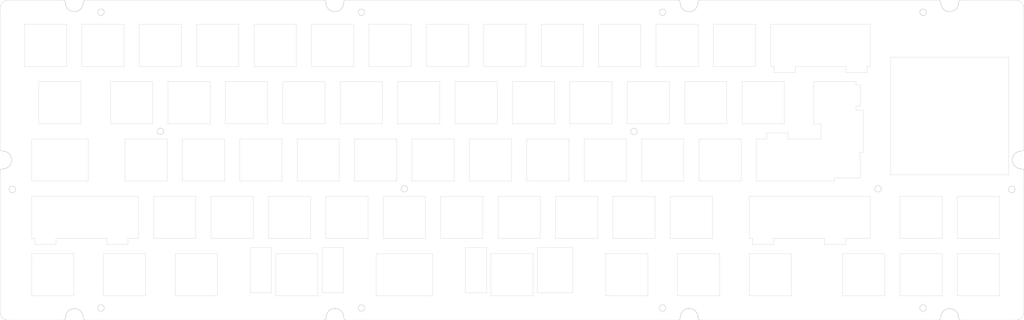
<source format=kicad_pcb>
(kicad_pcb (version 20211014) (generator pcbnew)
  (layers (0 "F.Cu" signal) (31 "B.Cu" signal) (34 "B.Paste" user) (35 "F.Paste" user) (36 "B.SilkS" user "B.Silkscreen") (37 "F.SilkS" user "F.Silkscreen") (38 "B.Mask" user) (39 "F.Mask" user) (44 "Edge.Cuts" user))
  (net 0 "")
  (gr_line (start 185.16972 204.714893) (end 185.16972 204.714893) (layer "Edge.Cuts") (width 0.099999))
  (gr_line (start 463.842957 246.391929) (end 463.842957 260.39212) (layer "Edge.Cuts") (width 0.099999))
  (gr_line (start 358.787308 265.491058) (end 358.813645 265.465202) (layer "Edge.Cuts") (width 0.099999))
  (gr_line (start 153.829136 162.643604) (end 153.820223 162.612215) (layer "Edge.Cuts") (width 0.099999))
  (gr_line (start 437.580048 265.040916) (end 437.580048 265.040916) (layer "Edge.Cuts") (width 0.099999))
  (gr_line (start 470.374604 218.127464) (end 470.339478 218.118152) (layer "Edge.Cuts") (width 0.099999))
  (gr_line (start 439.495942 165.811824) (end 439.513001 165.861952) (layer "Edge.Cuts") (width 0.099999))
  (gr_line (start 253.123848 165.762719) (end 253.142968 165.811824) (layer "Edge.Cuts") (width 0.099999))
  (gr_line (start 423.774689 225.885177) (end 423.723023 225.897064) (layer "Edge.Cuts") (width 0.099999))
  (gr_line (start 246.180138 266.991188) (end 246.186837 267.026321) (layer "Edge.Cuts") (width 0.099999))
  (gr_line (start 359.80629 264.827957) (end 359.80629 264.827957) (layer "Edge.Cuts") (width 0.099999))
  (gr_line (start 439.553986 264.498802) (end 439.553986 264.498802) (layer "Edge.Cuts") (width 0.099999))
  (gr_line (start 166.740662 264.387703) (end 166.740662 264.387703) (layer "Edge.Cuts") (width 0.099999))
  (gr_line (start 351.11998 165.53376) (end 351.11998 165.53376) (layer "Edge.Cuts") (width 0.099999))
  (gr_line (start 243.647973 165.960144) (end 243.647973 165.960144) (layer "Edge.Cuts") (width 0.099999))
  (gr_line (start 244.715081 264.994423) (end 244.715081 264.994423) (layer "Edge.Cuts") (width 0.099999))
  (gr_line (start 419.892914 186.191997) (end 412.892823 186.191997) (layer "Edge.Cuts") (width 0.099999))
  (gr_line (start 467.730469 226.129097) (end 467.730469 226.129097) (layer "Edge.Cuts") (width 0.099999))
  (gr_line (start 246.804906 162.150871) (end 246.771803 162.155077) (layer "Edge.Cuts") (width 0.099999))
  (gr_line (start 153.904088 267.457237) (end 153.904088 267.457237) (layer "Edge.Cuts") (width 0.099999))
  (gr_line (start 252.891289 165.41288) (end 252.891289 165.41288) (layer "Edge.Cuts") (width 0.099999))
  (gr_line (start 445.590516 165.431984) (end 445.590516 165.431984) (layer "Edge.Cuts") (width 0.099999))
  (gr_line (start 469.637177 217.853099) (end 469.606171 217.83604) (layer "Edge.Cuts") (width 0.099999))
  (gr_line (start 449.988282 266.377304) (end 449.988282 266.377304) (layer "Edge.Cuts") (width 0.099999))
  (gr_line (start 446.488678 165.869695) (end 446.45459 165.859888) (layer "Edge.Cuts") (width 0.099999))
  (gr_line (start 468.2211 216.151401) (end 468.2211 216.151401) (layer "Edge.Cuts") (width 0.099999))
  (gr_line (start 154.430232 164.76896) (end 154.430232 164.76896) (layer "Edge.Cuts") (width 0.099999))
  (gr_line (start 135.932536 214.444507) (end 135.942872 214.478092) (layer "Edge.Cuts") (width 0.099999))
  (gr_line (start 469.669159 212.65652) (end 469.669159 212.65652) (layer "Edge.Cuts") (width 0.099999))
  (gr_line (start 358.371949 164.680064) (end 358.351792 164.650096) (layer "Edge.Cuts") (width 0.099999))
  (gr_line (start 444.485505 266.747284) (end 444.485505 266.747284) (layer "Edge.Cuts") (width 0.099999))
  (gr_line (start 252.547799 263.449783) (end 252.595864 263.470962) (layer "Edge.Cuts") (width 0.099999))
  (gr_line (start 341.500657 206.042972) (end 341.488785 205.991802) (layer "Edge.Cuts") (width 0.099999))
  (gr_line (start 468.996369 217.390091) (end 468.996369 217.390091) (layer "Edge.Cuts") (width 0.099999))
  (gr_line (start 155.557288 165.705872) (end 155.524199 165.689856) (layer "Edge.Cuts") (width 0.099999))
  (gr_line (start 362.370514 265.047126) (end 362.40152 265.06623) (layer "Edge.Cuts") (width 0.099999))
  (gr_line (start 252.995163 165.533808) (end 252.995163 165.533808) (layer "Edge.Cuts") (width 0.099999))
  (gr_line (start 351.388169 167.072159) (end 351.345292 167.041679) (layer "Edge.Cuts") (width 0.099999))
  (gr_line (start 155.091048 265.207351) (end 155.091048 265.207351) (layer "Edge.Cuts") (width 0.099999))
  (gr_line (start 363.179337 265.76239) (end 363.201554 265.791313) (layer "Edge.Cuts") (width 0.099999))
  (gr_line (start 352.497803 263.494743) (end 352.542771 263.52111) (layer "Edge.Cuts") (width 0.099999))
  (gr_line (start 444.249598 268.148763) (end 444.265511 268.12063) (layer "Edge.Cuts") (width 0.099999))
  (gr_line (start 422.427063 224.840793) (end 422.429108 224.78601) (layer "Edge.Cuts") (width 0.099999))
  (gr_line (start 361.701966 165.85008) (end 361.667862 165.859904) (layer "Edge.Cuts") (width 0.099999))
  (gr_line (start 352.781525 263.718002) (end 352.815629 263.756759) (layer "Edge.Cuts") (width 0.099999))
  (gr_line (start 359.184876 165.494) (end 359.154892 165.47384) (layer "Edge.Cuts") (width 0.099999))
  (gr_line (start 468.960968 225.22681) (end 468.951661 225.28004) (layer "Edge.Cuts") (width 0.099999))
  (gr_line (start 159.773349 162.774874) (end 159.772488 162.808912) (layer "Edge.Cuts") (width 0.099999))
  (gr_line (start 470.304261 212.416252) (end 470.304261 212.416252) (layer "Edge.Cuts") (width 0.099999))
  (gr_line (start 471.056996 267.783307) (end 471.148884 267.6957) (layer "Edge.Cuts") (width 0.099999))
  (gr_line (start 155.429127 165.640768) (end 155.429127 165.640768) (layer "Edge.Cuts") (width 0.099999))
  (gr_line (start 132.618091 212.251664) (end 132.648194 212.26328) (layer "Edge.Cuts") (width 0.099999))
  (gr_line (start 246.382916 162.364164) (end 246.362127 162.388165) (layer "Edge.Cuts") (width 0.099999))
  (gr_line (start 159.732184 163.342224) (end 159.732184 163.342224) (layer "Edge.Cuts") (width 0.099999))
  (gr_line (start 364.043145 162.277226) (end 364.017468 162.297228) (layer "Edge.Cuts") (width 0.099999))
  (gr_line (start 135.13776 217.390586) (end 135.11192 217.415386) (layer "Edge.Cuts") (width 0.099999))
  (gr_line (start 357.939209 267.312019) (end 357.939209 267.312019) (layer "Edge.Cuts") (width 0.099999))
  (gr_line (start 471.681575 218.374406) (end 471.655895 218.354403) (layer "Edge.Cuts") (width 0.099999))
  (gr_line (start 135.73668 216.582393) (end 135.720664 216.614425) (layer "Edge.Cuts") (width 0.099999))
  (gr_line (start 251.964264 165.109024) (end 252.018006 165.102816) (layer "Edge.Cuts") (width 0.099999))
  (gr_line (start 134.49696 212.673595) (end 134.527968 212.690651) (layer "Edge.Cuts") (width 0.099999))
  (gr_line (start 241.867692 165.640768) (end 241.867692 165.640768) (layer "Edge.Cuts") (width 0.099999))
  (gr_line (start 351.46991 263.494773) (end 351.516907 263.470993) (layer "Edge.Cuts") (width 0.099999))
  (gr_line (start 134.400848 217.902187) (end 134.368816 217.91716) (layer "Edge.Cuts") (width 0.099999))
  (gr_line (start 157.315337 165.943071) (end 157.315337 165.943071) (layer "Edge.Cuts") (width 0.099999))
  (gr_line (start 468.11615 214.829448) (end 468.11615 214.829448) (layer "Edge.Cuts") (width 0.099999))
  (gr_line (start 470.40918 212.391449) (end 470.40918 212.391449) (layer "Edge.Cuts") (width 0.099999))
  (gr_line (start 468.005921 226.134796) (end 468.005921 226.134796) (layer "Edge.Cuts") (width 0.099999))
  (gr_line (start 251.23407 166.77816) (end 251.20617 166.733711) (layer "Edge.Cuts") (width 0.099999))
  (gr_line (start 363.737992 163.306048) (end 363.734894 163.342224) (layer "Edge.Cuts") (width 0.099999))
  (gr_line (start 439.554352 166.285167) (end 439.554352 166.285167) (layer "Edge.Cuts") (width 0.099999))
  (gr_line (start 245.630791 164.768976) (end 245.608567 164.797904) (layer "Edge.Cuts") (width 0.099999))
  (gr_line (start 357.900651 163.414064) (end 357.896012 163.377888) (layer "Edge.Cuts") (width 0.099999))
  (gr_line (start 343.055146 204.829082) (end 343.055146 204.829082) (layer "Edge.Cuts") (width 0.099999))
  (gr_line (start 359.03125 265.272949) (end 359.03125 265.272949) (layer "Edge.Cuts") (width 0.099999))
  (gr_line (start 450.238343 267.457237) (end 450.23938 267.493942) (layer "Edge.Cuts") (width 0.099999))
  (gr_line (start 241.412934 265.318962) (end 241.412934 265.318962) (layer "Edge.Cuts") (width 0.099999))
  (gr_line (start 251.757035 167.187919) (end 251.70897 167.168799) (layer "Edge.Cuts") (width 0.099999))
  (gr_line (start 471.398197 267.407859) (end 471.471964 267.304126) (layer "Edge.Cuts") (width 0.099999))
  (gr_line (start 159.037112 265.623382) (end 159.060889 265.651283) (layer "Edge.Cuts") (width 0.099999))
  (gr_line (start 252.995179 166.816911) (end 252.995179 166.816911) (layer "Edge.Cuts") (width 0.099999))
  (gr_line (start 444.569306 164.108048) (end 444.569306 164.108048) (layer "Edge.Cuts") (width 0.099999))
  (gr_line (start 424.399964 225.443866) (end 424.399964 225.443866) (layer "Edge.Cuts") (width 0.099999))
  (gr_line (start 471.920386 265.960975) (end 471.923829 265.824821) (layer "Edge.Cuts") (width 0.099999))
  (gr_line (start 350.910157 166.121823) (end 350.914292 166.06912) (layer "Edge.Cuts") (width 0.099999))
  (gr_line (start 164.901288 165.412832) (end 164.940041 165.376144) (layer "Edge.Cuts") (width 0.099999))
  (gr_line (start 467.132599 225.825241) (end 467.097443 225.788024) (layer "Edge.Cuts") (width 0.099999))
  (gr_line (start 439.201569 263.645141) (end 439.201569 263.645141) (layer "Edge.Cuts") (width 0.099999))
  (gr_line (start 157.766951 165.826816) (end 157.733368 165.839216) (layer "Edge.Cuts") (width 0.099999))
  (gr_line (start 246.061913 259.392181) (end 246.061913 259.392181) (layer "Edge.Cuts") (width 0.099999))
  (gr_line (start 253.049607 265.002166) (end 253.021706 265.046096) (layer "Edge.Cuts") (width 0.099999))
  (gr_line (start 361.632721 165.869711) (end 361.599122 165.880048) (layer "Edge.Cuts") (width 0.099999))
  (gr_line (start 133.1508 212.328376) (end 133.186984 212.328376) (layer "Edge.Cuts") (width 0.099999))
  (gr_line (start 244.535752 165.689872) (end 244.535752 165.689872) (layer "Edge.Cuts") (width 0.099999))
  (gr_line (start 445.011567 265.734481) (end 445.033783 265.70607) (layer "Edge.Cuts") (width 0.099999))
  (gr_line (start 135.164952 224.951896) (end 135.164952 224.951896) (layer "Edge.Cuts") (width 0.099999))
  (gr_line (start 446.488678 165.869695) (end 446.488678 165.869695) (layer "Edge.Cuts") (width 0.099999))
  (gr_line (start 358.257584 266.216117) (end 358.257584 266.216117) (layer "Edge.Cuts") (width 0.099999))
  (gr_line (start 156.660664 246.391929) (end 156.660664 260.39212) (layer "Edge.Cuts") (width 0.099999))
  (gr_line (start 240.402695 163.767008) (end 240.402695 163.767008) (layer "Edge.Cuts") (width 0.099999))
  (gr_line (start 470.269196 218.101112) (end 470.235596 218.092331) (layer "Edge.Cuts") (width 0.099999))
  (gr_line (start 135.215792 217.313594) (end 135.215792 217.313594) (layer "Edge.Cuts") (width 0.099999))
  (gr_line (start 253.204613 264.498802) (end 253.204613 264.498802) (layer "Edge.Cuts") (width 0.099999))
  (gr_line (start 240.357735 163.556176) (end 240.351525 163.52104) (layer "Edge.Cuts") (width 0.099999))
  (gr_line (start 378.118058 208.291931) (end 378.118058 208.291931) (layer "Edge.Cuts") (width 0.099999))
  (gr_line (start 136.039 215.517353) (end 136.035896 215.553531) (layer "Edge.Cuts") (width 0.099999))
  (gr_line (start 468.92688 224.748809) (end 468.940857 224.799961) (layer "Edge.Cuts") (width 0.099999))
  (gr_line (start 157.934392 165.763776) (end 157.90132 165.7772) (layer "Edge.Cuts") (width 0.099999))
  (gr_line (start 469.022187 217.414379) (end 468.996369 217.390091) (layer "Edge.Cuts") (width 0.099999))
  (gr_line (start 467.948761 223.986057) (end 468.001954 223.9902) (layer "Edge.Cuts") (width 0.099999))
  (gr_line (start 165.504551 263.376884) (end 165.504551 263.376884) (layer "Edge.Cuts") (width 0.099999))
  (gr_line (start 468.15802 224.017067) (end 468.208649 224.031017) (layer "Edge.Cuts") (width 0.099999))
  (gr_line (start 137.230968 225.48212) (end 137.230968 225.48212) (layer "Edge.Cuts") (width 0.099999))
  (gr_line (start 184.697926 204.938156) (end 184.697926 204.938156) (layer "Edge.Cuts") (width 0.099999))
  (gr_line (start 468.843415 217.233512) (end 468.819123 217.206123) (layer "Edge.Cuts") (width 0.099999))
  (gr_line (start 352.708619 265.240951) (end 352.669877 265.275062) (layer "Edge.Cuts") (width 0.099999))
  (gr_line (start 358.088593 266.610321) (end 358.088593 266.610321) (layer "Edge.Cuts") (width 0.099999))
  (gr_line (start 444.410096 163.52104) (end 444.410096 163.52104) (layer "Edge.Cuts") (width 0.099999))
  (gr_line (start 342.18274 206.794841) (end 342.18274 206.794841) (layer "Edge.Cuts") (width 0.099999))
  (gr_line (start 439.239838 263.680786) (end 439.274964 263.718002) (layer "Edge.Cuts") (width 0.099999))
  (gr_line (start 153.924231 267.204055) (end 153.928889 267.168914) (layer "Edge.Cuts") (width 0.099999))
  (gr_line (start 154.517031 164.88368) (end 154.517031 164.88368) (layer "Edge.Cuts") (width 0.099999))
  (gr_line (start 342.959031 204.784122) (end 342.959031 204.784122) (layer "Edge.Cuts") (width 0.099999))
  (gr_line (start 357.240525 268.470642) (end 357.240525 268.470642) (layer "Edge.Cuts") (width 0.099999))
  (gr_line (start 245.749627 164.589136) (end 245.749627 164.589136) (layer "Edge.Cuts") (width 0.099999))
  (gr_line (start 158.699193 165.2992) (end 158.671288 165.321936) (layer "Edge.Cuts") (width 0.099999))
  (gr_line (start 156.26204 264.687927) (end 156.297177 264.681205) (layer "Edge.Cuts") (width 0.099999))
  (gr_line (start 160.206654 268.420287) (end 160.236758 268.431905) (layer "Edge.Cuts") (width 0.099999))
  (gr_line (start 468.819123 217.206123) (end 468.819123 217.206123) (layer "Edge.Cuts") (width 0.099999))
  (gr_line (start 341.595734 206.287914) (end 341.595734 206.287914) (layer "Edge.Cuts") (width 0.099999))
  (gr_line (start 154.356232 265.998039) (end 154.356232 265.998039) (layer "Edge.Cuts") (width 0.099999))
  (gr_line (start 444.283656 162.526266) (end 444.269154 162.49742) (layer "Edge.Cuts") (width 0.099999))
  (gr_line (start 240.45385 266.851158) (end 240.463143 266.816017) (layer "Edge.Cuts") (width 0.099999))
  (gr_line (start 155.517895 264.944244) (end 155.517895 264.944244) (layer "Edge.Cuts") (width 0.099999))
  (gr_line (start 359.095978 165.431984) (end 359.095978 165.431984) (layer "Edge.Cuts") (width 0.099999))
  (gr_line (start 265.43599 225.432041) (end 265.407563 225.389144) (layer "Edge.Cuts") (width 0.099999))
  (gr_line (start 154.374823 265.968055) (end 154.374823 265.968055) (layer "Edge.Cuts") (width 0.099999))
  (gr_line (start 450.304431 268.032186) (end 450.316048 268.062287) (layer "Edge.Cuts") (width 0.099999))
  (gr_line (start 153.883 163.269872) (end 153.881447 163.233184) (layer "Edge.Cuts") (width 0.099999))
  (gr_line (start 352.039948 263.366066) (end 352.094742 263.370193) (layer "Edge.Cuts") (width 0.099999))
  (gr_line (start 357.934769 163.626976) (end 357.934769 163.626976) (layer "Edge.Cuts") (width 0.099999))
  (gr_line (start 448.933564 265.124145) (end 448.963532 265.14431) (layer "Edge.Cuts") (width 0.099999))
  (gr_line (start 363.382447 266.059028) (end 363.400528 266.090034) (layer "Edge.Cuts") (width 0.099999))
  (gr_line (start 246.362127 162.388165) (end 246.34249 162.413152) (layer "Edge.Cuts") (width 0.099999))
  (gr_line (start 185.793961 204.775882) (end 185.842022 204.797065) (layer "Edge.Cuts") (width 0.099999))
  (gr_line (start 245.018967 265.186164) (end 245.047913 265.207351) (layer "Edge.Cuts") (width 0.099999))
  (gr_line (start 468.001954 223.9902) (end 468.001954 223.9902) (layer "Edge.Cuts") (width 0.099999))
  (gr_line (start 358.0085 266.886291) (end 358.016236 266.851158) (layer "Edge.Cuts") (width 0.099999))
  (gr_line (start 165.15572 263.492088) (end 165.15572 263.492088) (layer "Edge.Cuts") (width 0.099999))
  (gr_line (start 132.528267 218.320394) (end 132.50143 218.337599) (layer "Edge.Cuts") (width 0.099999))
  (gr_line (start 354.592789 241.342102) (end 354.592789 227.341926) (layer "Edge.Cuts") (width 0.099999))
  (gr_line (start 253.142968 165.811824) (end 253.160027 165.861952) (layer "Edge.Cuts") (width 0.099999))
  (gr_line (start 468.336274 214.074524) (end 468.336274 214.074524) (layer "Edge.Cuts") (width 0.099999))
  (gr_line (start 466.822571 224.956039) (end 466.828797 224.90385) (layer "Edge.Cuts") (width 0.099999))
  (gr_line (start 357.93042 267.457237) (end 357.931443 267.421074) (layer "Edge.Cuts") (width 0.099999))
  (gr_line (start 468.907715 225.43404) (end 468.907715 225.43404) (layer "Edge.Cuts") (width 0.099999))
  (gr_line (start 468.79535 217.179256) (end 468.772065 217.151355) (layer "Edge.Cuts") (width 0.099999))
  (gr_line (start 351.089997 166.772959) (end 351.061066 166.729024) (layer "Edge.Cuts") (width 0.099999))
  (gr_line (start 363.325577 265.968055) (end 363.325577 265.968055) (layer "Edge.Cuts") (width 0.099999))
  (gr_line (start 424.018647 223.893047) (end 424.018647 223.893047) (layer "Edge.Cuts") (width 0.099999))
  (gr_line (start 353.040909 264.225975) (end 353.040909 264.225975) (layer "Edge.Cuts") (width 0.099999))
  (gr_line (start 450.241364 163.160832) (end 450.240326 163.197008) (layer "Edge.Cuts") (width 0.099999))
  (gr_line (start 448.158417 264.758194) (end 448.192536 264.76802) (layer "Edge.Cuts") (width 0.099999))
  (gr_line (start 184.777993 206.666187) (end 184.777993 206.666187) (layer "Edge.Cuts") (width 0.099999))
  (gr_line (start 358.893265 265.390289) (end 358.920655 265.366005) (layer "Edge.Cuts") (width 0.099999))
  (gr_line (start 243.824715 165.930176) (end 243.789574 165.936879) (layer "Edge.Cuts") (width 0.099999))
  (gr_line (start 133.440696 212.346473) (end 133.476864 212.35062) (layer "Edge.Cuts") (width 0.099999))
  (gr_line (start 132.705948 218.245456) (end 132.674559 218.25437) (layer "Edge.Cuts") (width 0.099999))
  (gr_line (start 450.206177 163.52104) (end 450.200531 163.556176) (layer "Edge.Cuts") (width 0.099999))
  (gr_line (start 362.522477 265.14431) (end 362.522477 265.14431) (layer "Edge.Cuts") (width 0.099999))
  (gr_line (start 240.145943 268.276886) (end 240.145943 268.276886) (layer "Edge.Cuts") (width 0.099999))
  (gr_line (start 444.529938 266.610321) (end 444.540772 266.57727) (layer "Edge.Cuts") (width 0.099999))
  (gr_line (start 159.772007 267.530098) (end 159.772007 267.530098) (layer "Edge.Cuts") (width 0.099999))
  (gr_line (start 437.398682 264.442993) (end 437.399689 264.389778) (layer "Edge.Cuts") (width 0.099999))
  (gr_line (start 239.792338 162.16828) (end 239.760336 162.160894) (layer "Edge.Cuts") (width 0.099999))
  (gr_line (start 469.512116 217.782299) (end 469.512116 217.782299) (layer "Edge.Cuts") (width 0.099999))
  (gr_line (start 422.707093 224.115768) (end 422.707093 224.115768) (layer "Edge.Cuts") (width 0.099999))
  (gr_line (start 468.97052 217.36425) (end 468.944153 217.33945) (layer "Edge.Cuts") (width 0.099999))
  (gr_line (start 357.851803 162.77611) (end 357.849379 162.743531) (layer "Edge.Cuts") (width 0.099999))
  (gr_line (start 136.041576 215.045497) (end 136.041576 215.045497) (layer "Edge.Cuts") (width 0.099999))
  (gr_line (start 422.432709 224.950874) (end 422.429108 224.897129) (layer "Edge.Cuts") (width 0.099999))
  (gr_line (start 158.641272 265.251251) (end 158.669177 265.272949) (layer "Edge.Cuts") (width 0.099999))
  (gr_line (start 241.100823 265.623382) (end 241.125115 265.595985) (layer "Edge.Cuts") (width 0.099999))
  (gr_line (start 471.893343 266.227754) (end 471.910169 266.095342) (layer "Edge.Cuts") (width 0.099999))
  (gr_line (start 471.830011 218.546462) (end 471.812712 218.519092) (layer "Edge.Cuts") (width 0.099999))
  (gr_line (start 469.963166 212.52425) (end 469.963166 212.52425) (layer "Edge.Cuts") (width 0.099999))
  (gr_line (start 243.5038 165.976176) (end 243.5038 165.976176) (layer "Edge.Cuts") (width 0.099999))
  (gr_line (start 381.872757 241.342102) (end 381.872757 241.342102) (layer "Edge.Cuts") (width 0.099999))
  (gr_line (start 350.907639 264.498802) (end 350.905549 264.442993) (layer "Edge.Cuts") (width 0.099999))
  (gr_line (start 343.625107 205.779914) (end 343.625107 205.779914) (layer "Edge.Cuts") (width 0.099999))
  (gr_line (start 359.657197 165.749791) (end 359.657197 165.749791) (layer "Edge.Cuts") (width 0.099999))
  (gr_line (start 246.236969 267.570419) (end 246.236969 267.570419) (layer "Edge.Cuts") (width 0.099999))
  (gr_line (start 357.552019 268.39271) (end 357.580153 268.376798) (layer "Edge.Cuts") (width 0.099999))
  (gr_line (start 165.021882 263.575828) (end 165.021882 263.575828) (layer "Edge.Cuts") (width 0.099999))
  (gr_line (start 444.396637 267.168914) (end 444.401795 267.13327) (layer "Edge.Cuts") (width 0.099999))
  (gr_line (start 447.268616 264.631095) (end 447.30478 264.631095) (layer "Edge.Cuts") (width 0.099999))
  (gr_line (start 240.393914 163.731872) (end 240.393914 163.731872) (layer "Edge.Cuts") (width 0.099999))
  (gr_line (start 155.486887 264.960273) (end 155.517895 264.944244) (layer "Edge.Cuts") (width 0.099999))
  (gr_line (start 450.23938 267.530098) (end 450.240387 267.566291) (layer "Edge.Cuts") (width 0.099999))
  (gr_line (start 342.710892 206.845996) (end 342.710892 206.845996) (layer "Edge.Cuts") (width 0.099999))
  (gr_line (start 363.642899 163.835728) (end 363.642899 163.835728) (layer "Edge.Cuts") (width 0.099999))
  (gr_line (start 132.328755 266.611609) (end 132.370352 266.734545) (layer "Edge.Cuts") (width 0.099999))
  (gr_line (start 438.317902 263.376884) (end 438.317902 263.376884) (layer "Edge.Cuts") (width 0.099999))
  (gr_line (start 358.81691 165.20304) (end 358.790024 165.177728) (layer "Edge.Cuts") (width 0.099999))
  (gr_line (start 251.180329 165.660928) (end 251.20617 165.615968) (layer "Edge.Cuts") (width 0.099999))
  (gr_line (start 362.530838 165.432016) (end 362.530838 165.432016) (layer "Edge.Cuts") (width 0.099999))
  (gr_line (start 444.517548 266.64392) (end 444.517548 266.64392) (layer "Edge.Cuts") (width 0.099999))
  (gr_line (start 166.347207 165.341056) (end 166.347207 165.341056) (layer "Edge.Cuts") (width 0.099999))
  (gr_line (start 192.38025 170.191951) (end 192.38025 170.191951) (layer "Edge.Cuts") (width 0.099999))
  (gr_line (start 443.750989 162.150676) (end 443.718411 162.148253) (layer "Edge.Cuts") (width 0.099999))
  (gr_line (start 363.382447 266.059028) (end 363.382447 266.059028) (layer "Edge.Cuts") (width 0.099999))
  (gr_line (start 418.598877 212.767112) (end 417.512116 212.767112) (layer "Edge.Cuts") (width 0.099999))
  (gr_line (start 466.923829 225.53017) (end 466.901612 225.483146) (layer "Edge.Cuts") (width 0.099999))
  (gr_line (start 164.738713 264.996978) (end 164.738713 264.996978) (layer "Edge.Cuts") (width 0.099999))
  (gr_line (start 448.903565 265.103988) (end 448.903565 265.103988) (layer "Edge.Cuts") (width 0.099999))
  (gr_line (start 439.274964 263.718002) (end 439.308564 263.756759) (layer "Edge.Cuts") (width 0.099999))
  (gr_line (start 361.388779 165.930176) (end 361.353653 165.936879) (layer "Edge.Cuts") (width 0.099999))
  (gr_line (start 242.923958 165.968927) (end 242.923958 165.968927) (layer "Edge.Cuts") (width 0.099999))
  (gr_line (start 159.585944 164.007792) (end 159.575097 164.040864) (layer "Edge.Cuts") (width 0.099999))
  (gr_line (start 439.526948 165.91208) (end 439.539338 165.963759) (layer "Edge.Cuts") (width 0.099999))
  (gr_line (start 135.736696 213.944313) (end 135.736696 213.944313) (layer "Edge.Cuts") (width 0.099999))
  (gr_line (start 361.632721 165.869711) (end 361.632721 165.869711) (layer "Edge.Cuts") (width 0.099999))
  (gr_line (start 363.726639 163.414064) (end 363.72197 163.4492) (layer "Edge.Cuts") (width 0.099999))
  (gr_line (start 363.364365 266.029045) (end 363.364365 266.029045) (layer "Edge.Cuts") (width 0.099999))
  (gr_line (start 469.830414 217.947128) (end 469.830414 217.947128) (layer "Edge.Cuts") (width 0.099999))
  (gr_line (start 467.581666 224.031032) (end 467.581666 224.031032) (layer "Edge.Cuts") (width 0.099999))
  (gr_line (start 351.714859 263.399185) (end 351.766541 263.386802) (layer "Edge.Cuts") (width 0.099999))
  (gr_line (start 159.75804 267.275863) (end 159.762185 267.312019) (layer "Edge.Cuts") (width 0.099999))
  (gr_line (start 330.780045 184.192125) (end 330.780045 184.192125) (layer "Edge.Cuts") (width 0.099999))
  (gr_line (start 154.787304 165.177728) (end 154.760935 165.152912) (layer "Edge.Cuts") (width 0.099999))
  (gr_line (start 164.829976 166.858736) (end 164.829976 166.858736) (layer "Edge.Cuts") (width 0.099999))
  (gr_line (start 437.923676 263.517944) (end 437.969635 263.492088) (layer "Edge.Cuts") (width 0.099999))
  (gr_line (start 158.752888 265.342231) (end 158.780264 265.366005) (layer "Edge.Cuts") (width 0.099999))
  (gr_line (start 412.748902 241.342102) (end 412.748902 243.341972) (layer "Edge.Cuts") (width 0.099999))
  (gr_line (start 134.560016 217.818458) (end 134.527976 217.836555) (layer "Edge.Cuts") (width 0.099999))
  (gr_line (start 252.769867 165.309024) (end 252.812233 165.341056) (layer "Edge.Cuts") (width 0.099999))
  (gr_line (start 159.355959 266.059028) (end 159.355959 266.059028) (layer "Edge.Cuts") (width 0.099999))
  (gr_line (start 335.542801 227.341926) (end 349.542984 227.341926) (layer "Edge.Cuts") (width 0.099999))
  (gr_line (start 240.711174 266.184082) (end 240.728234 266.153076) (layer "Edge.Cuts") (width 0.099999))
  (gr_line (start 136.882664 225.927066) (end 136.839776 225.957031) (layer "Edge.Cuts") (width 0.099999))
  (gr_line (start 165.400666 265.488983) (end 165.349511 265.475029) (layer "Edge.Cuts") (width 0.099999))
  (gr_line (start 278.105195 189.241949) (end 278.105195 189.241949) (layer "Edge.Cuts") (width 0.099999))
  (gr_line (start 241.886826 264.994384) (end 241.886826 264.994384) (layer "Edge.Cuts") (width 0.099999))
  (gr_line (start 445.706543 265.103988) (end 445.736542 265.085365) (layer "Edge.Cuts") (width 0.099999))
  (gr_line (start 444.457612 266.851158) (end 444.466919 266.816017) (layer "Edge.Cuts") (width 0.099999))
  (gr_line (start 450.399585 162.415363) (end 450.380922 162.441914) (layer "Edge.Cuts") (width 0.099999))
  (gr_line (start 363.611893 163.940112) (end 363.601044 163.974208) (layer "Edge.Cuts") (width 0.099999))
  (gr_line (start 135.42972 213.459579) (end 135.42972 213.459579) (layer "Edge.Cuts") (width 0.099999))
  (gr_line (start 468.44748 216.677467) (end 468.43042 216.645435) (layer "Edge.Cuts") (width 0.099999))
  (gr_line (start 251.050103 166.175104) (end 251.050103 166.175104) (layer "Edge.Cuts") (width 0.099999))
  (gr_line (start 359.41829 265.010933) (end 359.449296 264.994384) (layer "Edge.Cuts") (width 0.099999))
  (gr_line (start 166.740983 166.230911) (end 166.73684 166.285167) (layer "Edge.Cuts") (width 0.099999))
  (gr_line (start 422.492646 224.469738) (end 422.51175 224.421161) (layer "Edge.Cuts") (width 0.099999))
  (gr_line (start 471.23643 163.014288) (end 471.148823 162.9224) (layer "Edge.Cuts") (width 0.099999))
  (gr_line (start 135.720672 213.913307) (end 135.736696 213.944313) (layer "Edge.Cuts") (width 0.099999))
  (gr_line (start 252.498711 263.430168) (end 252.547799 263.449783) (layer "Edge.Cuts") (width 0.099999))
  (gr_line (start 343.105713 206.701805) (end 343.105713 206.701805) (layer "Edge.Cuts") (width 0.099999))
  (gr_line (start 136.011608 215.73233) (end 136.00592 215.768505) (layer "Edge.Cuts") (width 0.099999))
  (gr_line (start 133.829816 218.110424) (end 133.79468 218.119209) (layer "Edge.Cuts") (width 0.099999))
  (gr_line (start 135.968 224.018089) (end 135.968 224.018089) (layer "Edge.Cuts") (width 0.099999))
  (gr_line (start 137.069736 225.747737) (end 137.069736 225.747737) (layer "Edge.Cuts") (width 0.099999))
  (gr_line (start 468.098084 215.553512) (end 468.095002 215.517337) (layer "Edge.Cuts") (width 0.099999))
  (gr_line (start 136.607752 226.07484) (end 136.557624 226.091896) (layer "Edge.Cuts") (width 0.099999))
  (gr_line (start 251.295739 265.128791) (end 251.295739 265.128791) (layer "Edge.Cuts") (width 0.099999))
  (gr_line (start 240.502938 266.678039) (end 240.513802 266.64392) (layer "Edge.Cuts") (width 0.099999))
  (gr_line (start 241.125115 265.595985) (end 241.125115 265.595985) (layer "Edge.Cuts") (width 0.099999))
  (gr_line (start 438.317933 265.50914) (end 438.317933 265.50914) (layer "Edge.Cuts") (width 0.099999))
  (gr_line (start 164.939721 265.241973) (end 164.939721 265.241973) (layer "Edge.Cuts") (width 0.099999))
  (gr_line (start 153.973448 163.802144) (end 153.964152 163.767008) (layer "Edge.Cuts") (width 0.099999))
  (gr_line (start 358.371949 164.680064) (end 358.371949 164.680064) (layer "Edge.Cuts") (width 0.099999))
  (gr_line (start 468.089264 215.081131) (end 468.089264 215.081131) (layer "Edge.Cuts") (width 0.099999))
  (gr_line (start 360.359253 264.674995) (end 360.394379 264.669303) (layer "Edge.Cuts") (width 0.099999))
  (gr_line (start 134.527976 217.836555) (end 134.527976 217.836555) (layer "Edge.Cuts") (width 0.099999))
  (gr_line (start 468.620911 225.860874) (end 468.580597 225.894985) (layer "Edge.Cuts") (width 0.099999))
  (gr_line (start 136.557608 224.033096) (end 136.607736 224.050151) (layer "Edge.Cuts") (width 0.099999))
  (gr_line (start 132.984894 162.922386) (end 132.897287 163.014273) (layer "Edge.Cuts") (width 0.099999))
  (gr_line (start 244.599846 165.65784) (end 244.568841 165.673856) (layer "Edge.Cuts") (width 0.099999))
  (gr_line (start 155.583016 264.912178) (end 155.583016 264.912178) (layer "Edge.Cuts") (width 0.099999))
  (gr_line (start 230.480248 184.192125) (end 230.480248 184.192125) (layer "Edge.Cuts") (width 0.099999))
  (gr_line (start 240.537049 266.57727) (end 240.537049 266.57727) (layer "Edge.Cuts") (width 0.099999))
  (gr_line (start 266.488694 223.762825) (end 266.540879 223.772121) (layer "Edge.Cuts") (width 0.099999))
  (gr_line (start 253.099732 264.911216) (end 253.075959 264.957206) (layer "Edge.Cuts") (width 0.099999))
  (gr_line (start 449.305481 165.203072) (end 449.278595 165.227872) (layer "Edge.Cuts") (width 0.099999))
  (gr_line (start 253.204987 166.121872) (end 253.206009 166.175104) (layer "Edge.Cuts") (width 0.099999))
  (gr_line (start 445.392579 165.275904) (end 445.392579 165.275904) (layer "Edge.Cuts") (width 0.099999))
  (gr_line (start 470.69339 218.180187) (end 470.69339 218.180187) (layer "Edge.Cuts") (width 0.099999))
  (gr_line (start 422.427063 224.840793) (end 422.427063 224.840793) (layer "Edge.Cuts") (width 0.099999))
  (gr_line (start 241.147835 165.10072) (end 241.147835 165.10072) (layer "Edge.Cuts") (width 0.099999))
  (gr_line (start 444.314849 268.001537) (end 444.323493 267.970394) (layer "Edge.Cuts") (width 0.099999))
  (gr_line (start 266.015809 223.797962) (end 266.015809 223.797962) (layer "Edge.Cuts") (width 0.099999))
  (gr_line (start 448.594422 165.689872) (end 448.594422 165.689872) (layer "Edge.Cuts") (width 0.099999))
  (gr_line (start 444.101161 268.32083) (end 444.125915 268.299506) (layer "Edge.Cuts") (width 0.099999))
  (gr_line (start 184.324807 205.989257) (end 184.324807 205.989257) (layer "Edge.Cuts") (width 0.099999))
  (gr_line (start 359.481324 264.977333) (end 359.481324 264.977333) (layer "Edge.Cuts") (width 0.099999))
  (gr_line (start 468.447419 213.849208) (end 468.463959 213.818203) (layer "Edge.Cuts") (width 0.099999))
  (gr_line (start 471.604431 163.532123) (end 471.540723 163.421324) (layer "Edge.Cuts") (width 0.099999))
  (gr_line (start 159.550295 164.108048) (end 159.536343 164.14216) (layer "Edge.Cuts") (width 0.099999))
  (gr_line (start 386.635956 208.291946) (end 386.635956 206.29206) (layer "Edge.Cuts") (width 0.099999))
  (gr_line (start 470.307873 268.262721) (end 470.425074 268.209736) (layer "Edge.Cuts") (width 0.099999))
  (gr_line (start 166.736519 264.553077) (end 166.736519 264.553077) (layer "Edge.Cuts") (width 0.099999))
  (gr_line (start 245.165703 165.275936) (end 245.165703 165.275936) (layer "Edge.Cuts") (width 0.099999))
  (gr_line (start 156.511128 264.649139) (end 156.546792 264.645011) (layer "Edge.Cuts") (width 0.099999))
  (gr_line (start 447.159607 264.634162) (end 447.159607 264.634162) (layer "Edge.Cuts") (width 0.099999))
  (gr_line (start 239.678216 268.470642) (end 239.711014 268.469829) (layer "Edge.Cuts") (width 0.099999))
  (gr_line (start 423.235718 223.79692) (end 423.235718 223.79692) (layer "Edge.Cuts") (width 0.099999))
  (gr_line (start 359.368882 165.607184) (end 359.337876 165.589088) (layer "Edge.Cuts") (width 0.099999))
  (gr_line (start 266.275757 223.753002) (end 266.275757 223.753002) (layer "Edge.Cuts") (width 0.099999))
  (gr_line (start 466.829804 225.226825) (end 466.822571 225.17308) (layer "Edge.Cuts") (width 0.099999))
  (gr_line (start 361.579316 264.718902) (end 361.579316 264.718902) (layer "Edge.Cuts") (width 0.099999))
  (gr_line (start 422.439942 225.00513) (end 422.432709 224.950874) (layer "Edge.Cuts") (width 0.099999))
  (gr_line (start 359.337876 165.589088) (end 359.30687 165.570992) (layer "Edge.Cuts") (width 0.099999))
  (gr_line (start 266.741898 223.833095) (end 266.741898 223.833095) (layer "Edge.Cuts") (width 0.099999))
  (gr_line (start 165.983593 265.472976) (end 165.932953 265.48693) (layer "Edge.Cuts") (width 0.099999))
  (gr_line (start 468.944153 217.33945) (end 468.944153 217.33945) (layer "Edge.Cuts") (width 0.099999))
  (gr_line (start 362.46251 265.103988) (end 362.492493 265.124145) (layer "Edge.Cuts") (width 0.099999))
  (gr_line (start 246.068985 163.870864) (end 246.068985 163.870864) (layer "Edge.Cuts") (width 0.099999))
  (gr_line (start 136.454784 226.118759) (end 136.402072 226.128059) (layer "Edge.Cuts") (width 0.099999))
  (gr_line (start 265.687668 223.96281) (end 265.731598 223.9318) (layer "Edge.Cuts") (width 0.099999))
  (gr_line (start 358.074799 164.108048) (end 358.074799 164.108048) (layer "Edge.Cuts") (width 0.099999))
  (gr_line (start 242.568932 165.906895) (end 242.533799 165.899152) (layer "Edge.Cuts") (width 0.099999))
  (gr_line (start 438.265717 263.38565) (end 438.317902 263.376884) (layer "Edge.Cuts") (width 0.099999))
  (gr_line (start 445.797516 265.047096) (end 445.828522 265.029014) (layer "Edge.Cuts") (width 0.099999))
  (gr_line (start 252.991684 263.798103) (end 252.991684 263.798103) (layer "Edge.Cuts") (width 0.099999))
  (gr_line (start 164.713208 165.667072) (end 164.739033 165.622112) (layer "Edge.Cuts") (width 0.099999))
  (gr_line (start 253.205643 264.442993) (end 253.205643 264.442993) (layer "Edge.Cuts") (width 0.099999))
  (gr_line (start 359.003342 265.296211) (end 359.003342 265.296211) (layer "Edge.Cuts") (width 0.099999))
  (gr_line (start 136.011608 215.73233) (end 136.011608 215.73233) (layer "Edge.Cuts") (width 0.099999))
  (gr_line (start 156.33284 264.674995) (end 156.33284 264.674995) (layer "Edge.Cuts") (width 0.099999))
  (gr_line (start 184.821927 206.694091) (end 184.821927 206.694091) (layer "Edge.Cuts") (width 0.099999))
  (gr_line (start 225.718132 208.291931) (end 225.718132 208.291931) (layer "Edge.Cuts") (width 0.099999))
  (gr_line (start 362.163926 165.65784) (end 362.132905 165.673856) (layer "Edge.Cuts") (width 0.099999))
  (gr_line (start 184.828152 204.847194) (end 184.828152 204.847194) (layer "Edge.Cuts") (width 0.099999))
  (gr_line (start 265.495957 224.145736) (end 265.495957 224.145736) (layer "Edge.Cuts") (width 0.099999))
  (gr_line (start 438.941987 165.2) (end 438.941987 165.2) (layer "Edge.Cuts") (width 0.099999))
  (gr_line (start 159.928114 268.202684) (end 159.948117 268.228362) (layer "Edge.Cuts") (width 0.099999))
  (gr_line (start 244.554886 264.912216) (end 244.554886 264.912216) (layer "Edge.Cuts") (width 0.099999))
  (gr_line (start 363.345749 265.998039) (end 363.345749 265.998039) (layer "Edge.Cuts") (width 0.099999))
  (gr_line (start 343.542954 205.368042) (end 343.562088 205.417129) (layer "Edge.Cuts") (width 0.099999))
  (gr_line (start 155.33508 165.589088) (end 155.304072 165.570992) (layer "Edge.Cuts") (width 0.099999))
  (gr_line (start 467.524811 226.075866) (end 467.475739 226.056217) (layer "Edge.Cuts") (width 0.099999))
  (gr_line (start 252.345749 263.386741) (end 252.397942 263.399154) (layer "Edge.Cuts") (width 0.099999))
  (gr_line (start 359.740174 264.854324) (end 359.773224 264.840881) (layer "Edge.Cuts") (width 0.099999))
  (gr_line (start 165.880761 263.386741) (end 165.932969 263.399154) (layer "Edge.Cuts") (width 0.099999))
  (gr_line (start 359.925904 165.850064) (end 359.925904 165.850064) (layer "Edge.Cuts") (width 0.099999))
  (gr_line (start 197.430069 184.192125) (end 197.430069 170.191951) (layer "Edge.Cuts") (width 0.099999))
  (gr_line (start 133.864952 212.425544) (end 133.898544 212.43433) (layer "Edge.Cuts") (width 0.099999))
  (gr_line (start 444.582184 164.14216) (end 444.569306 164.108048) (layer "Edge.Cuts") (width 0.099999))
  (gr_line (start 363.705933 163.556176) (end 363.6987 163.59184) (layer "Edge.Cuts") (width 0.099999))
  (gr_line (start 240.314843 163.124144) (end 240.314843 163.087968) (layer "Edge.Cuts") (width 0.099999))
  (gr_line (start 185.381062 204.694236) (end 185.434807 204.694748) (layer "Edge.Cuts") (width 0.099999))
  (gr_line (start 159.085175 265.678161) (end 159.085175 265.678161) (layer "Edge.Cuts") (width 0.099999))
  (gr_line (start 352.815629 263.756759) (end 352.847657 263.798103) (layer "Edge.Cuts") (width 0.099999))
  (gr_line (start 201.905175 203.242122) (end 201.905175 203.242122) (layer "Edge.Cuts") (width 0.099999))
  (gr_line (start 468.482087 216.739482) (end 468.482087 216.739482) (layer "Edge.Cuts") (width 0.099999))
  (gr_line (start 243.84124 264.681205) (end 243.84124 264.681205) (layer "Edge.Cuts") (width 0.099999))
  (gr_line (start 154.028073 266.713173) (end 154.028073 266.713173) (layer "Edge.Cuts") (width 0.099999))
  (gr_line (start 157.457432 165.915184) (end 157.457432 165.915184) (layer "Edge.Cuts") (width 0.099999))
  (gr_line (start 265.378632 224.32196) (end 265.404999 224.275978) (layer "Edge.Cuts") (width 0.099999))
  (gr_line (start 184.547047 205.08905) (end 184.547047 205.08905) (layer "Edge.Cuts") (width 0.099999))
  (gr_line (start 251.807847 265.472976) (end 251.807847 265.472976) (layer "Edge.Cuts") (width 0.099999))
  (gr_line (start 446.450684 264.758194) (end 446.450684 264.758194) (layer "Edge.Cuts") (width 0.099999))
  (gr_line (start 449.025422 165.432016) (end 449.025422 165.432016) (layer "Edge.Cuts") (width 0.099999))
  (gr_line (start 357.984879 163.835728) (end 357.976075 163.802144) (layer "Edge.Cuts") (width 0.099999))
  (gr_line (start 357.88921 267.938812) (end 357.894789 267.906845) (layer "Edge.Cuts") (width 0.099999))
  (gr_line (start 364.01854 268.276886) (end 364.01854 268.276886) (layer "Edge.Cuts") (width 0.099999))
  (gr_line (start 166.693959 166.495999) (end 166.693959 166.495999) (layer "Edge.Cuts") (width 0.099999))
  (gr_line (start 241.097703 165.04904) (end 241.097703 165.04904) (layer "Edge.Cuts") (width 0.099999))
  (gr_line (start 244.103753 165.859904) (end 244.068619 165.869711) (layer "Edge.Cuts") (width 0.099999))
  (gr_line (start 444.419892 267.026321) (end 444.419892 267.026321) (layer "Edge.Cuts") (width 0.099999))
  (gr_line (start 134.918632 212.947483) (end 134.946544 212.970218) (layer "Edge.Cuts") (width 0.099999))
  (gr_line (start 437.714905 265.204757) (end 437.677704 265.16703) (layer "Edge.Cuts") (width 0.099999))
  (gr_line (start 240.321557 163.269872) (end 240.320008 163.233184) (layer "Edge.Cuts") (width 0.099999))
  (gr_line (start 164.865113 166.899039) (end 164.865113 166.899039) (layer "Edge.Cuts") (width 0.099999))
  (gr_line (start 362.559754 165.410832) (end 362.559754 165.410832) (layer "Edge.Cuts") (width 0.099999))
  (gr_line (start 133.689784 212.385242) (end 133.72492 212.392475) (layer "Edge.Cuts") (width 0.099999))
  (gr_line (start 357.994706 163.870864) (end 357.994706 163.870864) (layer "Edge.Cuts") (width 0.099999))
  (gr_line (start 158.440279 165.494032) (end 158.440279 165.494032) (layer "Edge.Cuts") (width 0.099999))
  (gr_line (start 469.963166 212.52425) (end 469.996247 212.511322) (layer "Edge.Cuts") (width 0.099999))
  (gr_line (start 341.679978 205.139148) (end 341.713044 205.096778) (layer "Edge.Cuts") (width 0.099999))
  (gr_line (start 470.757247 162.599321) (end 470.649896 162.530501) (layer "Edge.Cuts") (width 0.099999))
  (gr_line (start 265.333664 224.417049) (end 265.354859 224.368984) (layer "Edge.Cuts") (width 0.099999))
  (gr_line (start 450.229462 163.342224) (end 450.229462 163.342224) (layer "Edge.Cuts") (width 0.099999))
  (gr_line (start 252.995179 166.816911) (end 252.962105 166.858768) (layer "Edge.Cuts") (width 0.099999))
  (gr_line (start 351.613556 263.430198) (end 351.663697 263.413139) (layer "Edge.Cuts") (width 0.099999))
  (gr_line (start 156.190728 264.702903) (end 156.190728 264.702903) (layer "Edge.Cuts") (width 0.099999))
  (gr_line (start 133.259856 218.195194) (end 133.259856 218.195194) (layer "Edge.Cuts") (width 0.099999))
  (gr_line (start 446.148865 264.868278) (end 446.181427 264.854324) (layer "Edge.Cuts") (width 0.099999))
  (gr_line (start 343.518601 206.248092) (end 343.494828 206.294075) (layer "Edge.Cuts") (width 0.099999))
  (gr_line (start 449.877686 266.153076) (end 449.894745 266.184082) (layer "Edge.Cuts") (width 0.099999))
  (gr_line (start 164.829655 265.126197) (end 164.796586 265.084854) (layer "Edge.Cuts") (width 0.099999))
  (gr_line (start 251.084214 165.905871) (end 251.084214 165.905871) (layer "Edge.Cuts") (width 0.099999))
  (gr_line (start 449.196442 165.2992) (end 449.168519 165.321936) (layer "Edge.Cuts") (width 0.099999))
  (gr_line (start 157.162823 264.649139) (end 157.162823 264.649139) (layer "Edge.Cuts") (width 0.099999))
  (gr_line (start 132.770523 218.232253) (end 132.73795 218.23807) (layer "Edge.Cuts") (width 0.099999))
  (gr_line (start 447.486664 264.636215) (end 447.522309 264.639312) (layer "Edge.Cuts") (width 0.099999))
  (gr_line (start 449.859589 266.121048) (end 449.859589 266.121048) (layer "Edge.Cuts") (width 0.099999))
  (gr_line (start 402.217957 203.242107) (end 402.217957 189.241949) (layer "Edge.Cuts") (width 0.099999))
  (gr_line (start 166.178216 167.122815) (end 166.178216 167.122815) (layer "Edge.Cuts") (width 0.099999))
  (gr_line (start 165.022198 167.041679) (end 164.980855 167.00912) (layer "Edge.Cuts") (width 0.099999))
  (gr_line (start 351.526154 167.149679) (end 351.479126 167.125903) (layer "Edge.Cuts") (width 0.099999))
  (gr_line (start 244.988999 265.164978) (end 245.018967 265.186164) (layer "Edge.Cuts") (width 0.099999))
  (gr_line (start 156.810969 165.987007) (end 156.774279 165.987007) (layer "Edge.Cuts") (width 0.099999))
  (gr_line (start 445.080811 265.651283) (end 445.080811 265.651283) (layer "Edge.Cuts") (width 0.099999))
  (gr_line (start 444.269154 162.49742) (end 444.253242 162.469285) (layer "Edge.Cuts") (width 0.099999))
  (gr_line (start 135.315008 213.320571) (end 135.338776 213.34745) (layer "Edge.Cuts") (width 0.099999))
  (gr_line (start 352.306962 165.145216) (end 352.357102 165.16176) (layer "Edge.Cuts") (width 0.099999))
  (gr_line (start 359.941163 264.778869) (end 359.975281 264.76802) (layer "Edge.Cuts") (width 0.099999))
  (gr_line (start 359.17537 265.164978) (end 359.205353 265.14431) (layer "Edge.Cuts") (width 0.099999))
  (gr_line (start 245.162117 265.296211) (end 245.162117 265.296211) (layer "Edge.Cuts") (width 0.099999))
  (gr_line (start 362.245453 264.977363) (end 362.245453 264.977363) (layer "Edge.Cuts") (width 0.099999))
  (gr_line (start 364.388583 268.463392) (end 364.420881 268.467405) (layer "Edge.Cuts") (width 0.099999))
  (gr_line (start 363.062027 164.940016) (end 363.037751 164.966896) (layer "Edge.Cuts") (width 0.099999))
  (gr_line (start 239.711014 268.469829) (end 239.743591 268.467405) (layer "Edge.Cuts") (width 0.099999))
  (gr_line (start 343.518601 206.248092) (end 343.518601 206.248092) (layer "Edge.Cuts") (width 0.099999))
  (gr_line (start 251.40271 265.240951) (end 251.366021 265.204757) (layer "Edge.Cuts") (width 0.099999))
  (gr_line (start 439.31308 166.860848) (end 439.278962 166.900111) (layer "Edge.Cuts") (width 0.099999))
  (gr_line (start 245.907784 266.216117) (end 245.923798 266.248146) (layer "Edge.Cuts") (width 0.099999))
  (gr_line (start 450.648627 162.210858) (end 450.619783 162.225359) (layer "Edge.Cuts") (width 0.099999))
  (gr_line (start 243.806107 264.674995) (end 243.806107 264.674995) (layer "Edge.Cuts") (width 0.099999))
  (gr_line (start 184.61887 205.009994) (end 184.61887 205.009994) (layer "Edge.Cuts") (width 0.099999))
  (gr_line (start 363.275956 164.650112) (end 363.255799 164.68008) (layer "Edge.Cuts") (width 0.099999))
  (gr_line (start 361.751404 264.76802) (end 361.785523 264.778869) (layer "Edge.Cuts") (width 0.099999))
  (gr_line (start 246.455994 268.276886) (end 246.479762 268.299506) (layer "Edge.Cuts") (width 0.099999))
  (gr_line (start 447.086731 264.639312) (end 447.086731 264.639312) (layer "Edge.Cuts") (width 0.099999))
  (gr_line (start 437.883149 165.278016) (end 437.928101 165.250112) (layer "Edge.Cuts") (width 0.099999))
  (gr_line (start 471.454678 212.273432) (end 471.485329 212.263293) (layer "Edge.Cuts") (width 0.099999))
  (gr_line (start 358.151658 266.443443) (end 358.151658 266.443443) (layer "Edge.Cuts") (width 0.099999))
  (gr_line (start 448.876587 165.532768) (end 448.876587 165.532768) (layer "Edge.Cuts") (width 0.099999))
  (gr_line (start 241.388619 165.321904) (end 241.361748 165.299168) (layer "Edge.Cuts") (width 0.099999))
  (gr_line (start 359.840394 264.815025) (end 359.873459 264.803154) (layer "Edge.Cuts") (width 0.099999))
  (gr_line (start 135.057656 213.063224) (end 135.085048 213.087513) (layer "Edge.Cuts") (width 0.099999))
  (gr_line (start 245.400811 165.049056) (end 245.376519 165.074896) (layer "Edge.Cuts") (width 0.099999))
  (gr_line (start 185.488022 204.69889) (end 185.488022 204.69889) (layer "Edge.Cuts") (width 0.099999))
  (gr_line (start 352.708619 265.240951) (end 352.708619 265.240951) (layer "Edge.Cuts") (width 0.099999))
  (gr_line (start 245.299531 165.152928) (end 245.272667 165.177744) (layer "Edge.Cuts") (width 0.099999))
  (gr_line (start 439.513001 165.861952) (end 439.526948 165.91208) (layer "Edge.Cuts") (width 0.099999))
  (gr_line (start 411.742798 260.39212) (end 411.742798 260.39212) (layer "Edge.Cuts") (width 0.099999))
  (gr_line (start 165.556744 263.370163) (end 165.556744 263.370163) (layer "Edge.Cuts") (width 0.099999))
  (gr_line (start 468.910859 224.699192) (end 468.910859 224.699192) (layer "Edge.Cuts") (width 0.099999))
  (gr_line (start 186.2482 205.129882) (end 186.2482 205.129882) (layer "Edge.Cuts") (width 0.099999))
  (gr_line (start 245.272667 165.177744) (end 245.246827 165.203072) (layer "Edge.Cuts") (width 0.099999))
  (gr_line (start 153.907176 267.384887) (end 153.909752 267.348182) (layer "Edge.Cuts") (width 0.099999))
  (gr_line (start 353.065064 166.175119) (end 353.063019 166.230928) (layer "Edge.Cuts") (width 0.099999))
  (gr_line (start 154.264231 266.153076) (end 154.2818 266.121048) (layer "Edge.Cuts") (width 0.099999))
  (gr_line (start 438.167878 165.144176) (end 438.217988 165.130208) (layer "Edge.Cuts") (width 0.099999))
  (gr_line (start 364.263243 268.431905) (end 364.293892 268.442048) (layer "Edge.Cuts") (width 0.099999))
  (gr_line (start 350.991272 166.587951) (end 350.991272 166.587951) (layer "Edge.Cuts") (width 0.099999))
  (gr_line (start 192.38025 170.191951) (end 192.38025 184.192125) (layer "Edge.Cuts") (width 0.099999))
  (gr_line (start 341.649994 205.182045) (end 341.649994 205.182045) (layer "Edge.Cuts") (width 0.099999))
  (gr_line (start 357.92804 163.59184) (end 357.921845 163.556176) (layer "Edge.Cuts") (width 0.099999))
  (gr_line (start 134.527976 217.836555) (end 134.496968 217.853611) (layer "Edge.Cuts") (width 0.099999))
  (gr_line (start 156.66524 165.983919) (end 156.629063 165.981855) (layer "Edge.Cuts") (width 0.099999))
  (gr_line (start 468.819062 213.320041) (end 468.819062 213.320041) (layer "Edge.Cuts") (width 0.099999))
  (gr_line (start 468.967682 225.173065) (end 468.960968 225.22681) (layer "Edge.Cuts") (width 0.099999))
  (gr_line (start 447.450501 264.634162) (end 447.486664 264.636215) (layer "Edge.Cuts") (width 0.099999))
  (gr_line (start 424.517762 224.469753) (end 424.517762 224.469753) (layer "Edge.Cuts") (width 0.099999))
  (gr_line (start 133.483818 162.530489) (end 133.376468 162.599309) (layer "Edge.Cuts") (width 0.099999))
  (gr_line (start 265.606019 224.029995) (end 265.606019 224.029995) (layer "Edge.Cuts") (width 0.099999))
  (gr_line (start 166.611977 263.928855) (end 166.63575 263.975891) (layer "Edge.Cuts") (width 0.099999))
  (gr_line (start 246.078804 163.835728) (end 246.068985 163.870864) (layer "Edge.Cuts") (width 0.099999))
  (gr_line (start 468.128022 214.758136) (end 468.134217 214.723003) (layer "Edge.Cuts") (width 0.099999))
  (gr_line (start 437.719361 166.93784) (end 437.719361 166.93784) (layer "Edge.Cuts") (width 0.099999))
  (gr_line (start 358.763657 165.152912) (end 358.763657 165.152912) (layer "Edge.Cuts") (width 0.099999))
  (gr_line (start 244.746087 265.010963) (end 244.746087 265.010963) (layer "Edge.Cuts") (width 0.099999))
  (gr_line (start 154.415127 265.908081) (end 154.415127 265.908081) (layer "Edge.Cuts") (width 0.099999))
  (gr_line (start 353.030991 165.905887) (end 353.043412 165.95808) (layer "Edge.Cuts") (width 0.099999))
  (gr_line (start 156.956185 165.983919) (end 156.920008 165.984943) (layer "Edge.Cuts") (width 0.099999))
  (gr_line (start 251.808198 165.1452) (end 251.859368 165.130736) (layer "Edge.Cuts") (width 0.099999))
  (gr_line (start 439.48993 264.814071) (end 439.470795 264.863159) (layer "Edge.Cuts") (width 0.099999))
  (gr_line (start 446.054596 165.705872) (end 446.054596 165.705872) (layer "Edge.Cuts") (width 0.099999))
  (gr_line (start 166.425961 263.680786) (end 166.461625 263.718002) (layer "Edge.Cuts") (width 0.099999))
  (gr_line (start 449.962281 164.305984) (end 449.946259 164.338016) (layer "Edge.Cuts") (width 0.099999))
  (gr_line (start 446.803376 165.943071) (end 446.76825 165.936863) (layer "Edge.Cuts") (width 0.099999))
  (gr_line (start 135.968008 226.106872) (end 135.968008 226.106872) (layer "Edge.Cuts") (width 0.099999))
  (gr_line (start 468.618927 224.264072) (end 468.618927 224.264072) (layer "Edge.Cuts") (width 0.099999))
  (gr_line (start 159.743031 163.197008) (end 159.740967 163.233184) (layer "Edge.Cuts") (width 0.099999))
  (gr_line (start 469.79834 212.594524) (end 469.79834 212.594524) (layer "Edge.Cuts") (width 0.099999))
  (gr_line (start 361.853226 264.803192) (end 361.853226 264.803192) (layer "Edge.Cuts") (width 0.099999))
  (gr_line (start 135.678104 225.984935) (end 135.678104 225.984935) (layer "Edge.Cuts") (width 0.099999))
  (gr_line (start 468.321351 216.419097) (end 468.307404 216.386554) (layer "Edge.Cuts") (width 0.099999))
  (gr_line (start 350.929291 166.386911) (end 350.929291 166.386911) (layer "Edge.Cuts") (width 0.099999))
  (gr_line (start 357.87793 163.047648) (end 357.87793 163.047648) (layer "Edge.Cuts") (width 0.099999))
  (gr_line (start 266.64267 223.797962) (end 266.692811 223.813976) (layer "Edge.Cuts") (width 0.099999))
  (gr_line (start 186.393914 206.143226) (end 186.374791 206.191803) (layer "Edge.Cuts") (width 0.099999))
  (gr_line (start 244.900101 265.103988) (end 244.930069 265.124145) (layer "Edge.Cuts") (width 0.099999))
  (gr_line (start 241.251206 265.465202) (end 241.251206 265.465202) (layer "Edge.Cuts") (width 0.099999))
  (gr_line (start 230.76796 208.291931) (end 244.768136 208.291931) (layer "Edge.Cuts") (width 0.099999))
  (gr_line (start 468.106873 224.005176) (end 468.106873 224.005176) (layer "Edge.Cuts") (width 0.099999))
  (gr_line (start 143.747848 241.342102) (end 142.661096 241.342102) (layer "Edge.Cuts") (width 0.099999))
  (gr_line (start 467.03183 225.707927) (end 467.001832 225.666072) (layer "Edge.Cuts") (width 0.099999))
  (gr_line (start 132.643825 218.264769) (end 132.613787 218.276613) (layer "Edge.Cuts") (width 0.099999))
  (gr_line (start 444.862732 265.938064) (end 444.882905 265.908081) (layer "Edge.Cuts") (width 0.099999))
  (gr_line (start 251.072327 166.393168) (end 251.061989 166.338912) (layer "Edge.Cuts") (width 0.099999))
  (gr_line (start 251.061638 264.606834) (end 251.055947 264.553077) (layer "Edge.Cuts") (width 0.099999))
  (gr_line (start 364.356616 268.457813) (end 364.388583 268.463392) (layer "Edge.Cuts") (width 0.099999))
  (gr_line (start 265.462891 224.188121) (end 265.462891 224.188121) (layer "Edge.Cuts") (width 0.099999))
  (gr_line (start 351.388169 165.277952) (end 351.433136 165.250048) (layer "Edge.Cuts") (width 0.099999))
  (gr_line (start 468.730011 224.378791) (end 468.730011 224.378791) (layer "Edge.Cuts") (width 0.099999))
  (gr_line (start 251.083863 264.173782) (end 251.083863 264.173782) (layer "Edge.Cuts") (width 0.099999))
  (gr_line (start 341.514603 206.094123) (end 341.500657 206.042972) (layer "Edge.Cuts") (width 0.099999))
  (gr_line (start 133.898544 212.43433) (end 133.898544 212.43433) (layer "Edge.Cuts") (width 0.099999))
  (gr_line (start 240.313813 163.047648) (end 240.313813 163.047648) (layer "Edge.Cuts") (width 0.099999))
  (gr_line (start 265.726899 225.72401) (end 265.726899 225.72401) (layer "Edge.Cuts") (width 0.099999))
  (gr_line (start 424.22995 225.639209) (end 424.22995 225.639209) (layer "Edge.Cuts") (width 0.099999))
  (gr_line (start 350.954667 264.763923) (end 350.939698 264.712753) (layer "Edge.Cuts") (width 0.099999))
  (gr_line (start 359.356278 265.047096) (end 359.387284 265.029014) (layer "Edge.Cuts") (width 0.099999))
  (gr_line (start 363.853116 162.497419) (end 363.838611 162.526264) (layer "Edge.Cuts") (width 0.099999))
  (gr_line (start 362.067826 165.705888) (end 362.067826 165.705888) (layer "Edge.Cuts") (width 0.099999))
  (gr_line (start 132.773545 212.294761) (end 132.805846 212.298773) (layer "Edge.Cuts") (width 0.099999))
  (gr_line (start 363.828042 267.874547) (end 363.83205 267.906845) (layer "Edge.Cuts") (width 0.099999))
  (gr_line (start 243.859849 165.922927) (end 243.824715 165.930176) (layer "Edge.Cuts") (width 0.099999))
  (gr_line (start 245.453049 265.569107) (end 245.476822 265.595985) (layer "Edge.Cuts") (width 0.099999))
  (gr_line (start 469.701203 212.640506) (end 469.701203 212.640506) (layer "Edge.Cuts") (width 0.099999))
  (gr_line (start 448.815613 165.571008) (end 448.784577 165.589104) (layer "Edge.Cuts") (width 0.099999))
  (gr_line (start 186.143815 205.009994) (end 186.181031 205.048236) (layer "Edge.Cuts") (width 0.099999))
  (gr_line (start 353.063019 166.119824) (end 353.063019 166.119824) (layer "Edge.Cuts") (width 0.099999))
  (gr_line (start 135.68656 213.849243) (end 135.68656 213.849243) (layer "Edge.Cuts") (width 0.099999))
  (gr_line (start 156.086855 264.72821) (end 156.121993 264.718902) (layer "Edge.Cuts") (width 0.099999))
  (gr_line (start 439.035706 263.52111) (end 439.035706 263.52111) (layer "Edge.Cuts") (width 0.099999))
  (gr_line (start 422.610932 225.443866) (end 422.583008 225.399944) (layer "Edge.Cuts") (width 0.099999))
  (gr_line (start 360.45192 165.964799) (end 360.45192 165.964799) (layer "Edge.Cuts") (width 0.099999))
  (gr_line (start 358.542954 164.912096) (end 358.5197 164.88368) (layer "Edge.Cuts") (width 0.099999))
  (gr_line (start 439.557953 166.121872) (end 439.557953 166.121872) (layer "Edge.Cuts") (width 0.099999))
  (gr_line (start 357.256524 162.150676) (end 357.223947 162.148253) (layer "Edge.Cuts") (width 0.099999))
  (gr_line (start 467.78891 223.990219) (end 467.78891 223.990219) (layer "Edge.Cuts") (width 0.099999))
  (gr_line (start 353.016022 165.854735) (end 353.016022 165.854735) (layer "Edge.Cuts") (width 0.099999))
  (gr_line (start 166.707592 264.173782) (end 166.71999 264.225975) (layer "Edge.Cuts") (width 0.099999))
  (gr_line (start 159.495017 164.240864) (end 159.495017 164.240864) (layer "Edge.Cuts") (width 0.099999))
  (gr_line (start 245.425606 165.022192) (end 245.400811 165.049056) (layer "Edge.Cuts") (width 0.099999))
  (gr_line (start 471.629281 212.1909) (end 471.655834 212.17224) (layer "Edge.Cuts") (width 0.099999))
  (gr_line (start 132.417727 266.854696) (end 132.470712 266.971895) (layer "Edge.Cuts") (width 0.099999))
  (gr_line (start 165.453175 167.232879) (end 165.400982 167.220991) (layer "Edge.Cuts") (width 0.099999))
  (gr_line (start 449.841523 266.090034) (end 449.859589 266.121048) (layer "Edge.Cuts") (width 0.099999))
  (gr_line (start 439.542634 264.606834) (end 439.533844 264.660049) (layer "Edge.Cuts") (width 0.099999))
  (gr_line (start 359.857682 165.826799) (end 359.857682 165.826799) (layer "Edge.Cuts") (width 0.099999))
  (gr_line (start 165.932953 265.48693) (end 165.932953 265.48693) (layer "Edge.Cuts") (width 0.099999))
  (gr_line (start 240.319722 267.970394) (end 240.326843 267.938812) (layer "Edge.Cuts") (width 0.099999))
  (gr_line (start 438.217988 165.130208) (end 438.217988 165.130208) (layer "Edge.Cuts") (width 0.099999))
  (gr_line (start 135.315008 213.320571) (end 135.315008 213.320571) (layer "Edge.Cuts") (width 0.099999))
  (gr_line (start 251.061989 166.010768) (end 251.072327 165.958063) (layer "Edge.Cuts") (width 0.099999))
  (gr_line (start 241.74263 165.570992) (end 241.74263 165.570992) (layer "Edge.Cuts") (width 0.099999))
  (gr_line (start 359.975281 264.76802) (end 360.009385 264.758194) (layer "Edge.Cuts") (width 0.099999))
  (gr_line (start 133.376468 162.599309) (end 133.272735 162.673075) (layer "Edge.Cuts") (width 0.099999))
  (gr_line (start 245.838021 266.090034) (end 245.856118 266.121048) (layer "Edge.Cuts") (width 0.099999))
  (gr_line (start 362.964875 165.049056) (end 362.964875 165.049056) (layer "Edge.Cuts") (width 0.099999))
  (gr_line (start 445.132599 165.022176) (end 445.108307 164.994784) (layer "Edge.Cuts") (width 0.099999))
  (gr_line (start 353.040909 264.225975) (end 353.049714 264.27919) (layer "Edge.Cuts") (width 0.099999))
  (gr_line (start 132.339553 212.034087) (end 132.359556 212.059765) (layer "Edge.Cuts") (width 0.099999))
  (gr_line (start 244.051049 264.72821) (end 244.086182 264.738037) (layer "Edge.Cuts") (width 0.099999))
  (gr_line (start 445.989502 165.67384) (end 445.989502 165.67384) (layer "Edge.Cuts") (width 0.099999))
  (gr_line (start 230.76796 222.292106) (end 230.76796 222.292106) (layer "Edge.Cuts") (width 0.099999))
  (gr_line (start 246.211083 163.047648) (end 246.184731 163.047648) (layer "Edge.Cuts") (width 0.099999))
  (gr_line (start 450.419589 162.389686) (end 450.399585 162.415363) (layer "Edge.Cuts") (width 0.099999))
  (gr_line (start 340.304978 203.242122) (end 340.304978 203.242122) (layer "Edge.Cuts") (width 0.099999))
  (gr_line (start 246.024537 164.007792) (end 246.013688 164.040864) (layer "Edge.Cuts") (width 0.099999))
  (gr_line (start 165.927079 165.13024) (end 165.927079 165.13024) (layer "Edge.Cuts") (width 0.099999))
  (gr_line (start 471.662861 163.646206) (end 471.604431 163.532123) (layer "Edge.Cuts") (width 0.099999))
  (gr_line (start 186.066807 206.604187) (end 186.066807 206.604187) (layer "Edge.Cuts") (width 0.099999))
  (gr_line (start 246.221978 267.275863) (end 246.221978 267.275863) (layer "Edge.Cuts") (width 0.099999))
  (gr_line (start 467.841614 223.986072) (end 467.841614 223.986072) (layer "Edge.Cuts") (width 0.099999))
  (gr_line (start 362.370514 265.047126) (end 362.370514 265.047126) (layer "Edge.Cuts") (width 0.099999))
  (gr_line (start 445.334504 265.390289) (end 445.334504 265.390289) (layer "Edge.Cuts") (width 0.099999))
  (gr_line (start 387.929993 184.192125) (end 387.929993 184.192125) (layer "Edge.Cuts") (width 0.099999))
  (gr_line (start 359.088593 265.229042) (end 359.088593 265.229042) (layer "Edge.Cuts") (width 0.099999))
  (gr_line (start 437.403077 166.175104) (end 437.404114 166.121872) (layer "Edge.Cuts") (width 0.099999))
  (gr_line (start 241.417557 165.345168) (end 241.417557 165.345168) (layer "Edge.Cuts") (width 0.099999))
  (gr_line (start 245.988884 164.108048) (end 245.988884 164.108048) (layer "Edge.Cuts") (width 0.099999))
  (gr_line (start 361.853226 264.803192) (end 361.887345 264.815063) (layer "Edge.Cuts") (width 0.099999))
  (gr_line (start 154.455945 265.849174) (end 154.455945 265.849174) (layer "Edge.Cuts") (width 0.099999))
  (gr_line (start 357.634072 268.340835) (end 357.659749 268.32083) (layer "Edge.Cuts") (width 0.099999))
  (gr_line (start 135.224896 225.433033) (end 135.224896 225.433033) (layer "Edge.Cuts") (width 0.099999))
  (gr_line (start 357.946442 267.240211) (end 357.946442 267.240211) (layer "Edge.Cuts") (width 0.099999))
  (gr_line (start 178.38007 184.192125) (end 178.38007 184.192125) (layer "Edge.Cuts") (width 0.099999))
  (gr_line (start 469.421143 217.725448) (end 469.391144 217.705307) (layer "Edge.Cuts") (width 0.099999))
  (gr_line (start 444.80481 266.029045) (end 444.80481 266.029045) (layer "Edge.Cuts") (width 0.099999))
  (gr_line (start 444.373383 163.087968) (end 444.372376 163.051792) (layer "Edge.Cuts") (width 0.099999))
  (gr_line (start 469.830384 212.579528) (end 469.863434 212.565067) (layer "Edge.Cuts") (width 0.099999))
  (gr_line (start 266.933075 225.72401) (end 266.888627 225.751911) (layer "Edge.Cuts") (width 0.099999))
  (gr_line (start 156.164999 165.915168) (end 156.130375 165.906895) (layer "Edge.Cuts") (width 0.099999))
  (gr_line (start 251.23407 165.572048) (end 251.264039 165.530191) (layer "Edge.Cuts") (width 0.099999))
  (gr_line (start 132.735581 163.210226) (end 132.661815 163.313959) (layer "Edge.Cuts") (width 0.099999))
  (gr_line (start 155.360808 265.029014) (end 155.391816 265.010933) (layer "Edge.Cuts") (width 0.099999))
  (gr_line (start 137.035624 224.338008) (end 137.06972 224.376762) (layer "Edge.Cuts") (width 0.099999))
  (gr_line (start 252.072922 263.366134) (end 252.072922 263.366134) (layer "Edge.Cuts") (width 0.099999))
  (gr_line (start 447.162476 165.983919) (end 447.162476 165.983919) (layer "Edge.Cuts") (width 0.099999))
  (gr_line (start 178.38007 170.191951) (end 192.38025 170.191951) (layer "Edge.Cuts") (width 0.099999))
  (gr_line (start 468.215729 226.092922) (end 468.215729 226.092922) (layer "Edge.Cuts") (width 0.099999))
  (gr_line (start 184.368729 206.143226) (end 184.368729 206.143226) (layer "Edge.Cuts") (width 0.099999))
  (gr_line (start 266.749619 225.823223) (end 266.701035 225.841816) (layer "Edge.Cuts") (width 0.099999))
  (gr_line (start 178.093049 241.342102) (end 174.624009 241.342102) (layer "Edge.Cuts") (width 0.099999))
  (gr_line (start 447.950684 264.702903) (end 447.985291 264.711158) (layer "Edge.Cuts") (width 0.099999))
  (gr_line (start 132.837218 218.225493) (end 132.803626 218.228047) (layer "Edge.Cuts") (width 0.099999))
  (gr_line (start 241.251206 265.465202) (end 241.278069 265.440406) (layer "Edge.Cuts") (width 0.099999))
  (gr_line (start 468.869538 224.602039) (end 468.891755 224.650089) (layer "Edge.Cuts") (width 0.099999))
  (gr_line (start 240.31588 163.160832) (end 240.314843 163.124144) (layer "Edge.Cuts") (width 0.099999))
  (gr_line (start 292.680085 184.192125) (end 292.680085 184.192125) (layer "Edge.Cuts") (width 0.099999))
  (gr_line (start 439.239838 263.680786) (end 439.239838 263.680786) (layer "Edge.Cuts") (width 0.099999))
  (gr_line (start 134.860744 212.904586) (end 134.860744 212.904586) (layer "Edge.Cuts") (width 0.099999))
  (gr_line (start 159.585944 164.007792) (end 159.585944 164.007792) (layer "Edge.Cuts") (width 0.099999))
  (gr_line (start 352.905549 263.883895) (end 352.931916 263.928855) (layer "Edge.Cuts") (width 0.099999))
  (gr_line (start 184.517033 206.417114) (end 184.517033 206.417114) (layer "Edge.Cuts") (width 0.099999))
  (gr_line (start 357.901993 267.570419) (end 357.92833 267.570419) (layer "Edge.Cuts") (width 0.099999))
  (gr_line (start 357.92833 267.570419) (end 357.92833 267.570419) (layer "Edge.Cuts") (width 0.099999))
  (gr_line (start 343.008118 204.804794) (end 343.055146 204.829082) (layer "Edge.Cuts") (width 0.099999))
  (gr_line (start 158.887272 165.127088) (end 158.86092 165.152928) (layer "Edge.Cuts") (width 0.099999))
  (gr_line (start 447.381623 165.985983) (end 447.381623 165.985983) (layer "Edge.Cuts") (width 0.099999))
  (gr_line (start 265.822022 223.878055) (end 265.86905 223.854793) (layer "Edge.Cuts") (width 0.099999))
  (gr_line (start 137.186008 225.576168) (end 137.159656 225.622154) (layer "Edge.Cuts") (width 0.099999))
  (gr_line (start 157.350983 165.936879) (end 157.350983 165.936879) (layer "Edge.Cuts") (width 0.099999))
  (gr_line (start 186.460042 205.772201) (end 186.460042 205.772201) (layer "Edge.Cuts") (width 0.099999))
  (gr_line (start 362.887345 265.440406) (end 362.913712 265.465202) (layer "Edge.Cuts") (width 0.099999))
  (gr_line (start 158.55708 165.410832) (end 158.55708 165.410832) (layer "Edge.Cuts") (width 0.099999))
  (gr_line (start 185.492169 206.845005) (end 185.436871 206.849132) (layer "Edge.Cuts") (width 0.099999))
  (gr_line (start 363.661484 266.678039) (end 363.672333 266.713173) (layer "Edge.Cuts") (width 0.099999))
  (gr_line (start 357.966767 163.767008) (end 357.966767 163.767008) (layer "Edge.Cuts") (width 0.099999))
  (gr_line (start 444.376496 163.197008) (end 444.374421 163.160832) (layer "Edge.Cuts") (width 0.099999))
  (gr_line (start 155.654456 165.749791) (end 155.654456 165.749791) (layer "Edge.Cuts") (width 0.099999))
  (gr_line (start 242.603562 165.915168) (end 242.568932 165.906895) (layer "Edge.Cuts") (width 0.099999))
  (gr_line (start 241.468743 265.272949) (end 241.497162 265.251251) (layer "Edge.Cuts") (width 0.099999))
  (gr_line (start 450.829484 268.463392) (end 450.861783 268.467405) (layer "Edge.Cuts") (width 0.099999))
  (gr_line (start 342.966706 206.774154) (end 342.917618 206.792762) (layer "Edge.Cuts") (width 0.099999))
  (gr_line (start 360.488083 165.968927) (end 360.488083 165.968927) (layer "Edge.Cuts") (width 0.099999))
  (gr_line (start 448.872559 265.085365) (end 448.872559 265.085365) (layer "Edge.Cuts") (width 0.099999))
  (gr_line (start 450.463532 162.341168) (end 450.463532 162.341168) (layer "Edge.Cuts") (width 0.099999))
  (gr_line (start 265.770844 225.751911) (end 265.770844 225.751911) (layer "Edge.Cuts") (width 0.099999))
  (gr_line (start 469.273316 217.622123) (end 469.244385 217.601448) (layer "Edge.Cuts") (width 0.099999))
  (gr_line (start 251.055947 264.553077) (end 251.050789 264.498802) (layer "Edge.Cuts") (width 0.099999))
  (gr_line (start 352.931885 264.957206) (end 352.931885 264.957206) (layer "Edge.Cuts") (width 0.099999))
  (gr_line (start 341.992554 206.705963) (end 341.948624 206.677021) (layer "Edge.Cuts") (width 0.099999))
  (gr_line (start 448.530365 165.72088) (end 448.497284 165.734832) (layer "Edge.Cuts") (width 0.099999))
  (gr_line (start 137.131744 225.66505) (end 137.131744 225.66505) (layer "Edge.Cuts") (width 0.099999))
  (gr_line (start 449.459473 165.049056) (end 449.435181 165.074896) (layer "Edge.Cuts") (width 0.099999))
  (gr_line (start 136.237736 223.984008) (end 136.293032 223.986072) (layer "Edge.Cuts") (width 0.099999))
  (gr_line (start 164.739033 165.622112) (end 164.766938 165.577168) (layer "Edge.Cuts") (width 0.099999))
  (gr_line (start 437.683198 166.900111) (end 437.649079 166.860848) (layer "Edge.Cuts") (width 0.099999))
  (gr_line (start 450.240387 267.566291) (end 450.240387 267.566291) (layer "Edge.Cuts") (width 0.099999))
  (gr_line (start 350.941163 165.912031) (end 350.941163 165.912031) (layer "Edge.Cuts") (width 0.099999))
  (gr_line (start 136.557624 226.091896) (end 136.506984 226.106872) (layer "Edge.Cuts") (width 0.099999))
  (gr_line (start 186.064744 204.938156) (end 186.10505 204.972778) (layer "Edge.Cuts") (width 0.099999))
  (gr_line (start 360.097992 165.899152) (end 360.063889 165.889855) (layer "Edge.Cuts") (width 0.099999))
  (gr_line (start 135.752712 213.977386) (end 135.768728 214.009433) (layer "Edge.Cuts") (width 0.099999))
  (gr_line (start 184.61884 206.533897) (end 184.583176 206.497211) (layer "Edge.Cuts") (width 0.099999))
  (gr_line (start 424.190705 224.008792) (end 424.190705 224.008792) (layer "Edge.Cuts") (width 0.099999))
  (gr_line (start 449.601593 164.883696) (end 449.579377 164.912112) (layer "Edge.Cuts") (width 0.099999))
  (gr_line (start 244.99569 165.410832) (end 244.99569 165.410832) (layer "Edge.Cuts") (width 0.099999))
  (gr_line (start 357.896012 163.377888) (end 357.892914 163.342224) (layer "Edge.Cuts") (width 0.099999))
  (gr_line (start 360.573197 264.645011) (end 360.573197 264.645011) (layer "Edge.Cuts") (width 0.099999))
  (gr_line (start 449.168519 165.321936) (end 449.168519 165.321936) (layer "Edge.Cuts") (width 0.099999))
  (gr_line (start 343.521775 205.31998) (end 343.542954 205.368042) (layer "Edge.Cuts") (width 0.099999))
  (gr_line (start 467.895844 226.140983) (end 467.839539 226.139961) (layer "Edge.Cuts") (width 0.099999))
  (gr_line (start 246.078804 163.835728) (end 246.078804 163.835728) (layer "Edge.Cuts") (width 0.099999))
  (gr_line (start 240.978837 164.912096) (end 240.978837 164.912096) (layer "Edge.Cuts") (width 0.099999))
  (gr_line (start 166.611977 264.957206) (end 166.585625 265.002166) (layer "Edge.Cuts") (width 0.099999))
  (gr_line (start 438.265717 263.38565) (end 438.265717 263.38565) (layer "Edge.Cuts") (width 0.099999))
  (gr_line (start 470.910401 218.196201) (end 470.910401 218.196201) (layer "Edge.Cuts") (width 0.099999))
  (gr_line (start 137.31004 225.173095) (end 137.31004 225.173095) (layer "Edge.Cuts") (width 0.099999))
  (gr_line (start 134.368808 212.609531) (end 134.40084 212.625545) (layer "Edge.Cuts") (width 0.099999))
  (gr_line (start 363.7995 267.570419) (end 363.7995 267.570419) (layer "Edge.Cuts") (width 0.099999))
  (gr_line (start 362.724534 265.296211) (end 362.724534 265.296211) (layer "Edge.Cuts") (width 0.099999))
  (gr_line (start 135.81264 216.420105) (end 135.81264 216.420105) (layer "Edge.Cuts") (width 0.099999))
  (gr_line (start 438.371064 167.247871) (end 438.371064 167.247871) (layer "Edge.Cuts") (width 0.099999))
  (gr_line (start 243.575623 165.968927) (end 243.575623 165.968927) (layer "Edge.Cuts") (width 0.099999))
  (gr_line (start 184.61887 205.009994) (end 184.658135 204.972778) (layer "Edge.Cuts") (width 0.099999))
  (gr_line (start 438.587983 165.101808) (end 438.640168 165.109056) (layer "Edge.Cuts") (width 0.099999))
  (gr_line (start 135.516032 213.575355) (end 135.536704 213.605323) (layer "Edge.Cuts") (width 0.099999))
  (gr_line (start 246.211083 162.808912) (end 246.211083 163.047648) (layer "Edge.Cuts") (width 0.099999))
  (gr_line (start 165.401001 165.130144) (end 165.45319 165.117744) (layer "Edge.Cuts") (width 0.099999))
  (gr_line (start 135.614736 213.725212) (end 135.614736 213.725212) (layer "Edge.Cuts") (width 0.099999))
  (gr_line (start 448.84256 265.06623) (end 448.84256 265.06623) (layer "Edge.Cuts") (width 0.099999))
  (gr_line (start 164.829655 263.759826) (end 164.864792 263.718994) (layer "Edge.Cuts") (width 0.099999))
  (gr_line (start 447.702637 264.657905) (end 447.738282 264.663093) (layer "Edge.Cuts") (width 0.099999))
  (gr_line (start 467.434937 224.087883) (end 467.482483 224.067207) (layer "Edge.Cuts") (width 0.099999))
  (gr_line (start 450.091645 266.64392) (end 450.091645 266.64392) (layer "Edge.Cuts") (width 0.099999))
  (gr_line (start 165.718808 167.252015) (end 165.718808 167.252015) (layer "Edge.Cuts") (width 0.099999))
  (gr_line (start 135.591808 224.197929) (end 135.591808 224.197929) (layer "Edge.Cuts") (width 0.099999))
  (gr_line (start 251.366356 166.93784) (end 251.330185 166.900111) (layer "Edge.Cuts") (width 0.099999))
  (gr_line (start 343.145066 204.882827) (end 343.187958 204.913818) (layer "Edge.Cuts") (width 0.099999))
  (gr_line (start 265.256669 224.940055) (end 265.256669 224.940055) (layer "Edge.Cuts") (width 0.099999))
  (gr_line (start 253.19516 166.333744) (end 253.19516 166.333744) (layer "Edge.Cuts") (width 0.099999))
  (gr_line (start 251.807831 263.413139) (end 251.858986 263.399185) (layer "Edge.Cuts") (width 0.099999))
  (gr_line (start 469.302247 217.644344) (end 469.273316 217.622123) (layer "Edge.Cuts") (width 0.099999))
  (gr_line (start 159.909454 268.176133) (end 159.928114 268.202684) (layer "Edge.Cuts") (width 0.099999))
  (gr_line (start 363.615479 266.543159) (end 363.627381 266.57727) (layer "Edge.Cuts") (width 0.099999))
  (gr_line (start 342.334671 206.837738) (end 342.284043 206.825851) (layer "Edge.Cuts") (width 0.099999))
  (gr_line (start 166.425961 265.204757) (end 166.425961 265.204757) (layer "Edge.Cuts") (width 0.099999))
  (gr_line (start 468.211274 216.11729) (end 468.201447 216.082153) (layer "Edge.Cuts") (width 0.099999))
  (gr_line (start 470.947052 212.328376) (end 470.983246 212.328376) (layer "Edge.Cuts") (width 0.099999))
  (gr_line (start 468.35022 214.04145) (end 468.35022 214.04145) (layer "Edge.Cuts") (width 0.099999))
  (gr_line (start 166.130871 263.470962) (end 166.130871 263.470962) (layer "Edge.Cuts") (width 0.099999))
  (gr_line (start 243.734795 264.663093) (end 243.769928 264.669303) (layer "Edge.Cuts") (width 0.099999))
  (gr_line (start 165.774106 167.247871) (end 165.774106 167.247871) (layer "Edge.Cuts") (width 0.099999))
  (gr_line (start 446.697449 165.922911) (end 446.662323 165.915168) (layer "Edge.Cuts") (width 0.099999))
  (gr_line (start 468.244355 216.219097) (end 468.231965 216.185512) (layer "Edge.Cuts") (width 0.099999))
  (gr_line (start 159.410231 266.153076) (end 159.427289 266.184082) (layer "Edge.Cuts") (width 0.099999))
  (gr_line (start 470.187721 268.310094) (end 470.307873 268.262721) (layer "Edge.Cuts") (width 0.099999))
  (gr_line (start 448.594422 165.689872) (end 448.562378 165.705888) (layer "Edge.Cuts") (width 0.099999))
  (gr_line (start 359.873459 264.803154) (end 359.873459 264.803154) (layer "Edge.Cuts") (width 0.099999))
  (gr_line (start 157.421256 165.922927) (end 157.421256 165.922927) (layer "Edge.Cuts") (width 0.099999))
  (gr_line (start 165.349511 265.475029) (end 165.299897 265.457969) (layer "Edge.Cuts") (width 0.099999))
  (gr_line (start 243.301209 264.631095) (end 243.337899 264.631095) (layer "Edge.Cuts") (width 0.099999))
  (gr_line (start 178.093049 241.342102) (end 178.093049 241.342102) (layer "Edge.Cuts") (width 0.099999))
  (gr_line (start 469.680863 162.177942) (end 469.548449 162.161116) (layer "Edge.Cuts") (width 0.099999))
  (gr_line (start 265.407563 225.389144) (end 265.38173 225.343162) (layer "Edge.Cuts") (width 0.099999))
  (gr_line (start 245.891259 266.184082) (end 245.891259 266.184082) (layer "Edge.Cuts") (width 0.099999))
  (gr_line (start 241.030022 265.70607) (end 241.052758 265.678161) (layer "Edge.Cuts") (width 0.099999))
  (gr_line (start 158.643384 165.3452) (end 158.614968 165.366896) (layer "Edge.Cuts") (width 0.099999))
  (gr_line (start 184.336697 206.040924) (end 184.336697 206.040924) (layer "Edge.Cuts") (width 0.099999))
  (gr_line (start 449.973298 266.345268) (end 449.988282 266.377304) (layer "Edge.Cuts") (width 0.099999))
  (gr_line (start 357.950577 267.204055) (end 357.955216 267.168914) (layer "Edge.Cuts") (width 0.099999))
  (gr_line (start 184.429738 205.264236) (end 184.429738 205.264236) (layer "Edge.Cuts") (width 0.099999))
  (gr_line (start 352.451828 263.470962) (end 352.451828 263.470962) (layer "Edge.Cuts") (width 0.099999))
  (gr_line (start 444.38733 163.342224) (end 444.38321 163.306048) (layer "Edge.Cuts") (width 0.099999))
  (gr_line (start 245.047913 265.207351) (end 245.047913 265.207351) (layer "Edge.Cuts") (width 0.099999))
  (gr_line (start 363.660981 163.767008) (end 363.651658 163.802144) (layer "Edge.Cuts") (width 0.099999))
  (gr_line (start 349.542984 227.341926) (end 349.542984 227.341926) (layer "Edge.Cuts") (width 0.099999))
  (gr_line (start 243.249543 165.987007) (end 243.212853 165.987007) (layer "Edge.Cuts") (width 0.099999))
  (gr_line (start 154.062184 266.610321) (end 154.062184 266.610321) (layer "Edge.Cuts") (width 0.099999))
  (gr_line (start 135.029752 213.039451) (end 135.029752 213.039451) (layer "Edge.Cuts") (width 0.099999))
  (gr_line (start 165.504872 165.10896) (end 165.557065 165.101728) (layer "Edge.Cuts") (width 0.099999))
  (gr_line (start 134.400848 217.902187) (end 134.400848 217.902187) (layer "Edge.Cuts") (width 0.099999))
  (gr_line (start 444.42923 163.626976) (end 444.422516 163.59184) (layer "Edge.Cuts") (width 0.099999))
  (gr_line (start 468.960968 225.22681) (end 468.960968 225.22681) (layer "Edge.Cuts") (width 0.099999))
  (gr_line (start 267.302002 225.297145) (end 267.27771 225.343143) (layer "Edge.Cuts") (width 0.099999))
  (gr_line (start 363.727631 266.921424) (end 363.727631 266.921424) (layer "Edge.Cuts") (width 0.099999))
  (gr_line (start 245.377083 265.491058) (end 245.402901 265.517425) (layer "Edge.Cuts") (width 0.099999))
  (gr_line (start 165.109734 263.517944) (end 165.15572 263.492088) (layer "Edge.Cuts") (width 0.099999))
  (gr_line (start 166.261944 165.278032) (end 166.261944 165.278032) (layer "Edge.Cuts") (width 0.099999))
  (gr_line (start 363.111634 265.678161) (end 363.111634 265.678161) (layer "Edge.Cuts") (width 0.099999))
  (gr_line (start 471.655834 212.17224) (end 471.681514 212.152238) (layer "Edge.Cuts") (width 0.099999))
  (gr_line (start 351.302933 165.341008) (end 351.345292 165.30896) (layer "Edge.Cuts") (width 0.099999))
  (gr_line (start 161.42388 222.292106) (end 142.661192 222.292106) (layer "Edge.Cuts") (width 0.099999))
  (gr_line (start 361.613419 264.72821) (end 361.64856 264.738037) (layer "Edge.Cuts") (width 0.099999))
  (gr_line (start 265.822022 223.878055) (end 265.822022 223.878055) (layer "Edge.Cuts") (width 0.099999))
  (gr_line (start 362.610322 265.207351) (end 362.610322 265.207351) (layer "Edge.Cuts") (width 0.099999))
  (gr_line (start 243.999894 165.889872) (end 243.96476 165.899168) (layer "Edge.Cuts") (width 0.099999))
  (gr_line (start 450.243439 163.087968) (end 450.243439 163.124144) (layer "Edge.Cuts") (width 0.099999))
  (gr_line (start 468.944092 213.18724) (end 468.970459 213.161403) (layer "Edge.Cuts") (width 0.099999))
  (gr_line (start 135.552016 224.231002) (end 135.552016 224.231002) (layer "Edge.Cuts") (width 0.099999))
  (gr_line (start 132.209944 164.793264) (end 132.209944 164.793264) (layer "Edge.Cuts") (width 0.099999))
  (gr_line (start 446.835633 264.669303) (end 446.871796 264.663093) (layer "Edge.Cuts") (width 0.099999))
  (gr_line (start 266.43953 225.902263) (end 266.43953 225.902263) (layer "Edge.Cuts") (width 0.099999))
  (gr_line (start 251.155686 263.975891) (end 251.179978 263.928855) (layer "Edge.Cuts") (width 0.099999))
  (gr_line (start 241.702843 265.103988) (end 241.702843 265.103988) (layer "Edge.Cuts") (width 0.099999))
  (gr_line (start 165.98391 167.204975) (end 165.98391 167.204975) (layer "Edge.Cuts") (width 0.099999))
  (gr_line (start 358.547532 265.76239) (end 358.547532 265.76239) (layer "Edge.Cuts") (width 0.099999))
  (gr_line (start 447.56247 165.976176) (end 447.56247 165.976176) (layer "Edge.Cuts") (width 0.099999))
  (gr_line (start 157.690968 264.758194) (end 157.690968 264.758194) (layer "Edge.Cuts") (width 0.099999))
  (gr_line (start 343.100113 204.854923) (end 343.100113 204.854923) (layer "Edge.Cuts") (width 0.099999))
  (gr_line (start 155.006903 165.366864) (end 154.979001 165.345168) (layer "Edge.Cuts") (width 0.099999))
  (gr_line (start 447.738282 264.663093) (end 447.738282 264.663093) (layer "Edge.Cuts") (width 0.099999))
  (gr_line (start 240.502938 266.678039) (end 240.502938 266.678039) (layer "Edge.Cuts") (width 0.099999))
  (gr_line (start 423.669831 223.775226) (end 423.723053 223.785049) (layer "Edge.Cuts") (width 0.099999))
  (gr_line (start 153.920104 267.240211) (end 153.920104 267.240211) (layer "Edge.Cuts") (width 0.099999))
  (gr_line (start 448.09375 165.880048) (end 448.058594 165.889872) (layer "Edge.Cuts") (width 0.099999))
  (gr_line (start 252.127717 265.521011) (end 252.127717 265.521011) (layer "Edge.Cuts") (width 0.099999))
  (gr_line (start 343.380692 205.096748) (end 343.41272 205.139114) (layer "Edge.Cuts") (width 0.099999))
  (gr_line (start 469.996247 212.511322) (end 469.996247 212.511322) (layer "Edge.Cuts") (width 0.099999))
  (gr_line (start 361.803788 165.814928) (end 361.803788 165.814928) (layer "Edge.Cuts") (width 0.099999))
  (gr_line (start 137.31004 225.173095) (end 137.3028 225.226841) (layer "Edge.Cuts") (width 0.099999))
  (gr_line (start 353.063019 166.230928) (end 353.058899 166.285184) (layer "Edge.Cuts") (width 0.099999))
  (gr_line (start 137.294024 225.280071) (end 137.282136 225.331752) (layer "Edge.Cuts") (width 0.099999))
  (gr_line (start 266.273652 225.90588) (end 266.21991 225.902263) (layer "Edge.Cuts") (width 0.099999))
  (gr_line (start 363.622742 163.904976) (end 363.611893 163.940112) (layer "Edge.Cuts") (width 0.099999))
  (gr_line (start 242.815941 165.954975) (end 242.780808 165.948767) (layer "Edge.Cuts") (width 0.099999))
  (gr_line (start 251.963883 263.376983) (end 251.963883 263.376983) (layer "Edge.Cuts") (width 0.099999))
  (gr_line (start 470.166352 218.07217) (end 470.166352 218.07217) (layer "Edge.Cuts") (width 0.099999))
  (gr_line (start 136.454784 226.118759) (end 136.454784 226.118759) (layer "Edge.Cuts") (width 0.099999))
  (gr_line (start 240.31588 163.160832) (end 240.31588 163.160832) (layer "Edge.Cuts") (width 0.099999))
  (gr_line (start 469.049073 217.439193) (end 469.022187 217.414379) (layer "Edge.Cuts") (width 0.099999))
  (gr_line (start 245.453049 265.569107) (end 245.453049 265.569107) (layer "Edge.Cuts") (width 0.099999))
  (gr_line (start 165.110054 165.250048) (end 165.110054 165.250048) (layer "Edge.Cuts") (width 0.099999))
  (gr_line (start 165.400982 167.220991) (end 165.400982 167.220991) (layer "Edge.Cuts") (width 0.099999))
  (gr_line (start 438.944764 263.470962) (end 438.944764 263.470962) (layer "Edge.Cuts") (width 0.099999))
  (gr_line (start 243.446938 264.634162) (end 243.483109 264.636215) (layer "Edge.Cuts") (width 0.099999))
  (gr_line (start 159.1922 164.768976) (end 159.1922 164.768976) (layer "Edge.Cuts") (width 0.099999))
  (gr_line (start 438.990723 265.390838) (end 438.944764 265.415123) (layer "Edge.Cuts") (width 0.099999))
  (gr_line (start 132.287683 211.952032) (end 132.303595 211.980167) (layer "Edge.Cuts") (width 0.099999))
  (gr_line (start 265.432908 224.231018) (end 265.462891 224.188121) (layer "Edge.Cuts") (width 0.099999))
  (gr_line (start 136.704888 224.090984) (end 136.751912 224.114235) (layer "Edge.Cuts") (width 0.099999))
  (gr_line (start 469.896515 217.975032) (end 469.896515 217.975032) (layer "Edge.Cuts") (width 0.099999))
  (gr_line (start 137.302792 224.89817) (end 137.310032 224.951912) (layer "Edge.Cuts") (width 0.099999))
  (gr_line (start 165.349831 167.207039) (end 165.349831 167.207039) (layer "Edge.Cuts") (width 0.099999))
  (gr_line (start 135.207848 225.382904) (end 135.192856 225.331737) (layer "Edge.Cuts") (width 0.099999))
  (gr_line (start 363.668717 163.731872) (end 363.668717 163.731872) (layer "Edge.Cuts") (width 0.099999))
  (gr_line (start 135.512736 225.86092) (end 135.475016 225.825271) (layer "Edge.Cuts") (width 0.099999))
  (gr_line (start 267.40178 224.940055) (end 267.40178 224.940055) (layer "Edge.Cuts") (width 0.099999))
  (gr_line (start 439.493927 166.546127) (end 439.475312 166.594703) (layer "Edge.Cuts") (width 0.099999))
  (gr_line (start 350.941163 165.912031) (end 350.955124 165.861904) (layer "Edge.Cuts") (width 0.099999))
  (gr_line (start 446.946473 165.964799) (end 446.946473 165.964799) (layer "Edge.Cuts") (width 0.099999))
  (gr_line (start 166.707913 166.444831) (end 166.693959 166.495999) (layer "Edge.Cuts") (width 0.099999))
  (gr_line (start 265.726899 225.72401) (end 265.68454 225.694042) (layer "Edge.Cuts") (width 0.099999))
  (gr_line (start 267.395569 224.669769) (end 267.395569 224.669769) (layer "Edge.Cuts") (width 0.099999))
  (gr_line (start 185.540726 204.706123) (end 185.540726 204.706123) (layer "Edge.Cuts") (width 0.099999))
  (gr_line (start 142.661096 227.341926) (end 178.093049 227.341926) (layer "Edge.Cuts") (width 0.099999))
  (gr_line (start 135.73668 216.582393) (end 135.73668 216.582393) (layer "Edge.Cuts") (width 0.099999))
  (gr_line (start 363.7995 267.566291) (end 363.7995 267.570419) (layer "Edge.Cuts") (width 0.099999))
  (gr_line (start 357.824024 162.616525) (end 357.813882 162.585873) (layer "Edge.Cuts") (width 0.099999))
  (gr_line (start 467.341889 224.138008) (end 467.341889 224.138008) (layer "Edge.Cuts") (width 0.099999))
  (gr_line (start 244.016938 264.718902) (end 244.016938 264.718902) (layer "Edge.Cuts") (width 0.099999))
  (gr_line (start 253.204987 166.228848) (end 253.204987 166.228848) (layer "Edge.Cuts") (width 0.099999))
  (gr_line (start 466.865448 225.382904) (end 466.850464 225.331737) (layer "Edge.Cuts") (width 0.099999))
  (gr_line (start 252.287179 165.109056) (end 252.287179 165.109056) (layer "Edge.Cuts") (width 0.099999))
  (gr_line (start 160.176469 162.199436) (end 160.14717 162.212683) (layer "Edge.Cuts") (width 0.099999))
  (gr_line (start 251.757706 263.430198) (end 251.757706 263.430198) (layer "Edge.Cuts") (width 0.099999))
  (gr_line (start 164.668248 166.587951) (end 164.649128 166.538848) (layer "Edge.Cuts") (width 0.099999))
  (gr_line (start 450.240387 267.570419) (end 450.265717 267.570419) (layer "Edge.Cuts") (width 0.099999))
  (gr_line (start 186.376854 205.35881) (end 186.395977 205.407898) (layer "Edge.Cuts") (width 0.099999))
  (gr_line (start 446.62378 264.711158) (end 446.658417 264.702903) (layer "Edge.Cuts") (width 0.099999))
  (gr_line (start 469.451111 217.744056) (end 469.451111 217.744056) (layer "Edge.Cuts") (width 0.099999))
  (gr_line (start 350.919983 166.333695) (end 350.914292 166.282015) (layer "Edge.Cuts") (width 0.099999))
  (gr_line (start 388.872834 243.341972) (end 388.872834 243.341972) (layer "Edge.Cuts") (width 0.099999))
  (gr_line (start 352.546219 167.096975) (end 352.546219 167.096975) (layer "Edge.Cuts") (width 0.099999))
  (gr_line (start 352.094666 265.515861) (end 352.094666 265.515861) (layer "Edge.Cuts") (width 0.099999))
  (gr_line (start 469.830414 217.947128) (end 469.798371 217.932155) (layer "Edge.Cuts") (width 0.099999))
  (gr_line (start 135.438832 224.337978) (end 135.438832 224.337978) (layer "Edge.Cuts") (width 0.099999))
  (gr_line (start 159.740967 163.233184) (end 159.738392 163.269872) (layer "Edge.Cuts") (width 0.099999))
  (gr_line (start 357.921845 163.556176) (end 357.921845 163.556176) (layer "Edge.Cuts") (width 0.099999))
  (gr_line (start 153.95884 266.991188) (end 153.95884 266.991188) (layer "Edge.Cuts") (width 0.099999))
  (gr_line (start 164.617798 264.706039) (end 164.617798 264.706039) (layer "Edge.Cuts") (width 0.099999))
  (gr_line (start 164.829655 263.759826) (end 164.829655 263.759826) (layer "Edge.Cuts") (width 0.099999))
  (gr_line (start 363.672333 266.713173) (end 363.682679 266.747284) (layer "Edge.Cuts") (width 0.099999))
  (gr_line (start 446.314728 264.803154) (end 446.348847 264.791252) (layer "Edge.Cuts") (width 0.099999))
  (gr_line (start 342.809678 204.735035) (end 342.859787 204.748989) (layer "Edge.Cuts") (width 0.099999))
  (gr_line (start 468.095002 215.517337) (end 468.092408 215.481163) (layer "Edge.Cuts") (width 0.099999))
  (gr_line (start 243.118775 264.636215) (end 243.118775 264.636215) (layer "Edge.Cuts") (width 0.099999))
  (gr_line (start 157.342152 264.674995) (end 157.377287 264.681205) (layer "Edge.Cuts") (width 0.099999))
  (gr_line (start 240.962838 265.791313) (end 240.985062 265.76239) (layer "Edge.Cuts") (width 0.099999))
  (gr_line (start 447.268616 264.631095) (end 447.268616 264.631095) (layer "Edge.Cuts") (width 0.099999))
  (gr_line (start 132.735438 267.407859) (end 132.813984 267.50781) (layer "Edge.Cuts") (width 0.099999))
  (gr_line (start 446.874665 165.954975) (end 446.839539 165.948767) (layer "Edge.Cuts") (width 0.099999))
  (gr_line (start 359.657197 165.749791) (end 359.625168 165.734816) (layer "Edge.Cuts") (width 0.099999))
  (gr_line (start 358.61522 265.678161) (end 358.61522 265.678161) (layer "Edge.Cuts") (width 0.099999))
  (gr_line (start 439.167328 167.007072) (end 439.167328 167.007072) (layer "Edge.Cuts") (width 0.099999))
  (gr_line (start 467.03183 225.707927) (end 467.03183 225.707927) (layer "Edge.Cuts") (width 0.099999))
  (gr_line (start 242.014985 264.928215) (end 242.047013 264.912178) (layer "Edge.Cuts") (width 0.099999))
  (gr_line (start 155.004744 265.272949) (end 155.033175 265.251251) (layer "Edge.Cuts") (width 0.099999))
  (gr_line (start 437.533326 166.688768) (end 437.509034 166.642768) (layer "Edge.Cuts") (width 0.099999))
  (gr_line (start 358.258774 164.497152) (end 358.240693 164.46512) (layer "Edge.Cuts") (width 0.099999))
  (gr_line (start 450.020142 164.17472) (end 450.006196 164.207792) (layer "Edge.Cuts") (width 0.099999))
  (gr_line (start 430.792786 241.342102) (end 430.792786 241.342102) (layer "Edge.Cuts") (width 0.099999))
  (gr_line (start 133.654648 212.378521) (end 133.654648 212.378521) (layer "Edge.Cuts") (width 0.099999))
  (gr_line (start 444.966614 265.791313) (end 444.966614 265.791313) (layer "Edge.Cuts") (width 0.099999))
  (gr_line (start 443.681977 268.470642) (end 443.714774 268.469829) (layer "Edge.Cuts") (width 0.099999))
  (gr_line (start 242.159668 165.777184) (end 242.125557 165.76376) (layer "Edge.Cuts") (width 0.099999))
  (gr_line (start 444.343445 267.570419) (end 444.343445 267.570419) (layer "Edge.Cuts") (width 0.099999))
  (gr_line (start 186.30711 205.21825) (end 186.332936 205.264236) (layer "Edge.Cuts") (width 0.099999))
  (gr_line (start 156.956185 165.983919) (end 156.956185 165.983919) (layer "Edge.Cuts") (width 0.099999))
  (gr_line (start 363.684754 163.662112) (end 363.678025 163.696736) (layer "Edge.Cuts") (width 0.099999))
  (gr_line (start 154.613047 265.651283) (end 154.636824 265.623382) (layer "Edge.Cuts") (width 0.099999))
  (gr_line (start 245.822503 164.46512) (end 245.804932 164.497152) (layer "Edge.Cuts") (width 0.099999))
  (gr_line (start 159.299128 265.968055) (end 159.299128 265.968055) (layer "Edge.Cuts") (width 0.099999))
  (gr_line (start 153.812256 268.091786) (end 153.825326 268.062287) (layer "Edge.Cuts") (width 0.099999))
  (gr_line (start 468.32129 214.106556) (end 468.32129 214.106556) (layer "Edge.Cuts") (width 0.099999))
  (gr_line (start 470.947052 212.328376) (end 470.947052 212.328376) (layer "Edge.Cuts") (width 0.099999))
  (gr_line (start 266.382767 223.753002) (end 266.43599 223.757145) (layer "Edge.Cuts") (width 0.099999))
  (gr_line (start 363.589646 266.47599) (end 363.589646 266.47599) (layer "Edge.Cuts") (width 0.099999))
  (gr_line (start 242.17775 264.854324) (end 242.210824 264.840881) (layer "Edge.Cuts") (width 0.099999))
  (gr_line (start 469.331147 212.861164) (end 469.361145 212.841529) (layer "Edge.Cuts") (width 0.099999))
  (gr_line (start 447.558472 264.641906) (end 447.558472 264.641906) (layer "Edge.Cuts") (width 0.099999))
  (gr_line (start 362.020142 264.868309) (end 362.05217 264.883285) (layer "Edge.Cuts") (width 0.099999))
  (gr_line (start 471.804878 266.611609) (end 471.840531 266.486054) (layer "Edge.Cuts") (width 0.099999))
  (gr_line (start 469.76529 217.91716) (end 469.76529 217.91716) (layer "Edge.Cuts") (width 0.099999))
  (gr_line (start 445.504212 165.366864) (end 445.476288 165.345168) (layer "Edge.Cuts") (width 0.099999))
  (gr_line (start 153.770126 162.493623) (end 153.754199 162.465923) (layer "Edge.Cuts") (width 0.099999))
  (gr_line (start 166.49572 263.756759) (end 166.49572 263.756759) (layer "Edge.Cuts") (width 0.099999))
  (gr_line (start 159.082104 164.912112) (end 159.082104 164.912112) (layer "Edge.Cuts") (width 0.099999))
  (gr_line (start 468.694855 224.339) (end 468.694855 224.339) (layer "Edge.Cuts") (width 0.099999))
  (gr_line (start 240.694649 164.497152) (end 240.694649 164.497152) (layer "Edge.Cuts") (width 0.099999))
  (gr_line (start 267.406922 224.776233) (end 267.40799 224.829979) (layer "Edge.Cuts") (width 0.099999))
  (gr_line (start 251.233719 263.839988) (end 251.263688 263.798133) (layer "Edge.Cuts") (width 0.099999))
  (gr_line (start 444.654511 164.305984) (end 444.639527 164.272896) (layer "Edge.Cuts") (width 0.099999))
  (gr_line (start 182.855175 203.242122) (end 168.855 203.242122) (layer "Edge.Cuts") (width 0.099999))
  (gr_line (start 362.617615 165.366896) (end 362.617615 165.366896) (layer "Edge.Cuts") (width 0.099999))
  (gr_line (start 351.035248 165.668112) (end 351.035248 165.668112) (layer "Edge.Cuts") (width 0.099999))
  (gr_line (start 239.80786 268.457813) (end 239.839445 268.450691) (layer "Edge.Cuts") (width 0.099999))
  (gr_line (start 363.013962 164.9948) (end 362.989686 165.022192) (layer "Edge.Cuts") (width 0.099999))
  (gr_line (start 154.948935 265.318962) (end 154.97684 265.296211) (layer "Edge.Cuts") (width 0.099999))
  (gr_line (start 240.474022 164.007792) (end 240.474022 164.007792) (layer "Edge.Cuts") (width 0.099999))
  (gr_line (start 159.772473 163.047648) (end 159.772473 163.047648) (layer "Edge.Cuts") (width 0.099999))
  (gr_line (start 351.388169 165.277952) (end 351.388169 165.277952) (layer "Edge.Cuts") (width 0.099999))
  (gr_line (start 438.481019 165.097168) (end 438.535279 165.098192) (layer "Edge.Cuts") (width 0.099999))
  (gr_line (start 470.874268 218.195163) (end 470.874268 218.195163) (layer "Edge.Cuts") (width 0.099999))
  (gr_line (start 468.79535 217.179256) (end 468.79535 217.179256) (layer "Edge.Cuts") (width 0.099999))
  (gr_line (start 357.65886 162.341168) (end 357.65886 162.341168) (layer "Edge.Cuts") (width 0.099999))
  (gr_line (start 439.274964 263.718002) (end 439.274964 263.718002) (layer "Edge.Cuts") (width 0.099999))
  (gr_line (start 159.291913 164.620144) (end 159.291913 164.620144) (layer "Edge.Cuts") (width 0.099999))
  (gr_line (start 165.7738 263.370193) (end 165.827546 263.376915) (layer "Edge.Cuts") (width 0.099999))
  (gr_line (start 362.471924 165.473872) (end 362.442994 165.494032) (layer "Edge.Cuts") (width 0.099999))
  (gr_line (start 467.735688 223.995895) (end 467.78891 223.990219) (layer "Edge.Cuts") (width 0.099999))
  (gr_line (start 192.38025 184.192125) (end 178.38007 184.192125) (layer "Edge.Cuts") (width 0.099999))
  (gr_line (start 265.357956 225.297161) (end 265.357956 225.297161) (layer "Edge.Cuts") (width 0.099999))
  (gr_line (start 244.205544 165.826816) (end 244.205544 165.826816) (layer "Edge.Cuts") (width 0.099999))
  (gr_line (start 155.847096 264.803154) (end 155.881207 264.791252) (layer "Edge.Cuts") (width 0.099999))
  (gr_line (start 166.558041 166.77816) (end 166.558041 166.77816) (layer "Edge.Cuts") (width 0.099999))
  (gr_line (start 423.616089 223.767994) (end 423.669831 223.775226) (layer "Edge.Cuts") (width 0.099999))
  (gr_line (start 159.992056 268.276886) (end 159.992056 268.276886) (layer "Edge.Cuts") (width 0.099999))
  (gr_line (start 184.305176 205.826988) (end 184.303113 205.77222) (layer "Edge.Cuts") (width 0.099999))
  (gr_line (start 352.454255 167.147103) (end 352.454255 167.147103) (layer "Edge.Cuts") (width 0.099999))
  (gr_line (start 165.823224 165.109056) (end 165.823224 165.109056) (layer "Edge.Cuts") (width 0.099999))
  (gr_line (start 335.255188 189.241949) (end 335.255188 189.241949) (layer "Edge.Cuts") (width 0.099999))
  (gr_line (start 351.258515 265.240951) (end 351.258515 265.240951) (layer "Edge.Cuts") (width 0.099999))
  (gr_line (start 468.164551 226.106872) (end 468.112885 226.118759) (layer "Edge.Cuts") (width 0.099999))
  (gr_line (start 358.893265 265.390289) (end 358.893265 265.390289) (layer "Edge.Cuts") (width 0.099999))
  (gr_line (start 137.10176 224.417064) (end 137.131728 224.459961) (layer "Edge.Cuts") (width 0.099999))
  (gr_line (start 423.134919 223.82793) (end 423.134919 223.82793) (layer "Edge.Cuts") (width 0.099999))
  (gr_line (start 245.839562 164.434112) (end 245.822503 164.46512) (layer "Edge.Cuts") (width 0.099999))
  (gr_line (start 244.306839 165.790112) (end 244.306839 165.790112) (layer "Edge.Cuts") (width 0.099999))
  (gr_line (start 252.588997 167.149695) (end 252.588997 167.149695) (layer "Edge.Cuts") (width 0.099999))
  (gr_line (start 449.33133 165.177744) (end 449.305481 165.203072) (layer "Edge.Cuts") (width 0.099999))
  (gr_line (start 359.723862 165.777184) (end 359.689744 165.76376) (layer "Edge.Cuts") (width 0.099999))
  (gr_line (start 360.415757 165.960144) (end 360.380112 165.954975) (layer "Edge.Cuts") (width 0.099999))
  (gr_line (start 360.308808 165.943071) (end 360.273682 165.936863) (layer "Edge.Cuts") (width 0.099999))
  (gr_line (start 358.313004 164.58912) (end 358.313004 164.58912) (layer "Edge.Cuts") (width 0.099999))
  (gr_line (start 153.902024 267.493942) (end 153.904088 267.457237) (layer "Edge.Cuts") (width 0.099999))
  (gr_line (start 468.952759 224.851127) (end 468.961518 224.903831) (layer "Edge.Cuts") (width 0.099999))
  (gr_line (start 471.023591 218.198265) (end 471.019471 218.198265) (layer "Edge.Cuts") (width 0.099999))
  (gr_line (start 159.213383 164.740032) (end 159.213383 164.740032) (layer "Edge.Cuts") (width 0.099999))
  (gr_line (start 437.525818 263.935028) (end 437.551636 263.889045) (layer "Edge.Cuts") (width 0.099999))
  (gr_line (start 244.137848 165.85008) (end 244.137848 165.85008) (layer "Edge.Cuts") (width 0.099999))
  (gr_line (start 449.079285 265.229042) (end 449.108704 265.251251) (layer "Edge.Cuts") (width 0.099999))
  (gr_line (start 265.776047 223.903896) (end 265.822022 223.878055) (layer "Edge.Cuts") (width 0.099999))
  (gr_line (start 351.035828 263.928855) (end 351.035828 263.928855) (layer "Edge.Cuts") (width 0.099999))
  (gr_line (start 362.784012 165.227872) (end 362.756623 165.25216) (layer "Edge.Cuts") (width 0.099999))
  (gr_line (start 361.819626 264.791282) (end 361.853226 264.803192) (layer "Edge.Cuts") (width 0.099999))
  (gr_line (start 156.910103 264.632118) (end 156.910103 264.632118) (layer "Edge.Cuts") (width 0.099999))
  (gr_line (start 439.542634 264.606834) (end 439.542634 264.606834) (layer "Edge.Cuts") (width 0.099999))
  (gr_line (start 159.609192 163.940112) (end 159.609192 163.940112) (layer "Edge.Cuts") (width 0.099999))
  (gr_line (start 159.505831 266.345268) (end 159.505831 266.345268) (layer "Edge.Cuts") (width 0.099999))
  (gr_line (start 363.285264 265.908081) (end 363.30542 265.938064) (layer "Edge.Cuts") (width 0.099999))
  (gr_line (start 137.294008 224.844936) (end 137.294008 224.844936) (layer "Edge.Cuts") (width 0.099999))
  (gr_line (start 470.063447 212.487564) (end 470.063447 212.487564) (layer "Edge.Cuts") (width 0.099999))
  (gr_line (start 135.932536 214.444507) (end 135.932536 214.444507) (layer "Edge.Cuts") (width 0.099999))
  (gr_line (start 242.327607 165.8392) (end 242.293496 165.826799) (layer "Edge.Cuts") (width 0.099999))
  (gr_line (start 137.266632 225.382904) (end 137.266632 225.382904) (layer "Edge.Cuts") (width 0.099999))
  (gr_line (start 154.328969 164.620128) (end 154.31036 164.58912) (layer "Edge.Cuts") (width 0.099999))
  (gr_line (start 185.16972 204.714893) (end 185.221913 204.706108) (layer "Edge.Cuts") (width 0.099999))
  (gr_line (start 469.811158 162.20121) (end 469.680863 162.177942) (layer "Edge.Cuts") (width 0.099999))
  (gr_line (start 437.480805 264.855896) (end 437.480805 264.855896) (layer "Edge.Cuts") (width 0.099999))
  (gr_line (start 358.504654 265.820243) (end 358.504654 265.820243) (layer "Edge.Cuts") (width 0.099999))
  (gr_line (start 242.345192 264.791252) (end 242.378777 264.778869) (layer "Edge.Cuts") (width 0.099999))
  (gr_line (start 133.512008 212.355274) (end 133.547672 212.360443) (layer "Edge.Cuts") (width 0.099999))
  (gr_line (start 446.082734 264.897201) (end 446.082734 264.897201) (layer "Edge.Cuts") (width 0.099999))
  (gr_line (start 240.384102 267.240211) (end 240.384102 267.240211) (layer "Edge.Cuts") (width 0.099999))
  (gr_line (start 468.944092 213.18724) (end 468.944092 213.18724) (layer "Edge.Cuts") (width 0.099999))
  (gr_line (start 342.334733 204.723163) (end 342.334733 204.723163) (layer "Edge.Cuts") (width 0.099999))
  (gr_line (start 449.051362 265.207351) (end 449.051362 265.207351) (layer "Edge.Cuts") (width 0.099999))
  (gr_line (start 184.307766 205.66526) (end 184.314999 205.613052) (layer "Edge.Cuts") (width 0.099999))
  (gr_line (start 251.613877 167.122815) (end 251.613877 167.122815) (layer "Edge.Cuts") (width 0.099999))
  (gr_line (start 446.697449 165.922911) (end 446.697449 165.922911) (layer "Edge.Cuts") (width 0.099999))
  (gr_line (start 165.156041 167.125903) (end 165.110054 167.100063) (layer "Edge.Cuts") (width 0.099999))
  (gr_line (start 164.829976 165.491904) (end 164.829976 165.491904) (layer "Edge.Cuts") (width 0.099999))
  (gr_line (start 242.293496 165.826799) (end 242.293496 165.826799) (layer "Edge.Cuts") (width 0.099999))
  (gr_line (start 253.172585 264.173782) (end 253.172585 264.173782) (layer "Edge.Cuts") (width 0.099999))
  (gr_line (start 446.910309 165.960144) (end 446.910309 165.960144) (layer "Edge.Cuts") (width 0.099999))
  (gr_line (start 468.293915 214.17321) (end 468.293915 214.17321) (layer "Edge.Cuts") (width 0.099999))
  (gr_line (start 135.384768 213.403259) (end 135.408024 213.431163) (layer "Edge.Cuts") (width 0.099999))
  (gr_line (start 283.15503 189.241949) (end 297.155213 189.241949) (layer "Edge.Cuts") (width 0.099999))
  (gr_line (start 444.792939 260.39212) (end 444.792939 260.39212) (layer "Edge.Cuts") (width 0.099999))
  (gr_line (start 159.746119 163.051792) (end 159.746119 163.087968) (layer "Edge.Cuts") (width 0.099999))
  (gr_line (start 350.911759 264.332916) (end 350.911759 264.332916) (layer "Edge.Cuts") (width 0.099999))
  (gr_line (start 352.909012 166.733711) (end 352.881104 166.77816) (layer "Edge.Cuts") (width 0.099999))
  (gr_line (start 159.802226 162.612215) (end 159.793312 162.643604) (layer "Edge.Cuts") (width 0.099999))
  (gr_line (start 438.694642 263.386741) (end 438.746827 263.399154) (layer "Edge.Cuts") (width 0.099999))
  (gr_line (start 134.194539 162.230747) (end 134.068985 162.2664) (layer "Edge.Cuts") (width 0.099999))
  (gr_line (start 241.200043 265.517425) (end 241.224839 265.491058) (layer "Edge.Cuts") (width 0.099999))
  (gr_line (start 444.698884 266.216117) (end 444.714936 266.184082) (layer "Edge.Cuts") (width 0.099999))
  (gr_line (start 265.333664 224.417049) (end 265.333664 224.417049) (layer "Edge.Cuts") (width 0.099999))
  (gr_line (start 363.767441 267.13327) (end 363.772629 267.168914) (layer "Edge.Cuts") (width 0.099999))
  (gr_line (start 351.089524 265.046096) (end 351.089524 265.046096) (layer "Edge.Cuts") (width 0.099999))
  (gr_line (start 134.322545 162.201204) (end 134.194539 162.230747) (layer "Edge.Cuts") (width 0.099999))
  (gr_line (start 155.517895 264.944244) (end 155.550969 264.928215) (layer "Edge.Cuts") (width 0.099999))
  (gr_line (start 423.394898 223.767978) (end 423.449677 223.763832) (layer "Edge.Cuts") (width 0.099999))
  (gr_line (start 342.284043 206.825851) (end 342.23288 206.811901) (layer "Edge.Cuts") (width 0.099999))
  (gr_line (start 243.896027 165.915184) (end 243.859849 165.922927) (layer "Edge.Cuts") (width 0.099999))
  (gr_line (start 342.705811 204.713852) (end 342.757996 204.723163) (layer "Edge.Cuts") (width 0.099999))
  (gr_line (start 446.318635 165.814912) (end 446.318635 165.814912) (layer "Edge.Cuts") (width 0.099999))
  (gr_line (start 251.329834 263.718032) (end 251.366005 263.680824) (layer "Edge.Cuts") (width 0.099999))
  (gr_line (start 352.980332 165.756032) (end 352.998963 165.80512) (layer "Edge.Cuts") (width 0.099999))
  (gr_line (start 360.523728 165.973072) (end 360.488083 165.968927) (layer "Edge.Cuts") (width 0.099999))
  (gr_line (start 468.365204 214.009403) (end 468.365204 214.009403) (layer "Edge.Cuts") (width 0.099999))
  (gr_line (start 160.298554 268.450691) (end 160.330139 268.457813) (layer "Edge.Cuts") (width 0.099999))
  (gr_line (start 363.50235 266.280181) (end 363.50235 266.280181) (layer "Edge.Cuts") (width 0.099999))
  (gr_line (start 350.910157 166.228799) (end 350.908082 166.175056) (layer "Edge.Cuts") (width 0.099999))
  (gr_line (start 204.285653 260.39212) (end 204.285653 260.39212) (layer "Edge.Cuts") (width 0.099999))
  (gr_line (start 444.253242 162.469285) (end 444.235943 162.441914) (layer "Edge.Cuts") (width 0.099999))
  (gr_line (start 154.072152 164.108048) (end 154.072152 164.108048) (layer "Edge.Cuts") (width 0.099999))
  (gr_line (start 186.066807 206.604187) (end 186.02599 206.636219) (layer "Edge.Cuts") (width 0.099999))
  (gr_line (start 450.113312 266.713173) (end 450.123658 266.747284) (layer "Edge.Cuts") (width 0.099999))
  (gr_line (start 166.349991 263.61103) (end 166.349991 263.61103) (layer "Edge.Cuts") (width 0.099999))
  (gr_line (start 353.049714 264.606834) (end 353.049714 264.606834) (layer "Edge.Cuts") (width 0.099999))
  (gr_line (start 359.068116 208.291931) (end 359.068116 222.292106) (layer "Edge.Cuts") (width 0.099999))
  (gr_line (start 132.223238 218.752783) (end 132.217421 218.785356) (layer "Edge.Cuts") (width 0.099999))
  (gr_line (start 133.72492 218.135227) (end 133.689784 218.142456) (layer "Edge.Cuts") (width 0.099999))
  (gr_line (start 165.156041 167.125903) (end 165.156041 167.125903) (layer "Edge.Cuts") (width 0.099999))
  (gr_line (start 165.504536 265.50914) (end 165.452855 265.499832) (layer "Edge.Cuts") (width 0.099999))
  (gr_line (start 156.438776 264.657905) (end 156.474951 264.653267) (layer "Edge.Cuts") (width 0.099999))
  (gr_line (start 466.837555 224.851146) (end 466.837555 224.851146) (layer "Edge.Cuts") (width 0.099999))
  (gr_line (start 166.267113 167.069071) (end 166.223176 167.096975) (layer "Edge.Cuts") (width 0.099999))
  (gr_line (start 244.631882 165.640784) (end 244.631882 165.640784) (layer "Edge.Cuts") (width 0.099999))
  (gr_line (start 439.201569 263.645141) (end 439.239838 263.680786) (layer "Edge.Cuts") (width 0.099999))
  (gr_line (start 133.547672 212.360443) (end 133.58384 212.365593) (layer "Edge.Cuts") (width 0.099999))
  (gr_line (start 424.570984 224.676986) (end 424.570984 224.676986) (layer "Edge.Cuts") (width 0.099999))
  (gr_line (start 135.192848 224.792728) (end 135.192848 224.792728) (layer "Edge.Cuts") (width 0.099999))
  (gr_line (start 446.420472 165.850064) (end 446.420472 165.850064) (layer "Edge.Cuts") (width 0.099999))
  (gr_line (start 423.504975 223.762825) (end 423.560791 223.763847) (layer "Edge.Cuts") (width 0.099999))
  (gr_line (start 244.599846 165.65784) (end 244.599846 165.65784) (layer "Edge.Cuts") (width 0.099999))
  (gr_line (start 351.089997 165.577168) (end 351.11998 165.53376) (layer "Edge.Cuts") (width 0.099999))
  (gr_line (start 164.591256 166.282015) (end 164.591256 166.282015) (layer "Edge.Cuts") (width 0.099999))
  (gr_line (start 360.718415 264.634162) (end 360.718415 264.634162) (layer "Edge.Cuts") (width 0.099999))
  (gr_line (start 357.957993 163.731872) (end 357.957993 163.731872) (layer "Edge.Cuts") (width 0.099999))
  (gr_line (start 251.366021 265.204757) (end 251.366021 265.204757) (layer "Edge.Cuts") (width 0.099999))
  (gr_line (start 471.76322 163.883557) (end 471.715846 163.763406) (layer "Edge.Cuts") (width 0.099999))
  (gr_line (start 242.515702 264.738037) (end 242.515702 264.738037) (layer "Edge.Cuts") (width 0.099999))
  (gr_line (start 185.067929 204.740203) (end 185.11908 204.725738) (layer "Edge.Cuts") (width 0.099999))
  (gr_line (start 469.512085 212.744396) (end 469.543091 212.726299) (layer "Edge.Cuts") (width 0.099999))
  (gr_line (start 363.015503 265.569107) (end 363.039277 265.595985) (layer "Edge.Cuts") (width 0.099999))
  (gr_line (start 240.332421 267.906845) (end 240.336432 267.874547) (layer "Edge.Cuts") (width 0.099999))
  (gr_line (start 241.173653 165.127072) (end 241.173653 165.127072) (layer "Edge.Cuts") (width 0.099999))
  (gr_line (start 412.748902 243.341972) (end 412.748902 243.341972) (layer "Edge.Cuts") (width 0.099999))
  (gr_line (start 363.755539 267.061973) (end 363.755539 267.061973) (layer "Edge.Cuts") (width 0.099999))
  (gr_line (start 330.493012 227.341926) (end 330.493012 227.341926) (layer "Edge.Cuts") (width 0.099999))
  (gr_line (start 444.592988 266.443443) (end 444.592988 266.443443) (layer "Edge.Cuts") (width 0.099999))
  (gr_line (start 438.265748 265.499832) (end 438.265748 265.499832) (layer "Edge.Cuts") (width 0.099999))
  (gr_line (start 268.580246 170.191951) (end 268.580246 170.191951) (layer "Edge.Cuts") (width 0.099999))
  (gr_line (start 439.165223 165.341056) (end 439.165223 165.341056) (layer "Edge.Cuts") (width 0.099999))
  (gr_line (start 342.656617 206.852714) (end 342.601838 206.856857) (layer "Edge.Cuts") (width 0.099999))
  (gr_line (start 363.775177 162.808896) (end 363.775208 163.047648) (layer "Edge.Cuts") (width 0.099999))
  (gr_line (start 166.707913 166.444831) (end 166.707913 166.444831) (layer "Edge.Cuts") (width 0.099999))
  (gr_line (start 450.225342 163.377888) (end 450.225342 163.377888) (layer "Edge.Cuts") (width 0.099999))
  (gr_line (start 155.648137 264.883255) (end 155.681208 264.868278) (layer "Edge.Cuts") (width 0.099999))
  (gr_line (start 362.150376 264.928245) (end 362.182419 264.944274) (layer "Edge.Cuts") (width 0.099999))
  (gr_line (start 159.701191 266.921424) (end 159.701191 266.921424) (layer "Edge.Cuts") (width 0.099999))
  (gr_line (start 240.420777 163.835728) (end 240.420777 163.835728) (layer "Edge.Cuts") (width 0.099999))
  (gr_line (start 439.553986 264.387703) (end 439.555542 264.442993) (layer "Edge.Cuts") (width 0.099999))
  (gr_line (start 154.062184 266.610321) (end 154.073033 266.57727) (layer "Edge.Cuts") (width 0.099999))
  (gr_line (start 240.745797 266.121048) (end 240.745797 266.121048) (layer "Edge.Cuts") (width 0.099999))
  (gr_line (start 252.182282 165.098192) (end 252.182282 165.098192) (layer "Edge.Cuts") (width 0.099999))
  (gr_line (start 364.117905 222.292106) (end 364.117905 208.291931) (layer "Edge.Cuts") (width 0.099999))
  (gr_line (start 468.110993 215.661529) (end 468.110993 215.661529) (layer "Edge.Cuts") (width 0.099999))
  (gr_line (start 136.047784 215.154552) (end 136.047784 215.154552) (layer "Edge.Cuts") (width 0.099999))
  (gr_line (start 450.343623 268.12063) (end 450.359535 268.148763) (layer "Edge.Cuts") (width 0.099999))
  (gr_line (start 243.26503 264.631095) (end 243.26503 264.631095) (layer "Edge.Cuts") (width 0.099999))
  (gr_line (start 133.58384 212.365593) (end 133.58384 212.365593) (layer "Edge.Cuts") (width 0.099999))
  (gr_line (start 240.69516 266.216117) (end 240.711174 266.184082) (layer "Edge.Cuts") (width 0.099999))
  (gr_line (start 159.728056 163.377888) (end 159.723927 163.414064) (layer "Edge.Cuts") (width 0.099999))
  (gr_line (start 468.128083 215.767467) (end 468.128083 215.767467) (layer "Edge.Cuts") (width 0.099999))
  (gr_line (start 135.512736 224.264072) (end 135.552016 224.231002) (layer "Edge.Cuts") (width 0.099999))
  (gr_line (start 240.285076 162.741282) (end 240.280869 162.708179) (layer "Edge.Cuts") (width 0.099999))
  (gr_line (start 468.102204 214.93745) (end 468.102204 214.93745) (layer "Edge.Cuts") (width 0.099999))
  (gr_line (start 362.352021 165.551888) (end 362.352021 165.551888) (layer "Edge.Cuts") (width 0.099999))
  (gr_line (start 468.087189 215.117305) (end 468.087189 215.117305) (layer "Edge.Cuts") (width 0.099999))
  (gr_line (start 342.859787 204.748989) (end 342.859787 204.748989) (layer "Edge.Cuts") (width 0.099999))
  (gr_line (start 253.193764 264.606834) (end 253.184983 264.660049) (layer "Edge.Cuts") (width 0.099999))
  (gr_line (start 467.21167 224.228954) (end 467.21167 224.228954) (layer "Edge.Cuts") (width 0.099999))
  (gr_line (start 439.533844 264.660049) (end 439.533844 264.660049) (layer "Edge.Cuts") (width 0.099999))
  (gr_line (start 447.558472 264.641906) (end 447.594635 264.645011) (layer "Edge.Cuts") (width 0.099999))
  (gr_line (start 157.801064 165.814928) (end 157.766951 165.826816) (layer "Edge.Cuts") (width 0.099999))
  (gr_line (start 470.657227 218.17604) (end 470.622101 218.171386) (layer "Edge.Cuts") (width 0.099999))
  (gr_line (start 439.274964 265.168052) (end 439.274964 265.168052) (layer "Edge.Cuts") (width 0.099999))
  (gr_line (start 363.650635 266.64392) (end 363.661484 266.678039) (layer "Edge.Cuts") (width 0.099999))
  (gr_line (start 240.366021 267.530098) (end 240.366021 267.493942) (layer "Edge.Cuts") (width 0.099999))
  (gr_line (start 166.611977 263.928855) (end 166.611977 263.928855) (layer "Edge.Cuts") (width 0.099999))
  (gr_line (start 135.678104 224.140041) (end 135.724096 224.1142) (layer "Edge.Cuts") (width 0.099999))
  (gr_line (start 357.896012 163.377888) (end 357.896012 163.377888) (layer "Edge.Cuts") (width 0.099999))
  (gr_line (start 359.354966 203.242122) (end 359.354966 203.242122) (layer "Edge.Cuts") (width 0.099999))
  (gr_line (start 184.69479 206.604187) (end 184.656041 206.570076) (layer "Edge.Cuts") (width 0.099999))
  (gr_line (start 240.985062 265.76239) (end 241.007798 265.734481) (layer "Edge.Cuts") (width 0.099999))
  (gr_line (start 252.962105 166.858768) (end 252.92801 166.899071) (layer "Edge.Cuts") (width 0.099999))
  (gr_line (start 135.577008 216.862472) (end 135.577008 216.862472) (layer "Edge.Cuts") (width 0.099999))
  (gr_line (start 396.016846 186.191997) (end 389.016755 186.191997) (layer "Edge.Cuts") (width 0.099999))
  (gr_line (start 468.759919 225.707912) (end 468.759919 225.707912) (layer "Edge.Cuts") (width 0.099999))
  (gr_line (start 447.308228 165.987007) (end 447.271546 165.987007) (layer "Edge.Cuts") (width 0.099999))
  (gr_line (start 242.145195 264.868278) (end 242.17775 264.854324) (layer "Edge.Cuts") (width 0.099999))
  (gr_line (start 422.511719 225.260936) (end 422.511719 225.260936) (layer "Edge.Cuts") (width 0.099999))
  (gr_line (start 154.31036 164.58912) (end 154.292281 164.559152) (layer "Edge.Cuts") (width 0.099999))
  (gr_line (start 184.549065 206.457931) (end 184.517033 206.417114) (layer "Edge.Cuts") (width 0.099999))
  (gr_line (start 437.468201 166.546127) (end 437.452179 166.495999) (layer "Edge.Cuts") (width 0.099999))
  (gr_line (start 352.542771 263.52111) (end 352.586701 263.549011) (layer "Edge.Cuts") (width 0.099999))
  (gr_line (start 358.19455 266.345268) (end 358.19455 266.345268) (layer "Edge.Cuts") (width 0.099999))
  (gr_line (start 252.291497 263.376915) (end 252.345749 263.386741) (layer "Edge.Cuts") (width 0.099999))
  (gr_line (start 445.444581 265.296211) (end 445.472504 265.272949) (layer "Edge.Cuts") (width 0.099999))
  (gr_line (start 253.121941 264.022903) (end 253.121941 264.022903) (layer "Edge.Cuts") (width 0.099999))
  (gr_line (start 424.498658 224.421177) (end 424.498658 224.421177) (layer "Edge.Cuts") (width 0.099999))
  (gr_line (start 245.542923 164.883696) (end 245.542923 164.883696) (layer "Edge.Cuts") (width 0.099999))
  (gr_line (start 352.708649 263.645141) (end 352.746903 263.680786) (layer "Edge.Cuts") (width 0.099999))
  (gr_line (start 246.184731 163.124144) (end 246.184731 163.124144) (layer "Edge.Cuts") (width 0.099999))
  (gr_line (start 351.345292 167.041679) (end 351.345292 167.041679) (layer "Edge.Cuts") (width 0.099999))
  (gr_line (start 362.020142 264.868309) (end 362.020142 264.868309) (layer "Edge.Cuts") (width 0.099999))
  (gr_line (start 155.03636 165.389088) (end 155.006903 165.366864) (layer "Edge.Cuts") (width 0.099999))
  (gr_line (start 450.591649 162.241269) (end 450.56428 162.258565) (layer "Edge.Cuts") (width 0.099999))
  (gr_line (start 358.638062 165.022176) (end 358.61377 164.994784) (layer "Edge.Cuts") (width 0.099999))
  (gr_line (start 132.240288 266.227754) (end 132.263556 266.358047) (layer "Edge.Cuts") (width 0.099999))
  (gr_line (start 135.516024 216.951355) (end 135.494832 216.981323) (layer "Edge.Cuts") (width 0.099999))
  (gr_line (start 252.182282 165.098192) (end 252.234986 165.101808) (layer "Edge.Cuts") (width 0.099999))
  (gr_line (start 246.184731 163.124144) (end 246.182663 163.160832) (layer "Edge.Cuts") (width 0.099999))
  (gr_line (start 363.711625 163.52104) (end 363.711625 163.52104) (layer "Edge.Cuts") (width 0.099999))
  (gr_line (start 362.806702 265.366005) (end 362.833588 265.390289) (layer "Edge.Cuts") (width 0.099999))
  (gr_line (start 445.76651 265.06623) (end 445.797516 265.047096) (layer "Edge.Cuts") (width 0.099999))
  (gr_line (start 439.513001 165.861952) (end 439.513001 165.861952) (layer "Edge.Cuts") (width 0.099999))
  (gr_line (start 438.845368 165.160208) (end 438.845368 165.160208) (layer "Edge.Cuts") (width 0.099999))
  (gr_line (start 135.922728 216.117275) (end 135.912904 216.151386) (layer "Edge.Cuts") (width 0.099999))
  (gr_line (start 351.775254 167.232879) (end 351.724076 167.220991) (layer "Edge.Cuts") (width 0.099999))
  (gr_line (start 439.470795 264.863159) (end 439.448578 264.911216) (layer "Edge.Cuts") (width 0.099999))
  (gr_line (start 159.383912 164.46512) (end 159.383912 164.46512) (layer "Edge.Cuts") (width 0.099999))
  (gr_line (start 363.730774 163.377888) (end 363.726639 163.414064) (layer "Edge.Cuts") (width 0.099999))
  (gr_line (start 253.049607 265.002166) (end 253.049607 265.002166) (layer "Edge.Cuts") (width 0.099999))
  (gr_line (start 241.440842 265.296211) (end 241.468743 265.272949) (layer "Edge.Cuts") (width 0.099999))
  (gr_line (start 447.777497 165.948767) (end 447.741303 165.954975) (layer "Edge.Cuts") (width 0.099999))
  (gr_line (start 437.617035 166.820016) (end 437.587067 166.77816) (layer "Edge.Cuts") (width 0.099999))
  (gr_line (start 243.981797 264.711158) (end 243.981797 264.711158) (layer "Edge.Cuts") (width 0.099999))
  (gr_line (start 159.60092 266.57727) (end 159.60092 266.57727) (layer "Edge.Cuts") (width 0.099999))
  (gr_line (start 351.061066 166.729024) (end 351.061066 166.729024) (layer "Edge.Cuts") (width 0.099999))
  (gr_line (start 467.632843 224.017082) (end 467.632843 224.017082) (layer "Edge.Cuts") (width 0.099999))
  (gr_line (start 251.660569 265.415092) (end 251.613541 265.390808) (layer "Edge.Cuts") (width 0.099999))
  (gr_line (start 468.281067 216.320392) (end 468.281067 216.320392) (layer "Edge.Cuts") (width 0.099999))
  (gr_line (start 444.927399 164.76896) (end 444.927399 164.76896) (layer "Edge.Cuts") (width 0.099999))
  (gr_line (start 469.543091 212.726299) (end 469.574097 212.708217) (layer "Edge.Cuts") (width 0.099999))
  (gr_line (start 240.336548 163.414064) (end 240.336548 163.414064) (layer "Edge.Cuts") (width 0.099999))
  (gr_line (start 360.63173 165.981855) (end 360.596085 165.978751) (layer "Edge.Cuts") (width 0.099999))
  (gr_line (start 136.046752 215.118377) (end 136.046752 215.118377) (layer "Edge.Cuts") (width 0.099999))
  (gr_line (start 468.639191 213.545353) (end 468.66037 213.51641) (layer "Edge.Cuts") (width 0.099999))
  (gr_line (start 240.513802 266.64392) (end 240.5262 266.610321) (layer "Edge.Cuts") (width 0.099999))
  (gr_line (start 242.112122 264.883255) (end 242.145195 264.868278) (layer "Edge.Cuts") (width 0.099999))
  (gr_line (start 153.681944 268.276886) (end 153.704563 268.253114) (layer "Edge.Cuts") (width 0.099999))
  (gr_line (start 445.472504 265.272949) (end 445.472504 265.272949) (layer "Edge.Cuts") (width 0.099999))
  (gr_line (start 341.862824 206.613979) (end 341.862824 206.613979) (layer "Edge.Cuts") (width 0.099999))
  (gr_line (start 155.713768 264.854324) (end 155.713768 264.854324) (layer "Edge.Cuts") (width 0.099999))
  (gr_line (start 468.639191 213.545353) (end 468.639191 213.545353) (layer "Edge.Cuts") (width 0.099999))
  (gr_line (start 156.226904 264.69516) (end 156.26204 264.687927) (layer "Edge.Cuts") (width 0.099999))
  (gr_line (start 468.106324 214.901275) (end 468.110962 214.865097) (layer "Edge.Cuts") (width 0.099999))
  (gr_line (start 184.515015 205.129882) (end 184.515015 205.129882) (layer "Edge.Cuts") (width 0.099999))
  (gr_line (start 245.324875 265.440406) (end 245.351243 265.465202) (layer "Edge.Cuts") (width 0.099999))
  (gr_line (start 156.629063 165.981855) (end 156.629063 165.981855) (layer "Edge.Cuts") (width 0.099999))
  (gr_line (start 134.335728 212.594539) (end 134.335728 212.594539) (layer "Edge.Cuts") (width 0.099999))
  (gr_line (start 351.987061 165.097168) (end 352.04184 165.098192) (layer "Edge.Cuts") (width 0.099999))
  (gr_line (start 251.366005 263.680824) (end 251.366005 263.680824) (layer "Edge.Cuts") (width 0.099999))
  (gr_line (start 471.923829 218.886089) (end 471.923021 218.853287) (layer "Edge.Cuts") (width 0.099999))
  (gr_line (start 251.050103 166.175104) (end 251.05114 166.119807) (layer "Edge.Cuts") (width 0.099999))
  (gr_line (start 137.185992 224.548839) (end 137.208728 224.594825) (layer "Edge.Cuts") (width 0.099999))
  (gr_line (start 342.133683 204.784137) (end 342.133683 204.784137) (layer "Edge.Cuts") (width 0.099999))
  (gr_line (start 468.557007 213.664203) (end 468.557007 213.664203) (layer "Edge.Cuts") (width 0.099999))
  (gr_line (start 361.904053 165.7772) (end 361.870957 165.790112) (layer "Edge.Cuts") (width 0.099999))
  (gr_line (start 450.211365 163.484864) (end 450.211365 163.484864) (layer "Edge.Cuts") (width 0.099999))
  (gr_line (start 154.588761 265.678161) (end 154.613047 265.651283) (layer "Edge.Cuts") (width 0.099999))
  (gr_line (start 470.62204 212.354217) (end 470.657166 212.35009) (layer "Edge.Cuts") (width 0.099999))
  (gr_line (start 134.303696 217.947128) (end 134.303696 217.947128) (layer "Edge.Cuts") (width 0.099999))
  (gr_line (start 351.775254 165.117744) (end 351.775254 165.117744) (layer "Edge.Cuts") (width 0.099999))
  (gr_line (start 356.973526 260.39212) (end 356.973526 246.391929) (layer "Edge.Cuts") (width 0.099999))
  (gr_line (start 352.256302 165.130752) (end 352.306962 165.145216) (layer "Edge.Cuts") (width 0.099999))
  (gr_line (start 240.889977 164.797888) (end 240.86879 164.76896) (layer "Edge.Cuts") (width 0.099999))
  (gr_line (start 159.196808 265.820243) (end 159.196808 265.820243) (layer "Edge.Cuts") (width 0.099999))
  (gr_line (start 245.571915 265.70607) (end 245.595162 265.734481) (layer "Edge.Cuts") (width 0.099999))
  (gr_line (start 466.969849 224.509048) (end 466.969849 224.509048) (layer "Edge.Cuts") (width 0.099999))
  (gr_line (start 244.489769 264.883285) (end 244.522843 264.897239) (layer "Edge.Cuts") (width 0.099999))
  (gr_line (start 137.294024 225.280071) (end 137.294024 225.280071) (layer "Edge.Cuts") (width 0.099999))
  (gr_line (start 438.062012 167.168815) (end 438.062012 167.168815) (layer "Edge.Cuts") (width 0.099999))
  (gr_line (start 244.768136 208.291931) (end 244.768136 222.292106) (layer "Edge.Cuts") (width 0.099999))
  (gr_line (start 468.336335 216.452171) (end 468.321351 216.419097) (layer "Edge.Cuts") (width 0.099999))
  (gr_line (start 135.595616 213.695243) (end 135.595616 213.695243) (layer "Edge.Cuts") (width 0.099999))
  (gr_line (start 447.594635 264.645011) (end 447.594635 264.645011) (layer "Edge.Cuts") (width 0.099999))
  (gr_line (start 350.941163 166.438079) (end 350.941163 166.438079) (layer "Edge.Cuts") (width 0.099999))
  (gr_line (start 343.380692 205.096748) (end 343.380692 205.096748) (layer "Edge.Cuts") (width 0.099999))
  (gr_line (start 240.95559 164.88368) (end 240.95559 164.88368) (layer "Edge.Cuts") (width 0.099999))
  (gr_line (start 159.772007 267.530098) (end 159.773032 267.566291) (layer "Edge.Cuts") (width 0.099999))
  (gr_line (start 273.343049 241.342102) (end 259.342873 241.342102) (layer "Edge.Cuts") (width 0.099999))
  (gr_line (start 438.641938 265.50914) (end 438.587677 265.515861) (layer "Edge.Cuts") (width 0.099999))
  (gr_line (start 466.816864 225.062999) (end 466.81897 225.008743) (layer "Edge.Cuts") (width 0.099999))
  (gr_line (start 469.41408 162.150899) (end 469.277924 162.147456) (layer "Edge.Cuts") (width 0.099999))
  (gr_line (start 450.072358 164.040864) (end 450.059449 164.074976) (layer "Edge.Cuts") (width 0.099999))
  (gr_line (start 358.663285 265.623382) (end 358.663285 265.623382) (layer "Edge.Cuts") (width 0.099999))
  (gr_line (start 439.539338 165.963759) (end 439.548157 166.015951) (layer "Edge.Cuts") (width 0.099999))
  (gr_line (start 251.613877 165.226848) (end 251.660904 165.203072) (layer "Edge.Cuts") (width 0.099999))
  (gr_line (start 251.568581 263.521141) (end 251.613526 263.494773) (layer "Edge.Cuts") (width 0.099999))
  (gr_line (start 136.047784 215.372123) (end 136.046752 215.40934) (layer "Edge.Cuts") (width 0.099999))
  (gr_line (start 159.299128 265.968055) (end 159.319272 265.998039) (layer "Edge.Cuts") (width 0.099999))
  (gr_line (start 136.027624 215.62537) (end 136.022976 215.661544) (layer "Edge.Cuts") (width 0.099999))
  (gr_line (start 136.922976 225.895015) (end 136.922976 225.895015) (layer "Edge.Cuts") (width 0.099999))
  (gr_line (start 184.517033 206.417114) (end 184.487065 206.374733) (layer "Edge.Cuts") (width 0.099999))
  (gr_line (start 444.383729 267.275863) (end 444.387848 267.240211) (layer "Edge.Cuts") (width 0.099999))
  (gr_line (start 363.575699 266.443443) (end 363.575699 266.443443) (layer "Edge.Cuts") (width 0.099999))
  (gr_line (start 164.980534 265.277107) (end 164.980534 265.277107) (layer "Edge.Cuts") (width 0.099999))
  (gr_line (start 446.314728 264.803154) (end 446.314728 264.803154) (layer "Edge.Cuts") (width 0.099999))
  (gr_line (start 282.868149 208.291931) (end 282.868149 222.292106) (layer "Edge.Cuts") (width 0.099999))
  (gr_line (start 267.402802 224.722999) (end 267.402802 224.722999) (layer "Edge.Cuts") (width 0.099999))
  (gr_line (start 422.819733 224.008792) (end 422.819733 224.008792) (layer "Edge.Cuts") (width 0.099999))
  (gr_line (start 352.253907 263.399154) (end 352.30452 263.413108) (layer "Edge.Cuts") (width 0.099999))
  (gr_line (start 423.972626 225.812824) (end 423.972626 225.812824) (layer "Edge.Cuts") (width 0.099999))
  (gr_line (start 166.657258 166.594703) (end 166.636071 166.642768) (layer "Edge.Cuts") (width 0.099999))
  (gr_line (start 241.531769 165.431984) (end 241.531769 165.431984) (layer "Edge.Cuts") (width 0.099999))
  (gr_line (start 352.451798 265.415123) (end 352.451798 265.415123) (layer "Edge.Cuts") (width 0.099999))
  (gr_line (start 342.23288 206.811901) (end 342.23288 206.811901) (layer "Edge.Cuts") (width 0.099999))
  (gr_line (start 357.838606 268.091786) (end 357.851679 268.062287) (layer "Edge.Cuts") (width 0.099999))
  (gr_line (start 165.717289 165.098192) (end 165.769993 165.101808) (layer "Edge.Cuts") (width 0.099999))
  (gr_line (start 266.170838 223.762825) (end 266.170838 223.762825) (layer "Edge.Cuts") (width 0.099999))
  (gr_line (start 422.819733 224.008792) (end 422.860047 223.97676) (layer "Edge.Cuts") (width 0.099999))
  (gr_line (start 352.931916 263.928855) (end 352.931916 263.928855) (layer "Edge.Cuts") (width 0.099999))
  (gr_line (start 468.540802 225.927032) (end 468.540802 225.927032) (layer "Edge.Cuts") (width 0.099999))
  (gr_line (start 243.859849 165.922927) (end 243.859849 165.922927) (layer "Edge.Cuts") (width 0.099999))
  (gr_line (start 423.134888 225.854168) (end 423.134888 225.854168) (layer "Edge.Cuts") (width 0.099999))
  (gr_line (start 468.96875 224.956024) (end 468.96875 224.956024) (layer "Edge.Cuts") (width 0.099999))
  (gr_line (start 159.738392 163.269872) (end 159.738392 163.269872) (layer "Edge.Cuts") (width 0.099999))
  (gr_line (start 341.679947 206.421756) (end 341.679947 206.421756) (layer "Edge.Cuts") (width 0.099999))
  (gr_line (start 133.405064 218.184345) (end 133.405064 218.184345) (layer "Edge.Cuts") (width 0.099999))
  (gr_line (start 154.451416 164.797888) (end 154.430232 164.76896) (layer "Edge.Cuts") (width 0.099999))
  (gr_line (start 446.835633 264.669303) (end 446.835633 264.669303) (layer "Edge.Cuts") (width 0.099999))
  (gr_line (start 155.713768 264.854324) (end 155.74684 264.840881) (layer "Edge.Cuts") (width 0.099999))
  (gr_line (start 470.131226 218.061321) (end 470.097107 218.050472) (layer "Edge.Cuts") (width 0.099999))
  (gr_line (start 240.86879 164.76896) (end 240.847611 164.740016) (layer "Edge.Cuts") (width 0.099999))
  (gr_line (start 361.117417 264.641906) (end 361.117417 264.641906) (layer "Edge.Cuts") (width 0.099999))
  (gr_line (start 447.122376 264.636215) (end 447.122376 264.636215) (layer "Edge.Cuts") (width 0.099999))
  (gr_line (start 439.201569 265.240951) (end 439.162842 265.275062) (layer "Edge.Cuts") (width 0.099999))
  (gr_line (start 405.74881 243.341972) (end 405.74881 243.341972) (layer "Edge.Cuts") (width 0.099999))
  (gr_line (start 437.408234 166.069167) (end 437.408234 166.069167) (layer "Edge.Cuts") (width 0.099999))
  (gr_line (start 135.408024 217.095531) (end 135.38476 217.124473) (layer "Edge.Cuts") (width 0.099999))
  (gr_line (start 246.10463 163.731872) (end 246.10463 163.731872) (layer "Edge.Cuts") (width 0.099999))
  (gr_line (start 352.977906 264.022903) (end 352.977906 264.022903) (layer "Edge.Cuts") (width 0.099999))
  (gr_line (start 243.118775 264.636215) (end 243.155991 264.634162) (layer "Edge.Cuts") (width 0.099999))
  (gr_line (start 136.3478 223.990219) (end 136.402056 223.996921) (layer "Edge.Cuts") (width 0.099999))
  (gr_line (start 470.479432 212.377498) (end 470.479432 212.377498) (layer "Edge.Cuts") (width 0.099999))
  (gr_line (start 158.611817 265.229042) (end 158.641272 265.251251) (layer "Edge.Cuts") (width 0.099999))
  (gr_line (start 242.278008 264.815025) (end 242.311081 264.803154) (layer "Edge.Cuts") (width 0.099999))
  (gr_line (start 135.797656 216.452152) (end 135.797656 216.452152) (layer "Edge.Cuts") (width 0.099999))
  (gr_line (start 357.978516 267.026321) (end 357.978516 267.026321) (layer "Edge.Cuts") (width 0.099999))
  (gr_line (start 342.492844 204.703003) (end 342.547181 204.70198) (layer "Edge.Cuts") (width 0.099999))
  (gr_line (start 156.121993 264.718902) (end 156.156104 264.711158) (layer "Edge.Cuts") (width 0.099999))
  (gr_line (start 157.029047 165.978751) (end 157.029047 165.978751) (layer "Edge.Cuts") (width 0.099999))
  (gr_line (start 252.962105 166.858768) (end 252.962105 166.858768) (layer "Edge.Cuts") (width 0.099999))
  (gr_line (start 468.086152 215.154522) (end 468.086152 215.154522) (layer "Edge.Cuts") (width 0.099999))
  (gr_line (start 133.1508 212.328376) (end 133.1508 212.328376) (layer "Edge.Cuts") (width 0.099999))
  (gr_line (start 246.731347 268.442048) (end 246.762492 268.450691) (layer "Edge.Cuts") (width 0.099999))
  (gr_line (start 132.426508 218.396467) (end 132.403536 218.418369) (layer "Edge.Cuts") (width 0.099999))
  (gr_line (start 358.112366 266.543159) (end 358.112366 266.543159) (layer "Edge.Cuts") (width 0.099999))
  (gr_line (start 342.43956 206.852714) (end 342.387894 206.847034) (layer "Edge.Cuts") (width 0.099999))
  (gr_line (start 246.120202 266.747284) (end 246.120202 266.747284) (layer "Edge.Cuts") (width 0.099999))
  (gr_line (start 185.221913 204.706108) (end 185.275143 204.698875) (layer "Edge.Cuts") (width 0.099999))
  (gr_line (start 157.412951 264.687927) (end 157.412951 264.687927) (layer "Edge.Cuts") (width 0.099999))
  (gr_line (start 360.863633 264.631095) (end 360.863633 264.631095) (layer "Edge.Cuts") (width 0.099999))
  (gr_line (start 360.849808 165.987007) (end 360.813614 165.987007) (layer "Edge.Cuts") (width 0.099999))
  (gr_line (start 471.629343 218.335742) (end 471.601972 218.318445) (layer "Edge.Cuts") (width 0.099999))
  (gr_line (start 254.29303 227.341926) (end 254.29303 227.341926) (layer "Edge.Cuts") (width 0.099999))
  (gr_line (start 245.984772 266.377304) (end 245.999238 266.410385) (layer "Edge.Cuts") (width 0.099999))
  (gr_line (start 358.240525 266.248146) (end 358.240525 266.248146) (layer "Edge.Cuts") (width 0.099999))
  (gr_line (start 438.990723 265.390838) (end 438.990723 265.390838) (layer "Edge.Cuts") (width 0.099999))
  (gr_line (start 153.883 163.269872) (end 153.883 163.269872) (layer "Edge.Cuts") (width 0.099999))
  (gr_line (start 468.365265 216.517273) (end 468.350281 216.485241) (layer "Edge.Cuts") (width 0.099999))
  (gr_line (start 266.796616 225.801002) (end 266.749619 225.823223) (layer "Edge.Cuts") (width 0.099999))
  (gr_line (start 351.302933 165.341008) (end 351.302933 165.341008) (layer "Edge.Cuts") (width 0.099999))
  (gr_line (start 357.936112 267.348182) (end 357.936112 267.348182) (layer "Edge.Cuts") (width 0.099999))
  (gr_line (start 444.556366 164.074976) (end 444.556366 164.074976) (layer "Edge.Cuts") (width 0.099999))
  (gr_line (start 351.433136 165.250048) (end 351.479126 165.223696) (layer "Edge.Cuts") (width 0.099999))
  (gr_line (start 363.403595 164.434112) (end 363.386536 164.46512) (layer "Edge.Cuts") (width 0.099999))
  (gr_line (start 446.76825 165.936863) (end 446.732605 165.93016) (layer "Edge.Cuts") (width 0.099999))
  (gr_line (start 159.085175 265.678161) (end 159.107913 265.70607) (layer "Edge.Cuts") (width 0.099999))
  (gr_line (start 437.525788 264.950965) (end 437.503022 264.903953) (layer "Edge.Cuts") (width 0.099999))
  (gr_line (start 446.51941 264.738037) (end 446.554535 264.72821) (layer "Edge.Cuts") (width 0.099999))
  (gr_line (start 470.131165 212.465339) (end 470.131165 212.465339) (layer "Edge.Cuts") (width 0.099999))
  (gr_line (start 185.935048 204.847194) (end 185.979992 204.875099) (layer "Edge.Cuts") (width 0.099999))
  (gr_line (start 245.974938 164.14216) (end 245.96151 164.17472) (layer "Edge.Cuts") (width 0.099999))
  (gr_line (start 437.445679 264.757202) (end 437.431733 264.706039) (layer "Edge.Cuts") (width 0.099999))
  (gr_line (start 136.048824 215.190219) (end 136.049856 215.227417) (layer "Edge.Cuts") (width 0.099999))
  (gr_line (start 448.876587 165.532768) (end 448.846619 165.551888) (layer "Edge.Cuts") (width 0.099999))
  (gr_line (start 185.221913 204.706108) (end 185.221913 204.706108) (layer "Edge.Cuts") (width 0.099999))
  (gr_line (start 164.796586 263.801681) (end 164.796586 263.801681) (layer "Edge.Cuts") (width 0.099999))
  (gr_line (start 252.927994 165.45216) (end 252.96209 165.491952) (layer "Edge.Cuts") (width 0.099999))
  (gr_line (start 154.97684 265.296211) (end 155.004744 265.272949) (layer "Edge.Cuts") (width 0.099999))
  (gr_line (start 450.833574 162.154697) (end 450.801606 162.160272) (layer "Edge.Cuts") (width 0.099999))
  (gr_line (start 352.58667 265.337074) (end 352.58667 265.337074) (layer "Edge.Cuts") (width 0.099999))
  (gr_line (start 166.172024 165.223776) (end 166.216984 165.250128) (layer "Edge.Cuts") (width 0.099999))
  (gr_line (start 361.736084 165.839216) (end 361.701966 165.85008) (layer "Edge.Cuts") (width 0.099999))
  (gr_line (start 132.709991 212.282063) (end 132.741575 212.289184) (layer "Edge.Cuts") (width 0.099999))
  (gr_line (start 251.32985 265.168052) (end 251.32985 265.168052) (layer "Edge.Cuts") (width 0.099999))
  (gr_line (start 155.492167 165.67384) (end 155.492167 165.67384) (layer "Edge.Cuts") (width 0.099999))
  (gr_line (start 155.622408 165.734816) (end 155.622408 165.734816) (layer "Edge.Cuts") (width 0.099999))
  (gr_line (start 353.016022 166.495999) (end 353.016022 166.495999) (layer "Edge.Cuts") (width 0.099999))
  (gr_line (start 343.60286 205.997978) (end 343.60286 205.997978) (layer "Edge.Cuts") (width 0.099999))
  (gr_line (start 265.31662 225.200008) (end 265.31662 225.200008) (layer "Edge.Cuts") (width 0.099999))
  (gr_line (start 244.457718 264.868309) (end 244.489769 264.883285) (layer "Edge.Cuts") (width 0.099999))
  (gr_line (start 468.759919 225.707912) (end 468.727875 225.748745) (layer "Edge.Cuts") (width 0.099999))
  (gr_line (start 444.416291 163.556176) (end 444.416291 163.556176) (layer "Edge.Cuts") (width 0.099999))
  (gr_line (start 352.54274 265.364982) (end 352.497773 265.390838) (layer "Edge.Cuts") (width 0.099999))
  (gr_line (start 135.633856 213.756218) (end 135.651944 213.787227) (layer "Edge.Cuts") (width 0.099999))
  (gr_line (start 343.624085 205.726684) (end 343.625107 205.779914) (layer "Edge.Cuts") (width 0.099999))
  (gr_line (start 246.214219 267.204055) (end 246.218873 267.240211) (layer "Edge.Cuts") (width 0.099999))
  (gr_line (start 155.062119 265.229042) (end 155.062119 265.229042) (layer "Edge.Cuts") (width 0.099999))
  (gr_line (start 252.287209 167.241679) (end 252.235016 167.247871) (layer "Edge.Cuts") (width 0.099999))
  (gr_line (start 135.00288 217.511512) (end 134.974968 217.534248) (layer "Edge.Cuts") (width 0.099999))
  (gr_line (start 251.910683 265.498802) (end 251.910683 265.498802) (layer "Edge.Cuts") (width 0.099999))
  (gr_line (start 166.693638 264.1221) (end 166.707592 264.173782) (layer "Edge.Cuts") (width 0.099999))
  (gr_line (start 190.285992 246.391929) (end 204.285653 246.391929) (layer "Edge.Cuts") (width 0.099999))
  (gr_line (start 159.011303 164.9948) (end 159.011303 164.9948) (layer "Edge.Cuts") (width 0.099999))
  (gr_line (start 166.707592 264.173782) (end 166.707592 264.173782) (layer "Edge.Cuts") (width 0.099999))
  (gr_line (start 166.075898 165.178816) (end 166.075898 165.178816) (layer "Edge.Cuts") (width 0.099999))
  (gr_line (start 136.796872 224.140071) (end 136.796872 224.140071) (layer "Edge.Cuts") (width 0.099999))
  (gr_line (start 360.078125 264.738037) (end 360.113266 264.72821) (layer "Edge.Cuts") (width 0.099999))
  (gr_line (start 467.677765 226.118759) (end 467.62558 226.106872) (layer "Edge.Cuts") (width 0.099999))
  (gr_line (start 153.972807 266.921424) (end 153.982104 266.886291) (layer "Edge.Cuts") (width 0.099999))
  (gr_line (start 253.193764 264.606834) (end 253.193764 264.606834) (layer "Edge.Cuts") (width 0.099999))
  (gr_line (start 471.903846 211.8018) (end 471.910969 211.770216) (layer "Edge.Cuts") (width 0.099999))
  (gr_line (start 361.937104 165.763776) (end 361.937104 165.763776) (layer "Edge.Cuts") (width 0.099999))
  (gr_line (start 468.281067 216.320392) (end 468.268128 216.286281) (layer "Edge.Cuts") (width 0.099999))
  (gr_line (start 156.4854 165.968927) (end 156.4854 165.968927) (layer "Edge.Cuts") (width 0.099999))
  (gr_line (start 445.181153 165.07488) (end 445.156373 165.04904) (layer "Edge.Cuts") (width 0.099999))
  (gr_line (start 363.775991 162.776097) (end 363.775177 162.808896) (layer "Edge.Cuts") (width 0.099999))
  (gr_line (start 254.580071 184.192125) (end 254.580071 184.192125) (layer "Edge.Cuts") (width 0.099999))
  (gr_line (start 448.906586 165.514175) (end 448.876587 165.532768) (layer "Edge.Cuts") (width 0.099999))
  (gr_line (start 438.212403 167.218943) (end 438.212403 167.218943) (layer "Edge.Cuts") (width 0.099999))
  (gr_line (start 444.079126 162.277226) (end 444.052577 162.258565) (layer "Edge.Cuts") (width 0.099999))
  (gr_line (start 352.497803 263.494743) (end 352.497803 263.494743) (layer "Edge.Cuts") (width 0.099999))
  (gr_line (start 267.359894 225.149879) (end 267.359894 225.149879) (layer "Edge.Cuts") (width 0.099999))
  (gr_line (start 444.882905 265.908081) (end 444.882905 265.908081) (layer "Edge.Cuts") (width 0.099999))
  (gr_line (start 466.838593 225.280056) (end 466.838593 225.280056) (layer "Edge.Cuts") (width 0.099999))
  (gr_line (start 437.425324 166.393168) (end 437.414979 166.338912) (layer "Edge.Cuts") (width 0.099999))
  (gr_line (start 158.379321 165.532768) (end 158.349335 165.551888) (layer "Edge.Cuts") (width 0.099999))
  (gr_line (start 134.270616 212.565593) (end 134.303688 212.579547) (layer "Edge.Cuts") (width 0.099999))
  (gr_line (start 184.308793 205.881771) (end 184.305176 205.826988) (layer "Edge.Cuts") (width 0.099999))
  (gr_line (start 437.71933 165.412896) (end 437.71933 165.412896) (layer "Edge.Cuts") (width 0.099999))
  (gr_line (start 360.202897 165.922911) (end 360.167756 165.915168) (layer "Edge.Cuts") (width 0.099999))
  (gr_line (start 132.648194 212.26328) (end 132.678846 212.273421) (layer "Edge.Cuts") (width 0.099999))
  (gr_line (start 242.210824 264.840881) (end 242.243897 264.827957) (layer "Edge.Cuts") (width 0.099999))
  (gr_line (start 358.898057 165.275904) (end 358.870667 165.252128) (layer "Edge.Cuts") (width 0.099999))
  (gr_line (start 468.772065 217.151355) (end 468.749329 217.123451) (layer "Edge.Cuts") (width 0.099999))
  (gr_line (start 136.3478 223.990219) (end 136.3478 223.990219) (layer "Edge.Cuts") (width 0.099999))
  (gr_line (start 439.400025 263.883895) (end 439.400025 263.883895) (layer "Edge.Cuts") (width 0.099999))
  (gr_line (start 467.381684 226.010746) (end 467.336731 225.984905) (layer "Edge.Cuts") (width 0.099999))
  (gr_line (start 252.96209 165.491952) (end 252.995163 165.533808) (layer "Edge.Cuts") (width 0.099999))
  (gr_line (start 164.667927 264.030136) (end 164.667927 264.030136) (layer "Edge.Cuts") (width 0.099999))
  (gr_line (start 466.943512 224.555034) (end 466.943512 224.555034) (layer "Edge.Cuts") (width 0.099999))
  (gr_line (start 447.56247 165.976176) (end 447.526307 165.978751) (layer "Edge.Cuts") (width 0.099999))
  (gr_line (start 310.498826 259.392181) (end 310.498826 259.392181) (layer "Edge.Cuts") (width 0.099999))
  (gr_line (start 362.501908 165.4532) (end 362.501908 165.4532) (layer "Edge.Cuts") (width 0.099999))
  (gr_line (start 424.303895 224.115768) (end 424.336945 224.155033) (layer "Edge.Cuts") (width 0.099999))
  (gr_line (start 159.107913 265.70607) (end 159.131176 265.734481) (layer "Edge.Cuts") (width 0.099999))
  (gr_line (start 249.817963 208.291931) (end 263.818131 208.291931) (layer "Edge.Cuts") (width 0.099999))
  (gr_line (start 468.171998 215.978298) (end 468.171998 215.978298) (layer "Edge.Cuts") (width 0.099999))
  (gr_line (start 158.287337 165.589104) (end 158.256327 165.6072) (layer "Edge.Cuts") (width 0.099999))
  (gr_line (start 437.719361 166.93784) (end 437.683198 166.900111) (layer "Edge.Cuts") (width 0.099999))
  (gr_line (start 165.109734 263.517944) (end 165.109734 263.517944) (layer "Edge.Cuts") (width 0.099999))
  (gr_line (start 357.607522 268.359498) (end 357.634072 268.340835) (layer "Edge.Cuts") (width 0.099999))
  (gr_line (start 251.483147 167.039104) (end 251.483147 167.039104) (layer "Edge.Cuts") (width 0.099999))
  (gr_line (start 468.951661 225.28004) (end 468.951661 225.28004) (layer "Edge.Cuts") (width 0.099999))
  (gr_line (start 437.404114 166.121872) (end 437.408234 166.069167) (layer "Edge.Cuts") (width 0.099999))
  (gr_line (start 164.766938 166.772959) (end 164.739033 166.729024) (layer "Edge.Cuts") (width 0.099999))
  (gr_line (start 244.290825 264.803192) (end 244.324921 264.815063) (layer "Edge.Cuts") (width 0.099999))
  (gr_line (start 184.921158 204.79705) (end 184.968712 204.775867) (layer "Edge.Cuts") (width 0.099999))
  (gr_line (start 134.464928 217.870155) (end 134.464928 217.870155) (layer "Edge.Cuts") (width 0.099999))
  (gr_line (start 361.175889 165.964799) (end 361.175889 165.964799) (layer "Edge.Cuts") (width 0.099999))
  (gr_line (start 343.441102 206.382953) (end 343.441102 206.382953) (layer "Edge.Cuts") (width 0.099999))
  (gr_line (start 468.098053 214.973114) (end 468.098053 214.973114) (layer "Edge.Cuts") (width 0.099999))
  (gr_line (start 240.712746 164.528144) (end 240.712746 164.528144) (layer "Edge.Cuts") (width 0.099999))
  (gr_line (start 142.661192 208.291931) (end 161.42388 208.291931) (layer "Edge.Cuts") (width 0.099999))
  (gr_line (start 154.787207 265.465202) (end 154.787207 265.465202) (layer "Edge.Cuts") (width 0.099999))
  (gr_line (start 387.929993 184.192125) (end 387.929993 170.191951) (layer "Edge.Cuts") (width 0.099999))
  (gr_line (start 444.377533 267.348182) (end 444.377533 267.348182) (layer "Edge.Cuts") (width 0.099999))
  (gr_line (start 341.488785 205.991802) (end 341.488785 205.991802) (layer "Edge.Cuts") (width 0.099999))
  (gr_line (start 158.554984 265.186164) (end 158.554984 265.186164) (layer "Edge.Cuts") (width 0.099999))
  (gr_line (start 246.120202 266.747284) (end 246.130021 266.782417) (layer "Edge.Cuts") (width 0.099999))
  (gr_line (start 241.930726 165.67384) (end 241.898697 165.657824) (layer "Edge.Cuts") (width 0.099999))
  (gr_line (start 363.194794 164.768976) (end 363.194794 164.768976) (layer "Edge.Cuts") (width 0.099999))
  (gr_line (start 240.288491 163.047648) (end 240.288491 162.808912) (layer "Edge.Cuts") (width 0.099999))
  (gr_line (start 240.678101 266.248146) (end 240.678101 266.248146) (layer "Edge.Cuts") (width 0.099999))
  (gr_line (start 449.274598 265.390289) (end 449.274598 265.390289) (layer "Edge.Cuts") (width 0.099999))
  (gr_line (start 245.639077 265.791313) (end 245.639077 265.791313) (layer "Edge.Cuts") (width 0.099999))
  (gr_line (start 359.891785 165.8392) (end 359.857682 165.826799) (layer "Edge.Cuts") (width 0.099999))
  (gr_line (start 243.155991 264.634162) (end 243.19217 264.63314) (layer "Edge.Cuts") (width 0.099999))
  (gr_line (start 135.2406 217.287242) (end 135.2406 217.287242) (layer "Edge.Cuts") (width 0.099999))
  (gr_line (start 358.026734 163.974208) (end 358.026734 163.974208) (layer "Edge.Cuts") (width 0.099999))
  (gr_line (start 246.73923 162.160894) (end 246.707229 162.16828) (layer "Edge.Cuts") (width 0.099999))
  (gr_line (start 342.599885 204.703003) (end 342.599885 204.703003) (layer "Edge.Cuts") (width 0.099999))
  (gr_line (start 154.188408 164.370048) (end 154.172392 164.338016) (layer "Edge.Cuts") (width 0.099999))
  (gr_line (start 449.435181 165.074896) (end 449.435181 165.074896) (layer "Edge.Cuts") (width 0.099999))
  (gr_line (start 352.201645 265.498802) (end 352.148942 265.50914) (layer "Edge.Cuts") (width 0.099999))
  (gr_line (start 362.990708 265.543281) (end 363.015503 265.569107) (layer "Edge.Cuts") (width 0.099999))
  (gr_line (start 159.811161 267.938812) (end 159.81828 267.970394) (layer "Edge.Cuts") (width 0.099999))
  (gr_line (start 387.929993 170.191951) (end 420.980164 170.191951) (layer "Edge.Cuts") (width 0.099999))
  (gr_line (start 444.749543 266.121048) (end 444.749543 266.121048) (layer "Edge.Cuts") (width 0.099999))
  (gr_line (start 450.056489 266.543159) (end 450.06836 266.57727) (layer "Edge.Cuts") (width 0.099999))
  (gr_line (start 246.210091 267.168914) (end 246.210091 267.168914) (layer "Edge.Cuts") (width 0.099999))
  (gr_line (start 160.206506 162.187593) (end 160.176469 162.199436) (layer "Edge.Cuts") (width 0.099999))
  (gr_line (start 358.686646 165.07488) (end 358.686646 165.07488) (layer "Edge.Cuts") (width 0.099999))
  (gr_line (start 364.403887 162.148266) (end 364.371305 162.150687) (layer "Edge.Cuts") (width 0.099999))
  (gr_line (start 439.477356 165.762719) (end 439.477356 165.762719) (layer "Edge.Cuts") (width 0.099999))
  (gr_line (start 359.039155 165.389088) (end 359.039155 165.389088) (layer "Edge.Cuts") (width 0.099999))
  (gr_line (start 252.925591 265.168052) (end 252.925591 265.168052) (layer "Edge.Cuts") (width 0.099999))
  (gr_line (start 422.672944 225.527065) (end 422.672944 225.527065) (layer "Edge.Cuts") (width 0.099999))
  (gr_line (start 469.421113 212.801242) (end 469.421113 212.801242) (layer "Edge.Cuts") (width 0.099999))
  (gr_line (start 136.022976 214.865131) (end 136.022976 214.865131) (layer "Edge.Cuts") (width 0.099999))
  (gr_line (start 164.864792 265.16703) (end 164.829655 265.126197) (layer "Edge.Cuts") (width 0.099999))
  (gr_line (start 246.235947 267.493942) (end 246.235947 267.493942) (layer "Edge.Cuts") (width 0.099999))
  (gr_line (start 135.8266 216.387546) (end 135.8266 216.387546) (layer "Edge.Cuts") (width 0.099999))
  (gr_line (start 251.859017 265.48693) (end 251.807847 265.472976) (layer "Edge.Cuts") (width 0.099999))
  (gr_line (start 245.549172 265.678161) (end 245.571915 265.70607) (layer "Edge.Cuts") (width 0.099999))
  (gr_line (start 468.46402 216.708473) (end 468.44748 216.677467) (layer "Edge.Cuts") (width 0.099999))
  (gr_line (start 251.179978 264.957206) (end 251.179978 264.957206) (layer "Edge.Cuts") (width 0.099999))
  (gr_line (start 352.931916 263.928855) (end 352.955689 263.975891) (layer "Edge.Cuts") (width 0.099999))
  (gr_line (start 241.049637 164.994784) (end 241.025864 164.96688) (layer "Edge.Cuts") (width 0.099999))
  (gr_line (start 469.574128 217.818473) (end 469.543122 217.800376) (layer "Edge.Cuts") (width 0.099999))
  (gr_line (start 242.902756 264.657905) (end 242.902756 264.657905) (layer "Edge.Cuts") (width 0.099999))
  (gr_line (start 293.622864 259.392181) (end 293.622864 259.392181) (layer "Edge.Cuts") (width 0.099999))
  (gr_line (start 251.083863 264.712753) (end 251.071976 264.660049) (layer "Edge.Cuts") (width 0.099999))
  (gr_line (start 164.865113 166.899039) (end 164.829976 166.858736) (layer "Edge.Cuts") (width 0.099999))
  (gr_line (start 438.111084 167.187935) (end 438.111084 167.187935) (layer "Edge.Cuts") (width 0.099999))
  (gr_line (start 352.497773 265.390838) (end 352.451798 265.415123) (layer "Edge.Cuts") (width 0.099999))
  (gr_line (start 362.339509 265.029045) (end 362.370514 265.047126) (layer "Edge.Cuts") (width 0.099999))
  (gr_line (start 245.749627 164.589136) (end 245.730507 164.620144) (layer "Edge.Cuts") (width 0.099999))
  (gr_line (start 326.01793 222.292106) (end 326.01793 208.291931) (layer "Edge.Cuts") (width 0.099999))
  (gr_line (start 450.270589 162.776097) (end 450.269776 162.808896) (layer "Edge.Cuts") (width 0.099999))
  (gr_line (start 132.475496 218.356041) (end 132.450509 218.375677) (layer "Edge.Cuts") (width 0.099999))
  (gr_line (start 133.945909 268.310094) (end 134.068845 268.351691) (layer "Edge.Cuts") (width 0.099999))
  (gr_line (start 156.025992 165.880032) (end 156.025992 165.880032) (layer "Edge.Cuts") (width 0.099999))
  (gr_line (start 244.966744 165.432016) (end 244.937813 165.4532) (layer "Edge.Cuts") (width 0.099999))
  (gr_line (start 252.339913 167.232895) (end 252.287209 167.241679) (layer "Edge.Cuts") (width 0.099999))
  (gr_line (start 153.893336 163.377888) (end 153.890233 163.342224) (layer "Edge.Cuts") (width 0.099999))
  (gr_line (start 353.05217 166.010784) (end 353.05217 166.010784) (layer "Edge.Cuts") (width 0.099999))
  (gr_line (start 361.388779 165.930176) (end 361.388779 165.930176) (layer "Edge.Cuts") (width 0.099999))
  (gr_line (start 363.511597 164.207792) (end 363.511597 164.207792) (layer "Edge.Cuts") (width 0.099999))
  (gr_line (start 133.476864 212.35062) (end 133.512008 212.355274) (layer "Edge.Cuts") (width 0.099999))
  (gr_line (start 135.244016 225.482135) (end 135.244016 225.482135) (layer "Edge.Cuts") (width 0.099999))
  (gr_line (start 439.506989 264.1221) (end 439.506989 264.1221) (layer "Edge.Cuts") (width 0.099999))
  (gr_line (start 363.7995 267.566291) (end 363.7995 267.566291) (layer "Edge.Cuts") (width 0.099999))
  (gr_line (start 469.996308 218.014297) (end 469.996308 218.014297) (layer "Edge.Cuts") (width 0.099999))
  (gr_line (start 164.68892 166.636015) (end 164.68892 166.636015) (layer "Edge.Cuts") (width 0.099999))
  (gr_line (start 357.955216 267.168914) (end 357.960404 267.13327) (layer "Edge.Cuts") (width 0.099999))
  (gr_line (start 265.916596 223.833095) (end 265.965683 223.813976) (layer "Edge.Cuts") (width 0.099999))
  (gr_line (start 466.947602 225.577194) (end 466.947602 225.577194) (layer "Edge.Cuts") (width 0.099999))
  (gr_line (start 246.645106 162.187593) (end 246.615069 162.199436) (layer "Edge.Cuts") (width 0.099999))
  (gr_line (start 158.727095 165.275936) (end 158.699193 165.2992) (layer "Edge.Cuts") (width 0.099999))
  (gr_line (start 361.904053 165.7772) (end 361.904053 165.7772) (layer "Edge.Cuts") (width 0.099999))
  (gr_line (start 422.461121 224.572055) (end 422.476105 224.519867) (layer "Edge.Cuts") (width 0.099999))
  (gr_line (start 363.775208 163.047648) (end 363.748887 163.047648) (layer "Edge.Cuts") (width 0.099999))
  (gr_line (start 266.843659 225.778267) (end 266.843659 225.778267) (layer "Edge.Cuts") (width 0.099999))
  (gr_line (start 243.19217 264.63314) (end 243.19217 264.63314) (layer "Edge.Cuts") (width 0.099999))
  (gr_line (start 450.225464 267.275863) (end 450.229584 267.312019) (layer "Edge.Cuts") (width 0.099999))
  (gr_line (start 422.991791 223.893047) (end 422.991791 223.893047) (layer "Edge.Cuts") (width 0.099999))
  (gr_line (start 275.723694 260.39212) (end 256.960999 260.39212) (layer "Edge.Cuts") (width 0.099999))
  (gr_line (start 468.155976 215.909576) (end 468.148224 215.873401) (layer "Edge.Cuts") (width 0.099999))
  (gr_line (start 439.348176 165.533808) (end 439.348176 165.533808) (layer "Edge.Cuts") (width 0.099999))
  (gr_line (start 135.20784 224.742088) (end 135.20784 224.742088) (layer "Edge.Cuts") (width 0.099999))
  (gr_line (start 265.687668 223.96281) (end 265.687668 223.96281) (layer "Edge.Cuts") (width 0.099999))
  (gr_line (start 424.498627 225.260936) (end 424.498627 225.260936) (layer "Edge.Cuts") (width 0.099999))
  (gr_line (start 244.489769 264.883285) (end 244.489769 264.883285) (layer "Edge.Cuts") (width 0.099999))
  (gr_line (start 164.901288 165.412832) (end 164.901288 165.412832) (layer "Edge.Cuts") (width 0.099999))
  (gr_line (start 439.542634 264.27919) (end 439.549866 264.332916) (layer "Edge.Cuts") (width 0.099999))
  (gr_line (start 450.217713 267.204055) (end 450.217713 267.204055) (layer "Edge.Cuts") (width 0.099999))
  (gr_line (start 243.37407 264.632118) (end 243.409722 264.63314) (layer "Edge.Cuts") (width 0.099999))
  (gr_line (start 450.241364 163.160832) (end 450.241364 163.160832) (layer "Edge.Cuts") (width 0.099999))
  (gr_line (start 363.215989 164.740032) (end 363.215989 164.740032) (layer "Edge.Cuts") (width 0.099999))
  (gr_line (start 240.385643 163.696736) (end 240.385643 163.696736) (layer "Edge.Cuts") (width 0.099999))
  (gr_line (start 439.281006 165.45216) (end 439.315125 165.491952) (layer "Edge.Cuts") (width 0.099999))
  (gr_line (start 154.220952 164.434112) (end 154.204424 164.40208) (layer "Edge.Cuts") (width 0.099999))
  (gr_line (start 135.42972 213.459579) (end 135.451944 213.488521) (layer "Edge.Cuts") (width 0.099999))
  (gr_line (start 444.685517 164.370048) (end 444.685517 164.370048) (layer "Edge.Cuts") (width 0.099999))
  (gr_line (start 240.192728 162.465923) (end 240.175523 162.439086) (layer "Edge.Cuts") (width 0.099999))
  (gr_line (start 446.97876 264.649139) (end 447.014405 264.645011) (layer "Edge.Cuts") (width 0.099999))
  (gr_line (start 135.373728 225.707962) (end 135.373728 225.707962) (layer "Edge.Cuts") (width 0.099999))
  (gr_line (start 343.625107 205.779914) (end 343.624085 205.835723) (layer "Edge.Cuts") (width 0.099999))
  (gr_line (start 443.935082 268.420287) (end 443.964581 268.407214) (layer "Edge.Cuts") (width 0.099999))
  (gr_line (start 358.016236 266.851158) (end 358.016236 266.851158) (layer "Edge.Cuts") (width 0.099999))
  (gr_line (start 245.595162 265.734481) (end 245.595162 265.734481) (layer "Edge.Cuts") (width 0.099999))
  (gr_line (start 136.011608 214.79433) (end 136.017808 214.830505) (layer "Edge.Cuts") (width 0.099999))
  (gr_line (start 240.446106 266.886291) (end 240.446106 266.886291) (layer "Edge.Cuts") (width 0.099999))
  (gr_line (start 136.01968 224.006202) (end 136.01968 224.006202) (layer "Edge.Cuts") (width 0.099999))
  (gr_line (start 363.734894 163.342224) (end 363.730774 163.377888) (layer "Edge.Cuts") (width 0.099999))
  (gr_line (start 153.633426 268.32083) (end 153.658176 268.299506) (layer "Edge.Cuts") (width 0.099999))
  (gr_line (start 246.165162 266.921424) (end 246.165162 266.921424) (layer "Edge.Cuts") (width 0.099999))
  (gr_line (start 447.777497 165.948767) (end 447.777497 165.948767) (layer "Edge.Cuts") (width 0.099999))
  (gr_line (start 449.301484 265.415092) (end 449.32837 265.440406) (layer "Edge.Cuts") (width 0.099999))
  (gr_line (start 159.152873 265.76239) (end 159.152873 265.76239) (layer "Edge.Cuts") (width 0.099999))
  (gr_line (start 222.18586 244.392051) (end 222.18586 244.392051) (layer "Edge.Cuts") (width 0.099999))
  (gr_line (start 335.255188 203.242122) (end 335.255188 203.242122) (layer "Edge.Cuts") (width 0.099999))
  (gr_line (start 467.839539 226.139961) (end 467.78476 226.134796) (layer "Edge.Cuts") (width 0.099999))
  (gr_line (start 361.189225 264.649139) (end 361.189225 264.649139) (layer "Edge.Cuts") (width 0.099999))
  (gr_line (start 449.911286 266.216117) (end 449.911286 266.216117) (layer "Edge.Cuts") (width 0.099999))
  (gr_line (start 357.960404 267.13327) (end 357.960404 267.13327) (layer "Edge.Cuts") (width 0.099999))
  (gr_line (start 361.683182 264.748375) (end 361.683182 264.748375) (layer "Edge.Cuts") (width 0.099999))
  (gr_line (start 135.985768 214.653259) (end 135.993008 214.688392) (layer "Edge.Cuts") (width 0.099999))
  (gr_line (start 444.923737 265.849174) (end 444.923737 265.849174) (layer "Edge.Cuts") (width 0.099999))
  (gr_line (start 245.219956 165.227872) (end 245.192566 165.25216) (layer "Edge.Cuts") (width 0.099999))
  (gr_line (start 251.135018 264.022903) (end 251.135018 264.022903) (layer "Edge.Cuts") (width 0.099999))
  (gr_line (start 363.223252 265.820243) (end 363.223252 265.820243) (layer "Edge.Cuts") (width 0.099999))
  (gr_line (start 134.91864 217.579208) (end 134.91864 217.579208) (layer "Edge.Cuts") (width 0.099999))
  (gr_line (start 154.204424 164.40208) (end 154.188408 164.370048) (layer "Edge.Cuts") (width 0.099999))
  (gr_line (start 449.620362 265.76239) (end 449.620362 265.76239) (layer "Edge.Cuts") (width 0.099999))
  (gr_line (start 252.235016 167.247871) (end 252.235016 167.247871) (layer "Edge.Cuts") (width 0.099999))
  (gr_line (start 341.469651 205.726715) (end 341.469651 205.726715) (layer "Edge.Cuts") (width 0.099999))
  (gr_line (start 364.203642 268.407214) (end 364.233141 268.420287) (layer "Edge.Cuts") (width 0.099999))
  (gr_line (start 439.378174 165.577216) (end 439.407074 165.62216) (layer "Edge.Cuts") (width 0.099999))
  (gr_line (start 185.894726 206.719932) (end 185.848744 206.74422) (layer "Edge.Cuts") (width 0.099999))
  (gr_line (start 424.15094 223.97676) (end 424.15094 223.97676) (layer "Edge.Cuts") (width 0.099999))
  (gr_line (start 445.014222 164.88368) (end 444.992524 164.855776) (layer "Edge.Cuts") (width 0.099999))
  (gr_line (start 467.063843 225.74876) (end 467.063843 225.74876) (layer "Edge.Cuts") (width 0.099999))
  (gr_line (start 468.134278 215.803131) (end 468.128083 215.767467) (layer "Edge.Cuts") (width 0.099999))
  (gr_line (start 449.931275 164.370048) (end 449.914216 164.40208) (layer "Edge.Cuts") (width 0.099999))
  (gr_line (start 156.728184 264.63314) (end 156.728184 264.63314) (layer "Edge.Cuts") (width 0.099999))
  (gr_line (start 159.233016 164.710048) (end 159.233016 164.710048) (layer "Edge.Cuts") (width 0.099999))
  (gr_line (start 156.55724 165.976176) (end 156.521063 165.973072) (layer "Edge.Cuts") (width 0.099999))
  (gr_line (start 364.069695 162.258565) (end 364.043145 162.277226) (layer "Edge.Cuts") (width 0.099999))
  (gr_line (start 185.270966 206.845005) (end 185.216713 206.837772) (layer "Edge.Cuts") (width 0.099999))
  (gr_line (start 468.362519 226.035034) (end 468.362519 226.035034) (layer "Edge.Cuts") (width 0.099999))
  (gr_line (start 449.556611 164.940016) (end 449.556611 164.940016) (layer "Edge.Cuts") (width 0.099999))
  (gr_line (start 155.787257 165.803024) (end 155.787257 165.803024) (layer "Edge.Cuts") (width 0.099999))
  (gr_line (start 132.381634 218.441341) (end 132.360844 218.465342) (layer "Edge.Cuts") (width 0.099999))
  (gr_line (start 157.065224 165.976176) (end 157.029047 165.978751) (layer "Edge.Cuts") (width 0.099999))
  (gr_line (start 252.018006 165.102816) (end 252.073304 165.09816) (layer "Edge.Cuts") (width 0.099999))
  (gr_line (start 159.258824 265.908081) (end 159.278967 265.938064) (layer "Edge.Cuts") (width 0.099999))
  (gr_line (start 450.243439 163.047648) (end 450.243439 163.047648) (layer "Edge.Cuts") (width 0.099999))
  (gr_line (start 264.105011 203.242122) (end 264.105011 203.242122) (layer "Edge.Cuts") (width 0.099999))
  (gr_line (start 252.128022 165.097168) (end 252.182282 165.098192) (layer "Edge.Cuts") (width 0.099999))
  (gr_line (start 470.960993 267.866466) (end 471.056996 267.783307) (layer "Edge.Cuts") (width 0.099999))
  (gr_line (start 450.282605 162.679251) (end 450.277026 162.71122) (layer "Edge.Cuts") (width 0.099999))
  (gr_line (start 251.402695 263.645172) (end 251.402695 263.645172) (layer "Edge.Cuts") (width 0.099999))
  (gr_line (start 132.341208 218.490329) (end 132.322766 218.516263) (layer "Edge.Cuts") (width 0.099999))
  (gr_line (start 157.622231 264.738037) (end 157.656855 264.748375) (layer "Edge.Cuts") (width 0.099999))
  (gr_line (start 135.634696 224.167945) (end 135.678104 224.140041) (layer "Edge.Cuts") (width 0.099999))
  (gr_line (start 447.381623 165.985983) (end 447.344391 165.987007) (layer "Edge.Cuts") (width 0.099999))
  (gr_line (start 136.704904 226.034023) (end 136.65684 226.056247) (layer "Edge.Cuts") (width 0.099999))
  (gr_line (start 134.070624 212.488586) (end 134.070624 212.488586) (layer "Edge.Cuts") (width 0.099999))
  (gr_line (start 251.568581 263.521141) (end 251.568581 263.521141) (layer "Edge.Cuts") (width 0.099999))
  (gr_line (start 246.099 266.678039) (end 246.109864 266.713173) (layer "Edge.Cuts") (width 0.099999))
  (gr_line (start 358.920655 265.366005) (end 358.920655 265.366005) (layer "Edge.Cuts") (width 0.099999))
  (gr_line (start 450.644538 268.407214) (end 450.674038 268.420287) (layer "Edge.Cuts") (width 0.099999))
  (gr_line (start 360.754609 264.63314) (end 360.754609 264.63314) (layer "Edge.Cuts") (width 0.099999))
  (gr_line (start 357.191147 162.14744) (end 357.191147 162.14744) (layer "Edge.Cuts") (width 0.099999))
  (gr_line (start 445.2818 265.440406) (end 445.2818 265.440406) (layer "Edge.Cuts") (width 0.099999))
  (gr_line (start 469.733277 217.901146) (end 469.733277 217.901146) (layer "Edge.Cuts") (width 0.099999))
  (gr_line (start 251.330185 165.45008) (end 251.366356 165.412864) (layer "Edge.Cuts") (width 0.099999))
  (gr_line (start 245.722794 265.908081) (end 245.722794 265.908081) (layer "Edge.Cuts") (width 0.099999))
  (gr_line (start 341.82306 206.579868) (end 341.82306 206.579868) (layer "Edge.Cuts") (width 0.099999))
  (gr_line (start 439.165223 165.341056) (end 439.205018 165.376192) (layer "Edge.Cuts") (width 0.099999))
  (gr_line (start 133.40504 212.342346) (end 133.440696 212.346473) (layer "Edge.Cuts") (width 0.099999))
  (gr_line (start 265.284058 224.566936) (end 265.298005 224.51577) (layer "Edge.Cuts") (width 0.099999))
  (gr_line (start 251.859368 165.130736) (end 251.911034 165.118848) (layer "Edge.Cuts") (width 0.099999))
  (gr_line (start 165.769993 165.101808) (end 165.823224 165.109056) (layer "Edge.Cuts") (width 0.099999))
  (gr_line (start 246.141846 163.556176) (end 246.134598 163.59184) (layer "Edge.Cuts") (width 0.099999))
  (gr_line (start 363.063569 265.623382) (end 363.063569 265.623382) (layer "Edge.Cuts") (width 0.099999))
  (gr_line (start 186.426983 205.509178) (end 186.438855 205.560859) (layer "Edge.Cuts") (width 0.099999))
  (gr_line (start 153.222542 162.148317) (end 153.188504 162.147456) (layer "Edge.Cuts") (width 0.099999))
  (gr_line (start 165.504551 263.376884) (end 165.556744 263.370163) (layer "Edge.Cuts") (width 0.099999))
  (gr_line (start 363.727631 266.921424) (end 363.735383 266.956054) (layer "Edge.Cuts") (width 0.099999))
  (gr_line (start 154.43476 265.878097) (end 154.43476 265.878097) (layer "Edge.Cuts") (width 0.099999))
  (gr_line (start 352.354645 265.455925) (end 352.354645 265.455925) (layer "Edge.Cuts") (width 0.099999))
  (gr_line (start 468.618927 224.264072) (end 468.657685 224.299736) (layer "Edge.Cuts") (width 0.099999))
  (gr_line (start 251.568932 165.2532) (end 251.568932 165.2532) (layer "Edge.Cuts") (width 0.099999))
  (gr_line (start 240.377892 163.662112) (end 240.370667 163.626976) (layer "Edge.Cuts") (width 0.099999))
  (gr_line (start 444.886567 164.710032) (end 444.886567 164.710032) (layer "Edge.Cuts") (width 0.099999))
  (gr_line (start 135.797656 216.452152) (end 135.783704 216.485225) (layer "Edge.Cuts") (width 0.099999))
  (gr_line (start 357.873442 268.001537) (end 357.882086 267.970394) (layer "Edge.Cuts") (width 0.099999))
  (gr_line (start 132.293245 164.132031) (end 132.2637 164.260038) (layer "Edge.Cuts") (width 0.099999))
  (gr_line (start 444.436463 163.662112) (end 444.42923 163.626976) (layer "Edge.Cuts") (width 0.099999))
  (gr_line (start 186.302968 206.33081) (end 186.275063 206.374733) (layer "Edge.Cuts") (width 0.099999))
  (gr_line (start 244.777092 265.029045) (end 244.777092 265.029045) (layer "Edge.Cuts") (width 0.099999))
  (gr_line (start 417.598938 197.328796) (end 416.21814 197.328796) (layer "Edge.Cuts") (width 0.099999))
  (gr_line (start 166.676583 264.071991) (end 166.676583 264.071991) (layer "Edge.Cuts") (width 0.099999))
  (gr_line (start 362.93953 265.491058) (end 362.93953 265.491058) (layer "Edge.Cuts") (width 0.099999))
  (gr_line (start 154.017735 266.747284) (end 154.028073 266.713173) (layer "Edge.Cuts") (width 0.099999))
  (gr_line (start 358.044175 266.747284) (end 358.054505 266.713173) (layer "Edge.Cuts") (width 0.099999))
  (gr_line (start 134.860744 212.904586) (end 134.889688 212.925258) (layer "Edge.Cuts") (width 0.099999))
  (gr_line (start 159.729096 267.061973) (end 159.729096 267.061973) (layer "Edge.Cuts") (width 0.099999))
  (gr_line (start 449.898194 164.434112) (end 449.881135 164.46512) (layer "Edge.Cuts") (width 0.099999))
  (gr_line (start 446.214509 264.840881) (end 446.247559 264.827957) (layer "Edge.Cuts") (width 0.099999))
  (gr_line (start 363.129715 164.855792) (end 363.129715 164.855792) (layer "Edge.Cuts") (width 0.099999))
  (gr_line (start 240.933899 164.855776) (end 240.911675 164.826832) (layer "Edge.Cuts") (width 0.099999))
  (gr_line (start 165.609974 263.366035) (end 165.66372 263.365043) (layer "Edge.Cuts") (width 0.099999))
  (gr_line (start 352.497773 265.390838) (end 352.497773 265.390838) (layer "Edge.Cuts") (width 0.099999))
  (gr_line (start 449.575409 265.70607) (end 449.575409 265.70607) (layer "Edge.Cuts") (width 0.099999))
  (gr_line (start 252.852036 166.975023) (end 252.812249 167.009135) (layer "Edge.Cuts") (width 0.099999))
  (gr_line (start 134.335736 217.932155) (end 134.303696 217.947128) (layer "Edge.Cuts") (width 0.099999))
  (gr_line (start 240.408906 267.061973) (end 240.408906 267.061973) (layer "Edge.Cuts") (width 0.099999))
  (gr_line (start 133.11052 218.199321) (end 133.11052 218.224632) (layer "Edge.Cuts") (width 0.099999))
  (gr_line (start 468.140931 214.687355) (end 468.140931 214.687355) (layer "Edge.Cuts") (width 0.099999))
  (gr_line (start 246.373388 268.176133) (end 246.39205 268.202684) (layer "Edge.Cuts") (width 0.099999))
  (gr_line (start 185.111817 206.816059) (end 185.111817 206.816059) (layer "Edge.Cuts") (width 0.099999))
  (gr_line (start 448.365571 165.790112) (end 448.331482 165.80304) (layer "Edge.Cuts") (width 0.099999))
  (gr_line (start 184.515015 205.129882) (end 184.547047 205.08905) (layer "Edge.Cuts") (width 0.099999))
  (gr_line (start 134.1378 212.512363) (end 134.1378 212.512363) (layer "Edge.Cuts") (width 0.099999))
  (gr_line (start 245.939812 266.280181) (end 245.954804 266.31221) (layer "Edge.Cuts") (width 0.099999))
  (gr_line (start 471.544931 212.238608) (end 471.573776 212.224107) (layer "Edge.Cuts") (width 0.099999))
  (gr_line (start 446.942597 264.653267) (end 446.97876 264.649139) (layer "Edge.Cuts") (width 0.099999))
  (gr_line (start 353.058899 166.285184) (end 353.05217 166.338927) (layer "Edge.Cuts") (width 0.099999))
  (gr_line (start 360.813614 165.987007) (end 360.813614 165.987007) (layer "Edge.Cuts") (width 0.099999))
  (gr_line (start 438.113801 265.457969) (end 438.064728 265.438835) (layer "Edge.Cuts") (width 0.099999))
  (gr_line (start 253.049576 263.883895) (end 253.049576 263.883895) (layer "Edge.Cuts") (width 0.099999))
  (gr_line (start 352.58667 265.337074) (end 352.54274 265.364982) (layer "Edge.Cuts") (width 0.099999))
  (gr_line (start 468.967682 225.173065) (end 468.967682 225.173065) (layer "Edge.Cuts") (width 0.099999))
  (gr_line (start 240.351525 163.52104) (end 240.345849 163.484864) (layer "Edge.Cuts") (width 0.099999))
  (gr_line (start 445.338318 165.22784) (end 445.311432 165.20304) (layer "Edge.Cuts") (width 0.099999))
  (gr_line (start 363.968949 162.341168) (end 363.946327 162.364936) (layer "Edge.Cuts") (width 0.099999))
  (gr_line (start 469.187531 212.969162) (end 469.215424 212.947467) (layer "Edge.Cuts") (width 0.099999))
  (gr_line (start 166.736519 264.553077) (end 166.729817 264.606834) (layer "Edge.Cuts") (width 0.099999))
  (gr_line (start 335.255188 203.242122) (end 321.25499 203.242122) (layer "Edge.Cuts") (width 0.099999))
  (gr_line (start 444.927399 164.76896) (end 444.90622 164.740016) (layer "Edge.Cuts") (width 0.099999))
  (gr_line (start 417.512116 221.292186) (end 417.512116 221.292186) (layer "Edge.Cuts") (width 0.099999))
  (gr_line (start 135.405768 225.747753) (end 135.373728 225.707962) (layer "Edge.Cuts") (width 0.099999))
  (gr_line (start 246.184731 163.047648) (end 246.184731 163.051792) (layer "Edge.Cuts") (width 0.099999))
  (gr_line (start 185.650822 206.816059) (end 185.650822 206.816059) (layer "Edge.Cuts") (width 0.099999))
  (gr_line (start 166.695 165.861952) (end 166.695 165.861952) (layer "Edge.Cuts") (width 0.099999))
  (gr_line (start 157.38612 165.930176) (end 157.38612 165.930176) (layer "Edge.Cuts") (width 0.099999))
  (gr_line (start 352.306962 167.204975) (end 352.306962 167.204975) (layer "Edge.Cuts") (width 0.099999))
  (gr_line (start 417.598938 214.204761) (end 417.598938 214.204761) (layer "Edge.Cuts") (width 0.099999))
  (gr_line (start 253.078888 165.66816) (end 253.078888 165.66816) (layer "Edge.Cuts") (width 0.099999))
  (gr_line (start 155.589337 165.720864) (end 155.589337 165.720864) (layer "Edge.Cuts") (width 0.099999))
  (gr_line (start 446.662323 165.915168) (end 446.662323 165.915168) (layer "Edge.Cuts") (width 0.099999))
  (gr_line (start 424.108002 225.734794) (end 424.064606 225.76321) (layer "Edge.Cuts") (width 0.099999))
  (gr_line (start 342.232911 204.749004) (end 342.284073 204.73505) (layer "Edge.Cuts") (width 0.099999))
  (gr_line (start 439.040192 167.096975) (end 438.99524 167.122815) (layer "Edge.Cuts") (width 0.099999))
  (gr_line (start 245.903641 164.305984) (end 245.887627 164.338016) (layer "Edge.Cuts") (width 0.099999))
  (gr_line (start 351.880143 165.101728) (end 351.880143 165.101728) (layer "Edge.Cuts") (width 0.099999))
  (gr_line (start 157.834136 165.80304) (end 157.801064 165.814928) (layer "Edge.Cuts") (width 0.099999))
  (gr_line (start 186.064744 204.938156) (end 186.064744 204.938156) (layer "Edge.Cuts") (width 0.099999))
  (gr_line (start 358.5197 164.88368) (end 358.498002 164.855776) (layer "Edge.Cuts") (width 0.099999))
  (gr_line (start 445.365204 165.252128) (end 445.365204 165.252128) (layer "Edge.Cuts") (width 0.099999))
  (gr_line (start 443.78329 162.154688) (end 443.750989 162.150676) (layer "Edge.Cuts") (width 0.099999))
  (gr_line (start 216.480073 170.191951) (end 230.480248 170.191951) (layer "Edge.Cuts") (width 0.099999))
  (gr_line (start 448.461274 264.868309) (end 448.461274 264.868309) (layer "Edge.Cuts") (width 0.099999))
  (gr_line (start 153.875672 267.809173) (end 153.875672 267.809173) (layer "Edge.Cuts") (width 0.099999))
  (gr_line (start 135.552016 225.895034) (end 135.512736 225.86092) (layer "Edge.Cuts") (width 0.099999))
  (gr_line (start 251.295723 263.75679) (end 251.329834 263.718032) (layer "Edge.Cuts") (width 0.099999))
  (gr_line (start 159.175095 265.791313) (end 159.196808 265.820243) (layer "Edge.Cuts") (width 0.099999))
  (gr_line (start 159.708935 163.52104) (end 159.703255 163.556176) (layer "Edge.Cuts") (width 0.099999))
  (gr_line (start 445.056519 265.678161) (end 445.056519 265.678161) (layer "Edge.Cuts") (width 0.099999))
  (gr_line (start 136.031752 215.589195) (end 136.027624 215.62537) (layer "Edge.Cuts") (width 0.099999))
  (gr_line (start 468.215729 226.092922) (end 468.164551 226.106872) (layer "Edge.Cuts") (width 0.099999))
  (gr_line (start 241.440842 265.296211) (end 241.440842 265.296211) (layer "Edge.Cuts") (width 0.099999))
  (gr_line (start 240.363945 163.59184) (end 240.363945 163.59184) (layer "Edge.Cuts") (width 0.099999))
  (gr_line (start 351.82692 165.10896) (end 351.82692 165.10896) (layer "Edge.Cuts") (width 0.099999))
  (gr_line (start 357.965577 267.097107) (end 357.971283 267.061973) (layer "Edge.Cuts") (width 0.099999))
  (gr_line (start 240.595963 164.305984) (end 240.595963 164.305984) (layer "Edge.Cuts") (width 0.099999))
  (gr_line (start 468.820954 224.509033) (end 468.846802 224.555015) (layer "Edge.Cuts") (width 0.099999))
  (gr_line (start 132.213243 265.960975) (end 132.223462 266.095342) (layer "Edge.Cuts") (width 0.099999))
  (gr_line (start 444.701539 164.40208) (end 444.701539 164.40208) (layer "Edge.Cuts") (width 0.099999))
  (gr_line (start 135.338776 217.179241) (end 135.315008 217.206634) (layer "Edge.Cuts") (width 0.099999))
  (gr_line (start 246.615069 162.199436) (end 246.585769 162.212683) (layer "Edge.Cuts") (width 0.099999))
  (gr_line (start 360.133133 165.906895) (end 360.133133 165.906895) (layer "Edge.Cuts") (width 0.099999))
  (gr_line (start 437.551636 263.889045) (end 437.551636 263.889045) (layer "Edge.Cuts") (width 0.099999))
  (gr_line (start 164.738713 263.889045) (end 164.738713 263.889045) (layer "Edge.Cuts") (width 0.099999))
  (gr_line (start 358.712372 265.569107) (end 358.712372 265.569107) (layer "Edge.Cuts") (width 0.099999))
  (gr_line (start 136.04468 215.081161) (end 136.04468 215.081161) (layer "Edge.Cuts") (width 0.099999))
  (gr_line (start 341.783829 205.018234) (end 341.82309 204.981018) (layer "Edge.Cuts") (width 0.099999))
  (gr_line (start 362.085267 264.897239) (end 362.117295 264.912216) (layer "Edge.Cuts") (width 0.099999))
  (gr_line (start 184.583176 206.497211) (end 184.549065 206.457931) (layer "Edge.Cuts") (width 0.099999))
  (gr_line (start 158.496056 265.14431) (end 158.496056 265.14431) (layer "Edge.Cuts") (width 0.099999))
  (gr_line (start 252.72593 165.278032) (end 252.769867 165.309024) (layer "Edge.Cuts") (width 0.099999))
  (gr_line (start 158.313128 265.029045) (end 158.344136 265.047126) (layer "Edge.Cuts") (width 0.099999))
  (gr_line (start 352.354645 265.455925) (end 352.30449 265.472976) (layer "Edge.Cuts") (width 0.099999))
  (gr_line (start 159.012824 265.595985) (end 159.037112 265.623382) (layer "Edge.Cuts") (width 0.099999))
  (gr_line (start 446.416565 264.76802) (end 446.450684 264.758194) (layer "Edge.Cuts") (width 0.099999))
  (gr_line (start 444.383729 267.275863) (end 444.383729 267.275863) (layer "Edge.Cuts") (width 0.099999))
  (gr_line (start 468.128022 214.758136) (end 468.128022 214.758136) (layer "Edge.Cuts") (width 0.099999))
  (gr_line (start 235.530076 170.191951) (end 249.530251 170.191951) (layer "Edge.Cuts") (width 0.099999))
  (gr_line (start 242.112122 264.883255) (end 242.112122 264.883255) (layer "Edge.Cuts") (width 0.099999))
  (gr_line (start 362.756623 165.25216) (end 362.729737 165.275936) (layer "Edge.Cuts") (width 0.099999))
  (gr_line (start 143.747848 243.341972) (end 143.747848 241.342102) (layer "Edge.Cuts") (width 0.099999))
  (gr_line (start 341.514603 205.466777) (end 341.531662 205.417163) (layer "Edge.Cuts") (width 0.099999))
  (gr_line (start 388.872834 241.342102) (end 388.872834 241.342102) (layer "Edge.Cuts") (width 0.099999))
  (gr_line (start 132.470856 163.64619) (end 132.417871 163.76339) (layer "Edge.Cuts") (width 0.099999))
  (gr_line (start 306.967957 208.291931) (end 320.96814 208.291931) (layer "Edge.Cuts") (width 0.099999))
  (gr_line (start 449.750397 164.68008) (end 449.750397 164.68008) (layer "Edge.Cuts") (width 0.099999))
  (gr_line (start 252.682023 167.10008) (end 252.682023 167.10008) (layer "Edge.Cuts") (width 0.099999))
  (gr_line (start 352.712113 166.972975) (end 352.673356 167.007072) (layer "Edge.Cuts") (width 0.099999))
  (gr_line (start 165.932969 263.399154) (end 165.932969 263.399154) (layer "Edge.Cuts") (width 0.099999))
  (gr_line (start 185.216713 206.837772) (end 185.216713 206.837772) (layer "Edge.Cuts") (width 0.099999))
  (gr_line (start 246.58411 268.376798) (end 246.612245 268.39271) (layer "Edge.Cuts") (width 0.099999))
  (gr_line (start 137.313656 225.007209) (end 137.313656 225.007209) (layer "Edge.Cuts") (width 0.099999))
  (gr_line (start 446.658417 264.702903) (end 446.694581 264.69516) (layer "Edge.Cuts") (width 0.099999))
  (gr_line (start 467.336731 225.984905) (end 467.292786 225.957) (layer "Edge.Cuts") (width 0.099999))
  (gr_line (start 466.822571 225.17308) (end 466.81897 225.117786) (layer "Edge.Cuts") (width 0.099999))
  (gr_line (start 242.378777 264.778869) (end 242.412873 264.76802) (layer "Edge.Cuts") (width 0.099999))
  (gr_line (start 466.822571 224.956039) (end 466.822571 224.956039) (layer "Edge.Cuts") (width 0.099999))
  (gr_line (start 444.992524 164.855776) (end 444.992524 164.855776) (layer "Edge.Cuts") (width 0.099999))
  (gr_line (start 253.160042 166.488768) (end 253.142983 166.538879) (layer "Edge.Cuts") (width 0.099999))
  (gr_line (start 471.885115 218.66305) (end 471.873497 218.632946) (layer "Edge.Cuts") (width 0.099999))
  (gr_line (start 242.959626 165.973072) (end 242.959626 165.973072) (layer "Edge.Cuts") (width 0.099999))
  (gr_line (start 240.366021 267.570419) (end 240.366021 267.570419) (layer "Edge.Cuts") (width 0.099999))
  (gr_line (start 135.215792 217.313594) (end 135.189952 217.339435) (layer "Edge.Cuts") (width 0.099999))
  (gr_line (start 361.189225 264.649139) (end 361.225388 264.653267) (layer "Edge.Cuts") (width 0.099999))
  (gr_line (start 154.814072 265.440406) (end 154.839913 265.415092) (layer "Edge.Cuts") (width 0.099999))
  (gr_line (start 444.426606 266.991188) (end 444.426606 266.991188) (layer "Edge.Cuts") (width 0.099999))
  (gr_line (start 166.131192 167.147103) (end 166.131192 167.147103) (layer "Edge.Cuts") (width 0.099999))
  (gr_line (start 184.307766 205.66526) (end 184.307766 205.66526) (layer "Edge.Cuts") (width 0.099999))
  (gr_line (start 360.936524 264.632118) (end 360.936524 264.632118) (layer "Edge.Cuts") (width 0.099999))
  (gr_line (start 253.121956 264.863159) (end 253.099732 264.911216) (layer "Edge.Cuts") (width 0.099999))
  (gr_line (start 135.37372 224.417049) (end 135.40576 224.376743) (layer "Edge.Cuts") (width 0.099999))
  (gr_line (start 333.161011 246.391929) (end 347.16066 246.391929) (layer "Edge.Cuts") (width 0.099999))
  (gr_line (start 352.403763 263.449783) (end 352.403763 263.449783) (layer "Edge.Cuts") (width 0.099999))
  (gr_line (start 153.875271 163.051792) (end 153.875271 163.047648) (layer "Edge.Cuts") (width 0.099999))
  (gr_line (start 133.689784 212.385242) (end 133.689784 212.385242) (layer "Edge.Cuts") (width 0.099999))
  (gr_line (start 405.74881 243.341972) (end 405.74881 241.342102) (layer "Edge.Cuts") (width 0.099999))
  (gr_line (start 133.864952 212.425544) (end 133.864952 212.425544) (layer "Edge.Cuts") (width 0.099999))
  (gr_line (start 158.496056 265.14431) (end 158.525 265.164978) (layer "Edge.Cuts") (width 0.099999))
  (gr_line (start 363.467698 164.305984) (end 363.467698 164.305984) (layer "Edge.Cuts") (width 0.099999))
  (gr_line (start 363.345749 265.998039) (end 363.364365 266.029045) (layer "Edge.Cuts") (width 0.099999))
  (gr_line (start 422.448731 224.623737) (end 422.461121 224.572055) (layer "Edge.Cuts") (width 0.099999))
  (gr_line (start 358.240693 164.46512) (end 358.223633 164.434112) (layer "Edge.Cuts") (width 0.099999))
  (gr_line (start 363.577775 164.040864) (end 363.577775 164.040864) (layer "Edge.Cuts") (width 0.099999))
  (gr_line (start 470.444367 218.141403) (end 470.444367 218.141403) (layer "Edge.Cuts") (width 0.099999))
  (gr_line (start 444.347046 163.047648) (end 444.347046 163.047648) (layer "Edge.Cuts") (width 0.099999))
  (gr_line (start 155.557288 165.705872) (end 155.557288 165.705872) (layer "Edge.Cuts") (width 0.099999))
  (gr_line (start 153.902024 267.566291) (end 153.902024 267.566291) (layer "Edge.Cuts") (width 0.099999))
  (gr_line (start 265.530579 224.105945) (end 265.530579 224.105945) (layer "Edge.Cuts") (width 0.099999))
  (gr_line (start 185.216713 206.837772) (end 185.16401 206.827945) (layer "Edge.Cuts") (width 0.099999))
  (gr_line (start 422.945801 223.918888) (end 422.991791 223.893047) (layer "Edge.Cuts") (width 0.099999))
  (gr_line (start 225.718132 208.291931) (end 225.718132 222.292106) (layer "Edge.Cuts") (width 0.099999))
  (gr_line (start 468.134217 214.723003) (end 468.140931 214.687355) (layer "Edge.Cuts") (width 0.099999))
  (gr_line (start 253.200852 166.282064) (end 253.19516 166.333744) (layer "Edge.Cuts") (width 0.099999))
  (gr_line (start 253.173989 166.438111) (end 253.173989 166.438111) (layer "Edge.Cuts") (width 0.099999))
  (gr_line (start 246.312609 268.062287) (end 246.325679 268.091786) (layer "Edge.Cuts") (width 0.099999))
  (gr_line (start 185.848744 206.74422) (end 185.848744 206.74422) (layer "Edge.Cuts") (width 0.099999))
  (gr_line (start 350.971726 264.071991) (end 350.971726 264.071991) (layer "Edge.Cuts") (width 0.099999))
  (gr_line (start 468.089264 215.081131) (end 468.092377 215.045467) (layer "Edge.Cuts") (width 0.099999))
  (gr_line (start 159.772007 267.493942) (end 159.772007 267.530098) (layer "Edge.Cuts") (width 0.099999))
  (gr_line (start 164.712887 264.950965) (end 164.712887 264.950965) (layer "Edge.Cuts") (width 0.099999))
  (gr_line (start 361.009385 264.634162) (end 361.045578 264.636215) (layer "Edge.Cuts") (width 0.099999))
  (gr_line (start 363.741105 163.269872) (end 363.741105 163.269872) (layer "Edge.Cuts") (width 0.099999))
  (gr_line (start 358.401261 265.968055) (end 358.401261 265.968055) (layer "Edge.Cuts") (width 0.099999))
  (gr_line (start 245.351243 265.465202) (end 245.377083 265.491058) (layer "Edge.Cuts") (width 0.099999))
  (gr_line (start 437.647004 165.491968) (end 437.647004 165.491968) (layer "Edge.Cuts") (width 0.099999))
  (gr_line (start 450.208436 267.13327) (end 450.208436 267.13327) (layer "Edge.Cuts") (width 0.099999))
  (gr_line (start 361.117417 264.641906) (end 361.15358 264.645011) (layer "Edge.Cuts") (width 0.099999))
  (gr_line (start 241.681641 165.532752) (end 241.650635 165.514144) (layer "Edge.Cuts") (width 0.099999))
  (gr_line (start 468.084107 215.299224) (end 468.084107 215.26305) (layer "Edge.Cuts") (width 0.099999))
  (gr_line (start 135.11192 217.415386) (end 135.085048 217.439163) (layer "Edge.Cuts") (width 0.099999))
  (gr_line (start 156.546792 264.645011) (end 156.582968 264.641906) (layer "Edge.Cuts") (width 0.099999))
  (gr_line (start 132.871256 218.224632) (end 132.837218 218.225493) (layer "Edge.Cuts") (width 0.099999))
  (gr_line (start 136.751928 226.010776) (end 136.704904 226.034023) (layer "Edge.Cuts") (width 0.099999))
  (gr_line (start 468.843628 225.577175) (end 468.817811 225.622135) (layer "Edge.Cuts") (width 0.099999))
  (gr_line (start 373.355149 189.241949) (end 373.355149 189.241949) (layer "Edge.Cuts") (width 0.099999))
  (gr_line (start 240.962838 265.791313) (end 240.962838 265.791313) (layer "Edge.Cuts") (width 0.099999))
  (gr_line (start 448.937592 165.494032) (end 448.906586 165.514175) (layer "Edge.Cuts") (width 0.099999))
  (gr_line (start 242.690888 264.69516) (end 242.690888 264.69516) (layer "Edge.Cuts") (width 0.099999))
  (gr_line (start 246.179574 163.233184) (end 246.177002 163.269872) (layer "Edge.Cuts") (width 0.099999))
  (gr_line (start 363.798478 267.493942) (end 363.798478 267.530098) (layer "Edge.Cuts") (width 0.099999))
  (gr_line (start 412.748902 243.341972) (end 405.74881 243.341972) (layer "Edge.Cuts") (width 0.099999))
  (gr_line (start 447.054444 165.976176) (end 447.018281 165.973072) (layer "Edge.Cuts") (width 0.099999))
  (gr_line (start 448.023468 165.899168) (end 448.023468 165.899168) (layer "Edge.Cuts") (width 0.099999))
  (gr_line (start 353.049714 264.606834) (end 353.040909 264.660049) (layer "Edge.Cuts") (width 0.099999))
  (gr_line (start 245.918618 164.272896) (end 245.903641 164.305984) (layer "Edge.Cuts") (width 0.099999))
  (gr_line (start 360.790253 264.632118) (end 360.827469 264.631095) (layer "Edge.Cuts") (width 0.099999))
  (gr_line (start 240.223263 162.522143) (end 240.208655 162.493623) (layer "Edge.Cuts") (width 0.099999))
  (gr_line (start 360.148392 264.718902) (end 360.182511 264.711158) (layer "Edge.Cuts") (width 0.099999))
  (gr_line (start 244.756936 165.571008) (end 244.72593 165.589104) (layer "Edge.Cuts") (width 0.099999))
  (gr_line (start 357.789192 162.526266) (end 357.774688 162.49742) (layer "Edge.Cuts") (width 0.099999))
  (gr_line (start 438.016663 263.467796) (end 438.064728 263.447128) (layer "Edge.Cuts") (width 0.099999))
  (gr_line (start 240.288491 162.808912) (end 240.288491 162.808912) (layer "Edge.Cuts") (width 0.099999))
  (gr_line (start 352.54274 265.364982) (end 352.54274 265.364982) (layer "Edge.Cuts") (width 0.099999))
  (gr_line (start 437.835816 263.575828) (end 437.835816 263.575828) (layer "Edge.Cuts") (width 0.099999))
  (gr_line (start 253.172585 264.173782) (end 253.184983 264.225975) (layer "Edge.Cuts") (width 0.099999))
  (gr_line (start 450.58756 268.376798) (end 450.615694 268.39271) (layer "Edge.Cuts") (width 0.099999))
  (gr_line (start 422.860016 225.704826) (end 422.819703 225.672794) (layer "Edge.Cuts") (width 0.099999))
  (gr_line (start 424.336915 225.527065) (end 424.336915 225.527065) (layer "Edge.Cuts") (width 0.099999))
  (gr_line (start 244.683045 264.977363) (end 244.715081 264.994423) (layer "Edge.Cuts") (width 0.099999))
  (gr_line (start 156.993384 165.981855) (end 156.956185 165.983919) (layer "Edge.Cuts") (width 0.099999))
  (gr_line (start 449.823426 266.059028) (end 449.841523 266.090034) (layer "Edge.Cuts") (width 0.099999))
  (gr_line (start 136.017808 215.697193) (end 136.017808 215.697193) (layer "Edge.Cuts") (width 0.099999))
  (gr_line (start 136.454768 224.006233) (end 136.454768 224.006233) (layer "Edge.Cuts") (width 0.099999))
  (gr_line (start 246.923722 268.470642) (end 357.240525 268.470642) (layer "Edge.Cuts") (width 0.099999))
  (gr_line (start 469.391114 212.821388) (end 469.421113 212.801242) (layer "Edge.Cuts") (width 0.099999))
  (gr_line (start 439.525971 166.444831) (end 439.510987 166.495999) (layer "Edge.Cuts") (width 0.099999))
  (gr_line (start 469.331177 217.665531) (end 469.302247 217.644344) (layer "Edge.Cuts") (width 0.099999))
  (gr_line (start 242.079049 264.897201) (end 242.112122 264.883255) (layer "Edge.Cuts") (width 0.099999))
  (gr_line (start 360.273682 165.936863) (end 360.273682 165.936863) (layer "Edge.Cuts") (width 0.099999))
  (gr_line (start 343.559952 206.15094) (end 343.559952 206.15094) (layer "Edge.Cuts") (width 0.099999))
  (gr_line (start 245.350678 165.100736) (end 245.350678 165.100736) (layer "Edge.Cuts") (width 0.099999))
  (gr_line (start 342.492844 204.703003) (end 342.492844 204.703003) (layer "Edge.Cuts") (width 0.099999))
  (gr_line (start 265.253052 224.776233) (end 265.253052 224.776233) (layer "Edge.Cuts") (width 0.099999))
  (gr_line (start 444.369812 267.570419) (end 444.369812 267.570419) (layer "Edge.Cuts") (width 0.099999))
  (gr_line (start 438.847596 265.455925) (end 438.847596 265.455925) (layer "Edge.Cuts") (width 0.099999))
  (gr_line (start 326.01793 222.292106) (end 326.01793 222.292106) (layer "Edge.Cuts") (width 0.099999))
  (gr_line (start 166.177895 265.390838) (end 166.177895 265.390838) (layer "Edge.Cuts") (width 0.099999))
  (gr_line (start 438.370606 263.370163) (end 438.370606 263.370163) (layer "Edge.Cuts") (width 0.099999))
  (gr_line (start 135.724096 226.010776) (end 135.724096 226.010776) (layer "Edge.Cuts") (width 0.099999))
  (gr_line (start 362.751404 265.318962) (end 362.779313 265.342231) (layer "Edge.Cuts") (width 0.099999))
  (gr_line (start 251.072327 165.958063) (end 251.072327 165.958063) (layer "Edge.Cuts") (width 0.099999))
  (gr_line (start 470.838105 218.193096) (end 470.838105 218.193096) (layer "Edge.Cuts") (width 0.099999))
  (gr_line (start 471.763281 266.734545) (end 471.804878 266.611609) (layer "Edge.Cuts") (width 0.099999))
  (gr_line (start 244.694916 165.6072) (end 244.694916 165.6072) (layer "Edge.Cuts") (width 0.099999))
  (gr_line (start 352.959153 166.642768) (end 352.959153 166.642768) (layer "Edge.Cuts") (width 0.099999))
  (gr_line (start 445.011567 265.734481) (end 445.011567 265.734481) (layer "Edge.Cuts") (width 0.099999))
  (gr_line (start 470.166291 212.45449) (end 470.166291 212.45449) (layer "Edge.Cuts") (width 0.099999))
  (gr_line (start 352.097168 167.247855) (end 352.097168 167.247855) (layer "Edge.Cuts") (width 0.099999))
  (gr_line (start 361.474411 264.69516) (end 361.474411 264.69516) (layer "Edge.Cuts") (width 0.099999))
  (gr_line (start 361.081238 264.639312) (end 361.081238 264.639312) (layer "Edge.Cuts") (width 0.099999))
  (gr_line (start 287.63028 170.191951) (end 287.63028 184.192125) (layer "Edge.Cuts") (width 0.099999))
  (gr_line (start 437.503052 263.982071) (end 437.525818 263.935028) (layer "Edge.Cuts") (width 0.099999))
  (gr_line (start 468.996308 213.136089) (end 468.996308 213.136089) (layer "Edge.Cuts") (width 0.099999))
  (gr_line (start 185.701993 206.802108) (end 185.701993 206.802108) (layer "Edge.Cuts") (width 0.099999))
  (gr_line (start 438.944764 265.415123) (end 438.896698 265.436821) (layer "Edge.Cuts") (width 0.099999))
  (gr_line (start 241.762795 265.06623) (end 241.793801 265.047096) (layer "Edge.Cuts") (width 0.099999))
  (gr_line (start 134.49696 212.673595) (end 134.49696 212.673595) (layer "Edge.Cuts") (width 0.099999))
  (gr_line (start 363.76175 267.097107) (end 363.767441 267.13327) (layer "Edge.Cuts") (width 0.099999))
  (gr_line (start 446.386353 165.8392) (end 446.352234 165.826799) (layer "Edge.Cuts") (width 0.099999))
  (gr_line (start 154.787304 165.177728) (end 154.787304 165.177728) (layer "Edge.Cuts") (width 0.099999))
  (gr_line (start 215.185769 259.392181) (end 215.185769 259.392181) (layer "Edge.Cuts") (width 0.099999))
  (gr_line (start 420.97992 227.341926) (end 420.97992 227.341926) (layer "Edge.Cuts") (width 0.099999))
  (gr_line (start 252.183495 263.366066) (end 252.237755 263.370193) (layer "Edge.Cuts") (width 0.099999))
  (gr_line (start 246.235947 267.530098) (end 246.235947 267.530098) (layer "Edge.Cuts") (width 0.099999))
  (gr_line (start 357.523175 268.407214) (end 357.552019 268.39271) (layer "Edge.Cuts") (width 0.099999))
  (gr_line (start 206.955002 203.242122) (end 206.955002 203.242122) (layer "Edge.Cuts") (width 0.099999))
  (gr_line (start 243.912041 264.69516) (end 243.912041 264.69516) (layer "Edge.Cuts") (width 0.099999))
  (gr_line (start 343.410614 206.424812) (end 343.37909 206.466156) (layer "Edge.Cuts") (width 0.099999))
  (gr_line (start 135.1636 213.162441) (end 135.1636 213.162441) (layer "Edge.Cuts") (width 0.099999))
  (gr_line (start 422.461091 225.111065) (end 422.448731 225.057834) (layer "Edge.Cuts") (width 0.099999))
  (gr_line (start 266.21991 225.902263) (end 266.16565 225.895034) (layer "Edge.Cuts") (width 0.099999))
  (gr_line (start 265.643708 225.66201) (end 265.643708 225.66201) (layer "Edge.Cuts") (width 0.099999))
  (gr_line (start 343.105713 206.701805) (end 343.060746 206.728157) (layer "Edge.Cuts") (width 0.099999))
  (gr_line (start 159.723927 163.414064) (end 159.719271 163.4492) (layer "Edge.Cuts") (width 0.099999))
  (gr_line (start 450.298372 162.616521) (end 450.289728 162.647666) (layer "Edge.Cuts") (width 0.099999))
  (gr_line (start 154.099017 164.17472) (end 154.099017 164.17472) (layer "Edge.Cuts") (width 0.099999))
  (gr_line (start 240.384102 267.240211) (end 240.38823 267.204055) (layer "Edge.Cuts") (width 0.099999))
  (gr_line (start 153.503793 162.22729) (end 153.475273 162.212683) (layer "Edge.Cuts") (width 0.099999))
  (gr_line (start 251.071976 264.225975) (end 251.083863 264.173782) (layer "Edge.Cuts") (width 0.099999))
  (gr_line (start 155.178904 265.14431) (end 155.178904 265.14431) (layer "Edge.Cuts") (width 0.099999))
  (gr_line (start 358.331635 164.620128) (end 358.331635 164.620128) (layer "Edge.Cuts") (width 0.099999))
  (gr_line (start 351.153077 166.858736) (end 351.11998 166.816879) (layer "Edge.Cuts") (width 0.099999))
  (gr_line (start 243.031975 165.978751) (end 242.995797 165.976176) (layer "Edge.Cuts") (width 0.099999))
  (gr_line (start 359.325257 265.06623) (end 359.356278 265.047096) (layer "Edge.Cuts") (width 0.099999))
  (gr_line (start 444.372864 267.421074) (end 444.374939 267.384887) (layer "Edge.Cuts") (width 0.099999))
  (gr_line (start 251.757035 165.161744) (end 251.808198 165.1452) (layer "Edge.Cuts") (width 0.099999))
  (gr_line (start 470.765198 218.187416) (end 470.765198 218.187416) (layer "Edge.Cuts") (width 0.099999))
  (gr_line (start 246.184731 163.087968) (end 246.184731 163.124144) (layer "Edge.Cuts") (width 0.099999))
  (gr_line (start 297.155213 189.241949) (end 297.155213 203.242122) (layer "Edge.Cuts") (width 0.099999))
  (gr_line (start 445.258179 165.152912) (end 445.258179 165.152912) (layer "Edge.Cuts") (width 0.099999))
  (gr_line (start 135.085048 213.087513) (end 135.11192 213.112331) (layer "Edge.Cuts") (width 0.099999))
  (gr_line (start 197.430069 184.192125) (end 197.430069 184.192125) (layer "Edge.Cuts") (width 0.099999))
  (gr_line (start 411.742798 246.391929) (end 425.742951 246.391929) (layer "Edge.Cuts") (width 0.099999))
  (gr_line (start 363.552948 164.108048) (end 363.538987 164.14216) (layer "Edge.Cuts") (width 0.099999))
  (gr_line (start 439.448578 264.911216) (end 439.424805 264.957206) (layer "Edge.Cuts") (width 0.099999))
  (gr_line (start 358.392106 164.710032) (end 358.371949 164.680064) (layer "Edge.Cuts") (width 0.099999))
  (gr_line (start 153.886103 163.306048) (end 153.886103 163.306048) (layer "Edge.Cuts") (width 0.099999))
  (gr_line (start 134.682992 212.782634) (end 134.71296 212.801242) (layer "Edge.Cuts") (width 0.099999))
  (gr_line (start 358.294922 164.559152) (end 358.276841 164.528144) (layer "Edge.Cuts") (width 0.099999))
  (gr_line (start 445.084534 164.96688) (end 445.084534 164.96688) (layer "Edge.Cuts") (width 0.099999))
  (gr_line (start 135.215792 213.213611) (end 135.2406 213.24049) (layer "Edge.Cuts") (width 0.099999))
  (gr_line (start 449.022461 265.186164) (end 449.022461 265.186164) (layer "Edge.Cuts") (width 0.099999))
  (gr_line (start 133.654648 218.149177) (end 133.654648 218.149177) (layer "Edge.Cuts") (width 0.099999))
  (gr_line (start 363.368973 164.497152) (end 363.368973 164.497152) (layer "Edge.Cuts") (width 0.099999))
  (gr_line (start 362.779313 265.342231) (end 362.779313 265.342231) (layer "Edge.Cuts") (width 0.099999))
  (gr_line (start 353.016022 165.854735) (end 353.030991 165.905887) (layer "Edge.Cuts") (width 0.099999))
  (gr_line (start 422.779938 224.042903) (end 422.779938 224.042903) (layer "Edge.Cuts") (width 0.099999))
  (gr_line (start 358.290665 266.153076) (end 358.290665 266.153076) (layer "Edge.Cuts") (width 0.099999))
  (gr_line (start 363.30542 265.938064) (end 363.30542 265.938064) (layer "Edge.Cuts") (width 0.099999))
  (gr_line (start 358.661835 165.04904) (end 358.661835 165.04904) (layer "Edge.Cuts") (width 0.099999))
  (gr_line (start 470.550293 218.161048) (end 470.550293 218.161048) (layer "Edge.Cuts") (width 0.099999))
  (gr_line (start 469.701203 212.640506) (end 469.733246 212.624488) (layer "Edge.Cuts") (width 0.099999))
  (gr_line (start 347.16066 260.39212) (end 333.161011 260.39212) (layer "Edge.Cuts") (width 0.099999))
  (gr_line (start 335.542801 241.342102) (end 335.542801 241.342102) (layer "Edge.Cuts") (width 0.099999))
  (gr_line (start 437.793976 263.608917) (end 437.835816 263.575828) (layer "Edge.Cuts") (width 0.099999))
  (gr_line (start 266.384751 225.90588) (end 266.384751 225.90588) (layer "Edge.Cuts") (width 0.099999))
  (gr_line (start 156.546792 264.645011) (end 156.546792 264.645011) (layer "Edge.Cuts") (width 0.099999))
  (gr_line (start 241.732811 265.085365) (end 241.732811 265.085365) (layer "Edge.Cuts") (width 0.099999))
  (gr_line (start 439.123383 165.309024) (end 439.123383 165.309024) (layer "Edge.Cuts") (width 0.099999))
  (gr_line (start 134.651992 217.764186) (end 134.651992 217.764186) (layer "Edge.Cuts") (width 0.099999))
  (gr_line (start 417.598938 197.328796) (end 417.598938 197.328796) (layer "Edge.Cuts") (width 0.099999))
  (gr_line (start 252.686837 265.364982) (end 252.641877 265.390838) (layer "Edge.Cuts") (width 0.099999))
  (gr_line (start 136.072904 223.996891) (end 136.126656 223.990184) (layer "Edge.Cuts") (width 0.099999))
  (gr_line (start 363.470292 266.216117) (end 363.470292 266.216117) (layer "Edge.Cuts") (width 0.099999))
  (gr_line (start 351.011506 264.911216) (end 350.99083 264.863159) (layer "Edge.Cuts") (width 0.099999))
  (gr_line (start 159.319272 265.998039) (end 159.337864 266.029045) (layer "Edge.Cuts") (width 0.099999))
  (gr_line (start 134.802872 212.861179) (end 134.831816 212.882362) (layer "Edge.Cuts") (width 0.099999))
  (gr_line (start 154.685912 265.569107) (end 154.7102 265.543281) (layer "Edge.Cuts") (width 0.099999))
  (gr_line (start 342.547059 206.858924) (end 342.492783 206.856857) (layer "Edge.Cuts") (width 0.099999))
  (gr_line (start 448.054535 264.72821) (end 448.089692 264.738037) (layer "Edge.Cuts") (width 0.099999))
  (gr_line (start 444.343445 267.570419) (end 444.369812 267.570419) (layer "Edge.Cuts") (width 0.099999))
  (gr_line (start 444.373383 163.124144) (end 444.373383 163.124144) (layer "Edge.Cuts") (width 0.099999))
  (gr_line (start 136.402056 223.996921) (end 136.402056 223.996921) (layer "Edge.Cuts") (width 0.099999))
  (gr_line (start 164.738713 264.996978) (end 164.712887 264.950965) (layer "Edge.Cuts") (width 0.099999))
  (gr_line (start 466.847138 181.082237) (end 466.847138 220.186824) (layer "Edge.Cuts") (width 0.099999))
  (gr_line (start 160.11865 162.22729) (end 160.090951 162.243217) (layer "Edge.Cuts") (width 0.099999))
  (gr_line (start 240.549958 266.543159) (end 240.561844 266.510101) (layer "Edge.Cuts") (width 0.099999))
  (gr_line (start 135.969744 215.944187) (end 135.961992 215.97932) (layer "Edge.Cuts") (width 0.099999))
  (gr_line (start 358.920655 265.366005) (end 358.947541 265.342231) (layer "Edge.Cuts") (width 0.099999))
  (gr_line (start 439.12201 263.578994) (end 439.162842 263.61103) (layer "Edge.Cuts") (width 0.099999))
  (gr_line (start 471.392025 218.237442) (end 471.360059 218.231865) (layer "Edge.Cuts") (width 0.099999))
  (gr_line (start 448.398652 165.7772) (end 448.365571 165.790112) (layer "Edge.Cuts") (width 0.099999))
  (gr_line (start 450.266525 267.841972) (end 450.268944 267.874547) (layer "Edge.Cuts") (width 0.099999))
  (gr_line (start 164.618119 165.912031) (end 164.632073 165.861904) (layer "Edge.Cuts") (width 0.099999))
  (gr_line (start 444.440552 266.921424) (end 444.440552 266.921424) (layer "Edge.Cuts") (width 0.099999))
  (gr_line (start 358.592499 265.70607) (end 358.61522 265.678161) (layer "Edge.Cuts") (width 0.099999))
  (gr_line (start 343.498002 205.272956) (end 343.498002 205.272956) (layer "Edge.Cuts") (width 0.099999))
  (gr_line (start 467.171875 224.264087) (end 467.171875 224.264087) (layer "Edge.Cuts") (width 0.099999))
  (gr_line (start 158.808217 165.203072) (end 158.781352 165.227872) (layer "Edge.Cuts") (width 0.099999))
  (gr_line (start 437.530213 165.667136) (end 437.530213 165.667136) (layer "Edge.Cuts") (width 0.099999))
  (gr_line (start 350.914292 166.06912) (end 350.919983 166.015904) (layer "Edge.Cuts") (width 0.099999))
  (gr_line (start 136.049856 215.263595) (end 136.049856 215.300281) (layer "Edge.Cuts") (width 0.099999))
  (gr_line (start 361.987595 264.854354) (end 361.987595 264.854354) (layer "Edge.Cuts") (width 0.099999))
  (gr_line (start 202.192856 241.342102) (end 202.192856 241.342102) (layer "Edge.Cuts") (width 0.099999))
  (gr_line (start 438.069214 165.1788) (end 438.118287 165.160192) (layer "Edge.Cuts") (width 0.099999))
  (gr_line (start 352.30452 263.413108) (end 352.354676 263.430168) (layer "Edge.Cuts") (width 0.099999))
  (gr_line (start 351.983567 265.521011) (end 351.928788 265.519989) (layer "Edge.Cuts") (width 0.099999))
  (gr_line (start 439.553986 264.498802) (end 439.549866 264.553077) (layer "Edge.Cuts") (width 0.099999))
  (gr_line (start 386.635956 208.291946) (end 386.635956 208.291946) (layer "Edge.Cuts") (width 0.099999))
  (gr_line (start 252.595894 265.415123) (end 252.595894 265.415123) (layer "Edge.Cuts") (width 0.099999))
  (gr_line (start 239.901242 268.431905) (end 239.931345 268.420287) (layer "Edge.Cuts") (width 0.099999))
  (gr_line (start 437.450135 165.861952) (end 437.450135 165.861952) (layer "Edge.Cuts") (width 0.099999))
  (gr_line (start 445.037476 164.912096) (end 445.037476 164.912096) (layer "Edge.Cuts") (width 0.099999))
  (gr_line (start 444.318481 162.616525) (end 444.308342 162.585873) (layer "Edge.Cuts") (width 0.099999))
  (gr_line (start 252.85273 265.240951) (end 252.85273 265.240951) (layer "Edge.Cuts") (width 0.099999))
  (gr_line (start 164.596936 166.333695) (end 164.591256 166.282015) (layer "Edge.Cuts") (width 0.099999))
  (gr_line (start 471.601911 212.208197) (end 471.629281 212.1909) (layer "Edge.Cuts") (width 0.099999))
  (gr_line (start 468.893525 217.286216) (end 468.893525 217.286216) (layer "Edge.Cuts") (width 0.099999))
  (gr_line (start 251.441994 265.275062) (end 251.441994 265.275062) (layer "Edge.Cuts") (width 0.099999))
  (gr_line (start 166.350312 167.007072) (end 166.308968 167.039104) (layer "Edge.Cuts") (width 0.099999))
  (gr_line (start 343.618897 205.891018) (end 343.618897 205.891018) (layer "Edge.Cuts") (width 0.099999))
  (gr_line (start 444.369812 267.530098) (end 444.369812 267.530098) (layer "Edge.Cuts") (width 0.099999))
  (gr_line (start 157.127177 264.645011) (end 157.127177 264.645011) (layer "Edge.Cuts") (width 0.099999))
  (gr_line (start 445.89441 165.623712) (end 445.89441 165.623712) (layer "Edge.Cuts") (width 0.099999))
  (gr_line (start 242.923958 165.968927) (end 242.887787 165.964799) (layer "Edge.Cuts") (width 0.099999))
  (gr_line (start 244.715081 264.994423) (end 244.746087 265.010963) (layer "Edge.Cuts") (width 0.099999))
  (gr_line (start 358.223633 164.434112) (end 358.223633 164.434112) (layer "Edge.Cuts") (width 0.099999))
  (gr_line (start 273.343049 227.341926) (end 273.343049 227.341926) (layer "Edge.Cuts") (width 0.099999))
  (gr_line (start 242.446984 264.758194) (end 242.446984 264.758194) (layer "Edge.Cuts") (width 0.099999))
  (gr_line (start 137.10176 224.417064) (end 137.10176 224.417064) (layer "Edge.Cuts") (width 0.099999))
  (gr_line (start 423.560761 225.917736) (end 423.560761 225.917736) (layer "Edge.Cuts") (width 0.099999))
  (gr_line (start 240.492089 266.713173) (end 240.502938 266.678039) (layer "Edge.Cuts") (width 0.099999))
  (gr_line (start 239.996857 162.260422) (end 239.97002 162.243217) (layer "Edge.Cuts") (width 0.099999))
  (gr_line (start 450.172638 163.696736) (end 450.1633 163.731872) (layer "Edge.Cuts") (width 0.099999))
  (gr_line (start 245.933609 164.240864) (end 245.918618 164.272896) (layer "Edge.Cuts") (width 0.099999))
  (gr_line (start 251.156037 165.707952) (end 251.156037 165.707952) (layer "Edge.Cuts") (width 0.099999))
  (gr_line (start 343.192017 206.643932) (end 343.149643 206.6739) (layer "Edge.Cuts") (width 0.099999))
  (gr_line (start 266.843659 225.778267) (end 266.796616 225.801002) (layer "Edge.Cuts") (width 0.099999))
  (gr_line (start 463.842957 246.391929) (end 463.842957 246.391929) (layer "Edge.Cuts") (width 0.099999))
  (gr_line (start 351.221802 265.204757) (end 351.185654 265.168052) (layer "Edge.Cuts") (width 0.099999))
  (gr_line (start 364.183543 162.197788) (end 364.154042 162.210858) (layer "Edge.Cuts") (width 0.099999))
  (gr_line (start 437.756073 166.972975) (end 437.719361 166.93784) (layer "Edge.Cuts") (width 0.099999))
  (gr_line (start 360.182511 264.711158) (end 360.182511 264.711158) (layer "Edge.Cuts") (width 0.099999))
  (gr_line (start 468.772004 213.375339) (end 468.795289 213.347435) (layer "Edge.Cuts") (width 0.099999))
  (gr_line (start 449.842774 227.341926) (end 463.842957 227.341926) (layer "Edge.Cuts") (width 0.099999))
  (gr_line (start 358.223633 164.434112) (end 358.207093 164.40208) (layer "Edge.Cuts") (width 0.099999))
  (gr_line (start 351.185654 265.168052) (end 351.185654 265.168052) (layer "Edge.Cuts") (width 0.099999))
  (gr_line (start 469.15915 217.534267) (end 469.15915 217.534267) (layer "Edge.Cuts") (width 0.099999))
  (gr_line (start 135.373728 225.707962) (end 135.342728 225.665065) (layer "Edge.Cuts") (width 0.099999))
  (gr_line (start 358.076203 266.64392) (end 358.076203 266.64392) (layer "Edge.Cuts") (width 0.099999))
  (gr_line (start 422.991761 225.789047) (end 422.945771 225.76321) (layer "Edge.Cuts") (width 0.099999))
  (gr_line (start 135.865872 216.287288) (end 135.865872 216.287288) (layer "Edge.Cuts") (width 0.099999))
  (gr_line (start 153.37544 268.450691) (end 153.406586 268.442048) (layer "Edge.Cuts") (width 0.099999))
  (gr_line (start 157.733368 165.839216) (end 157.733368 165.839216) (layer "Edge.Cuts") (width 0.099999))
  (gr_line (start 133.654648 218.149177) (end 133.618984 218.155384) (layer "Edge.Cuts") (width 0.099999))
  (gr_line (start 158.583912 265.207351) (end 158.583912 265.207351) (layer "Edge.Cuts") (width 0.099999))
  (gr_line (start 469.798371 217.932155) (end 469.76529 217.91716) (layer "Edge.Cuts") (width 0.099999))
  (gr_line (start 154.127432 164.240864) (end 154.127432 164.240864) (layer "Edge.Cuts") (width 0.099999))
  (gr_line (start 136.237752 226.140968) (end 136.181944 226.138908) (layer "Edge.Cuts") (width 0.099999))
  (gr_line (start 352.039887 265.519989) (end 352.039887 265.519989) (layer "Edge.Cuts") (width 0.099999))
  (gr_line (start 159.366343 164.497152) (end 159.348248 164.52816) (layer "Edge.Cuts") (width 0.099999))
  (gr_line (start 422.432709 224.730712) (end 422.432709 224.730712) (layer "Edge.Cuts") (width 0.099999))
  (gr_line (start 240.549958 266.543159) (end 240.549958 266.543159) (layer "Edge.Cuts") (width 0.099999))
  (gr_line (start 448.493287 264.883285) (end 448.493287 264.883285) (layer "Edge.Cuts") (width 0.099999))
  (gr_line (start 252.073304 165.09816) (end 252.128022 165.097168) (layer "Edge.Cuts") (width 0.099999))
  (gr_line (start 159.535288 266.410385) (end 159.549241 266.443443) (layer "Edge.Cuts") (width 0.099999))
  (gr_line (start 444.807465 164.58912) (end 444.789399 164.559152) (layer "Edge.Cuts") (width 0.099999))
  (gr_line (start 240.31794 163.197008) (end 240.31588 163.160832) (layer "Edge.Cuts") (width 0.099999))
  (gr_line (start 437.403809 264.337074) (end 437.403809 264.337074) (layer "Edge.Cuts") (width 0.099999))
  (gr_line (start 360.609391 264.641906) (end 360.645554 264.639312) (layer "Edge.Cuts") (width 0.099999))
  (gr_line (start 439.244324 166.93784) (end 439.244324 166.93784) (layer "Edge.Cuts") (width 0.099999))
  (gr_line (start 444.826081 164.620128) (end 444.807465 164.58912) (layer "Edge.Cuts") (width 0.099999))
  (gr_line (start 133.25984 212.331482) (end 133.296008 212.333545) (layer "Edge.Cuts") (width 0.099999))
  (gr_line (start 351.11998 166.816879) (end 351.089997 166.772959) (layer "Edge.Cuts") (width 0.099999))
  (gr_line (start 360.996048 165.981855) (end 360.996048 165.981855) (layer "Edge.Cuts") (width 0.099999))
  (gr_line (start 240.368088 267.457237) (end 240.369111 267.421074) (layer "Edge.Cuts") (width 0.099999))
  (gr_line (start 159.649001 163.802144) (end 159.649001 163.802144) (layer "Edge.Cuts") (width 0.099999))
  (gr_line (start 363.837626 267.938812) (end 363.844746 267.970394) (layer "Edge.Cuts") (width 0.099999))
  (gr_line (start 349.542984 241.342102) (end 335.542801 241.342102) (layer "Edge.Cuts") (width 0.099999))
  (gr_line (start 468.795289 213.347435) (end 468.819062 213.320041) (layer "Edge.Cuts") (width 0.099999))
  (gr_line (start 153.973448 163.802144) (end 153.973448 163.802144) (layer "Edge.Cuts") (width 0.099999))
  (gr_line (start 158.727095 165.275936) (end 158.727095 165.275936) (layer "Edge.Cuts") (width 0.099999))
  (gr_line (start 362.833588 265.390289) (end 362.860459 265.415092) (layer "Edge.Cuts") (width 0.099999))
  (gr_line (start 158.614968 165.366896) (end 158.586024 165.38912) (layer "Edge.Cuts") (width 0.099999))
  (gr_line (start 134.335728 212.594539) (end 134.368808 212.609531) (layer "Edge.Cuts") (width 0.099999))
  (gr_line (start 158.752888 265.342231) (end 158.752888 265.342231) (layer "Edge.Cuts") (width 0.099999))
  (gr_line (start 363.746796 163.160832) (end 363.745774 163.197008) (layer "Edge.Cuts") (width 0.099999))
  (gr_line (start 449.689393 164.768976) (end 449.689393 164.768976) (layer "Edge.Cuts") (width 0.099999))
  (gr_line (start 134.591008 212.726299) (end 134.622016 212.744396) (layer "Edge.Cuts") (width 0.099999))
  (gr_line (start 344.780243 170.191951) (end 344.780243 184.192125) (layer "Edge.Cuts") (width 0.099999))
  (gr_line (start 468.128083 215.767467) (end 468.122376 215.73233) (layer "Edge.Cuts") (width 0.099999))
  (gr_line (start 166.659863 165.762719) (end 166.659863 165.762719) (layer "Edge.Cuts") (width 0.099999))
  (gr_line (start 444.945923 265.820243) (end 444.945923 265.820243) (layer "Edge.Cuts") (width 0.099999))
  (gr_line (start 252.448617 265.472976) (end 252.448617 265.472976) (layer "Edge.Cuts") (width 0.099999))
  (gr_line (start 253.103188 166.636047) (end 253.103188 166.636047) (layer "Edge.Cuts") (width 0.099999))
  (gr_line (start 471.870014 164.260054) (end 471.84047 164.132047) (layer "Edge.Cuts") (width 0.099999))
  (gr_line (start 352.85112 165.530208) (end 352.85112 165.530208) (layer "Edge.Cuts") (width 0.099999))
  (gr_line (start 211.717957 222.292106) (end 211.717957 208.291931) (layer "Edge.Cuts") (width 0.099999))
  (gr_line (start 363.325577 265.968055) (end 363.345749 265.998039) (layer "Edge.Cuts") (width 0.099999))
  (gr_line (start 251.263688 265.087959) (end 251.263688 265.087959) (layer "Edge.Cuts") (width 0.099999))
  (gr_line (start 470.444306 212.38422) (end 470.479432 212.377498) (layer "Edge.Cuts") (width 0.099999))
  (gr_line (start 155.74684 264.840881) (end 155.74684 264.840881) (layer "Edge.Cuts") (width 0.099999))
  (gr_line (start 358.099442 266.57727) (end 358.099442 266.57727) (layer "Edge.Cuts") (width 0.099999))
  (gr_line (start 352.406189 167.168799) (end 352.357102 167.187919) (layer "Edge.Cuts") (width 0.099999))
  (gr_line (start 463.842957 227.341926) (end 463.842957 241.342102) (layer "Edge.Cuts") (width 0.099999))
  (gr_line (start 154.566023 265.70607) (end 154.588761 265.678161) (layer "Edge.Cuts") (width 0.099999))
  (gr_line (start 164.712887 263.935028) (end 164.712887 263.935028) (layer "Edge.Cuts") (width 0.099999))
  (gr_line (start 245.400811 165.049056) (end 245.400811 165.049056) (layer "Edge.Cuts") (width 0.099999))
  (gr_line (start 244.154923 264.758194) (end 244.189019 264.76802) (layer "Edge.Cuts") (width 0.099999))
  (gr_line (start 136.557624 226.091896) (end 136.557624 226.091896) (layer "Edge.Cuts") (width 0.099999))
  (gr_line (start 252.927994 165.45216) (end 252.927994 165.45216) (layer "Edge.Cuts") (width 0.099999))
  (gr_line (start 136.041576 215.481178) (end 136.039 215.517353) (layer "Edge.Cuts") (width 0.099999))
  (gr_line (start 135.552016 225.895034) (end 135.552016 225.895034) (layer "Edge.Cuts") (width 0.099999))
  (gr_line (start 157.173224 165.964799) (end 157.173224 165.964799) (layer "Edge.Cuts") (width 0.099999))
  (gr_line (start 449.32837 265.440406) (end 449.354706 265.465202) (layer "Edge.Cuts") (width 0.099999))
  (gr_line (start 241.898697 165.657824) (end 241.898697 165.657824) (layer "Edge.Cuts") (width 0.099999))
  (gr_line (start 467.574402 226.092922) (end 467.524811 226.075866) (layer "Edge.Cuts") (width 0.099999))
  (gr_line (start 244.768136 222.292106) (end 230.76796 222.292106) (layer "Edge.Cuts") (width 0.099999))
  (gr_line (start 160.399891 162.148317) (end 160.366301 162.150871) (layer "Edge.Cuts") (width 0.099999))
  (gr_line (start 450.193299 163.59184) (end 450.193299 163.59184) (layer "Edge.Cuts") (width 0.099999))
  (gr_line (start 444.265511 268.12063) (end 444.280015 268.091786) (layer "Edge.Cuts") (width 0.099999))
  (gr_line (start 243.467621 165.978751) (end 243.467621 165.978751) (layer "Edge.Cuts") (width 0.099999))
  (gr_line (start 444.372864 267.421074) (end 444.372864 267.421074) (layer "Edge.Cuts") (width 0.099999))
  (gr_line (start 252.959656 263.756759) (end 252.959656 263.756759) (layer "Edge.Cuts") (width 0.099999))
  (gr_line (start 153.27958 268.467405) (end 153.311883 268.463392) (layer "Edge.Cuts") (width 0.099999))
  (gr_line (start 351.011979 165.715136) (end 351.011979 165.715136) (layer "Edge.Cuts") (width 0.099999))
  (gr_line (start 241.962761 165.689856) (end 241.962761 165.689856) (layer "Edge.Cuts") (width 0.099999))
  (gr_line (start 422.819703 225.672794) (end 422.779908 225.639209) (layer "Edge.Cuts") (width 0.099999))
  (gr_line (start 153.754199 162.465923) (end 153.736994 162.439086) (layer "Edge.Cuts") (width 0.099999))
  (gr_line (start 242.654709 264.702903) (end 242.690888 264.69516) (layer "Edge.Cuts") (width 0.099999))
  (gr_line (start 353.065064 166.175119) (end 353.065064 166.175119) (layer "Edge.Cuts") (width 0.099999))
  (gr_line (start 449.766602 265.968055) (end 449.766602 265.968055) (layer "Edge.Cuts") (width 0.099999))
  (gr_line (start 444.149689 268.276886) (end 444.149689 268.276886) (layer "Edge.Cuts") (width 0.099999))
  (gr_line (start 363.974597 268.228362) (end 363.99592 268.253114) (layer "Edge.Cuts") (width 0.099999))
  (gr_line (start 251.055947 264.332916) (end 251.055947 264.332916) (layer "Edge.Cuts") (width 0.099999))
  (gr_line (start 449.770539 164.650112) (end 449.750397 164.68008) (layer "Edge.Cuts") (width 0.099999))
  (gr_line (start 448.431702 165.763776) (end 448.398652 165.7772) (layer "Edge.Cuts") (width 0.099999))
  (gr_line (start 246.182663 163.160832) (end 246.181641 163.197008) (layer "Edge.Cuts") (width 0.099999))
  (gr_line (start 154.735096 165.127072) (end 154.735096 165.127072) (layer "Edge.Cuts") (width 0.099999))
  (gr_line (start 165.977192 165.144192) (end 165.977192 165.144192) (layer "Edge.Cuts") (width 0.099999))
  (gr_line (start 446.416565 264.76802) (end 446.416565 264.76802) (layer "Edge.Cuts") (width 0.099999))
  (gr_line (start 253.184983 264.225975) (end 253.193764 264.27919) (layer "Edge.Cuts") (width 0.099999))
  (gr_line (start 363.946327 162.364936) (end 363.925001 162.389686) (layer "Edge.Cuts") (width 0.099999))
  (gr_line (start 253.025147 165.577216) (end 253.053048 165.62216) (layer "Edge.Cuts") (width 0.099999))
  (gr_line (start 471.916548 211.738246) (end 471.920561 211.705946) (layer "Edge.Cuts") (width 0.099999))
  (gr_line (start 449.842774 241.342102) (end 449.842774 227.341926) (layer "Edge.Cuts") (width 0.099999))
  (gr_line (start 470.586396 212.359386) (end 470.586396 212.359386) (layer "Edge.Cuts") (width 0.099999))
  (gr_line (start 158.611817 265.229042) (end 158.611817 265.229042) (layer "Edge.Cuts") (width 0.099999))
  (gr_line (start 245.681977 265.849174) (end 245.703156 265.878097) (layer "Edge.Cuts") (width 0.099999))
  (gr_line (start 242.243897 264.827957) (end 242.243897 264.827957) (layer "Edge.Cuts") (width 0.099999))
  (gr_line (start 423.92511 223.848106) (end 423.972657 223.868778) (layer "Edge.Cuts") (width 0.099999))
  (gr_line (start 364.01854 268.276886) (end 364.042311 268.299506) (layer "Edge.Cuts") (width 0.099999))
  (gr_line (start 164.864792 263.718994) (end 164.900967 263.680755) (layer "Edge.Cuts") (width 0.099999))
  (gr_line (start 389.016755 186.191997) (end 389.016755 186.191997) (layer "Edge.Cuts") (width 0.099999))
  (gr_line (start 358.592499 265.70607) (end 358.592499 265.70607) (layer "Edge.Cuts") (width 0.099999))
  (gr_line (start 135.866712 224.050136) (end 135.866712 224.050136) (layer "Edge.Cuts") (width 0.099999))
  (gr_line (start 265.68454 225.694042) (end 265.643708 225.66201) (layer "Edge.Cuts") (width 0.099999))
  (gr_line (start 439.402985 166.733711) (end 439.402985 166.733711) (layer "Edge.Cuts") (width 0.099999))
  (gr_line (start 444.372376 163.047648) (end 444.347046 163.047648) (layer "Edge.Cuts") (width 0.099999))
  (gr_line (start 134.802888 217.665496) (end 134.772904 217.685146) (layer "Edge.Cuts") (width 0.099999))
  (gr_line (start 444.380097 163.269872) (end 444.378571 163.233184) (layer "Edge.Cuts") (width 0.099999))
  (gr_line (start 449.894745 266.184082) (end 449.911286 266.216117) (layer "Edge.Cuts") (width 0.099999))
  (gr_line (start 266.384751 225.90588) (end 266.329987 225.907943) (layer "Edge.Cuts") (width 0.099999))
  (gr_line (start 246.013688 164.040864) (end 246.013688 164.040864) (layer "Edge.Cuts") (width 0.099999))
  (gr_line (start 252.636025 167.125919) (end 252.588997 167.149695) (layer "Edge.Cuts") (width 0.099999))
  (gr_line (start 447.702637 264.657905) (end 447.702637 264.657905) (layer "Edge.Cuts") (width 0.099999))
  (gr_line (start 345.067917 222.292106) (end 345.067917 208.291931) (layer "Edge.Cuts") (width 0.099999))
  (gr_line (start 352.094666 265.515861) (end 352.039887 265.519989) (layer "Edge.Cuts") (width 0.099999))
  (gr_line (start 240.366021 267.566291) (end 240.366021 267.566291) (layer "Edge.Cuts") (width 0.099999))
  (gr_line (start 155.550969 264.928215) (end 155.550969 264.928215) (layer "Edge.Cuts") (width 0.099999))
  (gr_line (start 444.422516 163.59184) (end 444.422516 163.59184) (layer "Edge.Cuts") (width 0.099999))
  (gr_line (start 156.801064 264.631095) (end 156.837241 264.631095) (layer "Edge.Cuts") (width 0.099999))
  (gr_line (start 362.382004 165.532768) (end 362.382004 165.532768) (layer "Edge.Cuts") (width 0.099999))
  (gr_line (start 245.055001 203.242122) (end 245.055001 203.242122) (layer "Edge.Cuts") (width 0.099999))
  (gr_line (start 197.143029 241.342102) (end 197.143029 241.342102) (layer "Edge.Cuts") (width 0.099999))
  (gr_line (start 351.388169 167.072159) (end 351.388169 167.072159) (layer "Edge.Cuts") (width 0.099999))
  (gr_line (start 439.378174 165.577216) (end 439.378174 165.577216) (layer "Edge.Cuts") (width 0.099999))
  (gr_line (start 157.492056 165.906911) (end 157.457432 165.915184) (layer "Edge.Cuts") (width 0.099999))
  (gr_line (start 449.808259 164.589136) (end 449.789124 164.620144) (layer "Edge.Cuts") (width 0.099999))
  (gr_line (start 132.273181 211.923187) (end 132.287683 211.952032) (layer "Edge.Cuts") (width 0.099999))
  (gr_line (start 444.666871 266.280181) (end 444.681824 266.248146) (layer "Edge.Cuts") (width 0.099999))
  (gr_line (start 343.472138 205.22697) (end 343.472138 205.22697) (layer "Edge.Cuts") (width 0.099999))
  (gr_line (start 251.05114 166.119807) (end 251.056298 166.065023) (layer "Edge.Cuts") (width 0.099999))
  (gr_line (start 153.879384 163.197008) (end 153.879384 163.197008) (layer "Edge.Cuts") (width 0.099999))
  (gr_line (start 166.557721 263.839958) (end 166.557721 263.839958) (layer "Edge.Cuts") (width 0.099999))
  (gr_line (start 240.537575 164.17472) (end 240.537575 164.17472) (layer "Edge.Cuts") (width 0.099999))
  (gr_line (start 424.577698 224.730728) (end 424.581849 224.786026) (layer "Edge.Cuts") (width 0.099999))
  (gr_line (start 448.020417 264.718902) (end 448.020417 264.718902) (layer "Edge.Cuts") (width 0.099999))
  (gr_line (start 133.594616 162.466782) (end 133.483818 162.530489) (layer "Edge.Cuts") (width 0.099999))
  (gr_line (start 424.15091 225.704826) (end 424.15091 225.704826) (layer "Edge.Cuts") (width 0.099999))
  (gr_line (start 246.11393 163.696736) (end 246.11393 163.696736) (layer "Edge.Cuts") (width 0.099999))
  (gr_line (start 166.63575 264.911216) (end 166.611977 264.957206) (layer "Edge.Cuts") (width 0.099999))
  (gr_line (start 449.508545 164.9948) (end 449.484284 165.022192) (layer "Edge.Cuts") (width 0.099999))
  (gr_line (start 359.088593 265.229042) (end 359.117524 265.207351) (layer "Edge.Cuts") (width 0.099999))
  (gr_line (start 438.990723 263.494743) (end 439.035706 263.52111) (layer "Edge.Cuts") (width 0.099999))
  (gr_line (start 437.409302 166.285167) (end 437.409302 166.285167) (layer "Edge.Cuts") (width 0.099999))
  (gr_line (start 134.946552 217.557499) (end 134.91864 217.579208) (layer "Edge.Cuts") (width 0.099999))
  (gr_line (start 444.129552 162.31855) (end 444.104803 162.297228) (layer "Edge.Cuts") (width 0.099999))
  (gr_line (start 343.593079 205.517913) (end 343.593079 205.517913) (layer "Edge.Cuts") (width 0.099999))
  (gr_line (start 252.682007 165.250128) (end 252.72593 165.278032) (layer "Edge.Cuts") (width 0.099999))
  (gr_line (start 362.258988 165.6072) (end 362.227982 165.623728) (layer "Edge.Cuts") (width 0.099999))
  (gr_line (start 361.751404 264.76802) (end 361.751404 264.76802) (layer "Edge.Cuts") (width 0.099999))
  (gr_line (start 133.223688 218.197258) (end 133.187 218.19828) (layer "Edge.Cuts") (width 0.099999))
  (gr_line (start 159.480025 164.272896) (end 159.480025 164.272896) (layer "Edge.Cuts") (width 0.099999))
  (gr_line (start 438.99524 167.122815) (end 438.94925 167.147103) (layer "Edge.Cuts") (width 0.099999))
  (gr_line (start 468.519318 216.801498) (end 468.500184 216.770488) (layer "Edge.Cuts") (width 0.099999))
  (gr_line (start 342.917618 206.792762) (end 342.917618 206.792762) (layer "Edge.Cuts") (width 0.099999))
  (gr_line (start 241.702843 265.103988) (end 241.732811 265.085365) (layer "Edge.Cuts") (width 0.099999))
  (gr_line (start 252.017624 263.370262) (end 252.017624 263.370262) (layer "Edge.Cuts") (width 0.099999))
  (gr_line (start 240.781991 266.059028) (end 240.781991 266.059028) (layer "Edge.Cuts") (width 0.099999))
  (gr_line (start 185.0178 204.756748) (end 185.067929 204.740203) (layer "Edge.Cuts") (width 0.099999))
  (gr_line (start 358.015885 163.940112) (end 358.015885 163.940112) (layer "Edge.Cuts") (width 0.099999))
  (gr_line (start 402.217957 203.242107) (end 402.217957 203.242107) (layer "Edge.Cuts") (width 0.099999))
  (gr_line (start 357.530746 162.241268) (end 357.502613 162.225358) (layer "Edge.Cuts") (width 0.099999))
  (gr_line (start 449.710572 164.740032) (end 449.689393 164.768976) (layer "Edge.Cuts") (width 0.099999))
  (gr_line (start 471.01941 212.327339) (end 471.02353 212.327339) (layer "Edge.Cuts") (width 0.099999))
  (gr_line (start 241.855813 265.010933) (end 241.855813 265.010933) (layer "Edge.Cuts") (width 0.099999))
  (gr_line (start 439.553986 264.387703) (end 439.553986 264.387703) (layer "Edge.Cuts") (width 0.099999))
  (gr_line (start 450.047547 164.108048) (end 450.03357 164.14216) (layer "Edge.Cuts") (width 0.099999))
  (gr_line (start 468.940857 224.799961) (end 468.952759 224.851127) (layer "Edge.Cuts") (width 0.099999))
  (gr_line (start 249.530251 170.191951) (end 249.530251 170.191951) (layer "Edge.Cuts") (width 0.099999))
  (gr_line (start 246.204918 267.13327) (end 246.210091 267.168914) (layer "Edge.Cuts") (width 0.099999))
  (gr_line (start 246.612245 268.39271) (end 246.64109 268.407214) (layer "Edge.Cuts") (width 0.099999))
  (gr_line (start 448.784577 165.589104) (end 448.784577 165.589104) (layer "Edge.Cuts") (width 0.099999))
  (gr_line (start 444.823945 265.998039) (end 444.823945 265.998039) (layer "Edge.Cuts") (width 0.099999))
  (gr_line (start 164.940041 165.376144) (end 164.980855 165.341008) (layer "Edge.Cuts") (width 0.099999))
  (gr_line (start 242.259911 165.814912) (end 242.259911 165.814912) (layer "Edge.Cuts") (width 0.099999))
  (gr_line (start 265.298005 224.51577) (end 265.298005 224.51577) (layer "Edge.Cuts") (width 0.099999))
  (gr_line (start 251.613541 265.390808) (end 251.613541 265.390808) (layer "Edge.Cuts") (width 0.099999))
  (gr_line (start 437.503052 263.982071) (end 437.503052 263.982071) (layer "Edge.Cuts") (width 0.099999))
  (gr_line (start 468.409546 226.010746) (end 468.362519 226.035034) (layer "Edge.Cuts") (width 0.099999))
  (gr_line (start 438.645447 167.241168) (end 438.591187 167.247871) (layer "Edge.Cuts") (width 0.099999))
  (gr_line (start 361.081238 264.639312) (end 361.117417 264.641906) (layer "Edge.Cuts") (width 0.099999))
  (gr_line (start 358.050004 164.040864) (end 358.050004 164.040864) (layer "Edge.Cuts") (width 0.099999))
  (gr_line (start 370.97371 260.39212) (end 356.973526 260.39212) (layer "Edge.Cuts") (width 0.099999))
  (gr_line (start 245.018967 265.186164) (end 245.018967 265.186164) (layer "Edge.Cuts") (width 0.099999))
  (gr_line (start 351.297806 265.275062) (end 351.297806 265.275062) (layer "Edge.Cuts") (width 0.099999))
  (gr_line (start 165.109734 265.368049) (end 165.109734 265.368049) (layer "Edge.Cuts") (width 0.099999))
  (gr_line (start 450.200531 163.556176) (end 450.193299 163.59184) (layer "Edge.Cuts") (width 0.099999))
  (gr_line (start 132.213215 218.818459) (end 132.210661 218.852051) (layer "Edge.Cuts") (width 0.099999))
  (gr_line (start 439.123383 165.309024) (end 439.165223 165.341056) (layer "Edge.Cuts") (width 0.099999))
  (gr_line (start 468.868195 217.260379) (end 468.868195 217.260379) (layer "Edge.Cuts") (width 0.099999))
  (gr_line (start 468.557007 213.664203) (end 468.577179 213.634235) (layer "Edge.Cuts") (width 0.099999))
  (gr_line (start 439.554352 166.069167) (end 439.554352 166.069167) (layer "Edge.Cuts") (width 0.099999))
  (gr_line (start 153.932105 163.626976) (end 153.925383 163.59184) (layer "Edge.Cuts") (width 0.099999))
  (gr_line (start 351.089997 165.577168) (end 351.089997 165.577168) (layer "Edge.Cuts") (width 0.099999))
  (gr_line (start 360.63173 165.981855) (end 360.63173 165.981855) (layer "Edge.Cuts") (width 0.099999))
  (gr_line (start 133.223688 218.197258) (end 133.223688 218.197258) (layer "Edge.Cuts") (width 0.099999))
  (gr_line (start 448.718537 264.994423) (end 448.718537 264.994423) (layer "Edge.Cuts") (width 0.099999))
  (gr_line (start 252.017624 263.370262) (end 252.072922 263.366134) (layer "Edge.Cuts") (width 0.099999))
  (gr_line (start 134.270624 217.961593) (end 134.237552 217.975547) (layer "Edge.Cuts") (width 0.099999))
  (gr_line (start 445.801392 165.570992) (end 445.801392 165.570992) (layer "Edge.Cuts") (width 0.099999))
  (gr_line (start 470.801331 212.335083) (end 470.838044 212.33353) (layer "Edge.Cuts") (width 0.099999))
  (gr_line (start 246.173897 163.306048) (end 246.170792 163.342224) (layer "Edge.Cuts") (width 0.099999))
  (gr_line (start 135.29072 213.293193) (end 135.315008 213.320571) (layer "Edge.Cuts") (width 0.099999))
  (gr_line (start 424.549805 225.11108) (end 424.534821 225.162231) (layer "Edge.Cuts") (width 0.099999))
  (gr_line (start 363.797455 267.457237) (end 363.797455 267.457237) (layer "Edge.Cuts") (width 0.099999))
  (gr_line (start 267.359894 225.149879) (end 267.342835 225.199993) (layer "Edge.Cuts") (width 0.099999))
  (gr_line (start 448.966523 165.473872) (end 448.966523 165.473872) (layer "Edge.Cuts") (width 0.099999))
  (gr_line (start 159.059369 164.940016) (end 159.059369 164.940016) (layer "Edge.Cuts") (width 0.099999))
  (gr_line (start 240.37996 267.275863) (end 240.37996 267.275863) (layer "Edge.Cuts") (width 0.099999))
  (gr_line (start 244.257241 264.791282) (end 244.290825 264.803192) (layer "Edge.Cuts") (width 0.099999))
  (gr_line (start 239.69466 162.150871) (end 239.661068 162.148317) (layer "Edge.Cuts") (width 0.099999))
  (gr_line (start 153.809824 162.581481) (end 153.79798 162.551443) (layer "Edge.Cuts") (width 0.099999))
  (gr_line (start 157.66516 165.859904) (end 157.66516 165.859904) (layer "Edge.Cuts") (width 0.099999))
  (gr_line (start 241.867692 165.640768) (end 241.835656 165.623712) (layer "Edge.Cuts") (width 0.099999))
  (gr_line (start 363.741105 163.269872) (end 363.737992 163.306048) (layer "Edge.Cuts") (width 0.099999))
  (gr_line (start 357.885682 163.269872) (end 357.88414 163.233184) (layer "Edge.Cuts") (width 0.099999))
  (gr_line (start 361.10405 165.973072) (end 361.067856 165.976176) (layer "Edge.Cuts") (width 0.099999))
  (gr_line (start 135.922728 214.40937) (end 135.932536 214.444507) (layer "Edge.Cuts") (width 0.099999))
  (gr_line (start 165.718503 263.366066) (end 165.7738 263.370193) (layer "Edge.Cuts") (width 0.099999))
  (gr_line (start 351.297806 263.611061) (end 351.338639 263.579025) (layer "Edge.Cuts") (width 0.099999))
  (gr_line (start 468.110962 214.865097) (end 468.110962 214.865097) (layer "Edge.Cuts") (width 0.099999))
  (gr_line (start 265.566712 225.59225) (end 265.531571 225.555034) (layer "Edge.Cuts") (width 0.099999))
  (gr_line (start 165.933274 167.218943) (end 165.933274 167.218943) (layer "Edge.Cuts") (width 0.099999))
  (gr_line (start 157.656855 264.748375) (end 157.656855 264.748375) (layer "Edge.Cuts") (width 0.099999))
  (gr_line (start 158.912089 165.100736) (end 158.887272 165.127088) (layer "Edge.Cuts") (width 0.099999))
  (gr_line (start 154.866776 265.390289) (end 154.866776 265.390289) (layer "Edge.Cuts") (width 0.099999))
  (gr_line (start 437.974091 165.22376) (end 438.021149 165.199984) (layer "Edge.Cuts") (width 0.099999))
  (gr_line (start 251.757721 265.455925) (end 251.708634 265.43679) (layer "Edge.Cuts") (width 0.099999))
  (gr_line (start 154.280247 184.192125) (end 140.280072 184.192125) (layer "Edge.Cuts") (width 0.099999))
  (gr_line (start 341.82306 206.579868) (end 341.783799 206.543178) (layer "Edge.Cuts") (width 0.099999))
  (gr_line (start 360.344971 165.948767) (end 360.308808 165.943071) (layer "Edge.Cuts") (width 0.099999))
  (gr_line (start 154.047352 164.040864) (end 154.047352 164.040864) (layer "Edge.Cuts") (width 0.099999))
  (gr_line (start 244.239655 165.814928) (end 244.205544 165.826816) (layer "Edge.Cuts") (width 0.099999))
  (gr_line (start 470.479493 218.14812) (end 470.444367 218.141403) (layer "Edge.Cuts") (width 0.099999))
  (gr_line (start 253.157609 264.763923) (end 253.157609 264.763923) (layer "Edge.Cuts") (width 0.099999))
  (gr_line (start 241.35817 265.366005) (end 241.35817 265.366005) (layer "Edge.Cuts") (width 0.099999))
  (gr_line (start 251.20617 165.615968) (end 251.20617 165.615968) (layer "Edge.Cuts") (width 0.099999))
  (gr_line (start 252.812233 165.341056) (end 252.812233 165.341056) (layer "Edge.Cuts") (width 0.099999))
  (gr_line (start 468.08722 215.408283) (end 468.08722 215.408283) (layer "Edge.Cuts") (width 0.099999))
  (gr_line (start 165.065815 263.545845) (end 165.109734 263.517944) (layer "Edge.Cuts") (width 0.099999))
  (gr_line (start 341.747635 206.503913) (end 341.747635 206.503913) (layer "Edge.Cuts") (width 0.099999))
  (gr_line (start 134.40084 212.625545) (end 134.40084 212.625545) (layer "Edge.Cuts") (width 0.099999))
  (gr_line (start 446.420472 165.850064) (end 446.386353 165.8392) (layer "Edge.Cuts") (width 0.099999))
  (gr_line (start 155.615048 264.897201) (end 155.615048 264.897201) (layer "Edge.Cuts") (width 0.099999))
  (gr_line (start 343.23285 206.6119) (end 343.23285 206.6119) (layer "Edge.Cuts") (width 0.099999))
  (gr_line (start 267.162003 225.515224) (end 267.127884 225.555015) (layer "Edge.Cuts") (width 0.099999))
  (gr_line (start 242.210824 264.840881) (end 242.210824 264.840881) (layer "Edge.Cuts") (width 0.099999))
  (gr_line (start 132.984751 267.6957) (end 133.076639 267.783307) (layer "Edge.Cuts") (width 0.099999))
  (gr_line (start 153.875657 267.570419) (end 153.902024 267.570419) (layer "Edge.Cuts") (width 0.099999))
  (gr_line (start 363.904995 162.415363) (end 363.88633 162.441914) (layer "Edge.Cuts") (width 0.099999))
  (gr_line (start 166.527752 265.087959) (end 166.527752 265.087959) (layer "Edge.Cuts") (width 0.099999))
  (gr_line (start 165.664025 167.253039) (end 165.664025 167.253039) (layer "Edge.Cuts") (width 0.099999))
  (gr_line (start 468.918244 213.213081) (end 468.944092 213.18724) (layer "Edge.Cuts") (width 0.099999))
  (gr_line (start 362.588685 165.38912) (end 362.559754 165.410832) (layer "Edge.Cuts") (width 0.099999))
  (gr_line (start 450.202729 267.097107) (end 450.208436 267.13327) (layer "Edge.Cuts") (width 0.099999))
  (gr_line (start 358.351792 164.650096) (end 358.331635 164.620128) (layer "Edge.Cuts") (width 0.099999))
  (gr_line (start 438.212403 167.218943) (end 438.161225 167.204991) (layer "Edge.Cuts") (width 0.099999))
  (gr_line (start 241.07705 265.651283) (end 241.100823 265.623382) (layer "Edge.Cuts") (width 0.099999))
  (gr_line (start 363.26561 265.878097) (end 363.26561 265.878097) (layer "Edge.Cuts") (width 0.099999))
  (gr_line (start 352.85112 166.820016) (end 352.819092 166.860848) (layer "Edge.Cuts") (width 0.099999))
  (gr_line (start 154.072152 164.108048) (end 154.059241 164.074976) (layer "Edge.Cuts") (width 0.099999))
  (gr_line (start 468.500123 213.756187) (end 468.519257 213.725177) (layer "Edge.Cuts") (width 0.099999))
  (gr_line (start 363.588624 164.007792) (end 363.577775 164.040864) (layer "Edge.Cuts") (width 0.099999))
  (gr_line (start 135.78372 214.041465) (end 135.78372 214.041465) (layer "Edge.Cuts") (width 0.099999))
  (gr_line (start 471.319651 267.50781) (end 471.398197 267.407859) (layer "Edge.Cuts") (width 0.099999))
  (gr_line (start 467.475739 226.056217) (end 467.427674 226.035034) (layer "Edge.Cuts") (width 0.099999))
  (gr_line (start 361.870957 165.790112) (end 361.870957 165.790112) (layer "Edge.Cuts") (width 0.099999))
  (gr_line (start 240.267666 162.643604) (end 240.258752 162.612215) (layer "Edge.Cuts") (width 0.099999))
  (gr_line (start 444.369812 267.530098) (end 444.369812 267.493942) (layer "Edge.Cuts") (width 0.099999))
  (gr_line (start 392.405121 189.241949) (end 392.405121 203.242122) (layer "Edge.Cuts") (width 0.099999))
  (gr_line (start 252.491845 167.189999) (end 252.442231 167.207056) (layer "Edge.Cuts") (width 0.099999))
  (gr_line (start 363.223252 265.820243) (end 363.244431 265.849174) (layer "Edge.Cuts") (width 0.099999))
  (gr_line (start 135.78372 214.041465) (end 135.797672 214.074539) (layer "Edge.Cuts") (width 0.099999))
  (gr_line (start 450.080262 266.610321) (end 450.091645 266.64392) (layer "Edge.Cuts") (width 0.099999))
  (gr_line (start 469.302216 212.882347) (end 469.302216 212.882347) (layer "Edge.Cuts") (width 0.099999))
  (gr_line (start 362.989686 165.022192) (end 362.964875 165.049056) (layer "Edge.Cuts") (width 0.099999))
  (gr_line (start 244.205544 165.826816) (end 244.171959 165.839216) (layer "Edge.Cuts") (width 0.099999))
  (gr_line (start 136.882648 224.197959) (end 136.92296 224.231033) (layer "Edge.Cuts") (width 0.099999))
  (gr_line (start 252.234986 165.101808) (end 252.287179 165.109056) (layer "Edge.Cuts") (width 0.099999))
  (gr_line (start 197.430069 170.191951) (end 211.430245 170.191951) (layer "Edge.Cuts") (width 0.099999))
  (gr_line (start 469.929047 212.537162) (end 469.963166 212.52425) (layer "Edge.Cuts") (width 0.099999))
  (gr_line (start 134.831832 217.644313) (end 134.831832 217.644313) (layer "Edge.Cuts") (width 0.099999))
  (gr_line (start 449.192444 265.318962) (end 449.220337 265.342231) (layer "Edge.Cuts") (width 0.099999))
  (gr_line (start 158.256327 165.6072) (end 158.225319 165.623728) (layer "Edge.Cuts") (width 0.099999))
  (gr_line (start 438.94925 167.147103) (end 438.94925 167.147103) (layer "Edge.Cuts") (width 0.099999))
  (gr_line (start 155.397095 165.623712) (end 155.366087 165.607184) (layer "Edge.Cuts") (width 0.099999))
  (gr_line (start 358.175019 164.338016) (end 358.16005 164.305984) (layer "Edge.Cuts") (width 0.099999))
  (gr_line (start 350.919983 166.015904) (end 350.919983 166.015904) (layer "Edge.Cuts") (width 0.099999))
  (gr_line (start 242.709496 165.936863) (end 242.709496 165.936863) (layer "Edge.Cuts") (width 0.099999))
  (gr_line (start 173.330246 170.191951) (end 173.330246 184.192125) (layer "Edge.Cuts") (width 0.099999))
  (gr_line (start 157.725064 264.76802) (end 157.725064 264.76802) (layer "Edge.Cuts") (width 0.099999))
  (gr_line (start 211.717957 208.291931) (end 225.718132 208.291931) (layer "Edge.Cuts") (width 0.099999))
  (gr_line (start 158.251112 264.994423) (end 158.251112 264.994423) (layer "Edge.Cuts") (width 0.099999))
  (gr_line (start 184.658135 204.972778) (end 184.697926 204.938156) (layer "Edge.Cuts") (width 0.099999))
  (gr_line (start 158.123991 264.928245) (end 158.123991 264.928245) (layer "Edge.Cuts") (width 0.099999))
  (gr_line (start 424.581849 224.786026) (end 424.583924 224.840808) (layer "Edge.Cuts") (width 0.099999))
  (gr_line (start 469.543122 217.800376) (end 469.512116 217.782299) (layer "Edge.Cuts") (width 0.099999))
  (gr_line (start 246.700696 268.431905) (end 246.731347 268.442048) (layer "Edge.Cuts") (width 0.099999))
  (gr_line (start 341.649964 206.37886) (end 341.622071 206.3339) (layer "Edge.Cuts") (width 0.099999))
  (gr_line (start 450.04358 266.510101) (end 450.04358 266.510101) (layer "Edge.Cuts") (width 0.099999))
  (gr_line (start 246.166649 163.377888) (end 246.162522 163.414064) (layer "Edge.Cuts") (width 0.099999))
  (gr_line (start 154.112967 164.207792) (end 154.112967 164.207792) (layer "Edge.Cuts") (width 0.099999))
  (gr_line (start 135.265728 225.530185) (end 135.244016 225.482135) (layer "Edge.Cuts") (width 0.099999))
  (gr_line (start 253.157609 264.763923) (end 253.140549 264.814071) (layer "Edge.Cuts") (width 0.099999))
  (gr_line (start 153.876296 163.087968) (end 153.875271 163.051792) (layer "Edge.Cuts") (width 0.099999))
  (gr_line (start 246.275093 267.938812) (end 246.282213 267.970394) (layer "Edge.Cuts") (width 0.099999))
  (gr_line (start 253.121956 264.863159) (end 253.121956 264.863159) (layer "Edge.Cuts") (width 0.099999))
  (gr_line (start 263.818131 222.292106) (end 263.818131 222.292106) (layer "Edge.Cuts") (width 0.099999))
  (gr_line (start 363.467698 164.305984) (end 363.451661 164.338016) (layer "Edge.Cuts") (width 0.099999))
  (gr_line (start 444.327121 162.647672) (end 444.318481 162.616525) (layer "Edge.Cuts") (width 0.099999))
  (gr_line (start 438.532868 263.366066) (end 438.587677 263.370193) (layer "Edge.Cuts") (width 0.099999))
  (gr_line (start 153.886103 163.306048) (end 153.883 163.269872) (layer "Edge.Cuts") (width 0.099999))
  (gr_line (start 267.386796 224.618106) (end 267.386796 224.618106) (layer "Edge.Cuts") (width 0.099999))
  (gr_line (start 159.416983 164.40208) (end 159.400967 164.434112) (layer "Edge.Cuts") (width 0.099999))
  (gr_line (start 156.660664 260.39212) (end 156.660664 260.39212) (layer "Edge.Cuts") (width 0.099999))
  (gr_line (start 450.56428 162.258565) (end 450.537729 162.277226) (layer "Edge.Cuts") (width 0.099999))
  (gr_line (start 153.862846 267.938812) (end 153.868424 267.906845) (layer "Edge.Cuts") (width 0.099999))
  (gr_line (start 241.99585 165.705872) (end 241.962761 165.689856) (layer "Edge.Cuts") (width 0.099999))
  (gr_line (start 468.792542 224.465095) (end 468.820954 224.509033) (layer "Edge.Cuts") (width 0.099999))
  (gr_line (start 133.440696 212.346473) (end 133.440696 212.346473) (layer "Edge.Cuts") (width 0.099999))
  (gr_line (start 251.402695 263.645172) (end 251.441979 263.611061) (layer "Edge.Cuts") (width 0.099999))
  (gr_line (start 241.502823 165.4108) (end 241.502823 165.4108) (layer "Edge.Cuts") (width 0.099999))
  (gr_line (start 363.56485 164.074976) (end 363.56485 164.074976) (layer "Edge.Cuts") (width 0.099999))
  (gr_line (start 244.372986 165.763776) (end 244.339913 165.7772) (layer "Edge.Cuts") (width 0.099999))
  (gr_line (start 469.863465 217.961082) (end 469.830414 217.947128) (layer "Edge.Cuts") (width 0.099999))
  (gr_line (start 241.67183 265.124145) (end 241.702843 265.103988) (layer "Edge.Cuts") (width 0.099999))
  (gr_line (start 446.662323 165.915168) (end 446.627686 165.906895) (layer "Edge.Cuts") (width 0.099999))
  (gr_line (start 135.952696 216.013416) (end 135.942872 216.048553) (layer "Edge.Cuts") (width 0.099999))
  (gr_line (start 469.606141 212.69012) (end 469.637146 212.673065) (layer "Edge.Cuts") (width 0.099999))
  (gr_line (start 468.26587 226.075866) (end 468.26587 226.075866) (layer "Edge.Cuts") (width 0.099999))
  (gr_line (start 448.591431 264.928245) (end 448.591431 264.928245) (layer "Edge.Cuts") (width 0.099999))
  (gr_line (start 165.203064 167.149679) (end 165.156041 167.125903) (layer "Edge.Cuts") (width 0.099999))
  (gr_line (start 350.918473 264.27919) (end 350.927796 264.225975) (layer "Edge.Cuts") (width 0.099999))
  (gr_line (start 469.076478 217.463466) (end 469.049073 217.439193) (layer "Edge.Cuts") (width 0.099999))
  (gr_line (start 352.30449 265.472976) (end 352.253846 265.48693) (layer "Edge.Cuts") (width 0.099999))
  (gr_line (start 445.926453 165.640768) (end 445.89441 165.623712) (layer "Edge.Cuts") (width 0.099999))
  (gr_line (start 185.54591 206.837772) (end 185.54591 206.837772) (layer "Edge.Cuts") (width 0.099999))
  (gr_line (start 437.48526 165.762736) (end 437.505921 165.7152) (layer "Edge.Cuts") (width 0.099999))
  (gr_line (start 153.964152 163.767008) (end 153.955369 163.731872) (layer "Edge.Cuts") (width 0.099999))
  (gr_line (start 165.022198 165.30896) (end 165.066136 165.277952) (layer "Edge.Cuts") (width 0.099999))
  (gr_line (start 363.285264 265.908081) (end 363.285264 265.908081) (layer "Edge.Cuts") (width 0.099999))
  (gr_line (start 135.703616 216.645435) (end 135.686552 216.677467) (layer "Edge.Cuts") (width 0.099999))
  (gr_line (start 417.598938 214.204761) (end 417.598938 221.204856) (layer "Edge.Cuts") (width 0.099999))
  (gr_line (start 350.972168 165.811776) (end 350.972168 165.811776) (layer "Edge.Cuts") (width 0.099999))
  (gr_line (start 444.378571 163.233184) (end 444.378571 163.233184) (layer "Edge.Cuts") (width 0.099999))
  (gr_line (start 363.651658 163.802144) (end 363.651658 163.802144) (layer "Edge.Cuts") (width 0.099999))
  (gr_line (start 449.168519 165.321936) (end 449.140625 165.3452) (layer "Edge.Cuts") (width 0.099999))
  (gr_line (start 246.794077 268.457813) (end 246.826046 268.463392) (layer "Edge.Cuts") (width 0.099999))
  (gr_line (start 444.596131 164.17472) (end 444.582184 164.14216) (layer "Edge.Cuts") (width 0.099999))
  (gr_line (start 357.414168 162.186169) (end 357.383518 162.176029) (layer "Edge.Cuts") (width 0.099999))
  (gr_line (start 352.454255 167.147103) (end 352.406189 167.168799) (layer "Edge.Cuts") (width 0.099999))
  (gr_line (start 343.590958 206.05017) (end 343.590958 206.05017) (layer "Edge.Cuts") (width 0.099999))
  (gr_line (start 135.88964 216.219593) (end 135.88964 216.219593) (layer "Edge.Cuts") (width 0.099999))
  (gr_line (start 265.272675 225.047031) (end 265.263901 224.993801) (layer "Edge.Cuts") (width 0.099999))
  (gr_line (start 363.451661 164.338016) (end 363.451661 164.338016) (layer "Edge.Cuts") (width 0.099999))
  (gr_line (start 352.354676 263.430168) (end 352.354676 263.430168) (layer "Edge.Cuts") (width 0.099999))
  (gr_line (start 246.25122 162.581481) (end 246.240821 162.612215) (layer "Edge.Cuts") (width 0.099999))
  (gr_line (start 363.710602 266.851158) (end 363.710602 266.851158) (layer "Edge.Cuts") (width 0.099999))
  (gr_line (start 242.995797 165.976176) (end 242.959626 165.973072) (layer "Edge.Cuts") (width 0.099999))
  (gr_line (start 159.732184 163.342224) (end 159.728056 163.377888) (layer "Edge.Cuts") (width 0.099999))
  (gr_line (start 341.904694 206.647052) (end 341.862824 206.613979) (layer "Edge.Cuts") (width 0.099999))
  (gr_line (start 244.587975 264.928245) (end 244.587975 264.928245) (layer "Edge.Cuts") (width 0.099999))
  (gr_line (start 343.145066 204.882827) (end 343.145066 204.882827) (layer "Edge.Cuts") (width 0.099999))
  (gr_line (start 253.078904 166.683072) (end 253.078904 166.683072) (layer "Edge.Cuts") (width 0.099999))
  (gr_line (start 422.672974 224.155033) (end 422.672974 224.155033) (layer "Edge.Cuts") (width 0.099999))
  (gr_line (start 245.874199 266.153076) (end 245.891259 266.184082) (layer "Edge.Cuts") (width 0.099999))
  (gr_line (start 252.547799 263.449783) (end 252.547799 263.449783) (layer "Edge.Cuts") (width 0.099999))
  (gr_line (start 164.617798 264.179985) (end 164.631752 264.128822) (layer "Edge.Cuts") (width 0.099999))
  (gr_line (start 468.122376 215.73233) (end 468.122376 215.73233) (layer "Edge.Cuts") (width 0.099999))
  (gr_line (start 351.613556 265.455925) (end 351.613556 265.455925) (layer "Edge.Cuts") (width 0.099999))
  (gr_line (start 241.252724 165.20304) (end 241.252724 165.20304) (layer "Edge.Cuts") (width 0.099999))
  (gr_line (start 444.369812 267.493942) (end 444.369812 267.493942) (layer "Edge.Cuts") (width 0.099999))
  (gr_line (start 468.448914 224.137992) (end 468.493866 224.165897) (layer "Edge.Cuts") (width 0.099999))
  (gr_line (start 158.55708 165.410832) (end 158.528136 165.432016) (layer "Edge.Cuts") (width 0.099999))
  (gr_line (start 468.578614 224.228939) (end 468.618927 224.264072) (layer "Edge.Cuts") (width 0.099999))
  (gr_line (start 252.017991 167.247871) (end 252.017991 167.247871) (layer "Edge.Cuts") (width 0.099999))
  (gr_line (start 137.28212 224.792743) (end 137.294008 224.844936) (layer "Edge.Cuts") (width 0.099999))
  (gr_line (start 445.770386 165.551872) (end 445.770386 165.551872) (layer "Edge.Cuts") (width 0.099999))
  (gr_line (start 446.352234 165.826799) (end 446.318635 165.814912) (layer "Edge.Cuts") (width 0.099999))
  (gr_line (start 470.586396 212.359386) (end 470.62204 212.354217) (layer "Edge.Cuts") (width 0.099999))
  (gr_line (start 352.977875 264.863159) (end 352.977875 264.863159) (layer "Edge.Cuts") (width 0.099999))
  (gr_line (start 447.985291 264.711158) (end 448.020417 264.718902) (layer "Edge.Cuts") (width 0.099999))
  (gr_line (start 363.235627 164.710048) (end 363.215989 164.740032) (layer "Edge.Cuts") (width 0.099999))
  (gr_line (start 240.807816 164.680064) (end 240.807816 164.680064) (layer "Edge.Cuts") (width 0.099999))
  (gr_line (start 437.425324 166.393168) (end 437.425324 166.393168) (layer "Edge.Cuts") (width 0.099999))
  (gr_line (start 240.80111 266.029045) (end 240.80111 266.029045) (layer "Edge.Cuts") (width 0.099999))
  (gr_line (start 439.167328 167.007072) (end 439.126008 167.039104) (layer "Edge.Cuts") (width 0.099999))
  (gr_line (start 446.694581 264.69516) (end 446.729706 264.687927) (layer "Edge.Cuts") (width 0.099999))
  (gr_line (start 164.606953 264.653846) (end 164.596615 264.602165) (layer "Edge.Cuts") (width 0.099999))
  (gr_line (start 444.992524 164.855776) (end 444.970276 164.826832) (layer "Edge.Cuts") (width 0.099999))
  (gr_line (start 351.574219 167.170863) (end 351.526154 167.149679) (layer "Edge.Cuts") (width 0.099999))
  (gr_line (start 468.580597 225.894985) (end 468.540802 225.927032) (layer "Edge.Cuts") (width 0.099999))
  (gr_line (start 242.482117 264.748375) (end 242.482117 264.748375) (layer "Edge.Cuts") (width 0.099999))
  (gr_line (start 265.465958 225.474937) (end 265.465958 225.474937) (layer "Edge.Cuts") (width 0.099999))
  (gr_line (start 363.69249 266.782417) (end 363.69249 266.782417) (layer "Edge.Cuts") (width 0.099999))
  (gr_line (start 363.589646 266.47599) (end 363.60257 266.510101) (layer "Edge.Cuts") (width 0.099999))
  (gr_line (start 362.163926 165.65784) (end 362.163926 165.65784) (layer "Edge.Cuts") (width 0.099999))
  (gr_line (start 468.211213 214.40937) (end 468.211213 214.40937) (layer "Edge.Cuts") (width 0.099999))
  (gr_line (start 467.13263 224.299751) (end 467.13263 224.299751) (layer "Edge.Cuts") (width 0.099999))
  (gr_line (start 358.52533 265.791313) (end 358.547532 265.76239) (layer "Edge.Cuts") (width 0.099999))
  (gr_line (start 154.76084 265.491058) (end 154.76084 265.491058) (layer "Edge.Cuts") (width 0.099999))
  (gr_line (start 470.860981 162.673088) (end 470.757247 162.599321) (layer "Edge.Cuts") (width 0.099999))
  (gr_line (start 164.607274 165.963712) (end 164.618119 165.912031) (layer "Edge.Cuts") (width 0.099999))
  (gr_line (start 243.394761 165.983919) (end 243.394761 165.983919) (layer "Edge.Cuts") (width 0.099999))
  (gr_line (start 132.555967 218.304467) (end 132.528267 218.320394) (layer "Edge.Cuts") (width 0.099999))
  (gr_line (start 444.34382 162.743531) (end 444.339813 162.711229) (layer "Edge.Cuts") (width 0.099999))
  (gr_line (start 450.127625 163.870864) (end 450.11731 163.904976) (layer "Edge.Cuts") (width 0.099999))
  (gr_line (start 468.519257 213.725177) (end 468.538392 213.695209) (layer "Edge.Cuts") (width 0.099999))
  (gr_line (start 136.962752 224.264106) (end 136.962752 224.264106) (layer "Edge.Cuts") (width 0.099999))
  (gr_line (start 467.531556 224.048088) (end 467.531556 224.048088) (layer "Edge.Cuts") (width 0.099999))
  (gr_line (start 135.13776 213.136619) (end 135.1636 213.162441) (layer "Edge.Cuts") (width 0.099999))
  (gr_line (start 359.526993 165.689856) (end 359.494965 165.67384) (layer "Edge.Cuts") (width 0.099999))
  (gr_line (start 265.262848 224.669769) (end 265.262848 224.669769) (layer "Edge.Cuts") (width 0.099999))
  (gr_line (start 448.12735 165.869711) (end 448.12735 165.869711) (layer "Edge.Cuts") (width 0.099999))
  (gr_line (start 468.996369 217.390091) (end 468.97052 217.36425) (layer "Edge.Cuts") (width 0.099999))
  (gr_line (start 157.966952 165.749808) (end 157.934392 165.763776) (layer "Edge.Cuts") (width 0.099999))
  (gr_line (start 359.30687 165.570992) (end 359.275849 165.551872) (layer "Edge.Cuts") (width 0.099999))
  (gr_line (start 359.275849 165.551872) (end 359.275849 165.551872) (layer "Edge.Cuts") (width 0.099999))
  (gr_line (start 186.215127 205.08905) (end 186.2482 205.129882) (layer "Edge.Cuts") (width 0.099999))
  (gr_line (start 469.996247 212.511322) (end 470.030365 212.49945) (layer "Edge.Cuts") (width 0.099999))
  (gr_line (start 359.64148 264.897201) (end 359.674546 264.883255) (layer "Edge.Cuts") (width 0.099999))
  (gr_line (start 359.295273 265.085365) (end 359.295273 265.085365) (layer "Edge.Cuts") (width 0.099999))
  (gr_line (start 242.361718 165.850064) (end 242.327607 165.8392) (layer "Edge.Cuts") (width 0.099999))
  (gr_line (start 268.580246 184.192125) (end 268.580246 184.192125) (layer "Edge.Cuts") (width 0.099999))
  (gr_line (start 351.714859 263.399185) (end 351.714859 263.399185) (layer "Edge.Cuts") (width 0.099999))
  (gr_line (start 468.789917 225.666057) (end 468.759919 225.707912) (layer "Edge.Cuts") (width 0.099999))
  (gr_line (start 445.228577 265.491058) (end 445.228577 265.491058) (layer "Edge.Cuts") (width 0.099999))
  (gr_line (start 358.099442 266.57727) (end 358.112366 266.543159) (layer "Edge.Cuts") (width 0.099999))
  (gr_line (start 423.235718 223.79692) (end 423.287934 223.785034) (layer "Edge.Cuts") (width 0.099999))
  (gr_line (start 153.893336 163.377888) (end 153.893336 163.377888) (layer "Edge.Cuts") (width 0.099999))
  (gr_line (start 471.87344 211.8937) (end 471.885059 211.863596) (layer "Edge.Cuts") (width 0.099999))
  (gr_line (start 251.056298 166.065023) (end 251.061989 166.010768) (layer "Edge.Cuts") (width 0.099999))
  (gr_line (start 471.895202 211.832945) (end 471.903846 211.8018) (layer "Edge.Cuts") (width 0.099999))
  (gr_line (start 241.174202 265.543281) (end 241.174202 265.543281) (layer "Edge.Cuts") (width 0.099999))
  (gr_line (start 341.479981 205.620796) (end 341.488785 205.569114) (layer "Edge.Cuts") (width 0.099999))
  (gr_line (start 357.960404 267.13327) (end 357.965577 267.097107) (layer "Edge.Cuts") (width 0.099999))
  (gr_line (start 132.229709 211.801789) (end 132.238351 211.832933) (layer "Edge.Cuts") (width 0.099999))
  (gr_line (start 357.73089 268.253114) (end 357.752215 268.228362) (layer "Edge.Cuts") (width 0.099999))
  (gr_line (start 156.061127 165.889855) (end 156.025992 165.880032) (layer "Edge.Cuts") (width 0.099999))
  (gr_line (start 445.533692 165.389088) (end 445.533692 165.389088) (layer "Edge.Cuts") (width 0.099999))
  (gr_line (start 157.377287 264.681205) (end 157.412951 264.687927) (layer "Edge.Cuts") (width 0.099999))
  (gr_line (start 364.307029 162.160272) (end 364.275444 162.167392) (layer "Edge.Cuts") (width 0.099999))
  (gr_line (start 166.266793 263.549011) (end 166.266793 263.549011) (layer "Edge.Cuts") (width 0.099999))
  (gr_line (start 166.267113 167.069071) (end 166.267113 167.069071) (layer "Edge.Cuts") (width 0.099999))
  (gr_line (start 245.137803 165.2992) (end 245.137803 165.2992) (layer "Edge.Cuts") (width 0.099999))
  (gr_line (start 353.043412 165.95808) (end 353.043412 165.95808) (layer "Edge.Cuts") (width 0.099999))
  (gr_line (start 243.806107 264.674995) (end 243.84124 264.681205) (layer "Edge.Cuts") (width 0.099999))
  (gr_line (start 251.859368 165.130736) (end 251.859368 165.130736) (layer "Edge.Cuts") (width 0.099999))
  (gr_line (start 239.775891 268.463392) (end 239.80786 268.457813) (layer "Edge.Cuts") (width 0.099999))
  (gr_line (start 351.564469 265.43679) (end 351.516907 265.415092) (layer "Edge.Cuts") (width 0.099999))
  (gr_line (start 240.331894 163.377888) (end 240.331894 163.377888) (layer "Edge.Cuts") (width 0.099999))
  (gr_line (start 342.917618 206.792762) (end 342.866959 206.809818) (layer "Edge.Cuts") (width 0.099999))
  (gr_line (start 343.187958 204.913818) (end 343.229813 204.94585) (layer "Edge.Cuts") (width 0.099999))
  (gr_line (start 437.480835 264.030136) (end 437.503052 263.982071) (layer "Edge.Cuts") (width 0.099999))
  (gr_line (start 166.026806 165.160208) (end 166.026806 165.160208) (layer "Edge.Cuts") (width 0.099999))
  (gr_line (start 166.473496 246.391929) (end 180.473671 246.391929) (layer "Edge.Cuts") (width 0.099999))
  (gr_line (start 252.339882 165.11784) (end 252.339882 165.11784) (layer "Edge.Cuts") (width 0.099999))
  (gr_line (start 184.913895 206.74422) (end 184.913895 206.74422) (layer "Edge.Cuts") (width 0.099999))
  (gr_line (start 445.416687 265.318962) (end 445.444581 265.296211) (layer "Edge.Cuts") (width 0.099999))
  (gr_line (start 358.687562 265.595985) (end 358.712372 265.569107) (layer "Edge.Cuts") (width 0.099999))
  (gr_line (start 468.268067 214.239353) (end 468.281006 214.206283) (layer "Edge.Cuts") (width 0.099999))
  (gr_line (start 240.933899 164.855776) (end 240.933899 164.855776) (layer "Edge.Cuts") (width 0.099999))
  (gr_line (start 165.874886 165.11784) (end 165.927079 165.13024) (layer "Edge.Cuts") (width 0.099999))
  (gr_line (start 159.765288 267.348182) (end 159.76684 267.384887) (layer "Edge.Cuts") (width 0.099999))
  (gr_line (start 135.952696 214.513225) (end 135.961992 214.548362) (layer "Edge.Cuts") (width 0.099999))
  (gr_line (start 439.548157 166.015951) (end 439.554352 166.069167) (layer "Edge.Cuts") (width 0.099999))
  (gr_line (start 184.968712 204.775867) (end 185.0178 204.756748) (layer "Edge.Cuts") (width 0.099999))
  (gr_line (start 159.490857 266.31221) (end 159.505831 266.345268) (layer "Edge.Cuts") (width 0.099999))
  (gr_line (start 342.809678 204.735035) (end 342.809678 204.735035) (layer "Edge.Cuts") (width 0.099999))
  (gr_line (start 186.143799 206.533897) (end 186.143799 206.533897) (layer "Edge.Cuts") (width 0.099999))
  (gr_line (start 242.027894 165.720864) (end 242.027894 165.720864) (layer "Edge.Cuts") (width 0.099999))
  (gr_line (start 330.780045 170.191951) (end 344.780243 170.191951) (layer "Edge.Cuts") (width 0.099999))
  (gr_line (start 166.125 165.2) (end 166.125 165.2) (layer "Edge.Cuts") (width 0.099999))
  (gr_line (start 155.064265 165.4108) (end 155.064265 165.4108) (layer "Edge.Cuts") (width 0.099999))
  (gr_line (start 282.868149 222.292106) (end 268.867951 222.292106) (layer "Edge.Cuts") (width 0.099999))
  (gr_line (start 352.628525 265.30709) (end 352.58667 265.337074) (layer "Edge.Cuts") (width 0.099999))
  (gr_line (start 447.848267 165.936879) (end 447.848267 165.936879) (layer "Edge.Cuts") (width 0.099999))
  (gr_line (start 265.253052 224.776233) (end 265.256669 224.722999) (layer "Edge.Cuts") (width 0.099999))
  (gr_line (start 444.785706 266.059028) (end 444.785706 266.059028) (layer "Edge.Cuts") (width 0.099999))
  (gr_line (start 156.404152 264.663093) (end 156.404152 264.663093) (layer "Edge.Cuts") (width 0.099999))
  (gr_line (start 245.722794 265.908081) (end 245.742936 265.938064) (layer "Edge.Cuts") (width 0.099999))
  (gr_line (start 361.139695 165.968927) (end 361.139695 165.968927) (layer "Edge.Cuts") (width 0.099999))
  (gr_line (start 252.498742 265.455925) (end 252.448617 265.472976) (layer "Edge.Cuts") (width 0.099999))
  (gr_line (start 242.585976 264.718902) (end 242.620087 264.711158) (layer "Edge.Cuts") (width 0.099999))
  (gr_line (start 343.013749 206.75193) (end 343.013749 206.75193) (layer "Edge.Cuts") (width 0.099999))
  (gr_line (start 363.157654 265.734481) (end 363.179337 265.76239) (layer "Edge.Cuts") (width 0.099999))
  (gr_line (start 448.718537 264.994423) (end 448.749543 265.010963) (layer "Edge.Cuts") (width 0.099999))
  (gr_line (start 351.564469 263.449813) (end 351.613556 263.430198) (layer "Edge.Cuts") (width 0.099999))
  (gr_line (start 164.631752 264.757202) (end 164.617798 264.706039) (layer "Edge.Cuts") (width 0.099999))
  (gr_line (start 470.515137 218.155353) (end 470.515137 218.155353) (layer "Edge.Cuts") (width 0.099999))
  (gr_line (start 450.70823 162.186172) (end 450.678128 162.197788) (layer "Edge.Cuts") (width 0.099999))
  (gr_line (start 363.691987 163.626976) (end 363.684754 163.662112) (layer "Edge.Cuts") (width 0.099999))
  (gr_line (start 165.983609 263.413108) (end 166.03476 263.430168) (layer "Edge.Cuts") (width 0.099999))
  (gr_line (start 133.583848 218.161594) (end 133.54768 218.167289) (layer "Edge.Cuts") (width 0.099999))
  (gr_line (start 468.307343 214.139114) (end 468.32129 214.106556) (layer "Edge.Cuts") (width 0.099999))
  (gr_line (start 446.558442 165.889855) (end 446.523316 165.880032) (layer "Edge.Cuts") (width 0.099999))
  (gr_line (start 155.391816 265.010933) (end 155.422823 264.994384) (layer "Edge.Cuts") (width 0.099999))
  (gr_line (start 244.683045 264.977363) (end 244.683045 264.977363) (layer "Edge.Cuts") (width 0.099999))
  (gr_line (start 351.089554 263.839988) (end 351.119538 263.798133) (layer "Edge.Cuts") (width 0.099999))
  (gr_line (start 467.001832 225.666072) (end 466.97342 225.622154) (layer "Edge.Cuts") (width 0.099999))
  (gr_line (start 351.766541 263.386802) (end 351.766541 263.386802) (layer "Edge.Cuts") (width 0.099999))
  (gr_line (start 186.413033 205.458011) (end 186.413033 205.458011) (layer "Edge.Cuts") (width 0.099999))
  (gr_line (start 135.556856 216.89244) (end 135.536696 216.922409) (layer "Edge.Cuts") (width 0.099999))
  (gr_line (start 449.528382 265.651283) (end 449.528382 265.651283) (layer "Edge.Cuts") (width 0.099999))
  (gr_line (start 242.690888 264.69516) (end 242.726021 264.687927) (layer "Edge.Cuts") (width 0.099999))
  (gr_line (start 447.526307 165.978751) (end 447.490662 165.981855) (layer "Edge.Cuts") (width 0.099999))
  (gr_line (start 378.404938 203.242122) (end 378.404938 203.242122) (layer "Edge.Cuts") (width 0.099999))
  (gr_line (start 349.542984 241.342102) (end 349.542984 241.342102) (layer "Edge.Cuts") (width 0.099999))
  (gr_line (start 438.476563 263.365043) (end 438.532868 263.366066) (layer "Edge.Cuts") (width 0.099999))
  (gr_line (start 165.109734 265.368049) (end 165.065815 265.340149) (layer "Edge.Cuts") (width 0.099999))
  (gr_line (start 135.451944 213.488521) (end 135.451944 213.488521) (layer "Edge.Cuts") (width 0.099999))
  (gr_line (start 246.476778 162.278864) (end 246.45179 162.2985) (layer "Edge.Cuts") (width 0.099999))
  (gr_line (start 244.425179 264.854354) (end 244.457718 264.868309) (layer "Edge.Cuts") (width 0.099999))
  (gr_line (start 362.889969 165.127088) (end 362.889969 165.127088) (layer "Edge.Cuts") (width 0.099999))
  (gr_line (start 358.547532 265.76239) (end 358.570252 265.734481) (layer "Edge.Cuts") (width 0.099999))
  (gr_line (start 240.678101 266.248146) (end 240.69516 266.216117) (layer "Edge.Cuts") (width 0.099999))
  (gr_line (start 159.750281 267.204055) (end 159.750281 267.204055) (layer "Edge.Cuts") (width 0.099999))
  (gr_line (start 394.785676 246.391929) (end 394.785676 246.391929) (layer "Edge.Cuts") (width 0.099999))
  (gr_line (start 449.054352 165.410832) (end 449.054352 165.410832) (layer "Edge.Cuts") (width 0.099999))
  (gr_line (start 154.478167 265.820243) (end 154.478167 265.820243) (layer "Edge.Cuts") (width 0.099999))
  (gr_line (start 165.98391 167.204975) (end 165.933274 167.218943) (layer "Edge.Cuts") (width 0.099999))
  (gr_line (start 164.68892 165.715136) (end 164.713208 165.667072) (layer "Edge.Cuts") (width 0.099999))
  (gr_line (start 266.43953 225.902263) (end 266.384751 225.90588) (layer "Edge.Cuts") (width 0.099999))
  (gr_line (start 353.01352 264.763923) (end 352.996979 264.814071) (layer "Edge.Cuts") (width 0.099999))
  (gr_line (start 468.46402 216.708473) (end 468.46402 216.708473) (layer "Edge.Cuts") (width 0.099999))
  (gr_line (start 351.880143 167.247855) (end 351.82692 167.241664) (layer "Edge.Cuts") (width 0.099999))
  (gr_line (start 468.497925 225.957) (end 468.454499 225.984905) (layer "Edge.Cuts") (width 0.099999))
  (gr_line (start 164.587128 166.121823) (end 164.587128 166.121823) (layer "Edge.Cuts") (width 0.099999))
  (gr_line (start 155.148936 265.164978) (end 155.148936 265.164978) (layer "Edge.Cuts") (width 0.099999))
  (gr_line (start 352.85112 165.530208) (end 352.881104 165.572064) (layer "Edge.Cuts") (width 0.099999))
  (gr_line (start 135.577016 213.665275) (end 135.595616 213.695243) (layer "Edge.Cuts") (width 0.099999))
  (gr_line (start 240.097426 268.32083) (end 240.122175 268.299506) (layer "Edge.Cuts") (width 0.099999))
  (gr_line (start 243.067643 165.981855) (end 243.067643 165.981855) (layer "Edge.Cuts") (width 0.099999))
  (gr_line (start 363.532303 266.345268) (end 363.547272 266.377304) (layer "Edge.Cuts") (width 0.099999))
  (gr_line (start 447.486664 264.636215) (end 447.486664 264.636215) (layer "Edge.Cuts") (width 0.099999))
  (gr_line (start 443.747348 268.467405) (end 443.779645 268.463392) (layer "Edge.Cuts") (width 0.099999))
  (gr_line (start 252.34578 265.498802) (end 252.34578 265.498802) (layer "Edge.Cuts") (width 0.099999))
  (gr_line (start 351.089524 265.046096) (end 351.061615 265.002166) (layer "Edge.Cuts") (width 0.099999))
  (gr_line (start 267.40799 224.829979) (end 267.406922 224.884761) (layer "Edge.Cuts") (width 0.099999))
  (gr_line (start 134.802888 217.665496) (end 134.802888 217.665496) (layer "Edge.Cuts") (width 0.099999))
  (gr_line (start 241.930726 165.67384) (end 241.930726 165.67384) (layer "Edge.Cuts") (width 0.099999))
  (gr_line (start 159.253159 164.68008) (end 159.253159 164.68008) (layer "Edge.Cuts") (width 0.099999))
  (gr_line (start 240.827973 164.710032) (end 240.827973 164.710032) (layer "Edge.Cuts") (width 0.099999))
  (gr_line (start 364.436692 162.147456) (end 364.403887 162.148266) (layer "Edge.Cuts") (width 0.099999))
  (gr_line (start 265.731598 223.9318) (end 265.731598 223.9318) (layer "Edge.Cuts") (width 0.099999))
  (gr_line (start 439.557953 166.230911) (end 439.554352 166.285167) (layer "Edge.Cuts") (width 0.099999))
  (gr_line (start 155.243081 165.532752) (end 155.243081 165.532752) (layer "Edge.Cuts") (width 0.099999))
  (gr_line (start 438.990723 263.494743) (end 438.990723 263.494743) (layer "Edge.Cuts") (width 0.099999))
  (gr_line (start 448.398652 165.7772) (end 448.398652 165.7772) (layer "Edge.Cuts") (width 0.099999))
  (gr_line (start 363.106995 164.883696) (end 363.084748 164.912112) (layer "Edge.Cuts") (width 0.099999))
  (gr_line (start 156.190728 264.702903) (end 156.226904 264.69516) (layer "Edge.Cuts") (width 0.099999))
  (gr_line (start 251.205819 263.883895) (end 251.233719 263.839988) (layer "Edge.Cuts") (width 0.099999))
  (gr_line (start 357.942322 267.275863) (end 357.942322 267.275863) (layer "Edge.Cuts") (width 0.099999))
  (gr_line (start 471.262391 218.224617) (end 471.023591 218.224632) (layer "Edge.Cuts") (width 0.099999))
  (gr_line (start 463.842957 241.342102) (end 449.842774 241.342102) (layer "Edge.Cuts") (width 0.099999))
  (gr_line (start 423.92508 225.835048) (end 423.92508 225.835048) (layer "Edge.Cuts") (width 0.099999))
  (gr_line (start 363.90272 268.12063) (end 363.918632 268.148763) (layer "Edge.Cuts") (width 0.099999))
  (gr_line (start 154.43476 265.878097) (end 154.455945 265.849174) (layer "Edge.Cuts") (width 0.099999))
  (gr_line (start 359.068116 222.292106) (end 359.068116 222.292106) (layer "Edge.Cuts") (width 0.099999))
  (gr_line (start 445.232331 165.127072) (end 445.232331 165.127072) (layer "Edge.Cuts") (width 0.099999))
  (gr_line (start 246.156891 266.886291) (end 246.165162 266.921424) (layer "Edge.Cuts") (width 0.099999))
  (gr_line (start 422.51175 224.421161) (end 422.51175 224.421161) (layer "Edge.Cuts") (width 0.099999))
  (gr_line (start 471.870075 266.358047) (end 471.893343 266.227754) (layer "Edge.Cuts") (width 0.099999))
  (gr_line (start 246.047799 163.940112) (end 246.047799 163.940112) (layer "Edge.Cuts") (width 0.099999))
  (gr_line (start 368.592942 227.341926) (end 368.592942 227.341926) (layer "Edge.Cuts") (width 0.099999))
  (gr_line (start 439.400025 265.002166) (end 439.400025 265.002166) (layer "Edge.Cuts") (width 0.099999))
  (gr_line (start 240.728234 266.153076) (end 240.745797 266.121048) (layer "Edge.Cuts") (width 0.099999))
  (gr_line (start 449.33133 165.177744) (end 449.33133 165.177744) (layer "Edge.Cuts") (width 0.099999))
  (gr_line (start 448.294343 264.803192) (end 448.328461 264.815063) (layer "Edge.Cuts") (width 0.099999))
  (gr_line (start 165.400681 263.39701) (end 165.400681 263.39701) (layer "Edge.Cuts") (width 0.099999))
  (gr_line (start 468.597382 216.921386) (end 468.57724 216.89244) (layer "Edge.Cuts") (width 0.099999))
  (gr_line (start 466.920746 224.602058) (end 466.943512 224.555034) (layer "Edge.Cuts") (width 0.099999))
  (gr_line (start 159.348248 164.52816) (end 159.330151 164.559168) (layer "Edge.Cuts") (width 0.099999))
  (gr_line (start 444.792939 241.342102) (end 430.792786 241.342102) (layer "Edge.Cuts") (width 0.099999))
  (gr_line (start 154.2818 266.121048) (end 154.299897 266.090034) (layer "Edge.Cuts") (width 0.099999))
  (gr_line (start 135.26592 217.26036) (end 135.2406 217.287242) (layer "Edge.Cuts") (width 0.099999))
  (gr_line (start 239.823727 162.177194) (end 239.792338 162.16828) (layer "Edge.Cuts") (width 0.099999))
  (gr_line (start 166.740662 264.498802) (end 166.740662 264.498802) (layer "Edge.Cuts") (width 0.099999))
  (gr_line (start 155.583016 264.912178) (end 155.615048 264.897201) (layer "Edge.Cuts") (width 0.099999))
  (gr_line (start 444.553711 266.543159) (end 444.553711 266.543159) (layer "Edge.Cuts") (width 0.099999))
  (gr_line (start 159.762185 267.312019) (end 159.762185 267.312019) (layer "Edge.Cuts") (width 0.099999))
  (gr_line (start 358.813645 265.465202) (end 358.813645 265.465202) (layer "Edge.Cuts") (width 0.099999))
  (gr_line (start 343.149643 206.6739) (end 343.149643 206.6739) (layer "Edge.Cuts") (width 0.099999))
  (gr_line (start 240.728234 266.153076) (end 240.728234 266.153076) (layer "Edge.Cuts") (width 0.099999))
  (gr_line (start 380.785996 241.342102) (end 380.785996 241.342102) (layer "Edge.Cuts") (width 0.099999))
  (gr_line (start 361.332337 264.669303) (end 361.332337 264.669303) (layer "Edge.Cuts") (width 0.099999))
  (gr_line (start 252.890938 263.680786) (end 252.92556 263.718002) (layer "Edge.Cuts") (width 0.099999))
  (gr_line (start 240.575799 266.47599) (end 240.575799 266.47599) (layer "Edge.Cuts") (width 0.099999))
  (gr_line (start 358.866379 265.415092) (end 358.893265 265.390289) (layer "Edge.Cuts") (width 0.099999))
  (gr_line (start 333.161011 260.39212) (end 333.161011 246.391929) (layer "Edge.Cuts") (width 0.099999))
  (gr_line (start 438.476563 265.521011) (end 438.423859 265.519989) (layer "Edge.Cuts") (width 0.099999))
  (gr_line (start 159.658295 163.767008) (end 159.658295 163.767008) (layer "Edge.Cuts") (width 0.099999))
  (gr_line (start 240.642983 164.40208) (end 240.626969 164.370048) (layer "Edge.Cuts") (width 0.099999))
  (gr_line (start 243.611802 165.964799) (end 243.575623 165.968927) (layer "Edge.Cuts") (width 0.099999))
  (gr_line (start 246.013688 164.040864) (end 246.000779 164.074976) (layer "Edge.Cuts") (width 0.099999))
  (gr_line (start 437.756073 166.972975) (end 437.756073 166.972975) (layer "Edge.Cuts") (width 0.099999))
  (gr_line (start 470.801392 218.190521) (end 470.801392 218.190521) (layer "Edge.Cuts") (width 0.099999))
  (gr_line (start 252.769883 167.041695) (end 252.725945 167.072176) (layer "Edge.Cuts") (width 0.099999))
  (gr_line (start 133.72492 212.392475) (end 133.759544 212.399192) (layer "Edge.Cuts") (width 0.099999))
  (gr_line (start 246.053002 266.543159) (end 246.053002 266.543159) (layer "Edge.Cuts") (width 0.099999))
  (gr_line (start 159.824468 162.551443) (end 159.812625 162.581481) (layer "Edge.Cuts") (width 0.099999))
  (gr_line (start 449.456513 265.569107) (end 449.480317 265.595985) (layer "Edge.Cuts") (width 0.099999))
  (gr_line (start 245.671608 164.710048) (end 245.671608 164.710048) (layer "Edge.Cuts") (width 0.099999))
  (gr_line (start 134.103704 218.027225) (end 134.070624 218.039112) (layer "Edge.Cuts") (width 0.099999))
  (gr_line (start 186.413033 205.458011) (end 186.426983 205.509178) (layer "Edge.Cuts") (width 0.099999))
  (gr_line (start 159.770968 267.457237) (end 159.772007 267.493942) (layer "Edge.Cuts") (width 0.099999))
  (gr_line (start 466.81897 225.117786) (end 466.816864 225.062999) (layer "Edge.Cuts") (width 0.099999))
  (gr_line (start 352.501267 167.122815) (end 352.454255 167.147103) (layer "Edge.Cuts") (width 0.099999))
  (gr_line (start 166.426281 166.93784) (end 166.389065 166.972975) (layer "Edge.Cuts") (width 0.099999))
  (gr_line (start 156.09524 165.899152) (end 156.061127 165.889855) (layer "Edge.Cuts") (width 0.099999))
  (gr_line (start 357.722812 162.415363) (end 357.702807 162.389686) (layer "Edge.Cuts") (width 0.099999))
  (gr_line (start 165.718487 265.519989) (end 165.663704 265.521011) (layer "Edge.Cuts") (width 0.099999))
  (gr_line (start 132.871224 212.302009) (end 132.871224 212.302009) (layer "Edge.Cuts") (width 0.099999))
  (gr_line (start 266.882966 223.903896) (end 266.882966 223.903896) (layer "Edge.Cuts") (width 0.099999))
  (gr_line (start 362.965363 265.517425) (end 362.965363 265.517425) (layer "Edge.Cuts") (width 0.099999))
  (gr_line (start 445.388794 265.342231) (end 445.388794 265.342231) (layer "Edge.Cuts") (width 0.099999))
  (gr_line (start 266.008545 225.858871) (end 266.008545 225.858871) (layer "Edge.Cuts") (width 0.099999))
  (gr_line (start 445.957459 165.657824) (end 445.926453 165.640768) (layer "Edge.Cuts") (width 0.099999))
  (gr_line (start 135.634696 224.167945) (end 135.634696 224.167945) (layer "Edge.Cuts") (width 0.099999))
  (gr_line (start 471.540784 267.196777) (end 471.604492 267.085978) (layer "Edge.Cuts") (width 0.099999))
  (gr_line (start 467.482483 224.067207) (end 467.482483 224.067207) (layer "Edge.Cuts") (width 0.099999))
  (gr_line (start 164.585766 264.442993) (end 164.586808 264.389778) (layer "Edge.Cuts") (width 0.099999))
  (gr_line (start 137.15964 224.502857) (end 137.185992 224.548839) (layer "Edge.Cuts") (width 0.099999))
  (gr_line (start 251.233719 263.839988) (end 251.233719 263.839988) (layer "Edge.Cuts") (width 0.099999))
  (gr_line (start 424.583924 224.840808) (end 424.581849 224.897144) (layer "Edge.Cuts") (width 0.099999))
  (gr_line (start 164.766938 165.577168) (end 164.796902 165.53376) (layer "Edge.Cuts") (width 0.099999))
  (gr_line (start 363.691987 163.626976) (end 363.691987 163.626976) (layer "Edge.Cuts") (width 0.099999))
  (gr_line (start 135.494832 216.981323) (end 135.494832 216.981323) (layer "Edge.Cuts") (width 0.099999))
  (gr_line (start 449.192444 265.318962) (end 449.192444 265.318962) (layer "Edge.Cuts") (width 0.099999))
  (gr_line (start 253.18586 165.963759) (end 253.19516 166.015951) (layer "Edge.Cuts") (width 0.099999))
  (gr_line (start 244.966744 165.432016) (end 244.966744 165.432016) (layer "Edge.Cuts") (width 0.099999))
  (gr_line (start 165.977192 165.144192) (end 166.026806 165.160208) (layer "Edge.Cuts") (width 0.099999))
  (gr_line (start 135.192848 224.792728) (end 135.20784 224.742088) (layer "Edge.Cuts") (width 0.099999))
  (gr_line (start 363.039277 265.595985) (end 363.063569 265.623382) (layer "Edge.Cuts") (width 0.099999))
  (gr_line (start 360.849808 165.987007) (end 360.849808 165.987007) (layer "Edge.Cuts") (width 0.099999))
  (gr_line (start 349.542984 227.341926) (end 349.542984 241.342102) (layer "Edge.Cuts") (width 0.099999))
  (gr_line (start 137.186008 225.576168) (end 137.186008 225.576168) (layer "Edge.Cuts") (width 0.099999))
  (gr_line (start 469.215424 212.947467) (end 469.215424 212.947467) (layer "Edge.Cuts") (width 0.099999))
  (gr_line (start 368.592942 241.342102) (end 368.592942 241.342102) (layer "Edge.Cuts") (width 0.099999))
  (gr_line (start 154.521063 265.76239) (end 154.543801 265.734481) (layer "Edge.Cuts") (width 0.099999))
  (gr_line (start 134.496968 217.853611) (end 134.464928 217.870155) (layer "Edge.Cuts") (width 0.099999))
  (gr_line (start 468.843354 213.293178) (end 468.843354 213.293178) (layer "Edge.Cuts") (width 0.099999))
  (gr_line (start 469.863434 212.565067) (end 469.863434 212.565067) (layer "Edge.Cuts") (width 0.099999))
  (gr_line (start 468.397339 216.582393) (end 468.397339 216.582393) (layer "Edge.Cuts") (width 0.099999))
  (gr_line (start 166.729817 264.606834) (end 166.71999 264.660049) (layer "Edge.Cuts") (width 0.099999))
  (gr_line (start 380.785996 241.342102) (end 380.785996 227.341926) (layer "Edge.Cuts") (width 0.099999))
  (gr_line (start 240.820229 265.998039) (end 240.820229 265.998039) (layer "Edge.Cuts") (width 0.099999))
  (gr_line (start 251.180329 166.688768) (end 251.156037 166.642768) (layer "Edge.Cuts") (width 0.099999))
  (gr_line (start 135.516024 216.951355) (end 135.516024 216.951355) (layer "Edge.Cuts") (width 0.099999))
  (gr_line (start 341.514603 206.094123) (end 341.514603 206.094123) (layer "Edge.Cuts") (width 0.099999))
  (gr_line (start 467.25351 224.19588) (end 467.25351 224.19588) (layer "Edge.Cuts") (width 0.099999))
  (gr_line (start 470.166352 218.07217) (end 470.131226 218.061321) (layer "Edge.Cuts") (width 0.099999))
  (gr_line (start 164.713208 166.683039) (end 164.713208 166.683039) (layer "Edge.Cuts") (width 0.099999))
  (gr_line (start 469.637146 212.673065) (end 469.637146 212.673065) (layer "Edge.Cuts") (width 0.099999))
  (gr_line (start 158.669177 265.272949) (end 158.698121 265.296211) (layer "Edge.Cuts") (width 0.099999))
  (gr_line (start 470.030365 212.49945) (end 470.030365 212.49945) (layer "Edge.Cuts") (width 0.099999))
  (gr_line (start 439.48993 264.071991) (end 439.48993 264.071991) (layer "Edge.Cuts") (width 0.099999))
  (gr_line (start 359.275849 165.551872) (end 359.245865 165.532752) (layer "Edge.Cuts") (width 0.099999))
  (gr_line (start 363.313675 164.589136) (end 363.313675 164.589136) (layer "Edge.Cuts") (width 0.099999))
  (gr_line (start 133.898552 218.092346) (end 133.898552 218.092346) (layer "Edge.Cuts") (width 0.099999))
  (gr_line (start 246.826046 268.463392) (end 246.858346 268.467405) (layer "Edge.Cuts") (width 0.099999))
  (gr_line (start 358.273621 266.184082) (end 358.290665 266.153076) (layer "Edge.Cuts") (width 0.099999))
  (gr_line (start 135.633848 216.770488) (end 135.633848 216.770488) (layer "Edge.Cuts") (width 0.099999))
  (gr_line (start 471.860368 211.923201) (end 471.87344 211.8937) (layer "Edge.Cuts") (width 0.099999))
  (gr_line (start 240.551529 164.207792) (end 240.551529 164.207792) (layer "Edge.Cuts") (width 0.099999))
  (gr_line (start 360.523728 165.973072) (end 360.523728 165.973072) (layer "Edge.Cuts") (width 0.099999))
  (gr_line (start 251.808198 167.204975) (end 251.808198 167.204975) (layer "Edge.Cuts") (width 0.099999))
  (gr_line (start 154.7102 265.543281) (end 154.736041 265.517425) (layer "Edge.Cuts") (width 0.099999))
  (gr_line (start 132.661815 163.313959) (end 132.592994 163.421309) (layer "Edge.Cuts") (width 0.099999))
  (gr_line (start 352.87761 265.046096) (end 352.847626 265.087959) (layer "Edge.Cuts") (width 0.099999))
  (gr_line (start 470.030427 218.02721) (end 470.030427 218.02721) (layer "Edge.Cuts") (width 0.099999))
  (gr_line (start 424.517762 225.211849) (end 424.517762 225.211849) (layer "Edge.Cuts") (width 0.099999))
  (gr_line (start 156.130375 165.906895) (end 156.130375 165.906895) (layer "Edge.Cuts") (width 0.099999))
  (gr_line (start 342.133652 206.775722) (end 342.133652 206.775722) (layer "Edge.Cuts") (width 0.099999))
  (gr_line (start 363.788651 267.312019) (end 363.791764 267.348182) (layer "Edge.Cuts") (width 0.099999))
  (gr_line (start 342.18277 204.765018) (end 342.18277 204.765018) (layer "Edge.Cuts") (width 0.099999))
  (gr_line (start 249.530251 184.192125) (end 235.530076 184.192125) (layer "Edge.Cuts") (width 0.099999))
  (gr_line (start 469.574128 217.818473) (end 469.574128 217.818473) (layer "Edge.Cuts") (width 0.099999))
  (gr_line (start 469.451081 212.781082) (end 469.451081 212.781082) (layer "Edge.Cuts") (width 0.099999))
  (gr_line (start 350.939698 264.712753) (end 350.939698 264.712753) (layer "Edge.Cuts") (width 0.099999))
  (gr_line (start 245.047913 265.207351) (end 245.075814 265.229042) (layer "Edge.Cuts") (width 0.099999))
  (gr_line (start 449.988282 266.377304) (end 450.002747 266.410385) (layer "Edge.Cuts") (width 0.099999))
  (gr_line (start 362.559754 165.410832) (end 362.530838 165.432016) (layer "Edge.Cuts") (width 0.099999))
  (gr_line (start 437.431733 264.179985) (end 437.431733 264.179985) (layer "Edge.Cuts") (width 0.099999))
  (gr_line (start 358.504654 265.820243) (end 358.52533 265.791313) (layer "Edge.Cuts") (width 0.099999))
  (gr_line (start 243.483109 264.636215) (end 243.483109 264.636215) (layer "Edge.Cuts") (width 0.099999))
  (gr_line (start 166.720841 165.963759) (end 166.720841 165.963759) (layer "Edge.Cuts") (width 0.099999))
  (gr_line (start 157.766951 165.826816) (end 157.766951 165.826816) (layer "Edge.Cuts") (width 0.099999))
  (gr_line (start 438.640168 165.109056) (end 438.640168 165.109056) (layer "Edge.Cuts") (width 0.099999))
  (gr_line (start 135.86672 226.07484) (end 135.817632 226.056247) (layer "Edge.Cuts") (width 0.099999))
  (gr_line (start 468.924775 225.382873) (end 468.924775 225.382873) (layer "Edge.Cuts") (width 0.099999))
  (gr_line (start 358.034348 266.782417) (end 358.044175 266.747284) (layer "Edge.Cuts") (width 0.099999))
  (gr_line (start 438.798005 265.472976) (end 438.798005 265.472976) (layer "Edge.Cuts") (width 0.099999))
  (gr_line (start 444.76764 266.090034) (end 444.785706 266.059028) (layer "Edge.Cuts") (width 0.099999))
  (gr_line (start 444.771302 164.528144) (end 444.753235 164.497152) (layer "Edge.Cuts") (width 0.099999))
  (gr_line (start 450.222352 267.240211) (end 450.225464 267.275863) (layer "Edge.Cuts") (width 0.099999))
  (gr_line (start 450.095612 163.974208) (end 450.083222 164.007792) (layer "Edge.Cuts") (width 0.099999))
  (gr_line (start 134.068985 162.2664) (end 133.946049 162.307996) (layer "Edge.Cuts") (width 0.099999))
  (gr_line (start 444.753235 164.497152) (end 444.753235 164.497152) (layer "Edge.Cuts") (width 0.099999))
  (gr_line (start 155.03636 165.389088) (end 155.03636 165.389088) (layer "Edge.Cuts") (width 0.099999))
  (gr_line (start 361.317994 165.943071) (end 361.317994 165.943071) (layer "Edge.Cuts") (width 0.099999))
  (gr_line (start 265.256669 224.722999) (end 265.256669 224.722999) (layer "Edge.Cuts") (width 0.099999))
  (gr_line (start 340.304978 189.241949) (end 354.305161 189.241949) (layer "Edge.Cuts") (width 0.099999))
  (gr_line (start 245.473671 164.966896) (end 245.449898 164.9948) (layer "Edge.Cuts") (width 0.099999))
  (gr_line (start 254.580071 170.191951) (end 268.580246 170.191951) (layer "Edge.Cuts") (width 0.099999))
  (gr_line (start 470.983246 212.328376) (end 471.01941 212.327339) (layer "Edge.Cuts") (width 0.099999))
  (gr_line (start 135.057656 217.463451) (end 135.057656 217.463451) (layer "Edge.Cuts") (width 0.099999))
  (gr_line (start 252.072953 265.519989) (end 252.017655 265.515861) (layer "Edge.Cuts") (width 0.099999))
  (gr_line (start 240.292855 241.342102) (end 240.292855 227.341926) (layer "Edge.Cuts") (width 0.099999))
  (gr_line (start 133.9678 218.072185) (end 133.9678 218.072185) (layer "Edge.Cuts") (width 0.099999))
  (gr_line (start 240.245841 268.148763) (end 240.261752 268.12063) (layer "Edge.Cuts") (width 0.099999))
  (gr_line (start 244.405541 165.749808) (end 244.405541 165.749808) (layer "Edge.Cuts") (width 0.099999))
  (gr_line (start 444.948578 164.797888) (end 444.948578 164.797888) (layer "Edge.Cuts") (width 0.099999))
  (gr_line (start 468.155915 214.61708) (end 468.155915 214.61708) (layer "Edge.Cuts") (width 0.099999))
  (gr_line (start 470.131165 212.465339) (end 470.166291 212.45449) (layer "Edge.Cuts") (width 0.099999))
  (gr_line (start 468.538453 216.831466) (end 468.538453 216.831466) (layer "Edge.Cuts") (width 0.099999))
  (gr_line (start 135.670032 213.818233) (end 135.670032 213.818233) (layer "Edge.Cuts") (width 0.099999))
  (gr_line (start 437.878693 265.340149) (end 437.835816 265.310165) (layer "Edge.Cuts") (width 0.099999))
  (gr_line (start 341.86287 204.945884) (end 341.904725 204.913852) (layer "Edge.Cuts") (width 0.099999))
  (gr_line (start 221.242859 241.342102) (end 221.242859 241.342102) (layer "Edge.Cuts") (width 0.099999))
  (gr_line (start 469.391144 217.705307) (end 469.361176 217.685161) (layer "Edge.Cuts") (width 0.099999))
  (gr_line (start 184.736134 206.636219) (end 184.69479 206.604187) (layer "Edge.Cuts") (width 0.099999))
  (gr_line (start 351.574219 167.170863) (end 351.574219 167.170863) (layer "Edge.Cuts") (width 0.099999))
  (gr_line (start 266.059723 225.873848) (end 266.059723 225.873848) (layer "Edge.Cuts") (width 0.099999))
  (gr_line (start 359.789963 165.803024) (end 359.789963 165.803024) (layer "Edge.Cuts") (width 0.099999))
  (gr_line (start 438.852112 167.187919) (end 438.852112 167.187919) (layer "Edge.Cuts") (width 0.099999))
  (gr_line (start 164.631752 264.128822) (end 164.631752 264.128822) (layer "Edge.Cuts") (width 0.099999))
  (gr_line (start 159.674824 266.816017) (end 159.674824 266.816017) (layer "Edge.Cuts") (width 0.099999))
  (gr_line (start 443.964581 268.407214) (end 443.993425 268.39271) (layer "Edge.Cuts") (width 0.099999))
  (gr_line (start 158.887225 265.465202) (end 158.913064 265.491058) (layer "Edge.Cuts") (width 0.099999))
  (gr_line (start 444.606934 266.410385) (end 444.620881 266.377304) (layer "Edge.Cuts") (width 0.099999))
  (gr_line (start 422.439942 224.676967) (end 422.439942 224.676967) (layer "Edge.Cuts") (width 0.099999))
  (gr_line (start 132.20976 164.793312) (end 132.20976 211.640571) (layer "Edge.Cuts") (width 0.099999))
  (gr_line (start 266.329987 225.907943) (end 266.329987 225.907943) (layer "Edge.Cuts") (width 0.099999))
  (gr_line (start 184.405961 205.310749) (end 184.405961 205.310749) (layer "Edge.Cuts") (width 0.099999))
  (gr_line (start 363.735383 266.956054) (end 363.735383 266.956054) (layer "Edge.Cuts") (width 0.099999))
  (gr_line (start 242.464554 165.880032) (end 242.464554 165.880032) (layer "Edge.Cuts") (width 0.099999))
  (gr_line (start 450.235657 163.269872) (end 450.232544 163.306048) (layer "Edge.Cuts") (width 0.099999))
  (gr_line (start 422.945801 223.918888) (end 422.945801 223.918888) (layer "Edge.Cuts") (width 0.099999))
  (gr_line (start 468.244294 214.307048) (end 468.256165 214.273468) (layer "Edge.Cuts") (width 0.099999))
  (gr_line (start 357.502613 162.225358) (end 357.473769 162.210856) (layer "Edge.Cuts") (width 0.099999))
  (gr_line (start 246.55674 268.359498) (end 246.58411 268.376798) (layer "Edge.Cuts") (width 0.099999))
  (gr_line (start 450.151581 266.851158) (end 450.16037 266.886291) (layer "Edge.Cuts") (width 0.099999))
  (gr_line (start 450.080262 266.610321) (end 450.080262 266.610321) (layer "Edge.Cuts") (width 0.099999))
  (gr_line (start 136.126656 226.134773) (end 136.072904 226.128059) (layer "Edge.Cuts") (width 0.099999))
  (gr_line (start 450.213593 267.168914) (end 450.217713 267.204055) (layer "Edge.Cuts") (width 0.099999))
  (gr_line (start 351.928788 263.366134) (end 351.928788 263.366134) (layer "Edge.Cuts") (width 0.099999))
  (gr_line (start 156.993384 165.981855) (end 156.993384 165.981855) (layer "Edge.Cuts") (width 0.099999))
  (gr_line (start 135.90204 216.185497) (end 135.88964 216.219593) (layer "Edge.Cuts") (width 0.099999))
  (gr_line (start 164.688599 264.903953) (end 164.688599 264.903953) (layer "Edge.Cuts") (width 0.099999))
  (gr_line (start 423.825867 225.871223) (end 423.825867 225.871223) (layer "Edge.Cuts") (width 0.099999))
  (gr_line (start 445.420502 165.299168) (end 445.392579 165.275904) (layer "Edge.Cuts") (width 0.099999))
  (gr_line (start 352.959153 165.707968) (end 352.980332 165.756032) (layer "Edge.Cuts") (width 0.099999))
  (gr_line (start 186.181031 205.048236) (end 186.215127 205.08905) (layer "Edge.Cuts") (width 0.099999))
  (gr_line (start 448.431702 165.763776) (end 448.431702 165.763776) (layer "Edge.Cuts") (width 0.099999))
  (gr_line (start 159.27332 164.650112) (end 159.253159 164.68008) (layer "Edge.Cuts") (width 0.099999))
  (gr_line (start 351.424942 263.521141) (end 351.46991 263.494773) (layer "Edge.Cuts") (width 0.099999))
  (gr_line (start 267.402802 224.722999) (end 267.406922 224.776233) (layer "Edge.Cuts") (width 0.099999))
  (gr_line (start 165.881062 167.231855) (end 165.827847 167.241168) (layer "Edge.Cuts") (width 0.099999))
  (gr_line (start 241.252724 165.20304) (end 241.225861 165.177728) (layer "Edge.Cuts") (width 0.099999))
  (gr_line (start 245.497963 164.940016) (end 245.473671 164.966896) (layer "Edge.Cuts") (width 0.099999))
  (gr_line (start 246.262276 267.809173) (end 246.263086 267.841972) (layer "Edge.Cuts") (width 0.099999))
  (gr_line (start 467.735688 223.995895) (end 467.735688 223.995895) (layer "Edge.Cuts") (width 0.099999))
  (gr_line (start 135.840032 216.353435) (end 135.8266 216.387546) (layer "Edge.Cuts") (width 0.099999))
  (gr_line (start 166.557721 263.839958) (end 166.585625 263.883895) (layer "Edge.Cuts") (width 0.099999))
  (gr_line (start 135.13776 217.390586) (end 135.13776 217.390586) (layer "Edge.Cuts") (width 0.099999))
  (gr_line (start 438.371064 167.247871) (end 438.317292 167.241168) (layer "Edge.Cuts") (width 0.099999))
  (gr_line (start 157.860968 264.815063) (end 157.89404 264.827987) (layer "Edge.Cuts") (width 0.099999))
  (gr_line (start 242.975113 264.649139) (end 243.010773 264.645011) (layer "Edge.Cuts") (width 0.099999))
  (gr_line (start 362.46251 265.103988) (end 362.46251 265.103988) (layer "Edge.Cuts") (width 0.099999))
  (gr_line (start 449.726288 265.908081) (end 449.74646 265.938064) (layer "Edge.Cuts") (width 0.099999))
  (gr_line (start 362.581391 265.186164) (end 362.610322 265.207351) (layer "Edge.Cuts") (width 0.099999))
  (gr_line (start 446.018677 264.928215) (end 446.018677 264.928215) (layer "Edge.Cuts") (width 0.099999))
  (gr_line (start 450.056489 266.543159) (end 450.056489 266.543159) (layer "Edge.Cuts") (width 0.099999))
  (gr_line (start 342.601838 206.856857) (end 342.601838 206.856857) (layer "Edge.Cuts") (width 0.099999))
  (gr_line (start 292.393036 241.342102) (end 278.392853 241.342102) (layer "Edge.Cuts") (width 0.099999))
  (gr_line (start 185.801194 206.764892) (end 185.801194 206.764892) (layer "Edge.Cuts") (width 0.099999))
  (gr_line (start 158.525 265.164978) (end 158.525 265.164978) (layer "Edge.Cuts") (width 0.099999))
  (gr_line (start 445.060242 164.94) (end 445.037476 164.912096) (layer "Edge.Cuts") (width 0.099999))
  (gr_line (start 159.740984 267.13327) (end 159.740984 267.13327) (layer "Edge.Cuts") (width 0.099999))
  (gr_line (start 155.268824 265.085365) (end 155.268824 265.085365) (layer "Edge.Cuts") (width 0.099999))
  (gr_line (start 134.43288 212.640522) (end 134.43288 212.640522) (layer "Edge.Cuts") (width 0.099999))
  (gr_line (start 134.464928 217.870155) (end 134.432888 217.886169) (layer "Edge.Cuts") (width 0.099999))
  (gr_line (start 243.337899 264.631095) (end 243.337899 264.631095) (layer "Edge.Cuts") (width 0.099999))
  (gr_line (start 154.073033 266.57727) (end 154.073033 266.57727) (layer "Edge.Cuts") (width 0.099999))
  (gr_line (start 448.933564 265.124145) (end 448.933564 265.124145) (layer "Edge.Cuts") (width 0.099999))
  (gr_line (start 155.615048 264.897201) (end 155.648137 264.883255) (layer "Edge.Cuts") (width 0.099999))
  (gr_line (start 244.839112 265.06623) (end 244.839112 265.06623) (layer "Edge.Cuts") (width 0.099999))
  (gr_line (start 184.821927 206.694091) (end 184.777993 206.666187) (layer "Edge.Cuts") (width 0.099999))
  (gr_line (start 424.368958 225.485721) (end 424.368958 225.485721) (layer "Edge.Cuts") (width 0.099999))
  (gr_line (start 239.94232 162.22729) (end 239.913799 162.212683) (layer "Edge.Cuts") (width 0.099999))
  (gr_line (start 468.054657 223.99588) (end 468.106873 224.005176) (layer "Edge.Cuts") (width 0.099999))
  (gr_line (start 154.841033 165.22784) (end 154.814168 165.20304) (layer "Edge.Cuts") (width 0.099999))
  (gr_line (start 357.902039 267.809173) (end 357.902039 267.809173) (layer "Edge.Cuts") (width 0.099999))
  (gr_line (start 256.960999 260.39212) (end 256.960999 246.391929) (layer "Edge.Cuts") (width 0.099999))
  (gr_line (start 241.147835 165.10072) (end 241.122506 165.07488) (layer "Edge.Cuts") (width 0.099999))
  (gr_line (start 133.296008 212.333545) (end 133.332696 212.336139) (layer "Edge.Cuts") (width 0.099999))
  (gr_line (start 242.464554 165.880032) (end 242.429924 165.869695) (layer "Edge.Cuts") (width 0.099999))
  (gr_line (start 368.880021 184.192125) (end 368.880021 170.191951) (layer "Edge.Cuts") (width 0.099999))
  (gr_line (start 240.911675 164.826832) (end 240.911675 164.826832) (layer "Edge.Cuts") (width 0.099999))
  (gr_line (start 351.479126 167.125903) (end 351.479126 167.125903) (layer "Edge.Cuts") (width 0.099999))
  (gr_line (start 164.667927 264.855896) (end 164.667927 264.855896) (layer "Edge.Cuts") (width 0.099999))
  (gr_line (start 438.426362 167.252015) (end 438.426362 167.252015) (layer "Edge.Cuts") (width 0.099999))
  (gr_line (start 450.16861 266.921424) (end 450.16861 266.921424) (layer "Edge.Cuts") (width 0.099999))
  (gr_line (start 361.717301 264.758194) (end 361.751404 264.76802) (layer "Edge.Cuts") (width 0.099999))
  (gr_line (start 358.087723 164.14216) (end 358.074799 164.108048) (layer "Edge.Cuts") (width 0.099999))
  (gr_line (start 164.606953 264.232177) (end 164.617798 264.179985) (layer "Edge.Cuts") (width 0.099999))
  (gr_line (start 363.776749 267.204055) (end 363.781418 267.240211) (layer "Edge.Cuts") (width 0.099999))
  (gr_line (start 251.135018 264.863159) (end 251.114869 264.814071) (layer "Edge.Cuts") (width 0.099999))
  (gr_line (start 351.18718 166.899039) (end 351.18718 166.899039) (layer "Edge.Cuts") (width 0.099999))
  (gr_line (start 251.050789 264.387703) (end 251.050789 264.387703) (layer "Edge.Cuts") (width 0.099999))
  (gr_line (start 424.064637 223.918888) (end 424.108033 223.946792) (layer "Edge.Cuts") (width 0.099999))
  (gr_line (start 158.528136 165.432016) (end 158.528136 165.432016) (layer "Edge.Cuts") (width 0.099999))
  (gr_line (start 358.179566 266.377304) (end 358.19455 266.345268) (layer "Edge.Cuts") (width 0.099999))
  (gr_line (start 240.339669 267.570419) (end 240.366021 267.570419) (layer "Edge.Cuts") (width 0.099999))
  (gr_line (start 135.029752 217.487224) (end 135.029752 217.487224) (layer "Edge.Cuts") (width 0.099999))
  (gr_line (start 450.23938 267.493942) (end 450.23938 267.530098) (layer "Edge.Cuts") (width 0.099999))
  (gr_line (start 266.882966 223.903896) (end 266.927918 223.9318) (layer "Edge.Cuts") (width 0.099999))
  (gr_line (start 351.564469 265.43679) (end 351.564469 265.43679) (layer "Edge.Cuts") (width 0.099999))
  (gr_line (start 246.04007 266.510101) (end 246.04007 266.510101) (layer "Edge.Cuts") (width 0.099999))
  (gr_line (start 133.44072 218.18124) (end 133.405064 218.184345) (layer "Edge.Cuts") (width 0.099999))
  (gr_line (start 449.958313 266.31221) (end 449.973298 266.345268) (layer "Edge.Cuts") (width 0.099999))
  (gr_line (start 241.35817 265.366005) (end 241.385033 265.342231) (layer "Edge.Cuts") (width 0.099999))
  (gr_line (start 240.261752 268.12063) (end 240.276253 268.091786) (layer "Edge.Cuts") (width 0.099999))
  (gr_line (start 341.747666 205.056987) (end 341.783829 205.018234) (layer "Edge.Cuts") (width 0.099999))
  (gr_line (start 360.813614 165.987007) (end 360.776917 165.987007) (layer "Edge.Cuts") (width 0.099999))
  (gr_line (start 252.235016 167.247871) (end 252.182312 167.252015) (layer "Edge.Cuts") (width 0.099999))
  (gr_line (start 266.273652 225.90588) (end 266.273652 225.90588) (layer "Edge.Cuts") (width 0.099999))
  (gr_line (start 153.934056 267.13327) (end 153.934056 267.13327) (layer "Edge.Cuts") (width 0.099999))
  (gr_line (start 158.379321 165.532768) (end 158.379321 165.532768) (layer "Edge.Cuts") (width 0.099999))
  (gr_line (start 164.596936 166.015904) (end 164.596936 166.015904) (layer "Edge.Cuts") (width 0.099999))
  (gr_line (start 266.015809 223.797962) (end 266.066971 223.784008) (layer "Edge.Cuts") (width 0.099999))
  (gr_line (start 251.263688 263.798133) (end 251.263688 263.798133) (layer "Edge.Cuts") (width 0.099999))
  (gr_line (start 246.162522 163.414064) (end 246.162522 163.414064) (layer "Edge.Cuts") (width 0.099999))
  (gr_line (start 357.802264 162.555768) (end 357.789192 162.526266) (layer "Edge.Cuts") (width 0.099999))
  (gr_line (start 340.018128 222.292106) (end 340.018128 222.292106) (layer "Edge.Cuts") (width 0.099999))
  (gr_line (start 251.295739 265.128791) (end 251.263688 265.087959) (layer "Edge.Cuts") (width 0.099999))
  (gr_line (start 136.031752 214.937481) (end 136.035896 214.973144) (layer "Edge.Cuts") (width 0.099999))
  (gr_line (start 242.311081 264.803154) (end 242.345192 264.791252) (layer "Edge.Cuts") (width 0.099999))
  (gr_line (start 185.16401 206.827945) (end 185.16401 206.827945) (layer "Edge.Cuts") (width 0.099999))
  (gr_line (start 186.213048 206.457931) (end 186.213048 206.457931) (layer "Edge.Cuts") (width 0.099999))
  (gr_line (start 468.321351 216.419097) (end 468.321351 216.419097) (layer "Edge.Cuts") (width 0.099999))
  (gr_line (start 342.705811 204.713852) (end 342.705811 204.713852) (layer "Edge.Cuts") (width 0.099999))
  (gr_line (start 444.475708 266.782417) (end 444.485505 266.747284) (layer "Edge.Cuts") (width 0.099999))
  (gr_line (start 361.15358 264.645011) (end 361.189225 264.649139) (layer "Edge.Cuts") (width 0.099999))
  (gr_line (start 182.855175 189.241949) (end 182.855175 203.242122) (layer "Edge.Cuts") (width 0.099999))
  (gr_line (start 469.049042 213.087497) (end 469.049042 213.087497) (layer "Edge.Cuts") (width 0.099999))
  (gr_line (start 133.483676 268.087598) (end 133.594475 268.151306) (layer "Edge.Cuts") (width 0.099999))
  (gr_line (start 206.955002 203.242122) (end 206.955002 189.241949) (layer "Edge.Cuts") (width 0.099999))
  (gr_line (start 364.339001 162.154697) (end 364.307029 162.160272) (layer "Edge.Cuts") (width 0.099999))
  (gr_line (start 341.488785 205.569114) (end 341.500657 205.517948) (layer "Edge.Cuts") (width 0.099999))
  (gr_line (start 245.856118 266.121048) (end 245.856118 266.121048) (layer "Edge.Cuts") (width 0.099999))
  (gr_line (start 422.610932 225.443866) (end 422.610932 225.443866) (layer "Edge.Cuts") (width 0.099999))
  (gr_line (start 134.831816 212.882362) (end 134.860744 212.904586) (layer "Edge.Cuts") (width 0.099999))
  (gr_line (start 154.430232 164.76896) (end 154.409049 164.740016) (layer "Edge.Cuts") (width 0.099999))
  (gr_line (start 357.878953 163.124144) (end 357.878953 163.087968) (layer "Edge.Cuts") (width 0.099999))
  (gr_line (start 240.328789 163.342224) (end 240.324662 163.306048) (layer "Edge.Cuts") (width 0.099999))
  (gr_line (start 266.223053 223.757145) (end 266.275757 223.753002) (layer "Edge.Cuts") (width 0.099999))
  (gr_line (start 350.927796 264.225975) (end 350.927796 264.225975) (layer "Edge.Cuts") (width 0.099999))
  (gr_line (start 244.522843 264.897239) (end 244.554886 264.912216) (layer "Edge.Cuts") (width 0.099999))
  (gr_line (start 357.305911 268.467405) (end 357.338215 268.463392) (layer "Edge.Cuts") (width 0.099999))
  (gr_line (start 363.436692 266.153076) (end 363.436692 266.153076) (layer "Edge.Cuts") (width 0.099999))
  (gr_line (start 134.889704 217.601432) (end 134.86076 217.62313) (layer "Edge.Cuts") (width 0.099999))
  (gr_line (start 253.103173 165.715184) (end 253.123848 165.762719) (layer "Edge.Cuts") (width 0.099999))
  (gr_line (start 439.475312 166.594703) (end 439.453095 166.642768) (layer "Edge.Cuts") (width 0.099999))
  (gr_line (start 362.751404 265.318962) (end 362.751404 265.318962) (layer "Edge.Cuts") (width 0.099999))
  (gr_line (start 137.302792 224.89817) (end 137.302792 224.89817) (layer "Edge.Cuts") (width 0.099999))
  (gr_line (start 449.532349 164.966896) (end 449.532349 164.966896) (layer "Edge.Cuts") (width 0.099999))
  (gr_line (start 241.306458 165.252128) (end 241.306458 165.252128) (layer "Edge.Cuts") (width 0.099999))
  (gr_line (start 470.838044 212.33353) (end 470.838044 212.33353) (layer "Edge.Cuts") (width 0.099999))
  (gr_line (start 240.385643 163.696736) (end 240.377892 163.662112) (layer "Edge.Cuts") (width 0.099999))
  (gr_line (start 359.068116 208.291931) (end 359.068116 208.291931) (layer "Edge.Cuts") (width 0.099999))
  (gr_line (start 153.553827 268.376798) (end 153.581198 268.359498) (layer "Edge.Cuts") (width 0.099999))
  (gr_line (start 351.983628 263.365043) (end 352.039948 263.366066) (layer "Edge.Cuts") (width 0.099999))
  (gr_line (start 251.403046 166.972975) (end 251.403046 166.972975) (layer "Edge.Cuts") (width 0.099999))
  (gr_line (start 142.661 260.39212) (end 142.661 260.39212) (layer "Edge.Cuts") (width 0.099999))
  (gr_line (start 468.106324 214.901275) (end 468.106324 214.901275) (layer "Edge.Cuts") (width 0.099999))
  (gr_line (start 351.775254 165.117744) (end 351.82692 165.10896) (layer "Edge.Cuts") (width 0.099999))
  (gr_line (start 135.42972 217.067627) (end 135.42972 217.067627) (layer "Edge.Cuts") (width 0.099999))
  (gr_line (start 439.470795 264.022903) (end 439.48993 264.071991) (layer "Edge.Cuts") (width 0.099999))
  (gr_line (start 164.596615 264.602165) (end 164.596615 264.602165) (layer "Edge.Cuts") (width 0.099999))
  (gr_line (start 444.104803 162.297228) (end 444.079126 162.277226) (layer "Edge.Cuts") (width 0.099999))
  (gr_line (start 136.01968 224.006202) (end 136.072904 223.996891) (layer "Edge.Cuts") (width 0.099999))
  (gr_line (start 357.92804 163.59184) (end 357.92804 163.59184) (layer "Edge.Cuts") (width 0.099999))
  (gr_line (start 352.669907 263.61103) (end 352.708649 263.645141) (layer "Edge.Cuts") (width 0.099999))
  (gr_line (start 156.654791 264.636215) (end 156.654791 264.636215) (layer "Edge.Cuts") (width 0.099999))
  (gr_line (start 444.654511 164.305984) (end 444.654511 164.305984) (layer "Edge.Cuts") (width 0.099999))
  (gr_line (start 165.15572 263.492088) (end 165.202744 263.467796) (layer "Edge.Cuts") (width 0.099999))
  (gr_line (start 154.274184 164.528144) (end 154.256089 164.497152) (layer "Edge.Cuts") (width 0.099999))
  (gr_line (start 153.95884 266.991188) (end 153.966088 266.956054) (layer "Edge.Cuts") (width 0.099999))
  (gr_line (start 166.612298 166.688768) (end 166.612298 166.688768) (layer "Edge.Cuts") (width 0.099999))
  (gr_line (start 252.813973 265.275062) (end 252.813973 265.275062) (layer "Edge.Cuts") (width 0.099999))
  (gr_line (start 445.108307 164.994784) (end 445.084534 164.96688) (layer "Edge.Cuts") (width 0.099999))
  (gr_line (start 266.112946 225.886249) (end 266.112946 225.886249) (layer "Edge.Cuts") (width 0.099999))
  (gr_line (start 471.485395 218.263346) (end 471.454747 218.253205) (layer "Edge.Cuts") (width 0.099999))
  (gr_line (start 135.405768 225.747753) (end 135.405768 225.747753) (layer "Edge.Cuts") (width 0.099999))
  (gr_line (start 241.052758 265.678161) (end 241.07705 265.651283) (layer "Edge.Cuts") (width 0.099999))
  (gr_line (start 135.43884 225.787033) (end 135.405768 225.747753) (layer "Edge.Cuts") (width 0.099999))
  (gr_line (start 242.673829 165.93016) (end 242.638695 165.922911) (layer "Edge.Cuts") (width 0.099999))
  (gr_line (start 266.066971 223.784008) (end 266.066971 223.784008) (layer "Edge.Cuts") (width 0.099999))
  (gr_line (start 192.38025 184.192125) (end 192.38025 184.192125) (layer "Edge.Cuts") (width 0.099999))
  (gr_line (start 267.226609 224.231018) (end 267.226609 224.231018) (layer "Edge.Cuts") (width 0.099999))
  (gr_line (start 470.801392 218.190521) (end 470.765198 218.187416) (layer "Edge.Cuts") (width 0.099999))
  (gr_line (start 437.411042 264.602165) (end 437.411042 264.602165) (layer "Edge.Cuts") (width 0.099999))
  (gr_line (start 132.403496 212.108284) (end 132.403496 212.108284) (layer "Edge.Cuts") (width 0.099999))
  (gr_line (start 357.904786 163.4492) (end 357.900651 163.414064) (layer "Edge.Cuts") (width 0.099999))
  (gr_line (start 242.638695 165.922911) (end 242.638695 165.922911) (layer "Edge.Cuts") (width 0.099999))
  (gr_line (start 444.592988 266.443443) (end 444.606934 266.410385) (layer "Edge.Cuts") (width 0.099999))
  (gr_line (start 444.685517 164.370048) (end 444.669495 164.338016) (layer "Edge.Cuts") (width 0.099999))
  (gr_line (start 246.193047 267.061973) (end 246.199242 267.097107) (layer "Edge.Cuts") (width 0.099999))
  (gr_line (start 155.524199 165.689856) (end 155.492167 165.67384) (layer "Edge.Cuts") (width 0.099999))
  (gr_line (start 251.072327 166.393168) (end 251.072327 166.393168) (layer "Edge.Cuts") (width 0.099999))
  (gr_line (start 184.384778 205.35881) (end 184.405961 205.310749) (layer "Edge.Cuts") (width 0.099999))
  (gr_line (start 470.374604 218.127464) (end 470.374604 218.127464) (layer "Edge.Cuts") (width 0.099999))
  (gr_line (start 164.940041 166.975008) (end 164.901288 166.937808) (layer "Edge.Cuts") (width 0.099999))
  (gr_line (start 468.557068 216.861435) (end 468.538453 216.831466) (layer "Edge.Cuts") (width 0.099999))
  (gr_line (start 154.369256 164.680064) (end 154.349112 164.650096) (layer "Edge.Cuts") (width 0.099999))
  (gr_line (start 155.064265 165.4108) (end 155.03636 165.389088) (layer "Edge.Cuts") (width 0.099999))
  (gr_line (start 135.057656 213.063224) (end 135.057656 213.063224) (layer "Edge.Cuts") (width 0.099999))
  (gr_line (start 134.322406 268.416888) (end 134.452699 268.440156) (layer "Edge.Cuts") (width 0.099999))
  (gr_line (start 240.373749 267.348182) (end 240.376854 267.312019) (layer "Edge.Cuts") (width 0.099999))
  (gr_line (start 245.69175 164.68008) (end 245.671608 164.710048) (layer "Edge.Cuts") (width 0.099999))
  (gr_line (start 352.256333 167.219967) (end 352.256333 167.219967) (layer "Edge.Cuts") (width 0.099999))
  (gr_line (start 437.431733 264.706039) (end 437.431733 264.706039) (layer "Edge.Cuts") (width 0.099999))
  (gr_line (start 444.172309 268.253114) (end 444.193632 268.228362) (layer "Edge.Cuts") (width 0.099999))
  (gr_line (start 241.361748 165.299168) (end 241.361748 165.299168) (layer "Edge.Cuts") (width 0.099999))
  (gr_line (start 469.863465 217.961082) (end 469.863465 217.961082) (layer "Edge.Cuts") (width 0.099999))
  (gr_line (start 343.624085 205.726684) (end 343.624085 205.726684) (layer "Edge.Cuts") (width 0.099999))
  (gr_line (start 439.429322 166.688768) (end 439.429322 166.688768) (layer "Edge.Cuts") (width 0.099999))
  (gr_line (start 166.49572 265.128791) (end 166.49572 265.128791) (layer "Edge.Cuts") (width 0.099999))
  (gr_line (start 158.156041 264.944274) (end 158.156041 264.944274) (layer "Edge.Cuts") (width 0.099999))
  (gr_line (start 363.084748 164.912112) (end 363.062027 164.940016) (layer "Edge.Cuts") (width 0.099999))
  (gr_line (start 343.37909 206.466156) (end 343.344971 206.504924) (layer "Edge.Cuts") (width 0.099999))
  (gr_line (start 352.749329 166.93784) (end 352.712113 166.972975) (layer "Edge.Cuts") (width 0.099999))
  (gr_line (start 450.123658 266.747284) (end 450.133484 266.782417) (layer "Edge.Cuts") (width 0.099999))
  (gr_line (start 351.338639 263.579025) (end 351.380494 263.549041) (layer "Edge.Cuts") (width 0.099999))
  (gr_line (start 341.992585 204.854938) (end 342.038575 204.829097) (layer "Edge.Cuts") (width 0.099999))
  (gr_line (start 320.96814 208.291931) (end 320.96814 208.291931) (layer "Edge.Cuts") (width 0.099999))
  (gr_line (start 159.355959 266.059028) (end 159.374056 266.090034) (layer "Edge.Cuts") (width 0.099999))
  (gr_line (start 446.589692 264.718902) (end 446.589692 264.718902) (layer "Edge.Cuts") (width 0.099999))
  (gr_line (start 424.190674 225.672794) (end 424.15091 225.704826) (layer "Edge.Cuts") (width 0.099999))
  (gr_line (start 159.337864 266.029045) (end 159.355959 266.059028) (layer "Edge.Cuts") (width 0.099999))
  (gr_line (start 469.187562 217.556491) (end 469.15915 217.534267) (layer "Edge.Cuts") (width 0.099999))
  (gr_line (start 252.017655 265.515861) (end 252.017655 265.515861) (layer "Edge.Cuts") (width 0.099999))
  (gr_line (start 468.924775 225.382873) (end 468.907715 225.43404) (layer "Edge.Cuts") (width 0.099999))
  (gr_line (start 164.796902 165.53376) (end 164.796902 165.53376) (layer "Edge.Cuts") (width 0.099999))
  (gr_line (start 343.008118 204.804794) (end 343.008118 204.804794) (layer "Edge.Cuts") (width 0.099999))
  (gr_line (start 437.967438 167.122831) (end 437.921967 167.096992) (layer "Edge.Cuts") (width 0.099999))
  (gr_line (start 468.792542 224.465095) (end 468.792542 224.465095) (layer "Edge.Cuts") (width 0.099999))
  (gr_line (start 133.296008 212.333545) (end 133.296008 212.333545) (layer "Edge.Cuts") (width 0.099999))
  (gr_line (start 135.840032 216.353435) (end 135.840032 216.353435) (layer "Edge.Cuts") (width 0.099999))
  (gr_line (start 351.424942 263.521141) (end 351.424942 263.521141) (layer "Edge.Cuts") (width 0.099999))
  (gr_line (start 363.99592 268.253114) (end 364.01854 268.276886) (layer "Edge.Cuts") (width 0.099999))
  (gr_line (start 135.993008 215.83929) (end 135.985768 215.874427) (layer "Edge.Cuts") (width 0.099999))
  (gr_line (start 316.205201 203.242122) (end 316.205201 203.242122) (layer "Edge.Cuts") (width 0.099999))
  (gr_line (start 468.110962 214.865097) (end 468.11615 214.829448) (layer "Edge.Cuts") (width 0.099999))
  (gr_line (start 424.229981 224.042903) (end 424.267701 224.079082) (layer "Edge.Cuts") (width 0.099999))
  (gr_line (start 445.954621 264.960273) (end 445.954621 264.960273) (layer "Edge.Cuts") (width 0.099999))
  (gr_line (start 159.589032 266.543159) (end 159.589032 266.543159) (layer "Edge.Cuts") (width 0.099999))
  (gr_line (start 153.496846 268.407214) (end 153.525692 268.39271) (layer "Edge.Cuts") (width 0.099999))
  (gr_line (start 438.214539 263.39701) (end 438.214539 263.39701) (layer "Edge.Cuts") (width 0.099999))
  (gr_line (start 134.237552 217.975547) (end 134.204992 217.989498) (layer "Edge.Cuts") (width 0.099999))
  (gr_line (start 295.061005 260.39212) (end 295.061005 260.39212) (layer "Edge.Cuts") (width 0.099999))
  (gr_line (start 246.34249 162.413152) (end 246.324049 162.439086) (layer "Edge.Cuts") (width 0.099999))
  (gr_line (start 240.430085 266.956054) (end 240.430085 266.956054) (layer "Edge.Cuts") (width 0.099999))
  (gr_line (start 444.444214 163.696736) (end 444.444214 163.696736) (layer "Edge.Cuts") (width 0.099999))
  (gr_line (start 438.641938 265.50914) (end 438.641938 265.50914) (layer "Edge.Cuts") (width 0.099999))
  (gr_line (start 444.826081 164.620128) (end 444.826081 164.620128) (layer "Edge.Cuts") (width 0.099999))
  (gr_line (start 267.302002 225.297145) (end 267.302002 225.297145) (layer "Edge.Cuts") (width 0.099999))
  (gr_line (start 325.730256 184.192125) (end 311.730057 184.192125) (layer "Edge.Cuts") (width 0.099999))
  (gr_line (start 439.470795 264.022903) (end 439.470795 264.022903) (layer "Edge.Cuts") (width 0.099999))
  (gr_line (start 246.053002 266.543159) (end 246.064888 266.57727) (layer "Edge.Cuts") (width 0.099999))
  (gr_line (start 136.047784 215.372123) (end 136.047784 215.372123) (layer "Edge.Cuts") (width 0.099999))
  (gr_line (start 469.863434 212.565067) (end 469.896485 212.551113) (layer "Edge.Cuts") (width 0.099999))
  (gr_line (start 259.055176 203.242122) (end 245.055001 203.242122) (layer "Edge.Cuts") (width 0.099999))
  (gr_line (start 320.96814 222.292106) (end 320.96814 222.292106) (layer "Edge.Cuts") (width 0.099999))
  (gr_line (start 468.618012 213.575321) (end 468.639191 213.545353) (layer "Edge.Cuts") (width 0.099999))
  (gr_line (start 468.447419 213.849208) (end 468.447419 213.849208) (layer "Edge.Cuts") (width 0.099999))
  (gr_line (start 184.368729 206.143226) (end 184.3522 206.093116) (layer "Edge.Cuts") (width 0.099999))
  (gr_line (start 437.461701 264.079734) (end 437.480835 264.030136) (layer "Edge.Cuts") (width 0.099999))
  (gr_line (start 159.743031 163.197008) (end 159.743031 163.197008) (layer "Edge.Cuts") (width 0.099999))
  (gr_line (start 135.591808 224.197929) (end 135.634696 224.167945) (layer "Edge.Cuts") (width 0.099999))
  (gr_line (start 155.854935 165.826799) (end 155.821352 165.814912) (layer "Edge.Cuts") (width 0.099999))
  (gr_line (start 363.451661 164.338016) (end 363.436692 164.370048) (layer "Edge.Cuts") (width 0.099999))
  (gr_line (start 448.226624 264.778869) (end 448.226624 264.778869) (layer "Edge.Cuts") (width 0.099999))
  (gr_line (start 246.15786 163.4492) (end 246.152695 163.484864) (layer "Edge.Cuts") (width 0.099999))
  (gr_line (start 223.623497 246.391929) (end 237.623673 246.391929) (layer "Edge.Cuts") (width 0.099999))
  (gr_line (start 154.923192 165.299168) (end 154.895287 165.275904) (layer "Edge.Cuts") (width 0.099999))
  (gr_line (start 241.620667 165.494) (end 241.620667 165.494) (layer "Edge.Cuts") (width 0.099999))
  (gr_line (start 159.746119 163.087968) (end 159.746119 163.124144) (layer "Edge.Cuts") (width 0.099999))
  (gr_line (start 243.662949 264.653267) (end 243.699128 264.657905) (layer "Edge.Cuts") (width 0.099999))
  (gr_line (start 357.92833 267.530098) (end 357.92833 267.493942) (layer "Edge.Cuts") (width 0.099999))
  (gr_line (start 362.182419 264.944274) (end 362.214448 264.960311) (layer "Edge.Cuts") (width 0.099999))
  (gr_line (start 132.238351 211.832933) (end 132.248493 211.863584) (layer "Edge.Cuts") (width 0.099999))
  (gr_line (start 437.580048 265.040916) (end 437.551636 264.996978) (layer "Edge.Cuts") (width 0.099999))
  (gr_line (start 341.500657 205.517948) (end 341.514603 205.466777) (layer "Edge.Cuts") (width 0.099999))
  (gr_line (start 244.81791 165.532768) (end 244.787926 165.551888) (layer "Edge.Cuts") (width 0.099999))
  (gr_line (start 242.550843 264.72821) (end 242.550843 264.72821) (layer "Edge.Cuts") (width 0.099999))
  (gr_line (start 468.907715 225.43404) (end 468.888581 225.483127) (layer "Edge.Cuts") (width 0.099999))
  (gr_line (start 351.345292 165.30896) (end 351.345292 165.30896) (layer "Edge.Cuts") (width 0.099999))
  (gr_line (start 447.453461 165.983919) (end 447.453461 165.983919) (layer "Edge.Cuts") (width 0.099999))
  (gr_line (start 469.104371 217.487243) (end 469.076478 217.463466) (layer "Edge.Cuts") (width 0.099999))
  (gr_line (start 265.86905 223.854793) (end 265.86905 223.854793) (layer "Edge.Cuts") (width 0.099999))
  (gr_line (start 135.993008 214.688392) (end 135.993008 214.688392) (layer "Edge.Cuts") (width 0.099999))
  (gr_line (start 420.980164 170.191951) (end 420.980164 170.191951) (layer "Edge.Cuts") (width 0.099999))
  (gr_line (start 266.223053 223.757145) (end 266.223053 223.757145) (layer "Edge.Cuts") (width 0.099999))
  (gr_line (start 357.892914 163.342224) (end 357.892914 163.342224) (layer "Edge.Cuts") (width 0.099999))
  (gr_line (start 251.568932 167.096975) (end 251.525002 167.069071) (layer "Edge.Cuts") (width 0.099999))
  (gr_line (start 244.839112 265.06623) (end 244.869095 265.085365) (layer "Edge.Cuts") (width 0.099999))
  (gr_line (start 134.103704 212.49945) (end 134.103704 212.49945) (layer "Edge.Cuts") (width 0.099999))
  (gr_line (start 444.789399 164.559152) (end 444.789399 164.559152) (layer "Edge.Cuts") (width 0.099999))
  (gr_line (start 468.819062 213.320041) (end 468.843354 213.293178) (layer "Edge.Cuts") (width 0.099999))
  (gr_line (start 158.781352 165.227872) (end 158.781352 165.227872) (layer "Edge.Cuts") (width 0.099999))
  (gr_line (start 424.26767 225.603031) (end 424.22995 225.639209) (layer "Edge.Cuts") (width 0.099999))
  (gr_line (start 243.912041 264.69516) (end 243.947175 264.702903) (layer "Edge.Cuts") (width 0.099999))
  (gr_line (start 424.229981 224.042903) (end 424.229981 224.042903) (layer "Edge.Cuts") (width 0.099999))
  (gr_line (start 157.412951 264.687927) (end 157.448088 264.69516) (layer "Edge.Cuts") (width 0.099999))
  (gr_line (start 359.03125 265.272949) (end 359.059662 265.251251) (layer "Edge.Cuts") (width 0.099999))
  (gr_line (start 439.525971 166.444831) (end 439.525971 166.444831) (layer "Edge.Cuts") (width 0.099999))
  (gr_line (start 240.889977 164.797888) (end 240.889977 164.797888) (layer "Edge.Cuts") (width 0.099999))
  (gr_line (start 165.401001 165.130144) (end 165.401001 165.130144) (layer "Edge.Cuts") (width 0.099999))
  (gr_line (start 165.932953 265.48693) (end 165.880745 265.498802) (layer "Edge.Cuts") (width 0.099999))
  (gr_line (start 159.666039 266.782417) (end 159.666039 266.782417) (layer "Edge.Cuts") (width 0.099999))
  (gr_line (start 133.898552 218.092346) (end 133.86496 218.101131) (layer "Edge.Cuts") (width 0.099999))
  (gr_line (start 251.613877 167.122815) (end 251.568932 167.096975) (layer "Edge.Cuts") (width 0.099999))
  (gr_line (start 133.187 218.19828) (end 133.187 218.19828) (layer "Edge.Cuts") (width 0.099999))
  (gr_line (start 450.095612 163.974208) (end 450.095612 163.974208) (layer "Edge.Cuts") (width 0.099999))
  (gr_line (start 424.534821 225.162231) (end 424.534821 225.162231) (layer "Edge.Cuts") (width 0.099999))
  (gr_line (start 361.225388 264.653267) (end 361.225388 264.653267) (layer "Edge.Cuts") (width 0.099999))
  (gr_line (start 466.847138 220.186824) (end 466.847138 220.186824) (layer "Edge.Cuts") (width 0.099999))
  (gr_line (start 361.494736 165.906911) (end 361.494736 165.906911) (layer "Edge.Cuts") (width 0.099999))
  (gr_line (start 363.935931 268.176133) (end 363.954593 268.202684) (layer "Edge.Cuts") (width 0.099999))
  (gr_line (start 252.182312 167.252015) (end 252.128052 167.253039) (layer "Edge.Cuts") (width 0.099999))
  (gr_line (start 135.158744 225.062999) (end 135.158744 225.062999) (layer "Edge.Cuts") (width 0.099999))
  (gr_line (start 157.733368 165.839216) (end 157.699255 165.85008) (layer "Edge.Cuts") (width 0.099999))
  (gr_line (start 341.595765 205.272987) (end 341.622101 205.227005) (layer "Edge.Cuts") (width 0.099999))
  (gr_line (start 245.425606 165.022192) (end 245.425606 165.022192) (layer "Edge.Cuts") (width 0.099999))
  (gr_line (start 155.152119 165.47384) (end 155.123175 165.453168) (layer "Edge.Cuts") (width 0.099999))
  (gr_line (start 352.980332 166.594703) (end 352.980332 166.594703) (layer "Edge.Cuts") (width 0.099999))
  (gr_line (start 469.049042 213.087497) (end 469.076416 213.063224) (layer "Edge.Cuts") (width 0.099999))
  (gr_line (start 450.106446 163.940112) (end 450.106446 163.940112) (layer "Edge.Cuts") (width 0.099999))
  (gr_line (start 449.827393 164.559168) (end 449.808259 164.589136) (layer "Edge.Cuts") (width 0.099999))
  (gr_line (start 157.699255 165.85008) (end 157.699255 165.85008) (layer "Edge.Cuts") (width 0.099999))
  (gr_line (start 357.909974 163.484864) (end 357.909974 163.484864) (layer "Edge.Cuts") (width 0.099999))
  (gr_line (start 445.447388 165.321904) (end 445.420502 165.299168) (layer "Edge.Cuts") (width 0.099999))
  (gr_line (start 164.688599 264.903953) (end 164.667927 264.855896) (layer "Edge.Cuts") (width 0.099999))
  (gr_line (start 154.54028 164.912096) (end 154.54028 164.912096) (layer "Edge.Cuts") (width 0.099999))
  (gr_line (start 185.111817 206.816059) (end 185.061177 206.802108) (layer "Edge.Cuts") (width 0.099999))
  (gr_line (start 132.217009 211.738239) (end 132.222587 211.770207) (layer "Edge.Cuts") (width 0.099999))
  (gr_line (start 242.047013 264.912178) (end 242.047013 264.912178) (layer "Edge.Cuts") (width 0.099999))
  (gr_line (start 450.240387 267.570419) (end 450.240387 267.570419) (layer "Edge.Cuts") (width 0.099999))
  (gr_line (start 423.560761 225.917736) (end 423.504944 225.918762) (layer "Edge.Cuts") (width 0.099999))
  (gr_line (start 240.351525 163.52104) (end 240.351525 163.52104) (layer "Edge.Cuts") (width 0.099999))
  (gr_line (start 155.754183 165.790112) (end 155.754183 165.790112) (layer "Edge.Cuts") (width 0.099999))
  (gr_line (start 243.010773 264.645011) (end 243.010773 264.645011) (layer "Edge.Cuts") (width 0.099999))
  (gr_line (start 361.439286 264.687927) (end 361.439286 264.687927) (layer "Edge.Cuts") (width 0.099999))
  (gr_line (start 443.938736 162.197786) (end 443.908635 162.186169) (layer "Edge.Cuts") (width 0.099999))
  (gr_line (start 443.908635 162.186169) (end 443.877986 162.176029) (layer "Edge.Cuts") (width 0.099999))
  (gr_line (start 266.275757 223.753002) (end 266.330048 223.750938) (layer "Edge.Cuts") (width 0.099999))
  (gr_line (start 378.118058 222.292106) (end 364.117905 222.292106) (layer "Edge.Cuts") (width 0.099999))
  (gr_line (start 362.195954 165.640784) (end 362.163926 165.65784) (layer "Edge.Cuts") (width 0.099999))
  (gr_line (start 468.761506 224.421177) (end 468.792542 224.465095) (layer "Edge.Cuts") (width 0.099999))
  (gr_line (start 230.480248 170.191951) (end 230.480248 170.191951) (layer "Edge.Cuts") (width 0.099999))
  (gr_line (start 360.063889 165.889855) (end 360.063889 165.889855) (layer "Edge.Cuts") (width 0.099999))
  (gr_line (start 361.701966 165.85008) (end 361.701966 165.85008) (layer "Edge.Cuts") (width 0.099999))
  (gr_line (start 166.71999 264.225975) (end 166.729817 264.27919) (layer "Edge.Cuts") (width 0.099999))
  (gr_line (start 297.155213 189.241949) (end 297.155213 189.241949) (layer "Edge.Cuts") (width 0.099999))
  (gr_line (start 352.546219 165.253216) (end 352.546219 165.253216) (layer "Edge.Cuts") (width 0.099999))
  (gr_line (start 362.695603 265.272949) (end 362.695603 265.272949) (layer "Edge.Cuts") (width 0.099999))
  (gr_line (start 165.021882 263.575828) (end 165.065815 263.545845) (layer "Edge.Cuts") (width 0.099999))
  (gr_line (start 135.438832 224.337978) (end 135.475016 224.299736) (layer "Edge.Cuts") (width 0.099999))
  (gr_line (start 444.372376 163.051792) (end 444.372376 163.047648) (layer "Edge.Cuts") (width 0.099999))
  (gr_line (start 132.613787 218.276613) (end 132.584487 218.289859) (layer "Edge.Cuts") (width 0.099999))
  (gr_line (start 242.851609 165.960144) (end 242.815941 165.954975) (layer "Edge.Cuts") (width 0.099999))
  (gr_line (start 361.282868 165.948767) (end 361.246674 165.954975) (layer "Edge.Cuts") (width 0.099999))
  (gr_line (start 240.168561 268.253114) (end 240.189882 268.228362) (layer "Edge.Cuts") (width 0.099999))
  (gr_line (start 245.887627 164.338016) (end 245.887627 164.338016) (layer "Edge.Cuts") (width 0.099999))
  (gr_line (start 449.946259 164.338016) (end 449.946259 164.338016) (layer "Edge.Cuts") (width 0.099999))
  (gr_line (start 153.947096 163.696736) (end 153.947096 163.696736) (layer "Edge.Cuts") (width 0.099999))
  (gr_line (start 437.79535 167.007072) (end 437.756073 166.972975) (layer "Edge.Cuts") (width 0.099999))
  (gr_line (start 243.591126 264.645011) (end 243.591126 264.645011) (layer "Edge.Cuts") (width 0.099999))
  (gr_line (start 422.583008 225.399944) (end 422.583008 225.399944) (layer "Edge.Cuts") (width 0.099999))
  (gr_line (start 352.097138 165.102848) (end 352.150895 165.109056) (layer "Edge.Cuts") (width 0.099999))
  (gr_line (start 142.661192 222.292106) (end 142.661192 208.291931) (layer "Edge.Cuts") (width 0.099999))
  (gr_line (start 444.342632 267.841972) (end 444.343445 267.809173) (layer "Edge.Cuts") (width 0.099999))
  (gr_line (start 358.411728 164.740016) (end 358.411728 164.740016) (layer "Edge.Cuts") (width 0.099999))
  (gr_line (start 159.799154 267.841972) (end 159.801575 267.874547) (layer "Edge.Cuts") (width 0.099999))
  (gr_line (start 343.494828 206.294075) (end 343.494828 206.294075) (layer "Edge.Cuts") (width 0.099999))
  (gr_line (start 253.204613 264.387703) (end 253.204613 264.387703) (layer "Edge.Cuts") (width 0.099999))
  (gr_line (start 166.026806 165.160208) (end 166.075898 165.178816) (layer "Edge.Cuts") (width 0.099999))
  (gr_line (start 363.678025 163.696736) (end 363.678025 163.696736) (layer "Edge.Cuts") (width 0.099999))
  (gr_line (start 185.599144 206.827945) (end 185.599144 206.827945) (layer "Edge.Cuts") (width 0.099999))
  (gr_line (start 253.103173 165.715184) (end 253.103173 165.715184) (layer "Edge.Cuts") (width 0.099999))
  (gr_line (start 135.889648 214.307563) (end 135.902048 214.341144) (layer "Edge.Cuts") (width 0.099999))
  (gr_line (start 252.641877 265.390838) (end 252.641877 265.390838) (layer "Edge.Cuts") (width 0.099999))
  (gr_line (start 447.634308 165.968927) (end 447.634308 165.968927) (layer "Edge.Cuts") (width 0.099999))
  (gr_line (start 361.494736 165.906911) (end 361.460114 165.915184) (layer "Edge.Cuts") (width 0.099999))
  (gr_line (start 242.887787 165.964799) (end 242.851609 165.960144) (layer "Edge.Cuts") (width 0.099999))
  (gr_line (start 351.672913 165.144112) (end 351.672913 165.144112) (layer "Edge.Cuts") (width 0.099999))
  (gr_line (start 246.172905 266.956054) (end 246.172905 266.956054) (layer "Edge.Cuts") (width 0.099999))
  (gr_line (start 159.330073 184.192125) (end 159.330073 184.192125) (layer "Edge.Cuts") (width 0.099999))
  (gr_line (start 246.173897 163.306048) (end 246.173897 163.306048) (layer "Edge.Cuts") (width 0.099999))
  (gr_line (start 136.607736 224.050151) (end 136.656824 224.06876) (layer "Edge.Cuts") (width 0.099999))
  (gr_line (start 351.574219 165.178736) (end 351.574219 165.178736) (layer "Edge.Cuts") (width 0.099999))
  (gr_line (start 240.275052 162.675606) (end 240.267666 162.643604) (layer "Edge.Cuts") (width 0.099999))
  (gr_line (start 240.781991 266.059028) (end 240.80111 266.029045) (layer "Edge.Cuts") (width 0.099999))
  (gr_line (start 266.970795 223.96281) (end 267.01265 223.994842) (layer "Edge.Cuts") (width 0.099999))
  (gr_line (start 155.983 264.758194) (end 156.018136 264.748375) (layer "Edge.Cuts") (width 0.099999))
  (gr_line (start 158.440279 165.494032) (end 158.409289 165.514175) (layer "Edge.Cuts") (width 0.099999))
  (gr_line (start 253.173989 166.438111) (end 253.160042 166.488768) (layer "Edge.Cuts") (width 0.099999))
  (gr_line (start 159.658295 163.767008) (end 159.649001 163.802144) (layer "Edge.Cuts") (width 0.099999))
  (gr_line (start 468.727875 225.748745) (end 468.727875 225.748745) (layer "Edge.Cuts") (width 0.099999))
  (gr_line (start 468.191132 216.048568) (end 468.191132 216.048568) (layer "Edge.Cuts") (width 0.099999))
  (gr_line (start 136.039 215.009323) (end 136.041576 215.045497) (layer "Edge.Cuts") (width 0.099999))
  (gr_line (start 363.798478 267.493942) (end 363.798478 267.493942) (layer "Edge.Cuts") (width 0.099999))
  (gr_line (start 363.824814 267.809173) (end 363.824814 267.809173) (layer "Edge.Cuts") (width 0.099999))
  (gr_line (start 185.644104 204.725753) (end 185.694745 204.740219) (layer "Edge.Cuts") (width 0.099999))
  (gr_line (start 134.683 217.745594) (end 134.683 217.745594) (layer "Edge.Cuts") (width 0.099999))
  (gr_line (start 359.399888 165.623712) (end 359.368882 165.607184) (layer "Edge.Cuts") (width 0.099999))
  (gr_line (start 363.547272 266.377304) (end 363.547272 266.377304) (layer "Edge.Cuts") (width 0.099999))
  (gr_line (start 180.473671 260.39212) (end 180.473671 260.39212) (layer "Edge.Cuts") (width 0.099999))
  (gr_line (start 449.384552 165.127088) (end 449.384552 165.127088) (layer "Edge.Cuts") (width 0.099999))
  (gr_line (start 357.992463 266.956054) (end 357.992463 266.956054) (layer "Edge.Cuts") (width 0.099999))
  (gr_line (start 265.861786 225.801002) (end 265.861786 225.801002) (layer "Edge.Cuts") (width 0.099999))
  (gr_line (start 444.372376 163.051792) (end 444.372376 163.051792) (layer "Edge.Cuts") (width 0.099999))
  (gr_line (start 437.921967 167.096992) (end 437.921967 167.096992) (layer "Edge.Cuts") (width 0.099999))
  (gr_line (start 439.244294 165.41288) (end 439.244294 165.41288) (layer "Edge.Cuts") (width 0.099999))
  (gr_line (start 358.639496 265.651283) (end 358.639496 265.651283) (layer "Edge.Cuts") (width 0.099999))
  (gr_line (start 357.976075 163.802144) (end 357.976075 163.802144) (layer "Edge.Cuts") (width 0.099999))
  (gr_line (start 448.655518 264.960311) (end 448.686524 264.977363) (layer "Edge.Cuts") (width 0.099999))
  (gr_line (start 342.133683 204.784137) (end 342.18277 204.765018) (layer "Edge.Cuts") (width 0.099999))
  (gr_line (start 244.457718 264.868309) (end 244.457718 264.868309) (layer "Edge.Cuts") (width 0.099999))
  (gr_line (start 156.404152 264.663093) (end 156.438776 264.657905) (layer "Edge.Cuts") (width 0.099999))
  (gr_line (start 449.504578 265.623382) (end 449.528382 265.651283) (layer "Edge.Cuts") (width 0.099999))
  (gr_line (start 438.640168 165.109056) (end 438.692872 165.11784) (layer "Edge.Cuts") (width 0.099999))
  (gr_line (start 437.399689 264.389778) (end 437.399689 264.389778) (layer "Edge.Cuts") (width 0.099999))
  (gr_line (start 424.534821 225.162231) (end 424.517762 225.211849) (layer "Edge.Cuts") (width 0.099999))
  (gr_line (start 468.098053 214.973114) (end 468.102204 214.93745) (layer "Edge.Cuts") (width 0.099999))
  (gr_line (start 242.533799 165.899152) (end 242.499688 165.889855) (layer "Edge.Cuts") (width 0.099999))
  (gr_line (start 153.875271 163.047648) (end 153.875271 163.047648) (layer "Edge.Cuts") (width 0.099999))
  (gr_line (start 358.790024 165.177728) (end 358.763657 165.152912) (layer "Edge.Cuts") (width 0.099999))
  (gr_line (start 243.176682 165.985983) (end 243.176682 165.985983) (layer "Edge.Cuts") (width 0.099999))
  (gr_line (start 447.344391 165.987007) (end 447.308228 165.987007) (layer "Edge.Cuts") (width 0.099999))
  (gr_line (start 356.973526 260.39212) (end 356.973526 260.39212) (layer "Edge.Cuts") (width 0.099999))
  (gr_line (start 443.685608 162.14744) (end 443.685608 162.14744) (layer "Edge.Cuts") (width 0.099999))
  (gr_line (start 423.085846 223.848091) (end 423.134919 223.82793) (layer "Edge.Cuts") (width 0.099999))
  (gr_line (start 446.839539 165.948767) (end 446.839539 165.948767) (layer "Edge.Cuts") (width 0.099999))
  (gr_line (start 240.420777 163.835728) (end 240.411995 163.802144) (layer "Edge.Cuts") (width 0.099999))
  (gr_line (start 468.620911 225.860874) (end 468.620911 225.860874) (layer "Edge.Cuts") (width 0.099999))
  (gr_line (start 422.742707 225.603031) (end 422.707062 225.565818) (layer "Edge.Cuts") (width 0.099999))
  (gr_line (start 245.571915 265.70607) (end 245.571915 265.70607) (layer "Edge.Cuts") (width 0.099999))
  (gr_line (start 468.307862 224.067192) (end 468.307862 224.067192) (layer "Edge.Cuts") (width 0.099999))
  (gr_line (start 135.90204 216.185497) (end 135.90204 216.185497) (layer "Edge.Cuts") (width 0.099999))
  (gr_line (start 243.753914 165.943071) (end 243.718773 165.948767) (layer "Edge.Cuts") (width 0.099999))
  (gr_line (start 424.561677 224.623752) (end 424.570984 224.676986) (layer "Edge.Cuts") (width 0.099999))
  (gr_line (start 245.903641 164.305984) (end 245.903641 164.305984) (layer "Edge.Cuts") (width 0.099999))
  (gr_line (start 242.831963 264.669303) (end 242.831963 264.669303) (layer "Edge.Cuts") (width 0.099999))
  (gr_line (start 343.23285 206.6119) (end 343.192017 206.643932) (layer "Edge.Cuts") (width 0.099999))
  (gr_line (start 241.14991 265.569107) (end 241.14991 265.569107) (layer "Edge.Cuts") (width 0.099999))
  (gr_line (start 245.671608 164.710048) (end 245.651978 164.740032) (layer "Edge.Cuts") (width 0.099999))
  (gr_line (start 157.90132 165.7772) (end 157.90132 165.7772) (layer "Edge.Cuts") (width 0.099999))
  (gr_line (start 469.512116 217.782299) (end 469.482117 217.763179) (layer "Edge.Cuts") (width 0.099999))
  (gr_line (start 351.564469 263.449813) (end 351.564469 263.449813) (layer "Edge.Cuts") (width 0.099999))
  (gr_line (start 416.21814 198.766941) (end 418.598877 198.766941) (layer "Edge.Cuts") (width 0.099999))
  (gr_line (start 447.918549 165.922927) (end 447.883393 165.930176) (layer "Edge.Cuts") (width 0.099999))
  (gr_line (start 445.620484 165.453168) (end 445.620484 165.453168) (layer "Edge.Cuts") (width 0.099999))
  (gr_line (start 251.296074 165.488848) (end 251.330185 165.45008) (layer "Edge.Cuts") (width 0.099999))
  (gr_line (start 166.614903 165.66712) (end 166.614903 165.66712) (layer "Edge.Cuts") (width 0.099999))
  (gr_line (start 240.38823 267.204055) (end 240.392891 267.168914) (layer "Edge.Cuts") (width 0.099999))
  (gr_line (start 253.140549 264.814071) (end 253.121956 264.863159) (layer "Edge.Cuts") (width 0.099999))
  (gr_line (start 159.536343 164.14216) (end 159.536343 164.14216) (layer "Edge.Cuts") (width 0.099999))
  (gr_line (start 160.038181 162.278864) (end 160.013194 162.2985) (layer "Edge.Cuts") (width 0.099999))
  (gr_line (start 437.403809 264.337074) (end 437.411042 264.283859) (layer "Edge.Cuts") (width 0.099999))
  (gr_line (start 342.133652 206.775722) (end 342.085587 206.75505) (layer "Edge.Cuts") (width 0.099999))
  (gr_line (start 351.714859 265.48693) (end 351.714859 265.48693) (layer "Edge.Cuts") (width 0.099999))
  (gr_line (start 156.4854 165.968927) (end 156.449223 165.964799) (layer "Edge.Cuts") (width 0.099999))
  (gr_line (start 444.565583 266.510101) (end 444.565583 266.510101) (layer "Edge.Cuts") (width 0.099999))
  (gr_line (start 341.948624 206.677021) (end 341.948624 206.677021) (layer "Edge.Cuts") (width 0.099999))
  (gr_line (start 244.99569 165.410832) (end 244.966744 165.432016) (layer "Edge.Cuts") (width 0.099999))
  (gr_line (start 157.2802 165.948767) (end 157.244025 165.954975) (layer "Edge.Cuts") (width 0.099999))
  (gr_line (start 154.23116 266.216117) (end 154.247176 266.184082) (layer "Edge.Cuts") (width 0.099999))
  (gr_line (start 361.563981 165.889872) (end 361.528855 165.899168) (layer "Edge.Cuts") (width 0.099999))
  (gr_line (start 363.615479 266.543159) (end 363.615479 266.543159) (layer "Edge.Cuts") (width 0.099999))
  (gr_line (start 363.830216 170.191951) (end 363.830216 170.191951) (layer "Edge.Cuts") (width 0.099999))
  (gr_line (start 266.330048 223.750938) (end 266.382767 223.753002) (layer "Edge.Cuts") (width 0.099999))
  (gr_line (start 357.976075 163.802144) (end 357.966767 163.767008) (layer "Edge.Cuts") (width 0.099999))
  (gr_line (start 240.440934 163.904976) (end 240.430604 163.870864) (layer "Edge.Cuts") (width 0.099999))
  (gr_line (start 350.939698 264.173782) (end 350.954667 264.1221) (layer "Edge.Cuts") (width 0.099999))
  (gr_line (start 361.067856 165.976176) (end 361.031693 165.978751) (layer "Edge.Cuts") (width 0.099999))
  (gr_line (start 467.434937 224.087883) (end 467.434937 224.087883) (layer "Edge.Cuts") (width 0.099999))
  (gr_line (start 351.11998 166.816879) (end 351.11998 166.816879) (layer "Edge.Cuts") (width 0.099999))
  (gr_line (start 352.819092 166.860848) (end 352.784974 166.900111) (layer "Edge.Cuts") (width 0.099999))
  (gr_line (start 155.957257 165.859888) (end 155.923144 165.850064) (layer "Edge.Cuts") (width 0.099999))
  (gr_line (start 252.540932 167.170879) (end 252.491845 167.189999) (layer "Edge.Cuts") (width 0.099999))
  (gr_line (start 469.076478 217.463466) (end 469.076478 217.463466) (layer "Edge.Cuts") (width 0.099999))
  (gr_line (start 468.730011 224.378791) (end 468.761506 224.421177) (layer "Edge.Cuts") (width 0.099999))
  (gr_line (start 166.693638 264.1221) (end 166.693638 264.1221) (layer "Edge.Cuts") (width 0.099999))
  (gr_line (start 252.498742 265.455925) (end 252.498742 265.455925) (layer "Edge.Cuts") (width 0.099999))
  (gr_line (start 357.98523 266.991188) (end 357.98523 266.991188) (layer "Edge.Cuts") (width 0.099999))
  (gr_line (start 135.812648 214.107608) (end 135.826608 214.140155) (layer "Edge.Cuts") (width 0.099999))
  (gr_line (start 134.946544 212.970218) (end 134.974968 212.992443) (layer "Edge.Cuts") (width 0.099999))
  (gr_line (start 444.391968 267.204055) (end 444.391968 267.204055) (layer "Edge.Cuts") (width 0.099999))
  (gr_line (start 359.234284 265.124145) (end 359.234284 265.124145) (layer "Edge.Cuts") (width 0.099999))
  (gr_line (start 467.683503 224.005191) (end 467.683503 224.005191) (layer "Edge.Cuts") (width 0.099999))
  (gr_line (start 245.055001 189.241949) (end 259.055176 189.241949) (layer "Edge.Cuts") (width 0.099999))
  (gr_line (start 463.842957 241.342102) (end 463.842957 241.342102) (layer "Edge.Cuts") (width 0.099999))
  (gr_line (start 267.386796 224.618106) (end 267.395569 224.669769) (layer "Edge.Cuts") (width 0.099999))
  (gr_line (start 243.14103 165.984943) (end 243.14103 165.984943) (layer "Edge.Cuts") (width 0.099999))
  (gr_line (start 165.022198 165.30896) (end 165.022198 165.30896) (layer "Edge.Cuts") (width 0.099999))
  (gr_line (start 363.7995 267.570419) (end 363.824814 267.570419) (layer "Edge.Cuts") (width 0.099999))
  (gr_line (start 444.606934 266.410385) (end 444.606934 266.410385) (layer "Edge.Cuts") (width 0.099999))
  (gr_line (start 252.852692 263.645141) (end 252.852692 263.645141) (layer "Edge.Cuts") (width 0.099999))
  (gr_line (start 343.61995 205.67398) (end 343.624085 205.726684) (layer "Edge.Cuts") (width 0.099999))
  (gr_line (start 135.961992 215.97932) (end 135.952696 216.013416) (layer "Edge.Cuts") (width 0.099999))
  (gr_line (start 450.16861 266.921424) (end 450.176362 266.956054) (layer "Edge.Cuts") (width 0.099999))
  (gr_line (start 449.140625 165.3452) (end 449.112214 165.366896) (layer "Edge.Cuts") (width 0.099999))
  (gr_line (start 341.622101 205.227005) (end 341.622101 205.227005) (layer "Edge.Cuts") (width 0.099999))
  (gr_line (start 159.773032 267.566291) (end 159.773032 267.570419) (layer "Edge.Cuts") (width 0.099999))
  (gr_line (start 166.585946 166.733711) (end 166.558041 166.77816) (layer "Edge.Cuts") (width 0.099999))
  (gr_line (start 164.648808 264.079734) (end 164.667927 264.030136) (layer "Edge.Cuts") (width 0.099999))
  (gr_line (start 351.011536 263.975891) (end 351.011536 263.975891) (layer "Edge.Cuts") (width 0.099999))
  (gr_line (start 361.317994 165.943071) (end 361.282868 165.948767) (layer "Edge.Cuts") (width 0.099999))
  (gr_line (start 445.254914 265.465202) (end 445.2818 265.440406) (layer "Edge.Cuts") (width 0.099999))
  (gr_line (start 135.783704 216.485225) (end 135.768712 216.517273) (layer "Edge.Cuts") (width 0.099999))
  (gr_line (start 243.046952 264.641906) (end 243.08313 264.639312) (layer "Edge.Cuts") (width 0.099999))
  (gr_line (start 363.711625 163.52104) (end 363.705933 163.556176) (layer "Edge.Cuts") (width 0.099999))
  (gr_line (start 351.516907 265.415092) (end 351.46991 265.390808) (layer "Edge.Cuts") (width 0.099999))
  (gr_line (start 132.58859 212.238594) (end 132.618091 212.251664) (layer "Edge.Cuts") (width 0.099999))
  (gr_line (start 243.824715 165.930176) (end 243.824715 165.930176) (layer "Edge.Cuts") (width 0.099999))
  (gr_line (start 243.227814 264.632118) (end 243.227814 264.632118) (layer "Edge.Cuts") (width 0.099999))
  (gr_line (start 211.430245 184.192125) (end 211.430245 184.192125) (layer "Edge.Cuts") (width 0.099999))
  (gr_line (start 134.46492 212.657577) (end 134.49696 212.673595) (layer "Edge.Cuts") (width 0.099999))
  (gr_line (start 265.38173 225.343162) (end 265.38173 225.343162) (layer "Edge.Cuts") (width 0.099999))
  (gr_line (start 244.620011 264.944274) (end 244.620011 264.944274) (layer "Edge.Cuts") (width 0.099999))
  (gr_line (start 358.711945 165.10072) (end 358.711945 165.10072) (layer "Edge.Cuts") (width 0.099999))
  (gr_line (start 164.586808 264.496757) (end 164.585766 264.442993) (layer "Edge.Cuts") (width 0.099999))
  (gr_line (start 450.006196 164.207792) (end 450.006196 164.207792) (layer "Edge.Cuts") (width 0.099999))
  (gr_line (start 422.429108 224.897129) (end 422.429108 224.897129) (layer "Edge.Cuts") (width 0.099999))
  (gr_line (start 267.091721 224.067176) (end 267.128937 224.105945) (layer "Edge.Cuts") (width 0.099999))
  (gr_line (start 362.492493 265.124145) (end 362.492493 265.124145) (layer "Edge.Cuts") (width 0.099999))
  (gr_line (start 267.162003 225.515224) (end 267.162003 225.515224) (layer "Edge.Cuts") (width 0.099999))
  (gr_line (start 246.229226 267.348182) (end 246.229226 267.348182) (layer "Edge.Cuts") (width 0.099999))
  (gr_line (start 444.193632 268.228362) (end 444.213636 268.202684) (layer "Edge.Cuts") (width 0.099999))
  (gr_line (start 363.403595 164.434112) (end 363.403595 164.434112) (layer "Edge.Cuts") (width 0.099999))
  (gr_line (start 137.250088 225.433017) (end 137.230968 225.48212) (layer "Edge.Cuts") (width 0.099999))
  (gr_line (start 361.937104 165.763776) (end 361.904053 165.7772) (layer "Edge.Cuts") (width 0.099999))
  (gr_line (start 361.870957 165.790112) (end 361.836854 165.80304) (layer "Edge.Cuts") (width 0.099999))
  (gr_line (start 363.453736 266.184082) (end 363.470292 266.216117) (layer "Edge.Cuts") (width 0.099999))
  (gr_line (start 241.711625 165.551872) (end 241.711625 165.551872) (layer "Edge.Cuts") (width 0.099999))
  (gr_line (start 358.363541 266.029045) (end 358.382676 265.998039) (layer "Edge.Cuts") (width 0.099999))
  (gr_line (start 438.532868 265.519989) (end 438.476563 265.521011) (layer "Edge.Cuts") (width 0.099999))
  (gr_line (start 267.01265 223.994842) (end 267.01265 223.994842) (layer "Edge.Cuts") (width 0.099999))
  (gr_line (start 424.108002 225.734794) (end 424.108002 225.734794) (layer "Edge.Cuts") (width 0.099999))
  (gr_line (start 352.097138 165.102848) (end 352.097138 165.102848) (layer "Edge.Cuts") (width 0.099999))
  (gr_line (start 164.766617 265.040916) (end 164.766617 265.040916) (layer "Edge.Cuts") (width 0.099999))
  (gr_line (start 165.66372 263.365043) (end 165.718503 263.366066) (layer "Edge.Cuts") (width 0.099999))
  (gr_line (start 246.087594 163.802144) (end 246.078804 163.835728) (layer "Edge.Cuts") (width 0.099999))
  (gr_line (start 185.275143 204.698875) (end 185.275143 204.698875) (layer "Edge.Cuts") (width 0.099999))
  (gr_line (start 360.308808 165.943071) (end 360.308808 165.943071) (layer "Edge.Cuts") (width 0.099999))
  (gr_line (start 416.21814 198.766941) (end 416.21814 198.766941) (layer "Edge.Cuts") (width 0.099999))
  (gr_line (start 251.525002 167.069071) (end 251.483147 167.039104) (layer "Edge.Cuts") (width 0.099999))
  (gr_line (start 450.29429 268.001537) (end 450.304431 268.032186) (layer "Edge.Cuts") (width 0.099999))
  (gr_line (start 156.88436 165.985983) (end 156.847144 165.987007) (layer "Edge.Cuts") (width 0.099999))
  (gr_line (start 438.113801 263.428024) (end 438.16391 263.410965) (layer "Edge.Cuts") (width 0.099999))
  (gr_line (start 439.206086 166.972975) (end 439.167328 167.007072) (layer "Edge.Cuts") (width 0.099999))
  (gr_line (start 438.847596 265.455925) (end 438.798005 265.472976) (layer "Edge.Cuts") (width 0.099999))
  (gr_line (start 137.035624 224.338008) (end 137.035624 224.338008) (layer "Edge.Cuts") (width 0.099999))
  (gr_line (start 358.737809 165.127072) (end 358.737809 165.127072) (layer "Edge.Cuts") (width 0.099999))
  (gr_line (start 444.735138 164.46512) (end 444.735138 164.46512) (layer "Edge.Cuts") (width 0.099999))
  (gr_line (start 449.805359 266.029045) (end 449.805359 266.029045) (layer "Edge.Cuts") (width 0.099999))
  (gr_line (start 352.673356 165.343136) (end 352.673356 165.343136) (layer "Edge.Cuts") (width 0.099999))
  (gr_line (start 450.797517 268.457813) (end 450.829484 268.463392) (layer "Edge.Cuts") (width 0.099999))
  (gr_line (start 471.79405 218.492541) (end 471.774045 218.466863) (layer "Edge.Cuts") (width 0.099999))
  (gr_line (start 297.442826 241.342102) (end 297.442826 227.341926) (layer "Edge.Cuts") (width 0.099999))
  (gr_line (start 246.11393 163.696736) (end 246.10463 163.731872) (layer "Edge.Cuts") (width 0.099999))
  (gr_line (start 164.829655 265.126197) (end 164.829655 265.126197) (layer "Edge.Cuts") (width 0.099999))
  (gr_line (start 153.87732 163.160832) (end 153.876296 163.124144) (layer "Edge.Cuts") (width 0.099999))
  (gr_line (start 266.547028 225.886249) (end 266.547028 225.886249) (layer "Edge.Cuts") (width 0.099999))
  (gr_line (start 364.371305 162.150687) (end 364.339001 162.154697) (layer "Edge.Cuts") (width 0.099999))
  (gr_line (start 450.269776 162.808896) (end 450.269776 163.047648) (layer "Edge.Cuts") (width 0.099999))
  (gr_line (start 187.618134 208.291931) (end 187.618134 222.292106) (layer "Edge.Cuts") (width 0.099999))
  (gr_line (start 444.048929 268.359498) (end 444.075481 268.340835) (layer "Edge.Cuts") (width 0.099999))
  (gr_line (start 352.204148 167.231839) (end 352.150925 167.241151) (layer "Edge.Cuts") (width 0.099999))
  (gr_line (start 245.768746 164.559168) (end 245.749627 164.589136) (layer "Edge.Cuts") (width 0.099999))
  (gr_line (start 352.406189 167.168799) (end 352.406189 167.168799) (layer "Edge.Cuts") (width 0.099999))
  (gr_line (start 437.551636 263.889045) (end 437.580048 263.845108) (layer "Edge.Cuts") (width 0.099999))
  (gr_line (start 467.061799 224.37881) (end 467.095917 224.339016) (layer "Edge.Cuts") (width 0.099999))
  (gr_line (start 439.402985 166.733711) (end 439.375092 166.77816) (layer "Edge.Cuts") (width 0.099999))
  (gr_line (start 132.223606 164.522744) (end 132.213387 164.65711) (layer "Edge.Cuts") (width 0.099999))
  (gr_line (start 153.925383 163.59184) (end 153.919177 163.556176) (layer "Edge.Cuts") (width 0.099999))
  (gr_line (start 154.498841 265.791313) (end 154.521063 265.76239) (layer "Edge.Cuts") (width 0.099999))
  (gr_line (start 164.980534 263.608917) (end 165.021882 263.575828) (layer "Edge.Cuts") (width 0.099999))
  (gr_line (start 468.336335 216.452171) (end 468.336335 216.452171) (layer "Edge.Cuts") (width 0.099999))
  (gr_line (start 132.50143 218.337599) (end 132.475496 218.356041) (layer "Edge.Cuts") (width 0.099999))
  (gr_line (start 241.526101 265.229042) (end 241.526101 265.229042) (layer "Edge.Cuts") (width 0.099999))
  (gr_line (start 246.024537 164.007792) (end 246.024537 164.007792) (layer "Edge.Cuts") (width 0.099999))
  (gr_line (start 134.855768 162.147456) (end 134.719615 162.150897) (layer "Edge.Cuts") (width 0.099999))
  (gr_line (start 155.687001 165.76376) (end 155.654456 165.749791) (layer "Edge.Cuts") (width 0.099999))
  (gr_line (start 446.281678 264.815025) (end 446.314728 264.803154) (layer "Edge.Cuts") (width 0.099999))
  (gr_line (start 352.150895 165.109056) (end 352.204117 165.11888) (layer "Edge.Cuts") (width 0.099999))
  (gr_line (start 166.695 165.861952) (end 166.709977 165.91208) (layer "Edge.Cuts") (width 0.099999))
  (gr_line (start 364.436692 162.147456) (end 364.436692 162.147456) (layer "Edge.Cuts") (width 0.099999))
  (gr_line (start 159.738392 163.269872) (end 159.735287 163.306048) (layer "Edge.Cuts") (width 0.099999))
  (gr_line (start 437.969635 263.492088) (end 438.016663 263.467796) (layer "Edge.Cuts") (width 0.099999))
  (gr_line (start 264.104996 189.241949) (end 278.105195 189.241949) (layer "Edge.Cuts") (width 0.099999))
  (gr_line (start 160.013194 162.2985) (end 159.989194 162.31929) (layer "Edge.Cuts") (width 0.099999))
  (gr_line (start 241.007798 265.734481) (end 241.007798 265.734481) (layer "Edge.Cuts") (width 0.099999))
  (gr_line (start 251.115227 165.805104) (end 251.115227 165.805104) (layer "Edge.Cuts") (width 0.099999))
  (gr_line (start 417.512116 212.767112) (end 417.512116 214.204761) (layer "Edge.Cuts") (width 0.099999))
  (gr_line (start 156.763848 264.632118) (end 156.801064 264.631095) (layer "Edge.Cuts") (width 0.099999))
  (gr_line (start 159.735304 267.097107) (end 159.740984 267.13327) (layer "Edge.Cuts") (width 0.099999))
  (gr_line (start 132.20976 211.640571) (end 132.210573 211.673367) (layer "Edge.Cuts") (width 0.099999))
  (gr_line (start 158.554984 265.186164) (end 158.583912 265.207351) (layer "Edge.Cuts") (width 0.099999))
  (gr_line (start 246.585769 162.212683) (end 246.557248 162.22729) (layer "Edge.Cuts") (width 0.099999))
  (gr_line (start 448.124299 264.748375) (end 448.158417 264.758194) (layer "Edge.Cuts") (width 0.099999))
  (gr_line (start 136.04468 215.445514) (end 136.041576 215.481178) (layer "Edge.Cuts") (width 0.099999))
  (gr_line (start 266.547028 225.886249) (end 266.493805 225.895034) (layer "Edge.Cuts") (width 0.099999))
  (gr_line (start 134.204992 217.989498) (end 134.17088 218.002426) (layer "Edge.Cuts") (width 0.099999))
  (gr_line (start 242.938935 264.653267) (end 242.975113 264.649139) (layer "Edge.Cuts") (width 0.099999))
  (gr_line (start 244.290825 264.803192) (end 244.290825 264.803192) (layer "Edge.Cuts") (width 0.099999))
  (gr_line (start 165.250809 263.447128) (end 165.299897 263.428024) (layer "Edge.Cuts") (width 0.099999))
  (gr_line (start 468.843354 213.293178) (end 468.868134 213.2663) (layer "Edge.Cuts") (width 0.099999))
  (gr_line (start 471.31959 163.11029) (end 471.23643 163.014288) (layer "Edge.Cuts") (width 0.099999))
  (gr_line (start 449.962281 164.305984) (end 449.962281 164.305984) (layer "Edge.Cuts") (width 0.099999))
  (gr_line (start 135.942872 214.478092) (end 135.952696 214.513225) (layer "Edge.Cuts") (width 0.099999))
  (gr_line (start 362.913712 265.465202) (end 362.93953 265.491058) (layer "Edge.Cuts") (width 0.099999))
  (gr_line (start 444.401795 267.13327) (end 444.406952 267.097107) (layer "Edge.Cuts") (width 0.099999))
  (gr_line (start 353.043412 165.95808) (end 353.05217 166.010784) (layer "Edge.Cuts") (width 0.099999))
  (gr_line (start 135.736696 213.944313) (end 135.752712 213.977386) (layer "Edge.Cuts") (width 0.099999))
  (gr_line (start 245.874199 266.153076) (end 245.874199 266.153076) (layer "Edge.Cuts") (width 0.099999))
  (gr_line (start 361.544175 264.711158) (end 361.579316 264.718902) (layer "Edge.Cuts") (width 0.099999))
  (gr_line (start 363.561738 266.410385) (end 363.561738 266.410385) (layer "Edge.Cuts") (width 0.099999))
  (gr_line (start 156.738104 165.985983) (end 156.702456 165.984943) (layer "Edge.Cuts") (width 0.099999))
  (gr_line (start 133.79468 212.408489) (end 133.829816 212.416252) (layer "Edge.Cuts") (width 0.099999))
  (gr_line (start 444.84256 265.968055) (end 444.84256 265.968055) (layer "Edge.Cuts") (width 0.099999))
  (gr_line (start 469.963227 218.002426) (end 469.963227 218.002426) (layer "Edge.Cuts") (width 0.099999))
  (gr_line (start 358.866379 265.415092) (end 358.866379 265.415092) (layer "Edge.Cuts") (width 0.099999))
  (gr_line (start 245.298005 265.415092) (end 245.324875 265.440406) (layer "Edge.Cuts") (width 0.099999))
  (gr_line (start 437.753632 263.64405) (end 437.793976 263.608917) (layer "Edge.Cuts") (width 0.099999))
  (gr_line (start 358.038102 164.007792) (end 358.038102 164.007792) (layer "Edge.Cuts") (width 0.099999))
  (gr_line (start 165.45319 165.117744) (end 165.45319 165.117744) (layer "Edge.Cuts") (width 0.099999))
  (gr_line (start 423.723053 223.785049) (end 423.77475 223.796936) (layer "Edge.Cuts") (width 0.099999))
  (gr_line (start 158.466088 265.124145) (end 158.466088 265.124145) (layer "Edge.Cuts") (width 0.099999))
  (gr_line (start 157.517848 264.711158) (end 157.517848 264.711158) (layer "Edge.Cuts") (width 0.099999))
  (gr_line (start 201.905175 203.242122) (end 187.904999 203.242122) (layer "Edge.Cuts") (width 0.099999))
  (gr_line (start 230.76796 222.292106) (end 230.76796 208.291931) (layer "Edge.Cuts") (width 0.099999))
  (gr_line (start 468.657624 225.825225) (end 468.657624 225.825225) (layer "Edge.Cuts") (width 0.099999))
  (gr_line (start 444.436463 163.662112) (end 444.436463 163.662112) (layer "Edge.Cuts") (width 0.099999))
  (gr_line (start 245.244278 265.366005) (end 245.244278 265.366005) (layer "Edge.Cuts") (width 0.099999))
  (gr_line (start 361.3685 264.674995) (end 361.3685 264.674995) (layer "Edge.Cuts") (width 0.099999))
  (gr_line (start 252.772599 263.578994) (end 252.813942 263.61103) (layer "Edge.Cuts") (width 0.099999))
  (gr_line (start 439.348176 165.533808) (end 439.378174 165.577216) (layer "Edge.Cuts") (width 0.099999))
  (gr_line (start 393.636048 206.29206) (end 393.636048 208.291931) (layer "Edge.Cuts") (width 0.099999))
  (gr_line (start 363.701294 266.816017) (end 363.710602 266.851158) (layer "Edge.Cuts") (width 0.099999))
  (gr_line (start 252.730774 265.337074) (end 252.686837 265.364982) (layer "Edge.Cuts") (width 0.099999))
  (gr_line (start 445.338318 165.22784) (end 445.338318 165.22784) (layer "Edge.Cuts") (width 0.099999))
  (gr_line (start 449.914216 164.40208) (end 449.898194 164.434112) (layer "Edge.Cuts") (width 0.099999))
  (gr_line (start 449.112214 165.366896) (end 449.112214 165.366896) (layer "Edge.Cuts") (width 0.099999))
  (gr_line (start 466.816864 225.062999) (end 466.816864 225.062999) (layer "Edge.Cuts") (width 0.099999))
  (gr_line (start 159.703255 163.556176) (end 159.703255 163.556176) (layer "Edge.Cuts") (width 0.099999))
  (gr_line (start 470.757308 268.018778) (end 470.861042 267.945012) (layer "Edge.Cuts") (width 0.099999))
  (gr_line (start 352.451828 263.470962) (end 352.497803 263.494743) (layer "Edge.Cuts") (width 0.099999))
  (gr_line (start 470.097107 218.050472) (end 470.063508 218.038074) (layer "Edge.Cuts") (width 0.099999))
  (gr_line (start 468.106873 224.005176) (end 468.15802 224.017067) (layer "Edge.Cuts") (width 0.099999))
  (gr_line (start 155.119992 265.186164) (end 155.148936 265.164978) (layer "Edge.Cuts") (width 0.099999))
  (gr_line (start 182.855175 189.241949) (end 182.855175 189.241949) (layer "Edge.Cuts") (width 0.099999))
  (gr_line (start 133.11052 218.199321) (end 133.11052 218.199321) (layer "Edge.Cuts") (width 0.099999))
  (gr_line (start 447.741303 165.954975) (end 447.706666 165.960144) (layer "Edge.Cuts") (width 0.099999))
  (gr_line (start 154.894167 265.366005) (end 154.921032 265.342231) (layer "Edge.Cuts") (width 0.099999))
  (gr_line (start 158.938904 265.517425) (end 158.964232 265.543281) (layer "Edge.Cuts") (width 0.099999))
  (gr_line (start 363.60257 266.510101) (end 363.615479 266.543159) (layer "Edge.Cuts") (width 0.099999))
  (gr_line (start 251.910645 263.386802) (end 251.910645 263.386802) (layer "Edge.Cuts") (width 0.099999))
  (gr_line (start 422.583008 225.399944) (end 422.556702 225.354984) (layer "Edge.Cuts") (width 0.099999))
  (gr_line (start 240.642983 164.40208) (end 240.642983 164.40208) (layer "Edge.Cuts") (width 0.099999))
  (gr_line (start 135.969744 214.582458) (end 135.969744 214.582458) (layer "Edge.Cuts") (width 0.099999))
  (gr_line (start 450.232544 163.306048) (end 450.229462 163.342224) (layer "Edge.Cuts") (width 0.099999))
  (gr_line (start 244.189019 264.76802) (end 244.189019 264.76802) (layer "Edge.Cuts") (width 0.099999))
  (gr_line (start 267.325806 224.417049) (end 267.344941 224.466152) (layer "Edge.Cuts") (width 0.099999))
  (gr_line (start 160.459784 268.470642) (end 239.678216 268.470642) (layer "Edge.Cuts") (width 0.099999))
  (gr_line (start 471.911017 218.756435) (end 471.903897 218.724849) (layer "Edge.Cuts") (width 0.099999))
  (gr_line (start 363.486313 266.248146) (end 363.50235 266.280181) (layer "Edge.Cuts") (width 0.099999))
  (gr_line (start 351.258515 265.240951) (end 351.221802 265.204757) (layer "Edge.Cuts") (width 0.099999))
  (gr_line (start 466.850464 225.331737) (end 466.838593 225.280056) (layer "Edge.Cuts") (width 0.099999))
  (gr_line (start 470.693329 212.345436) (end 470.728974 212.342331) (layer "Edge.Cuts") (width 0.099999))
  (gr_line (start 351.724076 167.220991) (end 351.724076 167.220991) (layer "Edge.Cuts") (width 0.099999))
  (gr_line (start 471.923768 164.79328) (end 471.923768 164.79328) (layer "Edge.Cuts") (width 0.099999))
  (gr_line (start 166.740983 166.121872) (end 166.740983 166.121872) (layer "Edge.Cuts") (width 0.099999))
  (gr_line (start 363.087342 265.651283) (end 363.087342 265.651283) (layer "Edge.Cuts") (width 0.099999))
  (gr_line (start 132.303595 211.980167) (end 132.320892 212.007537) (layer "Edge.Cuts") (width 0.099999))
  (gr_line (start 445.033783 265.70607) (end 445.056519 265.678161) (layer "Edge.Cuts") (width 0.099999))
  (gr_line (start 423.825898 223.81089) (end 423.825898 223.81089) (layer "Edge.Cuts") (width 0.099999))
  (gr_line (start 265.284058 224.566936) (end 265.284058 224.566936) (layer "Edge.Cuts") (width 0.099999))
  (gr_line (start 468.430359 213.88124) (end 468.430359 213.88124) (layer "Edge.Cuts") (width 0.099999))
  (gr_line (start 253.173989 165.91208) (end 253.173989 165.91208) (layer "Edge.Cuts") (width 0.099999))
  (gr_line (start 443.874333 268.442048) (end 443.904981 268.431905) (layer "Edge.Cuts") (width 0.099999))
  (gr_line (start 155.889048 165.8392) (end 155.854935 165.826799) (layer "Edge.Cuts") (width 0.099999))
  (gr_line (start 470.69339 218.180187) (end 470.657227 218.17604) (layer "Edge.Cuts") (width 0.099999))
  (gr_line (start 166.222855 263.52111) (end 166.266793 263.549011) (layer "Edge.Cuts") (width 0.099999))
  (gr_line (start 358.025559 266.816017) (end 358.025559 266.816017) (layer "Edge.Cuts") (width 0.099999))
  (gr_line (start 265.958939 225.841816) (end 265.958939 225.841816) (layer "Edge.Cuts") (width 0.099999))
  (gr_line (start 361.683182 264.748375) (end 361.717301 264.758194) (layer "Edge.Cuts") (width 0.099999))
  (gr_line (start 164.900967 263.680755) (end 164.939721 263.64405) (layer "Edge.Cuts") (width 0.099999))
  (gr_line (start 164.980855 165.341008) (end 164.980855 165.341008) (layer "Edge.Cuts") (width 0.099999))
  (gr_line (start 159.374056 266.090034) (end 159.374056 266.090034) (layer "Edge.Cuts") (width 0.099999))
  (gr_line (start 437.878693 265.340149) (end 437.878693 265.340149) (layer "Edge.Cuts") (width 0.099999))
  (gr_line (start 306.967957 222.292106) (end 306.967957 222.292106) (layer "Edge.Cuts") (width 0.099999))
  (gr_line (start 450.232697 267.348182) (end 450.232697 267.348182) (layer "Edge.Cuts") (width 0.099999))
  (gr_line (start 468.293915 214.17321) (end 468.307343 214.139114) (layer "Edge.Cuts") (width 0.099999))
  (gr_line (start 135.11192 213.112331) (end 135.11192 213.112331) (layer "Edge.Cuts") (width 0.099999))
  (gr_line (start 245.763093 265.968055) (end 245.783242 265.998039) (layer "Edge.Cuts") (width 0.099999))
  (gr_line (start 134.585249 162.161113) (end 134.452837 162.177938) (layer "Edge.Cuts") (width 0.099999))
  (gr_line (start 357.741476 162.441914) (end 357.722812 162.415363) (layer "Edge.Cuts") (width 0.099999))
  (gr_line (start 444.489167 163.870864) (end 444.47934 163.835728) (layer "Edge.Cuts") (width 0.099999))
  (gr_line (start 437.424286 165.963759) (end 437.436188 165.91208) (layer "Edge.Cuts") (width 0.099999))
  (gr_line (start 206.955002 189.241949) (end 220.955178 189.241949) (layer "Edge.Cuts") (width 0.099999))
  (gr_line (start 133.829816 218.110424) (end 133.829816 218.110424) (layer "Edge.Cuts") (width 0.099999))
  (gr_line (start 444.343445 267.809173) (end 444.343445 267.809173) (layer "Edge.Cuts") (width 0.099999))
  (gr_line (start 156.629063 165.981855) (end 156.593417 165.978751) (layer "Edge.Cuts") (width 0.099999))
  (gr_line (start 446.082734 264.897201) (end 446.115784 264.883255) (layer "Edge.Cuts") (width 0.099999))
  (gr_line (start 287.917969 222.292106) (end 287.917969 222.292106) (layer "Edge.Cuts") (width 0.099999))
  (gr_line (start 156.164999 165.915168) (end 156.164999 165.915168) (layer "Edge.Cuts") (width 0.099999))
  (gr_line (start 363.172593 164.797904) (end 363.172593 164.797904) (layer "Edge.Cuts") (width 0.099999))
  (gr_line (start 134.622024 217.782283) (end 134.622024 217.782283) (layer "Edge.Cuts") (width 0.099999))
  (gr_line (start 242.815941 165.954975) (end 242.815941 165.954975) (layer "Edge.Cuts") (width 0.099999))
  (gr_line (start 450.927155 268.470642) (end 469.277985 268.470642) (layer "Edge.Cuts") (width 0.099999))
  (gr_line (start 423.185029 225.871223) (end 423.134888 225.854168) (layer "Edge.Cuts") (width 0.099999))
  (gr_line (start 424.581849 224.897144) (end 424.577698 224.950889) (layer "Edge.Cuts") (width 0.099999))
  (gr_line (start 422.556733 224.327114) (end 422.583069 224.282154) (layer "Edge.Cuts") (width 0.099999))
  (gr_line (start 184.350152 205.458011) (end 184.366169 205.407898) (layer "Edge.Cuts") (width 0.099999))
  (gr_line (start 469.939227 268.387344) (end 470.064783 268.351691) (layer "Edge.Cuts") (width 0.099999))
  (gr_line (start 347.16066 246.391929) (end 347.16066 246.391929) (layer "Edge.Cuts") (width 0.099999))
  (gr_line (start 437.753632 265.241973) (end 437.714905 265.204757) (layer "Edge.Cuts") (width 0.099999))
  (gr_line (start 444.666871 266.280181) (end 444.666871 266.280181) (layer "Edge.Cuts") (width 0.099999))
  (gr_line (start 352.306962 167.204975) (end 352.256333 167.219967) (layer "Edge.Cuts") (width 0.099999))
  (gr_line (start 468.4133 213.91225) (end 468.4133 213.91225) (layer "Edge.Cuts") (width 0.099999))
  (gr_line (start 245.872635 164.370048) (end 245.855576 164.40208) (layer "Edge.Cuts") (width 0.099999))
  (gr_line (start 186.355671 205.310749) (end 186.376854 205.35881) (layer "Edge.Cuts") (width 0.099999))
  (gr_line (start 467.78891 223.990219) (end 467.841614 223.986072) (layer "Edge.Cuts") (width 0.099999))
  (gr_line (start 351.345292 167.041679) (end 351.302933 167.00912) (layer "Edge.Cuts") (width 0.099999))
  (gr_line (start 447.670502 165.964799) (end 447.634308 165.968927) (layer "Edge.Cuts") (width 0.099999))
  (gr_line (start 153.972807 266.921424) (end 153.972807 266.921424) (layer "Edge.Cuts") (width 0.099999))
  (gr_line (start 267.195603 224.188121) (end 267.195603 224.188121) (layer "Edge.Cuts") (width 0.099999))
  (gr_line (start 351.035218 166.683039) (end 351.011948 166.636015) (layer "Edge.Cuts") (width 0.099999))
  (gr_line (start 244.694916 165.6072) (end 244.66391 165.623728) (layer "Edge.Cuts") (width 0.099999))
  (gr_line (start 359.592072 165.720864) (end 359.560044 165.705872) (layer "Edge.Cuts") (width 0.099999))
  (gr_line (start 468.086152 215.154522) (end 468.087189 215.117305) (layer "Edge.Cuts") (width 0.099999))
  (gr_line (start 155.983 264.758194) (end 155.983 264.758194) (layer "Edge.Cuts") (width 0.099999))
  (gr_line (start 165.881062 167.231855) (end 165.881062 167.231855) (layer "Edge.Cuts") (width 0.099999))
  (gr_line (start 445.561585 165.4108) (end 445.561585 165.4108) (layer "Edge.Cuts") (width 0.099999))
  (gr_line (start 251.061638 264.27919) (end 251.071976 264.225975) (layer "Edge.Cuts") (width 0.099999))
  (gr_line (start 342.284073 204.73505) (end 342.284073 204.73505) (layer "Edge.Cuts") (width 0.099999))
  (gr_line (start 243.212853 165.987007) (end 243.176682 165.985983) (layer "Edge.Cuts") (width 0.099999))
  (gr_line (start 363.784531 267.275863) (end 363.788651 267.312019) (layer "Edge.Cuts") (width 0.099999))
  (gr_line (start 135.961992 214.548362) (end 135.969744 214.582458) (layer "Edge.Cuts") (width 0.099999))
  (gr_line (start 359.723862 165.777184) (end 359.723862 165.777184) (layer "Edge.Cuts") (width 0.099999))
  (gr_line (start 450.243439 163.051792) (end 450.243439 163.087968) (layer "Edge.Cuts") (width 0.099999))
  (gr_line (start 135.678104 224.140041) (end 135.678104 224.140041) (layer "Edge.Cuts") (width 0.099999))
  (gr_line (start 359.431916 165.640768) (end 359.399888 165.623712) (layer "Edge.Cuts") (width 0.099999))
  (gr_line (start 165.250809 265.438835) (end 165.202744 265.418167) (layer "Edge.Cuts") (width 0.099999))
  (gr_line (start 351.011536 263.975891) (end 351.035828 263.928855) (layer "Edge.Cuts") (width 0.099999))
  (gr_line (start 439.424805 263.928855) (end 439.448578 263.975891) (layer "Edge.Cuts") (width 0.099999))
  (gr_line (start 363.788007 162.679251) (end 363.782428 162.71122) (layer "Edge.Cuts") (width 0.099999))
  (gr_line (start 166.130871 263.470962) (end 166.177895 263.494743) (layer "Edge.Cuts") (width 0.099999))
  (gr_line (start 357.882065 163.197008) (end 357.882065 163.197008) (layer "Edge.Cuts") (width 0.099999))
  (gr_line (start 137.208728 224.594825) (end 137.230952 224.642891) (layer "Edge.Cuts") (width 0.099999))
  (gr_line (start 159.81828 267.970394) (end 159.826921 268.001537) (layer "Edge.Cuts") (width 0.099999))
  (gr_line (start 240.492089 266.713173) (end 240.492089 266.713173) (layer "Edge.Cuts") (width 0.099999))
  (gr_line (start 341.479981 205.940139) (end 341.473771 205.886905) (layer "Edge.Cuts") (width 0.099999))
  (gr_line (start 447.090638 165.978751) (end 447.054444 165.976176) (layer "Edge.Cuts") (width 0.099999))
  (gr_line (start 135.384768 213.403259) (end 135.384768 213.403259) (layer "Edge.Cuts") (width 0.099999))
  (gr_line (start 153.849961 162.808912) (end 153.849961 162.808912) (layer "Edge.Cuts") (width 0.099999))
  (gr_line (start 245.999238 266.410385) (end 246.013192 266.443443) (layer "Edge.Cuts") (width 0.099999))
  (gr_line (start 450.072358 164.040864) (end 450.072358 164.040864) (layer "Edge.Cuts") (width 0.099999))
  (gr_line (start 155.273064 165.551872) (end 155.273064 165.551872) (layer "Edge.Cuts") (width 0.099999))
  (gr_line (start 178.093049 227.341926) (end 178.093049 227.341926) (layer "Edge.Cuts") (width 0.099999))
  (gr_line (start 240.047779 162.2985) (end 240.022791 162.278864) (layer "Edge.Cuts") (width 0.099999))
  (gr_line (start 467.250916 225.927032) (end 467.250916 225.927032) (layer "Edge.Cuts") (width 0.099999))
  (gr_line (start 297.442826 241.342102) (end 297.442826 241.342102) (layer "Edge.Cuts") (width 0.099999))
  (gr_line (start 468.557068 216.861435) (end 468.557068 216.861435) (layer "Edge.Cuts") (width 0.099999))
  (gr_line (start 159.104329 164.883696) (end 159.104329 164.883696) (layer "Edge.Cuts") (width 0.099999))
  (gr_line (start 244.372986 165.763776) (end 244.372986 165.763776) (layer "Edge.Cuts") (width 0.099999))
  (gr_line (start 155.304072 165.570992) (end 155.304072 165.570992) (layer "Edge.Cuts") (width 0.099999))
  (gr_line (start 422.429108 224.78601) (end 422.432709 224.730712) (layer "Edge.Cuts") (width 0.099999))
  (gr_line (start 438.481141 167.253039) (end 438.481141 167.253039) (layer "Edge.Cuts") (width 0.099999))
  (gr_line (start 358.225556 266.280181) (end 358.240525 266.248146) (layer "Edge.Cuts") (width 0.099999))
  (gr_line (start 468.971833 225.117767) (end 468.967682 225.173065) (layer "Edge.Cuts") (width 0.099999))
  (gr_line (start 468.244355 216.219097) (end 468.244355 216.219097) (layer "Edge.Cuts") (width 0.099999))
  (gr_line (start 164.649128 166.538848) (end 164.632073 166.488735) (layer "Edge.Cuts") (width 0.099999))
  (gr_line (start 157.552985 264.718902) (end 157.552985 264.718902) (layer "Edge.Cuts") (width 0.099999))
  (gr_line (start 468.231965 216.185512) (end 468.2211 216.151401) (layer "Edge.Cuts") (width 0.099999))
  (gr_line (start 166.636071 166.642768) (end 166.636071 166.642768) (layer "Edge.Cuts") (width 0.099999))
  (gr_line (start 358.344407 266.059028) (end 358.344407 266.059028) (layer "Edge.Cuts") (width 0.099999))
  (gr_line (start 469.131226 213.015163) (end 469.159119 212.992427) (layer "Edge.Cuts") (width 0.099999))
  (gr_line (start 358.151658 266.443443) (end 358.165619 266.410385) (layer "Edge.Cuts") (width 0.099999))
  (gr_line (start 341.500657 206.042972) (end 341.500657 206.042972) (layer "Edge.Cuts") (width 0.099999))
  (gr_line (start 468.155976 215.909576) (end 468.155976 215.909576) (layer "Edge.Cuts") (width 0.099999))
  (gr_line (start 166.177895 263.494743) (end 166.222855 263.52111) (layer "Edge.Cuts") (width 0.099999))
  (gr_line (start 242.868134 264.663093) (end 242.902756 264.657905) (layer "Edge.Cuts") (width 0.099999))
  (gr_line (start 352.454255 165.203088) (end 352.454255 165.203088) (layer "Edge.Cuts") (width 0.099999))
  (gr_line (start 446.558442 165.889855) (end 446.558442 165.889855) (layer "Edge.Cuts") (width 0.099999))
  (gr_line (start 251.263688 263.798133) (end 251.295723 263.75679) (layer "Edge.Cuts") (width 0.099999))
  (gr_line (start 159.410231 266.153076) (end 159.410231 266.153076) (layer "Edge.Cuts") (width 0.099999))
  (gr_line (start 363.235627 164.710048) (end 363.235627 164.710048) (layer "Edge.Cuts") (width 0.099999))
  (gr_line (start 358.207093 164.40208) (end 358.191056 164.370048) (layer "Edge.Cuts") (width 0.099999))
  (gr_line (start 422.672944 225.527065) (end 422.6409 225.485721) (layer "Edge.Cuts") (width 0.099999))
  (gr_line (start 352.30449 265.472976) (end 352.30449 265.472976) (layer "Edge.Cuts") (width 0.099999))
  (gr_line (start 466.828797 224.90385) (end 466.828797 224.90385) (layer "Edge.Cuts") (width 0.099999))
  (gr_line (start 266.59871 225.873848) (end 266.547028 225.886249) (layer "Edge.Cuts") (width 0.099999))
  (gr_line (start 437.436188 165.91208) (end 437.450135 165.861952) (layer "Edge.Cuts") (width 0.099999))
  (gr_line (start 265.253052 224.884761) (end 265.253052 224.884761) (layer "Edge.Cuts") (width 0.099999))
  (gr_line (start 251.660553 263.470993) (end 251.660553 263.470993) (layer "Edge.Cuts") (width 0.099999))
  (gr_line (start 153.915961 267.275863) (end 153.920104 267.240211) (layer "Edge.Cuts") (width 0.099999))
  (gr_line (start 159.612809 266.610321) (end 159.612809 266.610321) (layer "Edge.Cuts") (width 0.099999))
  (gr_line (start 360.488083 165.968927) (end 360.45192 165.964799) (layer "Edge.Cuts") (width 0.099999))
  (gr_line (start 135.164952 225.17308) (end 135.164952 225.17308) (layer "Edge.Cuts") (width 0.099999))
  (gr_line (start 439.035706 265.364982) (end 439.035706 265.364982) (layer "Edge.Cuts") (width 0.099999))
  (gr_line (start 445.679413 165.494) (end 445.649415 165.47384) (layer "Edge.Cuts") (width 0.099999))
  (gr_line (start 192.667962 222.292106) (end 192.667962 208.291931) (layer "Edge.Cuts") (width 0.099999))
  (gr_line (start 358.411728 164.740016) (end 358.392106 164.710032) (layer "Edge.Cuts") (width 0.099999))
  (gr_line (start 443.846843 162.167387) (end 443.815259 162.160266) (layer "Edge.Cuts") (width 0.099999))
  (gr_line (start 246.300993 268.032186) (end 246.312609 268.062287) (layer "Edge.Cuts") (width 0.099999))
  (gr_line (start 450.269776 163.047648) (end 450.243439 163.047648) (layer "Edge.Cuts") (width 0.099999))
  (gr_line (start 350.918473 264.27919) (end 350.918473 264.27919) (layer "Edge.Cuts") (width 0.099999))
  (gr_line (start 134.270624 217.961593) (end 134.270624 217.961593) (layer "Edge.Cuts") (width 0.099999))
  (gr_line (start 253.204613 264.498802) (end 253.200486 264.553077) (layer "Edge.Cuts") (width 0.099999))
  (gr_line (start 132.592851 267.196777) (end 132.661671 267.304126) (layer "Edge.Cuts") (width 0.099999))
  (gr_line (start 447.417267 165.984943) (end 447.381623 165.985983) (layer "Edge.Cuts") (width 0.099999))
  (gr_line (start 132.275027 218.599321) (end 132.26178 218.628621) (layer "Edge.Cuts") (width 0.099999))
  (gr_line (start 186.457974 205.717949) (end 186.460042 205.772201) (layer "Edge.Cuts") (width 0.099999))
  (gr_line (start 358.843796 165.22784) (end 358.81691 165.20304) (layer "Edge.Cuts") (width 0.099999))
  (gr_line (start 186.24508 206.417114) (end 186.24508 206.417114) (layer "Edge.Cuts") (width 0.099999))
  (gr_line (start 438.989045 165.223776) (end 439.035035 165.250128) (layer "Edge.Cuts") (width 0.099999))
  (gr_line (start 136.126656 223.990184) (end 136.181944 223.986042) (layer "Edge.Cuts") (width 0.099999))
  (gr_line (start 359.003342 265.296211) (end 359.03125 265.272949) (layer "Edge.Cuts") (width 0.099999))
  (gr_line (start 343.562088 205.417129) (end 343.562088 205.417129) (layer "Edge.Cuts") (width 0.099999))
  (gr_line (start 252.183526 265.519989) (end 252.127717 265.521011) (layer "Edge.Cuts") (width 0.099999))
  (gr_line (start 438.798005 263.413108) (end 438.798005 263.413108) (layer "Edge.Cuts") (width 0.099999))
  (gr_line (start 450.285649 267.970394) (end 450.29429 268.001537) (layer "Edge.Cuts") (width 0.099999))
  (gr_line (start 360.148392 264.718902) (end 360.148392 264.718902) (layer "Edge.Cuts") (width 0.099999))
  (gr_line (start 438.375092 165.101792) (end 438.428315 165.098176) (layer "Edge.Cuts") (width 0.099999))
  (gr_line (start 133.368896 218.188472) (end 133.368896 218.188472) (layer "Edge.Cuts") (width 0.099999))
  (gr_line (start 251.114869 264.814071) (end 251.114869 264.814071) (layer "Edge.Cuts") (width 0.099999))
  (gr_line (start 444.569306 164.108048) (end 444.556366 164.074976) (layer "Edge.Cuts") (width 0.099999))
  (gr_line (start 444.052577 162.258565) (end 444.02521 162.241268) (layer "Edge.Cuts") (width 0.099999))
  (gr_line (start 444.339813 162.711229) (end 444.334239 162.679257) (layer "Edge.Cuts") (width 0.099999))
  (gr_line (start 468.500184 216.770488) (end 468.500184 216.770488) (layer "Edge.Cuts") (width 0.099999))
  (gr_line (start 439.542634 264.27919) (end 439.542634 264.27919) (layer "Edge.Cuts") (width 0.099999))
  (gr_line (start 157.483223 264.702903) (end 157.517848 264.711158) (layer "Edge.Cuts") (width 0.099999))
  (gr_line (start 345.067917 208.291931) (end 359.068116 208.291931) (layer "Edge.Cuts") (width 0.099999))
  (gr_line (start 252.891304 166.937823) (end 252.891304 166.937823) (layer "Edge.Cuts") (width 0.099999))
  (gr_line (start 417.598938 190.329212) (end 417.598938 190.329212) (layer "Edge.Cuts") (width 0.099999))
  (gr_line (start 445.529847 265.229042) (end 445.529847 265.229042) (layer "Edge.Cuts") (width 0.099999))
  (gr_line (start 159.427289 266.184082) (end 159.427289 266.184082) (layer "Edge.Cuts") (width 0.099999))
  (gr_line (start 132.403496 212.108284) (end 132.427264 212.130901) (layer "Edge.Cuts") (width 0.099999))
  (gr_line (start 350.907639 264.387703) (end 350.911759 264.332916) (layer "Edge.Cuts") (width 0.099999))
  (gr_line (start 137.282136 225.331752) (end 137.282136 225.331752) (layer "Edge.Cuts") (width 0.099999))
  (gr_line (start 444.452454 163.731872) (end 444.444214 163.696736) (layer "Edge.Cuts") (width 0.099999))
  (gr_line (start 471.845864 211.952047) (end 471.860368 211.923201) (layer "Edge.Cuts") (width 0.099999))
  (gr_line (start 159.773032 267.570419) (end 159.773032 267.570419) (layer "Edge.Cuts") (width 0.099999))
  (gr_line (start 342.757996 204.723163) (end 342.809678 204.735035) (layer "Edge.Cuts") (width 0.099999))
  (gr_line (start 358.44159 265.908081) (end 358.461228 265.878097) (layer "Edge.Cuts") (width 0.099999))
  (gr_line (start 158.724984 265.318962) (end 158.724984 265.318962) (layer "Edge.Cuts") (width 0.099999))
  (gr_line (start 246.177002 163.269872) (end 246.177002 163.269872) (layer "Edge.Cuts") (width 0.099999))
  (gr_line (start 341.473771 205.886905) (end 341.469651 205.834201) (layer "Edge.Cuts") (width 0.099999))
  (gr_line (start 246.221978 267.275863) (end 246.22612 267.312019) (layer "Edge.Cuts") (width 0.099999))
  (gr_line (start 444.902558 265.878097) (end 444.923737 265.849174) (layer "Edge.Cuts") (width 0.099999))
  (gr_line (start 251.366356 166.93784) (end 251.366356 166.93784) (layer "Edge.Cuts") (width 0.099999))
  (gr_line (start 166.03476 265.455925) (end 165.983593 265.472976) (layer "Edge.Cuts") (width 0.099999))
  (gr_line (start 267.194031 225.474922) (end 267.194031 225.474922) (layer "Edge.Cuts") (width 0.099999))
  (gr_line (start 243.930649 165.906911) (end 243.896027 165.915184) (layer "Edge.Cuts") (width 0.099999))
  (gr_line (start 422.6409 225.485721) (end 422.610932 225.443866) (layer "Edge.Cuts") (width 0.099999))
  (gr_line (start 341.747635 206.503913) (end 341.713013 206.464122) (layer "Edge.Cuts") (width 0.099999))
  (gr_line (start 166.498105 165.491952) (end 166.498105 165.491952) (layer "Edge.Cuts") (width 0.099999))
  (gr_line (start 363.824814 267.570419) (end 363.824814 267.809173) (layer "Edge.Cuts") (width 0.099999))
  (gr_line (start 165.400982 167.220991) (end 165.349831 167.207039) (layer "Edge.Cuts") (width 0.099999))
  (gr_line (start 159.708935 266.956054) (end 159.708935 266.956054) (layer "Edge.Cuts") (width 0.099999))
  (gr_line (start 468.122345 214.794315) (end 468.128022 214.758136) (layer "Edge.Cuts") (width 0.099999))
  (gr_line (start 359.354966 189.241949) (end 373.355149 189.241949) (layer "Edge.Cuts") (width 0.099999))
  (gr_line (start 341.904725 204.913852) (end 341.948655 204.882843) (layer "Edge.Cuts") (width 0.099999))
  (gr_line (start 445.675538 265.124145) (end 445.675538 265.124145) (layer "Edge.Cuts") (width 0.099999))
  (gr_line (start 358.225556 266.280181) (end 358.225556 266.280181) (layer "Edge.Cuts") (width 0.099999))
  (gr_line (start 446.05069 264.912178) (end 446.082734 264.897201) (layer "Edge.Cuts") (width 0.099999))
  (gr_line (start 158.937928 165.074896) (end 158.912089 165.100736) (layer "Edge.Cuts") (width 0.099999))
  (gr_line (start 268.580246 184.192125) (end 254.580071 184.192125) (layer "Edge.Cuts") (width 0.099999))
  (gr_line (start 422.6409 225.485721) (end 422.6409 225.485721) (layer "Edge.Cuts") (width 0.099999))
  (gr_line (start 265.861786 225.801002) (end 265.815796 225.778267) (layer "Edge.Cuts") (width 0.099999))
  (gr_line (start 438.847596 263.430168) (end 438.847596 263.430168) (layer "Edge.Cuts") (width 0.099999))
  (gr_line (start 341.531662 205.417163) (end 341.550797 205.368076) (layer "Edge.Cuts") (width 0.099999))
  (gr_line (start 471.923829 265.824821) (end 471.923829 218.886089) (layer "Edge.Cuts") (width 0.099999))
  (gr_line (start 159.876247 268.12063) (end 159.892157 268.148763) (layer "Edge.Cuts") (width 0.099999))
  (gr_line (start 135.189952 213.187259) (end 135.189952 213.187259) (layer "Edge.Cuts") (width 0.099999))
  (gr_line (start 159.708935 266.956054) (end 159.716168 266.991188) (layer "Edge.Cuts") (width 0.099999))
  (gr_line (start 352.357102 165.16176) (end 352.406189 165.181904) (layer "Edge.Cuts") (width 0.099999))
  (gr_line (start 166.03508 167.187919) (end 166.03508 167.187919) (layer "Edge.Cuts") (width 0.099999))
  (gr_line (start 252.641846 263.494743) (end 252.641846 263.494743) (layer "Edge.Cuts") (width 0.099999))
  (gr_line (start 450.211365 163.484864) (end 450.206177 163.52104) (layer "Edge.Cuts") (width 0.099999))
  (gr_line (start 447.162476 165.983919) (end 447.126282 165.981855) (layer "Edge.Cuts") (width 0.099999))
  (gr_line (start 246.088151 266.64392) (end 246.099 266.678039) (layer "Edge.Cuts") (width 0.099999))
  (gr_line (start 343.559952 206.15094) (end 343.539795 206.200027) (layer "Edge.Cuts") (width 0.099999))
  (gr_line (start 158.780264 265.366005) (end 158.780264 265.366005) (layer "Edge.Cuts") (width 0.099999))
  (gr_line (start 351.623307 167.189983) (end 351.574219 167.170863) (layer "Edge.Cuts") (width 0.099999))
  (gr_line (start 444.886567 164.710032) (end 444.866425 164.680064) (layer "Edge.Cuts") (width 0.099999))
  (gr_line (start 185.592934 204.714908) (end 185.592934 204.714908) (layer "Edge.Cuts") (width 0.099999))
  (gr_line (start 165.065815 265.340149) (end 165.065815 265.340149) (layer "Edge.Cuts") (width 0.099999))
  (gr_line (start 438.746827 263.399154) (end 438.746827 263.399154) (layer "Edge.Cuts") (width 0.099999))
  (gr_line (start 150.747944 241.342102) (end 150.747944 243.341972) (layer "Edge.Cuts") (width 0.099999))
  (gr_line (start 470.622101 218.171386) (end 470.622101 218.171386) (layer "Edge.Cuts") (width 0.099999))
  (gr_line (start 240.324662 163.306048) (end 240.321557 163.269872) (layer "Edge.Cuts") (width 0.099999))
  (gr_line (start 352.204148 167.231839) (end 352.204148 167.231839) (layer "Edge.Cuts") (width 0.099999))
  (gr_line (start 184.874135 204.820827) (end 184.921158 204.79705) (layer "Edge.Cuts") (width 0.099999))
  (gr_line (start 157.793272 264.791282) (end 157.793272 264.791282) (layer "Edge.Cuts") (width 0.099999))
  (gr_line (start 350.939698 264.712753) (end 350.927796 264.660049) (layer "Edge.Cuts") (width 0.099999))
  (gr_line (start 363.294541 164.620144) (end 363.275956 164.650112) (layer "Edge.Cuts") (width 0.099999))
  (gr_line (start 350.919983 166.015904) (end 350.929291 165.963712) (layer "Edge.Cuts") (width 0.099999))
  (gr_line (start 467.097443 225.788024) (end 467.063843 225.74876) (layer "Edge.Cuts") (width 0.099999))
  (gr_line (start 154.635369 165.022176) (end 154.635369 165.022176) (layer "Edge.Cuts") (width 0.099999))
  (gr_line (start 363.72197 163.4492) (end 363.716813 163.484864) (layer "Edge.Cuts") (width 0.099999))
  (gr_line (start 468.639252 216.980297) (end 468.639252 216.980297) (layer "Edge.Cuts") (width 0.099999))
  (gr_line (start 253.184983 264.660049) (end 253.172585 264.712753) (layer "Edge.Cuts") (width 0.099999))
  (gr_line (start 166.730137 166.015951) (end 166.730137 166.015951) (layer "Edge.Cuts") (width 0.099999))
  (gr_line (start 184.828152 204.847194) (end 184.874135 204.820827) (layer "Edge.Cuts") (width 0.099999))
  (gr_line (start 165.300217 165.160128) (end 165.300217 165.160128) (layer "Edge.Cuts") (width 0.099999))
  (gr_line (start 160.237239 162.177194) (end 160.206506 162.187593) (layer "Edge.Cuts") (width 0.099999))
  (gr_line (start 446.803376 165.943071) (end 446.803376 165.943071) (layer "Edge.Cuts") (width 0.099999))
  (gr_line (start 311.730057 170.191951) (end 325.730256 170.191951) (layer "Edge.Cuts") (width 0.099999))
  (gr_line (start 438.532868 265.519989) (end 438.532868 265.519989) (layer "Edge.Cuts") (width 0.099999))
  (gr_line (start 135.029752 217.487224) (end 135.00288 217.511512) (layer "Edge.Cuts") (width 0.099999))
  (gr_line (start 184.583176 206.497211) (end 184.583176 206.497211) (layer "Edge.Cuts") (width 0.099999))
  (gr_line (start 357.955216 267.168914) (end 357.955216 267.168914) (layer "Edge.Cuts") (width 0.099999))
  (gr_line (start 359.560044 165.705872) (end 359.526993 165.689856) (layer "Edge.Cuts") (width 0.099999))
  (gr_line (start 160.300627 162.160894) (end 160.268626 162.16828) (layer "Edge.Cuts") (width 0.099999))
  (gr_line (start 153.247001 268.469829) (end 153.27958 268.467405) (layer "Edge.Cuts") (width 0.099999))
  (gr_line (start 240.94217 265.820243) (end 240.962838 265.791313) (layer "Edge.Cuts") (width 0.099999))
  (gr_line (start 352.955658 264.911216) (end 352.955658 264.911216) (layer "Edge.Cuts") (width 0.099999))
  (gr_line (start 246.058648 163.904976) (end 246.047799 163.940112) (layer "Edge.Cuts") (width 0.099999))
  (gr_line (start 470.235535 212.43433) (end 470.235535 212.43433) (layer "Edge.Cuts") (width 0.099999))
  (gr_line (start 159.750281 267.204055) (end 159.754937 267.240211) (layer "Edge.Cuts") (width 0.099999))
  (gr_line (start 444.701539 164.40208) (end 444.685517 164.370048) (layer "Edge.Cuts") (width 0.099999))
  (gr_line (start 180.473671 260.39212) (end 166.473496 260.39212) (layer "Edge.Cuts") (width 0.099999))
  (gr_line (start 450.222352 267.240211) (end 450.222352 267.240211) (layer "Edge.Cuts") (width 0.099999))
  (gr_line (start 424.561677 225.057849) (end 424.549805 225.11108) (layer "Edge.Cuts") (width 0.099999))
  (gr_line (start 438.535279 165.098192) (end 438.587983 165.101808) (layer "Edge.Cuts") (width 0.099999))
  (gr_line (start 444.650818 266.31221) (end 444.650818 266.31221) (layer "Edge.Cuts") (width 0.099999))
  (gr_line (start 154.085961 266.543159) (end 154.085961 266.543159) (layer "Edge.Cuts") (width 0.099999))
  (gr_line (start 166.425961 263.680786) (end 166.425961 263.680786) (layer "Edge.Cuts") (width 0.099999))
  (gr_line (start 352.881104 166.77816) (end 352.85112 166.820016) (layer "Edge.Cuts") (width 0.099999))
  (gr_line (start 245.703156 265.878097) (end 245.703156 265.878097) (layer "Edge.Cuts") (width 0.099999))
  (gr_line (start 341.468628 205.779949) (end 341.469651 205.726715) (layer "Edge.Cuts") (width 0.099999))
  (gr_line (start 158.528136 165.432016) (end 158.499192 165.4532) (layer "Edge.Cuts") (width 0.099999))
  (gr_line (start 450.172638 163.696736) (end 450.172638 163.696736) (layer "Edge.Cuts") (width 0.099999))
  (gr_line (start 468.497925 225.957) (end 468.497925 225.957) (layer "Edge.Cuts") (width 0.099999))
  (gr_line (start 243.227814 264.632118) (end 243.26503 264.631095) (layer "Edge.Cuts") (width 0.099999))
  (gr_line (start 201.905175 189.241949) (end 201.905175 189.241949) (layer "Edge.Cuts") (width 0.099999))
  (gr_line (start 132.584487 218.289859) (end 132.555967 218.304467) (layer "Edge.Cuts") (width 0.099999))
  (gr_line (start 267.280854 224.32196) (end 267.280854 224.32196) (layer "Edge.Cuts") (width 0.099999))
  (gr_line (start 245.730507 164.620144) (end 245.730507 164.620144) (layer "Edge.Cuts") (width 0.099999))
  (gr_line (start 363.172593 164.797904) (end 363.151917 164.826848) (layer "Edge.Cuts") (width 0.099999))
  (gr_line (start 444.197272 162.389686) (end 444.175945 162.364936) (layer "Edge.Cuts") (width 0.099999))
  (gr_line (start 358.175019 164.338016) (end 358.175019 164.338016) (layer "Edge.Cuts") (width 0.099999))
  (gr_line (start 251.963913 265.50914) (end 251.910683 265.498802) (layer "Edge.Cuts") (width 0.099999))
  (gr_line (start 135.408024 217.095531) (end 135.408024 217.095531) (layer "Edge.Cuts") (width 0.099999))
  (gr_line (start 362.471924 165.473872) (end 362.471924 165.473872) (layer "Edge.Cuts") (width 0.099999))
  (gr_line (start 155.366087 165.607184) (end 155.33508 165.589088) (layer "Edge.Cuts") (width 0.099999))
  (gr_line (start 394.785676 260.39212) (end 394.785676 260.39212) (layer "Edge.Cuts") (width 0.099999))
  (gr_line (start 136.999976 225.825256) (end 136.962768 225.860904) (layer "Edge.Cuts") (width 0.099999))
  (gr_line (start 359.773224 264.840881) (end 359.773224 264.840881) (layer "Edge.Cuts") (width 0.099999))
  (gr_line (start 437.580048 263.845108) (end 437.611054 263.801681) (layer "Edge.Cuts") (width 0.099999))
  (gr_line (start 137.250088 225.433017) (end 137.250088 225.433017) (layer "Edge.Cuts") (width 0.099999))
  (gr_line (start 351.46991 265.390808) (end 351.424942 265.364982) (layer "Edge.Cuts") (width 0.099999))
  (gr_line (start 351.18718 165.452112) (end 351.18718 165.452112) (layer "Edge.Cuts") (width 0.099999))
  (gr_line (start 351.185685 263.718032) (end 351.185685 263.718032) (layer "Edge.Cuts") (width 0.099999))
  (gr_line (start 246.39205 268.202684) (end 246.412053 268.228362) (layer "Edge.Cuts") (width 0.099999))
  (gr_line (start 417.512116 221.204856) (end 417.512116 221.292186) (layer "Edge.Cuts") (width 0.099999))
  (gr_line (start 470.765198 218.187416) (end 470.729035 218.184314) (layer "Edge.Cuts") (width 0.099999))
  (gr_line (start 466.863923 224.748825) (end 466.863923 224.748825) (layer "Edge.Cuts") (width 0.099999))
  (gr_line (start 133.708699 162.408353) (end 133.594616 162.466782) (layer "Edge.Cuts") (width 0.099999))
  (gr_line (start 251.135369 165.756016) (end 251.135369 165.756016) (layer "Edge.Cuts") (width 0.099999))
  (gr_line (start 359.674546 264.883255) (end 359.707596 264.868278) (layer "Edge.Cuts") (width 0.099999))
  (gr_line (start 159.149289 164.826848) (end 159.149289 164.826848) (layer "Edge.Cuts") (width 0.099999))
  (gr_line (start 267.344941 224.466152) (end 267.344941 224.466152) (layer "Edge.Cuts") (width 0.099999))
  (gr_line (start 253.099717 263.975891) (end 253.121941 264.022903) (layer "Edge.Cuts") (width 0.099999))
  (gr_line (start 134.742928 212.821388) (end 134.742928 212.821388) (layer "Edge.Cuts") (width 0.099999))
  (gr_line (start 358.065354 266.678039) (end 358.065354 266.678039) (layer "Edge.Cuts") (width 0.099999))
  (gr_line (start 164.901288 166.937808) (end 164.901288 166.937808) (layer "Edge.Cuts") (width 0.099999))
  (gr_line (start 243.682602 165.954975) (end 243.647973 165.960144) (layer "Edge.Cuts") (width 0.099999))
  (gr_line (start 267.128937 224.105945) (end 267.128937 224.105945) (layer "Edge.Cuts") (width 0.099999))
  (gr_line (start 449.251221 165.25216) (end 449.224335 165.275936) (layer "Edge.Cuts") (width 0.099999))
  (gr_line (start 352.959153 166.642768) (end 352.93538 166.688768) (layer "Edge.Cuts") (width 0.099999))
  (gr_line (start 186.332936 205.264236) (end 186.355671 205.310749) (layer "Edge.Cuts") (width 0.099999))
  (gr_line (start 252.686806 263.52111) (end 252.686806 263.52111) (layer "Edge.Cuts") (width 0.099999))
  (gr_line (start 252.397973 265.48693) (end 252.397973 265.48693) (layer "Edge.Cuts") (width 0.099999))
  (gr_line (start 448.428681 264.854354) (end 448.428681 264.854354) (layer "Edge.Cuts") (width 0.099999))
  (gr_line (start 353.028534 264.173782) (end 353.040909 264.225975) (layer "Edge.Cuts") (width 0.099999))
  (gr_line (start 153.909752 267.348182) (end 153.909752 267.348182) (layer "Edge.Cuts") (width 0.099999))
  (gr_line (start 438.694642 263.386741) (end 438.694642 263.386741) (layer "Edge.Cuts") (width 0.099999))
  (gr_line (start 251.964249 167.241168) (end 251.911019 167.231855) (layer "Edge.Cuts") (width 0.099999))
  (gr_line (start 363.772629 267.168914) (end 363.772629 267.168914) (layer "Edge.Cuts") (width 0.099999))
  (gr_line (start 444.395112 163.414064) (end 444.390442 163.377888) (layer "Edge.Cuts") (width 0.099999))
  (gr_line (start 443.685608 162.14744) (end 364.436692 162.147456) (layer "Edge.Cuts") (width 0.099999))
  (gr_line (start 359.449296 264.994384) (end 359.449296 264.994384) (layer "Edge.Cuts") (width 0.099999))
  (gr_line (start 157.173224 165.964799) (end 157.137047 165.968927) (layer "Edge.Cuts") (width 0.099999))
  (gr_line (start 438.423829 263.366035) (end 438.476563 263.365043) (layer "Edge.Cuts") (width 0.099999))
  (gr_line (start 445.797516 265.047096) (end 445.797516 265.047096) (layer "Edge.Cuts") (width 0.099999))
  (gr_line (start 359.907563 264.791252) (end 359.907563 264.791252) (layer "Edge.Cuts") (width 0.099999))
  (gr_line (start 362.442994 165.494032) (end 362.411988 165.514175) (layer "Edge.Cuts") (width 0.099999))
  (gr_line (start 469.361145 212.841529) (end 469.391114 212.821388) (layer "Edge.Cuts") (width 0.099999))
  (gr_line (start 359.245865 165.532752) (end 359.214859 165.514144) (layer "Edge.Cuts") (width 0.099999))
  (gr_line (start 241.561738 165.453168) (end 241.531769 165.431984) (layer "Edge.Cuts") (width 0.099999))
  (gr_line (start 158.349335 165.551888) (end 158.349335 165.551888) (layer "Edge.Cuts") (width 0.099999))
  (gr_line (start 154.921032 265.342231) (end 154.921032 265.342231) (layer "Edge.Cuts") (width 0.099999))
  (gr_line (start 468.201386 214.443466) (end 468.201386 214.443466) (layer "Edge.Cuts") (width 0.099999))
  (gr_line (start 166.659863 165.762719) (end 166.678982 165.811824) (layer "Edge.Cuts") (width 0.099999))
  (gr_line (start 153.584264 162.278864) (end 153.558331 162.260422) (layer "Edge.Cuts") (width 0.099999))
  (gr_line (start 446.729706 264.687927) (end 446.729706 264.687927) (layer "Edge.Cuts") (width 0.099999))
  (gr_line (start 245.081994 165.3452) (end 245.081994 165.3452) (layer "Edge.Cuts") (width 0.099999))
  (gr_line (start 166.461625 265.168052) (end 166.461625 265.168052) (layer "Edge.Cuts") (width 0.099999))
  (gr_line (start 444.49585 266.713173) (end 444.49585 266.713173) (layer "Edge.Cuts") (width 0.099999))
  (gr_line (start 438.587677 263.370193) (end 438.641938 263.376915) (layer "Edge.Cuts") (width 0.099999))
  (gr_line (start 470.200409 212.444152) (end 470.200409 212.444152) (layer "Edge.Cuts") (width 0.099999))
  (gr_line (start 251.097817 264.1221) (end 251.114869 264.071991) (layer "Edge.Cuts") (width 0.099999))
  (gr_line (start 341.713044 205.096778) (end 341.713044 205.096778) (layer "Edge.Cuts") (width 0.099999))
  (gr_line (start 244.72593 165.589104) (end 244.72593 165.589104) (layer "Edge.Cuts") (width 0.099999))
  (gr_line (start 158.43612 265.103988) (end 158.43612 265.103988) (layer "Edge.Cuts") (width 0.099999))
  (gr_line (start 185.939686 206.694091) (end 185.894726 206.719932) (layer "Edge.Cuts") (width 0.099999))
  (gr_line (start 136.00592 215.768505) (end 135.99972 215.803642) (layer "Edge.Cuts") (width 0.099999))
  (gr_line (start 251.264039 166.820016) (end 251.23407 166.77816) (layer "Edge.Cuts") (width 0.099999))
  (gr_line (start 422.707062 225.565818) (end 422.707062 225.565818) (layer "Edge.Cuts") (width 0.099999))
  (gr_line (start 446.871796 264.663093) (end 446.906403 264.657905) (layer "Edge.Cuts") (width 0.099999))
  (gr_line (start 251.050789 264.498802) (end 251.050789 264.498802) (layer "Edge.Cuts") (width 0.099999))
  (gr_line (start 310.498826 259.392181) (end 310.498826 244.392051) (layer "Edge.Cuts") (width 0.099999))
  (gr_line (start 468.819123 217.206123) (end 468.79535 217.179256) (layer "Edge.Cuts") (width 0.099999))
  (gr_line (start 133.759544 212.399192) (end 133.79468 212.408489) (layer "Edge.Cuts") (width 0.099999))
  (gr_line (start 450.208436 267.13327) (end 450.213593 267.168914) (layer "Edge.Cuts") (width 0.099999))
  (gr_line (start 240.313813 163.051792) (end 240.313813 163.051792) (layer "Edge.Cuts") (width 0.099999))
  (gr_line (start 468.973908 225.062984) (end 468.971833 225.117767) (layer "Edge.Cuts") (width 0.099999))
  (gr_line (start 240.617127 266.377304) (end 240.617127 266.377304) (layer "Edge.Cuts") (width 0.099999))
  (gr_line (start 357.808187 268.148763) (end 357.824101 268.12063) (layer "Edge.Cuts") (width 0.099999))
  (gr_line (start 136.041576 215.045497) (end 136.04468 215.081161) (layer "Edge.Cuts") (width 0.099999))
  (gr_line (start 351.380494 265.337074) (end 351.380494 265.337074) (layer "Edge.Cuts") (width 0.099999))
  (gr_line (start 265.909852 225.823223) (end 265.861786 225.801002) (layer "Edge.Cuts") (width 0.099999))
  (gr_line (start 166.528073 166.820016) (end 166.528073 166.820016) (layer "Edge.Cuts") (width 0.099999))
  (gr_line (start 266.16565 225.895034) (end 266.112946 225.886249) (layer "Edge.Cuts") (width 0.099999))
  (gr_line (start 265.354859 224.368984) (end 265.378632 224.32196) (layer "Edge.Cuts") (width 0.099999))
  (gr_line (start 443.843191 268.450691) (end 443.874333 268.442048) (layer "Edge.Cuts") (width 0.099999))
  (gr_line (start 266.888627 225.751911) (end 266.888627 225.751911) (layer "Edge.Cuts") (width 0.099999))
  (gr_line (start 241.502823 165.4108) (end 241.474923 165.389088) (layer "Edge.Cuts") (width 0.099999))
  (gr_line (start 439.201569 265.240951) (end 439.201569 265.240951) (layer "Edge.Cuts") (width 0.099999))
  (gr_line (start 135.85296 214.206298) (end 135.85296 214.206298) (layer "Edge.Cuts") (width 0.099999))
  (gr_line (start 363.745774 163.197008) (end 363.743699 163.233184) (layer "Edge.Cuts") (width 0.099999))
  (gr_line (start 363.037751 164.966896) (end 363.037751 164.966896) (layer "Edge.Cuts") (width 0.099999))
  (gr_line (start 362.756623 165.25216) (end 362.756623 165.25216) (layer "Edge.Cuts") (width 0.099999))
  (gr_line (start 133.223672 212.330444) (end 133.25984 212.331482) (layer "Edge.Cuts") (width 0.099999))
  (gr_line (start 358.276841 164.528144) (end 358.258774 164.497152) (layer "Edge.Cuts") (width 0.099999))
  (gr_line (start 136.046752 215.118377) (end 136.047784 215.154552) (layer "Edge.Cuts") (width 0.099999))
  (gr_line (start 470.729035 218.184314) (end 470.69339 218.180187) (layer "Edge.Cuts") (width 0.099999))
  (gr_line (start 240.745797 266.121048) (end 240.763894 266.090034) (layer "Edge.Cuts") (width 0.099999))
  (gr_line (start 422.511719 225.260936) (end 422.492615 225.211849) (layer "Edge.Cuts") (width 0.099999))
  (gr_line (start 166.678982 165.811824) (end 166.695 165.861952) (layer "Edge.Cuts") (width 0.099999))
  (gr_line (start 423.037781 223.868763) (end 423.037781 223.868763) (layer "Edge.Cuts") (width 0.099999))
  (gr_line (start 471.515496 218.274962) (end 471.485395 218.263346) (layer "Edge.Cuts") (width 0.099999))
  (gr_line (start 362.581391 265.186164) (end 362.581391 265.186164) (layer "Edge.Cuts") (width 0.099999))
  (gr_line (start 422.991761 225.789047) (end 422.991761 225.789047) (layer "Edge.Cuts") (width 0.099999))
  (gr_line (start 351.061066 165.622112) (end 351.089997 165.577168) (layer "Edge.Cuts") (width 0.099999))
  (gr_line (start 153.905112 267.421074) (end 153.905112 267.421074) (layer "Edge.Cuts") (width 0.099999))
  (gr_line (start 246.141846 163.556176) (end 246.141846 163.556176) (layer "Edge.Cuts") (width 0.099999))
  (gr_line (start 156.728184 264.63314) (end 156.763848 264.632118) (layer "Edge.Cuts") (width 0.099999))
  (gr_line (start 254.29303 241.342102) (end 254.29303 241.342102) (layer "Edge.Cuts") (width 0.099999))
  (gr_line (start 159.773032 267.566291) (end 159.773032 267.566291) (layer "Edge.Cuts") (width 0.099999))
  (gr_line (start 265.33574 225.249096) (end 265.31662 225.200008) (layer "Edge.Cuts") (width 0.099999))
  (gr_line (start 470.874177 212.331466) (end 470.91034 212.329403) (layer "Edge.Cuts") (width 0.099999))
  (gr_line (start 383.167954 222.292121) (end 383.167954 222.292121) (layer "Edge.Cuts") (width 0.099999))
  (gr_line (start 184.921158 204.79705) (end 184.921158 204.79705) (layer "Edge.Cuts") (width 0.099999))
  (gr_line (start 159.923531 162.388165) (end 159.903895 162.413152) (layer "Edge.Cuts") (width 0.099999))
  (gr_line (start 466.847138 181.082237) (end 466.847138 181.082237) (layer "Edge.Cuts") (width 0.099999))
  (gr_line (start 282.868149 222.292106) (end 282.868149 222.292106) (layer "Edge.Cuts") (width 0.099999))
  (gr_line (start 437.923676 265.368049) (end 437.923676 265.368049) (layer "Edge.Cuts") (width 0.099999))
  (gr_line (start 133.829816 212.416252) (end 133.864952 212.425544) (layer "Edge.Cuts") (width 0.099999))
  (gr_line (start 185.894726 206.719932) (end 185.894726 206.719932) (layer "Edge.Cuts") (width 0.099999))
  (gr_line (start 448.992463 265.164978) (end 448.992463 265.164978) (layer "Edge.Cuts") (width 0.099999))
  (gr_line (start 166.308648 265.30709) (end 166.308648 265.30709) (layer "Edge.Cuts") (width 0.099999))
  (gr_line (start 243.789574 165.936879) (end 243.753914 165.943071) (layer "Edge.Cuts") (width 0.099999))
  (gr_line (start 439.493927 166.546127) (end 439.493927 166.546127) (layer "Edge.Cuts") (width 0.099999))
  (gr_line (start 450.316048 268.062287) (end 450.32912 268.091786) (layer "Edge.Cuts") (width 0.099999))
  (gr_line (start 241.173653 165.127072) (end 241.147835 165.10072) (layer "Edge.Cuts") (width 0.099999))
  (gr_line (start 135.536704 213.605323) (end 135.536704 213.605323) (layer "Edge.Cuts") (width 0.099999))
  (gr_line (start 136.882648 224.197959) (end 136.882648 224.197959) (layer "Edge.Cuts") (width 0.099999))
  (gr_line (start 157.137047 165.968927) (end 157.101401 165.973072) (layer "Edge.Cuts") (width 0.099999))
  (gr_line (start 358.344407 266.059028) (end 358.363541 266.029045) (layer "Edge.Cuts") (width 0.099999))
  (gr_line (start 361.246674 165.954975) (end 361.246674 165.954975) (layer "Edge.Cuts") (width 0.099999))
  (gr_line (start 430.792786 246.391929) (end 444.792939 246.391929) (layer "Edge.Cuts") (width 0.099999))
  (gr_line (start 157.622231 264.738037) (end 157.622231 264.738037) (layer "Edge.Cuts") (width 0.099999))
  (gr_line (start 244.66391 165.623728) (end 244.66391 165.623728) (layer "Edge.Cuts") (width 0.099999))
  (gr_line (start 449.140625 165.3452) (end 449.140625 165.3452) (layer "Edge.Cuts") (width 0.099999))
  (gr_line (start 159.562184 164.074976) (end 159.562184 164.074976) (layer "Edge.Cuts") (width 0.099999))
  (gr_line (start 186.275063 206.374733) (end 186.24508 206.417114) (layer "Edge.Cuts") (width 0.099999))
  (gr_line (start 343.344971 206.504924) (end 343.308808 206.543163) (layer "Edge.Cuts") (width 0.099999))
  (gr_line (start 244.503716 165.705888) (end 244.503716 165.705888) (layer "Edge.Cuts") (width 0.099999))
  (gr_line (start 253.18586 166.38696) (end 253.173989 166.438111) (layer "Edge.Cuts") (width 0.099999))
  (gr_line (start 242.851609 165.960144) (end 242.851609 165.960144) (layer "Edge.Cuts") (width 0.099999))
  (gr_line (start 438.795228 165.144192) (end 438.795228 165.144192) (layer "Edge.Cuts") (width 0.099999))
  (gr_line (start 362.085267 264.897239) (end 362.085267 264.897239) (layer "Edge.Cuts") (width 0.099999))
  (gr_line (start 358.061905 164.074976) (end 358.050004 164.040864) (layer "Edge.Cuts") (width 0.099999))
  (gr_line (start 159.012824 265.595985) (end 159.012824 265.595985) (layer "Edge.Cuts") (width 0.099999))
  (gr_line (start 423.616059 225.914119) (end 423.616059 225.914119) (layer "Edge.Cuts") (width 0.099999))
  (gr_line (start 470.064722 162.266407) (end 469.939166 162.230754) (layer "Edge.Cuts") (width 0.099999))
  (gr_line (start 362.40152 265.06623) (end 362.431504 265.085365) (layer "Edge.Cuts") (width 0.099999))
  (gr_line (start 450.216553 163.4492) (end 450.211365 163.484864) (layer "Edge.Cuts") (width 0.099999))
  (gr_line (start 439.538361 166.393168) (end 439.538361 166.393168) (layer "Edge.Cuts") (width 0.099999))
  (gr_line (start 447.844758 264.681205) (end 447.880402 264.687927) (layer "Edge.Cuts") (width 0.099999))
  (gr_line (start 471.02353 212.302009) (end 471.02353 212.302009) (layer "Edge.Cuts") (width 0.099999))
  (gr_line (start 287.63028 184.192125) (end 273.630097 184.192125) (layer "Edge.Cuts") (width 0.099999))
  (gr_line (start 135.160808 225.117786) (end 135.160808 225.117786) (layer "Edge.Cuts") (width 0.099999))
  (gr_line (start 192.667962 222.292106) (end 192.667962 222.292106) (layer "Edge.Cuts") (width 0.099999))
  (gr_line (start 450.243439 163.047648) (end 450.243439 163.051792) (layer "Edge.Cuts") (width 0.099999))
  (gr_line (start 358.112366 266.543159) (end 358.124268 266.510101) (layer "Edge.Cuts") (width 0.099999))
  (gr_line (start 136.704904 226.034023) (end 136.704904 226.034023) (layer "Edge.Cuts") (width 0.099999))
  (gr_line (start 242.499688 165.889855) (end 242.464554 165.880032) (layer "Edge.Cuts") (width 0.099999))
  (gr_line (start 378.404938 203.242122) (end 378.404938 189.241949) (layer "Edge.Cuts") (width 0.099999))
  (gr_line (start 135.473656 217.010265) (end 135.451944 217.038169) (layer "Edge.Cuts") (width 0.099999))
  (gr_line (start 422.461121 224.572055) (end 422.461121 224.572055) (layer "Edge.Cuts") (width 0.099999))
  (gr_line (start 404.599213 208.291931) (end 404.599213 208.291931) (layer "Edge.Cuts") (width 0.099999))
  (gr_line (start 186.24508 206.417114) (end 186.213048 206.457931) (layer "Edge.Cuts") (width 0.099999))
  (gr_line (start 424.570984 225.005146) (end 424.570984 225.005146) (layer "Edge.Cuts") (width 0.099999))
  (gr_line (start 446.11969 165.734816) (end 446.08664 165.720864) (layer "Edge.Cuts") (width 0.099999))
  (gr_line (start 135.84004 214.173225) (end 135.85296 214.206298) (layer "Edge.Cuts") (width 0.099999))
  (gr_line (start 166.709977 165.91208) (end 166.709977 165.91208) (layer "Edge.Cuts") (width 0.099999))
  (gr_line (start 154.139161 266.410385) (end 154.139161 266.410385) (layer "Edge.Cuts") (width 0.099999))
  (gr_line (start 267.164078 224.145736) (end 267.195603 224.188121) (layer "Edge.Cuts") (width 0.099999))
  (gr_line (start 266.649872 225.858871) (end 266.59871 225.873848) (layer "Edge.Cuts") (width 0.099999))
  (gr_line (start 360.645554 264.639312) (end 360.645554 264.639312) (layer "Edge.Cuts") (width 0.099999))
  (gr_line (start 352.781495 265.168052) (end 352.746857 265.204757) (layer "Edge.Cuts") (width 0.099999))
  (gr_line (start 240.919945 265.849174) (end 240.919945 265.849174) (layer "Edge.Cuts") (width 0.099999))
  (gr_line (start 357.894789 267.906845) (end 357.898802 267.874547) (layer "Edge.Cuts") (width 0.099999))
  (gr_line (start 468.704316 213.459049) (end 468.704316 213.459049) (layer "Edge.Cuts") (width 0.099999))
  (gr_line (start 184.429738 205.264236) (end 184.456105 205.21825) (layer "Edge.Cuts") (width 0.099999))
  (gr_line (start 467.950654 226.139961) (end 467.950654 226.139961) (layer "Edge.Cuts") (width 0.099999))
  (gr_line (start 246.15786 163.4492) (end 246.15786 163.4492) (layer "Edge.Cuts") (width 0.099999))
  (gr_line (start 134.831832 217.644313) (end 134.802888 217.665496) (layer "Edge.Cuts") (width 0.099999))
  (gr_line (start 363.039277 265.595985) (end 363.039277 265.595985) (layer "Edge.Cuts") (width 0.099999))
  (gr_line (start 447.271546 165.987007) (end 447.235352 165.985983) (layer "Edge.Cuts") (width 0.099999))
  (gr_line (start 265.909852 225.823223) (end 265.909852 225.823223) (layer "Edge.Cuts") (width 0.099999))
  (gr_line (start 358.351792 164.650096) (end 358.351792 164.650096) (layer "Edge.Cuts") (width 0.099999))
  (gr_line (start 362.860459 265.415092) (end 362.887345 265.440406) (layer "Edge.Cuts") (width 0.099999))
  (gr_line (start 136.99996 224.29977) (end 136.99996 224.29977) (layer "Edge.Cuts") (width 0.099999))
  (gr_line (start 444.343445 267.809173) (end 444.343445 267.570419) (layer "Edge.Cuts") (width 0.099999))
  (gr_line (start 164.980534 263.608917) (end 164.980534 263.608917) (layer "Edge.Cuts") (width 0.099999))
  (gr_line (start 343.37909 206.466156) (end 343.37909 206.466156) (layer "Edge.Cuts") (width 0.099999))
  (gr_line (start 449.730225 164.710048) (end 449.710572 164.740032) (layer "Edge.Cuts") (width 0.099999))
  (gr_line (start 159.443833 266.216117) (end 159.459849 266.248146) (layer "Edge.Cuts") (width 0.099999))
  (gr_line (start 446.348847 264.791252) (end 446.348847 264.791252) (layer "Edge.Cuts") (width 0.099999))
  (gr_line (start 468.085145 215.190185) (end 468.086152 215.154522) (layer "Edge.Cuts") (width 0.099999))
  (gr_line (start 251.056298 166.285167) (end 251.056298 166.285167) (layer "Edge.Cuts") (width 0.099999))
  (gr_line (start 326.01793 208.291931) (end 340.018128 208.291931) (layer "Edge.Cuts") (width 0.099999))
  (gr_line (start 265.299561 225.149879) (end 265.285614 225.099224) (layer "Edge.Cuts") (width 0.099999))
  (gr_line (start 446.942597 264.653267) (end 446.942597 264.653267) (layer "Edge.Cuts") (width 0.099999))
  (gr_line (start 154.760935 165.152912) (end 154.735096 165.127072) (layer "Edge.Cuts") (width 0.099999))
  (gr_line (start 450.142243 266.816017) (end 450.142243 266.816017) (layer "Edge.Cuts") (width 0.099999))
  (gr_line (start 437.399689 264.496757) (end 437.398682 264.442993) (layer "Edge.Cuts") (width 0.099999))
  (gr_line (start 343.46901 206.339035) (end 343.46901 206.339035) (layer "Edge.Cuts") (width 0.099999))
  (gr_line (start 160.362108 268.463392) (end 160.394408 268.467405) (layer "Edge.Cuts") (width 0.099999))
  (gr_line (start 471.471903 163.313975) (end 471.398136 163.210241) (layer "Edge.Cuts") (width 0.099999))
  (gr_line (start 245.376519 165.074896) (end 245.376519 165.074896) (layer "Edge.Cuts") (width 0.099999))
  (gr_line (start 360.573197 264.645011) (end 360.609391 264.641906) (layer "Edge.Cuts") (width 0.099999))
  (gr_line (start 352.63202 167.039104) (end 352.63202 167.039104) (layer "Edge.Cuts") (width 0.099999))
  (gr_line (start 469.15915 217.534267) (end 469.131257 217.511531) (layer "Edge.Cuts") (width 0.099999))
  (gr_line (start 133.110488 212.328376) (end 133.110488 212.328376) (layer "Edge.Cuts") (width 0.099999))
  (gr_line (start 159.666039 163.731872) (end 159.658295 163.767008) (layer "Edge.Cuts") (width 0.099999))
  (gr_line (start 361.212052 165.960144) (end 361.212052 165.960144) (layer "Edge.Cuts") (width 0.099999))
  (gr_line (start 449.380555 265.491058) (end 449.406403 265.517425) (layer "Edge.Cuts") (width 0.099999))
  (gr_line (start 301.918152 208.291931) (end 301.918152 208.291931) (layer "Edge.Cuts") (width 0.099999))
  (gr_line (start 243.358582 165.984943) (end 243.358582 165.984943) (layer "Edge.Cuts") (width 0.099999))
  (gr_line (start 159.465048 164.305984) (end 159.449032 164.338016) (layer "Edge.Cuts") (width 0.099999))
  (gr_line (start 158.025799 264.883285) (end 158.058873 264.897239) (layer "Edge.Cuts") (width 0.099999))
  (gr_line (start 439.554352 166.285167) (end 439.54712 166.338912) (layer "Edge.Cuts") (width 0.099999))
  (gr_line (start 132.871256 218.224632) (end 132.871256 218.224632) (layer "Edge.Cuts") (width 0.099999))
  (gr_line (start 449.977265 164.272896) (end 449.962281 164.305984) (layer "Edge.Cuts") (width 0.099999))
  (gr_line (start 154.894167 265.366005) (end 154.894167 265.366005) (layer "Edge.Cuts") (width 0.099999))
  (gr_line (start 361.139695 165.968927) (end 361.10405 165.973072) (layer "Edge.Cuts") (width 0.099999))
  (gr_line (start 446.589692 264.718902) (end 446.62378 264.711158) (layer "Edge.Cuts") (width 0.099999))
  (gr_line (start 350.991318 165.762672) (end 350.991318 165.762672) (layer "Edge.Cuts") (width 0.099999))
  (gr_line (start 468.164246 215.944202) (end 468.164246 215.944202) (layer "Edge.Cuts") (width 0.099999))
  (gr_line (start 245.804932 164.497152) (end 245.804932 164.497152) (layer "Edge.Cuts") (width 0.099999))
  (gr_line (start 469.421113 212.801242) (end 469.451081 212.781082) (layer "Edge.Cuts") (width 0.099999))
  (gr_line (start 357.708268 268.276886) (end 357.73089 268.253114) (layer "Edge.Cuts") (width 0.099999))
  (gr_line (start 165.45319 165.117744) (end 165.504872 165.10896) (layer "Edge.Cuts") (width 0.099999))
  (gr_line (start 156.200137 165.922911) (end 156.200137 165.922911) (layer "Edge.Cuts") (width 0.099999))
  (gr_line (start 137.230952 224.642891) (end 137.230952 224.642891) (layer "Edge.Cuts") (width 0.099999))
  (gr_line (start 246.152695 163.484864) (end 246.152695 163.484864) (layer "Edge.Cuts") (width 0.099999))
  (gr_line (start 341.514603 205.466777) (end 341.514603 205.466777) (layer "Edge.Cuts") (width 0.099999))
  (gr_line (start 437.61496 165.533824) (end 437.647004 165.491968) (layer "Edge.Cuts") (width 0.099999))
  (gr_line (start 240.911675 164.826832) (end 240.889977 164.797888) (layer "Edge.Cuts") (width 0.099999))
  (gr_line (start 165.453175 167.232879) (end 165.453175 167.232879) (layer "Edge.Cuts") (width 0.099999))
  (gr_line (start 253.18586 165.963759) (end 253.18586 165.963759) (layer "Edge.Cuts") (width 0.099999))
  (gr_line (start 243.103814 165.983919) (end 243.067643 165.981855) (layer "Edge.Cuts") (width 0.099999))
  (gr_line (start 437.682129 165.452176) (end 437.682129 165.452176) (layer "Edge.Cuts") (width 0.099999))
  (gr_line (start 357.882086 267.970394) (end 357.88921 267.938812) (layer "Edge.Cuts") (width 0.099999))
  (gr_line (start 439.340577 265.087959) (end 439.308564 265.128791) (layer "Edge.Cuts") (width 0.099999))
  (gr_line (start 466.99878 224.465114) (end 467.028748 224.421192) (layer "Edge.Cuts") (width 0.099999))
  (gr_line (start 450.23938 267.493942) (end 450.23938 267.493942) (layer "Edge.Cuts") (width 0.099999))
  (gr_line (start 134.002936 218.061336) (end 133.9678 218.072185) (layer "Edge.Cuts") (width 0.099999))
  (gr_line (start 132.213387 164.65711) (end 132.209944 164.793264) (layer "Edge.Cuts") (width 0.099999))
  (gr_line (start 134.889704 217.601432) (end 134.889704 217.601432) (layer "Edge.Cuts") (width 0.099999))
  (gr_line (start 135.29072 217.233497) (end 135.26592 217.26036) (layer "Edge.Cuts") (width 0.099999))
  (gr_line (start 446.874665 165.954975) (end 446.874665 165.954975) (layer "Edge.Cuts") (width 0.099999))
  (gr_line (start 357.320792 162.160266) (end 357.288824 162.154688) (layer "Edge.Cuts") (width 0.099999))
  (gr_line (start 186.143799 206.533897) (end 186.106087 206.570076) (layer "Edge.Cuts") (width 0.099999))
  (gr_line (start 154.337111 266.029045) (end 154.356232 265.998039) (layer "Edge.Cuts") (width 0.099999))
  (gr_line (start 447.918549 165.922927) (end 447.918549 165.922927) (layer "Edge.Cuts") (width 0.099999))
  (gr_line (start 267.052979 224.029975) (end 267.091721 224.067176) (layer "Edge.Cuts") (width 0.099999))
  (gr_line (start 361.969681 165.749808) (end 361.969681 165.749808) (layer "Edge.Cuts") (width 0.099999))
  (gr_line (start 244.768136 222.292106) (end 244.768136 222.292106) (layer "Edge.Cuts") (width 0.099999))
  (gr_line (start 241.14991 265.569107) (end 241.174202 265.543281) (layer "Edge.Cuts") (width 0.099999))
  (gr_line (start 135.556864 213.634265) (end 135.577016 213.665275) (layer "Edge.Cuts") (width 0.099999))
  (gr_line (start 156.377385 165.954975) (end 156.377385 165.954975) (layer "Edge.Cuts") (width 0.099999))
  (gr_line (start 364.092743 268.340835) (end 364.119294 268.359498) (layer "Edge.Cuts") (width 0.099999))
  (gr_line (start 437.452179 166.495999) (end 437.437195 166.444831) (layer "Edge.Cuts") (width 0.099999))
  (gr_line (start 437.437195 166.444831) (end 437.437195 166.444831) (layer "Edge.Cuts") (width 0.099999))
  (gr_line (start 241.835656 165.623712) (end 241.835656 165.623712) (layer "Edge.Cuts") (width 0.099999))
  (gr_line (start 134.070624 212.488586) (end 134.103704 212.49945) (layer "Edge.Cuts") (width 0.099999))
  (gr_line (start 136.011608 214.79433) (end 136.011608 214.79433) (layer "Edge.Cuts") (width 0.099999))
  (gr_line (start 412.892823 186.191997) (end 412.892823 184.192125) (layer "Edge.Cuts") (width 0.099999))
  (gr_line (start 468.102234 215.58918) (end 468.102234 215.58918) (layer "Edge.Cuts") (width 0.099999))
  (gr_line (start 239.960847 268.407214) (end 239.989693 268.39271) (layer "Edge.Cuts") (width 0.099999))
  (gr_line (start 352.097168 167.247855) (end 352.041871 167.251999) (layer "Edge.Cuts") (width 0.099999))
  (gr_line (start 445.258179 165.152912) (end 445.232331 165.127072) (layer "Edge.Cuts") (width 0.099999))
  (gr_line (start 164.766617 265.040916) (end 164.738713 264.996978) (layer "Edge.Cuts") (width 0.099999))
  (gr_line (start 362.810898 165.203072) (end 362.810898 165.203072) (layer "Edge.Cuts") (width 0.099999))
  (gr_line (start 154.97684 265.296211) (end 154.97684 265.296211) (layer "Edge.Cuts") (width 0.099999))
  (gr_line (start 265.815796 225.778267) (end 265.770844 225.751911) (layer "Edge.Cuts") (width 0.099999))
  (gr_line (start 423.235688 225.885177) (end 423.235688 225.885177) (layer "Edge.Cuts") (width 0.099999))
  (gr_line (start 362.940598 165.074896) (end 362.914765 165.100736) (layer "Edge.Cuts") (width 0.099999))
  (gr_line (start 246.199242 267.097107) (end 246.199242 267.097107) (layer "Edge.Cuts") (width 0.099999))
  (gr_line (start 468.660431 217.009243) (end 468.660431 217.009243) (layer "Edge.Cuts") (width 0.099999))
  (gr_line (start 251.757706 263.430198) (end 251.807831 263.413139) (layer "Edge.Cuts") (width 0.099999))
  (gr_line (start 160.236758 268.431905) (end 160.267409 268.442048) (layer "Edge.Cuts") (width 0.099999))
  (gr_line (start 450.615694 268.39271) (end 450.644538 268.407214) (layer "Edge.Cuts") (width 0.099999))
  (gr_line (start 184.739785 204.905082) (end 184.783192 204.875099) (layer "Edge.Cuts") (width 0.099999))
  (gr_line (start 352.996979 264.814071) (end 352.996979 264.814071) (layer "Edge.Cuts") (width 0.099999))
  (gr_line (start 165.110054 167.100063) (end 165.110054 167.100063) (layer "Edge.Cuts") (width 0.099999))
  (gr_line (start 137.06972 224.376762) (end 137.06972 224.376762) (layer "Edge.Cuts") (width 0.099999))
  (gr_line (start 246.099 266.678039) (end 246.099 266.678039) (layer "Edge.Cuts") (width 0.099999))
  (gr_line (start 252.813973 265.275062) (end 252.772629 265.30709) (layer "Edge.Cuts") (width 0.099999))
  (gr_line (start 357.852616 162.808912) (end 357.852616 162.808912) (layer "Edge.Cuts") (width 0.099999))
  (gr_line (start 253.200486 264.332916) (end 253.200486 264.332916) (layer "Edge.Cuts") (width 0.099999))
  (gr_line (start 154.337111 266.029045) (end 154.337111 266.029045) (layer "Edge.Cuts") (width 0.099999))
  (gr_line (start 357.432919 268.442048) (end 357.46357 268.431905) (layer "Edge.Cuts") (width 0.099999))
  (gr_line (start 450.268944 267.874547) (end 450.272953 267.906845) (layer "Edge.Cuts") (width 0.099999))
  (gr_line (start 437.967438 167.122831) (end 437.967438 167.122831) (layer "Edge.Cuts") (width 0.099999))
  (gr_line (start 358.382676 265.998039) (end 358.382676 265.998039) (layer "Edge.Cuts") (width 0.099999))
  (gr_line (start 358.925965 165.299168) (end 358.925965 165.299168) (layer "Edge.Cuts") (width 0.099999))
  (gr_line (start 283.15503 203.242122) (end 283.15503 203.242122) (layer "Edge.Cuts") (width 0.099999))
  (gr_line (start 358.19455 266.345268) (end 358.209519 266.31221) (layer "Edge.Cuts") (width 0.099999))
  (gr_line (start 444.02521 162.241268) (end 443.997078 162.225358) (layer "Edge.Cuts") (width 0.099999))
  (gr_line (start 154.199112 266.280181) (end 154.214104 266.248146) (layer "Edge.Cuts") (width 0.099999))
  (gr_line (start 132.2098 218.886089) (end 132.2098 265.824821) (layer "Edge.Cuts") (width 0.099999))
  (gr_line (start 293.622864 244.392051) (end 293.622864 244.392051) (layer "Edge.Cuts") (width 0.099999))
  (gr_line (start 241.642907 265.14431) (end 241.642907 265.14431) (layer "Edge.Cuts") (width 0.099999))
  (gr_line (start 358.44159 265.908081) (end 358.44159 265.908081) (layer "Edge.Cuts") (width 0.099999))
  (gr_line (start 241.278069 265.440406) (end 241.278069 265.440406) (layer "Edge.Cuts") (width 0.099999))
  (gr_line (start 468.657685 224.299736) (end 468.657685 224.299736) (layer "Edge.Cuts") (width 0.099999))
  (gr_line (start 187.618134 208.291931) (end 187.618134 208.291931) (layer "Edge.Cuts") (width 0.099999))
  (gr_line (start 135.512736 224.264072) (end 135.512736 224.264072) (layer "Edge.Cuts") (width 0.099999))
  (gr_line (start 363.244431 265.849174) (end 363.244431 265.849174) (layer "Edge.Cuts") (width 0.099999))
  (gr_line (start 241.555047 265.207351) (end 241.583977 265.186164) (layer "Edge.Cuts") (width 0.099999))
  (gr_line (start 402.217957 189.241949) (end 416.21814 189.241949) (layer "Edge.Cuts") (width 0.099999))
  (gr_line (start 153.475273 162.212683) (end 153.445973 162.199436) (layer "Edge.Cuts") (width 0.099999))
  (gr_line (start 438.896698 263.449783) (end 438.944764 263.470962) (layer "Edge.Cuts") (width 0.099999))
  (gr_line (start 422.461091 225.111065) (end 422.461091 225.111065) (layer "Edge.Cuts") (width 0.099999))
  (gr_line (start 448.230713 165.839216) (end 448.196595 165.85008) (layer "Edge.Cuts") (width 0.099999))
  (gr_line (start 437.643097 263.759826) (end 437.677704 263.718994) (layer "Edge.Cuts") (width 0.099999))
  (gr_line (start 438.587677 265.515861) (end 438.532868 265.519989) (layer "Edge.Cuts") (width 0.099999))
  (gr_line (start 353.030991 166.444848) (end 353.030991 166.444848) (layer "Edge.Cuts") (width 0.099999))
  (gr_line (start 240.95559 164.88368) (end 240.933899 164.855776) (layer "Edge.Cuts") (width 0.099999))
  (gr_line (start 241.824807 265.029014) (end 241.824807 265.029014) (layer "Edge.Cuts") (width 0.099999))
  (gr_line (start 267.015732 225.661991) (end 266.97493 225.694042) (layer "Edge.Cuts") (width 0.099999))
  (gr_line (start 263.818131 222.292106) (end 249.817963 222.292106) (layer "Edge.Cuts") (width 0.099999))
  (gr_line (start 241.918854 264.977333) (end 241.918854 264.977333) (layer "Edge.Cuts") (width 0.099999))
  (gr_line (start 342.653107 204.707145) (end 342.653107 204.707145) (layer "Edge.Cuts") (width 0.099999))
  (gr_line (start 245.053574 165.366896) (end 245.053574 165.366896) (layer "Edge.Cuts") (width 0.099999))
  (gr_line (start 380.786026 260.39212) (end 380.786026 246.391929) (layer "Edge.Cuts") (width 0.099999))
  (gr_line (start 240.663109 266.280181) (end 240.678101 266.248146) (layer "Edge.Cuts") (width 0.099999))
  (gr_line (start 166.349991 265.275062) (end 166.308648 265.30709) (layer "Edge.Cuts") (width 0.099999))
  (gr_line (start 240.314843 163.124144) (end 240.314843 163.124144) (layer "Edge.Cuts") (width 0.099999))
  (gr_line (start 156.474951 264.653267) (end 156.474951 264.653267) (layer "Edge.Cuts") (width 0.099999))
  (gr_line (start 133.618984 218.155384) (end 133.618984 218.155384) (layer "Edge.Cuts") (width 0.099999))
  (gr_line (start 341.473771 205.886905) (end 341.473771 205.886905) (layer "Edge.Cuts") (width 0.099999))
  (gr_line (start 154.659144 165.04904) (end 154.635369 165.022176) (layer "Edge.Cuts") (width 0.099999))
  (gr_line (start 241.073929 165.022176) (end 241.073929 165.022176) (layer "Edge.Cuts") (width 0.099999))
  (gr_line (start 357.87793 163.047648) (end 357.852616 163.047648) (layer "Edge.Cuts") (width 0.099999))
  (gr_line (start 287.63028 184.192125) (end 287.63028 184.192125) (layer "Edge.Cuts") (width 0.099999))
  (gr_line (start 245.681977 265.849174) (end 245.681977 265.849174) (layer "Edge.Cuts") (width 0.099999))
  (gr_line (start 423.504944 225.918762) (end 423.449646 225.917736) (layer "Edge.Cuts") (width 0.099999))
  (gr_line (start 251.329834 263.718032) (end 251.329834 263.718032) (layer "Edge.Cuts") (width 0.099999))
  (gr_line (start 242.429924 165.869695) (end 242.395813 165.859888) (layer "Edge.Cuts") (width 0.099999))
  (gr_line (start 155.093209 165.431984) (end 155.093209 165.431984) (layer "Edge.Cuts") (width 0.099999))
  (gr_line (start 242.887787 165.964799) (end 242.887787 165.964799) (layer "Edge.Cuts") (width 0.099999))
  (gr_line (start 246.068985 163.870864) (end 246.058648 163.904976) (layer "Edge.Cuts") (width 0.099999))
  (gr_line (start 154.895287 165.275904) (end 154.867896 165.252128) (layer "Edge.Cuts") (width 0.099999))
  (gr_line (start 132.26178 218.628621) (end 132.249937 218.658659) (layer "Edge.Cuts") (width 0.099999))
  (gr_line (start 164.796586 265.084854) (end 164.766617 265.040916) (layer "Edge.Cuts") (width 0.099999))
  (gr_line (start 416.21814 197.328796) (end 416.21814 198.766941) (layer "Edge.Cuts") (width 0.099999))
  (gr_line (start 204.285653 260.39212) (end 190.285992 260.39212) (layer "Edge.Cuts") (width 0.099999))
  (gr_line (start 242.585976 264.718902) (end 242.585976 264.718902) (layer "Edge.Cuts") (width 0.099999))
  (gr_line (start 360.415757 165.960144) (end 360.415757 165.960144) (layer "Edge.Cuts") (width 0.099999))
  (gr_line (start 362.035798 165.72088) (end 362.035798 165.72088) (layer "Edge.Cuts") (width 0.099999))
  (gr_line (start 242.796822 264.674995) (end 242.831963 264.669303) (layer "Edge.Cuts") (width 0.099999))
  (gr_line (start 158.987015 165.022192) (end 158.962216 165.049056) (layer "Edge.Cuts") (width 0.099999))
  (gr_line (start 467.25351 224.19588) (end 467.296937 224.165912) (layer "Edge.Cuts") (width 0.099999))
  (gr_line (start 423.340577 225.90689) (end 423.340577 225.90689) (layer "Edge.Cuts") (width 0.099999))
  (gr_line (start 443.779645 268.463392) (end 443.811611 268.457813) (layer "Edge.Cuts") (width 0.099999))
  (gr_line (start 437.835816 263.575828) (end 437.878693 263.545845) (layer "Edge.Cuts") (width 0.099999))
  (gr_line (start 352.253907 263.399154) (end 352.253907 263.399154) (layer "Edge.Cuts") (width 0.099999))
  (gr_line (start 166.720311 166.393168) (end 166.707913 166.444831) (layer "Edge.Cuts") (width 0.099999))
  (gr_line (start 449.220337 265.342231) (end 449.247742 265.366005) (layer "Edge.Cuts") (width 0.099999))
  (gr_line (start 439.470795 264.863159) (end 439.470795 264.863159) (layer "Edge.Cuts") (width 0.099999))
  (gr_line (start 363.7426 266.991188) (end 363.7426 266.991188) (layer "Edge.Cuts") (width 0.099999))
  (gr_line (start 251.441979 263.611061) (end 251.482789 263.579025) (layer "Edge.Cuts") (width 0.099999))
  (gr_line (start 468.43042 216.645435) (end 468.43042 216.645435) (layer "Edge.Cuts") (width 0.099999))
  (gr_line (start 448.749543 265.010963) (end 448.780549 265.029045) (layer "Edge.Cuts") (width 0.099999))
  (gr_line (start 468.221039 214.375259) (end 468.231873 214.341144) (layer "Edge.Cuts") (width 0.099999))
  (gr_line (start 251.807831 263.413139) (end 251.807831 263.413139) (layer "Edge.Cuts") (width 0.099999))
  (gr_line (start 341.488785 205.991802) (end 341.479981 205.940139) (layer "Edge.Cuts") (width 0.099999))
  (gr_line (start 360.288468 264.687927) (end 360.323594 264.681205) (layer "Edge.Cuts") (width 0.099999))
  (gr_line (start 243.08313 264.639312) (end 243.08313 264.639312) (layer "Edge.Cuts") (width 0.099999))
  (gr_line (start 362.492493 265.124145) (end 362.522477 265.14431) (layer "Edge.Cuts") (width 0.099999))
  (gr_line (start 447.271546 165.987007) (end 447.271546 165.987007) (layer "Edge.Cuts") (width 0.099999))
  (gr_line (start 468.148163 214.652217) (end 468.148163 214.652217) (layer "Edge.Cuts") (width 0.099999))
  (gr_line (start 352.546219 167.096975) (end 352.501267 167.122815) (layer "Edge.Cuts") (width 0.099999))
  (gr_line (start 361.785523 264.778869) (end 361.785523 264.778869) (layer "Edge.Cuts") (width 0.099999))
  (gr_line (start 241.468743 265.272949) (end 241.468743 265.272949) (layer "Edge.Cuts") (width 0.099999))
  (gr_line (start 438.016663 263.467796) (end 438.016663 263.467796) (layer "Edge.Cuts") (width 0.099999))
  (gr_line (start 362.522477 265.14431) (end 362.551407 265.164978) (layer "Edge.Cuts") (width 0.099999))
  (gr_line (start 142.661 260.39212) (end 142.661 246.391929) (layer "Edge.Cuts") (width 0.099999))
  (gr_line (start 136.839776 225.957031) (end 136.796888 225.984935) (layer "Edge.Cuts") (width 0.099999))
  (gr_line (start 444.38321 163.306048) (end 444.38321 163.306048) (layer "Edge.Cuts") (width 0.099999))
  (gr_line (start 363.748887 163.051792) (end 363.748887 163.051792) (layer "Edge.Cuts") (width 0.099999))
  (gr_line (start 450.151581 266.851158) (end 450.151581 266.851158) (layer "Edge.Cuts") (width 0.099999))
  (gr_line (start 341.531662 205.417163) (end 341.531662 205.417163) (layer "Edge.Cuts") (width 0.099999))
  (gr_line (start 363.954593 268.202684) (end 363.974597 268.228362) (layer "Edge.Cuts") (width 0.099999))
  (gr_line (start 134.889688 212.925258) (end 134.889688 212.925258) (layer "Edge.Cuts") (width 0.099999))
  (gr_line (start 469.482087 212.762489) (end 469.512085 212.744396) (layer "Edge.Cuts") (width 0.099999))
  (gr_line (start 358.257584 266.216117) (end 358.273621 266.184082) (layer "Edge.Cuts") (width 0.099999))
  (gr_line (start 154.659144 165.04904) (end 154.659144 165.04904) (layer "Edge.Cuts") (width 0.099999))
  (gr_line (start 424.368989 224.195865) (end 424.368989 224.195865) (layer "Edge.Cuts") (width 0.099999))
  (gr_line (start 361.769684 165.826816) (end 361.769684 165.826816) (layer "Edge.Cuts") (width 0.099999))
  (gr_line (start 363.888217 268.091786) (end 363.90272 268.12063) (layer "Edge.Cuts") (width 0.099999))
  (gr_line (start 154.455945 265.849174) (end 154.478167 265.820243) (layer "Edge.Cuts") (width 0.099999))
  (gr_line (start 470.409241 218.13417) (end 470.374604 218.127464) (layer "Edge.Cuts") (width 0.099999))
  (gr_line (start 166.585625 265.002166) (end 166.557721 265.046096) (layer "Edge.Cuts") (width 0.099999))
  (gr_line (start 309.060654 260.39212) (end 295.061005 260.39212) (layer "Edge.Cuts") (width 0.099999))
  (gr_line (start 351.663697 265.472976) (end 351.613556 265.455925) (layer "Edge.Cuts") (width 0.099999))
  (gr_line (start 134.974968 212.992443) (end 135.00288 213.015178) (layer "Edge.Cuts") (width 0.099999))
  (gr_line (start 443.815259 162.160266) (end 443.78329 162.154688) (layer "Edge.Cuts") (width 0.099999))
  (gr_line (start 265.606019 224.029995) (end 265.645813 223.994857) (layer "Edge.Cuts") (width 0.099999))
  (gr_line (start 437.399689 264.389778) (end 437.403809 264.337074) (layer "Edge.Cuts") (width 0.099999))
  (gr_line (start 357.92833 267.570419) (end 357.92833 267.566291) (layer "Edge.Cuts") (width 0.099999))
  (gr_line (start 164.940041 165.376144) (end 164.940041 165.376144) (layer "Edge.Cuts") (width 0.099999))
  (gr_line (start 134.068845 268.351691) (end 134.194399 268.387344) (layer "Edge.Cuts") (width 0.099999))
  (gr_line (start 422.742707 225.603031) (end 422.742707 225.603031) (layer "Edge.Cuts") (width 0.099999))
  (gr_line (start 185.270966 206.845005) (end 185.270966 206.845005) (layer "Edge.Cuts") (width 0.099999))
  (gr_line (start 133.618984 218.155384) (end 133.583848 218.161594) (layer "Edge.Cuts") (width 0.099999))
  (gr_line (start 134.889688 212.925258) (end 134.918632 212.947483) (layer "Edge.Cuts") (width 0.099999))
  (gr_line (start 450.137452 163.835728) (end 450.127625 163.870864) (layer "Edge.Cuts") (width 0.099999))
  (gr_line (start 253.204987 166.228848) (end 253.200852 166.282064) (layer "Edge.Cuts") (width 0.099999))
  (gr_line (start 135.34272 224.459945) (end 135.34272 224.459945) (layer "Edge.Cuts") (width 0.099999))
  (gr_line (start 343.443726 205.18201) (end 343.472138 205.22697) (layer "Edge.Cuts") (width 0.099999))
  (gr_line (start 245.872635 164.370048) (end 245.872635 164.370048) (layer "Edge.Cuts") (width 0.099999))
  (gr_line (start 357.904786 163.4492) (end 357.904786 163.4492) (layer "Edge.Cuts") (width 0.099999))
  (gr_line (start 468.148224 215.873401) (end 468.148224 215.873401) (layer "Edge.Cuts") (width 0.099999))
  (gr_line (start 363.532303 266.345268) (end 363.532303 266.345268) (layer "Edge.Cuts") (width 0.099999))
  (gr_line (start 240.416138 267.026321) (end 240.422852 266.991188) (layer "Edge.Cuts") (width 0.099999))
  (gr_line (start 136.557608 224.033096) (end 136.557608 224.033096) (layer "Edge.Cuts") (width 0.099999))
  (gr_line (start 450.1633 163.731872) (end 450.155579 163.767008) (layer "Edge.Cuts") (width 0.099999))
  (gr_line (start 351.880143 165.101728) (end 351.933365 165.098112) (layer "Edge.Cuts") (width 0.099999))
  (gr_line (start 133.594475 268.151306) (end 133.708558 268.209736) (layer "Edge.Cuts") (width 0.099999))
  (gr_line (start 449.624299 164.855792) (end 449.601593 164.883696) (layer "Edge.Cuts") (width 0.099999))
  (gr_line (start 425.742951 246.391929) (end 425.742951 246.391929) (layer "Edge.Cuts") (width 0.099999))
  (gr_line (start 154.157401 164.305984) (end 154.142424 164.272896) (layer "Edge.Cuts") (width 0.099999))
  (gr_line (start 156.235272 165.93016) (end 156.200137 165.922911) (layer "Edge.Cuts") (width 0.099999))
  (gr_line (start 444.399262 163.4492) (end 444.399262 163.4492) (layer "Edge.Cuts") (width 0.099999))
  (gr_line (start 158.097161 165.689872) (end 158.097161 165.689872) (layer "Edge.Cuts") (width 0.099999))
  (gr_line (start 164.617798 264.706039) (end 164.606953 264.653846) (layer "Edge.Cuts") (width 0.099999))
  (gr_line (start 244.016938 264.718902) (end 244.051049 264.72821) (layer "Edge.Cuts") (width 0.099999))
  (gr_line (start 341.571976 205.320011) (end 341.595765 205.272987) (layer "Edge.Cuts") (width 0.099999))
  (gr_line (start 244.620011 264.944274) (end 244.652039 264.960311) (layer "Edge.Cuts") (width 0.099999))
  (gr_line (start 251.135369 166.594703) (end 251.135369 166.594703) (layer "Edge.Cuts") (width 0.099999))
  (gr_line (start 241.918854 264.977333) (end 241.95089 264.960273) (layer "Edge.Cuts") (width 0.099999))
  (gr_line (start 306.680268 170.191951) (end 306.680268 184.192125) (layer "Edge.Cuts") (width 0.099999))
  (gr_line (start 246.184731 163.051792) (end 246.184731 163.087968) (layer "Edge.Cuts") (width 0.099999))
  (gr_line (start 154.028073 266.713173) (end 154.03892 266.678039) (layer "Edge.Cuts") (width 0.099999))
  (gr_line (start 357.708268 268.276886) (end 357.708268 268.276886) (layer "Edge.Cuts") (width 0.099999))
  (gr_line (start 437.714905 263.680755) (end 437.714905 263.680755) (layer "Edge.Cuts") (width 0.099999))
  (gr_line (start 363.151917 164.826848) (end 363.151917 164.826848) (layer "Edge.Cuts") (width 0.099999))
  (gr_line (start 444.410096 163.52104) (end 444.404419 163.484864) (layer "Edge.Cuts") (width 0.099999))
  (gr_line (start 132.2098 265.824821) (end 132.213243 265.960975) (layer "Edge.Cuts") (width 0.099999))
  (gr_line (start 449.863556 164.497152) (end 449.863556 164.497152) (layer "Edge.Cuts") (width 0.099999))
  (gr_line (start 437.677704 265.16703) (end 437.677704 265.16703) (layer "Edge.Cuts") (width 0.099999))
  (gr_line (start 267.255021 224.275978) (end 267.280854 224.32196) (layer "Edge.Cuts") (width 0.099999))
  (gr_line (start 418.598877 198.766941) (end 418.598877 198.766941) (layer "Edge.Cuts") (width 0.099999))
  (gr_line (start 136.039 215.517353) (end 136.039 215.517353) (layer "Edge.Cuts") (width 0.099999))
  (gr_line (start 186.457974 205.826973) (end 186.457974 205.826973) (layer "Edge.Cuts") (width 0.099999))
  (gr_line (start 252.540917 165.178816) (end 252.540917 165.178816) (layer "Edge.Cuts") (width 0.099999))
  (gr_line (start 134.270616 212.565593) (end 134.270616 212.565593) (layer "Edge.Cuts") (width 0.099999))
  (gr_line (start 158.641272 265.251251) (end 158.641272 265.251251) (layer "Edge.Cuts") (width 0.099999))
  (gr_line (start 468.164551 226.106872) (end 468.164551 226.106872) (layer "Edge.Cuts") (width 0.099999))
  (gr_line (start 363.992718 162.31855) (end 363.968949 162.341168) (layer "Edge.Cuts") (width 0.099999))
  (gr_line (start 251.156037 165.707952) (end 251.180329 165.660928) (layer "Edge.Cuts") (width 0.099999))
  (gr_line (start 404.599213 203.242107) (end 404.599213 203.242107) (layer "Edge.Cuts") (width 0.099999))
  (gr_line (start 359.857682 165.826799) (end 359.824082 165.814912) (layer "Edge.Cuts") (width 0.099999))
  (gr_line (start 469.79834 212.594524) (end 469.830384 212.579528) (layer "Edge.Cuts") (width 0.099999))
  (gr_line (start 154.172392 164.338016) (end 154.157401 164.305984) (layer "Edge.Cuts") (width 0.099999))
  (gr_line (start 343.46901 206.339035) (end 343.441102 206.382953) (layer "Edge.Cuts") (width 0.099999))
  (gr_line (start 358.050004 164.040864) (end 358.038102 164.007792) (layer "Edge.Cuts") (width 0.099999))
  (gr_line (start 242.345192 264.791252) (end 242.345192 264.791252) (layer "Edge.Cuts") (width 0.099999))
  (gr_line (start 448.686524 264.977363) (end 448.686524 264.977363) (layer "Edge.Cuts") (width 0.099999))
  (gr_line (start 447.773438 264.669303) (end 447.773438 264.669303) (layer "Edge.Cuts") (width 0.099999))
  (gr_line (start 364.119294 268.359498) (end 364.146664 268.376798) (layer "Edge.Cuts") (width 0.099999))
  (gr_line (start 437.509034 166.642768) (end 437.488373 166.594703) (layer "Edge.Cuts") (width 0.099999))
  (gr_line (start 357.584664 162.277226) (end 357.558114 162.258565) (layer "Edge.Cuts") (width 0.099999))
  (gr_line (start 252.391045 165.13024) (end 252.442215 165.144192) (layer "Edge.Cuts") (width 0.099999))
  (gr_line (start 184.656041 206.570076) (end 184.61884 206.533897) (layer "Edge.Cuts") (width 0.099999))
  (gr_line (start 302.205002 203.242122) (end 302.205002 203.242122) (layer "Edge.Cuts") (width 0.099999))
  (gr_line (start 252.491845 167.189999) (end 252.491845 167.189999) (layer "Edge.Cuts") (width 0.099999))
  (gr_line (start 242.014985 264.928215) (end 242.014985 264.928215) (layer "Edge.Cuts") (width 0.099999))
  (gr_line (start 135.556856 216.89244) (end 135.556856 216.89244) (layer "Edge.Cuts") (width 0.099999))
  (gr_line (start 245.608567 164.797904) (end 245.587883 164.826848) (layer "Edge.Cuts") (width 0.099999))
  (gr_line (start 358.638062 165.022176) (end 358.638062 165.022176) (layer "Edge.Cuts") (width 0.099999))
  (gr_line (start 252.339882 165.11784) (end 252.391045 165.13024) (layer "Edge.Cuts") (width 0.099999))
  (gr_line (start 343.603913 205.569084) (end 343.612717 205.620761) (layer "Edge.Cuts") (width 0.099999))
  (gr_line (start 245.075814 265.229042) (end 245.075814 265.229042) (layer "Edge.Cuts") (width 0.099999))
  (gr_line (start 468.940857 224.799961) (end 468.940857 224.799961) (layer "Edge.Cuts") (width 0.099999))
  (gr_line (start 350.99086 264.022903) (end 351.011536 263.975891) (layer "Edge.Cuts") (width 0.099999))
  (gr_line (start 166.084168 167.168799) (end 166.084168 167.168799) (layer "Edge.Cuts") (width 0.099999))
  (gr_line (start 245.651978 164.740032) (end 245.651978 164.740032) (layer "Edge.Cuts") (width 0.099999))
  (gr_line (start 470.374543 212.399192) (end 470.374543 212.399192) (layer "Edge.Cuts") (width 0.099999))
  (gr_line (start 363.255799 164.68008) (end 363.255799 164.68008) (layer "Edge.Cuts") (width 0.099999))
  (gr_line (start 470.063447 212.487564) (end 470.097046 212.476184) (layer "Edge.Cuts") (width 0.099999))
  (gr_line (start 466.850464 225.331737) (end 466.850464 225.331737) (layer "Edge.Cuts") (width 0.099999))
  (gr_line (start 244.937813 165.4532) (end 244.937813 165.4532) (layer "Edge.Cuts") (width 0.099999))
  (gr_line (start 186.453846 205.665245) (end 186.457974 205.717949) (layer "Edge.Cuts") (width 0.099999))
  (gr_line (start 450.146241 163.802144) (end 450.146241 163.802144) (layer "Edge.Cuts") (width 0.099999))
  (gr_line (start 166.71999 264.660049) (end 166.707592 264.712753) (layer "Edge.Cuts") (width 0.099999))
  (gr_line (start 245.325882 165.127088) (end 245.325882 165.127088) (layer "Edge.Cuts") (width 0.099999))
  (gr_line (start 423.876008 223.827945) (end 423.92511 223.848106) (layer "Edge.Cuts") (width 0.099999))
  (gr_line (start 363.748887 163.051792) (end 363.748887 163.087968) (layer "Edge.Cuts") (width 0.099999))
  (gr_line (start 469.10434 213.039451) (end 469.131226 213.015163) (layer "Edge.Cuts") (width 0.099999))
  (gr_line (start 251.44233 165.343104) (end 251.44233 165.343104) (layer "Edge.Cuts") (width 0.099999))
  (gr_line (start 136.839776 225.957031) (end 136.839776 225.957031) (layer "Edge.Cuts") (width 0.099999))
  (gr_line (start 245.819932 266.059028) (end 245.838021 266.090034) (layer "Edge.Cuts") (width 0.099999))
  (gr_line (start 469.929108 217.988475) (end 469.929108 217.988475) (layer "Edge.Cuts") (width 0.099999))
  (gr_line (start 168.855 203.242122) (end 168.855 189.241949) (layer "Edge.Cuts") (width 0.099999))
  (gr_line (start 241.030022 265.70607) (end 241.030022 265.70607) (layer "Edge.Cuts") (width 0.099999))
  (gr_line (start 159.798344 267.570419) (end 159.798344 267.809173) (layer "Edge.Cuts") (width 0.099999))
  (gr_line (start 166.462967 165.45216) (end 166.498105 165.491952) (layer "Edge.Cuts") (width 0.099999))
  (gr_line (start 166.531174 165.533808) (end 166.561162 165.577216) (layer "Edge.Cuts") (width 0.099999))
  (gr_line (start 358.870667 165.252128) (end 358.870667 165.252128) (layer "Edge.Cuts") (width 0.099999))
  (gr_line (start 142.661096 241.342102) (end 142.661096 241.342102) (layer "Edge.Cuts") (width 0.099999))
  (gr_line (start 242.902756 264.657905) (end 242.938935 264.653267) (layer "Edge.Cuts") (width 0.099999))
  (gr_line (start 342.18277 204.765018) (end 342.232911 204.749004) (layer "Edge.Cuts") (width 0.099999))
  (gr_line (start 159.620057 163.904976) (end 159.609192 163.940112) (layer "Edge.Cuts") (width 0.099999))
  (gr_line (start 153.928889 267.168914) (end 153.928889 267.168914) (layer "Edge.Cuts") (width 0.099999))
  (gr_line (start 252.017655 265.515861) (end 251.963913 265.50914) (layer "Edge.Cuts") (width 0.099999))
  (gr_line (start 186.278168 205.173805) (end 186.278168 205.173805) (layer "Edge.Cuts") (width 0.099999))
  (gr_line (start 380.785996 227.341926) (end 420.97992 227.341926) (layer "Edge.Cuts") (width 0.099999))
  (gr_line (start 184.305176 205.826988) (end 184.305176 205.826988) (layer "Edge.Cuts") (width 0.099999))
  (gr_line (start 164.739033 166.729024) (end 164.739033 166.729024) (layer "Edge.Cuts") (width 0.099999))
  (gr_line (start 445.037476 164.912096) (end 445.014222 164.88368) (layer "Edge.Cuts") (width 0.099999))
  (gr_line (start 251.963913 265.50914) (end 251.963913 265.50914) (layer "Edge.Cuts") (width 0.099999))
  (gr_line (start 468.500184 216.770488) (end 468.482087 216.739482) (layer "Edge.Cuts") (width 0.099999))
  (gr_line (start 135.968 224.018089) (end 136.01968 224.006202) (layer "Edge.Cuts") (width 0.099999))
  (gr_line (start 136.035896 215.553531) (end 136.031752 215.589195) (layer "Edge.Cuts") (width 0.099999))
  (gr_line (start 159.674824 266.816017) (end 159.684136 266.851158) (layer "Edge.Cuts") (width 0.099999))
  (gr_line (start 249.530251 184.192125) (end 249.530251 184.192125) (layer "Edge.Cuts") (width 0.099999))
  (gr_line (start 242.568932 165.906895) (end 242.568932 165.906895) (layer "Edge.Cuts") (width 0.099999))
  (gr_line (start 351.011979 165.715136) (end 351.035248 165.668112) (layer "Edge.Cuts") (width 0.099999))
  (gr_line (start 166.73684 166.069167) (end 166.740983 166.121872) (layer "Edge.Cuts") (width 0.099999))
  (gr_line (start 266.43599 223.757145) (end 266.43599 223.757145) (layer "Edge.Cuts") (width 0.099999))
  (gr_line (start 469.574097 212.708217) (end 469.574097 212.708217) (layer "Edge.Cuts") (width 0.099999))
  (gr_line (start 156.920008 165.984943) (end 156.88436 165.985983) (layer "Edge.Cuts") (width 0.099999))
  (gr_line (start 155.854935 165.826799) (end 155.854935 165.826799) (layer "Edge.Cuts") (width 0.099999))
  (gr_line (start 135.81264 216.420105) (end 135.797656 216.452152) (layer "Edge.Cuts") (width 0.099999))
  (gr_line (start 360.167756 165.915168) (end 360.133133 165.906895) (layer "Edge.Cuts") (width 0.099999))
  (gr_line (start 389.016755 184.192125) (end 389.016755 184.192125) (layer "Edge.Cuts") (width 0.099999))
  (gr_line (start 154.478167 265.820243) (end 154.498841 265.791313) (layer "Edge.Cuts") (width 0.099999))
  (gr_line (start 266.701035 225.841816) (end 266.649872 225.858871) (layer "Edge.Cuts") (width 0.099999))
  (gr_line (start 409.073884 222.292121) (end 383.167954 222.292121) (layer "Edge.Cuts") (width 0.099999))
  (gr_line (start 447.598664 165.973072) (end 447.598664 165.973072) (layer "Edge.Cuts") (width 0.099999))
  (gr_line (start 468.094971 215.009288) (end 468.094971 215.009288) (layer "Edge.Cuts") (width 0.099999))
  (gr_line (start 159.434041 164.370048) (end 159.434041 164.370048) (layer "Edge.Cuts") (width 0.099999))
  (gr_line (start 166.729817 264.27919) (end 166.729817 264.27919) (layer "Edge.Cuts") (width 0.099999))
  (gr_line (start 159.744055 163.160832) (end 159.744055 163.160832) (layer "Edge.Cuts") (width 0.099999))
  (gr_line (start 468.211213 214.40937) (end 468.221039 214.375259) (layer "Edge.Cuts") (width 0.099999))
  (gr_line (start 165.300217 167.189983) (end 165.25113 167.170863) (layer "Edge.Cuts") (width 0.099999))
  (gr_line (start 159.793312 162.643604) (end 159.785927 162.675606) (layer "Edge.Cuts") (width 0.099999))
  (gr_line (start 154.047352 164.040864) (end 154.035464 164.007792) (layer "Edge.Cuts") (width 0.099999))
  (gr_line (start 132.293101 266.486054) (end 132.328755 266.611609) (layer "Edge.Cuts") (width 0.099999))
  (gr_line (start 363.497651 164.240864) (end 363.497651 164.240864) (layer "Edge.Cuts") (width 0.099999))
  (gr_line (start 352.039948 263.366066) (end 352.039948 263.366066) (layer "Edge.Cuts") (width 0.099999))
  (gr_line (start 362.964875 165.049056) (end 362.940598 165.074896) (layer "Edge.Cuts") (width 0.099999))
  (gr_line (start 363.364365 266.029045) (end 363.382447 266.059028) (layer "Edge.Cuts") (width 0.099999))
  (gr_line (start 244.787926 165.551888) (end 244.756936 165.571008) (layer "Edge.Cuts") (width 0.099999))
  (gr_line (start 446.348847 264.791252) (end 446.382447 264.778869) (layer "Edge.Cuts") (width 0.099999))
  (gr_line (start 242.243897 264.827957) (end 242.278008 264.815025) (layer "Edge.Cuts") (width 0.099999))
  (gr_line (start 468.134217 214.723003) (end 468.134217 214.723003) (layer "Edge.Cuts") (width 0.099999))
  (gr_line (start 245.80185 266.029045) (end 245.80185 266.029045) (layer "Edge.Cuts") (width 0.099999))
  (gr_line (start 240.398057 267.13327) (end 240.403222 267.097107) (layer "Edge.Cuts") (width 0.099999))
  (gr_line (start 153.820223 162.612215) (end 153.809824 162.581481) (layer "Edge.Cuts") (width 0.099999))
  (gr_line (start 449.083283 165.38912) (end 449.083283 165.38912) (layer "Edge.Cuts") (width 0.099999))
  (gr_line (start 185.979992 204.875099) (end 186.022889 204.905082) (layer "Edge.Cuts") (width 0.099999))
  (gr_line (start 132.470712 266.971895) (end 132.529142 267.085978) (layer "Edge.Cuts") (width 0.099999))
  (gr_line (start 351.297806 265.275062) (end 351.258515 265.240951) (layer "Edge.Cuts") (width 0.099999))
  (gr_line (start 246.290917 162.493623) (end 246.276309 162.522143) (layer "Edge.Cuts") (width 0.099999))
  (gr_line (start 157.01916 264.636215) (end 157.054823 264.639312) (layer "Edge.Cuts") (width 0.099999))
  (gr_line (start 351.46991 263.494773) (end 351.46991 263.494773) (layer "Edge.Cuts") (width 0.099999))
  (gr_line (start 357.965577 267.097107) (end 357.965577 267.097107) (layer "Edge.Cuts") (width 0.099999))
  (gr_line (start 468.231873 214.341144) (end 468.231873 214.341144) (layer "Edge.Cuts") (width 0.099999))
  (gr_line (start 135.1636 217.365272) (end 135.1636 217.365272) (layer "Edge.Cuts") (width 0.099999))
  (gr_line (start 159.330151 164.559168) (end 159.330151 164.559168) (layer "Edge.Cuts") (width 0.099999))
  (gr_line (start 341.783829 205.018234) (end 341.783829 205.018234) (layer "Edge.Cuts") (width 0.099999))
  (gr_line (start 164.667927 264.030136) (end 164.688599 263.982071) (layer "Edge.Cuts") (width 0.099999))
  (gr_line (start 438.694642 265.498802) (end 438.641938 265.50914) (layer "Edge.Cuts") (width 0.099999))
  (gr_line (start 450.002747 266.410385) (end 450.002747 266.410385) (layer "Edge.Cuts") (width 0.099999))
  (gr_line (start 357.992463 266.956054) (end 357.999177 266.921424) (layer "Edge.Cuts") (width 0.099999))
  (gr_line (start 165.110054 167.100063) (end 165.066136 167.072159) (layer "Edge.Cuts") (width 0.099999))
  (gr_line (start 159.598343 163.974208) (end 159.598343 163.974208) (layer "Edge.Cuts") (width 0.099999))
  (gr_line (start 444.807465 164.58912) (end 444.807465 164.58912) (layer "Edge.Cuts") (width 0.099999))
  (gr_line (start 249.530251 170.191951) (end 249.530251 184.192125) (layer "Edge.Cuts") (width 0.099999))
  (gr_line (start 244.808106 265.047126) (end 244.808106 265.047126) (layer "Edge.Cuts") (width 0.099999))
  (gr_line (start 358.947541 265.342231) (end 358.975434 265.318962) (layer "Edge.Cuts") (width 0.099999))
  (gr_line (start 164.865113 165.452112) (end 164.865113 165.452112) (layer "Edge.Cuts") (width 0.099999))
  (gr_line (start 363.743699 163.233184) (end 363.741105 163.269872) (layer "Edge.Cuts") (width 0.099999))
  (gr_line (start 159.635031 266.678039) (end 159.635031 266.678039) (layer "Edge.Cuts") (width 0.099999))
  (gr_line (start 471.515431 212.251677) (end 471.544931 212.238608) (layer "Edge.Cuts") (width 0.099999))
  (gr_line (start 450.765934 268.450691) (end 450.797517 268.457813) (layer "Edge.Cuts") (width 0.099999))
  (gr_line (start 135.408024 213.431163) (end 135.42972 213.459579) (layer "Edge.Cuts") (width 0.099999))
  (gr_line (start 253.025147 165.577216) (end 253.025147 165.577216) (layer "Edge.Cuts") (width 0.099999))
  (gr_line (start 470.729035 218.184314) (end 470.729035 218.184314) (layer "Edge.Cuts") (width 0.099999))
  (gr_line (start 135.68656 213.849243) (end 135.703624 213.881275) (layer "Edge.Cuts") (width 0.099999))
  (gr_line (start 468.918305 217.313083) (end 468.918305 217.313083) (layer "Edge.Cuts") (width 0.099999))
  (gr_line (start 156.945769 264.63314) (end 156.982983 264.634162) (layer "Edge.Cuts") (width 0.099999))
  (gr_line (start 154.017735 266.747284) (end 154.017735 266.747284) (layer "Edge.Cuts") (width 0.099999))
  (gr_line (start 448.196595 165.85008) (end 448.196595 165.85008) (layer "Edge.Cuts") (width 0.099999))
  (gr_line (start 241.74263 165.570992) (end 241.711625 165.551872) (layer "Edge.Cuts") (width 0.099999))
  (gr_line (start 204.285653 246.391929) (end 204.285653 246.391929) (layer "Edge.Cuts") (width 0.099999))
  (gr_line (start 164.590935 264.549972) (end 164.590935 264.549972) (layer "Edge.Cuts") (width 0.099999))
  (gr_line (start 446.284516 165.803024) (end 446.251435 165.790112) (layer "Edge.Cuts") (width 0.099999))
  (gr_line (start 246.67584 162.177194) (end 246.645106 162.187593) (layer "Edge.Cuts") (width 0.099999))
  (gr_line (start 244.272728 165.80304) (end 244.272728 165.80304) (layer "Edge.Cuts") (width 0.099999))
  (gr_line (start 159.719271 163.4492) (end 159.714104 163.484864) (layer "Edge.Cuts") (width 0.099999))
  (gr_line (start 438.264069 167.231855) (end 438.264069 167.231855) (layer "Edge.Cuts") (width 0.099999))
  (gr_line (start 154.183096 266.31221) (end 154.199112 266.280181) (layer "Edge.Cuts") (width 0.099999))
  (gr_line (start 166.589062 165.62216) (end 166.589062 165.62216) (layer "Edge.Cuts") (width 0.099999))
  (gr_line (start 364.154042 162.210858) (end 364.125197 162.225359) (layer "Edge.Cuts") (width 0.099999))
  (gr_line (start 287.63028 170.191951) (end 287.63028 170.191951) (layer "Edge.Cuts") (width 0.099999))
  (gr_line (start 158.989048 265.569107) (end 159.012824 265.595985) (layer "Edge.Cuts") (width 0.099999))
  (gr_line (start 237.623673 246.391929) (end 237.623673 246.391929) (layer "Edge.Cuts") (width 0.099999))
  (gr_line (start 246.211944 162.774874) (end 246.211083 162.808912) (layer "Edge.Cuts") (width 0.099999))
  (gr_line (start 135.244008 224.642871) (end 135.26572 224.59481) (layer "Edge.Cuts") (width 0.099999))
  (gr_line (start 184.323784 205.560859) (end 184.323784 205.560859) (layer "Edge.Cuts") (width 0.099999))
  (gr_line (start 253.103188 166.636047) (end 253.078904 166.683072) (layer "Edge.Cuts") (width 0.099999))
  (gr_line (start 157.244025 165.954975) (end 157.209401 165.960144) (layer "Edge.Cuts") (width 0.099999))
  (gr_line (start 245.907784 266.216117) (end 245.907784 266.216117) (layer "Edge.Cuts") (width 0.099999))
  (gr_line (start 159.480025 164.272896) (end 159.465048 164.305984) (layer "Edge.Cuts") (width 0.099999))
  (gr_line (start 352.204117 165.11888) (end 352.204117 165.11888) (layer "Edge.Cuts") (width 0.099999))
  (gr_line (start 155.182087 165.494) (end 155.182087 165.494) (layer "Edge.Cuts") (width 0.099999))
  (gr_line (start 241.279595 165.22784) (end 241.279595 165.22784) (layer "Edge.Cuts") (width 0.099999))
  (gr_line (start 449.706635 265.878097) (end 449.706635 265.878097) (layer "Edge.Cuts") (width 0.099999))
  (gr_line (start 186.460042 205.772201) (end 186.457974 205.826973) (layer "Edge.Cuts") (width 0.099999))
  (gr_line (start 135.922728 214.40937) (end 135.922728 214.40937) (layer "Edge.Cuts") (width 0.099999))
  (gr_line (start 449.274598 265.390289) (end 449.301484 265.415092) (layer "Edge.Cuts") (width 0.099999))
  (gr_line (start 245.923798 266.248146) (end 245.923798 266.248146) (layer "Edge.Cuts") (width 0.099999))
  (gr_line (start 469.361176 217.685161) (end 469.361176 217.685161) (layer "Edge.Cuts") (width 0.099999))
  (gr_line (start 358.843796 165.22784) (end 358.843796 165.22784) (layer "Edge.Cuts") (width 0.099999))
  (gr_line (start 154.035464 164.007792) (end 154.024104 163.974208) (layer "Edge.Cuts") (width 0.099999))
  (gr_line (start 251.05114 166.230911) (end 251.050103 166.175104) (layer "Edge.Cuts") (width 0.099999))
  (gr_line (start 352.150925 167.241151) (end 352.097168 167.247855) (layer "Edge.Cuts") (width 0.099999))
  (gr_line (start 450.333206 162.526264) (end 450.320134 162.555766) (layer "Edge.Cuts") (width 0.099999))
  (gr_line (start 360.167756 165.915168) (end 360.167756 165.915168) (layer "Edge.Cuts") (width 0.099999))
  (gr_line (start 468.57724 216.89244) (end 468.557068 216.861435) (layer "Edge.Cuts") (width 0.099999))
  (gr_line (start 466.822571 225.17308) (end 466.822571 225.17308) (layer "Edge.Cuts") (width 0.099999))
  (gr_line (start 243.446938 264.634162) (end 243.446938 264.634162) (layer "Edge.Cuts") (width 0.099999))
  (gr_line (start 448.365571 165.790112) (end 448.365571 165.790112) (layer "Edge.Cuts") (width 0.099999))
  (gr_line (start 467.171875 224.264087) (end 467.21167 224.228954) (layer "Edge.Cuts") (width 0.099999))
  (gr_line (start 240.320008 163.233184) (end 240.31794 163.197008) (layer "Edge.Cuts") (width 0.099999))
  (gr_line (start 359.689744 165.76376) (end 359.689744 165.76376) (layer "Edge.Cuts") (width 0.099999))
  (gr_line (start 242.831963 264.669303) (end 242.868134 264.663093) (layer "Edge.Cuts") (width 0.099999))
  (gr_line (start 251.071976 264.225975) (end 251.071976 264.225975) (layer "Edge.Cuts") (width 0.099999))
  (gr_line (start 471.540723 163.421324) (end 471.471903 163.313975) (layer "Edge.Cuts") (width 0.099999))
  (gr_line (start 244.154923 264.758194) (end 244.154923 264.758194) (layer "Edge.Cuts") (width 0.099999))
  (gr_line (start 358.790024 165.177728) (end 358.790024 165.177728) (layer "Edge.Cuts") (width 0.099999))
  (gr_line (start 153.188504 162.147456) (end 153.188504 162.147456) (layer "Edge.Cuts") (width 0.099999))
  (gr_line (start 159.852322 162.493623) (end 159.837715 162.522143) (layer "Edge.Cuts") (width 0.099999))
  (gr_line (start 358.038102 164.007792) (end 358.026734 163.974208) (layer "Edge.Cuts") (width 0.099999))
  (gr_line (start 159.696007 163.59184) (end 159.689288 163.626976) (layer "Edge.Cuts") (width 0.099999))
  (gr_line (start 266.59871 225.873848) (end 266.59871 225.873848) (layer "Edge.Cuts") (width 0.099999))
  (gr_line (start 165.203064 167.149679) (end 165.203064 167.149679) (layer "Edge.Cuts") (width 0.099999))
  (gr_line (start 439.539338 165.963759) (end 439.539338 165.963759) (layer "Edge.Cuts") (width 0.099999))
  (gr_line (start 246.134598 163.59184) (end 246.134598 163.59184) (layer "Edge.Cuts") (width 0.099999))
  (gr_line (start 240.398057 267.13327) (end 240.398057 267.13327) (layer "Edge.Cuts") (width 0.099999))
  (gr_line (start 353.060563 264.387703) (end 353.060563 264.387703) (layer "Edge.Cuts") (width 0.099999))
  (gr_line (start 154.814168 165.20304) (end 154.787304 165.177728) (layer "Edge.Cuts") (width 0.099999))
  (gr_line (start 266.692811 223.813976) (end 266.692811 223.813976) (layer "Edge.Cuts") (width 0.099999))
  (gr_line (start 166.304841 165.309024) (end 166.304841 165.309024) (layer "Edge.Cuts") (width 0.099999))
  (gr_line (start 388.872834 241.342102) (end 388.872834 243.341972) (layer "Edge.Cuts") (width 0.099999))
  (gr_line (start 358.326325 266.090034) (end 358.344407 266.059028) (layer "Edge.Cuts") (width 0.099999))
  (gr_line (start 450.183594 266.991188) (end 450.183594 266.991188) (layer "Edge.Cuts") (width 0.099999))
  (gr_line (start 165.065815 265.340149) (end 165.021882 265.310165) (layer "Edge.Cuts") (width 0.099999))
  (gr_line (start 363.651658 163.802144) (end 363.642899 163.835728) (layer "Edge.Cuts") (width 0.099999))
  (gr_line (start 153.881447 163.233184) (end 153.879384 163.197008) (layer "Edge.Cuts") (width 0.099999))
  (gr_line (start 351.153077 165.491904) (end 351.18718 165.452112) (layer "Edge.Cuts") (width 0.099999))
  (gr_line (start 469.215485 217.579227) (end 469.187562 217.556491) (layer "Edge.Cuts") (width 0.099999))
  (gr_line (start 240.403222 267.097107) (end 240.403222 267.097107) (layer "Edge.Cuts") (width 0.099999))
  (gr_line (start 362.099854 165.689872) (end 362.067826 165.705888) (layer "Edge.Cuts") (width 0.099999))
  (gr_line (start 469.104371 217.487243) (end 469.104371 217.487243) (layer "Edge.Cuts") (width 0.099999))
  (gr_line (start 468.256165 214.273468) (end 468.256165 214.273468) (layer "Edge.Cuts") (width 0.099999))
  (gr_line (start 468.244294 214.307048) (end 468.244294 214.307048) (layer "Edge.Cuts") (width 0.099999))
  (gr_line (start 154.921032 265.342231) (end 154.948935 265.318962) (layer "Edge.Cuts") (width 0.099999))
  (gr_line (start 252.547829 265.436821) (end 252.547829 265.436821) (layer "Edge.Cuts") (width 0.099999))
  (gr_line (start 463.842957 227.341926) (end 463.842957 227.341926) (layer "Edge.Cuts") (width 0.099999))
  (gr_line (start 450.380922 162.441914) (end 450.363623 162.469284) (layer "Edge.Cuts") (width 0.099999))
  (gr_line (start 251.205819 265.002166) (end 251.179978 264.957206) (layer "Edge.Cuts") (width 0.099999))
  (gr_line (start 360.958863 165.983919) (end 360.958863 165.983919) (layer "Edge.Cuts") (width 0.099999))
  (gr_line (start 166.223176 167.096975) (end 166.223176 167.096975) (layer "Edge.Cuts") (width 0.099999))
  (gr_line (start 352.819092 165.488864) (end 352.85112 165.530208) (layer "Edge.Cuts") (width 0.099999))
  (gr_line (start 136.402072 226.128059) (end 136.402072 226.128059) (layer "Edge.Cuts") (width 0.099999))
  (gr_line (start 444.789399 164.559152) (end 444.771302 164.528144) (layer "Edge.Cuts") (width 0.099999))
  (gr_line (start 165.664025 167.253039) (end 165.61028 167.252015) (layer "Edge.Cuts") (width 0.099999))
  (gr_line (start 450.133484 266.782417) (end 450.142243 266.816017) (layer "Edge.Cuts") (width 0.099999))
  (gr_line (start 267.255021 224.275978) (end 267.255021 224.275978) (layer "Edge.Cuts") (width 0.099999))
  (gr_line (start 165.773785 265.515861) (end 165.718487 265.519989) (layer "Edge.Cuts") (width 0.099999))
  (gr_line (start 135.817624 224.068729) (end 135.866712 224.050136) (layer "Edge.Cuts") (width 0.099999))
  (gr_line (start 246.000779 164.074976) (end 246.000779 164.074976) (layer "Edge.Cuts") (width 0.099999))
  (gr_line (start 165.15572 265.393875) (end 165.15572 265.393875) (layer "Edge.Cuts") (width 0.099999))
  (gr_line (start 448.294343 264.803192) (end 448.294343 264.803192) (layer "Edge.Cuts") (width 0.099999))
  (gr_line (start 165.718808 167.252015) (end 165.664025 167.253039) (layer "Edge.Cuts") (width 0.099999))
  (gr_line (start 251.40271 265.240951) (end 251.40271 265.240951) (layer "Edge.Cuts") (width 0.099999))
  (gr_line (start 135.362032 217.151336) (end 135.362032 217.151336) (layer "Edge.Cuts") (width 0.099999))
  (gr_line (start 156.920008 165.984943) (end 156.920008 165.984943) (layer "Edge.Cuts") (width 0.099999))
  (gr_line (start 448.623475 264.944274) (end 448.655518 264.960311) (layer "Edge.Cuts") (width 0.099999))
  (gr_line (start 134.368816 217.91716) (end 134.335736 217.932155) (layer "Edge.Cuts") (width 0.099999))
  (gr_line (start 352.669907 263.61103) (end 352.669907 263.61103) (layer "Edge.Cuts") (width 0.099999))
  (gr_line (start 422.448731 225.057834) (end 422.439942 225.00513) (layer "Edge.Cuts") (width 0.099999))
  (gr_line (start 133.86496 218.101131) (end 133.86496 218.101131) (layer "Edge.Cuts") (width 0.099999))
  (gr_line (start 240.663109 266.280181) (end 240.663109 266.280181) (layer "Edge.Cuts") (width 0.099999))
  (gr_line (start 350.955124 166.488735) (end 350.955124 166.488735) (layer "Edge.Cuts") (width 0.099999))
  (gr_line (start 358.475785 164.826832) (end 358.454102 164.797888) (layer "Edge.Cuts") (width 0.099999))
  (gr_line (start 353.063019 166.230928) (end 353.063019 166.230928) (layer "Edge.Cuts") (width 0.099999))
  (gr_line (start 444.387848 267.240211) (end 444.387848 267.240211) (layer "Edge.Cuts") (width 0.099999))
  (gr_line (start 357.888779 163.306048) (end 357.885682 163.269872) (layer "Edge.Cuts") (width 0.099999))
  (gr_line (start 242.603562 165.915168) (end 242.603562 165.915168) (layer "Edge.Cuts") (width 0.099999))
  (gr_line (start 471.920561 211.705946) (end 471.922985 211.67337) (layer "Edge.Cuts") (width 0.099999))
  (gr_line (start 244.777092 265.029045) (end 244.808106 265.047126) (layer "Edge.Cuts") (width 0.099999))
  (gr_line (start 155.914792 264.778869) (end 155.914792 264.778869) (layer "Edge.Cuts") (width 0.099999))
  (gr_line (start 252.959687 265.128791) (end 252.959687 265.128791) (layer "Edge.Cuts") (width 0.099999))
  (gr_line (start 437.683198 166.900111) (end 437.683198 166.900111) (layer "Edge.Cuts") (width 0.099999))
  (gr_line (start 450.217713 267.204055) (end 450.222352 267.240211) (layer "Edge.Cuts") (width 0.099999))
  (gr_line (start 364.125197 162.225359) (end 364.097064 162.241269) (layer "Edge.Cuts") (width 0.099999))
  (gr_line (start 251.757035 167.187919) (end 251.757035 167.187919) (layer "Edge.Cuts") (width 0.099999))
  (gr_line (start 154.142424 164.272896) (end 154.127432 164.240864) (layer "Edge.Cuts") (width 0.099999))
  (gr_line (start 154.473113 164.826832) (end 154.451416 164.797888) (layer "Edge.Cuts") (width 0.099999))
  (gr_line (start 156.449223 165.964799) (end 156.413048 165.960144) (layer "Edge.Cuts") (width 0.099999))
  (gr_line (start 448.192536 264.76802) (end 448.192536 264.76802) (layer "Edge.Cuts") (width 0.099999))
  (gr_line (start 439.538361 166.393168) (end 439.525971 166.444831) (layer "Edge.Cuts") (width 0.099999))
  (gr_line (start 351.185654 265.168052) (end 351.151536 265.128791) (layer "Edge.Cuts") (width 0.099999))
  (gr_line (start 240.045197 268.359498) (end 240.071748 268.340835) (layer "Edge.Cuts") (width 0.099999))
  (gr_line (start 358.258774 164.497152) (end 358.258774 164.497152) (layer "Edge.Cuts") (width 0.099999))
  (gr_line (start 186.106087 206.570076) (end 186.106087 206.570076) (layer "Edge.Cuts") (width 0.099999))
  (gr_line (start 166.561162 165.577216) (end 166.561162 165.577216) (layer "Edge.Cuts") (width 0.099999))
  (gr_line (start 243.930649 165.906911) (end 243.930649 165.906911) (layer "Edge.Cuts") (width 0.099999))
  (gr_line (start 351.061646 263.883895) (end 351.089554 263.839988) (layer "Edge.Cuts") (width 0.099999))
  (gr_line (start 364.233141 268.420287) (end 364.263243 268.431905) (layer "Edge.Cuts") (width 0.099999))
  (gr_line (start 363.552948 164.108048) (end 363.552948 164.108048) (layer "Edge.Cuts") (width 0.099999))
  (gr_line (start 424.336945 224.155033) (end 424.368989 224.195865) (layer "Edge.Cuts") (width 0.099999))
  (gr_line (start 153.924231 267.204055) (end 153.924231 267.204055) (layer "Edge.Cuts") (width 0.099999))
  (gr_line (start 251.20617 166.733711) (end 251.180329 166.688768) (layer "Edge.Cuts") (width 0.099999))
  (gr_line (start 165.066136 167.072159) (end 165.066136 167.072159) (layer "Edge.Cuts") (width 0.099999))
  (gr_line (start 447.809601 264.674995) (end 447.844758 264.681205) (layer "Edge.Cuts") (width 0.099999))
  (gr_line (start 350.927796 264.660049) (end 350.927796 264.660049) (layer "Edge.Cuts") (width 0.099999))
  (gr_line (start 430.792786 241.342102) (end 430.792786 227.341926) (layer "Edge.Cuts") (width 0.099999))
  (gr_line (start 246.199242 267.097107) (end 246.204918 267.13327) (layer "Edge.Cuts") (width 0.099999))
  (gr_line (start 468.381226 213.976329) (end 468.381226 213.976329) (layer "Edge.Cuts") (width 0.099999))
  (gr_line (start 341.904694 206.647052) (end 341.904694 206.647052) (layer "Edge.Cuts") (width 0.099999))
  (gr_line (start 438.270203 165.117808) (end 438.270203 165.117808) (layer "Edge.Cuts") (width 0.099999))
  (gr_line (start 424.064637 223.918888) (end 424.064637 223.918888) (layer "Edge.Cuts") (width 0.099999))
  (gr_line (start 166.388745 265.240951) (end 166.349991 265.275062) (layer "Edge.Cuts") (width 0.099999))
  (gr_line (start 352.590165 165.28112) (end 352.63202 165.311088) (layer "Edge.Cuts") (width 0.099999))
  (gr_line (start 164.591256 166.06912) (end 164.596936 166.015904) (layer "Edge.Cuts") (width 0.099999))
  (gr_line (start 135.768728 214.009433) (end 135.78372 214.041465) (layer "Edge.Cuts") (width 0.099999))
  (gr_line (start 467.524811 226.075866) (end 467.524811 226.075866) (layer "Edge.Cuts") (width 0.099999))
  (gr_line (start 350.955124 165.861904) (end 350.955124 165.861904) (layer "Edge.Cuts") (width 0.099999))
  (gr_line (start 438.265748 265.499832) (end 438.21457 265.488983) (layer "Edge.Cuts") (width 0.099999))
  (gr_line (start 136.656824 224.06876) (end 136.656824 224.06876) (layer "Edge.Cuts") (width 0.099999))
  (gr_line (start 135.768728 214.009433) (end 135.768728 214.009433) (layer "Edge.Cuts") (width 0.099999))
  (gr_line (start 165.556744 263.370163) (end 165.609974 263.366035) (layer "Edge.Cuts") (width 0.099999))
  (gr_line (start 242.638695 165.922911) (end 242.603562 165.915168) (layer "Edge.Cuts") (width 0.099999))
  (gr_line (start 409.073884 221.204856) (end 409.073884 222.292121) (layer "Edge.Cuts") (width 0.099999))
  (gr_line (start 445.447388 165.321904) (end 445.447388 165.321904) (layer "Edge.Cuts") (width 0.099999))
  (gr_line (start 157.091 264.641906) (end 157.127177 264.645011) (layer "Edge.Cuts") (width 0.099999))
  (gr_line (start 235.530076 184.192125) (end 235.530076 184.192125) (layer "Edge.Cuts") (width 0.099999))
  (gr_line (start 132.222587 211.770207) (end 132.229709 211.801789) (layer "Edge.Cuts") (width 0.099999))
  (gr_line (start 449.251221 165.25216) (end 449.251221 165.25216) (layer "Edge.Cuts") (width 0.099999))
  (gr_line (start 350.971726 264.071991) (end 350.99086 264.022903) (layer "Edge.Cuts") (width 0.099999))
  (gr_line (start 153.846546 162.741282) (end 153.842339 162.708179) (layer "Edge.Cuts") (width 0.099999))
  (gr_line (start 154.199112 266.280181) (end 154.199112 266.280181) (layer "Edge.Cuts") (width 0.099999))
  (gr_line (start 164.939721 263.64405) (end 164.939721 263.64405) (layer "Edge.Cuts") (width 0.099999))
  (gr_line (start 352.590165 165.28112) (end 352.590165 165.28112) (layer "Edge.Cuts") (width 0.099999))
  (gr_line (start 468.500123 213.756187) (end 468.500123 213.756187) (layer "Edge.Cuts") (width 0.099999))
  (gr_line (start 352.712113 166.972975) (end 352.712113 166.972975) (layer "Edge.Cuts") (width 0.099999))
  (gr_line (start 165.066136 167.072159) (end 165.022198 167.041679) (layer "Edge.Cuts") (width 0.099999))
  (gr_line (start 157.235177 264.657905) (end 157.235177 264.657905) (layer "Edge.Cuts") (width 0.099999))
  (gr_line (start 422.533967 224.374137) (end 422.556733 224.327114) (layer "Edge.Cuts") (width 0.099999))
  (gr_line (start 241.474923 165.389088) (end 241.445466 165.366864) (layer "Edge.Cuts") (width 0.099999))
  (gr_line (start 352.094742 263.370193) (end 352.149003 263.376915) (layer "Edge.Cuts") (width 0.099999))
  (gr_line (start 437.559144 166.733711) (end 437.559144 166.733711) (layer "Edge.Cuts") (width 0.099999))
  (gr_line (start 133.946049 162.307996) (end 133.825898 162.355369) (layer "Edge.Cuts") (width 0.099999))
  (gr_line (start 448.124299 264.748375) (end 448.124299 264.748375) (layer "Edge.Cuts") (width 0.099999))
  (gr_line (start 449.484284 165.022192) (end 449.459473 165.049056) (layer "Edge.Cuts") (width 0.099999))
  (gr_line (start 157.137047 165.968927) (end 157.137047 165.968927) (layer "Edge.Cuts") (width 0.099999))
  (gr_line (start 165.349511 265.475029) (end 165.349511 265.475029) (layer "Edge.Cuts") (width 0.099999))
  (gr_line (start 242.159668 165.777184) (end 242.159668 165.777184) (layer "Edge.Cuts") (width 0.099999))
  (gr_line (start 361.212052 165.960144) (end 361.175889 165.964799) (layer "Edge.Cuts") (width 0.099999))
  (gr_line (start 443.968235 162.210856) (end 443.938736 162.197786) (layer "Edge.Cuts") (width 0.099999))
  (gr_line (start 450.243439 163.124144) (end 450.243439 163.124144) (layer "Edge.Cuts") (width 0.099999))
  (gr_line (start 361.969681 165.749808) (end 361.937104 165.763776) (layer "Edge.Cuts") (width 0.099999))
  (gr_line (start 251.70897 167.168799) (end 251.660904 167.147103) (layer "Edge.Cuts") (width 0.099999))
  (gr_line (start 157.801064 165.814928) (end 157.801064 165.814928) (layer "Edge.Cuts") (width 0.099999))
  (gr_line (start 164.649128 165.811776) (end 164.649128 165.811776) (layer "Edge.Cuts") (width 0.099999))
  (gr_line (start 449.598664 265.734481) (end 449.620362 265.76239) (layer "Edge.Cuts") (width 0.099999))
  (gr_line (start 153.581198 268.359498) (end 153.607749 268.340835) (layer "Edge.Cuts") (width 0.099999))
  (gr_line (start 158.781352 165.227872) (end 158.75396 165.25216) (layer "Edge.Cuts") (width 0.099999))
  (gr_line (start 358.975434 265.318962) (end 358.975434 265.318962) (layer "Edge.Cuts") (width 0.099999))
  (gr_line (start 244.878891 165.494032) (end 244.847878 165.514175) (layer "Edge.Cuts") (width 0.099999))
  (gr_line (start 422.432709 224.730712) (end 422.439942 224.676967) (layer "Edge.Cuts") (width 0.099999))
  (gr_line (start 252.127686 263.365043) (end 252.183495 263.366066) (layer "Edge.Cuts") (width 0.099999))
  (gr_line (start 246.130021 266.782417) (end 246.130021 266.782417) (layer "Edge.Cuts") (width 0.099999))
  (gr_line (start 449.431733 265.543281) (end 449.456513 265.569107) (layer "Edge.Cuts") (width 0.099999))
  (gr_line (start 206.668137 222.292106) (end 192.667962 222.292106) (layer "Edge.Cuts") (width 0.099999))
  (gr_line (start 350.939698 264.173782) (end 350.939698 264.173782) (layer "Edge.Cuts") (width 0.099999))
  (gr_line (start 445.736542 265.085365) (end 445.76651 265.06623) (layer "Edge.Cuts") (width 0.099999))
  (gr_line (start 242.780808 165.948767) (end 242.744629 165.943071) (layer "Edge.Cuts") (width 0.099999))
  (gr_line (start 438.062012 167.168815) (end 438.013947 167.14712) (layer "Edge.Cuts") (width 0.099999))
  (gr_line (start 159.624184 266.64392) (end 159.635031 266.678039) (layer "Edge.Cuts") (width 0.099999))
  (gr_line (start 352.87764 263.839958) (end 352.87764 263.839958) (layer "Edge.Cuts") (width 0.099999))
  (gr_line (start 242.278008 264.815025) (end 242.278008 264.815025) (layer "Edge.Cuts") (width 0.099999))
  (gr_line (start 252.813942 263.61103) (end 252.813942 263.61103) (layer "Edge.Cuts") (width 0.099999))
  (gr_line (start 166.612298 166.688768) (end 166.585946 166.733711) (layer "Edge.Cuts") (width 0.099999))
  (gr_line (start 450.483212 268.299506) (end 450.507962 268.32083) (layer "Edge.Cuts") (width 0.099999))
  (gr_line (start 242.938935 264.653267) (end 242.938935 264.653267) (layer "Edge.Cuts") (width 0.099999))
  (gr_line (start 135.536704 213.605323) (end 135.556864 213.634265) (layer "Edge.Cuts") (width 0.099999))
  (gr_line (start 412.892823 184.192125) (end 396.016846 184.192125) (layer "Edge.Cuts") (width 0.099999))
  (gr_line (start 265.497986 225.515239) (end 265.465958 225.474937) (layer "Edge.Cuts") (width 0.099999))
  (gr_line (start 246.263063 162.551443) (end 246.25122 162.581481) (layer "Edge.Cuts") (width 0.099999))
  (gr_line (start 137.208744 225.53017) (end 137.186008 225.576168) (layer "Edge.Cuts") (width 0.099999))
  (gr_line (start 438.370606 263.370163) (end 438.423829 263.366035) (layer "Edge.Cuts") (width 0.099999))
  (gr_line (start 153.890233 163.342224) (end 153.886103 163.306048) (layer "Edge.Cuts") (width 0.099999))
  (gr_line (start 159.258824 265.908081) (end 159.258824 265.908081) (layer "Edge.Cuts") (width 0.099999))
  (gr_line (start 185.327847 204.694732) (end 185.327847 204.694732) (layer "Edge.Cuts") (width 0.099999))
  (gr_line (start 158.937928 165.074896) (end 158.937928 165.074896) (layer "Edge.Cuts") (width 0.099999))
  (gr_line (start 423.134919 223.82793) (end 423.185059 223.810875) (layer "Edge.Cuts") (width 0.099999))
  (gr_line (start 351.87349 263.370262) (end 351.87349 263.370262) (layer "Edge.Cuts") (width 0.099999))
  (gr_line (start 445.590516 165.431984) (end 445.561585 165.4108) (layer "Edge.Cuts") (width 0.099999))
  (gr_line (start 155.923144 165.850064) (end 155.923144 165.850064) (layer "Edge.Cuts") (width 0.099999))
  (gr_line (start 468.618012 213.575321) (end 468.618012 213.575321) (layer "Edge.Cuts") (width 0.099999))
  (gr_line (start 445.646607 265.14431) (end 445.646607 265.14431) (layer "Edge.Cuts") (width 0.099999))
  (gr_line (start 438.94925 167.147103) (end 438.901185 167.168799) (layer "Edge.Cuts") (width 0.099999))
  (gr_line (start 468.538453 216.831466) (end 468.519318 216.801498) (layer "Edge.Cuts") (width 0.099999))
  (gr_line (start 424.47699 224.374153) (end 424.47699 224.374153) (layer "Edge.Cuts") (width 0.099999))
  (gr_line (start 358.461228 265.878097) (end 358.482422 265.849174) (layer "Edge.Cuts") (width 0.099999))
  (gr_line (start 445.954621 264.960273) (end 445.985627 264.944244) (layer "Edge.Cuts") (width 0.099999))
  (gr_line (start 155.033175 265.251251) (end 155.062119 265.229042) (layer "Edge.Cuts") (width 0.099999))
  (gr_line (start 350.927796 264.660049) (end 350.918473 264.606834) (layer "Edge.Cuts") (width 0.099999))
  (gr_line (start 468.201447 216.082153) (end 468.191132 216.048568) (layer "Edge.Cuts") (width 0.099999))
  (gr_line (start 165.300217 167.189983) (end 165.300217 167.189983) (layer "Edge.Cuts") (width 0.099999))
  (gr_line (start 134.591016 217.800361) (end 134.560016 217.818458) (layer "Edge.Cuts") (width 0.099999))
  (gr_line (start 470.479493 218.14812) (end 470.479493 218.14812) (layer "Edge.Cuts") (width 0.099999))
  (gr_line (start 361.528855 165.899168) (end 361.528855 165.899168) (layer "Edge.Cuts") (width 0.099999))
  (gr_line (start 134.974968 217.534248) (end 134.946552 217.557499) (layer "Edge.Cuts") (width 0.099999))
  (gr_line (start 351.221802 265.204757) (end 351.221802 265.204757) (layer "Edge.Cuts") (width 0.099999))
  (gr_line (start 184.547047 205.08905) (end 184.582184 205.048236) (layer "Edge.Cuts") (width 0.099999))
  (gr_line (start 240.847611 164.740016) (end 240.847611 164.740016) (layer "Edge.Cuts") (width 0.099999))
  (gr_line (start 159.217991 265.849174) (end 159.217991 265.849174) (layer "Edge.Cuts") (width 0.099999))
  (gr_line (start 184.484009 205.173805) (end 184.515015 205.129882) (layer "Edge.Cuts") (width 0.099999))
  (gr_line (start 187.904999 203.242122) (end 187.904999 189.241949) (layer "Edge.Cuts") (width 0.099999))
  (gr_line (start 405.74881 241.342102) (end 388.872834 241.342102) (layer "Edge.Cuts") (width 0.099999))
  (gr_line (start 240.838822 265.968055) (end 240.858971 265.938064) (layer "Edge.Cuts") (width 0.099999))
  (gr_line (start 246.890923 268.469829) (end 246.923722 268.470642) (layer "Edge.Cuts") (width 0.099999))
  (gr_line (start 468.817811 225.622135) (end 468.789917 225.666057) (layer "Edge.Cuts") (width 0.099999))
  (gr_line (start 154.517031 164.88368) (end 154.495335 164.855776) (layer "Edge.Cuts") (width 0.099999))
  (gr_line (start 343.187958 204.913818) (end 343.187958 204.913818) (layer "Edge.Cuts") (width 0.099999))
  (gr_line (start 342.909928 204.765003) (end 342.959031 204.784122) (layer "Edge.Cuts") (width 0.099999))
  (gr_line (start 153.256134 162.150871) (end 153.222542 162.148317) (layer "Edge.Cuts") (width 0.099999))
  (gr_line (start 359.059662 265.251251) (end 359.088593 265.229042) (layer "Edge.Cuts") (width 0.099999))
  (gr_line (start 445.709382 165.514144) (end 445.709382 165.514144) (layer "Edge.Cuts") (width 0.099999))
  (gr_line (start 134.651984 212.763515) (end 134.651984 212.763515) (layer "Edge.Cuts") (width 0.099999))
  (gr_line (start 468.110993 215.661529) (end 468.106354 215.625354) (layer "Edge.Cuts") (width 0.099999))
  (gr_line (start 351.46991 265.390808) (end 351.46991 265.390808) (layer "Edge.Cuts") (width 0.099999))
  (gr_line (start 439.12201 265.30709) (end 439.079621 265.337074) (layer "Edge.Cuts") (width 0.099999))
  (gr_line (start 469.022156 213.111274) (end 469.022156 213.111274) (layer "Edge.Cuts") (width 0.099999))
  (gr_line (start 357.852616 162.808912) (end 357.851803 162.77611) (layer "Edge.Cuts") (width 0.099999))
  (gr_line (start 245.711915 164.650112) (end 245.69175 164.68008) (layer "Edge.Cuts") (width 0.099999))
  (gr_line (start 468.577179 213.634235) (end 468.577179 213.634235) (layer "Edge.Cuts") (width 0.099999))
  (gr_line (start 417.512116 221.204856) (end 417.512116 221.204856) (layer "Edge.Cuts") (width 0.099999))
  (gr_line (start 135.338776 213.34745) (end 135.36204 213.375354) (layer "Edge.Cuts") (width 0.099999))
  (gr_line (start 153.875271 163.051792) (end 153.875271 163.051792) (layer "Edge.Cuts") (width 0.099999))
  (gr_line (start 158.033097 165.72088) (end 158.000023 165.734832) (layer "Edge.Cuts") (width 0.099999))
  (gr_line (start 159.043192 203.242122) (end 145.043016 203.242122) (layer "Edge.Cuts") (width 0.099999))
  (gr_line (start 350.907639 264.387703) (end 350.907639 264.387703) (layer "Edge.Cuts") (width 0.099999))
  (gr_line (start 135.724096 224.1142) (end 135.724096 224.1142) (layer "Edge.Cuts") (width 0.099999))
  (gr_line (start 243.8769 264.687927) (end 243.8769 264.687927) (layer "Edge.Cuts") (width 0.099999))
  (gr_line (start 360.323594 264.681205) (end 360.359253 264.674995) (layer "Edge.Cuts") (width 0.099999))
  (gr_line (start 251.05114 166.119807) (end 251.05114 166.119807) (layer "Edge.Cuts") (width 0.099999))
  (gr_line (start 445.863404 165.607184) (end 445.832398 165.589088) (layer "Edge.Cuts") (width 0.099999))
  (gr_line (start 154.709273 165.10072) (end 154.683943 165.07488) (layer "Edge.Cuts") (width 0.099999))
  (gr_line (start 267.251893 225.389129) (end 267.251893 225.389129) (layer "Edge.Cuts") (width 0.099999))
  (gr_line (start 446.151734 165.749791) (end 446.151734 165.749791) (layer "Edge.Cuts") (width 0.099999))
  (gr_line (start 246.096886 163.767008) (end 246.096886 163.767008) (layer "Edge.Cuts") (width 0.099999))
  (gr_line (start 437.836182 167.039119) (end 437.79535 167.007072) (layer "Edge.Cuts") (width 0.099999))
  (gr_line (start 252.852036 166.975023) (end 252.852036 166.975023) (layer "Edge.Cuts") (width 0.099999))
  (gr_line (start 449.750397 164.68008) (end 449.730225 164.710048) (layer "Edge.Cuts") (width 0.099999))
  (gr_line (start 154.923192 165.299168) (end 154.923192 165.299168) (layer "Edge.Cuts") (width 0.099999))
  (gr_line (start 469.273316 217.622123) (end 469.273316 217.622123) (layer "Edge.Cuts") (width 0.099999))
  (gr_line (start 183.142857 241.342102) (end 183.142857 227.341926) (layer "Edge.Cuts") (width 0.099999))
  (gr_line (start 360.958863 165.983919) (end 360.922669 165.984943) (layer "Edge.Cuts") (width 0.099999))
  (gr_line (start 153.874859 267.841972) (end 153.875672 267.809173) (layer "Edge.Cuts") (width 0.099999))
  (gr_line (start 341.679947 206.421756) (end 341.649964 206.37886) (layer "Edge.Cuts") (width 0.099999))
  (gr_line (start 184.96196 206.764892) (end 184.96196 206.764892) (layer "Edge.Cuts") (width 0.099999))
  (gr_line (start 438.798005 263.413108) (end 438.847596 263.430168) (layer "Edge.Cuts") (width 0.099999))
  (gr_line (start 165.25113 167.170863) (end 165.25113 167.170863) (layer "Edge.Cuts") (width 0.099999))
  (gr_line (start 424.303864 225.565818) (end 424.303864 225.565818) (layer "Edge.Cuts") (width 0.099999))
  (gr_line (start 357.558114 162.258565) (end 357.530746 162.241268) (layer "Edge.Cuts") (width 0.099999))
  (gr_line (start 363.776749 267.204055) (end 363.776749 267.204055) (layer "Edge.Cuts") (width 0.099999))
  (gr_line (start 444.406952 267.097107) (end 444.406952 267.097107) (layer "Edge.Cuts") (width 0.099999))
  (gr_line (start 362.067826 165.705888) (end 362.035798 165.72088) (layer "Edge.Cuts") (width 0.099999))
  (gr_line (start 251.911034 165.118848) (end 251.964264 165.109024) (layer "Edge.Cuts") (width 0.099999))
  (gr_line (start 470.91034 212.329403) (end 470.947052 212.328376) (layer "Edge.Cuts") (width 0.099999))
  (gr_line (start 450.183594 266.991188) (end 450.190308 267.026321) (layer "Edge.Cuts") (width 0.099999))
  (gr_line (start 252.345749 263.386741) (end 252.345749 263.386741) (layer "Edge.Cuts") (width 0.099999))
  (gr_line (start 244.438614 165.734832) (end 244.405541 165.749808) (layer "Edge.Cuts") (width 0.099999))
  (gr_line (start 135.99972 214.723529) (end 135.99972 214.723529) (layer "Edge.Cuts") (width 0.099999))
  (gr_line (start 143.747848 241.342102) (end 143.747848 241.342102) (layer "Edge.Cuts") (width 0.099999))
  (gr_line (start 135.812648 214.107608) (end 135.812648 214.107608) (layer "Edge.Cuts") (width 0.099999))
  (gr_line (start 471.423534 212.282073) (end 471.454678 212.273432) (layer "Edge.Cuts") (width 0.099999))
  (gr_line (start 246.204918 267.13327) (end 246.204918 267.13327) (layer "Edge.Cuts") (width 0.099999))
  (gr_line (start 135.00288 213.015178) (end 135.00288 213.015178) (layer "Edge.Cuts") (width 0.099999))
  (gr_line (start 153.311883 268.463392) (end 153.343854 268.457813) (layer "Edge.Cuts") (width 0.099999))
  (gr_line (start 341.550797 205.368076) (end 341.571976 205.320011) (layer "Edge.Cuts") (width 0.099999))
  (gr_line (start 360.063889 165.889855) (end 360.028748 165.880032) (layer "Edge.Cuts") (width 0.099999))
  (gr_line (start 266.059723 225.873848) (end 266.008545 225.858871) (layer "Edge.Cuts") (width 0.099999))
  (gr_line (start 132.2098 218.886089) (end 132.2098 218.886089) (layer "Edge.Cuts") (width 0.099999))
  (gr_line (start 156.763848 264.632118) (end 156.763848 264.632118) (layer "Edge.Cuts") (width 0.099999))
  (gr_line (start 439.431885 165.66712) (end 439.431885 165.66712) (layer "Edge.Cuts") (width 0.099999))
  (gr_line (start 447.30478 264.631095) (end 447.30478 264.631095) (layer "Edge.Cuts") (width 0.099999))
  (gr_line (start 437.404114 166.230911) (end 437.404114 166.230911) (layer "Edge.Cuts") (width 0.099999))
  (gr_line (start 245.272667 165.177744) (end 245.272667 165.177744) (layer "Edge.Cuts") (width 0.099999))
  (gr_line (start 268.867951 222.292106) (end 268.867951 222.292106) (layer "Edge.Cuts") (width 0.099999))
  (gr_line (start 444.232299 268.176133) (end 444.249598 268.148763) (layer "Edge.Cuts") (width 0.099999))
  (gr_line (start 353.056946 264.553077) (end 353.056946 264.553077) (layer "Edge.Cuts") (width 0.099999))
  (gr_line (start 363.734894 163.342224) (end 363.734894 163.342224) (layer "Edge.Cuts") (width 0.099999))
  (gr_line (start 154.867896 165.252128) (end 154.867896 165.252128) (layer "Edge.Cuts") (width 0.099999))
  (gr_line (start 358.421418 265.938064) (end 358.421418 265.938064) (layer "Edge.Cuts") (width 0.099999))
  (gr_line (start 450.200531 163.556176) (end 450.200531 163.556176) (layer "Edge.Cuts") (width 0.099999))
  (gr_line (start 242.673829 165.93016) (end 242.673829 165.93016) (layer "Edge.Cuts") (width 0.099999))
  (gr_line (start 240.451783 163.940112) (end 240.440934 163.904976) (layer "Edge.Cuts") (width 0.099999))
  (gr_line (start 444.475708 266.782417) (end 444.475708 266.782417) (layer "Edge.Cuts") (width 0.099999))
  (gr_line (start 449.927308 266.248146) (end 449.927308 266.248146) (layer "Edge.Cuts") (width 0.099999))
  (gr_line (start 306.680268 184.192125) (end 306.680268 184.192125) (layer "Edge.Cuts") (width 0.099999))
  (gr_line (start 156.55724 165.976176) (end 156.55724 165.976176) (layer "Edge.Cuts") (width 0.099999))
  (gr_line (start 166.614903 165.66712) (end 166.639191 165.715184) (layer "Edge.Cuts") (width 0.099999))
  (gr_line (start 445.926453 165.640768) (end 445.926453 165.640768) (layer "Edge.Cuts") (width 0.099999))
  (gr_line (start 278.105195 203.242122) (end 278.105195 203.242122) (layer "Edge.Cuts") (width 0.099999))
  (gr_line (start 343.055146 204.829082) (end 343.100113 204.854923) (layer "Edge.Cuts") (width 0.099999))
  (gr_line (start 363.419632 164.40208) (end 363.419632 164.40208) (layer "Edge.Cuts") (width 0.099999))
  (gr_line (start 444.075481 268.340835) (end 444.101161 268.32083) (layer "Edge.Cuts") (width 0.099999))
  (gr_line (start 246.218873 267.240211) (end 246.218873 267.240211) (layer "Edge.Cuts") (width 0.099999))
  (gr_line (start 306.680268 184.192125) (end 292.680085 184.192125) (layer "Edge.Cuts") (width 0.099999))
  (gr_line (start 358.101685 164.17472) (end 358.087723 164.14216) (layer "Edge.Cuts") (width 0.099999))
  (gr_line (start 359.592072 165.720864) (end 359.592072 165.720864) (layer "Edge.Cuts") (width 0.099999))
  (gr_line (start 251.083863 264.712753) (end 251.083863 264.712753) (layer "Edge.Cuts") (width 0.099999))
  (gr_line (start 155.123175 165.453168) (end 155.093209 165.431984) (layer "Edge.Cuts") (width 0.099999))
  (gr_line (start 239.854461 162.187593) (end 239.823727 162.177194) (layer "Edge.Cuts") (width 0.099999))
  (gr_line (start 437.437195 166.444831) (end 437.425324 166.393168) (layer "Edge.Cuts") (width 0.099999))
  (gr_line (start 265.271637 224.618106) (end 265.284058 224.566936) (layer "Edge.Cuts") (width 0.099999))
  (gr_line (start 135.189952 217.339435) (end 135.189952 217.339435) (layer "Edge.Cuts") (width 0.099999))
  (gr_line (start 471.02353 212.327339) (end 471.02353 212.327339) (layer "Edge.Cuts") (width 0.099999))
  (gr_line (start 446.251435 165.790112) (end 446.251435 165.790112) (layer "Edge.Cuts") (width 0.099999))
  (gr_line (start 166.656937 264.863159) (end 166.656937 264.863159) (layer "Edge.Cuts") (width 0.099999))
  (gr_line (start 450.155579 163.767008) (end 450.155579 163.767008) (layer "Edge.Cuts") (width 0.099999))
  (gr_line (start 159.27332 164.650112) (end 159.27332 164.650112) (layer "Edge.Cuts") (width 0.099999))
  (gr_line (start 134.452699 268.440156) (end 134.585112 268.456982) (layer "Edge.Cuts") (width 0.099999))
  (gr_line (start 158.583912 265.207351) (end 158.611817 265.229042) (layer "Edge.Cuts") (width 0.099999))
  (gr_line (start 358.115632 164.207792) (end 358.115632 164.207792) (layer "Edge.Cuts") (width 0.099999))
  (gr_line (start 164.796586 265.084854) (end 164.796586 265.084854) (layer "Edge.Cuts") (width 0.099999))
  (gr_line (start 132.814128 163.110276) (end 132.735581 163.210226) (layer "Edge.Cuts") (width 0.099999))
  (gr_line (start 253.19516 166.015951) (end 253.200852 166.069167) (layer "Edge.Cuts") (width 0.099999))
  (gr_line (start 438.270203 165.117808) (end 438.321869 165.109024) (layer "Edge.Cuts") (width 0.099999))
  (gr_line (start 450.083222 164.007792) (end 450.072358 164.040864) (layer "Edge.Cuts") (width 0.099999))
  (gr_line (start 242.093018 165.749791) (end 242.060967 165.734816) (layer "Edge.Cuts") (width 0.099999))
  (gr_line (start 450.179352 163.662112) (end 450.179352 163.662112) (layer "Edge.Cuts") (width 0.099999))
  (gr_line (start 447.341492 264.631095) (end 447.377656 264.632118) (layer "Edge.Cuts") (width 0.099999))
  (gr_line (start 439.548157 166.015951) (end 439.548157 166.015951) (layer "Edge.Cuts") (width 0.099999))
  (gr_line (start 467.170838 225.860889) (end 467.132599 225.825241) (layer "Edge.Cuts") (width 0.099999))
  (gr_line (start 437.409302 166.285167) (end 437.404114 166.230911) (layer "Edge.Cuts") (width 0.099999))
  (gr_line (start 133.150824 218.19828) (end 133.114656 218.199321) (layer "Edge.Cuts") (width 0.099999))
  (gr_line (start 154.024104 163.974208) (end 154.024104 163.974208) (layer "Edge.Cuts") (width 0.099999))
  (gr_line (start 350.908082 166.175056) (end 350.908082 166.175056) (layer "Edge.Cuts") (width 0.099999))
  (gr_line (start 240.022791 162.278864) (end 239.996857 162.260422) (layer "Edge.Cuts") (width 0.099999))
  (gr_line (start 439.162842 263.61103) (end 439.201569 263.645141) (layer "Edge.Cuts") (width 0.099999))
  (gr_line (start 438.481141 167.253039) (end 438.426362 167.252015) (layer "Edge.Cuts") (width 0.099999))
  (gr_line (start 382.880204 184.192125) (end 382.880204 184.192125) (layer "Edge.Cuts") (width 0.099999))
  (gr_line (start 360.790253 264.632118) (end 360.790253 264.632118) (layer "Edge.Cuts") (width 0.099999))
  (gr_line (start 186.2482 205.129882) (end 186.278168 205.173805) (layer "Edge.Cuts") (width 0.099999))
  (gr_line (start 445.080811 265.651283) (end 445.104584 265.623382) (layer "Edge.Cuts") (width 0.099999))
  (gr_line (start 363.749329 267.026321) (end 363.755539 267.061973) (layer "Edge.Cuts") (width 0.099999))
  (gr_line (start 447.522309 264.639312) (end 447.558472 264.641906) (layer "Edge.Cuts") (width 0.099999))
  (gr_line (start 450.232697 267.348182) (end 450.234223 267.384887) (layer "Edge.Cuts") (width 0.099999))
  (gr_line (start 156.156104 264.711158) (end 156.156104 264.711158) (layer "Edge.Cuts") (width 0.099999))
  (gr_line (start 468.116181 215.696155) (end 468.110993 215.661529) (layer "Edge.Cuts") (width 0.099999))
  (gr_line (start 352.977875 264.863159) (end 352.955658 264.911216) (layer "Edge.Cuts") (width 0.099999))
  (gr_line (start 135.029752 213.039451) (end 135.057656 213.063224) (layer "Edge.Cuts") (width 0.099999))
  (gr_line (start 251.911034 165.118848) (end 251.911034 165.118848) (layer "Edge.Cuts") (width 0.099999))
  (gr_line (start 220.955178 203.242122) (end 220.955178 203.242122) (layer "Edge.Cuts") (width 0.099999))
  (gr_line (start 245.165703 165.275936) (end 245.137803 165.2992) (layer "Edge.Cuts") (width 0.099999))
  (gr_line (start 245.855576 164.40208) (end 245.855576 164.40208) (layer "Edge.Cuts") (width 0.099999))
  (gr_line (start 446.48581 264.748375) (end 446.51941 264.738037) (layer "Edge.Cuts") (width 0.099999))
  (gr_line (start 164.739033 165.622112) (end 164.739033 165.622112) (layer "Edge.Cuts") (width 0.099999))
  (gr_line (start 363.577775 164.040864) (end 363.56485 164.074976) (layer "Edge.Cuts") (width 0.099999))
  (gr_line (start 154.587304 164.96688) (end 154.563015 164.94) (layer "Edge.Cuts") (width 0.099999))
  (gr_line (start 470.097107 218.050472) (end 470.097107 218.050472) (layer "Edge.Cuts") (width 0.099999))
  (gr_line (start 153.188504 162.147456) (end 134.855768 162.147456) (layer "Edge.Cuts") (width 0.099999))
  (gr_line (start 159.149289 164.826848) (end 159.127064 164.855792) (layer "Edge.Cuts") (width 0.099999))
  (gr_line (start 154.328969 164.620128) (end 154.328969 164.620128) (layer "Edge.Cuts") (width 0.099999))
  (gr_line (start 438.167878 165.144176) (end 438.167878 165.144176) (layer "Edge.Cuts") (width 0.099999))
  (gr_line (start 351.061615 265.002166) (end 351.035798 264.957206) (layer "Edge.Cuts") (width 0.099999))
  (gr_line (start 360.253327 264.69516) (end 360.253327 264.69516) (layer "Edge.Cuts") (width 0.099999))
  (gr_line (start 470.097046 212.476184) (end 470.131165 212.465339) (layer "Edge.Cuts") (width 0.099999))
  (gr_line (start 423.287873 225.897064) (end 423.235688 225.885177) (layer "Edge.Cuts") (width 0.099999))
  (gr_line (start 448.493287 264.883285) (end 448.526337 264.897239) (layer "Edge.Cuts") (width 0.099999))
  (gr_line (start 468.148163 214.652217) (end 468.155915 214.61708) (layer "Edge.Cuts") (width 0.099999))
  (gr_line (start 157.054823 264.639312) (end 157.091 264.641906) (layer "Edge.Cuts") (width 0.099999))
  (gr_line (start 438.893921 165.178816) (end 438.893921 165.178816) (layer "Edge.Cuts") (width 0.099999))
  (gr_line (start 449.247742 265.366005) (end 449.274598 265.390289) (layer "Edge.Cuts") (width 0.099999))
  (gr_line (start 164.712887 263.935028) (end 164.738713 263.889045) (layer "Edge.Cuts") (width 0.099999))
  (gr_line (start 439.126008 167.039104) (end 439.084137 167.069071) (layer "Edge.Cuts") (width 0.099999))
  (gr_line (start 437.793976 263.608917) (end 437.793976 263.608917) (layer "Edge.Cuts") (width 0.099999))
  (gr_line (start 159.765288 267.348182) (end 159.765288 267.348182) (layer "Edge.Cuts") (width 0.099999))
  (gr_line (start 240.339669 267.809173) (end 240.339669 267.570419) (layer "Edge.Cuts") (width 0.099999))
  (gr_line (start 468.682129 217.038185) (end 468.660431 217.009243) (layer "Edge.Cuts") (width 0.099999))
  (gr_line (start 135.670032 213.818233) (end 135.68656 213.849243) (layer "Edge.Cuts") (width 0.099999))
  (gr_line (start 164.980534 265.277107) (end 164.939721 265.241973) (layer "Edge.Cuts") (width 0.099999))
  (gr_line (start 446.48581 264.748375) (end 446.48581 264.748375) (layer "Edge.Cuts") (width 0.099999))
  (gr_line (start 166.03476 263.430168) (end 166.083848 263.449783) (layer "Edge.Cuts") (width 0.099999))
  (gr_line (start 245.053574 165.366896) (end 245.024628 165.38912) (layer "Edge.Cuts") (width 0.099999))
  (gr_line (start 157.029047 165.978751) (end 156.993384 165.981855) (layer "Edge.Cuts") (width 0.099999))
  (gr_line (start 253.099732 264.911216) (end 253.099732 264.911216) (layer "Edge.Cuts") (width 0.099999))
  (gr_line (start 368.880021 170.191951) (end 382.880204 170.191951) (layer "Edge.Cuts") (width 0.099999))
  (gr_line (start 246.230774 267.384887) (end 246.230774 267.384887) (layer "Edge.Cuts") (width 0.099999))
  (gr_line (start 166.528073 166.820016) (end 166.496041 166.860848) (layer "Edge.Cuts") (width 0.099999))
  (gr_line (start 155.397095 165.623712) (end 155.397095 165.623712) (layer "Edge.Cuts") (width 0.099999))
  (gr_line (start 166.730137 166.338912) (end 166.720311 166.393168) (layer "Edge.Cuts") (width 0.099999))
  (gr_line (start 166.388039 165.376192) (end 166.426281 165.41288) (layer "Edge.Cuts") (width 0.099999))
  (gr_line (start 438.845368 165.160208) (end 438.893921 165.178816) (layer "Edge.Cuts") (width 0.099999))
  (gr_line (start 444.681824 266.248146) (end 444.681824 266.248146) (layer "Edge.Cuts") (width 0.099999))
  (gr_line (start 360.238038 165.93016) (end 360.238038 165.93016) (layer "Edge.Cuts") (width 0.099999))
  (gr_line (start 160.14717 162.212683) (end 160.11865 162.22729) (layer "Edge.Cuts") (width 0.099999))
  (gr_line (start 445.476288 165.345168) (end 445.476288 165.345168) (layer "Edge.Cuts") (width 0.099999))
  (gr_line (start 157.587096 264.72821) (end 157.622231 264.738037) (layer "Edge.Cuts") (width 0.099999))
  (gr_line (start 470.307812 162.355378) (end 470.187659 162.308004) (layer "Edge.Cuts") (width 0.099999))
  (gr_line (start 251.708619 263.449813) (end 251.708619 263.449813) (layer "Edge.Cuts") (width 0.099999))
  (gr_line (start 358.016236 266.851158) (end 358.025559 266.816017) (layer "Edge.Cuts") (width 0.099999))
  (gr_line (start 444.71811 164.434112) (end 444.701539 164.40208) (layer "Edge.Cuts") (width 0.099999))
  (gr_line (start 468.365204 214.009403) (end 468.381226 213.976329) (layer "Edge.Cuts") (width 0.099999))
  (gr_line (start 358.570252 265.734481) (end 358.592499 265.70607) (layer "Edge.Cuts") (width 0.099999))
  (gr_line (start 246.22612 267.312019) (end 246.22612 267.312019) (layer "Edge.Cuts") (width 0.099999))
  (gr_line (start 133.9678 212.45449) (end 134.002936 212.465339) (layer "Edge.Cuts") (width 0.099999))
  (gr_line (start 352.406189 165.181904) (end 352.454255 165.203088) (layer "Edge.Cuts") (width 0.099999))
  (gr_line (start 156.873929 264.631095) (end 156.873929 264.631095) (layer "Edge.Cuts") (width 0.099999))
  (gr_line (start 424.108033 223.946792) (end 424.15094 223.97676) (layer "Edge.Cuts") (width 0.099999))
  (gr_line (start 466.969849 224.509048) (end 466.99878 224.465114) (layer "Edge.Cuts") (width 0.099999))
  (gr_line (start 159.535288 266.410385) (end 159.535288 266.410385) (layer "Edge.Cuts") (width 0.099999))
  (gr_line (start 133.759544 212.399192) (end 133.759544 212.399192) (layer "Edge.Cuts") (width 0.099999))
  (gr_line (start 449.770539 164.650112) (end 449.770539 164.650112) (layer "Edge.Cuts") (width 0.099999))
  (gr_line (start 353.05217 166.338927) (end 353.043412 166.393183) (layer "Edge.Cuts") (width 0.099999))
  (gr_line (start 246.340181 268.12063) (end 246.356091 268.148763) (layer "Edge.Cuts") (width 0.099999))
  (gr_line (start 471.681514 212.152238) (end 471.706268 212.130917) (layer "Edge.Cuts") (width 0.099999))
  (gr_line (start 251.050789 264.498802) (end 251.049752 264.442993) (layer "Edge.Cuts") (width 0.099999))
  (gr_line (start 361.717301 264.758194) (end 361.717301 264.758194) (layer "Edge.Cuts") (width 0.099999))
  (gr_line (start 353.01355 264.1221) (end 353.028534 264.173782) (layer "Edge.Cuts") (width 0.099999))
  (gr_line (start 424.267701 224.079082) (end 424.267701 224.079082) (layer "Edge.Cuts") (width 0.099999))
  (gr_line (start 396.016846 184.192125) (end 396.016846 186.191997) (layer "Edge.Cuts") (width 0.099999))
  (gr_line (start 438.118287 165.160192) (end 438.167878 165.144176) (layer "Edge.Cuts") (width 0.099999))
  (gr_line (start 159.696007 163.59184) (end 159.696007 163.59184) (layer "Edge.Cuts") (width 0.099999))
  (gr_line (start 241.612923 265.164978) (end 241.612923 265.164978) (layer "Edge.Cuts") (width 0.099999))
  (gr_line (start 423.340638 223.775207) (end 423.340638 223.775207) (layer "Edge.Cuts") (width 0.099999))
  (gr_line (start 445.533692 165.389088) (end 445.504212 165.366864) (layer "Edge.Cuts") (width 0.099999))
  (gr_line (start 470.657166 212.35009) (end 470.693329 212.345436) (layer "Edge.Cuts") (width 0.099999))
  (gr_line (start 136.92296 224.231033) (end 136.962752 224.264106) (layer "Edge.Cuts") (width 0.099999))
  (gr_line (start 378.404938 189.241949) (end 392.405121 189.241949) (layer "Edge.Cuts") (width 0.099999))
  (gr_line (start 444.489167 163.870864) (end 444.489167 163.870864) (layer "Edge.Cuts") (width 0.099999))
  (gr_line (start 243.322937 165.985983) (end 243.285721 165.987007) (layer "Edge.Cuts") (width 0.099999))
  (gr_line (start 363.538987 164.14216) (end 363.525559 164.17472) (layer "Edge.Cuts") (width 0.099999))
  (gr_line (start 362.63823 265.229042) (end 362.63823 265.229042) (layer "Edge.Cuts") (width 0.099999))
  (gr_line (start 241.445466 165.366864) (end 241.445466 165.366864) (layer "Edge.Cuts") (width 0.099999))
  (gr_line (start 245.449898 164.9948) (end 245.449898 164.9948) (layer "Edge.Cuts") (width 0.099999))
  (gr_line (start 358.737809 165.127072) (end 358.711945 165.10072) (layer "Edge.Cuts") (width 0.099999))
  (gr_line (start 449.881135 164.46512) (end 449.863556 164.497152) (layer "Edge.Cuts") (width 0.099999))
  (gr_line (start 466.847138 220.186824) (end 427.744629 220.186824) (layer "Edge.Cuts") (width 0.099999))
  (gr_line (start 159.903895 162.413152) (end 159.885454 162.439086) (layer "Edge.Cuts") (width 0.099999))
  (gr_line (start 185.011048 206.785049) (end 184.96196 206.764892) (layer "Edge.Cuts") (width 0.099999))
  (gr_line (start 266.593079 223.784008) (end 266.64267 223.797962) (layer "Edge.Cuts") (width 0.099999))
  (gr_line (start 252.852021 165.376192) (end 252.852021 165.376192) (layer "Edge.Cuts") (width 0.099999))
  (gr_line (start 253.078888 165.66816) (end 253.103173 165.715184) (layer "Edge.Cuts") (width 0.099999))
  (gr_line (start 157.826855 264.803192) (end 157.826855 264.803192) (layer "Edge.Cuts") (width 0.099999))
  (gr_line (start 242.192742 165.790112) (end 242.192742 165.790112) (layer "Edge.Cuts") (width 0.099999))
  (gr_line (start 153.437239 268.431905) (end 153.467344 268.420287) (layer "Edge.Cuts") (width 0.099999))
  (gr_line (start 240.647095 266.31221) (end 240.663109 266.280181) (layer "Edge.Cuts") (width 0.099999))
  (gr_line (start 381.872757 241.342102) (end 380.785996 241.342102) (layer "Edge.Cuts") (width 0.099999))
  (gr_line (start 422.439942 224.676967) (end 422.448731 224.623737) (layer "Edge.Cuts") (width 0.099999))
  (gr_line (start 422.902924 223.946792) (end 422.945801 223.918888) (layer "Edge.Cuts") (width 0.099999))
  (gr_line (start 360.430573 264.663093) (end 360.465195 264.657905) (layer "Edge.Cuts") (width 0.099999))
  (gr_line (start 393.636048 206.29206) (end 393.636048 206.29206) (layer "Edge.Cuts") (width 0.099999))
  (gr_line (start 154.635369 165.022176) (end 154.611081 164.994784) (layer "Edge.Cuts") (width 0.099999))
  (gr_line (start 240.363945 163.59184) (end 240.357735 163.556176) (layer "Edge.Cuts") (width 0.099999))
  (gr_line (start 467.170838 225.860889) (end 467.170838 225.860889) (layer "Edge.Cuts") (width 0.099999))
  (gr_line (start 424.064606 225.76321) (end 424.018616 225.789047) (layer "Edge.Cuts") (width 0.099999))
  (gr_line (start 450.002747 266.410385) (end 450.016694 266.443443) (layer "Edge.Cuts") (width 0.099999))
  (gr_line (start 136.00592 215.768505) (end 136.00592 215.768505) (layer "Edge.Cuts") (width 0.099999))
  (gr_line (start 153.849961 163.047648) (end 153.849961 163.047648) (layer "Edge.Cuts") (width 0.099999))
  (gr_line (start 466.838593 225.280056) (end 466.829804 225.226825) (layer "Edge.Cuts") (width 0.099999))
  (gr_line (start 136.035896 214.973144) (end 136.039 215.009323) (layer "Edge.Cuts") (width 0.099999))
  (gr_line (start 361.64856 264.738037) (end 361.64856 264.738037) (layer "Edge.Cuts") (width 0.099999))
  (gr_line (start 448.428681 264.854354) (end 448.461274 264.868309) (layer "Edge.Cuts") (width 0.099999))
  (gr_line (start 159.213383 164.740032) (end 159.1922 164.768976) (layer "Edge.Cuts") (width 0.099999))
  (gr_line (start 362.002732 165.734832) (end 362.002732 165.734832) (layer "Edge.Cuts") (width 0.099999))
  (gr_line (start 220.955178 189.241949) (end 220.955178 203.242122) (layer "Edge.Cuts") (width 0.099999))
  (gr_line (start 470.269135 212.425544) (end 470.269135 212.425544) (layer "Edge.Cuts") (width 0.099999))
  (gr_line (start 241.474923 165.389088) (end 241.474923 165.389088) (layer "Edge.Cuts") (width 0.099999))
  (gr_line (start 265.357956 225.297161) (end 265.33574 225.249096) (layer "Edge.Cuts") (width 0.099999))
  (gr_line (start 157.054823 264.639312) (end 157.054823 264.639312) (layer "Edge.Cuts") (width 0.099999))
  (gr_line (start 202.192856 241.342102) (end 202.192856 227.341926) (layer "Edge.Cuts") (width 0.099999))
  (gr_line (start 438.591187 167.247871) (end 438.591187 167.247871) (layer "Edge.Cuts") (width 0.099999))
  (gr_line (start 439.035706 263.52111) (end 439.079621 263.549011) (layer "Edge.Cuts") (width 0.099999))
  (gr_line (start 470.947114 218.198265) (end 470.947114 218.198265) (layer "Edge.Cuts") (width 0.099999))
  (gr_line (start 166.388745 263.645141) (end 166.388745 263.645141) (layer "Edge.Cuts") (width 0.099999))
  (gr_line (start 424.018616 225.789047) (end 424.018616 225.789047) (layer "Edge.Cuts") (width 0.099999))
  (gr_line (start 251.525002 165.281104) (end 251.525002 165.281104) (layer "Edge.Cuts") (width 0.099999))
  (gr_line (start 352.150925 167.241151) (end 352.150925 167.241151) (layer "Edge.Cuts") (width 0.099999))
  (gr_line (start 245.188981 265.318962) (end 245.216889 265.342231) (layer "Edge.Cuts") (width 0.099999))
  (gr_line (start 361.261551 264.657905) (end 361.261551 264.657905) (layer "Edge.Cuts") (width 0.099999))
  (gr_line (start 246.236969 267.566291) (end 246.236969 267.566291) (layer "Edge.Cuts") (width 0.099999))
  (gr_line (start 135.916848 226.091896) (end 135.86672 226.07484) (layer "Edge.Cuts") (width 0.099999))
  (gr_line (start 447.050568 264.641906) (end 447.050568 264.641906) (layer "Edge.Cuts") (width 0.099999))
  (gr_line (start 160.015824 268.299506) (end 160.040574 268.32083) (layer "Edge.Cuts") (width 0.099999))
  (gr_line (start 447.883393 165.930176) (end 447.883393 165.930176) (layer "Edge.Cuts") (width 0.099999))
  (gr_line (start 424.581849 224.786026) (end 424.581849 224.786026) (layer "Edge.Cuts") (width 0.099999))
  (gr_line (start 246.186837 267.026321) (end 246.186837 267.026321) (layer "Edge.Cuts") (width 0.099999))
  (gr_line (start 164.68892 166.636015) (end 164.668248 166.587951) (layer "Edge.Cuts") (width 0.099999))
  (gr_line (start 165.021882 265.310165) (end 164.980534 265.277107) (layer "Edge.Cuts") (width 0.099999))
  (gr_line (start 243.483109 264.636215) (end 243.518776 264.639312) (layer "Edge.Cuts") (width 0.099999))
  (gr_line (start 252.63601 165.223776) (end 252.63601 165.223776) (layer "Edge.Cuts") (width 0.099999))
  (gr_line (start 363.7426 266.991188) (end 363.749329 267.026321) (layer "Edge.Cuts") (width 0.099999))
  (gr_line (start 240.694649 164.497152) (end 240.676568 164.46512) (layer "Edge.Cuts") (width 0.099999))
  (gr_line (start 166.388039 165.376192) (end 166.388039 165.376192) (layer "Edge.Cuts") (width 0.099999))
  (gr_line (start 422.556733 224.327114) (end 422.556733 224.327114) (layer "Edge.Cuts") (width 0.099999))
  (gr_line (start 450.359535 268.148763) (end 450.376833 268.176133) (layer "Edge.Cuts") (width 0.099999))
  (gr_line (start 361.599122 165.880048) (end 361.563981 165.889872) (layer "Edge.Cuts") (width 0.099999))
  (gr_line (start 351.87349 263.370262) (end 351.928788 263.366134) (layer "Edge.Cuts") (width 0.099999))
  (gr_line (start 362.182419 264.944274) (end 362.182419 264.944274) (layer "Edge.Cuts") (width 0.099999))
  (gr_line (start 450.234223 267.384887) (end 450.234223 267.384887) (layer "Edge.Cuts") (width 0.099999))
  (gr_line (start 352.501267 165.226864) (end 352.501267 165.226864) (layer "Edge.Cuts") (width 0.099999))
  (gr_line (start 184.3522 206.093116) (end 184.3522 206.093116) (layer "Edge.Cuts") (width 0.099999))
  (gr_line (start 251.757721 265.455925) (end 251.757721 265.455925) (layer "Edge.Cuts") (width 0.099999))
  (gr_line (start 354.592789 241.342102) (end 354.592789 241.342102) (layer "Edge.Cuts") (width 0.099999))
  (gr_line (start 449.358216 165.152928) (end 449.33133 165.177744) (layer "Edge.Cuts") (width 0.099999))
  (gr_line (start 361.42392 165.922927) (end 361.388779 165.930176) (layer "Edge.Cuts") (width 0.099999))
  (gr_line (start 226.004998 203.242122) (end 226.004998 203.242122) (layer "Edge.Cuts") (width 0.099999))
  (gr_line (start 363.803774 162.616521) (end 363.79513 162.647666) (layer "Edge.Cuts") (width 0.099999))
  (gr_line (start 159.666039 163.731872) (end 159.666039 163.731872) (layer "Edge.Cuts") (width 0.099999))
  (gr_line (start 447.450501 264.634162) (end 447.450501 264.634162) (layer "Edge.Cuts") (width 0.099999))
  (gr_line (start 252.391045 165.13024) (end 252.391045 165.13024) (layer "Edge.Cuts") (width 0.099999))
  (gr_line (start 136.65684 226.056247) (end 136.65684 226.056247) (layer "Edge.Cuts") (width 0.099999))
  (gr_line (start 166.389065 166.972975) (end 166.389065 166.972975) (layer "Edge.Cuts") (width 0.099999))
  (gr_line (start 450.06836 266.57727) (end 450.06836 266.57727) (layer "Edge.Cuts") (width 0.099999))
  (gr_line (start 155.991368 165.869695) (end 155.957257 165.859888) (layer "Edge.Cuts") (width 0.099999))
  (gr_line (start 437.840271 165.309024) (end 437.840271 165.309024) (layer "Edge.Cuts") (width 0.099999))
  (gr_line (start 185.54591 206.837772) (end 185.492169 206.845005) (layer "Edge.Cuts") (width 0.099999))
  (gr_line (start 240.820229 265.998039) (end 240.838822 265.968055) (layer "Edge.Cuts") (width 0.099999))
  (gr_line (start 343.593079 205.517913) (end 343.603913 205.569084) (layer "Edge.Cuts") (width 0.099999))
  (gr_line (start 251.859017 265.48693) (end 251.859017 265.48693) (layer "Edge.Cuts") (width 0.099999))
  (gr_line (start 245.524888 265.651283) (end 245.549172 265.678161) (layer "Edge.Cuts") (width 0.099999))
  (gr_line (start 437.883149 165.278016) (end 437.883149 165.278016) (layer "Edge.Cuts") (width 0.099999))
  (gr_line (start 267.406922 224.884761) (end 267.40178 224.940055) (layer "Edge.Cuts") (width 0.099999))
  (gr_line (start 351.819764 265.50914) (end 351.766541 265.498802) (layer "Edge.Cuts") (width 0.099999))
  (gr_line (start 469.996308 218.014297) (end 469.963227 218.002426) (layer "Edge.Cuts") (width 0.099999))
  (gr_line (start 240.338856 267.841972) (end 240.339669 267.809173) (layer "Edge.Cuts") (width 0.099999))
  (gr_line (start 361.667862 165.859904) (end 361.667862 165.859904) (layer "Edge.Cuts") (width 0.099999))
  (gr_line (start 251.808198 167.204975) (end 251.757035 167.187919) (layer "Edge.Cuts") (width 0.099999))
  (gr_line (start 352.93538 165.660944) (end 352.959153 165.707968) (layer "Edge.Cuts") (width 0.099999))
  (gr_line (start 438.321869 165.109024) (end 438.375092 165.101792) (layer "Edge.Cuts") (width 0.099999))
  (gr_line (start 154.415127 265.908081) (end 154.43476 265.878097) (layer "Edge.Cuts") (width 0.099999))
  (gr_line (start 359.26529 265.103988) (end 359.295273 265.085365) (layer "Edge.Cuts") (width 0.099999))
  (gr_line (start 159.708935 163.52104) (end 159.708935 163.52104) (layer "Edge.Cuts") (width 0.099999))
  (gr_line (start 396.016846 186.191997) (end 396.016846 186.191997) (layer "Edge.Cuts") (width 0.099999))
  (gr_line (start 278.392853 227.341926) (end 292.393036 227.341926) (layer "Edge.Cuts") (width 0.099999))
  (gr_line (start 447.883393 165.930176) (end 447.848267 165.936879) (layer "Edge.Cuts") (width 0.099999))
  (gr_line (start 292.393036 241.342102) (end 292.393036 241.342102) (layer "Edge.Cuts") (width 0.099999))
  (gr_line (start 133.825758 268.262721) (end 133.945909 268.310094) (layer "Edge.Cuts") (width 0.099999))
  (gr_line (start 246.325679 268.091786) (end 246.340181 268.12063) (layer "Edge.Cuts") (width 0.099999))
  (gr_line (start 370.97371 260.39212) (end 370.97371 260.39212) (layer "Edge.Cuts") (width 0.099999))
  (gr_line (start 166.461945 166.900111) (end 166.426281 166.93784) (layer "Edge.Cuts") (width 0.099999))
  (gr_line (start 159.400967 164.434112) (end 159.383912 164.46512) (layer "Edge.Cuts") (width 0.099999))
  (gr_line (start 357.949738 163.696736) (end 357.942002 163.662112) (layer "Edge.Cuts") (width 0.099999))
  (gr_line (start 423.235688 225.885177) (end 423.185029 225.871223) (layer "Edge.Cuts") (width 0.099999))
  (gr_line (start 252.34578 265.498802) (end 252.291527 265.50914) (layer "Edge.Cuts") (width 0.099999))
  (gr_line (start 132.212997 211.705941) (end 132.217009 211.738239) (layer "Edge.Cuts") (width 0.099999))
  (gr_line (start 444.698884 266.216117) (end 444.698884 266.216117) (layer "Edge.Cuts") (width 0.099999))
  (gr_line (start 240.30094 268.032186) (end 240.31108 268.001537) (layer "Edge.Cuts") (width 0.099999))
  (gr_line (start 223.623497 260.39212) (end 223.623497 260.39212) (layer "Edge.Cuts") (width 0.099999))
  (gr_line (start 252.540932 167.170879) (end 252.540932 167.170879) (layer "Edge.Cuts") (width 0.099999))
  (gr_line (start 240.481751 266.747284) (end 240.492089 266.713173) (layer "Edge.Cuts") (width 0.099999))
  (gr_line (start 166.426281 166.93784) (end 166.426281 166.93784) (layer "Edge.Cuts") (width 0.099999))
  (gr_line (start 353.040909 264.660049) (end 353.028489 264.712753) (layer "Edge.Cuts") (width 0.099999))
  (gr_line (start 358.240693 164.46512) (end 358.240693 164.46512) (layer "Edge.Cuts") (width 0.099999))
  (gr_line (start 174.624009 243.341972) (end 167.623913 243.341972) (layer "Edge.Cuts") (width 0.099999))
  (gr_line (start 240.376854 267.312019) (end 240.37996 267.275863) (layer "Edge.Cuts") (width 0.099999))
  (gr_line (start 251.296074 166.860848) (end 251.264039 166.820016) (layer "Edge.Cuts") (width 0.099999))
  (gr_line (start 378.118058 222.292106) (end 378.118058 222.292106) (layer "Edge.Cuts") (width 0.099999))
  (gr_line (start 251.084214 166.444831) (end 251.072327 166.393168) (layer "Edge.Cuts") (width 0.099999))
  (gr_line (start 252.636025 167.125919) (end 252.636025 167.125919) (layer "Edge.Cuts") (width 0.099999))
  (gr_line (start 159.944321 162.364164) (end 159.923531 162.388165) (layer "Edge.Cuts") (width 0.099999))
  (gr_line (start 447.377656 264.632118) (end 447.377656 264.632118) (layer "Edge.Cuts") (width 0.099999))
  (gr_line (start 154.292281 164.559152) (end 154.292281 164.559152) (layer "Edge.Cuts") (width 0.099999))
  (gr_line (start 159.459849 266.248146) (end 159.459849 266.248146) (layer "Edge.Cuts") (width 0.099999))
  (gr_line (start 245.822503 164.46512) (end 245.822503 164.46512) (layer "Edge.Cuts") (width 0.099999))
  (gr_line (start 468.970459 213.161403) (end 468.996308 213.136089) (layer "Edge.Cuts") (width 0.099999))
  (gr_line (start 252.127717 265.521011) (end 252.072953 265.519989) (layer "Edge.Cuts") (width 0.099999))
  (gr_line (start 166.693638 264.763923) (end 166.693638 264.763923) (layer "Edge.Cuts") (width 0.099999))
  (gr_line (start 158.193287 165.640784) (end 158.193287 165.640784) (layer "Edge.Cuts") (width 0.099999))
  (gr_line (start 446.386353 165.8392) (end 446.386353 165.8392) (layer "Edge.Cuts") (width 0.099999))
  (gr_line (start 165.452855 265.499832) (end 165.400666 265.488983) (layer "Edge.Cuts") (width 0.099999))
  (gr_line (start 166.709977 165.91208) (end 166.720841 165.963759) (layer "Edge.Cuts") (width 0.099999))
  (gr_line (start 155.74684 264.840881) (end 155.779912 264.827957) (layer "Edge.Cuts") (width 0.099999))
  (gr_line (start 184.30415 205.717964) (end 184.30415 205.717964) (layer "Edge.Cuts") (width 0.099999))
  (gr_line (start 136.017808 215.697193) (end 136.011608 215.73233) (layer "Edge.Cuts") (width 0.099999))
  (gr_line (start 450.273013 162.74352) (end 450.270589 162.776097) (layer "Edge.Cuts") (width 0.099999))
  (gr_line (start 359.067063 165.4108) (end 359.067063 165.4108) (layer "Edge.Cuts") (width 0.099999))
  (gr_line (start 361.282868 165.948767) (end 361.282868 165.948767) (layer "Edge.Cuts") (width 0.099999))
  (gr_line (start 444.44986 266.886291) (end 444.44986 266.886291) (layer "Edge.Cuts") (width 0.099999))
  (gr_line (start 352.63202 165.311088) (end 352.63202 165.311088) (layer "Edge.Cuts") (width 0.099999))
  (gr_line (start 158.21908 264.977363) (end 158.21908 264.977363) (layer "Edge.Cuts") (width 0.099999))
  (gr_line (start 439.555542 264.442993) (end 439.553986 264.498802) (layer "Edge.Cuts") (width 0.099999))
  (gr_line (start 353.060563 264.387703) (end 353.062638 264.442993) (layer "Edge.Cuts") (width 0.099999))
  (gr_line (start 445.284546 165.177728) (end 445.284546 165.177728) (layer "Edge.Cuts") (width 0.099999))
  (gr_line (start 351.119538 263.798133) (end 351.119538 263.798133) (layer "Edge.Cuts") (width 0.099999))
  (gr_line (start 444.153321 162.341168) (end 444.129552 162.31855) (layer "Edge.Cuts") (width 0.099999))
  (gr_line (start 468.355927 224.087864) (end 468.402924 224.112152) (layer "Edge.Cuts") (width 0.099999))
  (gr_line (start 448.361512 264.827987) (end 448.394562 264.840919) (layer "Edge.Cuts") (width 0.099999))
  (gr_line (start 134.742928 212.821388) (end 134.772896 212.841529) (layer "Edge.Cuts") (width 0.099999))
  (gr_line (start 363.611893 163.940112) (end 363.611893 163.940112) (layer "Edge.Cuts") (width 0.099999))
  (gr_line (start 444.347046 162.808912) (end 444.346239 162.77611) (layer "Edge.Cuts") (width 0.099999))
  (gr_line (start 471.903897 218.724849) (end 471.895256 218.693703) (layer "Edge.Cuts") (width 0.099999))
  (gr_line (start 468.122345 214.794315) (end 468.122345 214.794315) (layer "Edge.Cuts") (width 0.099999))
  (gr_line (start 166.720311 166.393168) (end 166.720311 166.393168) (layer "Edge.Cuts") (width 0.099999))
  (gr_line (start 185.327847 204.694732) (end 185.381062 204.694236) (layer "Edge.Cuts") (width 0.099999))
  (gr_line (start 447.122376 264.636215) (end 447.159607 264.634162) (layer "Edge.Cuts") (width 0.099999))
  (gr_line (start 154.238007 164.46512) (end 154.238007 164.46512) (layer "Edge.Cuts") (width 0.099999))
  (gr_line (start 153.902119 163.4492) (end 153.897992 163.414064) (layer "Edge.Cuts") (width 0.099999))
  (gr_line (start 357.88414 163.233184) (end 357.882065 163.197008) (layer "Edge.Cuts") (width 0.099999))
  (gr_line (start 157.350983 165.936879) (end 157.315337 165.943071) (layer "Edge.Cuts") (width 0.099999))
  (gr_line (start 135.34272 224.459945) (end 135.37372 224.417049) (layer "Edge.Cuts") (width 0.099999))
  (gr_line (start 423.449677 223.763832) (end 423.449677 223.763832) (layer "Edge.Cuts") (width 0.099999))
  (gr_line (start 422.583069 224.282154) (end 422.583069 224.282154) (layer "Edge.Cuts") (width 0.099999))
  (gr_line (start 246.218704 162.708179) (end 246.214498 162.741282) (layer "Edge.Cuts") (width 0.099999))
  (gr_line (start 153.875271 163.047648) (end 153.849961 163.047648) (layer "Edge.Cuts") (width 0.099999))
  (gr_line (start 240.280869 162.708179) (end 240.275052 162.675606) (layer "Edge.Cuts") (width 0.099999))
  (gr_line (start 158.000023 165.734832) (end 157.966952 165.749808) (layer "Edge.Cuts") (width 0.099999))
  (gr_line (start 166.350312 167.007072) (end 166.350312 167.007072) (layer "Edge.Cuts") (width 0.099999))
  (gr_line (start 437.414979 166.338912) (end 437.414979 166.338912) (layer "Edge.Cuts") (width 0.099999))
  (gr_line (start 164.939721 263.64405) (end 164.980534 263.608917) (layer "Edge.Cuts") (width 0.099999))
  (gr_line (start 134.002936 212.465339) (end 134.037032 212.476184) (layer "Edge.Cuts") (width 0.099999))
  (gr_line (start 244.137848 165.85008) (end 244.103753 165.859904) (layer "Edge.Cuts") (width 0.099999))
  (gr_line (start 352.87761 265.046096) (end 352.87761 265.046096) (layer "Edge.Cuts") (width 0.099999))
  (gr_line (start 444.323493 267.970394) (end 444.330616 267.938812) (layer "Edge.Cuts") (width 0.099999))
  (gr_line (start 351.526154 165.19992) (end 351.526154 165.19992) (layer "Edge.Cuts") (width 0.099999))
  (gr_line (start 446.184266 165.76376) (end 446.151734 165.749791) (layer "Edge.Cuts") (width 0.099999))
  (gr_line (start 185.061177 206.802108) (end 185.011048 206.785049) (layer "Edge.Cuts") (width 0.099999))
  (gr_line (start 135.36204 213.375354) (end 135.384768 213.403259) (layer "Edge.Cuts") (width 0.099999))
  (gr_line (start 166.083848 263.449783) (end 166.130871 263.470962) (layer "Edge.Cuts") (width 0.099999))
  (gr_line (start 246.096886 163.767008) (end 246.087594 163.802144) (layer "Edge.Cuts") (width 0.099999))
  (gr_line (start 438.535279 165.098192) (end 438.535279 165.098192) (layer "Edge.Cuts") (width 0.099999))
  (gr_line (start 471.730042 212.108299) (end 471.730042 212.108299) (layer "Edge.Cuts") (width 0.099999))
  (gr_line (start 244.90783 165.473872) (end 244.90783 165.473872) (layer "Edge.Cuts") (width 0.099999))
  (gr_line (start 132.2098 265.824821) (end 132.2098 265.824821) (layer "Edge.Cuts") (width 0.099999))
  (gr_line (start 361.045578 264.636215) (end 361.045578 264.636215) (layer "Edge.Cuts") (width 0.099999))
  (gr_line (start 444.369812 267.493942) (end 444.371857 267.457237) (layer "Edge.Cuts") (width 0.099999))
  (gr_line (start 359.707596 264.868278) (end 359.707596 264.868278) (layer "Edge.Cuts") (width 0.099999))
  (gr_line (start 245.216889 265.342231) (end 245.244278 265.366005) (layer "Edge.Cuts") (width 0.099999))
  (gr_line (start 158.058873 264.897239) (end 158.058873 264.897239) (layer "Edge.Cuts") (width 0.099999))
  (gr_line (start 251.114869 264.814071) (end 251.097817 264.763923) (layer "Edge.Cuts") (width 0.099999))
  (gr_line (start 153.939225 267.097107) (end 153.944905 267.061973) (layer "Edge.Cuts") (width 0.099999))
  (gr_line (start 158.671288 165.321936) (end 158.643384 165.3452) (layer "Edge.Cuts") (width 0.099999))
  (gr_line (start 438.699189 167.231855) (end 438.699189 167.231855) (layer "Edge.Cuts") (width 0.099999))
  (gr_line (start 135.86588 214.240394) (end 135.86588 214.240394) (layer "Edge.Cuts") (width 0.099999))
  (gr_line (start 267.406922 224.884761) (end 267.406922 224.884761) (layer "Edge.Cuts") (width 0.099999))
  (gr_line (start 135.797672 214.074539) (end 135.812648 214.107608) (layer "Edge.Cuts") (width 0.099999))
  (gr_line (start 470.304322 218.110408) (end 470.304322 218.110408) (layer "Edge.Cuts") (width 0.099999))
  (gr_line (start 351.224396 166.937808) (end 351.224396 166.937808) (layer "Edge.Cuts") (width 0.099999))
  (gr_line (start 359.925904 165.850064) (end 359.891785 165.8392) (layer "Edge.Cuts") (width 0.099999))
  (gr_line (start 186.410969 206.093116) (end 186.410969 206.093116) (layer "Edge.Cuts") (width 0.099999))
  (gr_line (start 447.054444 165.976176) (end 447.054444 165.976176) (layer "Edge.Cuts") (width 0.099999))
  (gr_line (start 166.740983 166.230911) (end 166.740983 166.230911) (layer "Edge.Cuts") (width 0.099999))
  (gr_line (start 423.504944 225.918762) (end 423.504944 225.918762) (layer "Edge.Cuts") (width 0.099999))
  (gr_line (start 166.347207 165.341056) (end 166.388039 165.376192) (layer "Edge.Cuts") (width 0.099999))
  (gr_line (start 380.786026 246.391929) (end 394.785676 246.391929) (layer "Edge.Cuts") (width 0.099999))
  (gr_line (start 251.568596 265.364982) (end 251.568596 265.364982) (layer "Edge.Cuts") (width 0.099999))
  (gr_line (start 467.341889 224.138008) (end 467.387909 224.112167) (layer "Edge.Cuts") (width 0.099999))
  (gr_line (start 157.59644 165.880048) (end 157.561305 165.889872) (layer "Edge.Cuts") (width 0.099999))
  (gr_line (start 133.259856 218.195194) (end 133.223688 218.197258) (layer "Edge.Cuts") (width 0.099999))
  (gr_line (start 352.451798 265.415123) (end 352.403733 265.436821) (layer "Edge.Cuts") (width 0.099999))
  (gr_line (start 216.193032 227.341926) (end 216.193032 227.341926) (layer "Edge.Cuts") (width 0.099999))
  (gr_line (start 153.989848 266.851158) (end 153.999144 266.816017) (layer "Edge.Cuts") (width 0.099999))
  (gr_line (start 154.274184 164.528144) (end 154.274184 164.528144) (layer "Edge.Cuts") (width 0.099999))
  (gr_line (start 447.63028 264.649139) (end 447.63028 264.649139) (layer "Edge.Cuts") (width 0.099999))
  (gr_line (start 165.349511 263.410965) (end 165.349511 263.410965) (layer "Edge.Cuts") (width 0.099999))
  (gr_line (start 134.452837 162.177938) (end 134.322545 162.201204) (layer "Edge.Cuts") (width 0.099999))
  (gr_line (start 241.773636 165.589088) (end 241.773636 165.589088) (layer "Edge.Cuts") (width 0.099999))
  (gr_line (start 341.713013 206.464122) (end 341.713013 206.464122) (layer "Edge.Cuts") (width 0.099999))
  (gr_line (start 253.053048 165.62216) (end 253.053048 165.62216) (layer "Edge.Cuts") (width 0.099999))
  (gr_line (start 424.549805 225.11108) (end 424.549805 225.11108) (layer "Edge.Cuts") (width 0.099999))
  (gr_line (start 468.336274 214.074524) (end 468.35022 214.04145) (layer "Edge.Cuts") (width 0.099999))
  (gr_line (start 159.392136 266.121048) (end 159.410231 266.153076) (layer "Edge.Cuts") (width 0.099999))
  (gr_line (start 240.320008 163.233184) (end 240.320008 163.233184) (layer "Edge.Cuts") (width 0.099999))
  (gr_line (start 359.513352 264.960273) (end 359.513352 264.960273) (layer "Edge.Cuts") (width 0.099999))
  (gr_line (start 444.610108 164.207792) (end 444.610108 164.207792) (layer "Edge.Cuts") (width 0.099999))
  (gr_line (start 422.707093 224.115768) (end 422.742737 224.079082) (layer "Edge.Cuts") (width 0.099999))
  (gr_line (start 211.430245 184.192125) (end 197.430069 184.192125) (layer "Edge.Cuts") (width 0.099999))
  (gr_line (start 165.718487 265.519989) (end 165.718487 265.519989) (layer "Edge.Cuts") (width 0.099999))
  (gr_line (start 245.216889 265.342231) (end 245.216889 265.342231) (layer "Edge.Cuts") (width 0.099999))
  (gr_line (start 449.808259 164.589136) (end 449.808259 164.589136) (layer "Edge.Cuts") (width 0.099999))
  (gr_line (start 134.651992 217.764186) (end 134.622024 217.782283) (layer "Edge.Cuts") (width 0.099999))
  (gr_line (start 361.045578 264.636215) (end 361.081238 264.639312) (layer "Edge.Cuts") (width 0.099999))
  (gr_line (start 246.058648 163.904976) (end 246.058648 163.904976) (layer "Edge.Cuts") (width 0.099999))
  (gr_line (start 363.037751 164.966896) (end 363.013962 164.9948) (layer "Edge.Cuts") (width 0.099999))
  (gr_line (start 423.340638 223.775207) (end 423.394898 223.767978) (layer "Edge.Cuts") (width 0.099999))
  (gr_line (start 468.155915 214.61708) (end 468.164185 214.582458) (layer "Edge.Cuts") (width 0.099999))
  (gr_line (start 159.169976 164.797904) (end 159.149289 164.826848) (layer "Edge.Cuts") (width 0.099999))
  (gr_line (start 357.87793 163.051792) (end 357.87793 163.047648) (layer "Edge.Cuts") (width 0.099999))
  (gr_line (start 439.407074 165.62216) (end 439.407074 165.62216) (layer "Edge.Cuts") (width 0.099999))
  (gr_line (start 158.724984 265.318962) (end 158.752888 265.342231) (layer "Edge.Cuts") (width 0.099999))
  (gr_line (start 445.033783 265.70607) (end 445.033783 265.70607) (layer "Edge.Cuts") (width 0.099999))
  (gr_line (start 449.508545 164.9948) (end 449.508545 164.9948) (layer "Edge.Cuts") (width 0.099999))
  (gr_line (start 467.13263 224.299751) (end 467.171875 224.264087) (layer "Edge.Cuts") (width 0.099999))
  (gr_line (start 443.811611 268.457813) (end 443.843191 268.450691) (layer "Edge.Cuts") (width 0.099999))
  (gr_line (start 134.103704 218.027225) (end 134.103704 218.027225) (layer "Edge.Cuts") (width 0.099999))
  (gr_line (start 135.651944 213.787227) (end 135.670032 213.818233) (layer "Edge.Cuts") (width 0.099999))
  (gr_line (start 352.847626 265.087959) (end 352.815598 265.128791) (layer "Edge.Cuts") (width 0.099999))
  (gr_line (start 357.878953 163.124144) (end 357.878953 163.124144) (layer "Edge.Cuts") (width 0.099999))
  (gr_line (start 467.78476 226.134796) (end 467.730469 226.129097) (layer "Edge.Cuts") (width 0.099999))
  (gr_line (start 469.273285 212.90353) (end 469.273285 212.90353) (layer "Edge.Cuts") (width 0.099999))
  (gr_line (start 362.914765 165.100736) (end 362.914765 165.100736) (layer "Edge.Cuts") (width 0.099999))
  (gr_line (start 444.714936 266.184082) (end 444.714936 266.184082) (layer "Edge.Cuts") (width 0.099999))
  (gr_line (start 467.132599 225.825241) (end 467.132599 225.825241) (layer "Edge.Cuts") (width 0.099999))
  (gr_line (start 240.248353 162.581481) (end 240.236509 162.551443) (layer "Edge.Cuts") (width 0.099999))
  (gr_line (start 341.550797 205.368076) (end 341.550797 205.368076) (layer "Edge.Cuts") (width 0.099999))
  (gr_line (start 243.301209 264.631095) (end 243.301209 264.631095) (layer "Edge.Cuts") (width 0.099999))
  (gr_line (start 471.923798 211.640571) (end 471.923768 164.79328) (layer "Edge.Cuts") (width 0.099999))
  (gr_line (start 244.306839 165.790112) (end 244.272728 165.80304) (layer "Edge.Cuts") (width 0.099999))
  (gr_line (start 445.2818 265.440406) (end 445.307618 265.415092) (layer "Edge.Cuts") (width 0.099999))
  (gr_line (start 245.299531 165.152928) (end 245.299531 165.152928) (layer "Edge.Cuts") (width 0.099999))
  (gr_line (start 450.059449 164.074976) (end 450.059449 164.074976) (layer "Edge.Cuts") (width 0.099999))
  (gr_line (start 469.331147 212.861164) (end 469.331147 212.861164) (layer "Edge.Cuts") (width 0.099999))
  (gr_line (start 446.08664 165.720864) (end 446.054596 165.705872) (layer "Edge.Cuts") (width 0.099999))
  (gr_line (start 322.223694 259.392181) (end 322.223694 259.392181) (layer "Edge.Cuts") (width 0.099999))
  (gr_line (start 245.999238 266.410385) (end 245.999238 266.410385) (layer "Edge.Cuts") (width 0.099999))
  (gr_line (start 154.299897 266.090034) (end 154.299897 266.090034) (layer "Edge.Cuts") (width 0.099999))
  (gr_line (start 438.537446 167.252015) (end 438.481141 167.253039) (layer "Edge.Cuts") (width 0.099999))
  (gr_line (start 239.839445 268.450691) (end 239.87059 268.442048) (layer "Edge.Cuts") (width 0.099999))
  (gr_line (start 439.477356 165.762719) (end 439.495942 165.811824) (layer "Edge.Cuts") (width 0.099999))
  (gr_line (start 439.079621 265.337074) (end 439.035706 265.364982) (layer "Edge.Cuts") (width 0.099999))
  (gr_line (start 439.278962 166.900111) (end 439.244324 166.93784) (layer "Edge.Cuts") (width 0.099999))
  (gr_line (start 350.99083 264.863159) (end 350.971726 264.814071) (layer "Edge.Cuts") (width 0.099999))
  (gr_line (start 240.017828 268.376798) (end 240.045197 268.359498) (layer "Edge.Cuts") (width 0.099999))
  (gr_line (start 246.670592 268.420287) (end 246.700696 268.431905) (layer "Edge.Cuts") (width 0.099999))
  (gr_line (start 185.011048 206.785049) (end 185.011048 206.785049) (layer "Edge.Cuts") (width 0.099999))
  (gr_line (start 351.061646 263.883895) (end 351.061646 263.883895) (layer "Edge.Cuts") (width 0.099999))
  (gr_line (start 359.117524 265.207351) (end 359.146454 265.186164) (layer "Edge.Cuts") (width 0.099999))
  (gr_line (start 185.701993 206.802108) (end 185.650822 206.816059) (layer "Edge.Cuts") (width 0.099999))
  (gr_line (start 246.290854 268.001537) (end 246.300993 268.032186) (layer "Edge.Cuts") (width 0.099999))
  (gr_line (start 341.469651 205.726715) (end 341.473771 205.674011) (layer "Edge.Cuts") (width 0.099999))
  (gr_line (start 358.240525 266.248146) (end 358.257584 266.216117) (layer "Edge.Cuts") (width 0.099999))
  (gr_line (start 445.392579 165.275904) (end 445.365204 165.252128) (layer "Edge.Cuts") (width 0.099999))
  (gr_line (start 368.592942 227.341926) (end 368.592942 241.342102) (layer "Edge.Cuts") (width 0.099999))
  (gr_line (start 165.349831 167.207039) (end 165.300217 167.189983) (layer "Edge.Cuts") (width 0.099999))
  (gr_line (start 468.657685 224.299736) (end 468.694855 224.339) (layer "Edge.Cuts") (width 0.099999))
  (gr_line (start 437.714905 263.680755) (end 437.753632 263.64405) (layer "Edge.Cuts") (width 0.099999))
  (gr_line (start 244.930069 265.124145) (end 244.930069 265.124145) (layer "Edge.Cuts") (width 0.099999))
  (gr_line (start 351.87349 265.515861) (end 351.819764 265.50914) (layer "Edge.Cuts") (width 0.099999))
  (gr_line (start 341.622071 206.3339) (end 341.595734 206.287914) (layer "Edge.Cuts") (width 0.099999))
  (gr_line (start 449.528382 265.651283) (end 449.552643 265.678161) (layer "Edge.Cuts") (width 0.099999))
  (gr_line (start 259.055176 203.242122) (end 259.055176 203.242122) (layer "Edge.Cuts") (width 0.099999))
  (gr_line (start 343.308808 206.543163) (end 343.308808 206.543163) (layer "Edge.Cuts") (width 0.099999))
  (gr_line (start 241.388619 165.321904) (end 241.388619 165.321904) (layer "Edge.Cuts") (width 0.099999))
  (gr_line (start 244.652039 264.960311) (end 244.652039 264.960311) (layer "Edge.Cuts") (width 0.099999))
  (gr_line (start 437.611054 265.084854) (end 437.580048 265.040916) (layer "Edge.Cuts") (width 0.099999))
  (gr_line (start 359.609452 264.912178) (end 359.64148 264.897201) (layer "Edge.Cuts") (width 0.099999))
  (gr_line (start 245.109894 165.321936) (end 245.109894 165.321936) (layer "Edge.Cuts") (width 0.099999))
  (gr_line (start 164.607274 165.963712) (end 164.607274 165.963712) (layer "Edge.Cuts") (width 0.099999))
  (gr_line (start 469.637146 212.673065) (end 469.669159 212.65652) (layer "Edge.Cuts") (width 0.099999))
  (gr_line (start 439.31308 166.860848) (end 439.31308 166.860848) (layer "Edge.Cuts") (width 0.099999))
  (gr_line (start 133.114656 218.199321) (end 133.11052 218.199321) (layer "Edge.Cuts") (width 0.099999))
  (gr_line (start 450.16037 266.886291) (end 450.16037 266.886291) (layer "Edge.Cuts") (width 0.099999))
  (gr_line (start 134.303688 212.579547) (end 134.335728 212.594539) (layer "Edge.Cuts") (width 0.099999))
  (gr_line (start 241.583977 265.186164) (end 241.583977 265.186164) (layer "Edge.Cuts") (width 0.099999))
  (gr_line (start 361.353653 165.936879) (end 361.317994 165.943071) (layer "Edge.Cuts") (width 0.099999))
  (gr_line (start 445.128876 265.595985) (end 445.153687 265.569107) (layer "Edge.Cuts") (width 0.099999))
  (gr_line (start 132.289634 218.5708) (end 132.275027 218.599321) (layer "Edge.Cuts") (width 0.099999))
  (gr_line (start 357.942322 267.275863) (end 357.946442 267.240211) (layer "Edge.Cuts") (width 0.099999))
  (gr_line (start 437.878693 263.545845) (end 437.923676 263.517944) (layer "Edge.Cuts") (width 0.099999))
  (gr_line (start 259.342873 241.342102) (end 259.342858 227.341926) (layer "Edge.Cuts") (width 0.099999))
  (gr_line (start 134.772896 212.841529) (end 134.772896 212.841529) (layer "Edge.Cuts") (width 0.099999))
  (gr_line (start 437.411042 264.283859) (end 437.411042 264.283859) (layer "Edge.Cuts") (width 0.099999))
  (gr_line (start 448.780549 265.029045) (end 448.811554 265.047126) (layer "Edge.Cuts") (width 0.099999))
  (gr_line (start 153.905112 267.421074) (end 153.907176 267.384887) (layer "Edge.Cuts") (width 0.099999))
  (gr_line (start 159.522919 164.17472) (end 159.522919 164.17472) (layer "Edge.Cuts") (width 0.099999))
  (gr_line (start 165.504857 167.241664) (end 165.453175 167.232879) (layer "Edge.Cuts") (width 0.099999))
  (gr_line (start 470.983307 218.198265) (end 470.947114 218.198265) (layer "Edge.Cuts") (width 0.099999))
  (gr_line (start 424.303864 225.565818) (end 424.26767 225.603031) (layer "Edge.Cuts") (width 0.099999))
  (gr_line (start 352.628525 265.30709) (end 352.628525 265.30709) (layer "Edge.Cuts") (width 0.099999))
  (gr_line (start 444.862732 265.938064) (end 444.862732 265.938064) (layer "Edge.Cuts") (width 0.099999))
  (gr_line (start 437.461701 264.079734) (end 437.461701 264.079734) (layer "Edge.Cuts") (width 0.099999))
  (gr_line (start 253.140549 264.814071) (end 253.140549 264.814071) (layer "Edge.Cuts") (width 0.099999))
  (gr_line (start 468.141022 215.838264) (end 468.134278 215.803131) (layer "Edge.Cuts") (width 0.099999))
  (gr_line (start 471.019471 218.198265) (end 471.019471 218.198265) (layer "Edge.Cuts") (width 0.099999))
  (gr_line (start 252.772629 265.30709) (end 252.772629 265.30709) (layer "Edge.Cuts") (width 0.099999))
  (gr_line (start 164.591256 166.06912) (end 164.591256 166.06912) (layer "Edge.Cuts") (width 0.099999))
  (gr_line (start 246.179574 163.233184) (end 246.179574 163.233184) (layer "Edge.Cuts") (width 0.099999))
  (gr_line (start 266.790986 223.854793) (end 266.790986 223.854793) (layer "Edge.Cuts") (width 0.099999))
  (gr_line (start 184.69479 206.604187) (end 184.69479 206.604187) (layer "Edge.Cuts") (width 0.099999))
  (gr_line (start 164.668248 166.587951) (end 164.668248 166.587951) (layer "Edge.Cuts") (width 0.099999))
  (gr_line (start 419.892914 184.192125) (end 419.892914 186.191997) (layer "Edge.Cuts") (width 0.099999))
  (gr_line (start 244.035035 165.880048) (end 244.035035 165.880048) (layer "Edge.Cuts") (width 0.099999))
  (gr_line (start 159.505831 266.345268) (end 159.520823 266.377304) (layer "Edge.Cuts") (width 0.099999))
  (gr_line (start 343.229813 204.94585) (end 343.270096 204.980987) (layer "Edge.Cuts") (width 0.099999))
  (gr_line (start 133.898544 212.43433) (end 133.933688 212.444152) (layer "Edge.Cuts") (width 0.099999))
  (gr_line (start 243.8769 264.687927) (end 243.912041 264.69516) (layer "Edge.Cuts") (width 0.099999))
  (gr_line (start 450.221192 163.414064) (end 450.216553 163.4492) (layer "Edge.Cuts") (width 0.099999))
  (gr_line (start 450.931244 162.147456) (end 450.931244 162.147456) (layer "Edge.Cuts") (width 0.099999))
  (gr_line (start 363.350892 164.52816) (end 363.33281 164.559168) (layer "Edge.Cuts") (width 0.099999))
  (gr_line (start 266.21991 225.902263) (end 266.21991 225.902263) (layer "Edge.Cuts") (width 0.099999))
  (gr_line (start 159.740984 267.13327) (end 159.746151 267.168914) (layer "Edge.Cuts") (width 0.099999))
  (gr_line (start 253.053048 165.62216) (end 253.078888 165.66816) (layer "Edge.Cuts") (width 0.099999))
  (gr_line (start 159.416983 164.40208) (end 159.416983 164.40208) (layer "Edge.Cuts") (width 0.099999))
  (gr_line (start 133.405064 218.184345) (end 133.368896 218.188472) (layer "Edge.Cuts") (width 0.099999))
  (gr_line (start 242.079049 264.897201) (end 242.079049 264.897201) (layer "Edge.Cuts") (width 0.099999))
  (gr_line (start 359.891785 165.8392) (end 359.891785 165.8392) (layer "Edge.Cuts") (width 0.099999))
  (gr_line (start 445.284546 165.177728) (end 445.258179 165.152912) (layer "Edge.Cuts") (width 0.099999))
  (gr_line (start 341.571976 205.320011) (end 341.571976 205.320011) (layer "Edge.Cuts") (width 0.099999))
  (gr_line (start 240.712746 164.528144) (end 240.694649 164.497152) (layer "Edge.Cuts") (width 0.099999))
  (gr_line (start 352.04184 165.098192) (end 352.04184 165.098192) (layer "Edge.Cuts") (width 0.099999))
  (gr_line (start 241.199494 165.152912) (end 241.173653 165.127072) (layer "Edge.Cuts") (width 0.099999))
  (gr_line (start 251.963883 263.376983) (end 252.017624 263.370262) (layer "Edge.Cuts") (width 0.099999))
  (gr_line (start 445.153687 265.569107) (end 445.177979 265.543281) (layer "Edge.Cuts") (width 0.099999))
  (gr_line (start 439.244324 166.93784) (end 439.206086 166.972975) (layer "Edge.Cuts") (width 0.099999))
  (gr_line (start 351.424942 265.364982) (end 351.380494 265.337074) (layer "Edge.Cuts") (width 0.099999))
  (gr_line (start 470.515076 212.371292) (end 470.515076 212.371292) (layer "Edge.Cuts") (width 0.099999))
  (gr_line (start 240.471924 266.782417) (end 240.471924 266.782417) (layer "Edge.Cuts") (width 0.099999))
  (gr_line (start 245.891259 266.184082) (end 245.907784 266.216117) (layer "Edge.Cuts") (width 0.099999))
  (gr_line (start 155.006903 165.366864) (end 155.006903 165.366864) (layer "Edge.Cuts") (width 0.099999))
  (gr_line (start 363.588624 164.007792) (end 363.588624 164.007792) (layer "Edge.Cuts") (width 0.099999))
  (gr_line (start 444.988801 265.76239) (end 445.011567 265.734481) (layer "Edge.Cuts") (width 0.099999))
  (gr_line (start 244.324921 264.815063) (end 244.357995 264.827987) (layer "Edge.Cuts") (width 0.099999))
  (gr_line (start 448.658509 165.65784) (end 448.627503 165.673856) (layer "Edge.Cuts") (width 0.099999))
  (gr_line (start 438.802002 167.204975) (end 438.802002 167.204975) (layer "Edge.Cuts") (width 0.099999))
  (gr_line (start 136.049856 215.300281) (end 136.048824 215.33646) (layer "Edge.Cuts") (width 0.099999))
  (gr_line (start 159.746119 163.124144) (end 159.746119 163.124144) (layer "Edge.Cuts") (width 0.099999))
  (gr_line (start 154.495335 164.855776) (end 154.495335 164.855776) (layer "Edge.Cuts") (width 0.099999))
  (gr_line (start 439.315125 165.491952) (end 439.348176 165.533808) (layer "Edge.Cuts") (width 0.099999))
  (gr_line (start 156.474951 264.653267) (end 156.511128 264.649139) (layer "Edge.Cuts") (width 0.099999))
  (gr_line (start 154.683943 165.07488) (end 154.659144 165.04904) (layer "Edge.Cuts") (width 0.099999))
  (gr_line (start 153.890233 163.342224) (end 153.890233 163.342224) (layer "Edge.Cuts") (width 0.099999))
  (gr_line (start 245.587883 164.826848) (end 245.587883 164.826848) (layer "Edge.Cuts") (width 0.099999))
  (gr_line (start 424.427857 225.399944) (end 424.427857 225.399944) (layer "Edge.Cuts") (width 0.099999))
  (gr_line (start 240.626969 164.370048) (end 240.610955 164.338016) (layer "Edge.Cuts") (width 0.099999))
  (gr_line (start 245.542923 164.883696) (end 245.520699 164.912112) (layer "Edge.Cuts") (width 0.099999))
  (gr_line (start 351.663697 263.413139) (end 351.714859 263.399185) (layer "Edge.Cuts") (width 0.099999))
  (gr_line (start 241.007798 265.734481) (end 241.030022 265.70607) (layer "Edge.Cuts") (width 0.099999))
  (gr_line (start 449.766602 265.968055) (end 449.786774 265.998039) (layer "Edge.Cuts") (width 0.099999))
  (gr_line (start 133.512008 212.355274) (end 133.512008 212.355274) (layer "Edge.Cuts") (width 0.099999))
  (gr_line (start 439.370575 263.839958) (end 439.400025 263.883895) (layer "Edge.Cuts") (width 0.099999))
  (gr_line (start 135.085048 217.439163) (end 135.057656 217.463451) (layer "Edge.Cuts") (width 0.099999))
  (gr_line (start 184.323784 205.560859) (end 184.336201 205.509178) (layer "Edge.Cuts") (width 0.099999))
  (gr_line (start 359.059662 265.251251) (end 359.059662 265.251251) (layer "Edge.Cuts") (width 0.099999))
  (gr_line (start 353.016022 166.495999) (end 352.998963 166.546127) (layer "Edge.Cuts") (width 0.099999))
  (gr_line (start 265.271637 224.618106) (end 265.271637 224.618106) (layer "Edge.Cuts") (width 0.099999))
  (gr_line (start 253.142968 165.811824) (end 253.142968 165.811824) (layer "Edge.Cuts") (width 0.099999))
  (gr_line (start 245.055001 203.242122) (end 245.055001 189.241949) (layer "Edge.Cuts") (width 0.099999))
  (gr_line (start 137.101776 225.707946) (end 137.069736 225.747737) (layer "Edge.Cuts") (width 0.099999))
  (gr_line (start 445.156373 165.04904) (end 445.132599 165.022176) (layer "Edge.Cuts") (width 0.099999))
  (gr_line (start 359.009675 165.366864) (end 358.981781 165.345168) (layer "Edge.Cuts") (width 0.099999))
  (gr_line (start 361.067856 165.976176) (end 361.067856 165.976176) (layer "Edge.Cuts") (width 0.099999))
  (gr_line (start 359.17537 265.164978) (end 359.17537 265.164978) (layer "Edge.Cuts") (width 0.099999))
  (gr_line (start 267.322678 225.24908) (end 267.302002 225.297145) (layer "Edge.Cuts") (width 0.099999))
  (gr_line (start 185.492169 206.845005) (end 185.492169 206.845005) (layer "Edge.Cuts") (width 0.099999))
  (gr_line (start 183.142857 227.341926) (end 197.143029 227.341926) (layer "Edge.Cuts") (width 0.099999))
  (gr_line (start 360.667923 165.983919) (end 360.63173 165.981855) (layer "Edge.Cuts") (width 0.099999))
  (gr_line (start 363.824814 267.570419) (end 363.824814 267.570419) (layer "Edge.Cuts") (width 0.099999))
  (gr_line (start 359.707596 264.868278) (end 359.740174 264.854324) (layer "Edge.Cuts") (width 0.099999))
  (gr_line (start 450.898447 162.148266) (end 450.865872 162.150687) (layer "Edge.Cuts") (width 0.099999))
  (gr_line (start 364.486252 268.470642) (end 364.486252 268.470642) (layer "Edge.Cuts") (width 0.099999))
  (gr_line (start 363.639283 266.610321) (end 363.650635 266.64392) (layer "Edge.Cuts") (width 0.099999))
  (gr_line (start 351.766541 263.386802) (end 351.819764 263.376983) (layer "Edge.Cuts") (width 0.099999))
  (gr_line (start 158.86092 165.152928) (end 158.86092 165.152928) (layer "Edge.Cuts") (width 0.099999))
  (gr_line (start 449.224335 165.275936) (end 449.196442 165.2992) (layer "Edge.Cuts") (width 0.099999))
  (gr_line (start 351.82692 167.241664) (end 351.82692 167.241664) (layer "Edge.Cuts") (width 0.099999))
  (gr_line (start 165.349511 263.410965) (end 165.400681 263.39701) (layer "Edge.Cuts") (width 0.099999))
  (gr_line (start 153.681944 268.276886) (end 153.681944 268.276886) (layer "Edge.Cuts") (width 0.099999))
  (gr_line (start 164.939721 265.241973) (end 164.900967 265.204757) (layer "Edge.Cuts") (width 0.099999))
  (gr_line (start 357.849379 162.743531) (end 357.845367 162.711229) (layer "Edge.Cuts") (width 0.099999))
  (gr_line (start 468.944153 217.33945) (end 468.918305 217.313083) (layer "Edge.Cuts") (width 0.099999))
  (gr_line (start 159.630393 163.870864) (end 159.620057 163.904976) (layer "Edge.Cuts") (width 0.099999))
  (gr_line (start 166.740662 264.387703) (end 166.741688 264.442993) (layer "Edge.Cuts") (width 0.099999))
  (gr_line (start 364.486252 268.470642) (end 443.681977 268.470642) (layer "Edge.Cuts") (width 0.099999))
  (gr_line (start 469.277985 268.470642) (end 469.277985 268.470642) (layer "Edge.Cuts") (width 0.099999))
  (gr_line (start 343.441102 206.382953) (end 343.410614 206.424812) (layer "Edge.Cuts") (width 0.099999))
  (gr_line (start 445.649415 165.47384) (end 445.620484 165.453168) (layer "Edge.Cuts") (width 0.099999))
  (gr_line (start 342.038544 206.731803) (end 342.038544 206.731803) (layer "Edge.Cuts") (width 0.099999))
  (gr_line (start 363.436692 164.370048) (end 363.436692 164.370048) (layer "Edge.Cuts") (width 0.099999))
  (gr_line (start 158.188073 264.960311) (end 158.188073 264.960311) (layer "Edge.Cuts") (width 0.099999))
  (gr_line (start 154.979001 165.345168) (end 154.950057 165.321904) (layer "Edge.Cuts") (width 0.099999))
  (gr_line (start 158.251112 264.994423) (end 158.28212 265.010963) (layer "Edge.Cuts") (width 0.099999))
  (gr_line (start 135.180968 224.844921) (end 135.192848 224.792728) (layer "Edge.Cuts") (width 0.099999))
  (gr_line (start 132.210661 218.852051) (end 132.2098 218.886089) (layer "Edge.Cuts") (width 0.099999))
  (gr_line (start 154.220952 164.434112) (end 154.220952 164.434112) (layer "Edge.Cuts") (width 0.099999))
  (gr_line (start 467.028748 224.421192) (end 467.028748 224.421192) (layer "Edge.Cuts") (width 0.099999))
  (gr_line (start 467.531556 224.048088) (end 467.581666 224.031032) (layer "Edge.Cuts") (width 0.099999))
  (gr_line (start 154.950057 165.321904) (end 154.950057 165.321904) (layer "Edge.Cuts") (width 0.099999))
  (gr_line (start 349.830033 184.192125) (end 349.830033 184.192125) (layer "Edge.Cuts") (width 0.099999))
  (gr_line (start 153.932105 163.626976) (end 153.932105 163.626976) (layer "Edge.Cuts") (width 0.099999))
  (gr_line (start 360.922669 165.984943) (end 360.922669 165.984943) (layer "Edge.Cuts") (width 0.099999))
  (gr_line (start 351.151566 263.75679) (end 351.185685 263.718032) (layer "Edge.Cuts") (width 0.099999))
  (gr_line (start 343.410614 206.424812) (end 343.410614 206.424812) (layer "Edge.Cuts") (width 0.099999))
  (gr_line (start 251.483147 165.311072) (end 251.525002 165.281104) (layer "Edge.Cuts") (width 0.099999))
  (gr_line (start 363.79329 267.384887) (end 363.79329 267.384887) (layer "Edge.Cuts") (width 0.099999))
  (gr_line (start 471.804817 164.006493) (end 471.76322 163.883557) (layer "Edge.Cuts") (width 0.099999))
  (gr_line (start 158.614968 165.366896) (end 158.614968 165.366896) (layer "Edge.Cuts") (width 0.099999))
  (gr_line (start 450.265717 267.570419) (end 450.265717 267.570419) (layer "Edge.Cuts") (width 0.099999))
  (gr_line (start 468.268067 214.239353) (end 468.268067 214.239353) (layer "Edge.Cuts") (width 0.099999))
  (gr_line (start 341.595765 205.272987) (end 341.595765 205.272987) (layer "Edge.Cuts") (width 0.099999))
  (gr_line (start 449.083283 165.38912) (end 449.054352 165.410832) (layer "Edge.Cuts") (width 0.099999))
  (gr_line (start 136.049856 215.263595) (end 136.049856 215.263595) (layer "Edge.Cuts") (width 0.099999))
  (gr_line (start 444.970276 164.826832) (end 444.948578 164.797888) (layer "Edge.Cuts") (width 0.099999))
  (gr_line (start 165.663704 265.521011) (end 165.663704 265.521011) (layer "Edge.Cuts") (width 0.099999))
  (gr_line (start 166.639191 165.715184) (end 166.639191 165.715184) (layer "Edge.Cuts") (width 0.099999))
  (gr_line (start 226.004998 203.242122) (end 226.004998 189.241949) (layer "Edge.Cuts") (width 0.099999))
  (gr_line (start 166.736519 264.332916) (end 166.740662 264.387703) (layer "Edge.Cuts") (width 0.099999))
  (gr_line (start 243.067643 165.981855) (end 243.031975 165.978751) (layer "Edge.Cuts") (width 0.099999))
  (gr_line (start 466.901612 225.483146) (end 466.901612 225.483146) (layer "Edge.Cuts") (width 0.099999))
  (gr_line (start 155.238856 265.103988) (end 155.238856 265.103988) (layer "Edge.Cuts") (width 0.099999))
  (gr_line (start 251.098168 165.854719) (end 251.115227 165.805104) (layer "Edge.Cuts") (width 0.099999))
  (gr_line (start 360.288468 264.687927) (end 360.288468 264.687927) (layer "Edge.Cuts") (width 0.099999))
  (gr_line (start 135.189952 213.187259) (end 135.215792 213.213611) (layer "Edge.Cuts") (width 0.099999))
  (gr_line (start 350.99083 264.863159) (end 350.99083 264.863159) (layer "Edge.Cuts") (width 0.099999))
  (gr_line (start 468.519318 216.801498) (end 468.519318 216.801498) (layer "Edge.Cuts") (width 0.099999))
  (gr_line (start 265.916596 223.833095) (end 265.916596 223.833095) (layer "Edge.Cuts") (width 0.099999))
  (gr_line (start 357.942002 163.662112) (end 357.942002 163.662112) (layer "Edge.Cuts") (width 0.099999))
  (gr_line (start 135.84004 214.173225) (end 135.84004 214.173225) (layer "Edge.Cuts") (width 0.099999))
  (gr_line (start 361.175889 165.964799) (end 361.139695 165.968927) (layer "Edge.Cuts") (width 0.099999))
  (gr_line (start 159.495017 164.240864) (end 159.480025 164.272896) (layer "Edge.Cuts") (width 0.099999))
  (gr_line (start 266.837998 223.878055) (end 266.837998 223.878055) (layer "Edge.Cuts") (width 0.099999))
  (gr_line (start 142.661 246.391929) (end 156.660664 246.391929) (layer "Edge.Cuts") (width 0.099999))
  (gr_line (start 135.29072 213.293193) (end 135.29072 213.293193) (layer "Edge.Cuts") (width 0.099999))
  (gr_line (start 166.63575 263.975891) (end 166.63575 263.975891) (layer "Edge.Cuts") (width 0.099999))
  (gr_line (start 165.25113 165.178736) (end 165.300217 165.160128) (layer "Edge.Cuts") (width 0.099999))
  (gr_line (start 134.17088 218.002426) (end 134.17088 218.002426) (layer "Edge.Cuts") (width 0.099999))
  (gr_line (start 358.736649 265.543281) (end 358.762513 265.517425) (layer "Edge.Cuts") (width 0.099999))
  (gr_line (start 159.175095 265.791313) (end 159.175095 265.791313) (layer "Edge.Cuts") (width 0.099999))
  (gr_line (start 469.733246 212.624488) (end 469.765259 212.609516) (layer "Edge.Cuts") (width 0.099999))
  (gr_line (start 352.201706 263.386741) (end 352.201706 263.386741) (layer "Edge.Cuts") (width 0.099999))
  (gr_line (start 185.801194 206.764892) (end 185.752102 206.785049) (layer "Edge.Cuts") (width 0.099999))
  (gr_line (start 404.599213 203.242107) (end 402.217957 203.242107) (layer "Edge.Cuts") (width 0.099999))
  (gr_line (start 164.980855 167.00912) (end 164.980855 167.00912) (layer "Edge.Cuts") (width 0.099999))
  (gr_line (start 164.586808 264.389778) (end 164.586808 264.389778) (layer "Edge.Cuts") (width 0.099999))
  (gr_line (start 137.03564 225.787017) (end 136.999976 225.825256) (layer "Edge.Cuts") (width 0.099999))
  (gr_line (start 467.001832 225.666072) (end 467.001832 225.666072) (layer "Edge.Cuts") (width 0.099999))
  (gr_line (start 471.873497 218.632946) (end 471.860426 218.603443) (layer "Edge.Cuts") (width 0.099999))
  (gr_line (start 350.927796 264.225975) (end 350.939698 264.173782) (layer "Edge.Cuts") (width 0.099999))
  (gr_line (start 243.409722 264.63314) (end 243.446938 264.634162) (layer "Edge.Cuts") (width 0.099999))
  (gr_line (start 361.031693 165.978751) (end 361.031693 165.978751) (layer "Edge.Cuts") (width 0.099999))
  (gr_line (start 450.196534 267.061973) (end 450.202729 267.097107) (layer "Edge.Cuts") (width 0.099999))
  (gr_line (start 182.855175 203.242122) (end 182.855175 203.242122) (layer "Edge.Cuts") (width 0.099999))
  (gr_line (start 253.021668 263.839958) (end 253.049576 263.883895) (layer "Edge.Cuts") (width 0.099999))
  (gr_line (start 449.927308 266.248146) (end 449.943329 266.280181) (layer "Edge.Cuts") (width 0.099999))
  (gr_line (start 423.394867 225.914119) (end 423.394867 225.914119) (layer "Edge.Cuts") (width 0.099999))
  (gr_line (start 363.778415 162.74352) (end 363.775991 162.776097) (layer "Edge.Cuts") (width 0.099999))
  (gr_line (start 468.084107 215.26305) (end 468.084107 215.26305) (layer "Edge.Cuts") (width 0.099999))
  (gr_line (start 159.374056 266.090034) (end 159.392136 266.121048) (layer "Edge.Cuts") (width 0.099999))
  (gr_line (start 469.733277 217.901146) (end 469.701233 217.886169) (layer "Edge.Cuts") (width 0.099999))
  (gr_line (start 164.585766 264.442993) (end 164.585766 264.442993) (layer "Edge.Cuts") (width 0.099999))
  (gr_line (start 157.517848 264.711158) (end 157.552985 264.718902) (layer "Edge.Cuts") (width 0.099999))
  (gr_line (start 361.246674 165.954975) (end 361.212052 165.960144) (layer "Edge.Cuts") (width 0.099999))
  (gr_line (start 362.63823 265.229042) (end 362.667695 265.251251) (layer "Edge.Cuts") (width 0.099999))
  (gr_line (start 159.400967 164.434112) (end 159.400967 164.434112) (layer "Edge.Cuts") (width 0.099999))
  (gr_line (start 363.275956 164.650112) (end 363.275956 164.650112) (layer "Edge.Cuts") (width 0.099999))
  (gr_line (start 363.244431 265.849174) (end 363.26561 265.878097) (layer "Edge.Cuts") (width 0.099999))
  (gr_line (start 437.461701 264.8068) (end 437.461701 264.8068) (layer "Edge.Cuts") (width 0.099999))
  (gr_line (start 468.201447 216.082153) (end 468.201447 216.082153) (layer "Edge.Cuts") (width 0.099999))
  (gr_line (start 362.673935 165.321936) (end 362.646027 165.3452) (layer "Edge.Cuts") (width 0.099999))
  (gr_line (start 437.480805 264.855896) (end 437.461701 264.8068) (layer "Edge.Cuts") (width 0.099999))
  (gr_line (start 445.616608 265.164978) (end 445.616608 265.164978) (layer "Edge.Cuts") (width 0.099999))
  (gr_line (start 437.611054 265.084854) (end 437.611054 265.084854) (layer "Edge.Cuts") (width 0.099999))
  (gr_line (start 468.578614 224.228939) (end 468.578614 224.228939) (layer "Edge.Cuts") (width 0.099999))
  (gr_line (start 153.920104 267.240211) (end 153.924231 267.204055) (layer "Edge.Cuts") (width 0.099999))
  (gr_line (start 468.482026 213.787193) (end 468.482026 213.787193) (layer "Edge.Cuts") (width 0.099999))
  (gr_line (start 471.262391 218.224617) (end 471.262391 218.224617) (layer "Edge.Cuts") (width 0.099999))
  (gr_line (start 267.40799 224.829979) (end 267.40799 224.829979) (layer "Edge.Cuts") (width 0.099999))
  (gr_line (start 184.432808 206.28585) (end 184.409031 206.238826) (layer "Edge.Cuts") (width 0.099999))
  (gr_line (start 142.661096 241.342102) (end 142.661096 227.341926) (layer "Edge.Cuts") (width 0.099999))
  (gr_line (start 352.628556 263.578994) (end 352.669907 263.61103) (layer "Edge.Cuts") (width 0.099999))
  (gr_line (start 166.266793 263.549011) (end 166.308648 263.578994) (layer "Edge.Cuts") (width 0.099999))
  (gr_line (start 135.826608 214.140155) (end 135.826608 214.140155) (layer "Edge.Cuts") (width 0.099999))
  (gr_line (start 467.475739 226.056217) (end 467.475739 226.056217) (layer "Edge.Cuts") (width 0.099999))
  (gr_line (start 252.072953 265.519989) (end 252.072953 265.519989) (layer "Edge.Cuts") (width 0.099999))
  (gr_line (start 186.448151 205.613052) (end 186.448151 205.613052) (layer "Edge.Cuts") (width 0.099999))
  (gr_line (start 133.759544 218.127483) (end 133.759544 218.127483) (layer "Edge.Cuts") (width 0.099999))
  (gr_line (start 447.954743 165.915184) (end 447.954743 165.915184) (layer "Edge.Cuts") (width 0.099999))
  (gr_line (start 267.373841 225.099224) (end 267.373841 225.099224) (layer "Edge.Cuts") (width 0.099999))
  (gr_line (start 154.183096 266.31221) (end 154.183096 266.31221) (layer "Edge.Cuts") (width 0.099999))
  (gr_line (start 165.718503 263.366066) (end 165.718503 263.366066) (layer "Edge.Cuts") (width 0.099999))
  (gr_line (start 135.338776 217.179241) (end 135.338776 217.179241) (layer "Edge.Cuts") (width 0.099999))
  (gr_line (start 358.639496 265.651283) (end 358.663285 265.623382) (layer "Edge.Cuts") (width 0.099999))
  (gr_line (start 358.687562 265.595985) (end 358.687562 265.595985) (layer "Edge.Cuts") (width 0.099999))
  (gr_line (start 245.651978 164.740032) (end 245.630791 164.768976) (layer "Edge.Cuts") (width 0.099999))
  (gr_line (start 438.217988 165.130208) (end 438.270203 165.117808) (layer "Edge.Cuts") (width 0.099999))
  (gr_line (start 184.336201 205.509178) (end 184.350152 205.458011) (layer "Edge.Cuts") (width 0.099999))
  (gr_line (start 245.988884 164.108048) (end 245.974938 164.14216) (layer "Edge.Cuts") (width 0.099999))
  (gr_line (start 265.378632 224.32196) (end 265.378632 224.32196) (layer "Edge.Cuts") (width 0.099999))
  (gr_line (start 358.331635 164.620128) (end 358.313004 164.58912) (layer "Edge.Cuts") (width 0.099999))
  (gr_line (start 445.740387 165.532752) (end 445.709382 165.514144) (layer "Edge.Cuts") (width 0.099999))
  (gr_line (start 468.112885 226.118759) (end 468.112885 226.118759) (layer "Edge.Cuts") (width 0.099999))
  (gr_line (start 133.58384 212.365593) (end 133.618984 212.371292) (layer "Edge.Cuts") (width 0.099999))
  (gr_line (start 154.073033 266.57727) (end 154.085961 266.543159) (layer "Edge.Cuts") (width 0.099999))
  (gr_line (start 444.669495 164.338016) (end 444.669495 164.338016) (layer "Edge.Cuts") (width 0.099999))
  (gr_line (start 164.648808 264.8068) (end 164.631752 264.757202) (layer "Edge.Cuts") (width 0.099999))
  (gr_line (start 253.19516 166.015951) (end 253.19516 166.015951) (layer "Edge.Cuts") (width 0.099999))
  (gr_line (start 444.650818 266.31221) (end 444.666871 266.280181) (layer "Edge.Cuts") (width 0.099999))
  (gr_line (start 363.797455 267.457237) (end 363.798478 267.493942) (layer "Edge.Cuts") (width 0.099999))
  (gr_line (start 438.21457 265.488983) (end 438.16391 265.475029) (layer "Edge.Cuts") (width 0.099999))
  (gr_line (start 361.509552 264.702903) (end 361.544175 264.711158) (layer "Edge.Cuts") (width 0.099999))
  (gr_line (start 242.395813 165.859888) (end 242.361718 165.850064) (layer "Edge.Cuts") (width 0.099999))
  (gr_line (start 157.868248 165.790112) (end 157.834136 165.80304) (layer "Edge.Cuts") (width 0.099999))
  (gr_line (start 244.39106 264.840919) (end 244.425179 264.854354) (layer "Edge.Cuts") (width 0.099999))
  (gr_line (start 422.533936 225.30796) (end 422.533936 225.30796) (layer "Edge.Cuts") (width 0.099999))
  (gr_line (start 448.815613 165.571008) (end 448.815613 165.571008) (layer "Edge.Cuts") (width 0.099999))
  (gr_line (start 251.180329 166.688768) (end 251.180329 166.688768) (layer "Edge.Cuts") (width 0.099999))
  (gr_line (start 437.419831 264.232177) (end 437.431733 264.179985) (layer "Edge.Cuts") (width 0.099999))
  (gr_line (start 341.550766 206.192829) (end 341.531662 206.143737) (layer "Edge.Cuts") (width 0.099999))
  (gr_line (start 422.448731 225.057834) (end 422.448731 225.057834) (layer "Edge.Cuts") (width 0.099999))
  (gr_line (start 267.342835 225.199993) (end 267.322678 225.24908) (layer "Edge.Cuts") (width 0.099999))
  (gr_line (start 404.599213 208.291931) (end 404.599213 203.242107) (layer "Edge.Cuts") (width 0.099999))
  (gr_line (start 468.102204 214.93745) (end 468.106324 214.901275) (layer "Edge.Cuts") (width 0.099999))
  (gr_line (start 243.176682 165.985983) (end 243.14103 165.984943) (layer "Edge.Cuts") (width 0.099999))
  (gr_line (start 155.119992 265.186164) (end 155.119992 265.186164) (layer "Edge.Cuts") (width 0.099999))
  (gr_line (start 244.035035 165.880048) (end 243.999894 165.889872) (layer "Edge.Cuts") (width 0.099999))
  (gr_line (start 358.565705 164.94) (end 358.565705 164.94) (layer "Edge.Cuts") (width 0.099999))
  (gr_line (start 259.342858 227.341926) (end 273.343049 227.341926) (layer "Edge.Cuts") (width 0.099999))
  (gr_line (start 445.922577 264.977333) (end 445.954621 264.960273) (layer "Edge.Cuts") (width 0.099999))
  (gr_line (start 468.910859 224.699192) (end 468.92688 224.748809) (layer "Edge.Cuts") (width 0.099999))
  (gr_line (start 469.159119 212.992427) (end 469.159119 212.992427) (layer "Edge.Cuts") (width 0.099999))
  (gr_line (start 157.699255 165.85008) (end 157.66516 165.859904) (layer "Edge.Cuts") (width 0.099999))
  (gr_line (start 468.693787 225.788009) (end 468.657624 225.825225) (layer "Edge.Cuts") (width 0.099999))
  (gr_line (start 468.448914 224.137992) (end 468.448914 224.137992) (layer "Edge.Cuts") (width 0.099999))
  (gr_line (start 243.947175 264.702903) (end 243.981797 264.711158) (layer "Edge.Cuts") (width 0.099999))
  (gr_line (start 363.129715 164.855792) (end 363.106995 164.883696) (layer "Edge.Cuts") (width 0.099999))
  (gr_line (start 450.020142 164.17472) (end 450.020142 164.17472) (layer "Edge.Cuts") (width 0.099999))
  (gr_line (start 450.56019 268.359498) (end 450.58756 268.376798) (layer "Edge.Cuts") (width 0.099999))
  (gr_line (start 444.380097 163.269872) (end 444.380097 163.269872) (layer "Edge.Cuts") (width 0.099999))
  (gr_line (start 450.704141 268.431905) (end 450.734791 268.442048) (layer "Edge.Cuts") (width 0.099999))
  (gr_line (start 160.394408 268.467405) (end 160.426985 268.469829) (layer "Edge.Cuts") (width 0.099999))
  (gr_line (start 273.343049 227.341926) (end 273.343049 241.342102) (layer "Edge.Cuts") (width 0.099999))
  (gr_line (start 443.714774 268.469829) (end 443.747348 268.467405) (layer "Edge.Cuts") (width 0.099999))
  (gr_line (start 135.552016 224.231002) (end 135.591808 224.197929) (layer "Edge.Cuts") (width 0.099999))
  (gr_line (start 342.959031 204.784122) (end 343.008118 204.804794) (layer "Edge.Cuts") (width 0.099999))
  (gr_line (start 186.453846 205.665245) (end 186.453846 205.665245) (layer "Edge.Cuts") (width 0.099999))
  (gr_line (start 342.547059 206.858924) (end 342.547059 206.858924) (layer "Edge.Cuts") (width 0.099999))
  (gr_line (start 437.797913 165.341072) (end 437.797913 165.341072) (layer "Edge.Cuts") (width 0.099999))
  (gr_line (start 184.739785 204.905082) (end 184.739785 204.905082) (layer "Edge.Cuts") (width 0.099999))
  (gr_line (start 246.04007 266.510101) (end 246.053002 266.543159) (layer "Edge.Cuts") (width 0.099999))
  (gr_line (start 266.493805 225.895034) (end 266.43953 225.902263) (layer "Edge.Cuts") (width 0.099999))
  (gr_line (start 471.02353 212.327339) (end 471.02353 212.302009) (layer "Edge.Cuts") (width 0.099999))
  (gr_line (start 186.106087 206.570076) (end 186.066807 206.604187) (layer "Edge.Cuts") (width 0.099999))
  (gr_line (start 159.76684 267.384887) (end 159.76684 267.384887) (layer "Edge.Cuts") (width 0.099999))
  (gr_line (start 241.526101 265.229042) (end 241.555047 265.207351) (layer "Edge.Cuts") (width 0.099999))
  (gr_line (start 240.767525 164.620128) (end 240.767525 164.620128) (layer "Edge.Cuts") (width 0.099999))
  (gr_line (start 438.214539 263.39701) (end 438.265717 263.38565) (layer "Edge.Cuts") (width 0.099999))
  (gr_line (start 449.380555 265.491058) (end 449.380555 265.491058) (layer "Edge.Cuts") (width 0.099999))
  (gr_line (start 468.66037 213.51641) (end 468.66037 213.51641) (layer "Edge.Cuts") (width 0.099999))
  (gr_line (start 252.234986 165.101808) (end 252.234986 165.101808) (layer "Edge.Cuts") (width 0.099999))
  (gr_line (start 424.399994 224.23772) (end 424.399994 224.23772) (layer "Edge.Cuts") (width 0.099999))
  (gr_line (start 132.477691 212.172225) (end 132.504241 212.190885) (layer "Edge.Cuts") (width 0.099999))
  (gr_line (start 468.102234 215.58918) (end 468.098084 215.553512) (layer "Edge.Cuts") (width 0.099999))
  (gr_line (start 362.530838 165.432016) (end 362.501908 165.4532) (layer "Edge.Cuts") (width 0.099999))
  (gr_line (start 158.586024 165.38912) (end 158.586024 165.38912) (layer "Edge.Cuts") (width 0.099999))
  (gr_line (start 133.272735 162.673075) (end 133.172784 162.75162) (layer "Edge.Cuts") (width 0.099999))
  (gr_line (start 359.125962 165.453168) (end 359.095978 165.431984) (layer "Edge.Cuts") (width 0.099999))
  (gr_line (start 439.162842 265.275062) (end 439.162842 265.275062) (layer "Edge.Cuts") (width 0.099999))
  (gr_line (start 165.299897 265.457969) (end 165.299897 265.457969) (layer "Edge.Cuts") (width 0.099999))
  (gr_line (start 241.225861 165.177728) (end 241.199494 165.152912) (layer "Edge.Cuts") (width 0.099999))
  (gr_line (start 358.461228 265.878097) (end 358.461228 265.878097) (layer "Edge.Cuts") (width 0.099999))
  (gr_line (start 165.349831 165.144112) (end 165.401001 165.130144) (layer "Edge.Cuts") (width 0.099999))
  (gr_line (start 158.375144 265.06623) (end 158.405112 265.085365) (layer "Edge.Cuts") (width 0.099999))
  (gr_line (start 444.374939 267.384887) (end 444.374939 267.384887) (layer "Edge.Cuts") (width 0.099999))
  (gr_line (start 136.237752 226.140968) (end 136.237752 226.140968) (layer "Edge.Cuts") (width 0.099999))
  (gr_line (start 245.133179 265.272949) (end 245.162117 265.296211) (layer "Edge.Cuts") (width 0.099999))
  (gr_line (start 135.40576 224.376743) (end 135.438832 224.337978) (layer "Edge.Cuts") (width 0.099999))
  (gr_line (start 351.714859 265.48693) (end 351.663697 265.472976) (layer "Edge.Cuts") (width 0.099999))
  (gr_line (start 450.221192 163.414064) (end 450.221192 163.414064) (layer "Edge.Cuts") (width 0.099999))
  (gr_line (start 134.682992 212.782634) (end 134.682992 212.782634) (layer "Edge.Cuts") (width 0.099999))
  (gr_line (start 444.369812 267.566291) (end 444.369812 267.530098) (layer "Edge.Cuts") (width 0.099999))
  (gr_line (start 359.125962 165.453168) (end 359.125962 165.453168) (layer "Edge.Cuts") (width 0.099999))
  (gr_line (start 159.948117 268.228362) (end 159.969438 268.253114) (layer "Edge.Cuts") (width 0.099999))
  (gr_line (start 240.393914 163.731872) (end 240.385643 163.696736) (layer "Edge.Cuts") (width 0.099999))
  (gr_line (start 135.26592 217.26036) (end 135.26592 217.26036) (layer "Edge.Cuts") (width 0.099999))
  (gr_line (start 167.623913 243.341972) (end 167.623913 241.342102) (layer "Edge.Cuts") (width 0.099999))
  (gr_line (start 246.013192 266.443443) (end 246.027146 266.47599) (layer "Edge.Cuts") (width 0.099999))
  (gr_line (start 448.846619 165.551888) (end 448.846619 165.551888) (layer "Edge.Cuts") (width 0.099999))
  (gr_line (start 470.304261 212.416252) (end 470.339417 212.407466) (layer "Edge.Cuts") (width 0.099999))
  (gr_line (start 363.482666 164.272896) (end 363.467698 164.305984) (layer "Edge.Cuts") (width 0.099999))
  (gr_line (start 244.808106 265.047126) (end 244.839112 265.06623) (layer "Edge.Cuts") (width 0.099999))
  (gr_line (start 165.557049 167.247871) (end 165.504857 167.241664) (layer "Edge.Cuts") (width 0.099999))
  (gr_line (start 360.113266 264.72821) (end 360.113266 264.72821) (layer "Edge.Cuts") (width 0.099999))
  (gr_line (start 136.039 215.009323) (end 136.039 215.009323) (layer "Edge.Cuts") (width 0.099999))
  (gr_line (start 251.366356 165.412864) (end 251.403046 165.376688) (layer "Edge.Cuts") (width 0.099999))
  (gr_line (start 251.482811 265.30709) (end 251.482811 265.30709) (layer "Edge.Cuts") (width 0.099999))
  (gr_line (start 135.866712 224.050136) (end 135.91684 224.033081) (layer "Edge.Cuts") (width 0.099999))
  (gr_line (start 245.763093 265.968055) (end 245.763093 265.968055) (layer "Edge.Cuts") (width 0.099999))
  (gr_line (start 352.905549 263.883895) (end 352.905549 263.883895) (layer "Edge.Cuts") (width 0.099999))
  (gr_line (start 343.60286 205.997978) (end 343.590958 206.05017) (layer "Edge.Cuts") (width 0.099999))
  (gr_line (start 438.264069 167.231855) (end 438.212403 167.218943) (layer "Edge.Cuts") (width 0.099999))
  (gr_line (start 448.464234 165.749808) (end 448.464234 165.749808) (layer "Edge.Cuts") (width 0.099999))
  (gr_line (start 439.549866 264.332916) (end 439.553986 264.387703) (layer "Edge.Cuts") (width 0.099999))
  (gr_line (start 251.910645 263.386802) (end 251.963883 263.376983) (layer "Edge.Cuts") (width 0.099999))
  (gr_line (start 352.406189 165.181904) (end 352.406189 165.181904) (layer "Edge.Cuts") (width 0.099999))
  (gr_line (start 157.561305 165.889872) (end 157.561305 165.889872) (layer "Edge.Cuts") (width 0.099999))
  (gr_line (start 158.75396 165.25216) (end 158.75396 165.25216) (layer "Edge.Cuts") (width 0.099999))
  (gr_line (start 155.429127 165.640768) (end 155.397095 165.623712) (layer "Edge.Cuts") (width 0.099999))
  (gr_line (start 153.907176 267.384887) (end 153.907176 267.384887) (layer "Edge.Cuts") (width 0.099999))
  (gr_line (start 469.811219 268.416888) (end 469.939227 268.387344) (layer "Edge.Cuts") (width 0.099999))
  (gr_line (start 470.030365 212.49945) (end 470.063447 212.487564) (layer "Edge.Cuts") (width 0.099999))
  (gr_line (start 251.233719 265.046096) (end 251.233719 265.046096) (layer "Edge.Cuts") (width 0.099999))
  (gr_line (start 357.971283 267.061973) (end 357.978516 267.026321) (layer "Edge.Cuts") (width 0.099999))
  (gr_line (start 363.838611 162.526264) (end 363.825537 162.555766) (layer "Edge.Cuts") (width 0.099999))
  (gr_line (start 445.957459 165.657824) (end 445.957459 165.657824) (layer "Edge.Cuts") (width 0.099999))
  (gr_line (start 136.796888 225.984935) (end 136.751928 226.010776) (layer "Edge.Cuts") (width 0.099999))
  (gr_line (start 186.10505 204.972778) (end 186.143815 205.009994) (layer "Edge.Cuts") (width 0.099999))
  (gr_line (start 251.524666 265.337074) (end 251.524666 265.337074) (layer "Edge.Cuts") (width 0.099999))
  (gr_line (start 358.130097 164.240864) (end 358.115632 164.207792) (layer "Edge.Cuts") (width 0.099999))
  (gr_line (start 468.054657 223.99588) (end 468.054657 223.99588) (layer "Edge.Cuts") (width 0.099999))
  (gr_line (start 358.13823 266.47599) (end 358.151658 266.443443) (layer "Edge.Cuts") (width 0.099999))
  (gr_line (start 159.729096 267.061973) (end 159.735304 267.097107) (layer "Edge.Cuts") (width 0.099999))
  (gr_line (start 342.966706 206.774154) (end 342.966706 206.774154) (layer "Edge.Cuts") (width 0.099999))
  (gr_line (start 341.713013 206.464122) (end 341.679947 206.421756) (layer "Edge.Cuts") (width 0.099999))
  (gr_line (start 422.476105 224.519867) (end 422.476105 224.519867) (layer "Edge.Cuts") (width 0.099999))
  (gr_line (start 357.684499 268.299506) (end 357.708268 268.276886) (layer "Edge.Cuts") (width 0.099999))
  (gr_line (start 168.855 203.242122) (end 168.855 203.242122) (layer "Edge.Cuts") (width 0.099999))
  (gr_line (start 166.461625 263.718002) (end 166.49572 263.756759) (layer "Edge.Cuts") (width 0.099999))
  (gr_line (start 438.941987 165.2) (end 438.989045 165.223776) (layer "Edge.Cuts") (width 0.099999))
  (gr_line (start 133.076639 267.783307) (end 133.172642 267.866466) (layer "Edge.Cuts") (width 0.099999))
  (gr_line (start 322.223694 244.392051) (end 322.223694 244.392051) (layer "Edge.Cuts") (width 0.099999))
  (gr_line (start 468.350281 216.485241) (end 468.336335 216.452171) (layer "Edge.Cuts") (width 0.099999))
  (gr_line (start 174.624009 241.342102) (end 174.624009 243.341972) (layer "Edge.Cuts") (width 0.099999))
  (gr_line (start 159.475863 266.280181) (end 159.475863 266.280181) (layer "Edge.Cuts") (width 0.099999))
  (gr_line (start 251.525002 167.069071) (end 251.525002 167.069071) (layer "Edge.Cuts") (width 0.099999))
  (gr_line (start 136.347816 226.134773) (end 136.347816 226.134773) (layer "Edge.Cuts") (width 0.099999))
  (gr_line (start 450.225464 267.275863) (end 450.225464 267.275863) (layer "Edge.Cuts") (width 0.099999))
  (gr_line (start 351.987092 167.253023) (end 351.933365 167.251999) (layer "Edge.Cuts") (width 0.099999))
  (gr_line (start 263.818131 208.291931) (end 263.818131 208.291931) (layer "Edge.Cuts") (width 0.099999))
  (gr_line (start 363.719376 266.886291) (end 363.727631 266.921424) (layer "Edge.Cuts") (width 0.099999))
  (gr_line (start 424.498658 224.421177) (end 424.517762 224.469753) (layer "Edge.Cuts") (width 0.099999))
  (gr_line (start 160.366301 162.150871) (end 160.333199 162.155077) (layer "Edge.Cuts") (width 0.099999))
  (gr_line (start 246.324049 162.439086) (end 246.306844 162.465923) (layer "Edge.Cuts") (width 0.099999))
  (gr_line (start 471.910969 211.770216) (end 471.916548 211.738246) (layer "Edge.Cuts") (width 0.099999))
  (gr_line (start 164.618119 166.438079) (end 164.618119 166.438079) (layer "Edge.Cuts") (width 0.099999))
  (gr_line (start 154.03892 266.678039) (end 154.03892 266.678039) (layer "Edge.Cuts") (width 0.099999))
  (gr_line (start 351.623307 165.160128) (end 351.623307 165.160128) (layer "Edge.Cuts") (width 0.099999))
  (gr_line (start 450.678128 162.197788) (end 450.648627 162.210858) (layer "Edge.Cuts") (width 0.099999))
  (gr_line (start 244.357995 264.827987) (end 244.39106 264.840919) (layer "Edge.Cuts") (width 0.099999))
  (gr_line (start 360.863633 264.631095) (end 360.90033 264.631095) (layer "Edge.Cuts") (width 0.099999))
  (gr_line (start 352.673356 167.007072) (end 352.63202 167.039104) (layer "Edge.Cuts") (width 0.099999))
  (gr_line (start 360.645554 264.639312) (end 360.681199 264.636215) (layer "Edge.Cuts") (width 0.099999))
  (gr_line (start 132.370352 266.734545) (end 132.417727 266.854696) (layer "Edge.Cuts") (width 0.099999))
  (gr_line (start 363.813918 162.58587) (end 363.803774 162.616521) (layer "Edge.Cuts") (width 0.099999))
  (gr_line (start 251.964249 167.241168) (end 251.964249 167.241168) (layer "Edge.Cuts") (width 0.099999))
  (gr_line (start 252.073288 167.252015) (end 252.073288 167.252015) (layer "Edge.Cuts") (width 0.099999))
  (gr_line (start 357.885682 163.269872) (end 357.885682 163.269872) (layer "Edge.Cuts") (width 0.099999))
  (gr_line (start 252.92556 263.718002) (end 252.959656 263.756759) (layer "Edge.Cuts") (width 0.099999))
  (gr_line (start 439.375092 166.77816) (end 439.345093 166.820016) (layer "Edge.Cuts") (width 0.099999))
  (gr_line (start 240.485909 164.040864) (end 240.474022 164.007792) (layer "Edge.Cuts") (width 0.099999))
  (gr_line (start 423.449646 225.917736) (end 423.449646 225.917736) (layer "Edge.Cuts") (width 0.099999))
  (gr_line (start 468.577179 213.634235) (end 468.597321 213.604267) (layer "Edge.Cuts") (width 0.099999))
  (gr_line (start 186.213048 206.457931) (end 186.178936 206.497211) (layer "Edge.Cuts") (width 0.099999))
  (gr_line (start 445.060242 164.94) (end 445.060242 164.94) (layer "Edge.Cuts") (width 0.099999))
  (gr_line (start 437.677704 263.718994) (end 437.677704 263.718994) (layer "Edge.Cuts") (width 0.099999))
  (gr_line (start 450.11731 163.904976) (end 450.106446 163.940112) (layer "Edge.Cuts") (width 0.099999))
  (gr_line (start 359.994126 165.869695) (end 359.960022 165.859888) (layer "Edge.Cuts") (width 0.099999))
  (gr_line (start 159.278967 265.938064) (end 159.299128 265.968055) (layer "Edge.Cuts") (width 0.099999))
  (gr_line (start 444.731995 266.153076) (end 444.749543 266.121048) (layer "Edge.Cuts") (width 0.099999))
  (gr_line (start 420.97992 241.342102) (end 420.97992 241.342102) (layer "Edge.Cuts") (width 0.099999))
  (gr_line (start 133.186984 212.328376) (end 133.223672 212.330444) (layer "Edge.Cuts") (width 0.099999))
  (gr_line (start 154.024104 163.974208) (end 154.013239 163.940112) (layer "Edge.Cuts") (width 0.099999))
  (gr_line (start 424.018647 223.893047) (end 424.064637 223.918888) (layer "Edge.Cuts") (width 0.099999))
  (gr_line (start 157.27084 264.663093) (end 157.305975 264.669303) (layer "Edge.Cuts") (width 0.099999))
  (gr_line (start 253.157609 264.1221) (end 253.157609 264.1221) (layer "Edge.Cuts") (width 0.099999))
  (gr_line (start 246.180138 266.991188) (end 246.180138 266.991188) (layer "Edge.Cuts") (width 0.099999))
  (gr_line (start 358.363541 266.029045) (end 358.363541 266.029045) (layer "Edge.Cuts") (width 0.099999))
  (gr_line (start 154.280247 170.191951) (end 154.280247 184.192125) (layer "Edge.Cuts") (width 0.099999))
  (gr_line (start 358.044175 266.747284) (end 358.044175 266.747284) (layer "Edge.Cuts") (width 0.099999))
  (gr_line (start 383.167954 208.291946) (end 386.635956 208.291946) (layer "Edge.Cuts") (width 0.099999))
  (gr_line (start 448.992463 265.164978) (end 449.022461 265.186164) (layer "Edge.Cuts") (width 0.099999))
  (gr_line (start 469.637177 217.853099) (end 469.637177 217.853099) (layer "Edge.Cuts") (width 0.099999))
  (gr_line (start 253.200852 166.069167) (end 253.204987 166.121872) (layer "Edge.Cuts") (width 0.099999))
  (gr_line (start 358.898057 165.275904) (end 358.898057 165.275904) (layer "Edge.Cuts") (width 0.099999))
  (gr_line (start 165.774106 167.247871) (end 165.718808 167.252015) (layer "Edge.Cuts") (width 0.099999))
  (gr_line (start 242.499688 165.889855) (end 242.499688 165.889855) (layer "Edge.Cuts") (width 0.099999))
  (gr_line (start 357.933518 267.384887) (end 357.936112 267.348182) (layer "Edge.Cuts") (width 0.099999))
  (gr_line (start 246.184731 163.047648) (end 246.184731 163.047648) (layer "Edge.Cuts") (width 0.099999))
  (gr_line (start 468.846802 224.555015) (end 468.869538 224.602039) (layer "Edge.Cuts") (width 0.099999))
  (gr_line (start 154.895287 165.275904) (end 154.895287 165.275904) (layer "Edge.Cuts") (width 0.099999))
  (gr_line (start 468.580597 225.894985) (end 468.580597 225.894985) (layer "Edge.Cuts") (width 0.099999))
  (gr_line (start 156.297177 264.681205) (end 156.33284 264.674995) (layer "Edge.Cuts") (width 0.099999))
  (gr_line (start 445.616608 265.164978) (end 445.646607 265.14431) (layer "Edge.Cuts") (width 0.099999))
  (gr_line (start 469.543122 217.800376) (end 469.543122 217.800376) (layer "Edge.Cuts") (width 0.099999))
  (gr_line (start 240.858971 265.938064) (end 240.879128 265.908081) (layer "Edge.Cuts") (width 0.099999))
  (gr_line (start 437.587067 166.77816) (end 437.587067 166.77816) (layer "Edge.Cuts") (width 0.099999))
  (gr_line (start 242.482117 264.748375) (end 242.515702 264.738037) (layer "Edge.Cuts") (width 0.099999))
  (gr_line (start 363.313675 164.589136) (end 363.294541 164.620144) (layer "Edge.Cuts") (width 0.099999))
  (gr_line (start 468.181244 214.513225) (end 468.181244 214.513225) (layer "Edge.Cuts") (width 0.099999))
  (gr_line (start 240.416138 267.026321) (end 240.416138 267.026321) (layer "Edge.Cuts") (width 0.099999))
  (gr_line (start 186.457974 205.826973) (end 186.453846 205.881755) (layer "Edge.Cuts") (width 0.099999))
  (gr_line (start 185.979992 204.875099) (end 185.979992 204.875099) (layer "Edge.Cuts") (width 0.099999))
  (gr_line (start 159.609192 163.940112) (end 159.598343 163.974208) (layer "Edge.Cuts") (width 0.099999))
  (gr_line (start 450.265717 267.809173) (end 450.266525 267.841972) (layer "Edge.Cuts") (width 0.099999))
  (gr_line (start 351.663697 265.472976) (end 351.663697 265.472976) (layer "Edge.Cuts") (width 0.099999))
  (gr_line (start 439.424805 264.957206) (end 439.400025 265.002166) (layer "Edge.Cuts") (width 0.099999))
  (gr_line (start 352.669877 265.275062) (end 352.669877 265.275062) (layer "Edge.Cuts") (width 0.099999))
  (gr_line (start 444.923737 265.849174) (end 444.945923 265.820243) (layer "Edge.Cuts") (width 0.099999))
  (gr_line (start 360.217133 264.702903) (end 360.253327 264.69516) (layer "Edge.Cuts") (width 0.099999))
  (gr_line (start 361.15358 264.645011) (end 361.15358 264.645011) (layer "Edge.Cuts") (width 0.099999))
  (gr_line (start 159.131176 265.734481) (end 159.152873 265.76239) (layer "Edge.Cuts") (width 0.099999))
  (gr_line (start 468.085145 215.336441) (end 468.084107 215.299224) (layer "Edge.Cuts") (width 0.099999))
  (gr_line (start 357.984879 163.835728) (end 357.984879 163.835728) (layer "Edge.Cuts") (width 0.099999))
  (gr_line (start 350.911759 264.553077) (end 350.907639 264.498802) (layer "Edge.Cuts") (width 0.099999))
  (gr_line (start 358.432908 164.76896) (end 358.411728 164.740016) (layer "Edge.Cuts") (width 0.099999))
  (gr_line (start 241.279595 165.22784) (end 241.252724 165.20304) (layer "Edge.Cuts") (width 0.099999))
  (gr_line (start 166.557721 265.046096) (end 166.557721 265.046096) (layer "Edge.Cuts") (width 0.099999))
  (gr_line (start 159.775903 162.741282) (end 159.773349 162.774874) (layer "Edge.Cuts") (width 0.099999))
  (gr_line (start 448.846619 165.551888) (end 448.815613 165.571008) (layer "Edge.Cuts") (width 0.099999))
  (gr_line (start 136.751912 224.114235) (end 136.751912 224.114235) (layer "Edge.Cuts") (width 0.099999))
  (gr_line (start 240.175523 162.439086) (end 240.157081 162.413152) (layer "Edge.Cuts") (width 0.099999))
  (gr_line (start 164.586808 264.496757) (end 164.586808 264.496757) (layer "Edge.Cuts") (width 0.099999))
  (gr_line (start 438.802002 167.204975) (end 438.751374 167.218943) (layer "Edge.Cuts") (width 0.099999))
  (gr_line (start 246.120644 163.662112) (end 246.120644 163.662112) (layer "Edge.Cuts") (width 0.099999))
  (gr_line (start 153.406586 268.442048) (end 153.437239 268.431905) (layer "Edge.Cuts") (width 0.099999))
  (gr_line (start 342.43956 206.852714) (end 342.43956 206.852714) (layer "Edge.Cuts") (width 0.099999))
  (gr_line (start 449.842774 246.391929) (end 463.842957 246.391929) (layer "Edge.Cuts") (width 0.099999))
  (gr_line (start 135.961992 214.548362) (end 135.961992 214.548362) (layer "Edge.Cuts") (width 0.099999))
  (gr_line (start 153.915961 267.275863) (end 153.915961 267.275863) (layer "Edge.Cuts") (width 0.099999))
  (gr_line (start 340.018128 208.291931) (end 340.018128 222.292106) (layer "Edge.Cuts") (width 0.099999))
  (gr_line (start 363.453736 266.184082) (end 363.453736 266.184082) (layer "Edge.Cuts") (width 0.099999))
  (gr_line (start 389.016755 186.191997) (end 389.016755 184.192125) (layer "Edge.Cuts") (width 0.099999))
  (gr_line (start 156.438776 264.657905) (end 156.438776 264.657905) (layer "Edge.Cuts") (width 0.099999))
  (gr_line (start 468.96875 224.956024) (end 468.97287 225.008728) (layer "Edge.Cuts") (width 0.099999))
  (gr_line (start 252.92801 166.899071) (end 252.92801 166.899071) (layer "Edge.Cuts") (width 0.099999))
  (gr_line (start 445.770386 165.551872) (end 445.740387 165.532752) (layer "Edge.Cuts") (width 0.099999))
  (gr_line (start 358.005036 163.904976) (end 358.005036 163.904976) (layer "Edge.Cuts") (width 0.099999))
  (gr_line (start 360.827469 264.631095) (end 360.827469 264.631095) (layer "Edge.Cuts") (width 0.099999))
  (gr_line (start 156.377385 165.954975) (end 156.342247 165.948767) (layer "Edge.Cuts") (width 0.099999))
  (gr_line (start 450.440913 162.364936) (end 450.419589 162.389686) (layer "Edge.Cuts") (width 0.099999))
  (gr_line (start 447.014405 264.645011) (end 447.050568 264.641906) (layer "Edge.Cuts") (width 0.099999))
  (gr_line (start 251.483147 165.311072) (end 251.483147 165.311072) (layer "Edge.Cuts") (width 0.099999))
  (gr_line (start 301.918152 222.292106) (end 301.918152 222.292106) (layer "Edge.Cuts") (width 0.099999))
  (gr_line (start 160.148307 268.39271) (end 160.177152 268.407214) (layer "Edge.Cuts") (width 0.099999))
  (gr_line (start 359.399888 165.623712) (end 359.399888 165.623712) (layer "Edge.Cuts") (width 0.099999))
  (gr_line (start 134.170872 212.52425) (end 134.170872 212.52425) (layer "Edge.Cuts") (width 0.099999))
  (gr_line (start 444.540772 266.57727) (end 444.553711 266.543159) (layer "Edge.Cuts") (width 0.099999))
  (gr_line (start 241.612923 265.164978) (end 241.642907 265.14431) (layer "Edge.Cuts") (width 0.099999))
  (gr_line (start 159.773032 267.570419) (end 159.798344 267.570419) (layer "Edge.Cuts") (width 0.099999))
  (gr_line (start 354.305161 189.241949) (end 354.305161 203.242122) (layer "Edge.Cuts") (width 0.099999))
  (gr_line (start 159.059369 164.940016) (end 159.03508 164.966896) (layer "Edge.Cuts") (width 0.099999))
  (gr_line (start 341.571946 206.24089) (end 341.550766 206.192829) (layer "Edge.Cuts") (width 0.099999))
  (gr_line (start 351.221833 263.680824) (end 351.258545 263.645172) (layer "Edge.Cuts") (width 0.099999))
  (gr_line (start 352.253846 265.48693) (end 352.201645 265.498802) (layer "Edge.Cuts") (width 0.099999))
  (gr_line (start 157.209401 165.960144) (end 157.173224 165.964799) (layer "Edge.Cuts") (width 0.099999))
  (gr_line (start 135.224888 224.691959) (end 135.224888 224.691959) (layer "Edge.Cuts") (width 0.099999))
  (gr_line (start 133.40504 212.342346) (end 133.40504 212.342346) (layer "Edge.Cuts") (width 0.099999))
  (gr_line (start 360.45192 165.964799) (end 360.415757 165.960144) (layer "Edge.Cuts") (width 0.099999))
  (gr_line (start 154.247176 266.184082) (end 154.264231 266.153076) (layer "Edge.Cuts") (width 0.099999))
  (gr_line (start 249.817963 222.292106) (end 249.817963 208.291931) (layer "Edge.Cuts") (width 0.099999))
  (gr_line (start 449.624299 164.855792) (end 449.624299 164.855792) (layer "Edge.Cuts") (width 0.099999))
  (gr_line (start 165.110054 165.250048) (end 165.156041 165.223696) (layer "Edge.Cuts") (width 0.099999))
  (gr_line (start 363.798478 267.530098) (end 363.798478 267.530098) (layer "Edge.Cuts") (width 0.099999))
  (gr_line (start 265.404999 224.275978) (end 265.432908 224.231018) (layer "Edge.Cuts") (width 0.099999))
  (gr_line (start 341.992554 206.705963) (end 341.992554 206.705963) (layer "Edge.Cuts") (width 0.099999))
  (gr_line (start 186.215127 205.08905) (end 186.215127 205.08905) (layer "Edge.Cuts") (width 0.099999))
  (gr_line (start 423.449677 223.763832) (end 423.504975 223.762825) (layer "Edge.Cuts") (width 0.099999))
  (gr_line (start 359.067063 165.4108) (end 359.039155 165.389088) (layer "Edge.Cuts") (width 0.099999))
  (gr_line (start 166.707592 264.712753) (end 166.707592 264.712753) (layer "Edge.Cuts") (width 0.099999))
  (gr_line (start 158.807145 265.390289) (end 158.834008 265.415092) (layer "Edge.Cuts") (width 0.099999))
  (gr_line (start 470.874177 212.331466) (end 470.874177 212.331466) (layer "Edge.Cuts") (width 0.099999))
  (gr_line (start 357.98523 266.991188) (end 357.992463 266.956054) (layer "Edge.Cuts") (width 0.099999))
  (gr_line (start 132.803626 218.228047) (end 132.770523 218.232253) (layer "Edge.Cuts") (width 0.099999))
  (gr_line (start 132.838424 212.301196) (end 132.871224 212.302009) (layer "Edge.Cuts") (width 0.099999))
  (gr_line (start 358.565705 164.94) (end 358.542954 164.912096) (layer "Edge.Cuts") (width 0.099999))
  (gr_line (start 449.943329 266.280181) (end 449.958313 266.31221) (layer "Edge.Cuts") (width 0.099999))
  (gr_line (start 265.43599 225.432041) (end 265.43599 225.432041) (layer "Edge.Cuts") (width 0.099999))
  (gr_line (start 467.950654 226.139961) (end 467.895844 226.140983) (layer "Edge.Cuts") (width 0.099999))
  (gr_line (start 361.579316 264.718902) (end 361.613419 264.72821) (layer "Edge.Cuts") (width 0.099999))
  (gr_line (start 445.587708 265.186164) (end 445.616608 265.164978) (layer "Edge.Cuts") (width 0.099999))
  (gr_line (start 166.527752 263.798103) (end 166.527752 263.798103) (layer "Edge.Cuts") (width 0.099999))
  (gr_line (start 449.459473 165.049056) (end 449.459473 165.049056) (layer "Edge.Cuts") (width 0.099999))
  (gr_line (start 469.896515 217.975032) (end 469.863465 217.961082) (layer "Edge.Cuts") (width 0.099999))
  (gr_line (start 135.978016 214.61708) (end 135.978016 214.61708) (layer "Edge.Cuts") (width 0.099999))
  (gr_line (start 185.644104 204.725753) (end 185.644104 204.725753) (layer "Edge.Cuts") (width 0.099999))
  (gr_line (start 358.454102 164.797888) (end 358.432908 164.76896) (layer "Edge.Cuts") (width 0.099999))
  (gr_line (start 470.339417 212.407466) (end 470.339417 212.407466) (layer "Edge.Cuts") (width 0.099999))
  (gr_line (start 164.591256 166.282015) (end 164.587128 166.228799) (layer "Edge.Cuts") (width 0.099999))
  (gr_line (start 448.996491 165.4532) (end 448.996491 165.4532) (layer "Edge.Cuts") (width 0.099999))
  (gr_line (start 357.921845 163.556176) (end 357.915635 163.52104) (layer "Edge.Cuts") (width 0.099999))
  (gr_line (start 165.7738 263.370193) (end 165.7738 263.370193) (layer "Edge.Cuts") (width 0.099999))
  (gr_line (start 359.234284 265.124145) (end 359.26529 265.103988) (layer "Edge.Cuts") (width 0.099999))
  (gr_line (start 353.049714 264.27919) (end 353.049714 264.27919) (layer "Edge.Cuts") (width 0.099999))
  (gr_line (start 470.649957 268.087598) (end 470.757308 268.018778) (layer "Edge.Cuts") (width 0.099999))
  (gr_line (start 135.770088 224.090953) (end 135.770088 224.090953) (layer "Edge.Cuts") (width 0.099999))
  (gr_line (start 362.321015 165.571008) (end 362.289994 165.589104) (layer "Edge.Cuts") (width 0.099999))
  (gr_line (start 184.387848 206.191803) (end 184.387848 206.191803) (layer "Edge.Cuts") (width 0.099999))
  (gr_line (start 153.912968 163.52104) (end 153.912968 163.52104) (layer "Edge.Cuts") (width 0.099999))
  (gr_line (start 450.436823 268.253114) (end 450.459443 268.276886) (layer "Edge.Cuts") (width 0.099999))
  (gr_line (start 352.454255 165.203088) (end 352.501267 165.226864) (layer "Edge.Cuts") (width 0.099999))
  (gr_line (start 202.192856 227.341926) (end 216.193032 227.341926) (layer "Edge.Cuts") (width 0.099999))
  (gr_line (start 135.512736 225.86092) (end 135.512736 225.86092) (layer "Edge.Cuts") (width 0.099999))
  (gr_line (start 165.609959 265.519989) (end 165.609959 265.519989) (layer "Edge.Cuts") (width 0.099999))
  (gr_line (start 135.770088 224.090953) (end 135.817624 224.068729) (layer "Edge.Cuts") (width 0.099999))
  (gr_line (start 343.270096 204.980987) (end 343.308854 205.018203) (layer "Edge.Cuts") (width 0.099999))
  (gr_line (start 424.561677 224.623752) (end 424.561677 224.623752) (layer "Edge.Cuts") (width 0.099999))
  (gr_line (start 437.530213 165.667136) (end 437.556061 165.622176) (layer "Edge.Cuts") (width 0.099999))
  (gr_line (start 350.911759 264.332916) (end 350.918473 264.27919) (layer "Edge.Cuts") (width 0.099999))
  (gr_line (start 297.442826 227.341926) (end 311.443024 227.341926) (layer "Edge.Cuts") (width 0.099999))
  (gr_line (start 422.902894 225.734794) (end 422.902894 225.734794) (layer "Edge.Cuts") (width 0.099999))
  (gr_line (start 240.537575 164.17472) (end 240.523621 164.14216) (layer "Edge.Cuts") (width 0.099999))
  (gr_line (start 245.783242 265.998039) (end 245.80185 266.029045) (layer "Edge.Cuts") (width 0.099999))
  (gr_line (start 136.04468 215.445514) (end 136.04468 215.445514) (layer "Edge.Cuts") (width 0.099999))
  (gr_line (start 361.64856 264.738037) (end 361.683182 264.748375) (layer "Edge.Cuts") (width 0.099999))
  (gr_line (start 468.112885 226.118759) (end 468.059662 226.129097) (layer "Edge.Cuts") (width 0.099999))
  (gr_line (start 470.586457 218.166217) (end 470.550293 218.161048) (layer "Edge.Cuts") (width 0.099999))
  (gr_line (start 363.063569 265.623382) (end 363.087342 265.651283) (layer "Edge.Cuts") (width 0.099999))
  (gr_line (start 244.878891 165.494032) (end 244.878891 165.494032) (layer "Edge.Cuts") (width 0.099999))
  (gr_line (start 357.27333 268.469829) (end 357.305911 268.467405) (layer "Edge.Cuts") (width 0.099999))
  (gr_line (start 359.513352 264.960273) (end 359.544373 264.944244) (layer "Edge.Cuts") (width 0.099999))
  (gr_line (start 153.966088 266.956054) (end 153.972807 266.921424) (layer "Edge.Cuts") (width 0.099999))
  (gr_line (start 444.390442 163.377888) (end 444.38733 163.342224) (layer "Edge.Cuts") (width 0.099999))
  (gr_line (start 359.325257 265.06623) (end 359.325257 265.06623) (layer "Edge.Cuts") (width 0.099999))
  (gr_line (start 448.328461 264.815063) (end 448.361512 264.827987) (layer "Edge.Cuts") (width 0.099999))
  (gr_line (start 164.667927 264.855896) (end 164.648808 264.8068) (layer "Edge.Cuts") (width 0.099999))
  (gr_line (start 135.978016 215.909561) (end 135.978016 215.909561) (layer "Edge.Cuts") (width 0.099999))
  (gr_line (start 240.411995 163.802144) (end 240.411995 163.802144) (layer "Edge.Cuts") (width 0.099999))
  (gr_line (start 241.025864 164.96688) (end 241.025864 164.96688) (layer "Edge.Cuts") (width 0.099999))
  (gr_line (start 245.933609 164.240864) (end 245.933609 164.240864) (layer "Edge.Cuts") (width 0.099999))
  (gr_line (start 439.533844 264.225975) (end 439.542634 264.27919) (layer "Edge.Cuts") (width 0.099999))
  (gr_line (start 134.719478 268.467199) (end 134.855632 268.470642) (layer "Edge.Cuts") (width 0.099999))
  (gr_line (start 444.412659 267.061973) (end 444.412659 267.061973) (layer "Edge.Cuts") (width 0.099999))
  (gr_line (start 422.476075 225.162231) (end 422.476075 225.162231) (layer "Edge.Cuts") (width 0.099999))
  (gr_line (start 158.807145 265.390289) (end 158.807145 265.390289) (layer "Edge.Cuts") (width 0.099999))
  (gr_line (start 361.836854 165.80304) (end 361.836854 165.80304) (layer "Edge.Cuts") (width 0.099999))
  (gr_line (start 253.123864 166.587984) (end 253.123864 166.587984) (layer "Edge.Cuts") (width 0.099999))
  (gr_line (start 342.387894 206.847034) (end 342.334671 206.837738) (layer "Edge.Cuts") (width 0.099999))
  (gr_line (start 252.730744 263.549011) (end 252.730744 263.549011) (layer "Edge.Cuts") (width 0.099999))
  (gr_line (start 186.278168 205.173805) (end 186.30711 205.21825) (layer "Edge.Cuts") (width 0.099999))
  (gr_line (start 246.232842 267.421074) (end 246.232842 267.421074) (layer "Edge.Cuts") (width 0.099999))
  (gr_line (start 243.103814 165.983919) (end 243.103814 165.983919) (layer "Edge.Cuts") (width 0.099999))
  (gr_line (start 437.404114 166.230911) (end 437.403077 166.175104) (layer "Edge.Cuts") (width 0.099999))
  (gr_line (start 437.503022 264.903953) (end 437.480805 264.855896) (layer "Edge.Cuts") (width 0.099999))
  (gr_line (start 134.204992 217.989498) (end 134.204992 217.989498) (layer "Edge.Cuts") (width 0.099999))
  (gr_line (start 393.636048 208.291931) (end 404.599213 208.291931) (layer "Edge.Cuts") (width 0.099999))
  (gr_line (start 168.855 189.241949) (end 182.855175 189.241949) (layer "Edge.Cuts") (width 0.099999))
  (gr_line (start 134.86076 217.62313) (end 134.86076 217.62313) (layer "Edge.Cuts") (width 0.099999))
  (gr_line (start 132.305561 218.5431) (end 132.289634 218.5708) (layer "Edge.Cuts") (width 0.099999))
  (gr_line (start 444.792939 227.341926) (end 444.792939 227.341926) (layer "Edge.Cuts") (width 0.099999))
  (gr_line (start 211.430245 170.191951) (end 211.430245 170.191951) (layer "Edge.Cuts") (width 0.099999))
  (gr_line (start 135.38476 217.124473) (end 135.38476 217.124473) (layer "Edge.Cuts") (width 0.099999))
  (gr_line (start 350.954667 264.1221) (end 350.954667 264.1221) (layer "Edge.Cuts") (width 0.099999))
  (gr_line (start 445.706543 265.103988) (end 445.706543 265.103988) (layer "Edge.Cuts") (width 0.099999))
  (gr_line (start 135.720672 213.913307) (end 135.720672 213.913307) (layer "Edge.Cuts") (width 0.099999))
  (gr_line (start 253.075959 264.957206) (end 253.075959 264.957206) (layer "Edge.Cuts") (width 0.099999))
  (gr_line (start 359.975281 264.76802) (end 359.975281 264.76802) (layer "Edge.Cuts") (width 0.099999))
  (gr_line (start 358.661835 165.04904) (end 358.638062 165.022176) (layer "Edge.Cuts") (width 0.099999))
  (gr_line (start 445.472504 265.272949) (end 445.500916 265.251251) (layer "Edge.Cuts") (width 0.099999))
  (gr_line (start 450.179352 163.662112) (end 450.172638 163.696736) (layer "Edge.Cuts") (width 0.099999))
  (gr_line (start 362.836747 165.177744) (end 362.836747 165.177744) (layer "Edge.Cuts") (width 0.099999))
  (gr_line (start 449.552643 265.678161) (end 449.552643 265.678161) (layer "Edge.Cuts") (width 0.099999))
  (gr_line (start 468.084107 215.226364) (end 468.084107 215.226364) (layer "Edge.Cuts") (width 0.099999))
  (gr_line (start 449.32837 265.440406) (end 449.32837 265.440406) (layer "Edge.Cuts") (width 0.099999))
  (gr_line (start 352.847657 263.798103) (end 352.847657 263.798103) (layer "Edge.Cuts") (width 0.099999))
  (gr_line (start 320.96814 222.292106) (end 306.967957 222.292106) (layer "Edge.Cuts") (width 0.099999))
  (gr_line (start 439.308564 263.756759) (end 439.340577 263.798103) (layer "Edge.Cuts") (width 0.099999))
  (gr_line (start 359.462922 165.657824) (end 359.431916 165.640768) (layer "Edge.Cuts") (width 0.099999))
  (gr_line (start 240.258752 162.612215) (end 240.248353 162.581481) (layer "Edge.Cuts") (width 0.099999))
  (gr_line (start 450.11731 163.904976) (end 450.11731 163.904976) (layer "Edge.Cuts") (width 0.099999))
  (gr_line (start 438.064728 263.447128) (end 438.113801 263.428024) (layer "Edge.Cuts") (width 0.099999))
  (gr_line (start 449.894745 266.184082) (end 449.894745 266.184082) (layer "Edge.Cuts") (width 0.099999))
  (gr_line (start 352.746903 263.680786) (end 352.746903 263.680786) (layer "Edge.Cuts") (width 0.099999))
  (gr_line (start 134.855632 268.470642) (end 153.2142 268.470642) (layer "Edge.Cuts") (width 0.099999))
  (gr_line (start 136.027624 214.901306) (end 136.031752 214.937481) (layer "Edge.Cuts") (width 0.099999))
  (gr_line (start 165.610295 165.098112) (end 165.610295 165.098112) (layer "Edge.Cuts") (width 0.099999))
  (gr_line (start 363.41861 266.121048) (end 363.436692 266.153076) (layer "Edge.Cuts") (width 0.099999))
  (gr_line (start 157.065224 165.976176) (end 157.065224 165.976176) (layer "Edge.Cuts") (width 0.099999))
  (gr_line (start 351.061066 165.622112) (end 351.061066 165.622112) (layer "Edge.Cuts") (width 0.099999))
  (gr_line (start 242.412873 264.76802) (end 242.446984 264.758194) (layer "Edge.Cuts") (width 0.099999))
  (gr_line (start 158.964232 265.543281) (end 158.964232 265.543281) (layer "Edge.Cuts") (width 0.099999))
  (gr_line (start 448.690552 165.640784) (end 448.690552 165.640784) (layer "Edge.Cuts") (width 0.099999))
  (gr_line (start 360.996048 165.981855) (end 360.958863 165.983919) (layer "Edge.Cuts") (width 0.099999))
  (gr_line (start 135.985768 215.874427) (end 135.985768 215.874427) (layer "Edge.Cuts") (width 0.099999))
  (gr_line (start 135.13776 213.136619) (end 135.13776 213.136619) (layer "Edge.Cuts") (width 0.099999))
  (gr_line (start 422.432709 224.950874) (end 422.432709 224.950874) (layer "Edge.Cuts") (width 0.099999))
  (gr_line (start 240.565995 164.240864) (end 240.565995 164.240864) (layer "Edge.Cuts") (width 0.099999))
  (gr_line (start 361.544175 264.711158) (end 361.544175 264.711158) (layer "Edge.Cuts") (width 0.099999))
  (gr_line (start 363.33281 164.559168) (end 363.33281 164.559168) (layer "Edge.Cuts") (width 0.099999))
  (gr_line (start 240.463143 266.816017) (end 240.471924 266.782417) (layer "Edge.Cuts") (width 0.099999))
  (gr_line (start 467.209595 225.895) (end 467.170838 225.860889) (layer "Edge.Cuts") (width 0.099999))
  (gr_line (start 359.154892 165.47384) (end 359.125962 165.453168) (layer "Edge.Cuts") (width 0.099999))
  (gr_line (start 437.647004 165.491968) (end 437.682129 165.452176) (layer "Edge.Cuts") (width 0.099999))
  (gr_line (start 469.54851 268.456982) (end 469.680924 268.440156) (layer "Edge.Cuts") (width 0.099999))
  (gr_line (start 342.599885 204.703003) (end 342.653107 204.707145) (layer "Edge.Cuts") (width 0.099999))
  (gr_line (start 165.452874 263.38565) (end 165.504551 263.376884) (layer "Edge.Cuts") (width 0.099999))
  (gr_line (start 469.482117 217.763179) (end 469.451111 217.744056) (layer "Edge.Cuts") (width 0.099999))
  (gr_line (start 252.237755 263.370193) (end 252.291497 263.376915) (layer "Edge.Cuts") (width 0.099999))
  (gr_line (start 361.10405 165.973072) (end 361.10405 165.973072) (layer "Edge.Cuts") (width 0.099999))
  (gr_line (start 342.492783 206.856857) (end 342.492783 206.856857) (layer "Edge.Cuts") (width 0.099999))
  (gr_line (start 469.159119 212.992427) (end 469.187531 212.969162) (layer "Edge.Cuts") (width 0.099999))
  (gr_line (start 468.961518 224.903831) (end 468.961518 224.903831) (layer "Edge.Cuts") (width 0.099999))
  (gr_line (start 159.640215 163.835728) (end 159.630393 163.870864) (layer "Edge.Cuts") (width 0.099999))
  (gr_line (start 165.156041 165.223696) (end 165.156041 165.223696) (layer "Edge.Cuts") (width 0.099999))
  (gr_line (start 422.779938 224.042903) (end 422.819733 224.008792) (layer "Edge.Cuts") (width 0.099999))
  (gr_line (start 242.744629 165.943071) (end 242.709496 165.936863) (layer "Edge.Cuts") (width 0.099999))
  (gr_line (start 166.49572 263.756759) (end 166.527752 263.798103) (layer "Edge.Cuts") (width 0.099999))
  (gr_line (start 153.745886 268.202684) (end 153.764547 268.176133) (layer "Edge.Cuts") (width 0.099999))
  (gr_line (start 469.939166 162.230754) (end 469.811158 162.20121) (layer "Edge.Cuts") (width 0.099999))
  (gr_line (start 343.612717 205.620761) (end 343.612717 205.620761) (layer "Edge.Cuts") (width 0.099999))
  (gr_line (start 153.849961 163.047648) (end 153.849961 162.808912) (layer "Edge.Cuts") (width 0.099999))
  (gr_line (start 244.756936 165.571008) (end 244.756936 165.571008) (layer "Edge.Cuts") (width 0.099999))
  (gr_line (start 360.273682 165.936863) (end 360.238038 165.93016) (layer "Edge.Cuts") (width 0.099999))
  (gr_line (start 134.037032 212.476184) (end 134.070624 212.488586) (layer "Edge.Cuts") (width 0.099999))
  (gr_line (start 159.805585 267.906845) (end 159.811161 267.938812) (layer "Edge.Cuts") (width 0.099999))
  (gr_line (start 184.409031 206.238826) (end 184.387848 206.191803) (layer "Edge.Cuts") (width 0.099999))
  (gr_line (start 164.590935 264.549972) (end 164.586808 264.496757) (layer "Edge.Cuts") (width 0.099999))
  (gr_line (start 362.724534 265.296211) (end 362.751404 265.318962) (layer "Edge.Cuts") (width 0.099999))
  (gr_line (start 132.897144 267.603813) (end 132.984751 267.6957) (layer "Edge.Cuts") (width 0.099999))
  (gr_line (start 444.422516 163.59184) (end 444.416291 163.556176) (layer "Edge.Cuts") (width 0.099999))
  (gr_line (start 445.828522 265.029014) (end 445.828522 265.029014) (layer "Edge.Cuts") (width 0.099999))
  (gr_line (start 154.214104 266.248146) (end 154.214104 266.248146) (layer "Edge.Cuts") (width 0.099999))
  (gr_line (start 134.71296 212.801242) (end 134.71296 212.801242) (layer "Edge.Cuts") (width 0.099999))
  (gr_line (start 243.718773 165.948767) (end 243.718773 165.948767) (layer "Edge.Cuts") (width 0.099999))
  (gr_line (start 362.729737 165.275936) (end 362.701844 165.2992) (layer "Edge.Cuts") (width 0.099999))
  (gr_line (start 244.22313 264.778869) (end 244.22313 264.778869) (layer "Edge.Cuts") (width 0.099999))
  (gr_line (start 164.617798 264.179985) (end 164.617798 264.179985) (layer "Edge.Cuts") (width 0.099999))
  (gr_line (start 245.742936 265.938064) (end 245.763093 265.968055) (layer "Edge.Cuts") (width 0.099999))
  (gr_line (start 135.91684 224.033081) (end 135.968 224.018089) (layer "Edge.Cuts") (width 0.099999))
  (gr_line (start 445.206513 165.10072) (end 445.181153 165.07488) (layer "Edge.Cuts") (width 0.099999))
  (gr_line (start 358.191056 164.370048) (end 358.191056 164.370048) (layer "Edge.Cuts") (width 0.099999))
  (gr_line (start 357.946442 267.240211) (end 357.950577 267.204055) (layer "Edge.Cuts") (width 0.099999))
  (gr_line (start 446.021515 165.689856) (end 445.989502 165.67384) (layer "Edge.Cuts") (width 0.099999))
  (gr_line (start 133.223672 212.330444) (end 133.223672 212.330444) (layer "Edge.Cuts") (width 0.099999))
  (gr_line (start 471.398136 163.210241) (end 471.31959 163.11029) (layer "Edge.Cuts") (width 0.099999))
  (gr_line (start 185.275143 204.698875) (end 185.327847 204.694732) (layer "Edge.Cuts") (width 0.099999))
  (gr_line (start 470.947114 218.198265) (end 470.910401 218.196201) (layer "Edge.Cuts") (width 0.099999))
  (gr_line (start 136.999976 225.825256) (end 136.999976 225.825256) (layer "Edge.Cuts") (width 0.099999))
  (gr_line (start 446.62378 264.711158) (end 446.62378 264.711158) (layer "Edge.Cuts") (width 0.099999))
  (gr_line (start 359.214859 165.514144) (end 359.184876 165.494) (layer "Edge.Cuts") (width 0.099999))
  (gr_line (start 240.787674 164.650096) (end 240.787674 164.650096) (layer "Edge.Cuts") (width 0.099999))
  (gr_line (start 166.558041 166.77816) (end 166.528073 166.820016) (layer "Edge.Cuts") (width 0.099999))
  (gr_line (start 137.131728 224.459961) (end 137.15964 224.502857) (layer "Edge.Cuts") (width 0.099999))
  (gr_line (start 252.641846 263.494743) (end 252.686806 263.52111) (layer "Edge.Cuts") (width 0.099999))
  (gr_line (start 383.167954 208.291946) (end 383.167954 208.291946) (layer "Edge.Cuts") (width 0.099999))
  (gr_line (start 136.506984 226.106872) (end 136.454784 226.118759) (layer "Edge.Cuts") (width 0.099999))
  (gr_line (start 239.760336 162.160894) (end 239.727763 162.155077) (layer "Edge.Cuts") (width 0.099999))
  (gr_line (start 449.305481 165.203072) (end 449.305481 165.203072) (layer "Edge.Cuts") (width 0.099999))
  (gr_line (start 157.315337 165.943071) (end 157.2802 165.948767) (layer "Edge.Cuts") (width 0.099999))
  (gr_line (start 363.925001 162.389686) (end 363.904995 162.415363) (layer "Edge.Cuts") (width 0.099999))
  (gr_line (start 444.374421 163.160832) (end 444.373383 163.124144) (layer "Edge.Cuts") (width 0.099999))
  (gr_line (start 154.002392 163.904976) (end 153.992056 163.870864) (layer "Edge.Cuts") (width 0.099999))
  (gr_line (start 153.842339 162.708179) (end 153.836522 162.675606) (layer "Edge.Cuts") (width 0.099999))
  (gr_line (start 153.902024 267.570419) (end 153.902024 267.570419) (layer "Edge.Cuts") (width 0.099999))
  (gr_line (start 364.275444 162.167392) (end 364.244298 162.176033) (layer "Edge.Cuts") (width 0.099999))
  (gr_line (start 470.269135 212.425544) (end 470.304261 212.416252) (layer "Edge.Cuts") (width 0.099999))
  (gr_line (start 153.32181 162.160894) (end 153.289237 162.155077) (layer "Edge.Cuts") (width 0.099999))
  (gr_line (start 164.713208 166.683039) (end 164.68892 166.636015) (layer "Edge.Cuts") (width 0.099999))
  (gr_line (start 157.377287 264.681205) (end 157.377287 264.681205) (layer "Edge.Cuts") (width 0.099999))
  (gr_line (start 241.001572 164.94) (end 241.001572 164.94) (layer "Edge.Cuts") (width 0.099999))
  (gr_line (start 468.134278 215.803131) (end 468.134278 215.803131) (layer "Edge.Cuts") (width 0.099999))
  (gr_line (start 244.522843 264.897239) (end 244.522843 264.897239) (layer "Edge.Cuts") (width 0.099999))
  (gr_line (start 252.128052 167.253039) (end 252.128052 167.253039) (layer "Edge.Cuts") (width 0.099999))
  (gr_line (start 153.982104 266.886291) (end 153.989848 266.851158) (layer "Edge.Cuts") (width 0.099999))
  (gr_line (start 156.270936 165.936863) (end 156.270936 165.936863) (layer "Edge.Cuts") (width 0.099999))
  (gr_line (start 343.612717 205.620761) (end 343.61995 205.67398) (layer "Edge.Cuts") (width 0.099999))
  (gr_line (start 470.40918 212.391449) (end 470.444306 212.38422) (layer "Edge.Cuts") (width 0.099999))
  (gr_line (start 184.549065 206.457931) (end 184.549065 206.457931) (layer "Edge.Cuts") (width 0.099999))
  (gr_line (start 252.291497 263.376915) (end 252.291497 263.376915) (layer "Edge.Cuts") (width 0.099999))
  (gr_line (start 360.253327 264.69516) (end 360.288468 264.687927) (layer "Edge.Cuts") (width 0.099999))
  (gr_line (start 316.205201 189.241949) (end 316.205201 203.242122) (layer "Edge.Cuts") (width 0.099999))
  (gr_line (start 135.961992 215.97932) (end 135.961992 215.97932) (layer "Edge.Cuts") (width 0.099999))
  (gr_line (start 135.968008 226.106872) (end 135.916848 226.091896) (layer "Edge.Cuts") (width 0.099999))
  (gr_line (start 282.868149 208.291931) (end 282.868149 208.291931) (layer "Edge.Cuts") (width 0.099999))
  (gr_line (start 164.586087 166.175056) (end 164.587128 166.121823) (layer "Edge.Cuts") (width 0.099999))
  (gr_line (start 154.214104 266.248146) (end 154.23116 266.216117) (layer "Edge.Cuts") (width 0.099999))
  (gr_line (start 251.061989 166.338912) (end 251.056298 166.285167) (layer "Edge.Cuts") (width 0.099999))
  (gr_line (start 439.126008 167.039104) (end 439.126008 167.039104) (layer "Edge.Cuts") (width 0.099999))
  (gr_line (start 468.314454 226.056217) (end 468.314454 226.056217) (layer "Edge.Cuts") (width 0.099999))
  (gr_line (start 154.157401 164.305984) (end 154.157401 164.305984) (layer "Edge.Cuts") (width 0.099999))
  (gr_line (start 184.336697 206.040924) (end 184.324807 205.989257) (layer "Edge.Cuts") (width 0.099999))
  (gr_line (start 468.059662 226.129097) (end 468.005921 226.134796) (layer "Edge.Cuts") (width 0.099999))
  (gr_line (start 450.234223 267.384887) (end 450.236268 267.421074) (layer "Edge.Cuts") (width 0.099999))
  (gr_line (start 362.321015 165.571008) (end 362.321015 165.571008) (layer "Edge.Cuts") (width 0.099999))
  (gr_line (start 325.730256 170.191951) (end 325.730256 184.192125) (layer "Edge.Cuts") (width 0.099999))
  (gr_line (start 246.13881 266.816017) (end 246.148102 266.851158) (layer "Edge.Cuts") (width 0.099999))
  (gr_line (start 448.84256 265.06623) (end 448.872559 265.085365) (layer "Edge.Cuts") (width 0.099999))
  (gr_line (start 449.409363 165.100736) (end 449.409363 165.100736) (layer "Edge.Cuts") (width 0.099999))
  (gr_line (start 343.060746 206.728157) (end 343.013749 206.75193) (layer "Edge.Cuts") (width 0.099999))
  (gr_line (start 159.03508 164.966896) (end 159.03508 164.966896) (layer "Edge.Cuts") (width 0.099999))
  (gr_line (start 252.852021 165.376192) (end 252.891289 165.41288) (layer "Edge.Cuts") (width 0.099999))
  (gr_line (start 470.838105 218.193096) (end 470.801392 218.190521) (layer "Edge.Cuts") (width 0.099999))
  (gr_line (start 446.08664 165.720864) (end 446.08664 165.720864) (layer "Edge.Cuts") (width 0.099999))
  (gr_line (start 184.456105 205.21825) (end 184.484009 205.173805) (layer "Edge.Cuts") (width 0.099999))
  (gr_line (start 362.673935 165.321936) (end 362.673935 165.321936) (layer "Edge.Cuts") (width 0.099999))
  (gr_line (start 253.021706 265.046096) (end 252.991723 265.087959) (layer "Edge.Cuts") (width 0.099999))
  (gr_line (start 242.726021 264.687927) (end 242.726021 264.687927) (layer "Edge.Cuts") (width 0.099999))
  (gr_line (start 342.085618 204.804809) (end 342.133683 204.784137) (layer "Edge.Cuts") (width 0.099999))
  (gr_line (start 159.716168 266.991188) (end 159.722888 267.026321) (layer "Edge.Cuts") (width 0.099999))
  (gr_line (start 251.858986 263.399185) (end 251.858986 263.399185) (layer "Edge.Cuts") (width 0.099999))
  (gr_line (start 341.473771 205.674011) (end 341.479981 205.620796) (layer "Edge.Cuts") (width 0.099999))
  (gr_line (start 267.325806 224.417049) (end 267.325806 224.417049) (layer "Edge.Cuts") (width 0.099999))
  (gr_line (start 343.612687 205.944763) (end 343.60286 205.997978) (layer "Edge.Cuts") (width 0.099999))
  (gr_line (start 439.345093 166.820016) (end 439.345093 166.820016) (layer "Edge.Cuts") (width 0.099999))
  (gr_line (start 135.288976 225.576183) (end 135.288976 225.576183) (layer "Edge.Cuts") (width 0.099999))
  (gr_line (start 156.025992 165.880032) (end 155.991368 165.869695) (layer "Edge.Cuts") (width 0.099999))
  (gr_line (start 439.308564 265.128791) (end 439.274964 265.168052) (layer "Edge.Cuts") (width 0.099999))
  (gr_line (start 423.037751 225.812824) (end 423.037751 225.812824) (layer "Edge.Cuts") (width 0.099999))
  (gr_line (start 471.920325 164.657126) (end 471.910108 164.52276) (layer "Edge.Cuts") (width 0.099999))
  (gr_line (start 166.03476 263.430168) (end 166.03476 263.430168) (layer "Edge.Cuts") (width 0.099999))
  (gr_line (start 159.692919 266.886291) (end 159.701191 266.921424) (layer "Edge.Cuts") (width 0.099999))
  (gr_line (start 155.062119 265.229042) (end 155.091048 265.207351) (layer "Edge.Cuts") (width 0.099999))
  (gr_line (start 154.611081 164.994784) (end 154.611081 164.994784) (layer "Edge.Cuts") (width 0.099999))
  (gr_line (start 423.185059 223.810875) (end 423.235718 223.79692) (layer "Edge.Cuts") (width 0.099999))
  (gr_line (start 185.436871 206.849132) (end 185.436871 206.849132) (layer "Edge.Cuts") (width 0.099999))
  (gr_line (start 244.272728 165.80304) (end 244.239655 165.814928) (layer "Edge.Cuts") (width 0.099999))
  (gr_line (start 341.948655 204.882843) (end 341.948655 204.882843) (layer "Edge.Cuts") (width 0.099999))
  (gr_line (start 438.699189 167.231855) (end 438.645447 167.241168) (layer "Edge.Cuts") (width 0.099999))
  (gr_line (start 245.246827 165.203072) (end 245.219956 165.227872) (layer "Edge.Cuts") (width 0.099999))
  (gr_line (start 253.142983 166.538879) (end 253.142983 166.538879) (layer "Edge.Cuts") (width 0.099999))
  (gr_line (start 447.880402 264.687927) (end 447.880402 264.687927) (layer "Edge.Cuts") (width 0.099999))
  (gr_line (start 240.38823 267.204055) (end 240.38823 267.204055) (layer "Edge.Cuts") (width 0.099999))
  (gr_line (start 136.607752 226.07484) (end 136.607752 226.07484) (layer "Edge.Cuts") (width 0.099999))
  (gr_line (start 159.550295 164.108048) (end 159.550295 164.108048) (layer "Edge.Cuts") (width 0.099999))
  (gr_line (start 153.939225 267.097107) (end 153.939225 267.097107) (layer "Edge.Cuts") (width 0.099999))
  (gr_line (start 468.141022 215.838264) (end 468.141022 215.838264) (layer "Edge.Cuts") (width 0.099999))
  (gr_line (start 166.496041 166.860848) (end 166.496041 166.860848) (layer "Edge.Cuts") (width 0.099999))
  (gr_line (start 471.893282 164.390347) (end 471.870014 164.260054) (layer "Edge.Cuts") (width 0.099999))
  (gr_line (start 468.536744 224.195865) (end 468.536744 224.195865) (layer "Edge.Cuts") (width 0.099999))
  (gr_line (start 267.195603 224.188121) (end 267.226609 224.231018) (layer "Edge.Cuts") (width 0.099999))
  (gr_line (start 466.943512 224.555034) (end 466.969849 224.509048) (layer "Edge.Cuts") (width 0.099999))
  (gr_line (start 222.18586 259.392181) (end 222.18586 259.392181) (layer "Edge.Cuts") (width 0.099999))
  (gr_line (start 449.931275 164.370048) (end 449.931275 164.370048) (layer "Edge.Cuts") (width 0.099999))
  (gr_line (start 134.591008 212.726299) (end 134.591008 212.726299) (layer "Edge.Cuts") (width 0.099999))
  (gr_line (start 306.967957 222.292106) (end 306.967957 208.291931) (layer "Edge.Cuts") (width 0.099999))
  (gr_line (start 266.43599 223.757145) (end 266.488694 223.762825) (layer "Edge.Cuts") (width 0.099999))
  (gr_line (start 135.87776 216.253177) (end 135.865872 216.287288) (layer "Edge.Cuts") (width 0.099999))
  (gr_line (start 157.127177 264.645011) (end 157.162823 264.649139) (layer "Edge.Cuts") (width 0.099999))
  (gr_line (start 240.440934 163.904976) (end 240.440934 163.904976) (layer "Edge.Cuts") (width 0.099999))
  (gr_line (start 446.218384 165.777184) (end 446.184266 165.76376) (layer "Edge.Cuts") (width 0.099999))
  (gr_line (start 252.890938 263.680786) (end 252.890938 263.680786) (layer "Edge.Cuts") (width 0.099999))
  (gr_line (start 358.130097 164.240864) (end 358.130097 164.240864) (layer "Edge.Cuts") (width 0.099999))
  (gr_line (start 134.037032 218.050491) (end 134.002936 218.061336) (layer "Edge.Cuts") (width 0.099999))
  (gr_line (start 153.704563 268.253114) (end 153.725884 268.228362) (layer "Edge.Cuts") (width 0.099999))
  (gr_line (start 240.340683 163.4492) (end 240.336548 163.414064) (layer "Edge.Cuts") (width 0.099999))
  (gr_line (start 417.598938 221.204856) (end 417.512116 221.204856) (layer "Edge.Cuts") (width 0.099999))
  (gr_line (start 422.742737 224.079082) (end 422.742737 224.079082) (layer "Edge.Cuts") (width 0.099999))
  (gr_line (start 132.370496 163.883541) (end 132.328899 164.006477) (layer "Edge.Cuts") (width 0.099999))
  (gr_line (start 153.876296 163.087968) (end 153.876296 163.087968) (layer "Edge.Cuts") (width 0.099999))
  (gr_line (start 424.534821 224.519882) (end 424.534821 224.519882) (layer "Edge.Cuts") (width 0.099999))
  (gr_line (start 242.125557 165.76376) (end 242.125557 165.76376) (layer "Edge.Cuts") (width 0.099999))
  (gr_line (start 263.818131 208.291931) (end 263.818131 222.292106) (layer "Edge.Cuts") (width 0.099999))
  (gr_line (start 445.890534 264.994384) (end 445.922577 264.977333) (layer "Edge.Cuts") (width 0.099999))
  (gr_line (start 164.618119 165.912031) (end 164.618119 165.912031) (layer "Edge.Cuts") (width 0.099999))
  (gr_line (start 136.017808 214.830505) (end 136.017808 214.830505) (layer "Edge.Cuts") (width 0.099999))
  (gr_line (start 392.405121 203.242122) (end 378.404938 203.242122) (layer "Edge.Cuts") (width 0.099999))
  (gr_line (start 252.588997 167.149695) (end 252.540932 167.170879) (layer "Edge.Cuts") (width 0.099999))
  (gr_line (start 132.559745 212.224092) (end 132.58859 212.238594) (layer "Edge.Cuts") (width 0.099999))
  (gr_line (start 154.059241 164.074976) (end 154.059241 164.074976) (layer "Edge.Cuts") (width 0.099999))
  (gr_line (start 363.745774 163.197008) (end 363.745774 163.197008) (layer "Edge.Cuts") (width 0.099999))
  (gr_line (start 240.497803 164.074976) (end 240.485909 164.040864) (layer "Edge.Cuts") (width 0.099999))
  (gr_line (start 242.975113 264.649139) (end 242.975113 264.649139) (layer "Edge.Cuts") (width 0.099999))
  (gr_line (start 363.201554 265.791313) (end 363.201554 265.791313) (layer "Edge.Cuts") (width 0.099999))
  (gr_line (start 351.724076 165.130144) (end 351.775254 165.117744) (layer "Edge.Cuts") (width 0.099999))
  (gr_line (start 159.490857 266.31221) (end 159.490857 266.31221) (layer "Edge.Cuts") (width 0.099999))
  (gr_line (start 352.403763 263.449783) (end 352.451828 263.470962) (layer "Edge.Cuts") (width 0.099999))
  (gr_line (start 135.686552 216.677467) (end 135.686552 216.677467) (layer "Edge.Cuts") (width 0.099999))
  (gr_line (start 363.69249 266.782417) (end 363.701294 266.816017) (layer "Edge.Cuts") (width 0.099999))
  (gr_line (start 135.164952 225.17308) (end 135.160808 225.117786) (layer "Edge.Cuts") (width 0.099999))
  (gr_line (start 445.561585 165.4108) (end 445.533692 165.389088) (layer "Edge.Cuts") (width 0.099999))
  (gr_line (start 186.302968 206.33081) (end 186.302968 206.33081) (layer "Edge.Cuts") (width 0.099999))
  (gr_line (start 439.206086 166.972975) (end 439.206086 166.972975) (layer "Edge.Cuts") (width 0.099999))
  (gr_line (start 352.980332 166.594703) (end 352.959153 166.642768) (layer "Edge.Cuts") (width 0.099999))
  (gr_line (start 154.563015 164.94) (end 154.54028 164.912096) (layer "Edge.Cuts") (width 0.099999))
  (gr_line (start 357.288824 162.154688) (end 357.256524 162.150676) (layer "Edge.Cuts") (width 0.099999))
  (gr_line (start 133.583848 218.161594) (end 133.583848 218.161594) (layer "Edge.Cuts") (width 0.099999))
  (gr_line (start 165.664055 165.097168) (end 165.717289 165.098192) (layer "Edge.Cuts") (width 0.099999))
  (gr_line (start 357.370187 268.457813) (end 357.401773 268.450691) (layer "Edge.Cuts") (width 0.099999))
  (gr_line (start 466.849976 224.799991) (end 466.849976 224.799991) (layer "Edge.Cuts") (width 0.099999))
  (gr_line (start 155.847096 264.803154) (end 155.847096 264.803154) (layer "Edge.Cuts") (width 0.099999))
  (gr_line (start 178.093049 227.341926) (end 178.093049 241.342102) (layer "Edge.Cuts") (width 0.099999))
  (gr_line (start 133.114656 218.199321) (end 133.114656 218.199321) (layer "Edge.Cuts") (width 0.099999))
  (gr_line (start 135.085048 217.439163) (end 135.085048 217.439163) (layer "Edge.Cuts") (width 0.099999))
  (gr_line (start 444.371857 267.457237) (end 444.371857 267.457237) (layer "Edge.Cuts") (width 0.099999))
  (gr_line (start 241.278069 265.440406) (end 241.30391 265.415092) (layer "Edge.Cuts") (width 0.099999))
  (gr_line (start 237.623673 260.39212) (end 223.623497 260.39212) (layer "Edge.Cuts") (width 0.099999))
  (gr_line (start 154.317976 266.059028) (end 154.317976 266.059028) (layer "Edge.Cuts") (width 0.099999))
  (gr_line (start 444.153321 162.341168) (end 444.153321 162.341168) (layer "Edge.Cuts") (width 0.099999))
  (gr_line (start 154.498841 265.791313) (end 154.498841 265.791313) (layer "Edge.Cuts") (width 0.099999))
  (gr_line (start 471.601972 218.318445) (end 471.573839 218.302535) (layer "Edge.Cuts") (width 0.099999))
  (gr_line (start 155.814024 264.815025) (end 155.847096 264.803154) (layer "Edge.Cuts") (width 0.099999))
  (gr_line (start 359.368882 165.607184) (end 359.368882 165.607184) (layer "Edge.Cuts") (width 0.099999))
  (gr_line (start 246.181641 163.197008) (end 246.179574 163.233184) (layer "Edge.Cuts") (width 0.099999))
  (gr_line (start 466.901612 225.483146) (end 466.882508 225.434055) (layer "Edge.Cuts") (width 0.099999))
  (gr_line (start 446.910309 165.960144) (end 446.874665 165.954975) (layer "Edge.Cuts") (width 0.099999))
  (gr_line (start 449.646515 164.826848) (end 449.646515 164.826848) (layer "Edge.Cuts") (width 0.099999))
  (gr_line (start 358.207093 164.40208) (end 358.207093 164.40208) (layer "Edge.Cuts") (width 0.099999))
  (gr_line (start 164.829976 166.858736) (end 164.796902 166.816879) (layer "Edge.Cuts") (width 0.099999))
  (gr_line (start 246.211083 163.047648) (end 246.211083 163.047648) (layer "Edge.Cuts") (width 0.099999))
  (gr_line (start 357.902039 267.809173) (end 357.901993 267.570419) (layer "Edge.Cuts") (width 0.099999))
  (gr_line (start 444.506714 266.678039) (end 444.506714 266.678039) (layer "Edge.Cuts") (width 0.099999))
  (gr_line (start 438.064728 263.447128) (end 438.064728 263.447128) (layer "Edge.Cuts") (width 0.099999))
  (gr_line (start 135.38476 217.124473) (end 135.362032 217.151336) (layer "Edge.Cuts") (width 0.099999))
  (gr_line (start 437.617035 166.820016) (end 437.617035 166.820016) (layer "Edge.Cuts") (width 0.099999))
  (gr_line (start 358.061905 164.074976) (end 358.061905 164.074976) (layer "Edge.Cuts") (width 0.099999))
  (gr_line (start 469.361145 212.841529) (end 469.361145 212.841529) (layer "Edge.Cuts") (width 0.099999))
  (gr_line (start 264.105011 203.242122) (end 264.104996 189.241949) (layer "Edge.Cuts") (width 0.099999))
  (gr_line (start 245.66079 265.820243) (end 245.66079 265.820243) (layer "Edge.Cuts") (width 0.099999))
  (gr_line (start 353.028489 264.712753) (end 353.01352 264.763923) (layer "Edge.Cuts") (width 0.099999))
  (gr_line (start 341.948624 206.677021) (end 341.904694 206.647052) (layer "Edge.Cuts") (width 0.099999))
  (gr_line (start 360.596085 165.978751) (end 360.559891 165.976176) (layer "Edge.Cuts") (width 0.099999))
  (gr_line (start 422.51175 224.421161) (end 422.533967 224.374137) (layer "Edge.Cuts") (width 0.099999))
  (gr_line (start 265.299561 225.149879) (end 265.299561 225.149879) (layer "Edge.Cuts") (width 0.099999))
  (gr_line (start 159.104329 164.883696) (end 159.082104 164.912112) (layer "Edge.Cuts") (width 0.099999))
  (gr_line (start 153.289237 162.155077) (end 153.256134 162.150871) (layer "Edge.Cuts") (width 0.099999))
  (gr_line (start 153.531493 162.243217) (end 153.503793 162.22729) (layer "Edge.Cuts") (width 0.099999))
  (gr_line (start 309.060654 246.391929) (end 309.060654 246.391929) (layer "Edge.Cuts") (width 0.099999))
  (gr_line (start 437.505921 165.7152) (end 437.505921 165.7152) (layer "Edge.Cuts") (width 0.099999))
  (gr_line (start 352.819092 165.488864) (end 352.819092 165.488864) (layer "Edge.Cuts") (width 0.099999))
  (gr_line (start 360.740754 165.985983) (end 360.740754 165.985983) (layer "Edge.Cuts") (width 0.099999))
  (gr_line (start 450.265717 267.809173) (end 450.265717 267.809173) (layer "Edge.Cuts") (width 0.099999))
  (gr_line (start 186.448151 205.613052) (end 186.453846 205.665245) (layer "Edge.Cuts") (width 0.099999))
  (gr_line (start 444.846253 164.650096) (end 444.826081 164.620128) (layer "Edge.Cuts") (width 0.099999))
  (gr_line (start 135.752712 213.977386) (end 135.752712 213.977386) (layer "Edge.Cuts") (width 0.099999))
  (gr_line (start 467.063843 225.74876) (end 467.03183 225.707927) (layer "Edge.Cuts") (width 0.099999))
  (gr_line (start 351.151536 265.128791) (end 351.119507 265.087959) (layer "Edge.Cuts") (width 0.099999))
  (gr_line (start 166.707592 264.712753) (end 166.693638 264.763923) (layer "Edge.Cuts") (width 0.099999))
  (gr_line (start 445.203797 265.517425) (end 445.228577 265.491058) (layer "Edge.Cuts") (width 0.099999))
  (gr_line (start 362.227982 165.623728) (end 362.227982 165.623728) (layer "Edge.Cuts") (width 0.099999))
  (gr_line (start 240.366021 267.493942) (end 240.366021 267.493942) (layer "Edge.Cuts") (width 0.099999))
  (gr_line (start 361.297196 264.663093) (end 361.332337 264.669303) (layer "Edge.Cuts") (width 0.099999))
  (gr_line (start 444.416291 163.556176) (end 444.410096 163.52104) (layer "Edge.Cuts") (width 0.099999))
  (gr_line (start 449.406403 265.517425) (end 449.431733 265.543281) (layer "Edge.Cuts") (width 0.099999))
  (gr_line (start 438.21457 265.488983) (end 438.21457 265.488983) (layer "Edge.Cuts") (width 0.099999))
  (gr_line (start 445.740387 165.532752) (end 445.740387 165.532752) (layer "Edge.Cuts") (width 0.099999))
  (gr_line (start 244.324921 264.815063) (end 244.324921 264.815063) (layer "Edge.Cuts") (width 0.099999))
  (gr_line (start 351.424942 265.364982) (end 351.424942 265.364982) (layer "Edge.Cuts") (width 0.099999))
  (gr_line (start 447.417267 165.984943) (end 447.417267 165.984943) (layer "Edge.Cuts") (width 0.099999))
  (gr_line (start 363.86903 162.469284) (end 363.853116 162.497419) (layer "Edge.Cuts") (width 0.099999))
  (gr_line (start 388.872834 243.341972) (end 381.872757 243.341972) (layer "Edge.Cuts") (width 0.099999))
  (gr_line (start 295.061005 246.391929) (end 309.060654 246.391929) (layer "Edge.Cuts") (width 0.099999))
  (gr_line (start 468.660431 217.009243) (end 468.639252 216.980297) (layer "Edge.Cuts") (width 0.099999))
  (gr_line (start 468.086182 215.372104) (end 468.086182 215.372104) (layer "Edge.Cuts") (width 0.099999))
  (gr_line (start 470.444367 218.141403) (end 470.409241 218.13417) (layer "Edge.Cuts") (width 0.099999))
  (gr_line (start 383.167954 222.292121) (end 383.167954 208.291946) (layer "Edge.Cuts") (width 0.099999))
  (gr_line (start 358.392106 164.710032) (end 358.392106 164.710032) (layer "Edge.Cuts") (width 0.099999))
  (gr_line (start 468.413361 216.613403) (end 468.397339 216.582393) (layer "Edge.Cuts") (width 0.099999))
  (gr_line (start 468.191041 214.478092) (end 468.191041 214.478092) (layer "Edge.Cuts") (width 0.099999))
  (gr_line (start 353.01352 264.763923) (end 353.01352 264.763923) (layer "Edge.Cuts") (width 0.099999))
  (gr_line (start 133.54768 218.167289) (end 133.512024 218.172443) (layer "Edge.Cuts") (width 0.099999))
  (gr_line (start 362.132905 165.673856) (end 362.099854 165.689872) (layer "Edge.Cuts") (width 0.099999))
  (gr_line (start 330.493012 241.342102) (end 330.493012 241.342102) (layer "Edge.Cuts") (width 0.099999))
  (gr_line (start 471.812712 218.519092) (end 471.79405 218.492541) (layer "Edge.Cuts") (width 0.099999))
  (gr_line (start 154.54028 164.912096) (end 154.517031 164.88368) (layer "Edge.Cuts") (width 0.099999))
  (gr_line (start 427.747223 181.082237) (end 466.847138 181.082237) (layer "Edge.Cuts") (width 0.099999))
  (gr_line (start 350.919983 166.333695) (end 350.919983 166.333695) (layer "Edge.Cuts") (width 0.099999))
  (gr_line (start 245.325882 165.127088) (end 245.299531 165.152928) (layer "Edge.Cuts") (width 0.099999))
  (gr_line (start 243.999894 165.889872) (end 243.999894 165.889872) (layer "Edge.Cuts") (width 0.099999))
  (gr_line (start 342.859787 204.748989) (end 342.909928 204.765003) (layer "Edge.Cuts") (width 0.099999))
  (gr_line (start 137.266616 224.742103) (end 137.266616 224.742103) (layer "Edge.Cuts") (width 0.099999))
  (gr_line (start 153.855725 267.970394) (end 153.862846 267.938812) (layer "Edge.Cuts") (width 0.099999))
  (gr_line (start 251.568596 265.364982) (end 251.524666 265.337074) (layer "Edge.Cuts") (width 0.099999))
  (gr_line (start 159.330073 170.191951) (end 173.330246 170.191951) (layer "Edge.Cuts") (width 0.099999))
  (gr_line (start 449.136628 265.272949) (end 449.165558 265.296211) (layer "Edge.Cuts") (width 0.099999))
  (gr_line (start 351.263154 165.376144) (end 351.302933 165.341008) (layer "Edge.Cuts") (width 0.099999))
  (gr_line (start 252.073304 165.09816) (end 252.073304 165.09816) (layer "Edge.Cuts") (width 0.099999))
  (gr_line (start 352.542771 263.52111) (end 352.542771 263.52111) (layer "Edge.Cuts") (width 0.099999))
  (gr_line (start 438.795228 165.144192) (end 438.845368 165.160208) (layer "Edge.Cuts") (width 0.099999))
  (gr_line (start 357.87999 163.160832) (end 357.878953 163.124144) (layer "Edge.Cuts") (width 0.099999))
  (gr_line (start 240.436806 266.921424) (end 240.446106 266.886291) (layer "Edge.Cuts") (width 0.099999))
  (gr_line (start 244.787926 165.551888) (end 244.787926 165.551888) (layer "Edge.Cuts") (width 0.099999))
  (gr_line (start 447.880402 264.687927) (end 447.915528 264.69516) (layer "Edge.Cuts") (width 0.099999))
  (gr_line (start 159.311032 164.589136) (end 159.291913 164.620144) (layer "Edge.Cuts") (width 0.099999))
  (gr_line (start 445.311432 165.20304) (end 445.284546 165.177728) (layer "Edge.Cuts") (width 0.099999))
  (gr_line (start 363.678025 163.696736) (end 363.668717 163.731872) (layer "Edge.Cuts") (width 0.099999))
  (gr_line (start 153.879384 163.197008) (end 153.87732 163.160832) (layer "Edge.Cuts") (width 0.099999))
  (gr_line (start 450.240387 267.566291) (end 450.240387 267.570419) (layer "Edge.Cuts") (width 0.099999))
  (gr_line (start 245.428231 265.543281) (end 245.428231 265.543281) (layer "Edge.Cuts") (width 0.099999))
  (gr_line (start 167.623913 241.342102) (end 167.623913 241.342102) (layer "Edge.Cuts") (width 0.099999))
  (gr_line (start 359.577424 264.928215) (end 359.609452 264.912178) (layer "Edge.Cuts") (width 0.099999))
  (gr_line (start 165.932969 263.399154) (end 165.983609 263.413108) (layer "Edge.Cuts") (width 0.099999))
  (gr_line (start 448.260743 264.791282) (end 448.294343 264.803192) (layer "Edge.Cuts") (width 0.099999))
  (gr_line (start 351.613556 263.430198) (end 351.613556 263.430198) (layer "Edge.Cuts") (width 0.099999))
  (gr_line (start 159.563193 266.47599) (end 159.563193 266.47599) (layer "Edge.Cuts") (width 0.099999))
  (gr_line (start 156.619143 264.639312) (end 156.654791 264.636215) (layer "Edge.Cuts") (width 0.099999))
  (gr_line (start 153.876296 163.124144) (end 153.876296 163.087968) (layer "Edge.Cuts") (width 0.099999))
  (gr_line (start 322.223694 259.392181) (end 310.498826 259.392181) (layer "Edge.Cuts") (width 0.099999))
  (gr_line (start 351.221833 263.680824) (end 351.221833 263.680824) (layer "Edge.Cuts") (width 0.099999))
  (gr_line (start 132.531611 212.208182) (end 132.559745 212.224092) (layer "Edge.Cuts") (width 0.099999))
  (gr_line (start 437.878022 167.069088) (end 437.836182 167.039119) (layer "Edge.Cuts") (width 0.099999))
  (gr_line (start 443.718411 162.148253) (end 443.685608 162.14744) (layer "Edge.Cuts") (width 0.099999))
  (gr_line (start 166.222855 265.364982) (end 166.222855 265.364982) (layer "Edge.Cuts") (width 0.099999))
  (gr_line (start 184.316025 205.936027) (end 184.316025 205.936027) (layer "Edge.Cuts") (width 0.099999))
  (gr_line (start 132.26011 211.893686) (end 132.273181 211.923187) (layer "Edge.Cuts") (width 0.099999))
  (gr_line (start 220.955178 189.241949) (end 220.955178 189.241949) (layer "Edge.Cuts") (width 0.099999))
  (gr_line (start 468.409546 226.010746) (end 468.409546 226.010746) (layer "Edge.Cuts") (width 0.099999))
  (gr_line (start 362.277482 264.994423) (end 362.308503 265.010963) (layer "Edge.Cuts") (width 0.099999))
  (gr_line (start 251.050789 264.387703) (end 251.055947 264.332916) (layer "Edge.Cuts") (width 0.099999))
  (gr_line (start 450.229462 163.342224) (end 450.225342 163.377888) (layer "Edge.Cuts") (width 0.099999))
  (gr_line (start 352.998963 166.546127) (end 352.998963 166.546127) (layer "Edge.Cuts") (width 0.099999))
  (gr_line (start 437.836182 167.039119) (end 437.836182 167.039119) (layer "Edge.Cuts") (width 0.099999))
  (gr_line (start 154.125208 266.443443) (end 154.125208 266.443443) (layer "Edge.Cuts") (width 0.099999))
  (gr_line (start 251.483147 167.039104) (end 251.44233 167.007072) (layer "Edge.Cuts") (width 0.099999))
  (gr_line (start 266.112946 225.886249) (end 266.059723 225.873848) (layer "Edge.Cuts") (width 0.099999))
  (gr_line (start 342.387894 206.847034) (end 342.387894 206.847034) (layer "Edge.Cuts") (width 0.099999))
  (gr_line (start 160.433928 162.147456) (end 160.399891 162.148317) (layer "Edge.Cuts") (width 0.099999))
  (gr_line (start 243.431962 165.981855) (end 243.394761 165.983919) (layer "Edge.Cuts") (width 0.099999))
  (gr_line (start 184.61884 206.533897) (end 184.61884 206.533897) (layer "Edge.Cuts") (width 0.099999))
  (gr_line (start 423.560791 223.763847) (end 423.560791 223.763847) (layer "Edge.Cuts") (width 0.099999))
  (gr_line (start 159.311032 164.589136) (end 159.311032 164.589136) (layer "Edge.Cuts") (width 0.099999))
  (gr_line (start 246.076775 266.610321) (end 246.076775 266.610321) (layer "Edge.Cuts") (width 0.099999))
  (gr_line (start 265.314545 224.466152) (end 265.333664 224.417049) (layer "Edge.Cuts") (width 0.099999))
  (gr_line (start 159.291913 164.620144) (end 159.27332 164.650112) (layer "Edge.Cuts") (width 0.099999))
  (gr_line (start 252.641877 265.390838) (end 252.595894 265.415123) (layer "Edge.Cuts") (width 0.099999))
  (gr_line (start 251.660904 165.203072) (end 251.660904 165.203072) (layer "Edge.Cuts") (width 0.099999))
  (gr_line (start 468.307404 216.386554) (end 468.307404 216.386554) (layer "Edge.Cuts") (width 0.099999))
  (gr_line (start 246.013192 266.443443) (end 246.013192 266.443443) (layer "Edge.Cuts") (width 0.099999))
  (gr_line (start 468.32129 214.106556) (end 468.336274 214.074524) (layer "Edge.Cuts") (width 0.099999))
  (gr_line (start 448.264313 165.826816) (end 448.230713 165.839216) (layer "Edge.Cuts") (width 0.099999))
  (gr_line (start 184.96196 206.764892) (end 184.913895 206.74422) (layer "Edge.Cuts") (width 0.099999))
  (gr_line (start 468.97052 217.36425) (end 468.97052 217.36425) (layer "Edge.Cuts") (width 0.099999))
  (gr_line (start 158.405112 265.085365) (end 158.405112 265.085365) (layer "Edge.Cuts") (width 0.099999))
  (gr_line (start 468.085145 215.336441) (end 468.085145 215.336441) (layer "Edge.Cuts") (width 0.099999))
  (gr_line (start 439.205018 165.376192) (end 439.205018 165.376192) (layer "Edge.Cuts") (width 0.099999))
  (gr_line (start 449.992249 164.240864) (end 449.992249 164.240864) (layer "Edge.Cuts") (width 0.099999))
  (gr_line (start 157.342152 264.674995) (end 157.342152 264.674995) (layer "Edge.Cuts") (width 0.099999))
  (gr_line (start 362.836747 165.177744) (end 362.810898 165.203072) (layer "Edge.Cuts") (width 0.099999))
  (gr_line (start 154.451416 164.797888) (end 154.451416 164.797888) (layer "Edge.Cuts") (width 0.099999))
  (gr_line (start 252.891304 166.937823) (end 252.852036 166.975023) (layer "Edge.Cuts") (width 0.099999))
  (gr_line (start 470.304322 218.110408) (end 470.269196 218.101112) (layer "Edge.Cuts") (width 0.099999))
  (gr_line (start 350.918473 264.606834) (end 350.911759 264.553077) (layer "Edge.Cuts") (width 0.099999))
  (gr_line (start 245.69175 164.68008) (end 245.69175 164.68008) (layer "Edge.Cuts") (width 0.099999))
  (gr_line (start 445.084534 164.96688) (end 445.060242 164.94) (layer "Edge.Cuts") (width 0.099999))
  (gr_line (start 361.460114 165.915184) (end 361.42392 165.922927) (layer "Edge.Cuts") (width 0.099999))
  (gr_line (start 251.135369 166.594703) (end 251.115227 166.546127) (layer "Edge.Cuts") (width 0.099999))
  (gr_line (start 190.285992 260.39212) (end 190.285992 260.39212) (layer "Edge.Cuts") (width 0.099999))
  (gr_line (start 154.409049 164.740016) (end 154.409049 164.740016) (layer "Edge.Cuts") (width 0.099999))
  (gr_line (start 357.46357 268.431905) (end 357.493674 268.420287) (layer "Edge.Cuts") (width 0.099999))
  (gr_line (start 246.218873 267.240211) (end 246.221978 267.275863) (layer "Edge.Cuts") (width 0.099999))
  (gr_line (start 448.753571 165.6072) (end 448.753571 165.6072) (layer "Edge.Cuts") (width 0.099999))
  (gr_line (start 342.763596 206.8367) (end 342.710892 206.845996) (layer "Edge.Cuts") (width 0.099999))
  (gr_line (start 166.557721 265.046096) (end 166.527752 265.087959) (layer "Edge.Cuts") (width 0.099999))
  (gr_line (start 468.726075 217.095546) (end 468.704377 217.067115) (layer "Edge.Cuts") (width 0.099999))
  (gr_line (start 447.4133 264.63314) (end 447.4133 264.63314) (layer "Edge.Cuts") (width 0.099999))
  (gr_line (start 135.978016 215.909561) (end 135.969744 215.944187) (layer "Edge.Cuts") (width 0.099999))
  (gr_line (start 252.448617 265.472976) (end 252.397973 265.48693) (layer "Edge.Cuts") (width 0.099999))
  (gr_line (start 468.682129 217.038185) (end 468.682129 217.038185) (layer "Edge.Cuts") (width 0.099999))
  (gr_line (start 350.918473 264.606834) (end 350.918473 264.606834) (layer "Edge.Cuts") (width 0.099999))
  (gr_line (start 241.855813 265.010933) (end 241.886826 264.994384) (layer "Edge.Cuts") (width 0.099999))
  (gr_line (start 166.216984 165.250128) (end 166.261944 165.278032) (layer "Edge.Cuts") (width 0.099999))
  (gr_line (start 135.20784 224.742088) (end 135.224888 224.691959) (layer "Edge.Cuts") (width 0.099999))
  (gr_line (start 154.736041 265.517425) (end 154.736041 265.517425) (layer "Edge.Cuts") (width 0.099999))
  (gr_line (start 352.99701 264.071991) (end 353.01355 264.1221) (layer "Edge.Cuts") (width 0.099999))
  (gr_line (start 352.094742 263.370193) (end 352.094742 263.370193) (layer "Edge.Cuts") (width 0.099999))
  (gr_line (start 159.746151 267.168914) (end 159.746151 267.168914) (layer "Edge.Cuts") (width 0.099999))
  (gr_line (start 437.643097 263.759826) (end 437.643097 263.759826) (layer "Edge.Cuts") (width 0.099999))
  (gr_line (start 164.864792 263.718994) (end 164.864792 263.718994) (layer "Edge.Cuts") (width 0.099999))
  (gr_line (start 240.403222 267.097107) (end 240.408906 267.061973) (layer "Edge.Cuts") (width 0.099999))
  (gr_line (start 156.086855 264.72821) (end 156.086855 264.72821) (layer "Edge.Cuts") (width 0.099999))
  (gr_line (start 470.838044 212.33353) (end 470.874177 212.331466) (layer "Edge.Cuts") (width 0.099999))
  (gr_line (start 368.880021 184.192125) (end 368.880021 184.192125) (layer "Edge.Cuts") (width 0.099999))
  (gr_line (start 444.280015 268.091786) (end 444.293087 268.062287) (layer "Edge.Cuts") (width 0.099999))
  (gr_line (start 240.807816 164.680064) (end 240.787674 164.650096) (layer "Edge.Cuts") (width 0.099999))
  (gr_line (start 243.789574 165.936879) (end 243.789574 165.936879) (layer "Edge.Cuts") (width 0.099999))
  (gr_line (start 240.288491 162.808912) (end 240.28763 162.774874) (layer "Edge.Cuts") (width 0.099999))
  (gr_line (start 357.93042 267.457237) (end 357.93042 267.457237) (layer "Edge.Cuts") (width 0.099999))
  (gr_line (start 423.875977 225.854168) (end 423.825867 225.871223) (layer "Edge.Cuts") (width 0.099999))
  (gr_line (start 352.847657 263.798103) (end 352.87764 263.839958) (layer "Edge.Cuts") (width 0.099999))
  (gr_line (start 437.611054 263.801681) (end 437.611054 263.801681) (layer "Edge.Cuts") (width 0.099999))
  (gr_line (start 245.137803 165.2992) (end 245.109894 165.321936) (layer "Edge.Cuts") (width 0.099999))
  (gr_line (start 467.097443 225.788024) (end 467.097443 225.788024) (layer "Edge.Cuts") (width 0.099999))
  (gr_line (start 358.762513 265.517425) (end 358.762513 265.517425) (layer "Edge.Cuts") (width 0.099999))
  (gr_line (start 244.81791 165.532768) (end 244.81791 165.532768) (layer "Edge.Cuts") (width 0.099999))
  (gr_line (start 363.386536 164.46512) (end 363.368973 164.497152) (layer "Edge.Cuts") (width 0.099999))
  (gr_line (start 136.027624 215.62537) (end 136.027624 215.62537) (layer "Edge.Cuts") (width 0.099999))
  (gr_line (start 165.452855 265.499832) (end 165.452855 265.499832) (layer "Edge.Cuts") (width 0.099999))
  (gr_line (start 423.92511 223.848106) (end 423.92511 223.848106) (layer "Edge.Cuts") (width 0.099999))
  (gr_line (start 359.609452 264.912178) (end 359.609452 264.912178) (layer "Edge.Cuts") (width 0.099999))
  (gr_line (start 165.823224 165.109056) (end 165.874886 165.11784) (layer "Edge.Cuts") (width 0.099999))
  (gr_line (start 445.128876 265.595985) (end 445.128876 265.595985) (layer "Edge.Cuts") (width 0.099999))
  (gr_line (start 223.623497 260.39212) (end 223.623497 246.391929) (layer "Edge.Cuts") (width 0.099999))
  (gr_line (start 423.723023 225.897064) (end 423.6698 225.90689) (layer "Edge.Cuts") (width 0.099999))
  (gr_line (start 352.150895 165.109056) (end 352.150895 165.109056) (layer "Edge.Cuts") (width 0.099999))
  (gr_line (start 184.777993 206.666187) (end 184.736134 206.636219) (layer "Edge.Cuts") (width 0.099999))
  (gr_line (start 251.115227 165.805104) (end 251.135369 165.756016) (layer "Edge.Cuts") (width 0.099999))
  (gr_line (start 135.160808 225.117786) (end 135.158744 225.062999) (layer "Edge.Cuts") (width 0.099999))
  (gr_line (start 468.86792 225.530151) (end 468.843628 225.577175) (layer "Edge.Cuts") (width 0.099999))
  (gr_line (start 343.060746 206.728157) (end 343.060746 206.728157) (layer "Edge.Cuts") (width 0.099999))
  (gr_line (start 165.299897 265.457969) (end 165.250809 265.438835) (layer "Edge.Cuts") (width 0.099999))
  (gr_line (start 424.517762 225.211849) (end 424.498627 225.260936) (layer "Edge.Cuts") (width 0.099999))
  (gr_line (start 449.552643 265.678161) (end 449.575409 265.70607) (layer "Edge.Cuts") (width 0.099999))
  (gr_line (start 447.159607 264.634162) (end 447.195771 264.63314) (layer "Edge.Cuts") (width 0.099999))
  (gr_line (start 135.475016 225.825271) (end 135.475016 225.825271) (layer "Edge.Cuts") (width 0.099999))
  (gr_line (start 363.60257 266.510101) (end 363.60257 266.510101) (layer "Edge.Cuts") (width 0.099999))
  (gr_line (start 134.855632 268.470642) (end 134.855632 268.470642) (layer "Edge.Cuts") (width 0.099999))
  (gr_line (start 448.526337 264.897239) (end 448.526337 264.897239) (layer "Edge.Cuts") (width 0.099999))
  (gr_line (start 136.031752 214.937481) (end 136.031752 214.937481) (layer "Edge.Cuts") (width 0.099999))
  (gr_line (start 266.692811 223.813976) (end 266.741898 223.833095) (layer "Edge.Cuts") (width 0.099999))
  (gr_line (start 239.727763 162.155077) (end 239.69466 162.150871) (layer "Edge.Cuts") (width 0.099999))
  (gr_line (start 160.267409 268.442048) (end 160.298554 268.450691) (layer "Edge.Cuts") (width 0.099999))
  (gr_line (start 240.331894 163.377888) (end 240.328789 163.342224) (layer "Edge.Cuts") (width 0.099999))
  (gr_line (start 135.865872 216.287288) (end 135.852952 216.320362) (layer "Edge.Cuts") (width 0.099999))
  (gr_line (start 469.414141 268.467199) (end 469.54851 268.456982) (layer "Edge.Cuts") (width 0.099999))
  (gr_line (start 351.623307 165.160128) (end 351.672913 165.144112) (layer "Edge.Cuts") (width 0.099999))
  (gr_line (start 265.404999 224.275978) (end 265.404999 224.275978) (layer "Edge.Cuts") (width 0.099999))
  (gr_line (start 439.407074 165.62216) (end 439.431885 165.66712) (layer "Edge.Cuts") (width 0.099999))
  (gr_line (start 253.078904 166.683072) (end 253.053063 166.729055) (layer "Edge.Cuts") (width 0.099999))
  (gr_line (start 361.953492 264.840919) (end 361.953492 264.840919) (layer "Edge.Cuts") (width 0.099999))
  (gr_line (start 159.719271 163.4492) (end 159.719271 163.4492) (layer "Edge.Cuts") (width 0.099999))
  (gr_line (start 444.753235 164.497152) (end 444.735138 164.46512) (layer "Edge.Cuts") (width 0.099999))
  (gr_line (start 450.238251 163.233184) (end 450.235657 163.269872) (layer "Edge.Cuts") (width 0.099999))
  (gr_line (start 470.166291 212.45449) (end 470.200409 212.444152) (layer "Edge.Cuts") (width 0.099999))
  (gr_line (start 174.624009 243.341972) (end 174.624009 243.341972) (layer "Edge.Cuts") (width 0.099999))
  (gr_line (start 154.735096 165.127072) (end 154.709273 165.10072) (layer "Edge.Cuts") (width 0.099999))
  (gr_line (start 359.494965 165.67384) (end 359.462922 165.657824) (layer "Edge.Cuts") (width 0.099999))
  (gr_line (start 437.466156 165.81184) (end 437.48526 165.762736) (layer "Edge.Cuts") (width 0.099999))
  (gr_line (start 446.247559 264.827957) (end 446.281678 264.815025) (layer "Edge.Cuts") (width 0.099999))
  (gr_line (start 166.172024 165.223776) (end 166.172024 165.223776) (layer "Edge.Cuts") (width 0.099999))
  (gr_line (start 164.632073 165.861904) (end 164.632073 165.861904) (layer "Edge.Cuts") (width 0.099999))
  (gr_line (start 184.783192 204.875099) (end 184.828152 204.847194) (layer "Edge.Cuts") (width 0.099999))
  (gr_line (start 352.99701 264.071991) (end 352.99701 264.071991) (layer "Edge.Cuts") (width 0.099999))
  (gr_line (start 265.965683 223.813976) (end 266.015809 223.797962) (layer "Edge.Cuts") (width 0.099999))
  (gr_line (start 362.588685 165.38912) (end 362.588685 165.38912) (layer "Edge.Cuts") (width 0.099999))
  (gr_line (start 244.554886 264.912216) (end 244.587975 264.928245) (layer "Edge.Cuts") (width 0.099999))
  (gr_line (start 154.111784 266.47599) (end 154.125208 266.443443) (layer "Edge.Cuts") (width 0.099999))
  (gr_line (start 240.510712 164.108048) (end 240.497803 164.074976) (layer "Edge.Cuts") (width 0.099999))
  (gr_line (start 424.368958 225.485721) (end 424.336915 225.527065) (layer "Edge.Cuts") (width 0.099999))
  (gr_line (start 180.473671 246.391929) (end 180.473671 260.39212) (layer "Edge.Cuts") (width 0.099999))
  (gr_line (start 424.549805 224.572074) (end 424.561677 224.623752) (layer "Edge.Cuts") (width 0.099999))
  (gr_line (start 156.660664 246.391929) (end 156.660664 246.391929) (layer "Edge.Cuts") (width 0.099999))
  (gr_line (start 241.224839 265.491058) (end 241.224839 265.491058) (layer "Edge.Cuts") (width 0.099999))
  (gr_line (start 185.984135 206.666187) (end 185.984135 206.666187) (layer "Edge.Cuts") (width 0.099999))
  (gr_line (start 159.740967 163.233184) (end 159.740967 163.233184) (layer "Edge.Cuts") (width 0.099999))
  (gr_line (start 158.912089 165.100736) (end 158.912089 165.100736) (layer "Edge.Cuts") (width 0.099999))
  (gr_line (start 352.784974 165.450112) (end 352.819092 165.488864) (layer "Edge.Cuts") (width 0.099999))
  (gr_line (start 136.072904 223.996891) (end 136.072904 223.996891) (layer "Edge.Cuts") (width 0.099999))
  (gr_line (start 438.317933 265.50914) (end 438.265748 265.499832) (layer "Edge.Cuts") (width 0.099999))
  (gr_line (start 471.604492 267.085978) (end 471.662922 266.971895) (layer "Edge.Cuts") (width 0.099999))
  (gr_line (start 242.225815 165.803024) (end 242.192742 165.790112) (layer "Edge.Cuts") (width 0.099999))
  (gr_line (start 449.973298 266.345268) (end 449.973298 266.345268) (layer "Edge.Cuts") (width 0.099999))
  (gr_line (start 137.250072 224.691978) (end 137.250072 224.691978) (layer "Edge.Cuts") (width 0.099999))
  (gr_line (start 159.746119 163.087968) (end 159.746119 163.087968) (layer "Edge.Cuts") (width 0.099999))
  (gr_line (start 155.654456 165.749791) (end 155.622408 165.734816) (layer "Edge.Cuts") (width 0.099999))
  (gr_line (start 351.87349 265.515861) (end 351.87349 265.515861) (layer "Edge.Cuts") (width 0.099999))
  (gr_line (start 361.332337 264.669303) (end 361.3685 264.674995) (layer "Edge.Cuts") (width 0.099999))
  (gr_line (start 137.313656 225.117801) (end 137.313656 225.117801) (layer "Edge.Cuts") (width 0.099999))
  (gr_line (start 446.45459 165.859888) (end 446.45459 165.859888) (layer "Edge.Cuts") (width 0.099999))
  (gr_line (start 157.927111 264.840919) (end 157.927111 264.840919) (layer "Edge.Cuts") (width 0.099999))
  (gr_line (start 241.555047 265.207351) (end 241.555047 265.207351) (layer "Edge.Cuts") (width 0.099999))
  (gr_line (start 244.72593 165.589104) (end 244.694916 165.6072) (layer "Edge.Cuts") (width 0.099999))
  (gr_line (start 449.278595 165.227872) (end 449.278595 165.227872) (layer "Edge.Cuts") (width 0.099999))
  (gr_line (start 343.344971 206.504924) (end 343.344971 206.504924) (layer "Edge.Cuts") (width 0.099999))
  (gr_line (start 166.742009 166.175104) (end 166.740983 166.230911) (layer "Edge.Cuts") (width 0.099999))
  (gr_line (start 468.463959 213.818203) (end 468.482026 213.787193) (layer "Edge.Cuts") (width 0.099999))
  (gr_line (start 245.298005 265.415092) (end 245.298005 265.415092) (layer "Edge.Cuts") (width 0.099999))
  (gr_line (start 253.172585 264.712753) (end 253.172585 264.712753) (layer "Edge.Cuts") (width 0.099999))
  (gr_line (start 134.802872 212.861179) (end 134.802872 212.861179) (layer "Edge.Cuts") (width 0.099999))
  (gr_line (start 157.89404 264.827987) (end 157.89404 264.827987) (layer "Edge.Cuts") (width 0.099999))
  (gr_line (start 135.207848 225.382904) (end 135.207848 225.382904) (layer "Edge.Cuts") (width 0.099999))
  (gr_line (start 311.443024 241.342102) (end 311.443024 241.342102) (layer "Edge.Cuts") (width 0.099999))
  (gr_line (start 446.181427 264.854324) (end 446.181427 264.854324) (layer "Edge.Cuts") (width 0.099999))
  (gr_line (start 154.085064 164.14216) (end 154.072152 164.108048) (layer "Edge.Cuts") (width 0.099999))
  (gr_line (start 136.027624 214.901306) (end 136.027624 214.901306) (layer "Edge.Cuts") (width 0.099999))
  (gr_line (start 159.043192 189.241949) (end 159.043192 203.242122) (layer "Edge.Cuts") (width 0.099999))
  (gr_line (start 246.14753 163.52104) (end 246.14753 163.52104) (layer "Edge.Cuts") (width 0.099999))
  (gr_line (start 243.591126 264.645011) (end 243.626778 264.649139) (layer "Edge.Cuts") (width 0.099999))
  (gr_line (start 166.261944 165.278032) (end 166.304841 165.309024) (layer "Edge.Cuts") (width 0.099999))
  (gr_line (start 166.349991 263.61103) (end 166.388745 263.645141) (layer "Edge.Cuts") (width 0.099999))
  (gr_line (start 244.503716 165.705888) (end 244.471688 165.72088) (layer "Edge.Cuts") (width 0.099999))
  (gr_line (start 154.097832 266.510101) (end 154.111784 266.47599) (layer "Edge.Cuts") (width 0.099999))
  (gr_line (start 450.083222 164.007792) (end 450.083222 164.007792) (layer "Edge.Cuts") (width 0.099999))
  (gr_line (start 241.531769 165.431984) (end 241.502823 165.4108) (layer "Edge.Cuts") (width 0.099999))
  (gr_line (start 470.339478 218.118152) (end 470.339478 218.118152) (layer "Edge.Cuts") (width 0.099999))
  (gr_line (start 360.740754 165.985983) (end 360.705109 165.984943) (layer "Edge.Cuts") (width 0.099999))
  (gr_line (start 292.393036 227.341926) (end 292.393036 241.342102) (layer "Edge.Cuts") (width 0.099999))
  (gr_line (start 154.473113 164.826832) (end 154.473113 164.826832) (layer "Edge.Cuts") (width 0.099999))
  (gr_line (start 357.772222 268.202684) (end 357.790886 268.176133) (layer "Edge.Cuts") (width 0.099999))
  (gr_line (start 252.63601 165.223776) (end 252.682007 165.250128) (layer "Edge.Cuts") (width 0.099999))
  (gr_line (start 470.269196 218.101112) (end 470.269196 218.101112) (layer "Edge.Cuts") (width 0.099999))
  (gr_line (start 245.711915 164.650112) (end 245.711915 164.650112) (layer "Edge.Cuts") (width 0.099999))
  (gr_line (start 251.708634 265.43679) (end 251.708634 265.43679) (layer "Edge.Cuts") (width 0.099999))
  (gr_line (start 449.108704 265.251251) (end 449.108704 265.251251) (layer "Edge.Cuts") (width 0.099999))
  (gr_line (start 449.196442 165.2992) (end 449.196442 165.2992) (layer "Edge.Cuts") (width 0.099999))
  (gr_line (start 159.630393 163.870864) (end 159.630393 163.870864) (layer "Edge.Cuts") (width 0.099999))
  (gr_line (start 468.381287 216.54932) (end 468.381287 216.54932) (layer "Edge.Cuts") (width 0.099999))
  (gr_line (start 330.780045 184.192125) (end 330.780045 170.191951) (layer "Edge.Cuts") (width 0.099999))
  (gr_line (start 347.16066 260.39212) (end 347.16066 260.39212) (layer "Edge.Cuts") (width 0.099999))
  (gr_line (start 438.896698 263.449783) (end 438.896698 263.449783) (layer "Edge.Cuts") (width 0.099999))
  (gr_line (start 349.830033 184.192125) (end 349.830033 170.191951) (layer "Edge.Cuts") (width 0.099999))
  (gr_line (start 252.772599 263.578994) (end 252.772599 263.578994) (layer "Edge.Cuts") (width 0.099999))
  (gr_line (start 437.468201 166.546127) (end 437.468201 166.546127) (layer "Edge.Cuts") (width 0.099999))
  (gr_line (start 448.530365 165.72088) (end 448.530365 165.72088) (layer "Edge.Cuts") (width 0.099999))
  (gr_line (start 341.82309 204.981018) (end 341.86287 204.945884) (layer "Edge.Cuts") (width 0.099999))
  (gr_line (start 245.66079 265.820243) (end 245.681977 265.849174) (layer "Edge.Cuts") (width 0.099999))
  (gr_line (start 444.340208 267.874547) (end 444.342632 267.841972) (layer "Edge.Cuts") (width 0.099999))
  (gr_line (start 362.245453 264.977363) (end 362.277482 264.994423) (layer "Edge.Cuts") (width 0.099999))
  (gr_line (start 362.701844 165.2992) (end 362.673935 165.321936) (layer "Edge.Cuts") (width 0.099999))
  (gr_line (start 468.221039 214.375259) (end 468.221039 214.375259) (layer "Edge.Cuts") (width 0.099999))
  (gr_line (start 447.199708 165.984943) (end 447.199708 165.984943) (layer "Edge.Cuts") (width 0.099999))
  (gr_line (start 449.789124 164.620144) (end 449.789124 164.620144) (layer "Edge.Cuts") (width 0.099999))
  (gr_line (start 135.720664 216.614425) (end 135.720664 216.614425) (layer "Edge.Cuts") (width 0.099999))
  (gr_line (start 165.203064 165.19992) (end 165.203064 165.19992) (layer "Edge.Cuts") (width 0.099999))
  (gr_line (start 469.512085 212.744396) (end 469.512085 212.744396) (layer "Edge.Cuts") (width 0.099999))
  (gr_line (start 185.11908 204.725738) (end 185.11908 204.725738) (layer "Edge.Cuts") (width 0.099999))
  (gr_line (start 357.493674 268.420287) (end 357.523175 268.407214) (layer "Edge.Cuts") (width 0.099999))
  (gr_line (start 357.88414 163.233184) (end 357.88414 163.233184) (layer "Edge.Cuts") (width 0.099999))
  (gr_line (start 154.736041 265.517425) (end 154.76084 265.491058) (layer "Edge.Cuts") (width 0.099999))
  (gr_line (start 245.804932 164.497152) (end 245.786843 164.52816) (layer "Edge.Cuts") (width 0.099999))
  (gr_line (start 469.765259 212.609516) (end 469.765259 212.609516) (layer "Edge.Cuts") (width 0.099999))
  (gr_line (start 252.491829 165.160208) (end 252.491829 165.160208) (layer "Edge.Cuts") (width 0.099999))
  (gr_line (start 153.939353 163.662112) (end 153.939353 163.662112) (layer "Edge.Cuts") (width 0.099999))
  (gr_line (start 135.99972 214.723529) (end 136.00592 214.759193) (layer "Edge.Cuts") (width 0.099999))
  (gr_line (start 351.516907 265.415092) (end 351.516907 265.415092) (layer "Edge.Cuts") (width 0.099999))
  (gr_line (start 134.946544 212.970218) (end 134.946544 212.970218) (layer "Edge.Cuts") (width 0.099999))
  (gr_line (start 437.488373 166.594703) (end 437.468201 166.546127) (layer "Edge.Cuts") (width 0.099999))
  (gr_line (start 245.96151 164.17472) (end 245.96151 164.17472) (layer "Edge.Cuts") (width 0.099999))
  (gr_line (start 164.632073 166.488735) (end 164.632073 166.488735) (layer "Edge.Cuts") (width 0.099999))
  (gr_line (start 468.258759 224.048072) (end 468.307862 224.067192) (layer "Edge.Cuts") (width 0.099999))
  (gr_line (start 240.392891 267.168914) (end 240.398057 267.13327) (layer "Edge.Cuts") (width 0.099999))
  (gr_line (start 137.31572 225.063018) (end 137.313656 225.117801) (layer "Edge.Cuts") (width 0.099999))
  (gr_line (start 364.174798 268.39271) (end 364.203642 268.407214) (layer "Edge.Cuts") (width 0.099999))
  (gr_line (start 361.528855 165.899168) (end 361.494736 165.906911) (layer "Edge.Cuts") (width 0.099999))
  (gr_line (start 359.431916 165.640768) (end 359.431916 165.640768) (layer "Edge.Cuts") (width 0.099999))
  (gr_line (start 342.815796 206.82481) (end 342.763596 206.8367) (layer "Edge.Cuts") (width 0.099999))
  (gr_line (start 448.464234 165.749808) (end 448.431702 165.763776) (layer "Edge.Cuts") (width 0.099999))
  (gr_line (start 466.880982 224.699207) (end 466.899567 224.650104) (layer "Edge.Cuts") (width 0.099999))
  (gr_line (start 159.735287 163.306048) (end 159.732184 163.342224) (layer "Edge.Cuts") (width 0.099999))
  (gr_line (start 295.061005 260.39212) (end 295.061005 246.391929) (layer "Edge.Cuts") (width 0.099999))
  (gr_line (start 450.190308 267.026321) (end 450.190308 267.026321) (layer "Edge.Cuts") (width 0.099999))
  (gr_line (start 166.676583 264.814071) (end 166.676583 264.814071) (layer "Edge.Cuts") (width 0.099999))
  (gr_line (start 184.45916 206.33081) (end 184.45916 206.33081) (layer "Edge.Cuts") (width 0.099999))
  (gr_line (start 449.504578 265.623382) (end 449.504578 265.623382) (layer "Edge.Cuts") (width 0.099999))
  (gr_line (start 154.292281 164.559152) (end 154.274184 164.528144) (layer "Edge.Cuts") (width 0.099999))
  (gr_line (start 363.350892 164.52816) (end 363.350892 164.52816) (layer "Edge.Cuts") (width 0.099999))
  (gr_line (start 135.703616 216.645435) (end 135.703616 216.645435) (layer "Edge.Cuts") (width 0.099999))
  (gr_line (start 153.467344 268.420287) (end 153.496846 268.407214) (layer "Edge.Cuts") (width 0.099999))
  (gr_line (start 184.45916 206.33081) (end 184.432808 206.28585) (layer "Edge.Cuts") (width 0.099999))
  (gr_line (start 156.810969 165.987007) (end 156.810969 165.987007) (layer "Edge.Cuts") (width 0.099999))
  (gr_line (start 449.842774 260.39212) (end 449.842774 246.391929) (layer "Edge.Cuts") (width 0.099999))
  (gr_line (start 361.613419 264.72821) (end 361.613419 264.72821) (layer "Edge.Cuts") (width 0.099999))
  (gr_line (start 252.017991 167.247871) (end 251.964249 167.241168) (layer "Edge.Cuts") (width 0.099999))
  (gr_line (start 160.433928 162.147456) (end 160.433928 162.147456) (layer "Edge.Cuts") (width 0.099999))
  (gr_line (start 156.521063 165.973072) (end 156.4854 165.968927) (layer "Edge.Cuts") (width 0.099999))
  (gr_line (start 311.730057 184.192125) (end 311.730057 170.191951) (layer "Edge.Cuts") (width 0.099999))
  (gr_line (start 470.064783 268.351691) (end 470.187721 268.310094) (layer "Edge.Cuts") (width 0.099999))
  (gr_line (start 357.949738 163.696736) (end 357.949738 163.696736) (layer "Edge.Cuts") (width 0.099999))
  (gr_line (start 437.436188 165.91208) (end 437.436188 165.91208) (layer "Edge.Cuts") (width 0.099999))
  (gr_line (start 266.97493 225.694042) (end 266.97493 225.694042) (layer "Edge.Cuts") (width 0.099999))
  (gr_line (start 157.630024 165.869711) (end 157.59644 165.880048) (layer "Edge.Cuts") (width 0.099999))
  (gr_line (start 439.340577 263.798103) (end 439.370575 263.839958) (layer "Edge.Cuts") (width 0.099999))
  (gr_line (start 361.225388 264.653267) (end 361.261551 264.657905) (layer "Edge.Cuts") (width 0.099999))
  (gr_line (start 444.510346 163.940112) (end 444.499512 163.904976) (layer "Edge.Cuts") (width 0.099999))
  (gr_line (start 469.929108 217.988475) (end 469.896515 217.975032) (layer "Edge.Cuts") (width 0.099999))
  (gr_line (start 363.748887 163.124144) (end 363.748887 163.124144) (layer "Edge.Cuts") (width 0.099999))
  (gr_line (start 159.449032 164.338016) (end 159.449032 164.338016) (layer "Edge.Cuts") (width 0.099999))
  (gr_line (start 447.090638 165.978751) (end 447.090638 165.978751) (layer "Edge.Cuts") (width 0.099999))
  (gr_line (start 252.595894 265.415123) (end 252.547829 265.436821) (layer "Edge.Cuts") (width 0.099999))
  (gr_line (start 468.893525 217.286216) (end 468.868195 217.260379) (layer "Edge.Cuts") (width 0.099999))
  (gr_line (start 159.536343 164.14216) (end 159.522919 164.17472) (layer "Edge.Cuts") (width 0.099999))
  (gr_line (start 447.954743 165.915184) (end 447.918549 165.922927) (layer "Edge.Cuts") (width 0.099999))
  (gr_line (start 242.995797 165.976176) (end 242.995797 165.976176) (layer "Edge.Cuts") (width 0.099999))
  (gr_line (start 437.682129 165.452176) (end 437.71933 165.412896) (layer "Edge.Cuts") (width 0.099999))
  (gr_line (start 267.164078 224.145736) (end 267.164078 224.145736) (layer "Edge.Cuts") (width 0.099999))
  (gr_line (start 439.400025 265.002166) (end 439.370575 265.046096) (layer "Edge.Cuts") (width 0.099999))
  (gr_line (start 362.002732 165.734832) (end 361.969681 165.749808) (layer "Edge.Cuts") (width 0.099999))
  (gr_line (start 159.714104 163.484864) (end 159.714104 163.484864) (layer "Edge.Cuts") (width 0.099999))
  (gr_line (start 137.230968 225.48212) (end 137.208744 225.53017) (layer "Edge.Cuts") (width 0.099999))
  (gr_line (start 135.91684 224.033081) (end 135.91684 224.033081) (layer "Edge.Cuts") (width 0.099999))
  (gr_line (start 439.456177 165.715184) (end 439.477356 165.762719) (layer "Edge.Cuts") (width 0.099999))
  (gr_line (start 438.317902 263.376884) (end 438.370606 263.370163) (layer "Edge.Cuts") (width 0.099999))
  (gr_line (start 468.381226 213.976329) (end 468.397278 213.944282) (layer "Edge.Cuts") (width 0.099999))
  (gr_line (start 156.130375 165.906895) (end 156.09524 165.899152) (layer "Edge.Cuts") (width 0.099999))
  (gr_line (start 343.494828 206.294075) (end 343.46901 206.339035) (layer "Edge.Cuts") (width 0.099999))
  (gr_line (start 251.071976 264.660049) (end 251.071976 264.660049) (layer "Edge.Cuts") (width 0.099999))
  (gr_line (start 353.030991 165.905887) (end 353.030991 165.905887) (layer "Edge.Cuts") (width 0.099999))
  (gr_line (start 132.360844 218.465342) (end 132.341208 218.490329) (layer "Edge.Cuts") (width 0.099999))
  (gr_line (start 471.02353 212.302009) (end 471.262299 212.302009) (layer "Edge.Cuts") (width 0.099999))
  (gr_line (start 153.928889 267.168914) (end 153.934056 267.13327) (layer "Edge.Cuts") (width 0.099999))
  (gr_line (start 252.730774 265.337074) (end 252.730774 265.337074) (layer "Edge.Cuts") (width 0.099999))
  (gr_line (start 157.492056 165.906911) (end 157.492056 165.906911) (layer "Edge.Cuts") (width 0.099999))
  (gr_line (start 469.606141 212.69012) (end 469.606141 212.69012) (layer "Edge.Cuts") (width 0.099999))
  (gr_line (start 444.347046 162.808912) (end 444.347046 162.808912) (layer "Edge.Cuts") (width 0.099999))
  (gr_line (start 422.556702 225.354984) (end 422.533936 225.30796) (layer "Edge.Cuts") (width 0.099999))
  (gr_line (start 360.90033 264.631095) (end 360.936524 264.632118) (layer "Edge.Cuts") (width 0.099999))
  (gr_line (start 361.803788 165.814928) (end 361.769684 165.826816) (layer "Edge.Cuts") (width 0.099999))
  (gr_line (start 164.900967 265.204757) (end 164.864792 265.16703) (layer "Edge.Cuts") (width 0.099999))
  (gr_line (start 165.983593 265.472976) (end 165.983593 265.472976) (layer "Edge.Cuts") (width 0.099999))
  (gr_line (start 153.992056 163.870864) (end 153.982232 163.835728) (layer "Edge.Cuts") (width 0.099999))
  (gr_line (start 357.845367 162.711229) (end 357.839789 162.679257) (layer "Edge.Cuts") (width 0.099999))
  (gr_line (start 244.847878 165.514175) (end 244.847878 165.514175) (layer "Edge.Cuts") (width 0.099999))
  (gr_line (start 439.554352 166.069167) (end 439.557953 166.121872) (layer "Edge.Cuts") (width 0.099999))
  (gr_line (start 438.751374 167.218943) (end 438.699189 167.231855) (layer "Edge.Cuts") (width 0.099999))
  (gr_line (start 241.333848 165.275904) (end 241.306458 165.252128) (layer "Edge.Cuts") (width 0.099999))
  (gr_line (start 439.244294 165.41288) (end 439.281006 165.45216) (layer "Edge.Cuts") (width 0.099999))
  (gr_line (start 444.635865 266.345268) (end 444.635865 266.345268) (layer "Edge.Cuts") (width 0.099999))
  (gr_line (start 251.055947 264.332916) (end 251.061638 264.27919) (layer "Edge.Cuts") (width 0.099999))
  (gr_line (start 471.662922 266.971895) (end 471.715907 266.854696) (layer "Edge.Cuts") (width 0.099999))
  (gr_line (start 135.40576 224.376743) (end 135.40576 224.376743) (layer "Edge.Cuts") (width 0.099999))
  (gr_line (start 240.513802 266.64392) (end 240.513802 266.64392) (layer "Edge.Cuts") (width 0.099999))
  (gr_line (start 241.99585 165.705872) (end 241.99585 165.705872) (layer "Edge.Cuts") (width 0.099999))
  (gr_line (start 246.120644 163.662112) (end 246.11393 163.696736) (layer "Edge.Cuts") (width 0.099999))
  (gr_line (start 351.928788 265.519989) (end 351.928788 265.519989) (layer "Edge.Cuts") (width 0.099999))
  (gr_line (start 316.205201 203.242122) (end 302.205002 203.242122) (layer "Edge.Cuts") (width 0.099999))
  (gr_line (start 363.151917 164.826848) (end 363.129715 164.855792) (layer "Edge.Cuts") (width 0.099999))
  (gr_line (start 159.635031 266.678039) (end 159.64588 266.713173) (layer "Edge.Cuts") (width 0.099999))
  (gr_line (start 240.209884 268.202684) (end 240.228545 268.176133) (layer "Edge.Cuts") (width 0.099999))
  (gr_line (start 245.376519 165.074896) (end 245.350678 165.100736) (layer "Edge.Cuts") (width 0.099999))
  (gr_line (start 136.454768 224.006233) (end 136.506968 224.018104) (layer "Edge.Cuts") (width 0.099999))
  (gr_line (start 363.746796 163.160832) (end 363.746796 163.160832) (layer "Edge.Cuts") (width 0.099999))
  (gr_line (start 153.944905 267.061973) (end 153.944905 267.061973) (layer "Edge.Cuts") (width 0.099999))
  (gr_line (start 158.161255 165.65784) (end 158.130248 165.673856) (layer "Edge.Cuts") (width 0.099999))
  (gr_line (start 135.451944 217.038169) (end 135.42972 217.067627) (layer "Edge.Cuts") (width 0.099999))
  (gr_line (start 352.201706 263.386741) (end 352.253907 263.399154) (layer "Edge.Cuts") (width 0.099999))
  (gr_line (start 136.656824 224.06876) (end 136.704888 224.090984) (layer "Edge.Cuts") (width 0.099999))
  (gr_line (start 155.550969 264.928215) (end 155.583016 264.912178) (layer "Edge.Cuts") (width 0.099999))
  (gr_line (start 252.291527 265.50914) (end 252.291527 265.50914) (layer "Edge.Cuts") (width 0.099999))
  (gr_line (start 166.676903 166.546127) (end 166.657258 166.594703) (layer "Edge.Cuts") (width 0.099999))
  (gr_line (start 450.320134 162.555766) (end 450.308515 162.58587) (layer "Edge.Cuts") (width 0.099999))
  (gr_line (start 353.060563 264.498802) (end 353.060563 264.498802) (layer "Edge.Cuts") (width 0.099999))
  (gr_line (start 251.115227 166.546127) (end 251.098168 166.495999) (layer "Edge.Cuts") (width 0.099999))
  (gr_line (start 154.760935 165.152912) (end 154.760935 165.152912) (layer "Edge.Cuts") (width 0.099999))
  (gr_line (start 240.122175 268.299506) (end 240.145943 268.276886) (layer "Edge.Cuts") (width 0.099999))
  (gr_line (start 156.367976 264.669303) (end 156.367976 264.669303) (layer "Edge.Cuts") (width 0.099999))
  (gr_line (start 351.089554 263.839988) (end 351.089554 263.839988) (layer "Edge.Cuts") (width 0.099999))
  (gr_line (start 360.009385 264.758194) (end 360.044526 264.748375) (layer "Edge.Cuts") (width 0.099999))
  (gr_line (start 243.626778 264.649139) (end 243.662949 264.653267) (layer "Edge.Cuts") (width 0.099999))
  (gr_line (start 468.772004 213.375339) (end 468.772004 213.375339) (layer "Edge.Cuts") (width 0.099999))
  (gr_line (start 241.67183 265.124145) (end 241.67183 265.124145) (layer "Edge.Cuts") (width 0.099999))
  (gr_line (start 362.431504 265.085365) (end 362.46251 265.103988) (layer "Edge.Cuts") (width 0.099999))
  (gr_line (start 358.712372 265.569107) (end 358.736649 265.543281) (layer "Edge.Cuts") (width 0.099999))
  (gr_line (start 468.961518 224.903831) (end 468.96875 224.956024) (layer "Edge.Cuts") (width 0.099999))
  (gr_line (start 309.060654 260.39212) (end 309.060654 260.39212) (layer "Edge.Cuts") (width 0.099999))
  (gr_line (start 246.088151 266.64392) (end 246.088151 266.64392) (layer "Edge.Cuts") (width 0.099999))
  (gr_line (start 438.537446 167.252015) (end 438.537446 167.252015) (layer "Edge.Cuts") (width 0.099999))
  (gr_line (start 184.366169 205.407898) (end 184.366169 205.407898) (layer "Edge.Cuts") (width 0.099999))
  (gr_line (start 187.618134 222.292106) (end 187.618134 222.292106) (layer "Edge.Cuts") (width 0.099999))
  (gr_line (start 350.972168 166.538848) (end 350.972168 166.538848) (layer "Edge.Cuts") (width 0.099999))
  (gr_line (start 186.393914 206.143226) (end 186.393914 206.143226) (layer "Edge.Cuts") (width 0.099999))
  (gr_line (start 351.011948 166.636015) (end 351.011948 166.636015) (layer "Edge.Cuts") (width 0.099999))
  (gr_line (start 166.49572 265.128791) (end 166.461625 265.168052) (layer "Edge.Cuts") (width 0.099999))
  (gr_line (start 185.744874 204.756763) (end 185.793961 204.775882) (layer "Edge.Cuts") (width 0.099999))
  (gr_line (start 184.697926 204.938156) (end 184.739785 204.905082) (layer "Edge.Cuts") (width 0.099999))
  (gr_line (start 136.019688 226.118759) (end 135.968008 226.106872) (layer "Edge.Cuts") (width 0.099999))
  (gr_line (start 363.400528 266.090034) (end 363.41861 266.121048) (layer "Edge.Cuts") (width 0.099999))
  (gr_line (start 468.08722 215.408283) (end 468.086182 215.372104) (layer "Edge.Cuts") (width 0.099999))
  (gr_line (start 311.443024 227.341926) (end 311.443024 241.342102) (layer "Edge.Cuts") (width 0.099999))
  (gr_line (start 245.219956 165.227872) (end 245.219956 165.227872) (layer "Edge.Cuts") (width 0.099999))
  (gr_line (start 357.978516 267.026321) (end 357.98523 266.991188) (layer "Edge.Cuts") (width 0.099999))
  (gr_line (start 246.148102 266.851158) (end 246.148102 266.851158) (layer "Edge.Cuts") (width 0.099999))
  (gr_line (start 450.176362 266.956054) (end 450.176362 266.956054) (layer "Edge.Cuts") (width 0.099999))
  (gr_line (start 134.622016 212.744396) (end 134.651984 212.763515) (layer "Edge.Cuts") (width 0.099999))
  (gr_line (start 450.216553 163.4492) (end 450.216553 163.4492) (layer "Edge.Cuts") (width 0.099999))
  (gr_line (start 447.050568 264.641906) (end 447.086731 264.639312) (layer "Edge.Cuts") (width 0.099999))
  (gr_line (start 165.250809 265.438835) (end 165.250809 265.438835) (layer "Edge.Cuts") (width 0.099999))
  (gr_line (start 184.913895 206.74422) (end 184.866871 206.719932) (layer "Edge.Cuts") (width 0.099999))
  (gr_line (start 439.035035 165.250128) (end 439.078919 165.278032) (layer "Edge.Cuts") (width 0.099999))
  (gr_line (start 353.028534 264.173782) (end 353.028534 264.173782) (layer "Edge.Cuts") (width 0.099999))
  (gr_line (start 468.66037 213.51641) (end 468.682068 213.488506) (layer "Edge.Cuts") (width 0.099999))
  (gr_line (start 358.054505 266.713173) (end 358.065354 266.678039) (layer "Edge.Cuts") (width 0.099999))
  (gr_line (start 166.084168 167.168799) (end 166.03508 167.187919) (layer "Edge.Cuts") (width 0.099999))
  (gr_line (start 136.00592 214.759193) (end 136.00592 214.759193) (layer "Edge.Cuts") (width 0.099999))
  (gr_line (start 156.413048 165.960144) (end 156.413048 165.960144) (layer "Edge.Cuts") (width 0.099999))
  (gr_line (start 206.668137 208.291931) (end 206.668137 208.291931) (layer "Edge.Cuts") (width 0.099999))
  (gr_line (start 439.370575 265.046096) (end 439.340577 265.087959) (layer "Edge.Cuts") (width 0.099999))
  (gr_line (start 351.380494 265.337074) (end 351.338639 265.30709) (layer "Edge.Cuts") (width 0.099999))
  (gr_line (start 468.888581 225.483127) (end 468.86792 225.530151) (layer "Edge.Cuts") (width 0.099999))
  (gr_line (start 467.896058 223.985035) (end 467.948761 223.986057) (layer "Edge.Cuts") (width 0.099999))
  (gr_line (start 159.239176 265.878097) (end 159.239176 265.878097) (layer "Edge.Cuts") (width 0.099999))
  (gr_line (start 166.63575 264.911216) (end 166.63575 264.911216) (layer "Edge.Cuts") (width 0.099999))
  (gr_line (start 358.498002 164.855776) (end 358.475785 164.826832) (layer "Edge.Cuts") (width 0.099999))
  (gr_line (start 159.508969 164.207792) (end 159.495017 164.240864) (layer "Edge.Cuts") (width 0.099999))
  (gr_line (start 445.985627 264.944244) (end 445.985627 264.944244) (layer "Edge.Cuts") (width 0.099999))
  (gr_line (start 132.230624 218.720781) (end 132.223238 218.752783) (layer "Edge.Cuts") (width 0.099999))
  (gr_line (start 362.887345 265.440406) (end 362.887345 265.440406) (layer "Edge.Cuts") (width 0.099999))
  (gr_line (start 444.47934 163.835728) (end 444.470551 163.802144) (layer "Edge.Cuts") (width 0.099999))
  (gr_line (start 166.03476 265.455925) (end 166.03476 265.455925) (layer "Edge.Cuts") (width 0.099999))
  (gr_line (start 240.339669 267.809173) (end 240.339669 267.809173) (layer "Edge.Cuts") (width 0.099999))
  (gr_line (start 424.22995 225.639209) (end 424.190674 225.672794) (layer "Edge.Cuts") (width 0.099999))
  (gr_line (start 444.396637 267.168914) (end 444.396637 267.168914) (layer "Edge.Cuts") (width 0.099999))
  (gr_line (start 243.554955 264.641906) (end 243.591126 264.645011) (layer "Edge.Cuts") (width 0.099999))
  (gr_line (start 157.59644 165.880048) (end 157.59644 165.880048) (layer "Edge.Cuts") (width 0.099999))
  (gr_line (start 352.546219 165.253216) (end 352.590165 165.28112) (layer "Edge.Cuts") (width 0.099999))
  (gr_line (start 446.021515 165.689856) (end 446.021515 165.689856) (layer "Edge.Cuts") (width 0.099999))
  (gr_line (start 159.689288 163.626976) (end 159.689288 163.626976) (layer "Edge.Cuts") (width 0.099999))
  (gr_line (start 265.531571 225.555034) (end 265.497986 225.515239) (layer "Edge.Cuts") (width 0.099999))
  (gr_line (start 468.704377 217.067115) (end 468.704377 217.067115) (layer "Edge.Cuts") (width 0.099999))
  (gr_line (start 165.202744 265.418167) (end 165.202744 265.418167) (layer "Edge.Cuts") (width 0.099999))
  (gr_line (start 132.20976 211.640571) (end 132.20976 211.640571) (layer "Edge.Cuts") (width 0.099999))
  (gr_line (start 244.171959 165.839216) (end 244.137848 165.85008) (layer "Edge.Cuts") (width 0.099999))
  (gr_line (start 135.720664 216.614425) (end 135.703616 216.645435) (layer "Edge.Cuts") (width 0.099999))
  (gr_line (start 351.433136 167.100063) (end 351.433136 167.100063) (layer "Edge.Cuts") (width 0.099999))
  (gr_line (start 164.649128 165.811776) (end 164.668248 165.762672) (layer "Edge.Cuts") (width 0.099999))
  (gr_line (start 252.442231 167.207056) (end 252.391083 167.221007) (layer "Edge.Cuts") (width 0.099999))
  (gr_line (start 221.242859 227.341926) (end 235.243035 227.341926) (layer "Edge.Cuts") (width 0.099999))
  (gr_line (start 159.127064 164.855792) (end 159.104329 164.883696) (layer "Edge.Cuts") (width 0.099999))
  (gr_line (start 246.170792 163.342224) (end 246.170792 163.342224) (layer "Edge.Cuts") (width 0.099999))
  (gr_line (start 342.866959 206.809818) (end 342.815796 206.82481) (layer "Edge.Cuts") (width 0.099999))
  (gr_line (start 301.918152 208.291931) (end 301.918152 222.292106) (layer "Edge.Cuts") (width 0.099999))
  (gr_line (start 322.223694 244.392051) (end 322.223694 259.392181) (layer "Edge.Cuts") (width 0.099999))
  (gr_line (start 447.706666 165.960144) (end 447.670502 165.964799) (layer "Edge.Cuts") (width 0.099999))
  (gr_line (start 357.966767 163.767008) (end 357.957993 163.731872) (layer "Edge.Cuts") (width 0.099999))
  (gr_line (start 251.524666 265.337074) (end 251.482811 265.30709) (layer "Edge.Cuts") (width 0.099999))
  (gr_line (start 450.091645 266.64392) (end 450.102479 266.678039) (layer "Edge.Cuts") (width 0.099999))
  (gr_line (start 239.87059 268.442048) (end 239.901242 268.431905) (layer "Edge.Cuts") (width 0.099999))
  (gr_line (start 423.972626 225.812824) (end 423.92508 225.835048) (layer "Edge.Cuts") (width 0.099999))
  (gr_line (start 361.261551 264.657905) (end 361.297196 264.663093) (layer "Edge.Cuts") (width 0.099999))
  (gr_line (start 354.305161 203.242122) (end 340.304978 203.242122) (layer "Edge.Cuts") (width 0.099999))
  (gr_line (start 363.538987 164.14216) (end 363.538987 164.14216) (layer "Edge.Cuts") (width 0.099999))
  (gr_line (start 230.480248 170.191951) (end 230.480248 184.192125) (layer "Edge.Cuts") (width 0.099999))
  (gr_line (start 466.81897 225.117786) (end 466.81897 225.117786) (layer "Edge.Cuts") (width 0.099999))
  (gr_line (start 135.288968 224.548824) (end 135.288968 224.548824) (layer "Edge.Cuts") (width 0.099999))
  (gr_line (start 244.239655 165.814928) (end 244.239655 165.814928) (layer "Edge.Cuts") (width 0.099999))
  (gr_line (start 153.982232 163.835728) (end 153.973448 163.802144) (layer "Edge.Cuts") (width 0.099999))
  (gr_line (start 156.05172 264.738037) (end 156.05172 264.738037) (layer "Edge.Cuts") (width 0.099999))
  (gr_line (start 423.972657 223.868778) (end 424.018647 223.893047) (layer "Edge.Cuts") (width 0.099999))
  (gr_line (start 165.663704 265.521011) (end 165.609959 265.519989) (layer "Edge.Cuts") (width 0.099999))
  (gr_line (start 469.277924 162.147456) (end 469.277924 162.147456) (layer "Edge.Cuts") (width 0.099999))
  (gr_line (start 358.308243 266.121048) (end 358.308243 266.121048) (layer "Edge.Cuts") (width 0.099999))
  (gr_line (start 153.764547 268.176133) (end 153.781844 268.148763) (layer "Edge.Cuts") (width 0.099999))
  (gr_line (start 161.42388 208.291931) (end 161.42388 222.292106) (layer "Edge.Cuts") (width 0.099999))
  (gr_line (start 342.439637 204.707145) (end 342.492844 204.703003) (layer "Edge.Cuts") (width 0.099999))
  (gr_line (start 468.268128 216.286281) (end 468.256226 216.253212) (layer "Edge.Cuts") (width 0.099999))
  (gr_line (start 424.570984 225.005146) (end 424.561677 225.057849) (layer "Edge.Cuts") (width 0.099999))
  (gr_line (start 135.614728 216.801498) (end 135.595608 216.831466) (layer "Edge.Cuts") (width 0.099999))
  (gr_line (start 158.834008 265.415092) (end 158.834008 265.415092) (layer "Edge.Cuts") (width 0.099999))
  (gr_line (start 164.766617 263.845108) (end 164.766617 263.845108) (layer "Edge.Cuts") (width 0.099999))
  (gr_line (start 178.38007 184.192125) (end 178.38007 170.191951) (layer "Edge.Cuts") (width 0.099999))
  (gr_line (start 447.812623 165.943071) (end 447.812623 165.943071) (layer "Edge.Cuts") (width 0.099999))
  (gr_line (start 360.681199 264.636215) (end 360.681199 264.636215) (layer "Edge.Cuts") (width 0.099999))
  (gr_line (start 158.28212 265.010963) (end 158.28212 265.010963) (layer "Edge.Cuts") (width 0.099999))
  (gr_line (start 468.639252 216.980297) (end 468.618073 216.951355) (layer "Edge.Cuts") (width 0.099999))
  (gr_line (start 165.880761 263.386741) (end 165.880761 263.386741) (layer "Edge.Cuts") (width 0.099999))
  (gr_line (start 358.762513 265.517425) (end 358.787308 265.491058) (layer "Edge.Cuts") (width 0.099999))
  (gr_line (start 444.735138 164.46512) (end 444.71811 164.434112) (layer "Edge.Cuts") (width 0.099999))
  (gr_line (start 363.748887 163.087968) (end 363.748887 163.087968) (layer "Edge.Cuts") (width 0.099999))
  (gr_line (start 267.091721 224.067176) (end 267.091721 224.067176) (layer "Edge.Cuts") (width 0.099999))
  (gr_line (start 185.16401 206.827945) (end 185.111817 206.816059) (layer "Edge.Cuts") (width 0.099999))
  (gr_line (start 215.185769 259.392181) (end 215.185769 244.392051) (layer "Edge.Cuts") (width 0.099999))
  (gr_line (start 242.620087 264.711158) (end 242.654709 264.702903) (layer "Edge.Cuts") (width 0.099999))
  (gr_line (start 164.607274 166.386911) (end 164.607274 166.386911) (layer "Edge.Cuts") (width 0.099999))
  (gr_line (start 251.097817 264.1221) (end 251.097817 264.1221) (layer "Edge.Cuts") (width 0.099999))
  (gr_line (start 154.389416 164.710032) (end 154.389416 164.710032) (layer "Edge.Cuts") (width 0.099999))
  (gr_line (start 134.527968 212.690651) (end 134.527968 212.690651) (layer "Edge.Cuts") (width 0.099999))
  (gr_line (start 352.85112 166.820016) (end 352.85112 166.820016) (layer "Edge.Cuts") (width 0.099999))
  (gr_line (start 164.796902 166.816879) (end 164.766938 166.772959) (layer "Edge.Cuts") (width 0.099999))
  (gr_line (start 439.078919 165.278032) (end 439.123383 165.309024) (layer "Edge.Cuts") (width 0.099999))
  (gr_line (start 351.819764 263.376983) (end 351.819764 263.376983) (layer "Edge.Cuts") (width 0.099999))
  (gr_line (start 143.747848 243.341972) (end 143.747848 243.341972) (layer "Edge.Cuts") (width 0.099999))
  (gr_line (start 360.202897 165.922911) (end 360.202897 165.922911) (layer "Edge.Cuts") (width 0.099999))
  (gr_line (start 259.055176 189.241949) (end 259.055176 203.242122) (layer "Edge.Cuts") (width 0.099999))
  (gr_line (start 246.184731 163.051792) (end 246.184731 163.051792) (layer "Edge.Cuts") (width 0.099999))
  (gr_line (start 156.847144 165.987007) (end 156.810969 165.987007) (layer "Edge.Cuts") (width 0.099999))
  (gr_line (start 245.630791 164.768976) (end 245.630791 164.768976) (layer "Edge.Cuts") (width 0.099999))
  (gr_line (start 470.649896 162.530501) (end 470.539096 162.466793) (layer "Edge.Cuts") (width 0.099999))
  (gr_line (start 186.10505 204.972778) (end 186.10505 204.972778) (layer "Edge.Cuts") (width 0.099999))
  (gr_line (start 265.566758 224.067192) (end 265.566758 224.067192) (layer "Edge.Cuts") (width 0.099999))
  (gr_line (start 343.624085 205.835723) (end 343.618897 205.891018) (layer "Edge.Cuts") (width 0.099999))
  (gr_line (start 468.268128 216.286281) (end 468.268128 216.286281) (layer "Edge.Cuts") (width 0.099999))
  (gr_line (start 361.667862 165.859904) (end 361.632721 165.869711) (layer "Edge.Cuts") (width 0.099999))
  (gr_line (start 424.498627 225.260936) (end 424.476929 225.30796) (layer "Edge.Cuts") (width 0.099999))
  (gr_line (start 439.558991 166.175104) (end 439.557953 166.230911) (layer "Edge.Cuts") (width 0.099999))
  (gr_line (start 240.485909 164.040864) (end 240.485909 164.040864) (layer "Edge.Cuts") (width 0.099999))
  (gr_line (start 444.731995 266.153076) (end 444.731995 266.153076) (layer "Edge.Cuts") (width 0.099999))
  (gr_line (start 437.445679 264.128822) (end 437.461701 264.079734) (layer "Edge.Cuts") (width 0.099999))
  (gr_line (start 136.048824 215.33646) (end 136.047784 215.372123) (layer "Edge.Cuts") (width 0.099999))
  (gr_line (start 185.935048 204.847194) (end 185.935048 204.847194) (layer "Edge.Cuts") (width 0.099999))
  (gr_line (start 246.838498 162.148317) (end 246.804906 162.150871) (layer "Edge.Cuts") (width 0.099999))
  (gr_line (start 156.774279 165.987007) (end 156.774279 165.987007) (layer "Edge.Cuts") (width 0.099999))
  (gr_line (start 154.049767 266.64392) (end 154.049767 266.64392) (layer "Edge.Cuts") (width 0.099999))
  (gr_line (start 357.933518 267.384887) (end 357.933518 267.384887) (layer "Edge.Cuts") (width 0.099999))
  (gr_line (start 424.549805 224.572074) (end 424.549805 224.572074) (layer "Edge.Cuts") (width 0.099999))
  (gr_line (start 240.189882 268.228362) (end 240.209884 268.202684) (layer "Edge.Cuts") (width 0.099999))
  (gr_line (start 243.249543 165.987007) (end 243.249543 165.987007) (layer "Edge.Cuts") (width 0.099999))
  (gr_line (start 135.633848 216.770488) (end 135.614728 216.801498) (layer "Edge.Cuts") (width 0.099999))
  (gr_line (start 468.191132 216.048568) (end 468.181305 216.013435) (layer "Edge.Cuts") (width 0.099999))
  (gr_line (start 450.537729 162.277226) (end 450.512051 162.297228) (layer "Edge.Cuts") (width 0.099999))
  (gr_line (start 447.014405 264.645011) (end 447.014405 264.645011) (layer "Edge.Cuts") (width 0.099999))
  (gr_line (start 158.344136 265.047126) (end 158.375144 265.06623) (layer "Edge.Cuts") (width 0.099999))
  (gr_line (start 244.39106 264.840919) (end 244.39106 264.840919) (layer "Edge.Cuts") (width 0.099999))
  (gr_line (start 156.09524 165.899152) (end 156.09524 165.899152) (layer "Edge.Cuts") (width 0.099999))
  (gr_line (start 240.575799 266.47599) (end 240.589226 266.443443) (layer "Edge.Cuts") (width 0.099999))
  (gr_line (start 166.73684 166.285167) (end 166.730137 166.338912) (layer "Edge.Cuts") (width 0.099999))
  (gr_line (start 386.635956 206.29206) (end 386.635956 206.29206) (layer "Edge.Cuts") (width 0.099999))
  (gr_line (start 422.860016 225.704826) (end 422.860016 225.704826) (layer "Edge.Cuts") (width 0.099999))
  (gr_line (start 160.090951 162.243217) (end 160.064114 162.260422) (layer "Edge.Cuts") (width 0.099999))
  (gr_line (start 446.76825 165.936863) (end 446.76825 165.936863) (layer "Edge.Cuts") (width 0.099999))
  (gr_line (start 154.521063 265.76239) (end 154.521063 265.76239) (layer "Edge.Cuts") (width 0.099999))
  (gr_line (start 438.161225 167.204991) (end 438.111084 167.187935) (layer "Edge.Cuts") (width 0.099999))
  (gr_line (start 156.582968 264.641906) (end 156.582968 264.641906) (layer "Edge.Cuts") (width 0.099999))
  (gr_line (start 252.686837 265.364982) (end 252.686837 265.364982) (layer "Edge.Cuts") (width 0.099999))
  (gr_line (start 352.931885 264.957206) (end 352.905518 265.002166) (layer "Edge.Cuts") (width 0.099999))
  (gr_line (start 359.674546 264.883255) (end 359.674546 264.883255) (layer "Edge.Cuts") (width 0.099999))
  (gr_line (start 246.235947 267.493942) (end 246.235947 267.530098) (layer "Edge.Cuts") (width 0.099999))
  (gr_line (start 448.903565 265.103988) (end 448.933564 265.124145) (layer "Edge.Cuts") (width 0.099999))
  (gr_line (start 343.624085 205.835723) (end 343.624085 205.835723) (layer "Edge.Cuts") (width 0.099999))
  (gr_line (start 437.878022 167.069088) (end 437.878022 167.069088) (layer "Edge.Cuts") (width 0.099999))
  (gr_line (start 343.013749 206.75193) (end 342.966706 206.774154) (layer "Edge.Cuts") (width 0.099999))
  (gr_line (start 133.476864 212.35062) (end 133.476864 212.35062) (layer "Edge.Cuts") (width 0.099999))
  (gr_line (start 240.377892 163.662112) (end 240.377892 163.662112) (layer "Edge.Cuts") (width 0.099999))
  (gr_line (start 450.196534 267.061973) (end 450.196534 267.061973) (layer "Edge.Cuts") (width 0.099999))
  (gr_line (start 240.436806 266.921424) (end 240.436806 266.921424) (layer "Edge.Cuts") (width 0.099999))
  (gr_line (start 444.669495 164.338016) (end 444.654511 164.305984) (layer "Edge.Cuts") (width 0.099999))
  (gr_line (start 154.950057 165.321904) (end 154.923192 165.299168) (layer "Edge.Cuts") (width 0.099999))
  (gr_line (start 439.475312 166.594703) (end 439.475312 166.594703) (layer "Edge.Cuts") (width 0.099999))
  (gr_line (start 241.122506 165.07488) (end 241.122506 165.07488) (layer "Edge.Cuts") (width 0.099999))
  (gr_line (start 448.963532 265.14431) (end 448.992463 265.164978) (layer "Edge.Cuts") (width 0.099999))
  (gr_line (start 251.049752 264.442993) (end 251.049752 264.442993) (layer "Edge.Cuts") (width 0.099999))
  (gr_line (start 443.877986 162.176029) (end 443.846843 162.167387) (layer "Edge.Cuts") (width 0.099999))
  (gr_line (start 240.446106 266.886291) (end 240.45385 266.851158) (layer "Edge.Cuts") (width 0.099999))
  (gr_line (start 134.303696 217.947128) (end 134.270624 217.961593) (layer "Edge.Cuts") (width 0.099999))
  (gr_line (start 266.927918 223.9318) (end 266.970795 223.96281) (layer "Edge.Cuts") (width 0.099999))
  (gr_line (start 363.575699 266.443443) (end 363.589646 266.47599) (layer "Edge.Cuts") (width 0.099999))
  (gr_line (start 447.594635 264.645011) (end 447.63028 264.649139) (layer "Edge.Cuts") (width 0.099999))
  (gr_line (start 438.896698 265.436821) (end 438.847596 265.455925) (layer "Edge.Cuts") (width 0.099999))
  (gr_line (start 245.565659 164.855792) (end 245.542923 164.883696) (layer "Edge.Cuts") (width 0.099999))
  (gr_line (start 246.529549 162.243217) (end 246.502711 162.260422) (layer "Edge.Cuts") (width 0.099999))
  (gr_line (start 166.611977 264.957206) (end 166.611977 264.957206) (layer "Edge.Cuts") (width 0.099999))
  (gr_line (start 351.819764 265.50914) (end 351.819764 265.50914) (layer "Edge.Cuts") (width 0.099999))
  (gr_line (start 265.285614 225.099224) (end 265.272675 225.047031) (layer "Edge.Cuts") (width 0.099999))
  (gr_line (start 438.798005 265.472976) (end 438.746827 265.48693) (layer "Edge.Cuts") (width 0.099999))
  (gr_line (start 266.382767 223.753002) (end 266.382767 223.753002) (layer "Edge.Cuts") (width 0.099999))
  (gr_line (start 155.821352 165.814912) (end 155.821352 165.814912) (layer "Edge.Cuts") (width 0.099999))
  (gr_line (start 447.235352 165.985983) (end 447.199708 165.984943) (layer "Edge.Cuts") (width 0.099999))
  (gr_line (start 443.681977 268.470642) (end 443.681977 268.470642) (layer "Edge.Cuts") (width 0.099999))
  (gr_line (start 243.699128 264.657905) (end 243.699128 264.657905) (layer "Edge.Cuts") (width 0.099999))
  (gr_line (start 132.217421 218.785356) (end 132.213215 218.818459) (layer "Edge.Cuts") (width 0.099999))
  (gr_line (start 157.961209 264.854354) (end 157.961209 264.854354) (layer "Edge.Cuts") (width 0.099999))
  (gr_line (start 240.510712 164.108048) (end 240.510712 164.108048) (layer "Edge.Cuts") (width 0.099999))
  (gr_line (start 173.330246 184.192125) (end 159.330073 184.192125) (layer "Edge.Cuts") (width 0.099999))
  (gr_line (start 240.589226 266.443443) (end 240.589226 266.443443) (layer "Edge.Cuts") (width 0.099999))
  (gr_line (start 450.243439 163.124144) (end 450.241364 163.160832) (layer "Edge.Cuts") (width 0.099999))
  (gr_line (start 450.106446 163.940112) (end 450.095612 163.974208) (layer "Edge.Cuts") (width 0.099999))
  (gr_line (start 439.12201 263.578994) (end 439.12201 263.578994) (layer "Edge.Cuts") (width 0.099999))
  (gr_line (start 267.128937 224.105945) (end 267.164078 224.145736) (layer "Edge.Cuts") (width 0.099999))
  (gr_line (start 341.469651 205.834201) (end 341.469651 205.834201) (layer "Edge.Cuts") (width 0.099999))
  (gr_line (start 448.058594 165.889872) (end 448.023468 165.899168) (layer "Edge.Cuts") (width 0.099999))
  (gr_line (start 449.992249 164.240864) (end 449.977265 164.272896) (layer "Edge.Cuts") (width 0.099999))
  (gr_line (start 470.030427 218.02721) (end 469.996308 218.014297) (layer "Edge.Cuts") (width 0.099999))
  (gr_line (start 352.998963 165.80512) (end 353.016022 165.854735) (layer "Edge.Cuts") (width 0.099999))
  (gr_line (start 135.192856 225.331737) (end 135.192856 225.331737) (layer "Edge.Cuts") (width 0.099999))
  (gr_line (start 159.475863 266.280181) (end 159.490857 266.31221) (layer "Edge.Cuts") (width 0.099999))
  (gr_line (start 192.667962 208.291931) (end 206.668137 208.291931) (layer "Edge.Cuts") (width 0.099999))
  (gr_line (start 439.453095 166.642768) (end 439.429322 166.688768) (layer "Edge.Cuts") (width 0.099999))
  (gr_line (start 362.411988 165.514175) (end 362.411988 165.514175) (layer "Edge.Cuts") (width 0.099999))
  (gr_line (start 422.476105 224.519867) (end 422.492646 224.469738) (layer "Edge.Cuts") (width 0.099999))
  (gr_line (start 154.394969 265.938064) (end 154.394969 265.938064) (layer "Edge.Cuts") (width 0.099999))
  (gr_line (start 468.482026 213.787193) (end 468.500123 213.756187) (layer "Edge.Cuts") (width 0.099999))
  (gr_line (start 450.243439 163.051792) (end 450.243439 163.051792) (layer "Edge.Cuts") (width 0.099999))
  (gr_line (start 352.784974 165.450112) (end 352.784974 165.450112) (layer "Edge.Cuts") (width 0.099999))
  (gr_line (start 445.985627 264.944244) (end 446.018677 264.928215) (layer "Edge.Cuts") (width 0.099999))
  (gr_line (start 240.69516 266.216117) (end 240.69516 266.216117) (layer "Edge.Cuts") (width 0.099999))
  (gr_line (start 166.216984 165.250128) (end 166.216984 165.250128) (layer "Edge.Cuts") (width 0.099999))
  (gr_line (start 341.783799 206.543178) (end 341.783799 206.543178) (layer "Edge.Cuts") (width 0.099999))
  (gr_line (start 437.611054 263.801681) (end 437.643097 263.759826) (layer "Edge.Cuts") (width 0.099999))
  (gr_line (start 158.09092 264.912216) (end 158.123991 264.928245) (layer "Edge.Cuts") (width 0.099999))
  (gr_line (start 362.889969 165.127088) (end 362.863633 165.152928) (layer "Edge.Cuts") (width 0.099999))
  (gr_line (start 309.060654 246.391929) (end 309.060654 260.39212) (layer "Edge.Cuts") (width 0.099999))
  (gr_line (start 154.172392 164.338016) (end 154.172392 164.338016) (layer "Edge.Cuts") (width 0.099999))
  (gr_line (start 159.772007 267.493942) (end 159.772007 267.493942) (layer "Edge.Cuts") (width 0.099999))
  (gr_line (start 167.623913 241.342102) (end 150.747944 241.342102) (layer "Edge.Cuts") (width 0.099999))
  (gr_line (start 133.79468 212.408489) (end 133.79468 212.408489) (layer "Edge.Cuts") (width 0.099999))
  (gr_line (start 352.712113 165.37672) (end 352.749329 165.412896) (layer "Edge.Cuts") (width 0.099999))
  (gr_line (start 357.92833 267.493942) (end 357.93042 267.457237) (layer "Edge.Cuts") (width 0.099999))
  (gr_line (start 352.149003 263.376915) (end 352.201706 263.386741) (layer "Edge.Cuts") (width 0.099999))
  (gr_line (start 253.173989 165.91208) (end 253.18586 165.963759) (layer "Edge.Cuts") (width 0.099999))
  (gr_line (start 444.49585 266.713173) (end 444.506714 266.678039) (layer "Edge.Cuts") (width 0.099999))
  (gr_line (start 164.668248 165.762672) (end 164.668248 165.762672) (layer "Edge.Cuts") (width 0.099999))
  (gr_line (start 245.954804 266.31221) (end 245.954804 266.31221) (layer "Edge.Cuts") (width 0.099999))
  (gr_line (start 438.587677 265.515861) (end 438.587677 265.515861) (layer "Edge.Cuts") (width 0.099999))
  (gr_line (start 471.923798 211.640571) (end 471.923798 211.640571) (layer "Edge.Cuts") (width 0.099999))
  (gr_line (start 135.912904 216.151386) (end 135.90204 216.185497) (layer "Edge.Cuts") (width 0.099999))
  (gr_line (start 363.710602 266.851158) (end 363.719376 266.886291) (layer "Edge.Cuts") (width 0.099999))
  (gr_line (start 351.153077 166.858736) (end 351.153077 166.858736) (layer "Edge.Cuts") (width 0.099999))
  (gr_line (start 241.642907 265.14431) (end 241.67183 265.124145) (layer "Edge.Cuts") (width 0.099999))
  (gr_line (start 357.44427 162.197786) (end 357.414168 162.186169) (layer "Edge.Cuts") (width 0.099999))
  (gr_line (start 471.360059 218.231865) (end 471.327762 218.227853) (layer "Edge.Cuts") (width 0.099999))
  (gr_line (start 240.898758 265.878097) (end 240.898758 265.878097) (layer "Edge.Cuts") (width 0.099999))
  (gr_line (start 423.875977 225.854168) (end 423.875977 225.854168) (layer "Edge.Cuts") (width 0.099999))
  (gr_line (start 357.635091 162.31855) (end 357.610341 162.297228) (layer "Edge.Cuts") (width 0.099999))
  (gr_line (start 135.595608 216.831466) (end 135.577008 216.862472) (layer "Edge.Cuts") (width 0.099999))
  (gr_line (start 154.247176 266.184082) (end 154.247176 266.184082) (layer "Edge.Cuts") (width 0.099999))
  (gr_line (start 353.040909 264.660049) (end 353.040909 264.660049) (layer "Edge.Cuts") (width 0.099999))
  (gr_line (start 362.308503 265.010963) (end 362.308503 265.010963) (layer "Edge.Cuts") (width 0.099999))
  (gr_line (start 251.660569 265.415092) (end 251.660569 265.415092) (layer "Edge.Cuts") (width 0.099999))
  (gr_line (start 240.31794 163.197008) (end 240.31794 163.197008) (layer "Edge.Cuts") (width 0.099999))
  (gr_line (start 447.195771 264.63314) (end 447.231415 264.632118) (layer "Edge.Cuts") (width 0.099999))
  (gr_line (start 164.900967 263.680755) (end 164.900967 263.680755) (layer "Edge.Cuts") (width 0.099999))
  (gr_line (start 137.159656 225.622154) (end 137.159656 225.622154) (layer "Edge.Cuts") (width 0.099999))
  (gr_line (start 265.256669 224.722999) (end 265.262848 224.669769) (layer "Edge.Cuts") (width 0.099999))
  (gr_line (start 363.775208 163.047648) (end 363.775208 163.047648) (layer "Edge.Cuts") (width 0.099999))
  (gr_line (start 361.403626 264.681205) (end 361.403626 264.681205) (layer "Edge.Cuts") (width 0.099999))
  (gr_line (start 471.773984 212.05978) (end 471.793989 212.034103) (layer "Edge.Cuts") (width 0.099999))
  (gr_line (start 363.50235 266.280181) (end 363.517334 266.31221) (layer "Edge.Cuts") (width 0.099999))
  (gr_line (start 316.492814 241.342102) (end 316.492814 241.342102) (layer "Edge.Cuts") (width 0.099999))
  (gr_line (start 468.005921 226.134796) (end 467.950654 226.139961) (layer "Edge.Cuts") (width 0.099999))
  (gr_line (start 448.996491 165.4532) (end 448.966523 165.473872) (layer "Edge.Cuts") (width 0.099999))
  (gr_line (start 359.907563 264.791252) (end 359.941163 264.778869) (layer "Edge.Cuts") (width 0.099999))
  (gr_line (start 357.898802 267.874547) (end 357.901226 267.841972) (layer "Edge.Cuts") (width 0.099999))
  (gr_line (start 186.332936 205.264236) (end 186.332936 205.264236) (layer "Edge.Cuts") (width 0.099999))
  (gr_line (start 160.120172 268.376798) (end 160.148307 268.39271) (layer "Edge.Cuts") (width 0.099999))
  (gr_line (start 240.462647 163.974208) (end 240.462647 163.974208) (layer "Edge.Cuts") (width 0.099999))
  (gr_line (start 470.20047 218.082504) (end 470.20047 218.082504) (layer "Edge.Cuts") (width 0.099999))
  (gr_line (start 439.429322 166.688768) (end 439.402985 166.733711) (layer "Edge.Cuts") (width 0.099999))
  (gr_line (start 468.350281 216.485241) (end 468.350281 216.485241) (layer "Edge.Cuts") (width 0.099999))
  (gr_line (start 251.264039 165.530191) (end 251.296074 165.488848) (layer "Edge.Cuts") (width 0.099999))
  (gr_line (start 166.730137 166.338912) (end 166.730137 166.338912) (layer "Edge.Cuts") (width 0.099999))
  (gr_line (start 251.056298 166.065023) (end 251.056298 166.065023) (layer "Edge.Cuts") (width 0.099999))
  (gr_line (start 357.92833 267.566291) (end 357.92833 267.566291) (layer "Edge.Cuts") (width 0.099999))
  (gr_line (start 156.270936 165.936863) (end 156.235272 165.93016) (layer "Edge.Cuts") (width 0.099999))
  (gr_line (start 184.30415 205.717964) (end 184.307766 205.66526) (layer "Edge.Cuts") (width 0.099999))
  (gr_line (start 468.939759 225.331722) (end 468.939759 225.331722) (layer "Edge.Cuts") (width 0.099999))
  (gr_line (start 166.585946 166.733711) (end 166.585946 166.733711) (layer "Edge.Cuts") (width 0.099999))
  (gr_line (start 242.093018 165.749791) (end 242.093018 165.749791) (layer "Edge.Cuts") (width 0.099999))
  (gr_line (start 245.918618 164.272896) (end 245.918618 164.272896) (layer "Edge.Cuts") (width 0.099999))
  (gr_line (start 184.866871 206.719932) (end 184.866871 206.719932) (layer "Edge.Cuts") (width 0.099999))
  (gr_line (start 449.022461 265.186164) (end 449.051362 265.207351) (layer "Edge.Cuts") (width 0.099999))
  (gr_line (start 363.824814 267.809173) (end 363.825622 267.841972) (layer "Edge.Cuts") (width 0.099999))
  (gr_line (start 321.25499 203.242122) (end 321.25499 203.242122) (layer "Edge.Cuts") (width 0.099999))
  (gr_line (start 437.419831 264.653846) (end 437.419831 264.653846) (layer "Edge.Cuts") (width 0.099999))
  (gr_line (start 447.018281 165.973072) (end 447.018281 165.973072) (layer "Edge.Cuts") (width 0.099999))
  (gr_line (start 135.26592 213.266315) (end 135.29072 213.293193) (layer "Edge.Cuts") (width 0.099999))
  (gr_line (start 359.773224 264.840881) (end 359.80629 264.827957) (layer "Edge.Cuts") (width 0.099999))
  (gr_line (start 240.345849 163.484864) (end 240.345849 163.484864) (layer "Edge.Cuts") (width 0.099999))
  (gr_line (start 135.288968 224.548824) (end 135.314808 224.502842) (layer "Edge.Cuts") (width 0.099999))
  (gr_line (start 419.892914 184.192125) (end 419.892914 184.192125) (layer "Edge.Cuts") (width 0.099999))
  (gr_line (start 251.70897 165.181888) (end 251.757035 165.161744) (layer "Edge.Cuts") (width 0.099999))
  (gr_line (start 136.072904 226.128059) (end 136.072904 226.128059) (layer "Edge.Cuts") (width 0.099999))
  (gr_line (start 468.493866 224.165897) (end 468.536744 224.195865) (layer "Edge.Cuts") (width 0.099999))
  (gr_line (start 424.267701 224.079082) (end 424.303895 224.115768) (layer "Edge.Cuts") (width 0.099999))
  (gr_line (start 134.86076 217.62313) (end 134.831832 217.644313) (layer "Edge.Cuts") (width 0.099999))
  (gr_line (start 352.148942 265.50914) (end 352.094666 265.515861) (layer "Edge.Cuts") (width 0.099999))
  (gr_line (start 159.666039 266.782417) (end 159.674824 266.816017) (layer "Edge.Cuts") (width 0.099999))
  (gr_line (start 439.370575 263.839958) (end 439.370575 263.839958) (layer "Edge.Cuts") (width 0.099999))
  (gr_line (start 450.459443 268.276886) (end 450.483212 268.299506) (layer "Edge.Cuts") (width 0.099999))
  (gr_line (start 424.427887 224.282169) (end 424.453705 224.327129) (layer "Edge.Cuts") (width 0.099999))
  (gr_line (start 154.867896 165.252128) (end 154.841033 165.22784) (layer "Edge.Cuts") (width 0.099999))
  (gr_line (start 439.533844 264.225975) (end 439.533844 264.225975) (layer "Edge.Cuts") (width 0.099999))
  (gr_line (start 343.472138 205.22697) (end 343.498002 205.272956) (layer "Edge.Cuts") (width 0.099999))
  (gr_line (start 245.768746 164.559168) (end 245.768746 164.559168) (layer "Edge.Cuts") (width 0.099999))
  (gr_line (start 134.560008 212.708217) (end 134.560008 212.708217) (layer "Edge.Cuts") (width 0.099999))
  (gr_line (start 137.3028 225.226841) (end 137.294024 225.280071) (layer "Edge.Cuts") (width 0.099999))
  (gr_line (start 156.449223 165.964799) (end 156.449223 165.964799) (layer "Edge.Cuts") (width 0.099999))
  (gr_line (start 445.420502 165.299168) (end 445.420502 165.299168) (layer "Edge.Cuts") (width 0.099999))
  (gr_line (start 417.512116 214.204761) (end 417.598938 214.204761) (layer "Edge.Cuts") (width 0.099999))
  (gr_line (start 252.812233 165.341056) (end 252.852021 165.376192) (layer "Edge.Cuts") (width 0.099999))
  (gr_line (start 166.125 165.2) (end 166.172024 165.223776) (layer "Edge.Cuts") (width 0.099999))
  (gr_line (start 437.556061 165.622176) (end 437.556061 165.622176) (layer "Edge.Cuts") (width 0.099999))
  (gr_line (start 164.586087 166.175056) (end 164.586087 166.175056) (layer "Edge.Cuts") (width 0.099999))
  (gr_line (start 166.585625 263.883895) (end 166.585625 263.883895) (layer "Edge.Cuts") (width 0.099999))
  (gr_line (start 437.404114 166.121872) (end 437.404114 166.121872) (layer "Edge.Cuts") (width 0.099999))
  (gr_line (start 246.211083 162.808912) (end 246.211083 162.808912) (layer "Edge.Cuts") (width 0.099999))
  (gr_line (start 134.591016 217.800361) (end 134.591016 217.800361) (layer "Edge.Cuts") (width 0.099999))
  (gr_line (start 136.65684 226.056247) (end 136.607752 226.07484) (layer "Edge.Cuts") (width 0.099999))
  (gr_line (start 156.801064 264.631095) (end 156.801064 264.631095) (layer "Edge.Cuts") (width 0.099999))
  (gr_line (start 155.914792 264.778869) (end 155.948887 264.76802) (layer "Edge.Cuts") (width 0.099999))
  (gr_line (start 266.008545 225.858871) (end 265.958939 225.841816) (layer "Edge.Cuts") (width 0.099999))
  (gr_line (start 251.05114 166.230911) (end 251.05114 166.230911) (layer "Edge.Cuts") (width 0.099999))
  (gr_line (start 159.520823 266.377304) (end 159.520823 266.377304) (layer "Edge.Cuts") (width 0.099999))
  (gr_line (start 360.972168 264.63314) (end 361.009385 264.634162) (layer "Edge.Cuts") (width 0.099999))
  (gr_line (start 135.797672 214.074539) (end 135.797672 214.074539) (layer "Edge.Cuts") (width 0.099999))
  (gr_line (start 132.871224 212.302009) (end 133.110488 212.302024) (layer "Edge.Cuts") (width 0.099999))
  (gr_line (start 468.140931 214.687355) (end 468.148163 214.652217) (layer "Edge.Cuts") (width 0.099999))
  (gr_line (start 362.195954 165.640784) (end 362.195954 165.640784) (layer "Edge.Cuts") (width 0.099999))
  (gr_line (start 156.692008 264.634162) (end 156.692008 264.634162) (layer "Edge.Cuts") (width 0.099999))
  (gr_line (start 159.837061 268.032186) (end 159.848676 268.062287) (layer "Edge.Cuts") (width 0.099999))
  (gr_line (start 352.881104 166.77816) (end 352.881104 166.77816) (layer "Edge.Cuts") (width 0.099999))
  (gr_line (start 469.215485 217.579227) (end 469.215485 217.579227) (layer "Edge.Cuts") (width 0.099999))
  (gr_line (start 244.051049 264.72821) (end 244.051049 264.72821) (layer "Edge.Cuts") (width 0.099999))
  (gr_line (start 240.86879 164.76896) (end 240.86879 164.76896) (layer "Edge.Cuts") (width 0.099999))
  (gr_line (start 449.74646 265.938064) (end 449.766602 265.968055) (layer "Edge.Cuts") (width 0.099999))
  (gr_line (start 135.817632 226.056247) (end 135.770088 226.034023) (layer "Edge.Cuts") (width 0.099999))
  (gr_line (start 352.959153 165.707968) (end 352.959153 165.707968) (layer "Edge.Cuts") (width 0.099999))
  (gr_line (start 240.647095 266.31221) (end 240.647095 266.31221) (layer "Edge.Cuts") (width 0.099999))
  (gr_line (start 133.150824 218.19828) (end 133.150824 218.19828) (layer "Edge.Cuts") (width 0.099999))
  (gr_line (start 253.160027 165.861952) (end 253.160027 165.861952) (layer "Edge.Cuts") (width 0.099999))
  (gr_line (start 446.281678 264.815025) (end 446.281678 264.815025) (layer "Edge.Cuts") (width 0.099999))
  (gr_line (start 137.06972 224.376762) (end 137.10176 224.417064) (layer "Edge.Cuts") (width 0.099999))
  (gr_line (start 266.540879 223.772121) (end 266.593079 223.784008) (layer "Edge.Cuts") (width 0.099999))
  (gr_line (start 252.595864 263.470962) (end 252.641846 263.494743) (layer "Edge.Cuts") (width 0.099999))
  (gr_line (start 443.993425 268.39271) (end 444.021559 268.376798) (layer "Edge.Cuts") (width 0.099999))
  (gr_line (start 357.971283 267.061973) (end 357.971283 267.061973) (layer "Edge.Cuts") (width 0.099999))
  (gr_line (start 153.907288 163.484864) (end 153.902119 163.4492) (layer "Edge.Cuts") (width 0.099999))
  (gr_line (start 446.184266 165.76376) (end 446.184266 165.76376) (layer "Edge.Cuts") (width 0.099999))
  (gr_line (start 471.829951 211.980182) (end 471.845864 211.952047) (layer "Edge.Cuts") (width 0.099999))
  (gr_line (start 352.039887 265.519989) (end 351.983567 265.521011) (layer "Edge.Cuts") (width 0.099999))
  (gr_line (start 241.590683 165.47384) (end 241.590683 165.47384) (layer "Edge.Cuts") (width 0.099999))
  (gr_line (start 424.190705 224.008792) (end 424.229981 224.042903) (layer "Edge.Cuts") (width 0.099999))
  (gr_line (start 449.786774 265.998039) (end 449.786774 265.998039) (layer "Edge.Cuts") (width 0.099999))
  (gr_line (start 444.346239 162.77611) (end 444.34382 162.743531) (layer "Edge.Cuts") (width 0.099999))
  (gr_line (start 438.428315 165.098176) (end 438.481019 165.097168) (layer "Edge.Cuts") (width 0.099999))
  (gr_line (start 235.243035 227.341926) (end 235.243035 241.342102) (layer "Edge.Cuts") (width 0.099999))
  (gr_line (start 363.749329 267.026321) (end 363.749329 267.026321) (layer "Edge.Cuts") (width 0.099999))
  (gr_line (start 240.370667 163.626976) (end 240.363945 163.59184) (layer "Edge.Cuts") (width 0.099999))
  (gr_line (start 239.989693 268.39271) (end 240.017828 268.376798) (layer "Edge.Cuts") (width 0.099999))
  (gr_line (start 153.989848 266.851158) (end 153.989848 266.851158) (layer "Edge.Cuts") (width 0.099999))
  (gr_line (start 165.874886 165.11784) (end 165.874886 165.11784) (layer "Edge.Cuts") (width 0.099999))
  (gr_line (start 240.497803 164.074976) (end 240.497803 164.074976) (layer "Edge.Cuts") (width 0.099999))
  (gr_line (start 153.944905 267.061973) (end 153.952136 267.026321) (layer "Edge.Cuts") (width 0.099999))
  (gr_line (start 240.31108 268.001537) (end 240.319722 267.970394) (layer "Edge.Cuts") (width 0.099999))
  (gr_line (start 153.999144 266.816017) (end 154.007927 266.782417) (layer "Edge.Cuts") (width 0.099999))
  (gr_line (start 363.748887 163.087968) (end 363.748887 163.124144) (layer "Edge.Cuts") (width 0.099999))
  (gr_line (start 361.953492 264.840919) (end 361.987595 264.854354) (layer "Edge.Cuts") (width 0.099999))
  (gr_line (start 246.356091 268.148763) (end 246.373388 268.176133) (layer "Edge.Cuts") (width 0.099999))
  (gr_line (start 153.919177 163.556176) (end 153.912968 163.52104) (layer "Edge.Cuts") (width 0.099999))
  (gr_line (start 468.094971 215.009288) (end 468.098053 214.973114) (layer "Edge.Cuts") (width 0.099999))
  (gr_line (start 363.772629 267.168914) (end 363.776749 267.204055) (layer "Edge.Cuts") (width 0.099999))
  (gr_line (start 444.452454 163.731872) (end 444.452454 163.731872) (layer "Edge.Cuts") (width 0.099999))
  (gr_line (start 343.61995 205.67398) (end 343.61995 205.67398) (layer "Edge.Cuts") (width 0.099999))
  (gr_line (start 438.113801 263.428024) (end 438.113801 263.428024) (layer "Edge.Cuts") (width 0.099999))
  (gr_line (start 450.03064 266.47599) (end 450.04358 266.510101) (layer "Edge.Cuts") (width 0.099999))
  (gr_line (start 364.213646 162.186172) (end 364.183543 162.197788) (layer "Edge.Cuts") (width 0.099999))
  (gr_line (start 358.952851 165.321904) (end 358.925965 165.299168) (layer "Edge.Cuts") (width 0.099999))
  (gr_line (start 158.698121 265.296211) (end 158.724984 265.318962) (layer "Edge.Cuts") (width 0.099999))
  (gr_line (start 159.768904 267.421074) (end 159.770968 267.457237) (layer "Edge.Cuts") (width 0.099999))
  (gr_line (start 153.8491 162.774874) (end 153.846546 162.741282) (layer "Edge.Cuts") (width 0.099999))
  (gr_line (start 358.52533 265.791313) (end 358.52533 265.791313) (layer "Edge.Cuts") (width 0.099999))
  (gr_line (start 253.204613 264.387703) (end 253.205643 264.442993) (layer "Edge.Cuts") (width 0.099999))
  (gr_line (start 240.408906 267.061973) (end 240.416138 267.026321) (layer "Edge.Cuts") (width 0.099999))
  (gr_line (start 140.280072 184.192125) (end 140.280072 184.192125) (layer "Edge.Cuts") (width 0.099999))
  (gr_line (start 158.834055 165.177744) (end 158.808217 165.203072) (layer "Edge.Cuts") (width 0.099999))
  (gr_line (start 186.353096 206.238826) (end 186.328808 206.28585) (layer "Edge.Cuts") (width 0.099999))
  (gr_line (start 467.250916 225.927032) (end 467.209595 225.895) (layer "Edge.Cuts") (width 0.099999))
  (gr_line (start 136.049856 215.227417) (end 136.049856 215.263595) (layer "Edge.Cuts") (width 0.099999))
  (gr_line (start 363.517334 266.31221) (end 363.532303 266.345268) (layer "Edge.Cuts") (width 0.099999))
  (gr_line (start 437.411042 264.283859) (end 437.419831 264.232177) (layer "Edge.Cuts") (width 0.099999))
  (gr_line (start 240.28763 162.774874) (end 240.285076 162.741282) (layer "Edge.Cuts") (width 0.099999))
  (gr_line (start 360.887024 165.985983) (end 360.849808 165.987007) (layer "Edge.Cuts") (width 0.099999))
  (gr_line (start 154.142424 164.272896) (end 154.142424 164.272896) (layer "Edge.Cuts") (width 0.099999))
  (gr_line (start 471.715846 163.763406) (end 471.662861 163.646206) (layer "Edge.Cuts") (width 0.099999))
  (gr_line (start 363.215989 164.740032) (end 363.194794 164.768976) (layer "Edge.Cuts") (width 0.099999))
  (gr_line (start 159.522919 164.17472) (end 159.508969 164.207792) (layer "Edge.Cuts") (width 0.099999))
  (gr_line (start 134.91864 217.579208) (end 134.889704 217.601432) (layer "Edge.Cuts") (width 0.099999))
  (gr_line (start 467.292786 225.957) (end 467.292786 225.957) (layer "Edge.Cuts") (width 0.099999))
  (gr_line (start 245.80185 266.029045) (end 245.819932 266.059028) (layer "Edge.Cuts") (width 0.099999))
  (gr_line (start 450.272953 267.906845) (end 450.278529 267.938812) (layer "Edge.Cuts") (width 0.099999))
  (gr_line (start 422.429108 224.78601) (end 422.429108 224.78601) (layer "Edge.Cuts") (width 0.099999))
  (gr_line (start 166.527752 265.087959) (end 166.49572 265.128791) (layer "Edge.Cuts") (width 0.099999))
  (gr_line (start 445.89441 165.623712) (end 445.863404 165.607184) (layer "Edge.Cuts") (width 0.099999))
  (gr_line (start 445.500916 265.251251) (end 445.500916 265.251251) (layer "Edge.Cuts") (width 0.099999))
  (gr_line (start 437.419831 264.653846) (end 437.411042 264.602165) (layer "Edge.Cuts") (width 0.099999))
  (gr_line (start 445.388794 265.342231) (end 445.416687 265.318962) (layer "Edge.Cuts") (width 0.099999))
  (gr_line (start 362.05217 264.883285) (end 362.05217 264.883285) (layer "Edge.Cuts") (width 0.099999))
  (gr_line (start 135.224888 224.691959) (end 135.244008 224.642871) (layer "Edge.Cuts") (width 0.099999))
  (gr_line (start 351.516907 263.470993) (end 351.516907 263.470993) (layer "Edge.Cuts") (width 0.099999))
  (gr_line (start 381.872757 243.341972) (end 381.872757 241.342102) (layer "Edge.Cuts") (width 0.099999))
  (gr_line (start 156.121993 264.718902) (end 156.121993 264.718902) (layer "Edge.Cuts") (width 0.099999))
  (gr_line (start 157.483223 264.702903) (end 157.483223 264.702903) (layer "Edge.Cuts") (width 0.099999))
  (gr_line (start 253.025162 166.772991) (end 253.025162 166.772991) (layer "Edge.Cuts") (width 0.099999))
  (gr_line (start 239.743591 268.467405) (end 239.775891 268.463392) (layer "Edge.Cuts") (width 0.099999))
  (gr_line (start 351.035828 263.928855) (end 351.061646 263.883895) (layer "Edge.Cuts") (width 0.099999))
  (gr_line (start 246.240821 162.612215) (end 246.231907 162.643604) (layer "Edge.Cuts") (width 0.099999))
  (gr_line (start 469.391144 217.705307) (end 469.391144 217.705307) (layer "Edge.Cuts") (width 0.099999))
  (gr_line (start 246.064888 266.57727) (end 246.076775 266.610321) (layer "Edge.Cuts") (width 0.099999))
  (gr_line (start 159.76684 267.384887) (end 159.768904 267.421074) (layer "Edge.Cuts") (width 0.099999))
  (gr_line (start 240.451783 163.940112) (end 240.451783 163.940112) (layer "Edge.Cuts") (width 0.099999))
  (gr_line (start 241.762795 265.06623) (end 241.762795 265.06623) (layer "Edge.Cuts") (width 0.099999))
  (gr_line (start 357.915635 163.52104) (end 357.909974 163.484864) (layer "Edge.Cuts") (width 0.099999))
  (gr_line (start 358.61522 265.678161) (end 358.639496 265.651283) (layer "Edge.Cuts") (width 0.099999))
  (gr_line (start 240.462647 163.974208) (end 240.451783 163.940112) (layer "Edge.Cuts") (width 0.099999))
  (gr_line (start 444.293087 268.062287) (end 444.304706 268.032186) (layer "Edge.Cuts") (width 0.099999))
  (gr_line (start 351.672913 165.144112) (end 351.724076 165.130144) (layer "Edge.Cuts") (width 0.099999))
  (gr_line (start 468.201386 214.443466) (end 468.211213 214.40937) (layer "Edge.Cuts") (width 0.099999))
  (gr_line (start 166.561162 165.577216) (end 166.589062 165.62216) (layer "Edge.Cuts") (width 0.099999))
  (gr_line (start 159.682055 163.662112) (end 159.682055 163.662112) (layer "Edge.Cuts") (width 0.099999))
  (gr_line (start 245.524888 265.651283) (end 245.524888 265.651283) (layer "Edge.Cuts") (width 0.099999))
  (gr_line (start 133.186984 212.328376) (end 133.186984 212.328376) (layer "Edge.Cuts") (width 0.099999))
  (gr_line (start 243.285721 165.987007) (end 243.249543 165.987007) (layer "Edge.Cuts") (width 0.099999))
  (gr_line (start 468.4133 213.91225) (end 468.430359 213.88124) (layer "Edge.Cuts") (width 0.099999))
  (gr_line (start 351.089997 166.772959) (end 351.089997 166.772959) (layer "Edge.Cuts") (width 0.099999))
  (gr_line (start 438.692872 165.11784) (end 438.692872 165.11784) (layer "Edge.Cuts") (width 0.099999))
  (gr_line (start 133.44072 218.18124) (end 133.44072 218.18124) (layer "Edge.Cuts") (width 0.099999))
  (gr_line (start 357.901993 267.570419) (end 357.901993 267.570419) (layer "Edge.Cuts") (width 0.099999))
  (gr_line (start 156.226904 264.69516) (end 156.226904 264.69516) (layer "Edge.Cuts") (width 0.099999))
  (gr_line (start 468.256226 216.253212) (end 468.256226 216.253212) (layer "Edge.Cuts") (width 0.099999))
  (gr_line (start 446.800507 264.674995) (end 446.800507 264.674995) (layer "Edge.Cuts") (width 0.099999))
  (gr_line (start 159.746119 163.047648) (end 159.746119 163.051792) (layer "Edge.Cuts") (width 0.099999))
  (gr_line (start 246.214219 267.204055) (end 246.214219 267.204055) (layer "Edge.Cuts") (width 0.099999))
  (gr_line (start 240.603173 266.410385) (end 240.603173 266.410385) (layer "Edge.Cuts") (width 0.099999))
  (gr_line (start 438.423859 265.519989) (end 438.370636 265.515861) (layer "Edge.Cuts") (width 0.099999))
  (gr_line (start 252.448586 263.413108) (end 252.498711 263.430168) (layer "Edge.Cuts") (width 0.099999))
  (gr_line (start 166.266793 265.337074) (end 166.222855 265.364982) (layer "Edge.Cuts") (width 0.099999))
  (gr_line (start 241.80465 165.607184) (end 241.80465 165.607184) (layer "Edge.Cuts") (width 0.099999))
  (gr_line (start 166.729817 264.606834) (end 166.729817 264.606834) (layer "Edge.Cuts") (width 0.099999))
  (gr_line (start 350.910157 166.121823) (end 350.910157 166.121823) (layer "Edge.Cuts") (width 0.099999))
  (gr_line (start 446.694581 264.69516) (end 446.694581 264.69516) (layer "Edge.Cuts") (width 0.099999))
  (gr_line (start 240.336432 267.874547) (end 240.338856 267.841972) (layer "Edge.Cuts") (width 0.099999))
  (gr_line (start 424.190674 225.672794) (end 424.190674 225.672794) (layer "Edge.Cuts") (width 0.099999))
  (gr_line (start 439.510987 166.495999) (end 439.493927 166.546127) (layer "Edge.Cuts") (width 0.099999))
  (gr_line (start 471.32768 212.298778) (end 471.359981 212.294768) (layer "Edge.Cuts") (width 0.099999))
  (gr_line (start 252.686806 263.52111) (end 252.730744 263.549011) (layer "Edge.Cuts") (width 0.099999))
  (gr_line (start 449.642579 265.791313) (end 449.642579 265.791313) (layer "Edge.Cuts") (width 0.099999))
  (gr_line (start 471.845923 218.574597) (end 471.830011 218.546462) (layer "Edge.Cuts") (width 0.099999))
  (gr_line (start 362.784012 165.227872) (end 362.784012 165.227872) (layer "Edge.Cuts") (width 0.099999))
  (gr_line (start 444.823945 265.998039) (end 444.84256 265.968055) (layer "Edge.Cuts") (width 0.099999))
  (gr_line (start 246.231907 162.643604) (end 246.224521 162.675606) (layer "Edge.Cuts") (width 0.099999))
  (gr_line (start 220.955178 203.242122) (end 206.955002 203.242122) (layer "Edge.Cuts") (width 0.099999))
  (gr_line (start 159.434041 164.370048) (end 159.416983 164.40208) (layer "Edge.Cuts") (width 0.099999))
  (gr_line (start 241.95089 264.960273) (end 241.95089 264.960273) (layer "Edge.Cuts") (width 0.099999))
  (gr_line (start 363.730774 163.377888) (end 363.730774 163.377888) (layer "Edge.Cuts") (width 0.099999))
  (gr_line (start 241.412934 265.318962) (end 241.440842 265.296211) (layer "Edge.Cuts") (width 0.099999))
  (gr_line (start 135.342728 225.665065) (end 135.342728 225.665065) (layer "Edge.Cuts") (width 0.099999))
  (gr_line (start 132.450509 218.375677) (end 132.426508 218.396467) (layer "Edge.Cuts") (width 0.099999))
  (gr_line (start 134.712968 217.725433) (end 134.712968 217.725433) (layer "Edge.Cuts") (width 0.099999))
  (gr_line (start 450.146241 163.802144) (end 450.137452 163.835728) (layer "Edge.Cuts") (width 0.099999))
  (gr_line (start 447.231415 264.632118) (end 447.268616 264.631095) (layer "Edge.Cuts") (width 0.099999))
  (gr_line (start 159.75804 267.275863) (end 159.75804 267.275863) (layer "Edge.Cuts") (width 0.099999))
  (gr_line (start 243.5038 165.976176) (end 243.467621 165.978751) (layer "Edge.Cuts") (width 0.099999))
  (gr_line (start 184.487065 206.374733) (end 184.487065 206.374733) (layer "Edge.Cuts") (width 0.099999))
  (gr_line (start 361.509552 264.702903) (end 361.509552 264.702903) (layer "Edge.Cuts") (width 0.099999))
  (gr_line (start 352.784974 166.900111) (end 352.749329 166.93784) (layer "Edge.Cuts") (width 0.099999))
  (gr_line (start 135.724096 226.010776) (end 135.678104 225.984935) (layer "Edge.Cuts") (width 0.099999))
  (gr_line (start 159.348248 164.52816) (end 159.348248 164.52816) (layer "Edge.Cuts") (width 0.099999))
  (gr_line (start 267.01265 223.994842) (end 267.052979 224.029975) (layer "Edge.Cuts") (width 0.099999))
  (gr_line (start 448.158417 264.758194) (end 448.158417 264.758194) (layer "Edge.Cuts") (width 0.099999))
  (gr_line (start 444.84256 265.968055) (end 444.862732 265.938064) (layer "Edge.Cuts") (width 0.099999))
  (gr_line (start 154.356232 265.998039) (end 154.374823 265.968055) (layer "Edge.Cuts") (width 0.099999))
  (gr_line (start 266.11763 223.772121) (end 266.170838 223.762825) (layer "Edge.Cuts") (width 0.099999))
  (gr_line (start 360.559891 165.976176) (end 360.523728 165.973072) (layer "Edge.Cuts") (width 0.099999))
  (gr_line (start 153.902024 267.570419) (end 153.902024 267.566291) (layer "Edge.Cuts") (width 0.099999))
  (gr_line (start 358.925965 165.299168) (end 358.898057 165.275904) (layer "Edge.Cuts") (width 0.099999))
  (gr_line (start 363.486313 266.248146) (end 363.486313 266.248146) (layer "Edge.Cuts") (width 0.099999))
  (gr_line (start 166.676903 166.546127) (end 166.676903 166.546127) (layer "Edge.Cuts") (width 0.099999))
  (gr_line (start 185.540726 204.706123) (end 185.592934 204.714908) (layer "Edge.Cuts") (width 0.099999))
  (gr_line (start 156.018136 264.748375) (end 156.05172 264.738037) (layer "Edge.Cuts") (width 0.099999))
  (gr_line (start 341.500657 205.517948) (end 341.500657 205.517948) (layer "Edge.Cuts") (width 0.099999))
  (gr_line (start 378.118058 208.291931) (end 378.118058 222.292106) (layer "Edge.Cuts") (width 0.099999))
  (gr_line (start 245.939812 266.280181) (end 245.939812 266.280181) (layer "Edge.Cuts") (width 0.099999))
  (gr_line (start 363.684754 163.662112) (end 363.684754 163.662112) (layer "Edge.Cuts") (width 0.099999))
  (gr_line (start 448.562378 165.705888) (end 448.530365 165.72088) (layer "Edge.Cuts") (width 0.099999))
  (gr_line (start 447.844758 264.681205) (end 447.844758 264.681205) (layer "Edge.Cuts") (width 0.099999))
  (gr_line (start 154.7102 265.543281) (end 154.7102 265.543281) (layer "Edge.Cuts") (width 0.099999))
  (gr_line (start 438.16391 263.410965) (end 438.214539 263.39701) (layer "Edge.Cuts") (width 0.099999))
  (gr_line (start 351.613556 265.455925) (end 351.564469 265.43679) (layer "Edge.Cuts") (width 0.099999))
  (gr_line (start 352.93538 166.688768) (end 352.909012 166.733711) (layer "Edge.Cuts") (width 0.099999))
  (gr_line (start 159.728056 163.377888) (end 159.728056 163.377888) (layer "Edge.Cuts") (width 0.099999))
  (gr_line (start 469.244385 217.601448) (end 469.244385 217.601448) (layer "Edge.Cuts") (width 0.099999))
  (gr_line (start 444.470551 163.802144) (end 444.470551 163.802144) (layer "Edge.Cuts") (width 0.099999))
  (gr_line (start 242.446984 264.758194) (end 242.482117 264.748375) (layer "Edge.Cuts") (width 0.099999))
  (gr_line (start 450.123658 266.747284) (end 450.123658 266.747284) (layer "Edge.Cuts") (width 0.099999))
  (gr_line (start 242.027894 165.720864) (end 241.99585 165.705872) (layer "Edge.Cuts") (width 0.099999))
  (gr_line (start 468.181305 216.013435) (end 468.181305 216.013435) (layer "Edge.Cuts") (width 0.099999))
  (gr_line (start 362.551407 265.164978) (end 362.551407 265.164978) (layer "Edge.Cuts") (width 0.099999))
  (gr_line (start 155.366087 165.607184) (end 155.366087 165.607184) (layer "Edge.Cuts") (width 0.099999))
  (gr_line (start 468.540802 225.927032) (end 468.497925 225.957) (layer "Edge.Cuts") (width 0.099999))
  (gr_line (start 343.603913 205.569084) (end 343.603913 205.569084) (layer "Edge.Cuts") (width 0.099999))
  (gr_line (start 450.894358 268.469829) (end 450.927155 268.470642) (layer "Edge.Cuts") (width 0.099999))
  (gr_line (start 253.157609 264.1221) (end 253.172585 264.173782) (layer "Edge.Cuts") (width 0.099999))
  (gr_line (start 444.175945 162.364936) (end 444.153321 162.341168) (layer "Edge.Cuts") (width 0.099999))
  (gr_line (start 243.769928 264.669303) (end 243.806107 264.674995) (layer "Edge.Cuts") (width 0.099999))
  (gr_line (start 340.018128 208.291931) (end 340.018128 208.291931) (layer "Edge.Cuts") (width 0.099999))
  (gr_line (start 186.30711 205.21825) (end 186.30711 205.21825) (layer "Edge.Cuts") (width 0.099999))
  (gr_line (start 469.302216 212.882347) (end 469.331147 212.861164) (layer "Edge.Cuts") (width 0.099999))
  (gr_line (start 240.116654 162.364164) (end 240.094752 162.341192) (layer "Edge.Cuts") (width 0.099999))
  (gr_line (start 251.179978 263.928855) (end 251.179978 263.928855) (layer "Edge.Cuts") (width 0.099999))
  (gr_line (start 133.654648 212.378521) (end 133.689784 212.385242) (layer "Edge.Cuts") (width 0.099999))
  (gr_line (start 197.143029 241.342102) (end 183.142857 241.342102) (layer "Edge.Cuts") (width 0.099999))
  (gr_line (start 471.706268 212.130917) (end 471.730042 212.108299) (layer "Edge.Cuts") (width 0.099999))
  (gr_line (start 468.084107 215.26305) (end 468.084107 215.226364) (layer "Edge.Cuts") (width 0.099999))
  (gr_line (start 437.445679 264.128822) (end 437.445679 264.128822) (layer "Edge.Cuts") (width 0.099999))
  (gr_line (start 448.627503 165.673856) (end 448.594422 165.689872) (layer "Edge.Cuts") (width 0.099999))
  (gr_line (start 362.214448 264.960311) (end 362.245453 264.977363) (layer "Edge.Cuts") (width 0.099999))
  (gr_line (start 343.521775 205.31998) (end 343.521775 205.31998) (layer "Edge.Cuts") (width 0.099999))
  (gr_line (start 251.263688 265.087959) (end 251.233719 265.046096) (layer "Edge.Cuts") (width 0.099999))
  (gr_line (start 357.942002 163.662112) (end 357.934769 163.626976) (layer "Edge.Cuts") (width 0.099999))
  (gr_line (start 430.792786 227.341926) (end 444.792939 227.341926) (layer "Edge.Cuts") (width 0.099999))
  (gr_line (start 359.740174 264.854324) (end 359.740174 264.854324) (layer "Edge.Cuts") (width 0.099999))
  (gr_line (start 252.890969 265.204757) (end 252.890969 265.204757) (layer "Edge.Cuts") (width 0.099999))
  (gr_line (start 353.043412 166.393183) (end 353.030991 166.444848) (layer "Edge.Cuts") (width 0.099999))
  (gr_line (start 157.934392 165.763776) (end 157.934392 165.763776) (layer "Edge.Cuts") (width 0.099999))
  (gr_line (start 159.576104 266.510101) (end 159.576104 266.510101) (layer "Edge.Cuts") (width 0.099999))
  (gr_line (start 424.577698 224.950889) (end 424.570984 225.005146) (layer "Edge.Cuts") (width 0.099999))
  (gr_line (start 239.661068 162.148317) (end 239.62703 162.147456) (layer "Edge.Cuts") (width 0.099999))
  (gr_line (start 438.746827 263.399154) (end 438.798005 263.413108) (layer "Edge.Cuts") (width 0.099999))
  (gr_line (start 155.243081 165.532752) (end 155.212073 165.514144) (layer "Edge.Cuts") (width 0.099999))
  (gr_line (start 358.482422 265.849174) (end 358.504654 265.820243) (layer "Edge.Cuts") (width 0.099999))
  (gr_line (start 278.105195 203.242122) (end 264.105011 203.242122) (layer "Edge.Cuts") (width 0.099999))
  (gr_line (start 157.421256 165.922927) (end 157.38612 165.930176) (layer "Edge.Cuts") (width 0.099999))
  (gr_line (start 160.330139 268.457813) (end 160.362108 268.463392) (layer "Edge.Cuts") (width 0.099999))
  (gr_line (start 422.819703 225.672794) (end 422.819703 225.672794) (layer "Edge.Cuts") (width 0.099999))
  (gr_line (start 448.780549 265.029045) (end 448.780549 265.029045) (layer "Edge.Cuts") (width 0.099999))
  (gr_line (start 137.131728 224.459961) (end 137.131728 224.459961) (layer "Edge.Cuts") (width 0.099999))
  (gr_line (start 159.043192 189.241949) (end 159.043192 189.241949) (layer "Edge.Cuts") (width 0.099999))
  (gr_line (start 197.143029 227.341926) (end 197.143029 227.341926) (layer "Edge.Cuts") (width 0.099999))
  (gr_line (start 166.693959 166.495999) (end 166.676903 166.546127) (layer "Edge.Cuts") (width 0.099999))
  (gr_line (start 252.339913 167.232895) (end 252.339913 167.232895) (layer "Edge.Cuts") (width 0.099999))
  (gr_line (start 244.068619 165.869711) (end 244.068619 165.869711) (layer "Edge.Cuts") (width 0.099999))
  (gr_line (start 360.465195 264.657905) (end 360.465195 264.657905) (layer "Edge.Cuts") (width 0.099999))
  (gr_line (start 243.96476 165.899168) (end 243.930649 165.906911) (layer "Edge.Cuts") (width 0.099999))
  (gr_line (start 153.797754 268.12063) (end 153.812256 268.091786) (layer "Edge.Cuts") (width 0.099999))
  (gr_line (start 357.752215 268.228362) (end 357.772222 268.202684) (layer "Edge.Cuts") (width 0.099999))
  (gr_line (start 359.840394 264.815025) (end 359.840394 264.815025) (layer "Edge.Cuts") (width 0.099999))
  (gr_line (start 251.330185 166.900111) (end 251.296074 166.860848) (layer "Edge.Cuts") (width 0.099999))
  (gr_line (start 469.929047 212.537162) (end 469.929047 212.537162) (layer "Edge.Cuts") (width 0.099999))
  (gr_line (start 252.018006 165.102816) (end 252.018006 165.102816) (layer "Edge.Cuts") (width 0.099999))
  (gr_line (start 350.905549 264.442993) (end 350.907639 264.387703) (layer "Edge.Cuts") (width 0.099999))
  (gr_line (start 439.278962 166.900111) (end 439.278962 166.900111) (layer "Edge.Cuts") (width 0.099999))
  (gr_line (start 405.74881 241.342102) (end 405.74881 241.342102) (layer "Edge.Cuts") (width 0.099999))
  (gr_line (start 437.649079 166.860848) (end 437.617035 166.820016) (layer "Edge.Cuts") (width 0.099999))
  (gr_line (start 251.083863 264.173782) (end 251.097817 264.1221) (layer "Edge.Cuts") (width 0.099999))
  (gr_line (start 246.13881 266.816017) (end 246.13881 266.816017) (layer "Edge.Cuts") (width 0.099999))
  (gr_line (start 166.741688 264.442993) (end 166.740662 264.498802) (layer "Edge.Cuts") (width 0.099999))
  (gr_line (start 134.560016 217.818458) (end 134.560016 217.818458) (layer "Edge.Cuts") (width 0.099999))
  (gr_line (start 158.21908 264.977363) (end 158.251112 264.994423) (layer "Edge.Cuts") (width 0.099999))
  (gr_line (start 252.72593 165.278032) (end 252.72593 165.278032) (layer "Edge.Cuts") (width 0.099999))
  (gr_line (start 253.18586 166.38696) (end 253.18586 166.38696) (layer "Edge.Cuts") (width 0.099999))
  (gr_line (start 470.983246 212.328376) (end 470.983246 212.328376) (layer "Edge.Cuts") (width 0.099999))
  (gr_line (start 243.08313 264.639312) (end 243.118775 264.636215) (layer "Edge.Cuts") (width 0.099999))
  (gr_line (start 154.588761 265.678161) (end 154.588761 265.678161) (layer "Edge.Cuts") (width 0.099999))
  (gr_line (start 185.694745 204.740219) (end 185.744874 204.756763) (layer "Edge.Cuts") (width 0.099999))
  (gr_line (start 439.424805 264.957206) (end 439.424805 264.957206) (layer "Edge.Cuts") (width 0.099999))
  (gr_line (start 266.066971 223.784008) (end 266.11763 223.772121) (layer "Edge.Cuts") (width 0.099999))
  (gr_line (start 245.188981 265.318962) (end 245.188981 265.318962) (layer "Edge.Cuts") (width 0.099999))
  (gr_line (start 352.977906 264.022903) (end 352.99701 264.071991) (layer "Edge.Cuts") (width 0.099999))
  (gr_line (start 286.622773 244.392051) (end 293.622864 244.392051) (layer "Edge.Cuts") (width 0.099999))
  (gr_line (start 245.351243 265.465202) (end 245.351243 265.465202) (layer "Edge.Cuts") (width 0.099999))
  (gr_line (start 155.889048 165.8392) (end 155.889048 165.8392) (layer "Edge.Cuts") (width 0.099999))
  (gr_line (start 439.431885 165.66712) (end 439.456177 165.715184) (layer "Edge.Cuts") (width 0.099999))
  (gr_line (start 363.79538 267.421074) (end 363.797455 267.457237) (layer "Edge.Cuts") (width 0.099999))
  (gr_line (start 165.880745 265.498802) (end 165.827527 265.50914) (layer "Edge.Cuts") (width 0.099999))
  (gr_line (start 156.738104 165.985983) (end 156.738104 165.985983) (layer "Edge.Cuts") (width 0.099999))
  (gr_line (start 351.663697 263.413139) (end 351.663697 263.413139) (layer "Edge.Cuts") (width 0.099999))
  (gr_line (start 423.287934 223.785034) (end 423.287934 223.785034) (layer "Edge.Cuts") (width 0.099999))
  (gr_line (start 450.235657 163.269872) (end 450.235657 163.269872) (layer "Edge.Cuts") (width 0.099999))
  (gr_line (start 439.345093 166.820016) (end 439.31308 166.860848) (layer "Edge.Cuts") (width 0.099999))
  (gr_line (start 448.558381 264.912216) (end 448.558381 264.912216) (layer "Edge.Cuts") (width 0.099999))
  (gr_line (start 135.703624 213.881275) (end 135.703624 213.881275) (layer "Edge.Cuts") (width 0.099999))
  (gr_line (start 153.982104 266.886291) (end 153.982104 266.886291) (layer "Edge.Cuts") (width 0.099999))
  (gr_line (start 358.308243 266.121048) (end 358.326325 266.090034) (layer "Edge.Cuts") (width 0.099999))
  (gr_line (start 360.238038 165.93016) (end 360.202897 165.922911) (layer "Edge.Cuts") (width 0.099999))
  (gr_line (start 267.385743 225.047031) (end 267.385743 225.047031) (layer "Edge.Cuts") (width 0.099999))
  (gr_line (start 240.80111 266.029045) (end 240.820229 265.998039) (layer "Edge.Cuts") (width 0.099999))
  (gr_line (start 267.342835 225.199993) (end 267.342835 225.199993) (layer "Edge.Cuts") (width 0.099999))
  (gr_line (start 437.714905 265.204757) (end 437.714905 265.204757) (layer "Edge.Cuts") (width 0.099999))
  (gr_line (start 446.59256 165.899152) (end 446.558442 165.889855) (layer "Edge.Cuts") (width 0.099999))
  (gr_line (start 267.27771 225.343143) (end 267.27771 225.343143) (layer "Edge.Cuts") (width 0.099999))
  (gr_line (start 251.056298 166.285167) (end 251.05114 166.230911) (layer "Edge.Cuts") (width 0.099999))
  (gr_line (start 439.510987 166.495999) (end 439.510987 166.495999) (layer "Edge.Cuts") (width 0.099999))
  (gr_line (start 265.965683 223.813976) (end 265.965683 223.813976) (layer "Edge.Cuts") (width 0.099999))
  (gr_line (start 350.972168 165.811776) (end 350.991318 165.762672) (layer "Edge.Cuts") (width 0.099999))
  (gr_line (start 449.730225 164.710048) (end 449.730225 164.710048) (layer "Edge.Cuts") (width 0.099999))
  (gr_line (start 351.263154 166.975008) (end 351.263154 166.975008) (layer "Edge.Cuts") (width 0.099999))
  (gr_line (start 468.181244 214.513225) (end 468.191041 214.478092) (layer "Edge.Cuts") (width 0.099999))
  (gr_line (start 222.18586 244.392051) (end 222.18586 259.392181) (layer "Edge.Cuts") (width 0.099999))
  (gr_line (start 447.231415 264.632118) (end 447.231415 264.632118) (layer "Edge.Cuts") (width 0.099999))
  (gr_line (start 265.530579 224.105945) (end 265.566758 224.067192) (layer "Edge.Cuts") (width 0.099999))
  (gr_line (start 246.162522 163.414064) (end 246.15786 163.4492) (layer "Edge.Cuts") (width 0.099999))
  (gr_line (start 156.33284 264.674995) (end 156.367976 264.669303) (layer "Edge.Cuts") (width 0.099999))
  (gr_line (start 215.185769 244.392051) (end 222.18586 244.392051) (layer "Edge.Cuts") (width 0.099999))
  (gr_line (start 240.145943 268.276886) (end 240.168561 268.253114) (layer "Edge.Cuts") (width 0.099999))
  (gr_line (start 343.562088 205.417129) (end 343.578095 205.466747) (layer "Edge.Cuts") (width 0.099999))
  (gr_line (start 358.61377 164.994784) (end 358.61377 164.994784) (layer "Edge.Cuts") (width 0.099999))
  (gr_line (start 165.065815 263.545845) (end 165.065815 263.545845) (layer "Edge.Cuts") (width 0.099999))
  (gr_line (start 447.848267 165.936879) (end 447.812623 165.943071) (layer "Edge.Cuts") (width 0.099999))
  (gr_line (start 471.391951 212.289192) (end 471.423534 212.282073) (layer "Edge.Cuts") (width 0.099999))
  (gr_line (start 159.392136 266.121048) (end 159.392136 266.121048) (layer "Edge.Cuts") (width 0.099999))
  (gr_line (start 343.308854 205.018203) (end 343.308854 205.018203) (layer "Edge.Cuts") (width 0.099999))
  (gr_line (start 352.357102 167.187919) (end 352.357102 167.187919) (layer "Edge.Cuts") (width 0.099999))
  (gr_line (start 135.160808 225.007194) (end 135.164952 224.951896) (layer "Edge.Cuts") (width 0.099999))
  (gr_line (start 242.429924 165.869695) (end 242.429924 165.869695) (layer "Edge.Cuts") (width 0.099999))
  (gr_line (start 447.98935 165.906911) (end 447.954743 165.915184) (layer "Edge.Cuts") (width 0.099999))
  (gr_line (start 158.161255 165.65784) (end 158.161255 165.65784) (layer "Edge.Cuts") (width 0.099999))
  (gr_line (start 153.902119 163.4492) (end 153.902119 163.4492) (layer "Edge.Cuts") (width 0.099999))
  (gr_line (start 159.624184 266.64392) (end 159.624184 266.64392) (layer "Edge.Cuts") (width 0.099999))
  (gr_line (start 422.556702 225.354984) (end 422.556702 225.354984) (layer "Edge.Cuts") (width 0.099999))
  (gr_line (start 468.868195 217.260379) (end 468.843415 217.233512) (layer "Edge.Cuts") (width 0.099999))
  (gr_line (start 135.87776 216.253177) (end 135.87776 216.253177) (layer "Edge.Cuts") (width 0.099999))
  (gr_line (start 343.578095 205.466747) (end 343.593079 205.517913) (layer "Edge.Cuts") (width 0.099999))
  (gr_line (start 468.749329 217.123451) (end 468.726075 217.095546) (layer "Edge.Cuts") (width 0.099999))
  (gr_line (start 156.200137 165.922911) (end 156.164999 165.915168) (layer "Edge.Cuts") (width 0.099999))
  (gr_line (start 444.372376 163.047648) (end 444.372376 163.047648) (layer "Edge.Cuts") (width 0.099999))
  (gr_line (start 321.25499 189.241949) (end 335.255188 189.241949) (layer "Edge.Cuts") (width 0.099999))
  (gr_line (start 278.105195 189.241949) (end 278.105195 203.242122) (layer "Edge.Cuts") (width 0.099999))
  (gr_line (start 449.685456 265.849174) (end 449.685456 265.849174) (layer "Edge.Cuts") (width 0.099999))
  (gr_line (start 134.432888 217.886169) (end 134.432888 217.886169) (layer "Edge.Cuts") (width 0.099999))
  (gr_line (start 350.905549 264.442993) (end 350.905549 264.442993) (layer "Edge.Cuts") (width 0.099999))
  (gr_line (start 352.708649 263.645141) (end 352.708649 263.645141) (layer "Edge.Cuts") (width 0.099999))
  (gr_line (start 155.3298 265.047096) (end 155.3298 265.047096) (layer "Edge.Cuts") (width 0.099999))
  (gr_line (start 283.15503 203.242122) (end 283.15503 189.241949) (layer "Edge.Cuts") (width 0.099999))
  (gr_line (start 164.796586 263.801681) (end 164.829655 263.759826) (layer "Edge.Cuts") (width 0.099999))
  (gr_line (start 135.752696 216.550346) (end 135.73668 216.582393) (layer "Edge.Cuts") (width 0.099999))
  (gr_line (start 468.92688 224.748809) (end 468.92688 224.748809) (layer "Edge.Cuts") (width 0.099999))
  (gr_line (start 154.543801 265.734481) (end 154.566023 265.70607) (layer "Edge.Cuts") (width 0.099999))
  (gr_line (start 447.490662 165.981855) (end 447.453461 165.983919) (layer "Edge.Cuts") (width 0.099999))
  (gr_line (start 438.370636 265.515861) (end 438.370636 265.515861) (layer "Edge.Cuts") (width 0.099999))
  (gr_line (start 240.094752 162.341192) (end 240.07178 162.31929) (layer "Edge.Cuts") (width 0.099999))
  (gr_line (start 469.963227 218.002426) (end 469.929108 217.988475) (layer "Edge.Cuts") (width 0.099999))
  (gr_line (start 266.790986 223.854793) (end 266.837998 223.878055) (layer "Edge.Cuts") (width 0.099999))
  (gr_line (start 159.64588 266.713173) (end 159.64588 266.713173) (layer "Edge.Cuts") (width 0.099999))
  (gr_line (start 136.796872 224.140071) (end 136.83976 224.167976) (layer "Edge.Cuts") (width 0.099999))
  (gr_line (start 153.2142 268.470642) (end 153.247001 268.469829) (layer "Edge.Cuts") (width 0.099999))
  (gr_line (start 438.16391 265.475029) (end 438.16391 265.475029) (layer "Edge.Cuts") (width 0.099999))
  (gr_line (start 239.97002 162.243217) (end 239.94232 162.22729) (layer "Edge.Cuts") (width 0.099999))
  (gr_line (start 392.405121 189.241949) (end 392.405121 189.241949) (layer "Edge.Cuts") (width 0.099999))
  (gr_line (start 166.308648 263.578994) (end 166.308648 263.578994) (layer "Edge.Cuts") (width 0.099999))
  (gr_line (start 246.262276 267.809173) (end 246.262276 267.809173) (layer "Edge.Cuts") (width 0.099999))
  (gr_line (start 240.730843 164.559152) (end 240.712746 164.528144) (layer "Edge.Cuts") (width 0.099999))
  (gr_line (start 135.158744 225.062999) (end 135.160808 225.007194) (layer "Edge.Cuts") (width 0.099999))
  (gr_line (start 448.811554 265.047126) (end 448.84256 265.06623) (layer "Edge.Cuts") (width 0.099999))
  (gr_line (start 469.66919 217.869114) (end 469.66919 217.869114) (layer "Edge.Cuts") (width 0.099999))
  (gr_line (start 444.624573 164.240864) (end 444.610108 164.207792) (layer "Edge.Cuts") (width 0.099999))
  (gr_line (start 153.939353 163.662112) (end 153.932105 163.626976) (layer "Edge.Cuts") (width 0.099999))
  (gr_line (start 424.577698 224.950889) (end 424.577698 224.950889) (layer "Edge.Cuts") (width 0.099999))
  (gr_line (start 446.054596 165.705872) (end 446.021515 165.689856) (layer "Edge.Cuts") (width 0.099999))
  (gr_line (start 135.916848 226.091896) (end 135.916848 226.091896) (layer "Edge.Cuts") (width 0.099999))
  (gr_line (start 437.551636 264.996978) (end 437.551636 264.996978) (layer "Edge.Cuts") (width 0.099999))
  (gr_line (start 445.801392 165.570992) (end 445.770386 165.551872) (layer "Edge.Cuts") (width 0.099999))
  (gr_line (start 358.401261 265.968055) (end 358.421418 265.938064) (layer "Edge.Cuts") (width 0.099999))
  (gr_line (start 444.373383 163.087968) (end 444.373383 163.087968) (layer "Edge.Cuts") (width 0.099999))
  (gr_line (start 439.448578 264.911216) (end 439.448578 264.911216) (layer "Edge.Cuts") (width 0.099999))
  (gr_line (start 166.462967 165.45216) (end 166.462967 165.45216) (layer "Edge.Cuts") (width 0.099999))
  (gr_line (start 363.672333 266.713173) (end 363.672333 266.713173) (layer "Edge.Cuts") (width 0.099999))
  (gr_line (start 159.770968 267.457237) (end 159.770968 267.457237) (layer "Edge.Cuts") (width 0.099999))
  (gr_line (start 468.106354 215.625354) (end 468.102234 215.58918) (layer "Edge.Cuts") (width 0.099999))
  (gr_line (start 357.401773 268.450691) (end 357.432919 268.442048) (layer "Edge.Cuts") (width 0.099999))
  (gr_line (start 423.394867 225.914119) (end 423.340577 225.90689) (layer "Edge.Cuts") (width 0.099999))
  (gr_line (start 246.235947 267.530098) (end 246.236969 267.566291) (layer "Edge.Cuts") (width 0.099999))
  (gr_line (start 240.879128 265.908081) (end 240.879128 265.908081) (layer "Edge.Cuts") (width 0.099999))
  (gr_line (start 157.656855 264.748375) (end 157.690968 264.758194) (layer "Edge.Cuts") (width 0.099999))
  (gr_line (start 159.966222 162.341192) (end 159.944321 162.364164) (layer "Edge.Cuts") (width 0.099999))
  (gr_line (start 424.15091 225.704826) (end 424.108002 225.734794) (layer "Edge.Cuts") (width 0.099999))
  (gr_line (start 359.544373 264.944244) (end 359.577424 264.928215) (layer "Edge.Cuts") (width 0.099999))
  (gr_line (start 437.753632 265.241973) (end 437.753632 265.241973) (layer "Edge.Cuts") (width 0.099999))
  (gr_line (start 252.959656 263.756759) (end 252.991684 263.798103) (layer "Edge.Cuts") (width 0.099999))
  (gr_line (start 363.157654 265.734481) (end 363.157654 265.734481) (layer "Edge.Cuts") (width 0.099999))
  (gr_line (start 135.678104 225.984935) (end 135.634696 225.957031) (layer "Edge.Cuts") (width 0.099999))
  (gr_line (start 437.559144 166.733711) (end 437.533326 166.688768) (layer "Edge.Cuts") (width 0.099999))
  (gr_line (start 361.42392 165.922927) (end 361.42392 165.922927) (layer "Edge.Cuts") (width 0.099999))
  (gr_line (start 448.562378 165.705888) (end 448.562378 165.705888) (layer "Edge.Cuts") (width 0.099999))
  (gr_line (start 133.933688 218.082523) (end 133.898552 218.092346) (layer "Edge.Cuts") (width 0.099999))
  (gr_line (start 449.789124 164.620144) (end 449.770539 164.650112) (layer "Edge.Cuts") (width 0.099999))
  (gr_line (start 240.827973 164.710032) (end 240.807816 164.680064) (layer "Edge.Cuts") (width 0.099999))
  (gr_line (start 245.856118 266.121048) (end 245.874199 266.153076) (layer "Edge.Cuts") (width 0.099999))
  (gr_line (start 244.900101 265.103988) (end 244.900101 265.103988) (layer "Edge.Cuts") (width 0.099999))
  (gr_line (start 449.532349 164.966896) (end 449.508545 164.9948) (layer "Edge.Cuts") (width 0.099999))
  (gr_line (start 135.633856 213.756218) (end 135.633856 213.756218) (layer "Edge.Cuts") (width 0.099999))
  (gr_line (start 438.587983 165.101808) (end 438.587983 165.101808) (layer "Edge.Cuts") (width 0.099999))
  (gr_line (start 352.04184 165.098192) (end 352.097138 165.102848) (layer "Edge.Cuts") (width 0.099999))
  (gr_line (start 471.295188 218.225429) (end 471.262391 218.224617) (layer "Edge.Cuts") (width 0.099999))
  (gr_line (start 446.382447 264.778869) (end 446.416565 264.76802) (layer "Edge.Cuts") (width 0.099999))
  (gr_line (start 448.058594 165.889872) (end 448.058594 165.889872) (layer "Edge.Cuts") (width 0.099999))
  (gr_line (start 252.769883 167.041695) (end 252.769883 167.041695) (layer "Edge.Cuts") (width 0.099999))
  (gr_line (start 240.603173 266.410385) (end 240.617127 266.377304) (layer "Edge.Cuts") (width 0.099999))
  (gr_line (start 439.162842 265.275062) (end 439.12201 265.30709) (layer "Edge.Cuts") (width 0.099999))
  (gr_line (start 154.31036 164.58912) (end 154.31036 164.58912) (layer "Edge.Cuts") (width 0.099999))
  (gr_line (start 357.901226 267.841972) (end 357.902039 267.809173) (layer "Edge.Cuts") (width 0.099999))
  (gr_line (start 357.92833 267.566291) (end 357.92833 267.530098) (layer "Edge.Cuts") (width 0.099999))
  (gr_line (start 437.411042 264.602165) (end 437.403809 264.549972) (layer "Edge.Cuts") (width 0.099999))
  (gr_line (start 241.793801 265.047096) (end 241.793801 265.047096) (layer "Edge.Cuts") (width 0.099999))
  (gr_line (start 362.382004 165.532768) (end 362.352021 165.551888) (layer "Edge.Cuts") (width 0.099999))
  (gr_line (start 470.374543 212.399192) (end 470.40918 212.391449) (layer "Edge.Cuts") (width 0.099999))
  (gr_line (start 265.531571 225.555034) (end 265.531571 225.555034) (layer "Edge.Cuts") (width 0.099999))
  (gr_line (start 363.726639 163.414064) (end 363.726639 163.414064) (layer "Edge.Cuts") (width 0.099999))
  (gr_line (start 153.868424 267.906845) (end 153.872436 267.874547) (layer "Edge.Cuts") (width 0.099999))
  (gr_line (start 468.430359 213.88124) (end 468.447419 213.849208) (layer "Edge.Cuts") (width 0.099999))
  (gr_line (start 357.92833 267.493942) (end 357.92833 267.493942) (layer "Edge.Cuts") (width 0.099999))
  (gr_line (start 165.556729 265.515861) (end 165.504536 265.50914) (layer "Edge.Cuts") (width 0.099999))
  (gr_line (start 156.88436 165.985983) (end 156.88436 165.985983) (layer "Edge.Cuts") (width 0.099999))
  (gr_line (start 240.5262 266.610321) (end 240.537049 266.57727) (layer "Edge.Cuts") (width 0.099999))
  (gr_line (start 134.46492 212.657577) (end 134.46492 212.657577) (layer "Edge.Cuts") (width 0.099999))
  (gr_line (start 184.303113 205.77222) (end 184.303113 205.77222) (layer "Edge.Cuts") (width 0.099999))
  (gr_line (start 133.476888 218.176586) (end 133.44072 218.18124) (layer "Edge.Cuts") (width 0.099999))
  (gr_line (start 245.730507 164.620144) (end 245.711915 164.650112) (layer "Edge.Cuts") (width 0.099999))
  (gr_line (start 363.748887 163.124144) (end 363.746796 163.160832) (layer "Edge.Cuts") (width 0.099999))
  (gr_line (start 159.060889 265.651283) (end 159.085175 265.678161) (layer "Edge.Cuts") (width 0.099999))
  (gr_line (start 135.516032 213.575355) (end 135.516032 213.575355) (layer "Edge.Cuts") (width 0.099999))
  (gr_line (start 252.725945 167.072176) (end 252.682023 167.10008) (layer "Edge.Cuts") (width 0.099999))
  (gr_line (start 157.2802 165.948767) (end 157.2802 165.948767) (layer "Edge.Cuts") (width 0.099999))
  (gr_line (start 251.097817 264.763923) (end 251.097817 264.763923) (layer "Edge.Cuts") (width 0.099999))
  (gr_line (start 251.084214 166.444831) (end 251.084214 166.444831) (layer "Edge.Cuts") (width 0.099999))
  (gr_line (start 154.049767 266.64392) (end 154.062184 266.610321) (layer "Edge.Cuts") (width 0.099999))
  (gr_line (start 134.103704 212.49945) (end 134.1378 212.512363) (layer "Edge.Cuts") (width 0.099999))
  (gr_line (start 157.587096 264.72821) (end 157.587096 264.72821) (layer "Edge.Cuts") (width 0.099999))
  (gr_line (start 243.769928 264.669303) (end 243.769928 264.669303) (layer "Edge.Cuts") (width 0.099999))
  (gr_line (start 156.66524 165.983919) (end 156.66524 165.983919) (layer "Edge.Cuts") (width 0.099999))
  (gr_line (start 437.533326 166.688768) (end 437.533326 166.688768) (layer "Edge.Cuts") (width 0.099999))
  (gr_line (start 316.492814 227.341926) (end 330.493012 227.341926) (layer "Edge.Cuts") (width 0.099999))
  (gr_line (start 243.431962 165.981855) (end 243.431962 165.981855) (layer "Edge.Cuts") (width 0.099999))
  (gr_line (start 439.12201 265.30709) (end 439.12201 265.30709) (layer "Edge.Cuts") (width 0.099999))
  (gr_line (start 468.15802 224.017067) (end 468.15802 224.017067) (layer "Edge.Cuts") (width 0.099999))
  (gr_line (start 240.561844 266.510101) (end 240.561844 266.510101) (layer "Edge.Cuts") (width 0.099999))
  (gr_line (start 158.318345 165.571008) (end 158.318345 165.571008) (layer "Edge.Cuts") (width 0.099999))
  (gr_line (start 157.793272 264.791282) (end 157.826855 264.803192) (layer "Edge.Cuts") (width 0.099999))
  (gr_line (start 467.841614 223.986072) (end 467.896058 223.985035) (layer "Edge.Cuts") (width 0.099999))
  (gr_line (start 357.87999 163.160832) (end 357.87999 163.160832) (layer "Edge.Cuts") (width 0.099999))
  (gr_line (start 251.858986 263.399185) (end 251.910645 263.386802) (layer "Edge.Cuts") (width 0.099999))
  (gr_line (start 136.049856 215.300281) (end 136.049856 215.300281) (layer "Edge.Cuts") (width 0.099999))
  (gr_line (start 450.269776 162.808896) (end 450.269776 162.808896) (layer "Edge.Cuts") (width 0.099999))
  (gr_line (start 466.829804 225.226825) (end 466.829804 225.226825) (layer "Edge.Cuts") (width 0.099999))
  (gr_line (start 241.497162 265.251251) (end 241.526101 265.229042) (layer "Edge.Cuts") (width 0.099999))
  (gr_line (start 252.442215 165.144192) (end 252.442215 165.144192) (layer "Edge.Cuts") (width 0.099999))
  (gr_line (start 164.940041 166.975008) (end 164.940041 166.975008) (layer "Edge.Cuts") (width 0.099999))
  (gr_line (start 352.881104 165.572064) (end 352.909012 165.615984) (layer "Edge.Cuts") (width 0.099999))
  (gr_line (start 133.86496 218.101131) (end 133.829816 218.110424) (layer "Edge.Cuts") (width 0.099999))
  (gr_line (start 343.618897 205.891018) (end 343.612687 205.944763) (layer "Edge.Cuts") (width 0.099999))
  (gr_line (start 437.928101 165.250112) (end 437.974091 165.22376) (layer "Edge.Cuts") (width 0.099999))
  (gr_line (start 362.227982 165.623728) (end 362.195954 165.640784) (layer "Edge.Cuts") (width 0.099999))
  (gr_line (start 153.912856 267.312019) (end 153.915961 267.275863) (layer "Edge.Cuts") (width 0.099999))
  (gr_line (start 251.114869 264.071991) (end 251.135018 264.022903) (layer "Edge.Cuts") (width 0.099999))
  (gr_line (start 140.280072 184.192125) (end 140.280072 170.191951) (layer "Edge.Cuts") (width 0.099999))
  (gr_line (start 469.543091 212.726299) (end 469.543091 212.726299) (layer "Edge.Cuts") (width 0.099999))
  (gr_line (start 447.63028 264.649139) (end 447.666443 264.653267) (layer "Edge.Cuts") (width 0.099999))
  (gr_line (start 184.968712 204.775867) (end 184.968712 204.775867) (layer "Edge.Cuts") (width 0.099999))
  (gr_line (start 246.181641 163.197008) (end 246.181641 163.197008) (layer "Edge.Cuts") (width 0.099999))
  (gr_line (start 438.852112 167.187919) (end 438.802002 167.204975) (layer "Edge.Cuts") (width 0.099999))
  (gr_line (start 437.445679 264.757202) (end 437.445679 264.757202) (layer "Edge.Cuts") (width 0.099999))
  (gr_line (start 158.964232 265.543281) (end 158.989048 265.569107) (layer "Edge.Cuts") (width 0.099999))
  (gr_line (start 186.02599 206.636219) (end 186.02599 206.636219) (layer "Edge.Cuts") (width 0.099999))
  (gr_line (start 293.622864 244.392051) (end 293.622864 259.392181) (layer "Edge.Cuts") (width 0.099999))
  (gr_line (start 165.250809 263.447128) (end 165.250809 263.447128) (layer "Edge.Cuts") (width 0.099999))
  (gr_line (start 137.310032 224.951912) (end 137.313656 225.007209) (layer "Edge.Cuts") (width 0.099999))
  (gr_line (start 155.304072 165.570992) (end 155.273064 165.551872) (layer "Edge.Cuts") (width 0.099999))
  (gr_line (start 352.256333 167.219967) (end 352.204148 167.231839) (layer "Edge.Cuts") (width 0.099999))
  (gr_line (start 241.95089 264.960273) (end 241.981896 264.944244) (layer "Edge.Cuts") (width 0.099999))
  (gr_line (start 166.736519 264.332916) (end 166.736519 264.332916) (layer "Edge.Cuts") (width 0.099999))
  (gr_line (start 350.914292 166.06912) (end 350.914292 166.06912) (layer "Edge.Cuts") (width 0.099999))
  (gr_line (start 158.130248 165.673856) (end 158.130248 165.673856) (layer "Edge.Cuts") (width 0.099999))
  (gr_line (start 450.127625 163.870864) (end 450.127625 163.870864) (layer "Edge.Cuts") (width 0.099999))
  (gr_line (start 422.533936 225.30796) (end 422.511719 225.260936) (layer "Edge.Cuts") (width 0.099999))
  (gr_line (start 156.982983 264.634162) (end 156.982983 264.634162) (layer "Edge.Cuts") (width 0.099999))
  (gr_line (start 164.631752 264.128822) (end 164.648808 264.079734) (layer "Edge.Cuts") (width 0.099999))
  (gr_line (start 265.33574 225.249096) (end 265.33574 225.249096) (layer "Edge.Cuts") (width 0.099999))
  (gr_line (start 134.974968 212.992443) (end 134.974968 212.992443) (layer "Edge.Cuts") (width 0.099999))
  (gr_line (start 357.790886 268.176133) (end 357.808187 268.148763) (layer "Edge.Cuts") (width 0.099999))
  (gr_line (start 363.622742 163.904976) (end 363.622742 163.904976) (layer "Edge.Cuts") (width 0.099999))
  (gr_line (start 252.442215 165.144192) (end 252.491829 165.160208) (layer "Edge.Cuts") (width 0.099999))
  (gr_line (start 135.171672 225.226825) (end 135.171672 225.226825) (layer "Edge.Cuts") (width 0.099999))
  (gr_line (start 156.05172 264.738037) (end 156.086855 264.72821) (layer "Edge.Cuts") (width 0.099999))
  (gr_line (start 468.846802 224.555015) (end 468.846802 224.555015) (layer "Edge.Cuts") (width 0.099999))
  (gr_line (start 363.627381 266.57727) (end 363.627381 266.57727) (layer "Edge.Cuts") (width 0.099999))
  (gr_line (start 245.839562 164.434112) (end 245.839562 164.434112) (layer "Edge.Cuts") (width 0.099999))
  (gr_line (start 450.06836 266.57727) (end 450.080262 266.610321) (layer "Edge.Cuts") (width 0.099999))
  (gr_line (start 134.772896 212.841529) (end 134.802872 212.861179) (layer "Edge.Cuts") (width 0.099999))
  (gr_line (start 439.448578 263.975891) (end 439.448578 263.975891) (layer "Edge.Cuts") (width 0.099999))
  (gr_line (start 159.684136 266.851158) (end 159.684136 266.851158) (layer "Edge.Cuts") (width 0.099999))
  (gr_line (start 471.573776 212.224107) (end 471.601911 212.208197) (layer "Edge.Cuts") (width 0.099999))
  (gr_line (start 253.123864 166.587984) (end 253.103188 166.636047) (layer "Edge.Cuts") (width 0.099999))
  (gr_line (start 153.912856 267.312019) (end 153.912856 267.312019) (layer "Edge.Cuts") (width 0.099999))
  (gr_line (start 251.135018 264.022903) (end 251.155686 263.975891) (layer "Edge.Cuts") (width 0.099999))
  (gr_line (start 246.282213 267.970394) (end 246.290854 268.001537) (layer "Edge.Cuts") (width 0.099999))
  (gr_line (start 136.022976 214.865131) (end 136.027624 214.901306) (layer "Edge.Cuts") (width 0.099999))
  (gr_line (start 350.929291 165.963712) (end 350.941163 165.912031) (layer "Edge.Cuts") (width 0.099999))
  (gr_line (start 362.940598 165.074896) (end 362.940598 165.074896) (layer "Edge.Cuts") (width 0.099999))
  (gr_line (start 444.620881 266.377304) (end 444.620881 266.377304) (layer "Edge.Cuts") (width 0.099999))
  (gr_line (start 467.296937 224.165912) (end 467.296937 224.165912) (layer "Edge.Cuts") (width 0.099999))
  (gr_line (start 446.59256 165.899152) (end 446.59256 165.899152) (layer "Edge.Cuts") (width 0.099999))
  (gr_line (start 363.668717 163.731872) (end 363.660981 163.767008) (layer "Edge.Cuts") (width 0.099999))
  (gr_line (start 358.145066 164.272896) (end 358.130097 164.240864) (layer "Edge.Cuts") (width 0.099999))
  (gr_line (start 240.07178 162.31929) (end 240.047779 162.2985) (layer "Edge.Cuts") (width 0.099999))
  (gr_line (start 159.562184 164.074976) (end 159.550295 164.108048) (layer "Edge.Cuts") (width 0.099999))
  (gr_line (start 358.952851 165.321904) (end 358.952851 165.321904) (layer "Edge.Cuts") (width 0.099999))
  (gr_line (start 265.815796 225.778267) (end 265.815796 225.778267) (layer "Edge.Cuts") (width 0.099999))
  (gr_line (start 468.86792 225.530151) (end 468.86792 225.530151) (layer "Edge.Cuts") (width 0.099999))
  (gr_line (start 156.061127 165.889855) (end 156.061127 165.889855) (layer "Edge.Cuts") (width 0.099999))
  (gr_line (start 159.656216 266.747284) (end 159.656216 266.747284) (layer "Edge.Cuts") (width 0.099999))
  (gr_line (start 253.075943 263.928855) (end 253.075943 263.928855) (layer "Edge.Cuts") (width 0.099999))
  (gr_line (start 158.156041 264.944274) (end 158.188073 264.960311) (layer "Edge.Cuts") (width 0.099999))
  (gr_line (start 468.001954 223.9902) (end 468.054657 223.99588) (layer "Edge.Cuts") (width 0.099999))
  (gr_line (start 265.566758 224.067192) (end 265.606019 224.029995) (layer "Edge.Cuts") (width 0.099999))
  (gr_line (start 468.694855 224.339) (end 468.730011 224.378791) (layer "Edge.Cuts") (width 0.099999))
  (gr_line (start 164.829976 165.491904) (end 164.865113 165.452112) (layer "Edge.Cuts") (width 0.099999))
  (gr_line (start 437.61496 165.533824) (end 437.61496 165.533824) (layer "Edge.Cuts") (width 0.099999))
  (gr_line (start 240.366021 267.493942) (end 240.368088 267.457237) (layer "Edge.Cuts") (width 0.099999))
  (gr_line (start 444.38321 163.306048) (end 444.380097 163.269872) (layer "Edge.Cuts") (width 0.099999))
  (gr_line (start 437.431733 264.706039) (end 437.419831 264.653846) (layer "Edge.Cuts") (width 0.099999))
  (gr_line (start 363.436692 266.153076) (end 363.453736 266.184082) (layer "Edge.Cuts") (width 0.099999))
  (gr_line (start 450.176362 266.956054) (end 450.183594 266.991188) (layer "Edge.Cuts") (width 0.099999))
  (gr_line (start 140.280072 170.191951) (end 154.280247 170.191951) (layer "Edge.Cuts") (width 0.099999))
  (gr_line (start 259.342873 241.342102) (end 259.342873 241.342102) (layer "Edge.Cuts") (width 0.099999))
  (gr_line (start 450.861783 268.467405) (end 450.894358 268.469829) (layer "Edge.Cuts") (width 0.099999))
  (gr_line (start 360.559891 165.976176) (end 360.559891 165.976176) (layer "Edge.Cuts") (width 0.099999))
  (gr_line (start 343.100113 204.854923) (end 343.145066 204.882827) (layer "Edge.Cuts") (width 0.099999))
  (gr_line (start 358.570252 265.734481) (end 358.570252 265.734481) (layer "Edge.Cuts") (width 0.099999))
  (gr_line (start 468.727875 225.748745) (end 468.693787 225.788009) (layer "Edge.Cuts") (width 0.099999))
  (gr_line (start 159.427289 266.184082) (end 159.443833 266.216117) (layer "Edge.Cuts") (width 0.099999))
  (gr_line (start 186.447129 205.936012) (end 186.437832 205.989242) (layer "Edge.Cuts") (width 0.099999))
  (gr_line (start 166.426281 165.41288) (end 166.426281 165.41288) (layer "Edge.Cuts") (width 0.099999))
  (gr_line (start 159.826921 268.001537) (end 159.837061 268.032186) (layer "Edge.Cuts") (width 0.099999))
  (gr_line (start 439.375092 166.77816) (end 439.375092 166.77816) (layer "Edge.Cuts") (width 0.099999))
  (gr_line (start 133.9678 218.072185) (end 133.933688 218.082523) (layer "Edge.Cuts") (width 0.099999))
  (gr_line (start 240.369111 267.421074) (end 240.369111 267.421074) (layer "Edge.Cuts") (width 0.099999))
  (gr_line (start 251.808198 165.1452) (end 251.808198 165.1452) (layer "Edge.Cuts") (width 0.099999))
  (gr_line (start 160.177152 268.407214) (end 160.206654 268.420287) (layer "Edge.Cuts") (width 0.099999))
  (gr_line (start 137.282136 225.331752) (end 137.266632 225.382904) (layer "Edge.Cuts") (width 0.099999))
  (gr_line (start 297.155213 203.242122) (end 297.155213 203.242122) (layer "Edge.Cuts") (width 0.099999))
  (gr_line (start 136.751912 224.114235) (end 136.796872 224.140071) (layer "Edge.Cuts") (width 0.099999))
  (gr_line (start 363.825622 267.841972) (end 363.828042 267.874547) (layer "Edge.Cuts") (width 0.099999))
  (gr_line (start 245.974938 164.14216) (end 245.974938 164.14216) (layer "Edge.Cuts") (width 0.099999))
  (gr_line (start 186.395977 205.407898) (end 186.395977 205.407898) (layer "Edge.Cuts") (width 0.099999))
  (gr_line (start 185.889046 204.820842) (end 185.889046 204.820842) (layer "Edge.Cuts") (width 0.099999))
  (gr_line (start 153.658176 268.299506) (end 153.681944 268.276886) (layer "Edge.Cuts") (width 0.099999))
  (gr_line (start 161.42388 222.292106) (end 161.42388 222.292106) (layer "Edge.Cuts") (width 0.099999))
  (gr_line (start 341.862824 206.613979) (end 341.82306 206.579868) (layer "Edge.Cuts") (width 0.099999))
  (gr_line (start 251.660904 165.203072) (end 251.70897 165.181888) (layer "Edge.Cuts") (width 0.099999))
  (gr_line (start 445.361908 265.366005) (end 445.361908 265.366005) (layer "Edge.Cuts") (width 0.099999))
  (gr_line (start 448.906586 165.514175) (end 448.906586 165.514175) (layer "Edge.Cuts") (width 0.099999))
  (gr_line (start 239.913799 162.212683) (end 239.884499 162.199436) (layer "Edge.Cuts") (width 0.099999))
  (gr_line (start 158.193287 165.640784) (end 158.161255 165.65784) (layer "Edge.Cuts") (width 0.099999))
  (gr_line (start 134.194399 268.387344) (end 134.322406 268.416888) (layer "Edge.Cuts") (width 0.099999))
  (gr_line (start 450.278529 267.938812) (end 450.285649 267.970394) (layer "Edge.Cuts") (width 0.099999))
  (gr_line (start 471.752722 218.442114) (end 471.730103 218.418346) (layer "Edge.Cuts") (width 0.099999))
  (gr_line (start 267.344941 224.466152) (end 267.360947 224.51577) (layer "Edge.Cuts") (width 0.099999))
  (gr_line (start 468.181305 216.013435) (end 468.171998 215.978298) (layer "Edge.Cuts") (width 0.099999))
  (gr_line (start 437.71933 165.412896) (end 437.758088 165.376208) (layer "Edge.Cuts") (width 0.099999))
  (gr_line (start 438.641938 263.376915) (end 438.641938 263.376915) (layer "Edge.Cuts") (width 0.099999))
  (gr_line (start 468.355927 224.087864) (end 468.355927 224.087864) (layer "Edge.Cuts") (width 0.099999))
  (gr_line (start 450.23938 267.530098) (end 450.23938 267.530098) (layer "Edge.Cuts") (width 0.099999))
  (gr_line (start 159.768904 267.421074) (end 159.768904 267.421074) (layer "Edge.Cuts") (width 0.099999))
  (gr_line (start 242.192742 165.790112) (end 242.159668 165.777184) (layer "Edge.Cuts") (width 0.099999))
  (gr_line (start 358.165619 266.410385) (end 358.165619 266.410385) (layer "Edge.Cuts") (width 0.099999))
  (gr_line (start 444.792939 227.341926) (end 444.792939 241.342102) (layer "Edge.Cuts") (width 0.099999))
  (gr_line (start 278.392853 241.342102) (end 278.392853 241.342102) (layer "Edge.Cuts") (width 0.099999))
  (gr_line (start 450.016694 266.443443) (end 450.016694 266.443443) (layer "Edge.Cuts") (width 0.099999))
  (gr_line (start 450.202729 267.097107) (end 450.202729 267.097107) (layer "Edge.Cuts") (width 0.099999))
  (gr_line (start 240.336548 163.414064) (end 240.331894 163.377888) (layer "Edge.Cuts") (width 0.099999))
  (gr_line (start 357.994706 163.870864) (end 357.984879 163.835728) (layer "Edge.Cuts") (width 0.099999))
  (gr_line (start 450.16037 266.886291) (end 450.16861 266.921424) (layer "Edge.Cuts") (width 0.099999))
  (gr_line (start 358.975434 265.318962) (end 359.003342 265.296211) (layer "Edge.Cuts") (width 0.099999))
  (gr_line (start 136.99996 224.29977) (end 137.035624 224.338008) (layer "Edge.Cuts") (width 0.099999))
  (gr_line (start 364.042311 268.299506) (end 364.067064 268.32083) (layer "Edge.Cuts") (width 0.099999))
  (gr_line (start 245.324875 265.440406) (end 245.324875 265.440406) (layer "Edge.Cuts") (width 0.099999))
  (gr_line (start 437.414979 166.338912) (end 437.409302 166.285167) (layer "Edge.Cuts") (width 0.099999))
  (gr_line (start 158.887272 165.127088) (end 158.887272 165.127088) (layer "Edge.Cuts") (width 0.099999))
  (gr_line (start 155.298792 265.06623) (end 155.298792 265.06623) (layer "Edge.Cuts") (width 0.099999))
  (gr_line (start 423.825867 225.871223) (end 423.774689 225.885177) (layer "Edge.Cuts") (width 0.099999))
  (gr_line (start 468.402924 224.112152) (end 468.448914 224.137992) (layer "Edge.Cuts") (width 0.099999))
  (gr_line (start 468.116181 215.696155) (end 468.116181 215.696155) (layer "Edge.Cuts") (width 0.099999))
  (gr_line (start 466.880982 224.699207) (end 466.880982 224.699207) (layer "Edge.Cuts") (width 0.099999))
  (gr_line (start 135.224896 225.433033) (end 135.207848 225.382904) (layer "Edge.Cuts") (width 0.099999))
  (gr_line (start 468.888581 225.483127) (end 468.888581 225.483127) (layer "Edge.Cuts") (width 0.099999))
  (gr_line (start 155.814024 264.815025) (end 155.814024 264.815025) (layer "Edge.Cuts") (width 0.099999))
  (gr_line (start 135.942872 216.048553) (end 135.942872 216.048553) (layer "Edge.Cuts") (width 0.099999))
  (gr_line (start 446.97876 264.649139) (end 446.97876 264.649139) (layer "Edge.Cuts") (width 0.099999))
  (gr_line (start 245.192566 165.25216) (end 245.165703 165.275936) (layer "Edge.Cuts") (width 0.099999))
  (gr_line (start 471.423605 218.244563) (end 471.392025 218.237442) (layer "Edge.Cuts") (width 0.099999))
  (gr_line (start 134.71296 212.801242) (end 134.742928 212.821388) (layer "Edge.Cuts") (width 0.099999))
  (gr_line (start 359.689744 165.76376) (end 359.657197 165.749791) (layer "Edge.Cuts") (width 0.099999))
  (gr_line (start 363.561738 266.410385) (end 363.575699 266.443443) (layer "Edge.Cuts") (width 0.099999))
  (gr_line (start 351.775254 167.232879) (end 351.775254 167.232879) (layer "Edge.Cuts") (width 0.099999))
  (gr_line (start 445.104584 265.623382) (end 445.128876 265.595985) (layer "Edge.Cuts") (width 0.099999))
  (gr_line (start 447.341492 264.631095) (end 447.341492 264.631095) (layer "Edge.Cuts") (width 0.099999))
  (gr_line (start 437.923676 265.368049) (end 437.878693 265.340149) (layer "Edge.Cuts") (width 0.099999))
  (gr_line (start 422.610962 224.23772) (end 422.640931 224.195865) (layer "Edge.Cuts") (width 0.099999))
  (gr_line (start 133.512024 218.172443) (end 133.512024 218.172443) (layer "Edge.Cuts") (width 0.099999))
  (gr_line (start 357.774688 162.49742) (end 357.758775 162.469285) (layer "Edge.Cuts") (width 0.099999))
  (gr_line (start 136.181944 226.138908) (end 136.126656 226.134773) (layer "Edge.Cuts") (width 0.099999))
  (gr_line (start 154.839913 265.415092) (end 154.866776 265.390289) (layer "Edge.Cuts") (width 0.099999))
  (gr_line (start 243.26503 264.631095) (end 243.301209 264.631095) (layer "Edge.Cuts") (width 0.099999))
  (gr_line (start 159.735304 267.097107) (end 159.735304 267.097107) (layer "Edge.Cuts") (width 0.099999))
  (gr_line (start 135.985768 214.653259) (end 135.985768 214.653259) (layer "Edge.Cuts") (width 0.099999))
  (gr_line (start 136.83976 224.167976) (end 136.882648 224.197959) (layer "Edge.Cuts") (width 0.099999))
  (gr_line (start 244.768136 208.291931) (end 244.768136 208.291931) (layer "Edge.Cuts") (width 0.099999))
  (gr_line (start 446.906403 264.657905) (end 446.906403 264.657905) (layer "Edge.Cuts") (width 0.099999))
  (gr_line (start 470.515076 212.371292) (end 470.550232 212.365081) (layer "Edge.Cuts") (width 0.099999))
  (gr_line (start 135.614728 216.801498) (end 135.614728 216.801498) (layer "Edge.Cuts") (width 0.099999))
  (gr_line (start 136.048824 215.190219) (end 136.048824 215.190219) (layer "Edge.Cuts") (width 0.099999))
  (gr_line (start 469.701233 217.886169) (end 469.701233 217.886169) (layer "Edge.Cuts") (width 0.099999))
  (gr_line (start 244.22313 264.778869) (end 244.257241 264.791282) (layer "Edge.Cuts") (width 0.099999))
  (gr_line (start 157.630024 165.869711) (end 157.630024 165.869711) (layer "Edge.Cuts") (width 0.099999))
  (gr_line (start 266.649872 225.858871) (end 266.649872 225.858871) (layer "Edge.Cuts") (width 0.099999))
  (gr_line (start 153.907288 163.484864) (end 153.907288 163.484864) (layer "Edge.Cuts") (width 0.099999))
  (gr_line (start 468.171906 214.547321) (end 468.171906 214.547321) (layer "Edge.Cuts") (width 0.099999))
  (gr_line (start 246.455994 268.276886) (end 246.455994 268.276886) (layer "Edge.Cuts") (width 0.099999))
  (gr_line (start 437.431733 264.179985) (end 437.445679 264.128822) (layer "Edge.Cuts") (width 0.099999))
  (gr_line (start 358.054505 266.713173) (end 358.054505 266.713173) (layer "Edge.Cuts") (width 0.099999))
  (gr_line (start 445.736542 265.085365) (end 445.736542 265.085365) (layer "Edge.Cuts") (width 0.099999))
  (gr_line (start 156.413048 165.960144) (end 156.377385 165.954975) (layer "Edge.Cuts") (width 0.099999))
  (gr_line (start 468.256226 216.253212) (end 468.244355 216.219097) (layer "Edge.Cuts") (width 0.099999))
  (gr_line (start 358.294922 164.559152) (end 358.294922 164.559152) (layer "Edge.Cuts") (width 0.099999))
  (gr_line (start 445.828522 265.029014) (end 445.859528 265.010933) (layer "Edge.Cuts") (width 0.099999))
  (gr_line (start 245.377083 265.491058) (end 245.377083 265.491058) (layer "Edge.Cuts") (width 0.099999))
  (gr_line (start 469.244355 212.925243) (end 469.273285 212.90353) (layer "Edge.Cuts") (width 0.099999))
  (gr_line (start 240.422852 266.991188) (end 240.422852 266.991188) (layer "Edge.Cuts") (width 0.099999))
  (gr_line (start 273.630097 184.192125) (end 273.630097 170.191951) (layer "Edge.Cuts") (width 0.099999))
  (gr_line (start 360.827469 264.631095) (end 360.863633 264.631095) (layer "Edge.Cuts") (width 0.099999))
  (gr_line (start 344.780243 170.191951) (end 344.780243 170.191951) (layer "Edge.Cuts") (width 0.099999))
  (gr_line (start 352.204117 165.11888) (end 352.256302 165.130752) (layer "Edge.Cuts") (width 0.099999))
  (gr_line (start 343.308854 205.018203) (end 343.34607 205.056957) (layer "Edge.Cuts") (width 0.099999))
  (gr_line (start 364.325035 268.450691) (end 364.356616 268.457813) (layer "Edge.Cuts") (width 0.099999))
  (gr_line (start 157.826855 264.803192) (end 157.860968 264.815063) (layer "Edge.Cuts") (width 0.099999))
  (gr_line (start 468.618073 216.951355) (end 468.618073 216.951355) (layer "Edge.Cuts") (width 0.099999))
  (gr_line (start 153.385201 162.177194) (end 153.353812 162.16828) (layer "Edge.Cuts") (width 0.099999))
  (gr_line (start 362.646027 165.3452) (end 362.617615 165.366896) (layer "Edge.Cuts") (width 0.099999))
  (gr_line (start 352.501267 165.226864) (end 352.546219 165.253216) (layer "Edge.Cuts") (width 0.099999))
  (gr_line (start 351.153077 165.491904) (end 351.153077 165.491904) (layer "Edge.Cuts") (width 0.099999))
  (gr_line (start 164.632073 166.488735) (end 164.618119 166.438079) (layer "Edge.Cuts") (width 0.099999))
  (gr_line (start 350.914292 166.282015) (end 350.914292 166.282015) (layer "Edge.Cuts") (width 0.099999))
  (gr_line (start 136.126656 226.134773) (end 136.126656 226.134773) (layer "Edge.Cuts") (width 0.099999))
  (gr_line (start 351.766541 265.498802) (end 351.714859 265.48693) (layer "Edge.Cuts") (width 0.099999))
  (gr_line (start 159.848676 268.062287) (end 159.861746 268.091786) (layer "Edge.Cuts") (width 0.099999))
  (gr_line (start 252.291527 265.50914) (end 252.237786 265.515861) (layer "Edge.Cuts") (width 0.099999))
  (gr_line (start 154.099017 164.17472) (end 154.085064 164.14216) (layer "Edge.Cuts") (width 0.099999))
  (gr_line (start 411.742798 260.39212) (end 411.742798 246.391929) (layer "Edge.Cuts") (width 0.099999))
  (gr_line (start 251.264039 166.820016) (end 251.264039 166.820016) (layer "Edge.Cuts") (width 0.099999))
  (gr_line (start 240.5262 266.610321) (end 240.5262 266.610321) (layer "Edge.Cuts") (width 0.099999))
  (gr_line (start 158.913064 265.491058) (end 158.938904 265.517425) (layer "Edge.Cuts") (width 0.099999))
  (gr_line (start 382.880204 170.191951) (end 382.880204 170.191951) (layer "Edge.Cuts") (width 0.099999))
  (gr_line (start 447.453461 165.983919) (end 447.417267 165.984943) (layer "Edge.Cuts") (width 0.099999))
  (gr_line (start 242.311081 264.803154) (end 242.311081 264.803154) (layer "Edge.Cuts") (width 0.099999))
  (gr_line (start 438.021149 165.199984) (end 438.021149 165.199984) (layer "Edge.Cuts") (width 0.099999))
  (gr_line (start 438.587677 263.370193) (end 438.587677 263.370193) (layer "Edge.Cuts") (width 0.099999))
  (gr_line (start 160.426985 268.469829) (end 160.459784 268.470642) (layer "Edge.Cuts") (width 0.099999))
  (gr_line (start 358.13823 266.47599) (end 358.13823 266.47599) (layer "Edge.Cuts") (width 0.099999))
  (gr_line (start 470.131226 218.061321) (end 470.131226 218.061321) (layer "Edge.Cuts") (width 0.099999))
  (gr_line (start 166.223176 167.096975) (end 166.178216 167.122815) (layer "Edge.Cuts") (width 0.099999))
  (gr_line (start 471.544995 218.288033) (end 471.515496 218.274962) (layer "Edge.Cuts") (width 0.099999))
  (gr_line (start 335.542801 241.342102) (end 335.542801 227.341926) (layer "Edge.Cuts") (width 0.099999))
  (gr_line (start 466.99878 224.465114) (end 466.99878 224.465114) (layer "Edge.Cuts") (width 0.099999))
  (gr_line (start 467.62558 226.106872) (end 467.62558 226.106872) (layer "Edge.Cuts") (width 0.099999))
  (gr_line (start 438.064728 265.438835) (end 438.064728 265.438835) (layer "Edge.Cuts") (width 0.099999))
  (gr_line (start 448.686524 264.977363) (end 448.718537 264.994423) (layer "Edge.Cuts") (width 0.099999))
  (gr_line (start 245.109894 165.321936) (end 245.081994 165.3452) (layer "Edge.Cuts") (width 0.099999))
  (gr_line (start 444.419892 267.026321) (end 444.426606 266.991188) (layer "Edge.Cuts") (width 0.099999))
  (gr_line (start 437.840271 165.309024) (end 437.883149 165.278016) (layer "Edge.Cuts") (width 0.099999))
  (gr_line (start 466.920746 224.602058) (end 466.920746 224.602058) (layer "Edge.Cuts") (width 0.099999))
  (gr_line (start 360.90033 264.631095) (end 360.90033 264.631095) (layer "Edge.Cuts") (width 0.099999))
  (gr_line (start 154.188408 164.370048) (end 154.188408 164.370048) (layer "Edge.Cuts") (width 0.099999))
  (gr_line (start 468.795289 213.347435) (end 468.795289 213.347435) (layer "Edge.Cuts") (width 0.099999))
  (gr_line (start 467.677765 226.118759) (end 467.677765 226.118759) (layer "Edge.Cuts") (width 0.099999))
  (gr_line (start 341.622101 205.227005) (end 341.649994 205.182045) (layer "Edge.Cuts") (width 0.099999))
  (gr_line (start 240.565995 164.240864) (end 240.551529 164.207792) (layer "Edge.Cuts") (width 0.099999))
  (gr_line (start 253.140549 264.071991) (end 253.157609 264.1221) (layer "Edge.Cuts") (width 0.099999))
  (gr_line (start 357.383518 162.176029) (end 357.352375 162.167387) (layer "Edge.Cuts") (width 0.099999))
  (gr_line (start 243.896027 165.915184) (end 243.896027 165.915184) (layer "Edge.Cuts") (width 0.099999))
  (gr_line (start 450.206177 163.52104) (end 450.206177 163.52104) (layer "Edge.Cuts") (width 0.099999))
  (gr_line (start 136.035896 215.553531) (end 136.035896 215.553531) (layer "Edge.Cuts") (width 0.099999))
  (gr_line (start 422.860047 223.97676) (end 422.860047 223.97676) (layer "Edge.Cuts") (width 0.099999))
  (gr_line (start 252.237786 265.515861) (end 252.237786 265.515861) (layer "Edge.Cuts") (width 0.099999))
  (gr_line (start 253.021668 263.839958) (end 253.021668 263.839958) (layer "Edge.Cuts") (width 0.099999))
  (gr_line (start 416.21814 190.329212) (end 416.21814 190.329212) (layer "Edge.Cuts") (width 0.099999))
  (gr_line (start 158.058873 264.897239) (end 158.09092 264.912216) (layer "Edge.Cuts") (width 0.099999))
  (gr_line (start 251.403046 165.376688) (end 251.44233 165.343104) (layer "Edge.Cuts") (width 0.099999))
  (gr_line (start 448.361512 264.827987) (end 448.361512 264.827987) (layer "Edge.Cuts") (width 0.099999))
  (gr_line (start 359.009675 165.366864) (end 359.009675 165.366864) (layer "Edge.Cuts") (width 0.099999))
  (gr_line (start 353.056946 264.332916) (end 353.056946 264.332916) (layer "Edge.Cuts") (width 0.099999))
  (gr_line (start 437.643097 265.126197) (end 437.611054 265.084854) (layer "Edge.Cuts") (width 0.099999))
  (gr_line (start 241.417557 165.345168) (end 241.388619 165.321904) (layer "Edge.Cuts") (width 0.099999))
  (gr_line (start 448.749543 265.010963) (end 448.749543 265.010963) (layer "Edge.Cuts") (width 0.099999))
  (gr_line (start 137.3028 225.226841) (end 137.3028 225.226841) (layer "Edge.Cuts") (width 0.099999))
  (gr_line (start 253.184983 264.660049) (end 253.184983 264.660049) (layer "Edge.Cuts") (width 0.099999))
  (gr_line (start 342.815796 206.82481) (end 342.815796 206.82481) (layer "Edge.Cuts") (width 0.099999))
  (gr_line (start 358.101685 164.17472) (end 358.101685 164.17472) (layer "Edge.Cuts") (width 0.099999))
  (gr_line (start 449.881135 164.46512) (end 449.881135 164.46512) (layer "Edge.Cuts") (width 0.099999))
  (gr_line (start 450.512051 162.297228) (end 450.487301 162.31855) (layer "Edge.Cuts") (width 0.099999))
  (gr_line (start 251.660904 167.147103) (end 251.613877 167.122815) (layer "Edge.Cuts") (width 0.099999))
  (gr_line (start 342.909928 204.765003) (end 342.909928 204.765003) (layer "Edge.Cuts") (width 0.099999))
  (gr_line (start 246.276309 162.522143) (end 246.263063 162.551443) (layer "Edge.Cuts") (width 0.099999))
  (gr_line (start 437.408234 166.069167) (end 437.414948 166.015951) (layer "Edge.Cuts") (width 0.099999))
  (gr_line (start 449.579377 164.912112) (end 449.556611 164.940016) (layer "Edge.Cuts") (width 0.099999))
  (gr_line (start 360.667923 165.983919) (end 360.667923 165.983919) (layer "Edge.Cuts") (width 0.099999))
  (gr_line (start 184.484009 205.173805) (end 184.484009 205.173805) (layer "Edge.Cuts") (width 0.099999))
  (gr_line (start 362.701844 165.2992) (end 362.701844 165.2992) (layer "Edge.Cuts") (width 0.099999))
  (gr_line (start 444.635865 266.345268) (end 444.650818 266.31221) (layer "Edge.Cuts") (width 0.099999))
  (gr_line (start 240.523621 164.14216) (end 240.523621 164.14216) (layer "Edge.Cuts") (width 0.099999))
  (gr_line (start 165.557065 165.101728) (end 165.610295 165.098112) (layer "Edge.Cuts") (width 0.099999))
  (gr_line (start 145.043016 203.242122) (end 145.043016 203.242122) (layer "Edge.Cuts") (width 0.099999))
  (gr_line (start 246.64109 268.407214) (end 246.670592 268.420287) (layer "Edge.Cuts") (width 0.099999))
  (gr_line (start 216.480073 184.192125) (end 216.480073 184.192125) (layer "Edge.Cuts") (width 0.099999))
  (gr_line (start 360.009385 264.758194) (end 360.009385 264.758194) (layer "Edge.Cuts") (width 0.099999))
  (gr_line (start 246.193047 267.061973) (end 246.193047 267.061973) (layer "Edge.Cuts") (width 0.099999))
  (gr_line (start 157.101401 165.973072) (end 157.065224 165.976176) (layer "Edge.Cuts") (width 0.099999))
  (gr_line (start 446.51941 264.738037) (end 446.51941 264.738037) (layer "Edge.Cuts") (width 0.099999))
  (gr_line (start 358.025559 266.816017) (end 358.034348 266.782417) (layer "Edge.Cuts") (width 0.099999))
  (gr_line (start 439.54712 166.338912) (end 439.538361 166.393168) (layer "Edge.Cuts") (width 0.099999))
  (gr_line (start 437.79535 167.007072) (end 437.79535 167.007072) (layer "Edge.Cuts") (width 0.099999))
  (gr_line (start 155.492167 165.67384) (end 155.460137 165.657824) (layer "Edge.Cuts") (width 0.099999))
  (gr_line (start 159.689288 163.626976) (end 159.682055 163.662112) (layer "Edge.Cuts") (width 0.099999))
  (gr_line (start 466.97342 225.622154) (end 466.947602 225.577194) (layer "Edge.Cuts") (width 0.099999))
  (gr_line (start 363.601044 163.974208) (end 363.588624 164.007792) (layer "Edge.Cuts") (width 0.099999))
  (gr_line (start 275.723694 246.391929) (end 275.723694 260.39212) (layer "Edge.Cuts") (width 0.099999))
  (gr_line (start 450.265717 267.570419) (end 450.265717 267.809173) (layer "Edge.Cuts") (width 0.099999))
  (gr_line (start 358.736649 265.543281) (end 358.736649 265.543281) (layer "Edge.Cuts") (width 0.099999))
  (gr_line (start 469.215424 212.947467) (end 469.244355 212.925243) (layer "Edge.Cuts") (width 0.099999))
  (gr_line (start 362.965363 265.517425) (end 362.990708 265.543281) (layer "Edge.Cuts") (width 0.099999))
  (gr_line (start 164.596615 264.602165) (end 164.590935 264.549972) (layer "Edge.Cuts") (width 0.099999))
  (gr_line (start 154.002392 163.904976) (end 154.002392 163.904976) (layer "Edge.Cuts") (width 0.099999))
  (gr_line (start 444.42923 163.626976) (end 444.42923 163.626976) (layer "Edge.Cuts") (width 0.099999))
  (gr_line (start 135.614736 213.725212) (end 135.633856 213.756218) (layer "Edge.Cuts") (width 0.099999))
  (gr_line (start 438.847596 263.430168) (end 438.896698 263.449783) (layer "Edge.Cuts") (width 0.099999))
  (gr_line (start 246.036934 163.974208) (end 246.024537 164.007792) (layer "Edge.Cuts") (width 0.099999))
  (gr_line (start 155.182087 165.494) (end 155.152119 165.47384) (layer "Edge.Cuts") (width 0.099999))
  (gr_line (start 244.869095 265.085365) (end 244.900101 265.103988) (layer "Edge.Cuts") (width 0.099999))
  (gr_line (start 244.568841 165.673856) (end 244.568841 165.673856) (layer "Edge.Cuts") (width 0.099999))
  (gr_line (start 469.277924 162.147456) (end 450.931244 162.147456) (layer "Edge.Cuts") (width 0.099999))
  (gr_line (start 363.517334 266.31221) (end 363.517334 266.31221) (layer "Edge.Cuts") (width 0.099999))
  (gr_line (start 359.756913 165.790112) (end 359.756913 165.790112) (layer "Edge.Cuts") (width 0.099999))
  (gr_line (start 467.632843 224.017082) (end 467.683503 224.005191) (layer "Edge.Cuts") (width 0.099999))
  (gr_line (start 186.374791 206.191803) (end 186.374791 206.191803) (layer "Edge.Cuts") (width 0.099999))
  (gr_line (start 439.084137 167.069071) (end 439.040192 167.096975) (layer "Edge.Cuts") (width 0.099999))
  (gr_line (start 160.040574 268.32083) (end 160.066252 268.340835) (layer "Edge.Cuts") (width 0.099999))
  (gr_line (start 133.708558 268.209736) (end 133.825758 268.262721) (layer "Edge.Cuts") (width 0.099999))
  (gr_line (start 351.82692 167.241664) (end 351.775254 167.232879) (layer "Edge.Cuts") (width 0.099999))
  (gr_line (start 251.70897 165.181888) (end 251.70897 165.181888) (layer "Edge.Cuts") (width 0.099999))
  (gr_line (start 445.361908 265.366005) (end 445.388794 265.342231) (layer "Edge.Cuts") (width 0.099999))
  (gr_line (start 266.701035 225.841816) (end 266.701035 225.841816) (layer "Edge.Cuts") (width 0.099999))
  (gr_line (start 450.133484 266.782417) (end 450.133484 266.782417) (layer "Edge.Cuts") (width 0.099999))
  (gr_line (start 316.205201 189.241949) (end 316.205201 189.241949) (layer "Edge.Cuts") (width 0.099999))
  (gr_line (start 243.626778 264.649139) (end 243.626778 264.649139) (layer "Edge.Cuts") (width 0.099999))
  (gr_line (start 186.328808 206.28585) (end 186.302968 206.33081) (layer "Edge.Cuts") (width 0.099999))
  (gr_line (start 471.236491 267.603813) (end 471.319651 267.50781) (layer "Edge.Cuts") (width 0.099999))
  (gr_line (start 240.373749 267.348182) (end 240.373749 267.348182) (layer "Edge.Cuts") (width 0.099999))
  (gr_line (start 154.495335 164.855776) (end 154.473113 164.826832) (layer "Edge.Cuts") (width 0.099999))
  (gr_line (start 135.724096 224.1142) (end 135.770088 224.090953) (layer "Edge.Cuts") (width 0.099999))
  (gr_line (start 240.919945 265.849174) (end 240.94217 265.820243) (layer "Edge.Cuts") (width 0.099999))
  (gr_line (start 358.005036 163.904976) (end 357.994706 163.870864) (layer "Edge.Cuts") (width 0.099999))
  (gr_line (start 468.171906 214.547321) (end 468.181244 214.513225) (layer "Edge.Cuts") (width 0.099999))
  (gr_line (start 165.827847 167.241168) (end 165.827847 167.241168) (layer "Edge.Cuts") (width 0.099999))
  (gr_line (start 159.812625 162.581481) (end 159.802226 162.612215) (layer "Edge.Cuts") (width 0.099999))
  (gr_line (start 155.268824 265.085365) (end 155.298792 265.06623) (layer "Edge.Cuts") (width 0.099999))
  (gr_line (start 342.085587 206.75505) (end 342.085587 206.75505) (layer "Edge.Cuts") (width 0.099999))
  (gr_line (start 449.859589 266.121048) (end 449.877686 266.153076) (layer "Edge.Cuts") (width 0.099999))
  (gr_line (start 159.692919 266.886291) (end 159.692919 266.886291) (layer "Edge.Cuts") (width 0.099999))
  (gr_line (start 467.336731 225.984905) (end 467.336731 225.984905) (layer "Edge.Cuts") (width 0.099999))
  (gr_line (start 216.193032 241.342102) (end 216.193032 241.342102) (layer "Edge.Cuts") (width 0.099999))
  (gr_line (start 468.092408 215.481163) (end 468.089295 215.445499) (layer "Edge.Cuts") (width 0.099999))
  (gr_line (start 166.676583 264.814071) (end 166.656937 264.863159) (layer "Edge.Cuts") (width 0.099999))
  (gr_line (start 251.264039 165.530191) (end 251.264039 165.530191) (layer "Edge.Cuts") (width 0.099999))
  (gr_line (start 252.769867 165.309024) (end 252.769867 165.309024) (layer "Edge.Cuts") (width 0.099999))
  (gr_line (start 450.155579 163.767008) (end 450.146241 163.802144) (layer "Edge.Cuts") (width 0.099999))
  (gr_line (start 135.49484 213.546409) (end 135.516032 213.575355) (layer "Edge.Cuts") (width 0.099999))
  (gr_line (start 135.577016 213.665275) (end 135.577016 213.665275) (layer "Edge.Cuts") (width 0.099999))
  (gr_line (start 449.898194 164.434112) (end 449.898194 164.434112) (layer "Edge.Cuts") (width 0.099999))
  (gr_line (start 240.313813 163.051792) (end 240.313813 163.047648) (layer "Edge.Cuts") (width 0.099999))
  (gr_line (start 135.215792 213.213611) (end 135.215792 213.213611) (layer "Edge.Cuts") (width 0.099999))
  (gr_line (start 359.387284 265.029014) (end 359.41829 265.010933) (layer "Edge.Cuts") (width 0.099999))
  (gr_line (start 449.165558 265.296211) (end 449.192444 265.318962) (layer "Edge.Cuts") (width 0.099999))
  (gr_line (start 156.342247 165.948767) (end 156.342247 165.948767) (layer "Edge.Cuts") (width 0.099999))
  (gr_line (start 351.380494 263.549041) (end 351.424942 263.521141) (layer "Edge.Cuts") (width 0.099999))
  (gr_line (start 133.110488 212.302024) (end 133.110488 212.328376) (layer "Edge.Cuts") (width 0.099999))
  (gr_line (start 186.355671 205.310749) (end 186.355671 205.310749) (layer "Edge.Cuts") (width 0.099999))
  (gr_line (start 350.971726 264.814071) (end 350.954667 264.763923) (layer "Edge.Cuts") (width 0.099999))
  (gr_line (start 446.732605 165.93016) (end 446.697449 165.922911) (layer "Edge.Cuts") (width 0.099999))
  (gr_line (start 201.905175 189.241949) (end 201.905175 203.242122) (layer "Edge.Cuts") (width 0.099999))
  (gr_line (start 243.518776 264.639312) (end 243.554955 264.641906) (layer "Edge.Cuts") (width 0.099999))
  (gr_line (start 342.439637 204.707145) (end 342.439637 204.707145) (layer "Edge.Cuts") (width 0.099999))
  (gr_line (start 252.92801 166.899071) (end 252.891304 166.937823) (layer "Edge.Cuts") (width 0.099999))
  (gr_line (start 450.102479 266.678039) (end 450.113312 266.713173) (layer "Edge.Cuts") (width 0.099999))
  (gr_line (start 437.928101 165.250112) (end 437.928101 165.250112) (layer "Edge.Cuts") (width 0.099999))
  (gr_line (start 468.891755 224.650089) (end 468.891755 224.650089) (layer "Edge.Cuts") (width 0.099999))
  (gr_line (start 273.630097 184.192125) (end 273.630097 184.192125) (layer "Edge.Cuts") (width 0.099999))
  (gr_line (start 166.73684 166.069167) (end 166.73684 166.069167) (layer "Edge.Cuts") (width 0.099999))
  (gr_line (start 153.992056 163.870864) (end 153.992056 163.870864) (layer "Edge.Cuts") (width 0.099999))
  (gr_line (start 470.728974 212.342331) (end 470.728974 212.342331) (layer "Edge.Cuts") (width 0.099999))
  (gr_line (start 359.873459 264.803154) (end 359.907563 264.791252) (layer "Edge.Cuts") (width 0.099999))
  (gr_line (start 467.387909 224.112167) (end 467.387909 224.112167) (layer "Edge.Cuts") (width 0.099999))
  (gr_line (start 439.281006 165.45216) (end 439.281006 165.45216) (layer "Edge.Cuts") (width 0.099999))
  (gr_line (start 184.384778 205.35881) (end 184.384778 205.35881) (layer "Edge.Cuts") (width 0.099999))
  (gr_line (start 251.071976 264.660049) (end 251.061638 264.606834) (layer "Edge.Cuts") (width 0.099999))
  (gr_line (start 447.706666 165.960144) (end 447.706666 165.960144) (layer "Edge.Cuts") (width 0.099999))
  (gr_line (start 468.148224 215.873401) (end 468.141022 215.838264) (layer "Edge.Cuts") (width 0.099999))
  (gr_line (start 361.563981 165.889872) (end 361.563981 165.889872) (layer "Edge.Cuts") (width 0.099999))
  (gr_line (start 470.728974 212.342331) (end 470.765137 212.338188) (layer "Edge.Cuts") (width 0.099999))
  (gr_line (start 252.595864 263.470962) (end 252.595864 263.470962) (layer "Edge.Cuts") (width 0.099999))
  (gr_line (start 357.65886 162.341168) (end 357.635091 162.31855) (layer "Edge.Cuts") (width 0.099999))
  (gr_line (start 450.229584 267.312019) (end 450.232697 267.348182) (layer "Edge.Cuts") (width 0.099999))
  (gr_line (start 450.006196 164.207792) (end 449.992249 164.240864) (layer "Edge.Cuts") (width 0.099999))
  (gr_line (start 157.101401 165.973072) (end 157.101401 165.973072) (layer "Edge.Cuts") (width 0.099999))
  (gr_line (start 243.14103 165.984943) (end 243.103814 165.983919) (layer "Edge.Cuts") (width 0.099999))
  (gr_line (start 132.322766 218.516263) (end 132.305561 218.5431) (layer "Edge.Cuts") (width 0.099999))
  (gr_line (start 352.30452 263.413108) (end 352.30452 263.413108) (layer "Edge.Cuts") (width 0.099999))
  (gr_line (start 343.149643 206.6739) (end 343.105713 206.701805) (layer "Edge.Cuts") (width 0.099999))
  (gr_line (start 154.839913 265.415092) (end 154.839913 265.415092) (layer "Edge.Cuts") (width 0.099999))
  (gr_line (start 350.910157 166.228799) (end 350.910157 166.228799) (layer "Edge.Cuts") (width 0.099999))
  (gr_line (start 156.593417 165.978751) (end 156.593417 165.978751) (layer "Edge.Cuts") (width 0.099999))
  (gr_line (start 396.016846 184.192125) (end 396.016846 184.192125) (layer "Edge.Cuts") (width 0.099999))
  (gr_line (start 423.77475 223.796936) (end 423.77475 223.796936) (layer "Edge.Cuts") (width 0.099999))
  (gr_line (start 444.330616 267.938812) (end 444.336195 267.906845) (layer "Edge.Cuts") (width 0.099999))
  (gr_line (start 446.450684 264.758194) (end 446.48581 264.748375) (layer "Edge.Cuts") (width 0.099999))
  (gr_line (start 468.749268 213.402202) (end 468.772004 213.375339) (layer "Edge.Cuts") (width 0.099999))
  (gr_line (start 449.664277 265.820243) (end 449.685456 265.849174) (layer "Edge.Cuts") (width 0.099999))
  (gr_line (start 165.773785 265.515861) (end 165.773785 265.515861) (layer "Edge.Cuts") (width 0.099999))
  (gr_line (start 153.872436 267.874547) (end 153.874859 267.841972) (layer "Edge.Cuts") (width 0.099999))
  (gr_line (start 184.303113 205.77222) (end 184.30415 205.717964) (layer "Edge.Cuts") (width 0.099999))
  (gr_line (start 445.108307 164.994784) (end 445.108307 164.994784) (layer "Edge.Cuts") (width 0.099999))
  (gr_line (start 423.340577 225.90689) (end 423.287873 225.897064) (layer "Edge.Cuts") (width 0.099999))
  (gr_line (start 342.547181 204.70198) (end 342.599885 204.703003) (layer "Edge.Cuts") (width 0.099999))
  (gr_line (start 251.613526 263.494773) (end 251.660553 263.470993) (layer "Edge.Cuts") (width 0.099999))
  (gr_line (start 423.825898 223.81089) (end 423.876008 223.827945) (layer "Edge.Cuts") (width 0.099999))
  (gr_line (start 132.328899 164.006477) (end 132.293245 164.132031) (layer "Edge.Cuts") (width 0.099999))
  (gr_line (start 166.222855 265.364982) (end 166.177895 265.390838) (layer "Edge.Cuts") (width 0.099999))
  (gr_line (start 243.647973 165.960144) (end 243.611802 165.964799) (layer "Edge.Cuts") (width 0.099999))
  (gr_line (start 450.463532 162.341168) (end 450.440913 162.364936) (layer "Edge.Cuts") (width 0.099999))
  (gr_line (start 359.80629 264.827957) (end 359.840394 264.815025) (layer "Edge.Cuts") (width 0.099999))
  (gr_line (start 241.07705 265.651283) (end 241.07705 265.651283) (layer "Edge.Cuts") (width 0.099999))
  (gr_line (start 158.643384 165.3452) (end 158.643384 165.3452) (layer "Edge.Cuts") (width 0.099999))
  (gr_line (start 158.256327 165.6072) (end 158.256327 165.6072) (layer "Edge.Cuts") (width 0.099999))
  (gr_line (start 471.715907 266.854696) (end 471.763281 266.734545) (layer "Edge.Cuts") (width 0.099999))
  (gr_line (start 165.400666 265.488983) (end 165.400666 265.488983) (layer "Edge.Cuts") (width 0.099999))
  (gr_line (start 444.412659 267.061973) (end 444.419892 267.026321) (layer "Edge.Cuts") (width 0.099999))
  (gr_line (start 470.693329 212.345436) (end 470.693329 212.345436) (layer "Edge.Cuts") (width 0.099999))
  (gr_line (start 420.97992 241.342102) (end 412.748902 241.342102) (layer "Edge.Cuts") (width 0.099999))
  (gr_line (start 361.920426 264.827987) (end 361.953492 264.840919) (layer "Edge.Cuts") (width 0.099999))
  (gr_line (start 422.945771 225.76321) (end 422.902894 225.734794) (layer "Edge.Cuts") (width 0.099999))
  (gr_line (start 242.780808 165.948767) (end 242.780808 165.948767) (layer "Edge.Cuts") (width 0.099999))
  (gr_line (start 448.872559 265.085365) (end 448.903565 265.103988) (layer "Edge.Cuts") (width 0.099999))
  (gr_line (start 156.511128 264.649139) (end 156.511128 264.649139) (layer "Edge.Cuts") (width 0.099999))
  (gr_line (start 159.152873 265.76239) (end 159.175095 265.791313) (layer "Edge.Cuts") (width 0.099999))
  (gr_line (start 438.989045 165.223776) (end 438.989045 165.223776) (layer "Edge.Cuts") (width 0.099999))
  (gr_line (start 353.056946 264.332916) (end 353.060563 264.387703) (layer "Edge.Cuts") (width 0.099999))
  (gr_line (start 136.019688 226.118759) (end 136.019688 226.118759) (layer "Edge.Cuts") (width 0.099999))
  (gr_line (start 246.000779 164.074976) (end 245.988884 164.108048) (layer "Edge.Cuts") (width 0.099999))
  (gr_line (start 241.306458 165.252128) (end 241.279595 165.22784) (layer "Edge.Cuts") (width 0.099999))
  (gr_line (start 158.130248 165.673856) (end 158.097161 165.689872) (layer "Edge.Cuts") (width 0.099999))
  (gr_line (start 437.793976 265.277107) (end 437.753632 265.241973) (layer "Edge.Cuts") (width 0.099999))
  (gr_line (start 157.526167 165.899168) (end 157.526167 165.899168) (layer "Edge.Cuts") (width 0.099999))
  (gr_line (start 446.800507 264.674995) (end 446.835633 264.669303) (layer "Edge.Cuts") (width 0.099999))
  (gr_line (start 439.079621 265.337074) (end 439.079621 265.337074) (layer "Edge.Cuts") (width 0.099999))
  (gr_line (start 306.680268 170.191951) (end 306.680268 170.191951) (layer "Edge.Cuts") (width 0.099999))
  (gr_line (start 135.362032 217.151336) (end 135.338776 217.179241) (layer "Edge.Cuts") (width 0.099999))
  (gr_line (start 153.678126 162.364164) (end 153.656224 162.341192) (layer "Edge.Cuts") (width 0.099999))
  (gr_line (start 449.877686 266.153076) (end 449.877686 266.153076) (layer "Edge.Cuts") (width 0.099999))
  (gr_line (start 245.703156 265.878097) (end 245.722794 265.908081) (layer "Edge.Cuts") (width 0.099999))
  (gr_line (start 256.960999 260.39212) (end 256.960999 260.39212) (layer "Edge.Cuts") (width 0.099999))
  (gr_line (start 450.236268 267.421074) (end 450.238343 267.457237) (layer "Edge.Cuts") (width 0.099999))
  (gr_line (start 446.214509 264.840881) (end 446.214509 264.840881) (layer "Edge.Cuts") (width 0.099999))
  (gr_line (start 286.622773 259.392181) (end 286.622773 259.392181) (layer "Edge.Cuts") (width 0.099999))
  (gr_line (start 425.742951 260.39212) (end 411.742798 260.39212) (layer "Edge.Cuts") (width 0.099999))
  (gr_line (start 243.19217 264.63314) (end 243.227814 264.632118) (layer "Edge.Cuts") (width 0.099999))
  (gr_line (start 251.44233 167.007072) (end 251.44233 167.007072) (layer "Edge.Cuts") (width 0.099999))
  (gr_line (start 341.622071 206.3339) (end 341.622071 206.3339) (layer "Edge.Cuts") (width 0.099999))
  (gr_line (start 360.182511 264.711158) (end 360.217133 264.702903) (layer "Edge.Cuts") (width 0.099999))
  (gr_line (start 251.135018 264.863159) (end 251.135018 264.863159) (layer "Edge.Cuts") (width 0.099999))
  (gr_line (start 153.876296 163.124144) (end 153.876296 163.124144) (layer "Edge.Cuts") (width 0.099999))
  (gr_line (start 449.435181 165.074896) (end 449.409363 165.100736) (layer "Edge.Cuts") (width 0.099999))
  (gr_line (start 450.865872 162.150687) (end 450.833574 162.154697) (layer "Edge.Cuts") (width 0.099999))
  (gr_line (start 253.200486 264.553077) (end 253.193764 264.606834) (layer "Edge.Cuts") (width 0.099999))
  (gr_line (start 242.259911 165.814912) (end 242.225815 165.803024) (layer "Edge.Cuts") (width 0.099999))
  (gr_line (start 240.366021 267.530098) (end 240.366021 267.530098) (layer "Edge.Cuts") (width 0.099999))
  (gr_line (start 159.649001 163.802144) (end 159.640215 163.835728) (layer "Edge.Cuts") (width 0.099999))
  (gr_line (start 244.960053 265.14431) (end 244.988999 265.164978) (layer "Edge.Cuts") (width 0.099999))
  (gr_line (start 448.09375 165.880048) (end 448.09375 165.880048) (layer "Edge.Cuts") (width 0.099999))
  (gr_line (start 158.123991 264.928245) (end 158.156041 264.944274) (layer "Edge.Cuts") (width 0.099999))
  (gr_line (start 468.397278 213.944282) (end 468.4133 213.91225) (layer "Edge.Cuts") (width 0.099999))
  (gr_line (start 153.79798 162.551443) (end 153.784734 162.522143) (layer "Edge.Cuts") (width 0.099999))
  (gr_line (start 343.443726 205.18201) (end 343.443726 205.18201) (layer "Edge.Cuts") (width 0.099999))
  (gr_line (start 184.658135 204.972778) (end 184.658135 204.972778) (layer "Edge.Cuts") (width 0.099999))
  (gr_line (start 351.933365 165.098112) (end 351.933365 165.098112) (layer "Edge.Cuts") (width 0.099999))
  (gr_line (start 154.168105 266.345268) (end 154.183096 266.31221) (layer "Edge.Cuts") (width 0.099999))
  (gr_line (start 470.539096 162.466793) (end 470.425013 162.408363) (layer "Edge.Cuts") (width 0.099999))
  (gr_line (start 132.248493 211.863584) (end 132.26011 211.893686) (layer "Edge.Cuts") (width 0.099999))
  (gr_line (start 173.617959 222.292106) (end 173.617959 208.291931) (layer "Edge.Cuts") (width 0.099999))
  (gr_line (start 164.766938 165.577168) (end 164.766938 165.577168) (layer "Edge.Cuts") (width 0.099999))
  (gr_line (start 135.922728 216.117275) (end 135.922728 216.117275) (layer "Edge.Cuts") (width 0.099999))
  (gr_line (start 155.681208 264.868278) (end 155.713768 264.854324) (layer "Edge.Cuts") (width 0.099999))
  (gr_line (start 135.88964 216.219593) (end 135.87776 216.253177) (layer "Edge.Cuts") (width 0.099999))
  (gr_line (start 286.622773 259.392181) (end 286.622773 244.392051) (layer "Edge.Cuts") (width 0.099999))
  (gr_line (start 237.623673 246.391929) (end 237.623673 260.39212) (layer "Edge.Cuts") (width 0.099999))
  (gr_line (start 358.209519 266.31221) (end 358.209519 266.31221) (layer "Edge.Cuts") (width 0.099999))
  (gr_line (start 359.245865 165.532752) (end 359.245865 165.532752) (layer "Edge.Cuts") (width 0.099999))
  (gr_line (start 157.89404 264.827987) (end 157.927111 264.840919) (layer "Edge.Cuts") (width 0.099999))
  (gr_line (start 358.787308 265.491058) (end 358.787308 265.491058) (layer "Edge.Cuts") (width 0.099999))
  (gr_line (start 359.544373 264.944244) (end 359.544373 264.944244) (layer "Edge.Cuts") (width 0.099999))
  (gr_line (start 242.17775 264.854324) (end 242.17775 264.854324) (layer "Edge.Cuts") (width 0.099999))
  (gr_line (start 468.482087 216.739482) (end 468.46402 216.708473) (layer "Edge.Cuts") (width 0.099999))
  (gr_line (start 253.19516 166.333744) (end 253.18586 166.38696) (layer "Edge.Cuts") (width 0.099999))
  (gr_line (start 343.577012 206.100811) (end 343.577012 206.100811) (layer "Edge.Cuts") (width 0.099999))
  (gr_line (start 244.66391 165.623728) (end 244.631882 165.640784) (layer "Edge.Cuts") (width 0.099999))
  (gr_line (start 470.409241 218.13417) (end 470.409241 218.13417) (layer "Edge.Cuts") (width 0.099999))
  (gr_line (start 137.131744 225.66505) (end 137.101776 225.707946) (layer "Edge.Cuts") (width 0.099999))
  (gr_line (start 449.598664 265.734481) (end 449.598664 265.734481) (layer "Edge.Cuts") (width 0.099999))
  (gr_line (start 330.493012 241.342102) (end 316.492814 241.342102) (layer "Edge.Cuts") (width 0.099999))
  (gr_line (start 341.571946 206.24089) (end 341.571946 206.24089) (layer "Edge.Cuts") (width 0.099999))
  (gr_line (start 244.257241 264.791282) (end 244.257241 264.791282) (layer "Edge.Cuts") (width 0.099999))
  (gr_line (start 251.20617 166.733711) (end 251.20617 166.733711) (layer "Edge.Cuts") (width 0.099999))
  (gr_line (start 240.369111 267.421074) (end 240.371178 267.384887) (layer "Edge.Cuts") (width 0.099999))
  (gr_line (start 154.168105 266.345268) (end 154.168105 266.345268) (layer "Edge.Cuts") (width 0.099999))
  (gr_line (start 450.04358 266.510101) (end 450.056489 266.543159) (layer "Edge.Cuts") (width 0.099999))
  (gr_line (start 133.79468 218.119209) (end 133.759544 218.127483) (layer "Edge.Cuts") (width 0.099999))
  (gr_line (start 154.787207 265.465202) (end 154.814072 265.440406) (layer "Edge.Cuts") (width 0.099999))
  (gr_line (start 241.225861 165.177728) (end 241.225861 165.177728) (layer "Edge.Cuts") (width 0.099999))
  (gr_line (start 468.538392 213.695209) (end 468.538392 213.695209) (layer "Edge.Cuts") (width 0.099999))
  (gr_line (start 422.779908 225.639209) (end 422.779908 225.639209) (layer "Edge.Cuts") (width 0.099999))
  (gr_line (start 358.813645 265.465202) (end 358.840531 265.440406) (layer "Edge.Cuts") (width 0.099999))
  (gr_line (start 352.256302 165.130752) (end 352.256302 165.130752) (layer "Edge.Cuts") (width 0.099999))
  (gr_line (start 133.272593 267.945012) (end 133.376326 268.018778) (layer "Edge.Cuts") (width 0.099999))
  (gr_line (start 251.366005 263.680824) (end 251.402695 263.645172) (layer "Edge.Cuts") (width 0.099999))
  (gr_line (start 134.070624 218.039112) (end 134.037032 218.050491) (layer "Edge.Cuts") (width 0.099999))
  (gr_line (start 132.678846 212.273421) (end 132.709991 212.282063) (layer "Edge.Cuts") (width 0.099999))
  (gr_line (start 450.190308 267.026321) (end 450.196534 267.061973) (layer "Edge.Cuts") (width 0.099999))
  (gr_line (start 471.359981 212.294768) (end 471.391951 212.289192) (layer "Edge.Cuts") (width 0.099999))
  (gr_line (start 468.618073 216.951355) (end 468.597382 216.921386) (layer "Edge.Cuts") (width 0.099999))
  (gr_line (start 362.729737 165.275936) (end 362.729737 165.275936) (layer "Edge.Cuts") (width 0.099999))
  (gr_line (start 158.43612 265.103988) (end 158.466088 265.124145) (layer "Edge.Cuts") (width 0.099999))
  (gr_line (start 253.049576 263.883895) (end 253.075943 263.928855) (layer "Edge.Cuts") (width 0.099999))
  (gr_line (start 439.400025 263.883895) (end 439.424805 263.928855) (layer "Edge.Cuts") (width 0.099999))
  (gr_line (start 362.277482 264.994423) (end 362.277482 264.994423) (layer "Edge.Cuts") (width 0.099999))
  (gr_line (start 241.122506 165.07488) (end 241.097703 165.04904) (layer "Edge.Cuts") (width 0.099999))
  (gr_line (start 154.636824 265.623382) (end 154.636824 265.623382) (layer "Edge.Cuts") (width 0.099999))
  (gr_line (start 351.983567 265.521011) (end 351.983567 265.521011) (layer "Edge.Cuts") (width 0.099999))
  (gr_line (start 449.827393 164.559168) (end 449.827393 164.559168) (layer "Edge.Cuts") (width 0.099999))
  (gr_line (start 251.568932 167.096975) (end 251.568932 167.096975) (layer "Edge.Cuts") (width 0.099999))
  (gr_line (start 444.792939 246.391929) (end 444.792939 260.39212) (layer "Edge.Cuts") (width 0.099999))
  (gr_line (start 265.958939 225.841816) (end 265.909852 225.823223) (layer "Edge.Cuts") (width 0.099999))
  (gr_line (start 357.352375 162.167387) (end 357.320792 162.160266) (layer "Edge.Cuts") (width 0.099999))
  (gr_line (start 245.520699 164.912112) (end 245.497963 164.940016) (layer "Edge.Cuts") (width 0.099999))
  (gr_line (start 362.411988 165.514175) (end 362.382004 165.532768) (layer "Edge.Cuts") (width 0.099999))
  (gr_line (start 468.726014 213.431144) (end 468.749268 213.402202) (layer "Edge.Cuts") (width 0.099999))
  (gr_line (start 363.798478 267.530098) (end 363.7995 267.566291) (layer "Edge.Cuts") (width 0.099999))
  (gr_line (start 363.179337 265.76239) (end 363.179337 265.76239) (layer "Edge.Cuts") (width 0.099999))
  (gr_line (start 362.989686 165.022192) (end 362.989686 165.022192) (layer "Edge.Cuts") (width 0.099999))
  (gr_line (start 360.537552 264.649139) (end 360.573197 264.645011) (layer "Edge.Cuts") (width 0.099999))
  (gr_line (start 157.868248 165.790112) (end 157.868248 165.790112) (layer "Edge.Cuts") (width 0.099999))
  (gr_line (start 136.031752 215.589195) (end 136.031752 215.589195) (layer "Edge.Cuts") (width 0.099999))
  (gr_line (start 469.606171 217.83604) (end 469.574128 217.818473) (layer "Edge.Cuts") (width 0.099999))
  (gr_line (start 363.547272 266.377304) (end 363.561738 266.410385) (layer "Edge.Cuts") (width 0.099999))
  (gr_line (start 359.354966 203.242122) (end 359.354966 189.241949) (layer "Edge.Cuts") (width 0.099999))
  (gr_line (start 357.936112 267.348182) (end 357.939209 267.312019) (layer "Edge.Cuts") (width 0.099999))
  (gr_line (start 424.561677 225.057849) (end 424.561677 225.057849) (layer "Edge.Cuts") (width 0.099999))
  (gr_line (start 439.239838 265.204757) (end 439.201569 265.240951) (layer "Edge.Cuts") (width 0.099999))
  (gr_line (start 135.826608 214.140155) (end 135.84004 214.173225) (layer "Edge.Cuts") (width 0.099999))
  (gr_line (start 135.536696 216.922409) (end 135.536696 216.922409) (layer "Edge.Cuts") (width 0.099999))
  (gr_line (start 153.999144 266.816017) (end 153.999144 266.816017) (layer "Edge.Cuts") (width 0.099999))
  (gr_line (start 132.359556 212.059765) (end 132.380878 212.084515) (layer "Edge.Cuts") (width 0.099999))
  (gr_line (start 445.529847 265.229042) (end 445.558777 265.207351) (layer "Edge.Cuts") (width 0.099999))
  (gr_line (start 132.223462 266.095342) (end 132.240288 266.227754) (layer "Edge.Cuts") (width 0.099999))
  (gr_line (start 164.596615 264.283859) (end 164.596615 264.283859) (layer "Edge.Cuts") (width 0.099999))
  (gr_line (start 135.852952 216.320362) (end 135.840032 216.353435) (layer "Edge.Cuts") (width 0.099999))
  (gr_line (start 154.685912 265.569107) (end 154.685912 265.569107) (layer "Edge.Cuts") (width 0.099999))
  (gr_line (start 240.366021 267.566291) (end 240.366021 267.530098) (layer "Edge.Cuts") (width 0.099999))
  (gr_line (start 341.550766 206.192829) (end 341.550766 206.192829) (layer "Edge.Cuts") (width 0.099999))
  (gr_line (start 166.389065 166.972975) (end 166.350312 167.007072) (layer "Edge.Cuts") (width 0.099999))
  (gr_line (start 246.707229 162.16828) (end 246.67584 162.177194) (layer "Edge.Cuts") (width 0.099999))
  (gr_line (start 353.058899 166.285184) (end 353.058899 166.285184) (layer "Edge.Cuts") (width 0.099999))
  (gr_line (start 133.547672 212.360443) (end 133.547672 212.360443) (layer "Edge.Cuts") (width 0.099999))
  (gr_line (start 444.596131 164.17472) (end 444.596131 164.17472) (layer "Edge.Cuts") (width 0.099999))
  (gr_line (start 468.597321 213.604267) (end 468.618012 213.575321) (layer "Edge.Cuts") (width 0.099999))
  (gr_line (start 438.317292 167.241168) (end 438.317292 167.241168) (layer "Edge.Cuts") (width 0.099999))
  (gr_line (start 466.849976 224.799991) (end 466.863923 224.748825) (layer "Edge.Cuts") (width 0.099999))
  (gr_line (start 221.242859 241.342102) (end 221.242859 227.341926) (layer "Edge.Cuts") (width 0.099999))
  (gr_line (start 437.878693 263.545845) (end 437.878693 263.545845) (layer "Edge.Cuts") (width 0.099999))
  (gr_line (start 158.409289 165.514175) (end 158.379321 165.532768) (layer "Edge.Cuts") (width 0.099999))
  (gr_line (start 444.399262 163.4492) (end 444.395112 163.414064) (layer "Edge.Cuts") (width 0.099999))
  (gr_line (start 137.230952 224.642891) (end 137.250072 224.691978) (layer "Edge.Cuts") (width 0.099999))
  (gr_line (start 445.679413 165.494) (end 445.679413 165.494) (layer "Edge.Cuts") (width 0.099999))
  (gr_line (start 439.340577 263.798103) (end 439.340577 263.798103) (layer "Edge.Cuts") (width 0.099999))
  (gr_line (start 245.476822 265.595985) (end 245.476822 265.595985) (layer "Edge.Cuts") (width 0.099999))
  (gr_line (start 254.29303 227.341926) (end 254.29303 241.342102) (layer "Edge.Cuts") (width 0.099999))
  (gr_line (start 153.607749 268.340835) (end 153.633426 268.32083) (layer "Edge.Cuts") (width 0.099999))
  (gr_line (start 450.73888 162.176033) (end 450.70823 162.186172) (layer "Edge.Cuts") (width 0.099999))
  (gr_line (start 136.962768 225.860904) (end 136.962768 225.860904) (layer "Edge.Cuts") (width 0.099999))
  (gr_line (start 468.597382 216.921386) (end 468.597382 216.921386) (layer "Edge.Cuts") (width 0.099999))
  (gr_line (start 439.521973 264.712753) (end 439.506989 264.763923) (layer "Edge.Cuts") (width 0.099999))
  (gr_line (start 469.482117 217.763179) (end 469.482117 217.763179) (layer "Edge.Cuts") (width 0.099999))
  (gr_line (start 439.205018 165.376192) (end 439.244294 165.41288) (layer "Edge.Cuts") (width 0.099999))
  (gr_line (start 362.132905 165.673856) (end 362.132905 165.673856) (layer "Edge.Cuts") (width 0.099999))
  (gr_line (start 154.204424 164.40208) (end 154.204424 164.40208) (layer "Edge.Cuts") (width 0.099999))
  (gr_line (start 446.247559 264.827957) (end 446.247559 264.827957) (layer "Edge.Cuts") (width 0.099999))
  (gr_line (start 352.673356 165.343136) (end 352.712113 165.37672) (layer "Edge.Cuts") (width 0.099999))
  (gr_line (start 133.512024 218.172443) (end 133.476888 218.176586) (layer "Edge.Cuts") (width 0.099999))
  (gr_line (start 184.336201 205.509178) (end 184.336201 205.509178) (layer "Edge.Cuts") (width 0.099999))
  (gr_line (start 136.506968 224.018104) (end 136.506968 224.018104) (layer "Edge.Cuts") (width 0.099999))
  (gr_line (start 444.47934 163.835728) (end 444.47934 163.835728) (layer "Edge.Cuts") (width 0.099999))
  (gr_line (start 363.497651 164.240864) (end 363.482666 164.272896) (layer "Edge.Cuts") (width 0.099999))
  (gr_line (start 251.061989 166.338912) (end 251.061989 166.338912) (layer "Edge.Cuts") (width 0.099999))
  (gr_line (start 448.526337 264.897239) (end 448.558381 264.912216) (layer "Edge.Cuts") (width 0.099999))
  (gr_line (start 437.556061 165.622176) (end 437.583954 165.577231) (layer "Edge.Cuts") (width 0.099999))
  (gr_line (start 134.037032 212.476184) (end 134.037032 212.476184) (layer "Edge.Cuts") (width 0.099999))
  (gr_line (start 423.085846 223.848091) (end 423.085846 223.848091) (layer "Edge.Cuts") (width 0.099999))
  (gr_line (start 154.085064 164.14216) (end 154.085064 164.14216) (layer "Edge.Cuts") (width 0.099999))
  (gr_line (start 325.730256 170.191951) (end 325.730256 170.191951) (layer "Edge.Cuts") (width 0.099999))
  (gr_line (start 240.005173 189.241949) (end 240.005173 189.241949) (layer "Edge.Cuts") (width 0.099999))
  (gr_line (start 160.064114 162.260422) (end 160.038181 162.278864) (layer "Edge.Cuts") (width 0.099999))
  (gr_line (start 159.459849 266.248146) (end 159.475863 266.280181) (layer "Edge.Cuts") (width 0.099999))
  (gr_line (start 357.473769 162.210856) (end 357.44427 162.197786) (layer "Edge.Cuts") (width 0.099999))
  (gr_line (start 180.473671 246.391929) (end 180.473671 246.391929) (layer "Edge.Cuts") (width 0.099999))
  (gr_line (start 252.852692 263.645141) (end 252.890938 263.680786) (layer "Edge.Cuts") (width 0.099999))
  (gr_line (start 358.981781 165.345168) (end 358.952851 165.321904) (layer "Edge.Cuts") (width 0.099999))
  (gr_line (start 468.089295 215.445499) (end 468.08722 215.408283) (layer "Edge.Cuts") (width 0.099999))
  (gr_line (start 186.453846 205.881755) (end 186.447129 205.936012) (layer "Edge.Cuts") (width 0.099999))
  (gr_line (start 293.622864 259.392181) (end 286.622773 259.392181) (layer "Edge.Cuts") (width 0.099999))
  (gr_line (start 447.670502 165.964799) (end 447.670502 165.964799) (layer "Edge.Cuts") (width 0.099999))
  (gr_line (start 468.726075 217.095546) (end 468.726075 217.095546) (layer "Edge.Cuts") (width 0.099999))
  (gr_line (start 155.721112 165.777184) (end 155.721112 165.777184) (layer "Edge.Cuts") (width 0.099999))
  (gr_line (start 244.339913 165.7772) (end 244.306839 165.790112) (layer "Edge.Cuts") (width 0.099999))
  (gr_line (start 157.690968 264.758194) (end 157.725064 264.76802) (layer "Edge.Cuts") (width 0.099999))
  (gr_line (start 158.033097 165.72088) (end 158.033097 165.72088) (layer "Edge.Cuts") (width 0.099999))
  (gr_line (start 240.45385 266.851158) (end 240.45385 266.851158) (layer "Edge.Cuts") (width 0.099999))
  (gr_line (start 447.773438 264.669303) (end 447.809601 264.674995) (layer "Edge.Cuts") (width 0.099999))
  (gr_line (start 437.835816 265.310165) (end 437.793976 265.277107) (layer "Edge.Cuts") (width 0.099999))
  (gr_line (start 135.670024 216.708473) (end 135.651936 216.739482) (layer "Edge.Cuts") (width 0.099999))
  (gr_line (start 159.64588 266.713173) (end 159.656216 266.747284) (layer "Edge.Cuts") (width 0.099999))
  (gr_line (start 159.337864 266.029045) (end 159.337864 266.029045) (layer "Edge.Cuts") (width 0.099999))
  (gr_line (start 245.402901 265.517425) (end 245.402901 265.517425) (layer "Edge.Cuts") (width 0.099999))
  (gr_line (start 156.847144 165.987007) (end 156.847144 165.987007) (layer "Edge.Cuts") (width 0.099999))
  (gr_line (start 243.539979 165.973072) (end 243.539979 165.973072) (layer "Edge.Cuts") (width 0.099999))
  (gr_line (start 159.598343 163.974208) (end 159.585944 164.007792) (layer "Edge.Cuts") (width 0.099999))
  (gr_line (start 352.712113 165.37672) (end 352.712113 165.37672) (layer "Edge.Cuts") (width 0.099999))
  (gr_line (start 135.475016 225.825271) (end 135.43884 225.787033) (layer "Edge.Cuts") (width 0.099999))
  (gr_line (start 156.582968 264.641906) (end 156.619143 264.639312) (layer "Edge.Cuts") (width 0.099999))
  (gr_line (start 358.087723 164.14216) (end 358.087723 164.14216) (layer "Edge.Cuts") (width 0.099999))
  (gr_line (start 343.41272 205.139114) (end 343.41272 205.139114) (layer "Edge.Cuts") (width 0.099999))
  (gr_line (start 155.178904 265.14431) (end 155.207848 265.124145) (layer "Edge.Cuts") (width 0.099999))
  (gr_line (start 267.055024 225.62788) (end 267.015732 225.661991) (layer "Edge.Cuts") (width 0.099999))
  (gr_line (start 252.92556 263.718002) (end 252.92556 263.718002) (layer "Edge.Cuts") (width 0.099999))
  (gr_line (start 252.588982 165.2) (end 252.588982 165.2) (layer "Edge.Cuts") (width 0.099999))
  (gr_line (start 468.761506 224.421177) (end 468.761506 224.421177) (layer "Edge.Cuts") (width 0.099999))
  (gr_line (start 156.297177 264.681205) (end 156.297177 264.681205) (layer "Edge.Cuts") (width 0.099999))
  (gr_line (start 267.127884 225.555015) (end 267.127884 225.555015) (layer "Edge.Cuts") (width 0.099999))
  (gr_line (start 251.205819 263.883895) (end 251.205819 263.883895) (layer "Edge.Cuts") (width 0.099999))
  (gr_line (start 438.016663 265.418167) (end 438.016663 265.418167) (layer "Edge.Cuts") (width 0.099999))
  (gr_line (start 351.933365 167.251999) (end 351.880143 167.247855) (layer "Edge.Cuts") (width 0.099999))
  (gr_line (start 155.391816 265.010933) (end 155.391816 265.010933) (layer "Edge.Cuts") (width 0.099999))
  (gr_line (start 446.764832 264.681205) (end 446.764832 264.681205) (layer "Edge.Cuts") (width 0.099999))
  (gr_line (start 447.985291 264.711158) (end 447.985291 264.711158) (layer "Edge.Cuts") (width 0.099999))
  (gr_line (start 135.942872 214.478092) (end 135.942872 214.478092) (layer "Edge.Cuts") (width 0.099999))
  (gr_line (start 166.178216 167.122815) (end 166.131192 167.147103) (layer "Edge.Cuts") (width 0.099999))
  (gr_line (start 241.224839 265.491058) (end 241.251206 265.465202) (layer "Edge.Cuts") (width 0.099999))
  (gr_line (start 359.068116 222.292106) (end 345.067917 222.292106) (layer "Edge.Cuts") (width 0.099999))
  (gr_line (start 469.701233 217.886169) (end 469.66919 217.869114) (layer "Edge.Cuts") (width 0.099999))
  (gr_line (start 360.681199 264.636215) (end 360.718415 264.634162) (layer "Edge.Cuts") (width 0.099999))
  (gr_line (start 358.273621 266.184082) (end 358.273621 266.184082) (layer "Edge.Cuts") (width 0.099999))
  (gr_line (start 252.730744 263.549011) (end 252.772599 263.578994) (layer "Edge.Cuts") (width 0.099999))
  (gr_line (start 357.87793 163.051792) (end 357.87793 163.051792) (layer "Edge.Cuts") (width 0.099999))
  (gr_line (start 445.500916 265.251251) (end 445.529847 265.229042) (layer "Edge.Cuts") (width 0.099999))
  (gr_line (start 363.79329 267.384887) (end 363.79538 267.421074) (layer "Edge.Cuts") (width 0.099999))
  (gr_line (start 166.730137 166.015951) (end 166.73684 166.069167) (layer "Edge.Cuts") (width 0.099999))
  (gr_line (start 164.766617 263.845108) (end 164.796586 263.801681) (layer "Edge.Cuts") (width 0.099999))
  (gr_line (start 448.623475 264.944274) (end 448.623475 264.944274) (layer "Edge.Cuts") (width 0.099999))
  (gr_line (start 135.877768 214.273468) (end 135.877768 214.273468) (layer "Edge.Cuts") (width 0.099999))
  (gr_line (start 342.232911 204.749004) (end 342.232911 204.749004) (layer "Edge.Cuts") (width 0.099999))
  (gr_line (start 360.776917 165.987007) (end 360.776917 165.987007) (layer "Edge.Cuts") (width 0.099999))
  (gr_line (start 132.427264 212.130901) (end 132.452014 212.152223) (layer "Edge.Cuts") (width 0.099999))
  (gr_line (start 363.26561 265.878097) (end 363.285264 265.908081) (layer "Edge.Cuts") (width 0.099999))
  (gr_line (start 363.482666 164.272896) (end 363.482666 164.272896) (layer "Edge.Cuts") (width 0.099999))
  (gr_line (start 343.308808 206.543163) (end 343.271607 206.577785) (layer "Edge.Cuts") (width 0.099999))
  (gr_line (start 251.910683 265.498802) (end 251.859017 265.48693) (layer "Edge.Cuts") (width 0.099999))
  (gr_line (start 155.721112 165.777184) (end 155.687001 165.76376) (layer "Edge.Cuts") (width 0.099999))
  (gr_line (start 235.243035 227.341926) (end 235.243035 227.341926) (layer "Edge.Cuts") (width 0.099999))
  (gr_line (start 240.005173 203.242122) (end 240.005173 203.242122) (layer "Edge.Cuts") (width 0.099999))
  (gr_line (start 423.876008 223.827945) (end 423.876008 223.827945) (layer "Edge.Cuts") (width 0.099999))
  (gr_line (start 245.786843 164.52816) (end 245.786843 164.52816) (layer "Edge.Cuts") (width 0.099999))
  (gr_line (start 240.276253 268.091786) (end 240.289323 268.062287) (layer "Edge.Cuts") (width 0.099999))
  (gr_line (start 157.38612 165.930176) (end 157.350983 165.936879) (layer "Edge.Cuts") (width 0.099999))
  (gr_line (start 447.199708 165.984943) (end 447.162476 165.983919) (layer "Edge.Cuts") (width 0.099999))
  (gr_line (start 251.441994 265.275062) (end 251.40271 265.240951) (layer "Edge.Cuts") (width 0.099999))
  (gr_line (start 241.100823 265.623382) (end 241.100823 265.623382) (layer "Edge.Cuts") (width 0.099999))
  (gr_line (start 252.995163 165.533808) (end 253.025147 165.577216) (layer "Edge.Cuts") (width 0.099999))
  (gr_line (start 253.121941 264.022903) (end 253.140549 264.071991) (layer "Edge.Cuts") (width 0.099999))
  (gr_line (start 352.87764 263.839958) (end 352.905549 263.883895) (layer "Edge.Cuts") (width 0.099999))
  (gr_line (start 252.540917 165.178816) (end 252.588982 165.2) (layer "Edge.Cuts") (width 0.099999))
  (gr_line (start 352.586701 263.549011) (end 352.628556 263.578994) (layer "Edge.Cuts") (width 0.099999))
  (gr_line (start 184.874135 204.820827) (end 184.874135 204.820827) (layer "Edge.Cuts") (width 0.099999))
  (gr_line (start 363.755539 267.061973) (end 363.76175 267.097107) (layer "Edge.Cuts") (width 0.099999))
  (gr_line (start 466.882508 225.434055) (end 466.865448 225.382904) (layer "Edge.Cuts") (width 0.099999))
  (gr_line (start 186.353096 206.238826) (end 186.353096 206.238826) (layer "Edge.Cuts") (width 0.099999))
  (gr_line (start 160.092803 268.359498) (end 160.120172 268.376798) (layer "Edge.Cuts") (width 0.099999))
  (gr_line (start 241.174202 265.543281) (end 241.200043 265.517425) (layer "Edge.Cuts") (width 0.099999))
  (gr_line (start 439.424805 263.928855) (end 439.424805 263.928855) (layer "Edge.Cuts") (width 0.099999))
  (gr_line (start 360.028748 165.880032) (end 360.028748 165.880032) (layer "Edge.Cuts") (width 0.099999))
  (gr_line (start 357.813882 162.585873) (end 357.802264 162.555768) (layer "Edge.Cuts") (width 0.099999))
  (gr_line (start 450.186585 163.626976) (end 450.179352 163.662112) (layer "Edge.Cuts") (width 0.099999))
  (gr_line (start 470.550232 212.365081) (end 470.550232 212.365081) (layer "Edge.Cuts") (width 0.099999))
  (gr_line (start 246.210091 267.168914) (end 246.214219 267.204055) (layer "Edge.Cuts") (width 0.099999))
  (gr_line (start 153.736994 162.439086) (end 153.718553 162.413152) (layer "Edge.Cuts") (width 0.099999))
  (gr_line (start 423.616059 225.914119) (end 423.560761 225.917736) (layer "Edge.Cuts") (width 0.099999))
  (gr_line (start 471.023591 218.224632) (end 471.023591 218.224632) (layer "Edge.Cuts") (width 0.099999))
  (gr_line (start 450.32912 268.091786) (end 450.343623 268.12063) (layer "Edge.Cuts") (width 0.099999))
  (gr_line (start 153.836943 268.032186) (end 153.847083 268.001537) (layer "Edge.Cuts") (width 0.099999))
  (gr_line (start 357.839789 162.679257) (end 357.832667 162.647672) (layer "Edge.Cuts") (width 0.099999))
  (gr_line (start 240.610955 164.338016) (end 240.610955 164.338016) (layer "Edge.Cuts") (width 0.099999))
  (gr_line (start 439.521973 264.712753) (end 439.521973 264.712753) (layer "Edge.Cuts") (width 0.099999))
  (gr_line (start 265.68454 225.694042) (end 265.68454 225.694042) (layer "Edge.Cuts") (width 0.099999))
  (gr_line (start 252.397973 265.48693) (end 252.34578 265.498802) (layer "Edge.Cuts") (width 0.099999))
  (gr_line (start 353.028489 264.712753) (end 353.028489 264.712753) (layer "Edge.Cuts") (width 0.099999))
  (gr_line (start 437.505921 165.7152) (end 437.530213 165.667136) (layer "Edge.Cuts") (width 0.099999))
  (gr_line (start 447.812623 165.943071) (end 447.777497 165.948767) (layer "Edge.Cuts") (width 0.099999))
  (gr_line (start 352.819092 166.860848) (end 352.819092 166.860848) (layer "Edge.Cuts") (width 0.099999))
  (gr_line (start 165.400681 263.39701) (end 165.452874 263.38565) (layer "Edge.Cuts") (width 0.099999))
  (gr_line (start 444.336195 267.906845) (end 444.340208 267.874547) (layer "Edge.Cuts") (width 0.099999))
  (gr_line (start 246.762492 268.450691) (end 246.794077 268.457813) (layer "Edge.Cuts") (width 0.099999))
  (gr_line (start 448.461274 264.868309) (end 448.493287 264.883285) (layer "Edge.Cuts") (width 0.099999))
  (gr_line (start 467.482483 224.067207) (end 467.531556 224.048088) (layer "Edge.Cuts") (width 0.099999))
  (gr_line (start 343.229813 204.94585) (end 343.229813 204.94585) (layer "Edge.Cuts") (width 0.099999))
  (gr_line (start 437.835816 265.310165) (end 437.835816 265.310165) (layer "Edge.Cuts") (width 0.099999))
  (gr_line (start 363.76175 267.097107) (end 363.76175 267.097107) (layer "Edge.Cuts") (width 0.099999))
  (gr_line (start 351.928788 265.519989) (end 351.87349 265.515861) (layer "Edge.Cuts") (width 0.099999))
  (gr_line (start 468.231873 214.341144) (end 468.244294 214.307048) (layer "Edge.Cuts") (width 0.099999))
  (gr_line (start 350.955124 166.488735) (end 350.941163 166.438079) (layer "Edge.Cuts") (width 0.099999))
  (gr_line (start 352.998963 166.546127) (end 352.980332 166.594703) (layer "Edge.Cuts") (width 0.099999))
  (gr_line (start 265.462891 224.188121) (end 265.495957 224.145736) (layer "Edge.Cuts") (width 0.099999))
  (gr_line (start 136.962752 224.264106) (end 136.99996 224.29977) (layer "Edge.Cuts") (width 0.099999))
  (gr_line (start 157.90132 165.7772) (end 157.868248 165.790112) (layer "Edge.Cuts") (width 0.099999))
  (gr_line (start 353.030991 166.444848) (end 353.016022 166.495999) (layer "Edge.Cuts") (width 0.099999))
  (gr_line (start 164.587128 166.121823) (end 164.591256 166.06912) (layer "Edge.Cuts") (width 0.099999))
  (gr_line (start 136.607736 224.050151) (end 136.607736 224.050151) (layer "Edge.Cuts") (width 0.099999))
  (gr_line (start 133.9678 212.45449) (end 133.9678 212.45449) (layer "Edge.Cuts") (width 0.099999))
  (gr_line (start 135.26572 224.59481) (end 135.288968 224.548824) (layer "Edge.Cuts") (width 0.099999))
  (gr_line (start 159.78011 162.708179) (end 159.775903 162.741282) (layer "Edge.Cuts") (width 0.099999))
  (gr_line (start 166.656937 264.022903) (end 166.656937 264.022903) (layer "Edge.Cuts") (width 0.099999))
  (gr_line (start 360.359253 264.674995) (end 360.359253 264.674995) (layer "Edge.Cuts") (width 0.099999))
  (gr_line (start 165.504872 165.10896) (end 165.504872 165.10896) (layer "Edge.Cuts") (width 0.099999))
  (gr_line (start 159.861746 268.091786) (end 159.876247 268.12063) (layer "Edge.Cuts") (width 0.099999))
  (gr_line (start 468.817811 225.622135) (end 468.817811 225.622135) (layer "Edge.Cuts") (width 0.099999))
  (gr_line (start 184.736134 206.636219) (end 184.736134 206.636219) (layer "Edge.Cuts") (width 0.099999))
  (gr_line (start 450.459443 268.276886) (end 450.459443 268.276886) (layer "Edge.Cuts") (width 0.099999))
  (gr_line (start 363.386536 164.46512) (end 363.386536 164.46512) (layer "Edge.Cuts") (width 0.099999))
  (gr_line (start 449.646515 164.826848) (end 449.624299 164.855792) (layer "Edge.Cuts") (width 0.099999))
  (gr_line (start 439.453095 166.642768) (end 439.453095 166.642768) (layer "Edge.Cuts") (width 0.099999))
  (gr_line (start 132.592994 163.421309) (end 132.529286 163.532108) (layer "Edge.Cuts") (width 0.099999))
  (gr_line (start 154.153128 266.377304) (end 154.153128 266.377304) (layer "Edge.Cuts") (width 0.099999))
  (gr_line (start 438.944764 263.470962) (end 438.990723 263.494743) (layer "Edge.Cuts") (width 0.099999))
  (gr_line (start 133.332712 218.191578) (end 133.296024 218.19313) (layer "Edge.Cuts") (width 0.099999))
  (gr_line (start 159.798344 267.809173) (end 159.799154 267.841972) (layer "Edge.Cuts") (width 0.099999))
  (gr_line (start 164.648808 264.8068) (end 164.648808 264.8068) (layer "Edge.Cuts") (width 0.099999))
  (gr_line (start 158.344136 265.047126) (end 158.344136 265.047126) (layer "Edge.Cuts") (width 0.099999))
  (gr_line (start 133.11052 218.224632) (end 133.11052 218.224632) (layer "Edge.Cuts") (width 0.099999))
  (gr_line (start 240.411995 163.802144) (end 240.402695 163.767008) (layer "Edge.Cuts") (width 0.099999))
  (gr_line (start 437.793976 265.277107) (end 437.793976 265.277107) (layer "Edge.Cuts") (width 0.099999))
  (gr_line (start 184.456105 205.21825) (end 184.456105 205.21825) (layer "Edge.Cuts") (width 0.099999))
  (gr_line (start 359.039155 165.389088) (end 359.009675 165.366864) (layer "Edge.Cuts") (width 0.099999))
  (gr_line (start 159.196808 265.820243) (end 159.217991 265.849174) (layer "Edge.Cuts") (width 0.099999))
  (gr_line (start 447.195771 264.63314) (end 447.195771 264.63314) (layer "Edge.Cuts") (width 0.099999))
  (gr_line (start 253.200852 166.282064) (end 253.200852 166.282064) (layer "Edge.Cuts") (width 0.099999))
  (gr_line (start 242.060967 165.734816) (end 242.060967 165.734816) (layer "Edge.Cuts") (width 0.099999))
  (gr_line (start 468.538392 213.695209) (end 468.557007 213.664203) (layer "Edge.Cuts") (width 0.099999))
  (gr_line (start 137.28212 224.792743) (end 137.28212 224.792743) (layer "Edge.Cuts") (width 0.099999))
  (gr_line (start 252.813942 263.61103) (end 252.852692 263.645141) (layer "Edge.Cuts") (width 0.099999))
  (gr_line (start 165.452874 263.38565) (end 165.452874 263.38565) (layer "Edge.Cuts") (width 0.099999))
  (gr_line (start 135.912904 214.375259) (end 135.912904 214.375259) (layer "Edge.Cuts") (width 0.099999))
  (gr_line (start 157.27084 264.663093) (end 157.27084 264.663093) (layer "Edge.Cuts") (width 0.099999))
  (gr_line (start 246.134598 163.59184) (end 246.127877 163.626976) (layer "Edge.Cuts") (width 0.099999))
  (gr_line (start 466.899567 224.650104) (end 466.899567 224.650104) (layer "Edge.Cuts") (width 0.099999))
  (gr_line (start 439.521973 264.173782) (end 439.521973 264.173782) (layer "Edge.Cuts") (width 0.099999))
  (gr_line (start 165.066136 165.277952) (end 165.066136 165.277952) (layer "Edge.Cuts") (width 0.099999))
  (gr_line (start 359.625168 165.734816) (end 359.592072 165.720864) (layer "Edge.Cuts") (width 0.099999))
  (gr_line (start 243.358582 165.984943) (end 243.322937 165.985983) (layer "Edge.Cuts") (width 0.099999))
  (gr_line (start 267.226609 224.231018) (end 267.255021 224.275978) (layer "Edge.Cuts") (width 0.099999))
  (gr_line (start 311.443024 241.342102) (end 297.442826 241.342102) (layer "Edge.Cuts") (width 0.099999))
  (gr_line (start 449.943329 266.280181) (end 449.943329 266.280181) (layer "Edge.Cuts") (width 0.099999))
  (gr_line (start 266.329987 225.907943) (end 266.273652 225.90588) (layer "Edge.Cuts") (width 0.099999))
  (gr_line (start 239.061829 244.392051) (end 246.061913 244.392051) (layer "Edge.Cuts") (width 0.099999))
  (gr_line (start 439.448578 263.975891) (end 439.470795 264.022903) (layer "Edge.Cuts") (width 0.099999))
  (gr_line (start 155.422823 264.994384) (end 155.454855 264.977333) (layer "Edge.Cuts") (width 0.099999))
  (gr_line (start 446.115784 264.883255) (end 446.115784 264.883255) (layer "Edge.Cuts") (width 0.099999))
  (gr_line (start 439.557953 166.121872) (end 439.558991 166.175104) (layer "Edge.Cuts") (width 0.099999))
  (gr_line (start 361.353653 165.936879) (end 361.353653 165.936879) (layer "Edge.Cuts") (width 0.099999))
  (gr_line (start 447.344391 165.987007) (end 447.344391 165.987007) (layer "Edge.Cuts") (width 0.099999))
  (gr_line (start 468.43042 216.645435) (end 468.413361 216.613403) (layer "Edge.Cuts") (width 0.099999))
  (gr_line (start 159.278967 265.938064) (end 159.278967 265.938064) (layer "Edge.Cuts") (width 0.099999))
  (gr_line (start 265.38173 225.343162) (end 265.357956 225.297161) (layer "Edge.Cuts") (width 0.099999))
  (gr_line (start 469.244355 212.925243) (end 469.244355 212.925243) (layer "Edge.Cuts") (width 0.099999))
  (gr_line (start 133.759544 218.127483) (end 133.72492 218.135227) (layer "Edge.Cuts") (width 0.099999))
  (gr_line (start 350.907639 264.498802) (end 350.907639 264.498802) (layer "Edge.Cuts") (width 0.099999))
  (gr_line (start 468.208649 224.031017) (end 468.208649 224.031017) (layer "Edge.Cuts") (width 0.099999))
  (gr_line (start 363.013962 164.9948) (end 363.013962 164.9948) (layer "Edge.Cuts") (width 0.099999))
  (gr_line (start 254.580071 184.192125) (end 254.580071 170.191951) (layer "Edge.Cuts") (width 0.099999))
  (gr_line (start 135.686552 216.677467) (end 135.670024 216.708473) (layer "Edge.Cuts") (width 0.099999))
  (gr_line (start 153.2142 268.470642) (end 153.2142 268.470642) (layer "Edge.Cuts") (width 0.099999))
  (gr_line (start 424.303895 224.115768) (end 424.303895 224.115768) (layer "Edge.Cuts") (width 0.099999))
  (gr_line (start 364.067064 268.32083) (end 364.092743 268.340835) (layer "Edge.Cuts") (width 0.099999))
  (gr_line (start 439.084137 167.069071) (end 439.084137 167.069071) (layer "Edge.Cuts") (width 0.099999))
  (gr_line (start 154.76084 265.491058) (end 154.787207 265.465202) (layer "Edge.Cuts") (width 0.099999))
  (gr_line (start 471.860426 218.603443) (end 471.845923 218.574597) (layer "Edge.Cuts") (width 0.099999))
  (gr_line (start 469.680924 268.440156) (end 469.811219 268.416888) (layer "Edge.Cuts") (width 0.099999))
  (gr_line (start 136.882664 225.927066) (end 136.882664 225.927066) (layer "Edge.Cuts") (width 0.099999))
  (gr_line (start 438.013947 167.14712) (end 438.013947 167.14712) (layer "Edge.Cuts") (width 0.099999))
  (gr_line (start 468.493866 224.165897) (end 468.493866 224.165897) (layer "Edge.Cuts") (width 0.099999))
  (gr_line (start 157.448088 264.69516) (end 157.483223 264.702903) (layer "Edge.Cuts") (width 0.099999))
  (gr_line (start 243.467621 165.978751) (end 243.431962 165.981855) (layer "Edge.Cuts") (width 0.099999))
  (gr_line (start 470.097046 212.476184) (end 470.097046 212.476184) (layer "Edge.Cuts") (width 0.099999))
  (gr_line (start 164.596615 264.283859) (end 164.606953 264.232177) (layer "Edge.Cuts") (width 0.099999))
  (gr_line (start 471.752661 212.08453) (end 471.773984 212.05978) (layer "Edge.Cuts") (width 0.099999))
  (gr_line (start 359.625168 165.734816) (end 359.625168 165.734816) (layer "Edge.Cuts") (width 0.099999))
  (gr_line (start 437.48526 165.762736) (end 437.48526 165.762736) (layer "Edge.Cuts") (width 0.099999))
  (gr_line (start 444.52121 163.974208) (end 444.510346 163.940112) (layer "Edge.Cuts") (width 0.099999))
  (gr_line (start 267.375947 224.566936) (end 267.386796 224.618106) (layer "Edge.Cuts") (width 0.099999))
  (gr_line (start 165.066136 165.277952) (end 165.110054 165.250048) (layer "Edge.Cuts") (width 0.099999))
  (gr_line (start 360.217133 264.702903) (end 360.217133 264.702903) (layer "Edge.Cuts") (width 0.099999))
  (gr_line (start 153.919177 163.556176) (end 153.919177 163.556176) (layer "Edge.Cuts") (width 0.099999))
  (gr_line (start 471.01941 212.327339) (end 471.01941 212.327339) (layer "Edge.Cuts") (width 0.099999))
  (gr_line (start 447.308228 165.987007) (end 447.308228 165.987007) (layer "Edge.Cuts") (width 0.099999))
  (gr_line (start 253.200486 264.332916) (end 253.204613 264.387703) (layer "Edge.Cuts") (width 0.099999))
  (gr_line (start 449.911286 266.216117) (end 449.927308 266.248146) (layer "Edge.Cuts") (width 0.099999))
  (gr_line (start 363.633072 163.870864) (end 363.633072 163.870864) (layer "Edge.Cuts") (width 0.099999))
  (gr_line (start 444.470551 163.802144) (end 444.461243 163.767008) (layer "Edge.Cuts") (width 0.099999))
  (gr_line (start 357.934769 163.626976) (end 357.92804 163.59184) (layer "Edge.Cuts") (width 0.099999))
  (gr_line (start 251.296074 166.860848) (end 251.296074 166.860848) (layer "Edge.Cuts") (width 0.099999))
  (gr_line (start 437.974091 165.22376) (end 437.974091 165.22376) (layer "Edge.Cuts") (width 0.099999))
  (gr_line (start 470.425013 162.408363) (end 470.307812 162.355378) (layer "Edge.Cuts") (width 0.099999))
  (gr_line (start 468.820954 224.509033) (end 468.820954 224.509033) (layer "Edge.Cuts") (width 0.099999))
  (gr_line (start 165.933274 167.218943) (end 165.881062 167.231855) (layer "Edge.Cuts") (width 0.099999))
  (gr_line (start 252.890969 265.204757) (end 252.85273 265.240951) (layer "Edge.Cuts") (width 0.099999))
  (gr_line (start 351.987092 167.253023) (end 351.987092 167.253023) (layer "Edge.Cuts") (width 0.099999))
  (gr_line (start 155.923144 165.850064) (end 155.889048 165.8392) (layer "Edge.Cuts") (width 0.099999))
  (gr_line (start 448.089692 264.738037) (end 448.124299 264.748375) (layer "Edge.Cuts") (width 0.099999))
  (gr_line (start 135.952696 216.013416) (end 135.952696 216.013416) (layer "Edge.Cuts") (width 0.099999))
  (gr_line (start 253.204987 166.121872) (end 253.204987 166.121872) (layer "Edge.Cuts") (width 0.099999))
  (gr_line (start 275.723694 260.39212) (end 275.723694 260.39212) (layer "Edge.Cuts") (width 0.099999))
  (gr_line (start 358.0085 266.886291) (end 358.0085 266.886291) (layer "Edge.Cuts") (width 0.099999))
  (gr_line (start 468.307404 216.386554) (end 468.293976 216.353466) (layer "Edge.Cuts") (width 0.099999))
  (gr_line (start 186.438855 205.560859) (end 186.438855 205.560859) (layer "Edge.Cuts") (width 0.099999))
  (gr_line (start 265.60495 225.627895) (end 265.60495 225.627895) (layer "Edge.Cuts") (width 0.099999))
  (gr_line (start 135.634696 225.957031) (end 135.634696 225.957031) (layer "Edge.Cuts") (width 0.099999))
  (gr_line (start 471.840531 266.486054) (end 471.870075 266.358047) (layer "Edge.Cuts") (width 0.099999))
  (gr_line (start 242.620087 264.711158) (end 242.620087 264.711158) (layer "Edge.Cuts") (width 0.099999))
  (gr_line (start 357.878953 163.087968) (end 357.87793 163.051792) (layer "Edge.Cuts") (width 0.099999))
  (gr_line (start 158.065129 165.705888) (end 158.065129 165.705888) (layer "Edge.Cuts") (width 0.099999))
  (gr_line (start 267.360947 224.51577) (end 267.360947 224.51577) (layer "Edge.Cuts") (width 0.099999))
  (gr_line (start 241.681641 165.532752) (end 241.681641 165.532752) (layer "Edge.Cuts") (width 0.099999))
  (gr_line (start 265.285614 225.099224) (end 265.285614 225.099224) (layer "Edge.Cuts") (width 0.099999))
  (gr_line (start 448.260743 264.791282) (end 448.260743 264.791282) (layer "Edge.Cuts") (width 0.099999))
  (gr_line (start 239.061829 259.392181) (end 239.061829 259.392181) (layer "Edge.Cuts") (width 0.099999))
  (gr_line (start 362.695603 265.272949) (end 362.724534 265.296211) (layer "Edge.Cuts") (width 0.099999))
  (gr_line (start 449.914216 164.40208) (end 449.914216 164.40208) (layer "Edge.Cuts") (width 0.099999))
  (gr_line (start 449.406403 265.517425) (end 449.406403 265.517425) (layer "Edge.Cuts") (width 0.099999))
  (gr_line (start 352.998963 165.80512) (end 352.998963 165.80512) (layer "Edge.Cuts") (width 0.099999))
  (gr_line (start 430.792786 260.39212) (end 430.792786 260.39212) (layer "Edge.Cuts") (width 0.099999))
  (gr_line (start 156.593417 165.978751) (end 156.55724 165.976176) (layer "Edge.Cuts") (width 0.099999))
  (gr_line (start 242.868134 264.663093) (end 242.868134 264.663093) (layer "Edge.Cuts") (width 0.099999))
  (gr_line (start 245.350678 165.100736) (end 245.325882 165.127088) (layer "Edge.Cuts") (width 0.099999))
  (gr_line (start 278.392853 241.342102) (end 278.392853 227.341926) (layer "Edge.Cuts") (width 0.099999))
  (gr_line (start 244.90783 165.473872) (end 244.878891 165.494032) (layer "Edge.Cuts") (width 0.099999))
  (gr_line (start 155.422823 264.994384) (end 155.422823 264.994384) (layer "Edge.Cuts") (width 0.099999))
  (gr_line (start 159.716168 266.991188) (end 159.716168 266.991188) (layer "Edge.Cuts") (width 0.099999))
  (gr_line (start 132.2637 164.260038) (end 132.240432 164.390331) (layer "Edge.Cuts") (width 0.099999))
  (gr_line (start 468.208649 224.031017) (end 468.258759 224.048072) (layer "Edge.Cuts") (width 0.099999))
  (gr_line (start 357.681482 162.364936) (end 357.65886 162.341168) (layer "Edge.Cuts") (width 0.099999))
  (gr_line (start 265.645813 223.994857) (end 265.687668 223.96281) (layer "Edge.Cuts") (width 0.099999))
  (gr_line (start 244.930069 265.124145) (end 244.960053 265.14431) (layer "Edge.Cuts") (width 0.099999))
  (gr_line (start 251.179978 264.957206) (end 251.155686 264.911216) (layer "Edge.Cuts") (width 0.099999))
  (gr_line (start 362.431504 265.085365) (end 362.431504 265.085365) (layer "Edge.Cuts") (width 0.099999))
  (gr_line (start 135.85296 214.206298) (end 135.86588 214.240394) (layer "Edge.Cuts") (width 0.099999))
  (gr_line (start 184.308793 205.881771) (end 184.308793 205.881771) (layer "Edge.Cuts") (width 0.099999))
  (gr_line (start 423.287934 223.785034) (end 423.340638 223.775207) (layer "Edge.Cuts") (width 0.099999))
  (gr_line (start 136.048824 215.33646) (end 136.048824 215.33646) (layer "Edge.Cuts") (width 0.099999))
  (gr_line (start 204.285653 246.391929) (end 204.285653 260.39212) (layer "Edge.Cuts") (width 0.099999))
  (gr_line (start 468.463959 213.818203) (end 468.463959 213.818203) (layer "Edge.Cuts") (width 0.099999))
  (gr_line (start 439.533844 264.660049) (end 439.521973 264.712753) (layer "Edge.Cuts") (width 0.099999))
  (gr_line (start 363.400528 266.090034) (end 363.400528 266.090034) (layer "Edge.Cuts") (width 0.099999))
  (gr_line (start 267.395569 224.993801) (end 267.395569 224.993801) (layer "Edge.Cuts") (width 0.099999))
  (gr_line (start 362.806702 265.366005) (end 362.806702 265.366005) (layer "Edge.Cuts") (width 0.099999))
  (gr_line (start 363.830216 184.192125) (end 363.830216 184.192125) (layer "Edge.Cuts") (width 0.099999))
  (gr_line (start 362.05217 264.883285) (end 362.085267 264.897239) (layer "Edge.Cuts") (width 0.099999))
  (gr_line (start 351.380494 263.549041) (end 351.380494 263.549041) (layer "Edge.Cuts") (width 0.099999))
  (gr_line (start 135.942872 216.048553) (end 135.932536 216.083179) (layer "Edge.Cuts") (width 0.099999))
  (gr_line (start 471.023591 218.198265) (end 471.023591 218.198265) (layer "Edge.Cuts") (width 0.099999))
  (gr_line (start 157.091 264.641906) (end 157.091 264.641906) (layer "Edge.Cuts") (width 0.099999))
  (gr_line (start 252.959687 265.128791) (end 252.925591 265.168052) (layer "Edge.Cuts") (width 0.099999))
  (gr_line (start 252.182312 167.252015) (end 252.182312 167.252015) (layer "Edge.Cuts") (width 0.099999))
  (gr_line (start 351.338639 265.30709) (end 351.338639 265.30709) (layer "Edge.Cuts") (width 0.099999))
  (gr_line (start 156.018136 264.748375) (end 156.018136 264.748375) (layer "Edge.Cuts") (width 0.099999))
  (gr_line (start 153.825326 268.062287) (end 153.836943 268.032186) (layer "Edge.Cuts") (width 0.099999))
  (gr_line (start 444.461243 163.767008) (end 444.452454 163.731872) (layer "Edge.Cuts") (width 0.099999))
  (gr_line (start 446.871796 264.663093) (end 446.871796 264.663093) (layer "Edge.Cuts") (width 0.099999))
  (gr_line (start 362.035798 165.72088) (end 362.002732 165.734832) (layer "Edge.Cuts") (width 0.099999))
  (gr_line (start 359.560044 165.705872) (end 359.560044 165.705872) (layer "Edge.Cuts") (width 0.099999))
  (gr_line (start 153.912968 163.52104) (end 153.907288 163.484864) (layer "Edge.Cuts") (width 0.099999))
  (gr_line (start 265.432908 224.231018) (end 265.432908 224.231018) (layer "Edge.Cuts") (width 0.099999))
  (gr_line (start 132.240432 164.390331) (end 132.223606 164.522744) (layer "Edge.Cuts") (width 0.099999))
  (gr_line (start 133.114632 212.328376) (end 133.1508 212.328376) (layer "Edge.Cuts") (width 0.099999))
  (gr_line (start 265.643708 225.66201) (end 265.60495 225.627895) (layer "Edge.Cuts") (width 0.099999))
  (gr_line (start 267.385743 225.047031) (end 267.373841 225.099224) (layer "Edge.Cuts") (width 0.099999))
  (gr_line (start 448.162476 165.859904) (end 448.12735 165.869711) (layer "Edge.Cuts") (width 0.099999))
  (gr_line (start 450.289728 162.647666) (end 450.282605 162.679251) (layer "Edge.Cuts") (width 0.099999))
  (gr_line (start 423.669831 223.775226) (end 423.669831 223.775226) (layer "Edge.Cuts") (width 0.099999))
  (gr_line (start 363.41861 266.121048) (end 363.41861 266.121048) (layer "Edge.Cuts") (width 0.099999))
  (gr_line (start 468.092408 215.481163) (end 468.092408 215.481163) (layer "Edge.Cuts") (width 0.099999))
  (gr_line (start 468.693787 225.788009) (end 468.693787 225.788009) (layer "Edge.Cuts") (width 0.099999))
  (gr_line (start 343.34607 205.056957) (end 343.34607 205.056957) (layer "Edge.Cuts") (width 0.099999))
  (gr_line (start 352.041871 167.251999) (end 351.987092 167.253023) (layer "Edge.Cuts") (width 0.099999))
  (gr_line (start 246.130021 266.782417) (end 246.13881 266.816017) (layer "Edge.Cuts") (width 0.099999))
  (gr_line (start 363.294541 164.620144) (end 363.294541 164.620144) (layer "Edge.Cuts") (width 0.099999))
  (gr_line (start 359.30687 165.570992) (end 359.30687 165.570992) (layer "Edge.Cuts") (width 0.099999))
  (gr_line (start 246.027146 266.47599) (end 246.027146 266.47599) (layer "Edge.Cuts") (width 0.099999))
  (gr_line (start 184.314999 205.613052) (end 184.323784 205.560859) (layer "Edge.Cuts") (width 0.099999))
  (gr_line (start 357.852616 163.047648) (end 357.852616 163.047648) (layer "Edge.Cuts") (width 0.099999))
  (gr_line (start 252.128052 167.253039) (end 252.073288 167.252015) (layer "Edge.Cuts") (width 0.099999))
  (gr_line (start 394.785676 260.39212) (end 380.786026 260.39212) (layer "Edge.Cuts") (width 0.099999))
  (gr_line (start 444.532563 164.007792) (end 444.532563 164.007792) (layer "Edge.Cuts") (width 0.099999))
  (gr_line (start 245.608567 164.797904) (end 245.608567 164.797904) (layer "Edge.Cuts") (width 0.099999))
  (gr_line (start 437.923676 263.517944) (end 437.923676 263.517944) (layer "Edge.Cuts") (width 0.099999))
  (gr_line (start 444.52121 163.974208) (end 444.52121 163.974208) (layer "Edge.Cuts") (width 0.099999))
  (gr_line (start 358.421418 265.938064) (end 358.44159 265.908081) (layer "Edge.Cuts") (width 0.099999))
  (gr_line (start 450.137452 163.835728) (end 450.137452 163.835728) (layer "Edge.Cuts") (width 0.099999))
  (gr_line (start 352.881104 165.572064) (end 352.881104 165.572064) (layer "Edge.Cuts") (width 0.099999))
  (gr_line (start 157.526167 165.899168) (end 157.492056 165.906911) (layer "Edge.Cuts") (width 0.099999))
  (gr_line (start 155.681208 264.868278) (end 155.681208 264.868278) (layer "Edge.Cuts") (width 0.099999))
  (gr_line (start 165.927079 165.13024) (end 165.977192 165.144192) (layer "Edge.Cuts") (width 0.099999))
  (gr_line (start 251.098168 165.854719) (end 251.098168 165.854719) (layer "Edge.Cuts") (width 0.099999))
  (gr_line (start 187.904999 203.242122) (end 187.904999 203.242122) (layer "Edge.Cuts") (width 0.099999))
  (gr_line (start 362.93953 265.491058) (end 362.965363 265.517425) (layer "Edge.Cuts") (width 0.099999))
  (gr_line (start 246.109864 266.713173) (end 246.120202 266.747284) (layer "Edge.Cuts") (width 0.099999))
  (gr_line (start 235.243035 241.342102) (end 235.243035 241.342102) (layer "Edge.Cuts") (width 0.099999))
  (gr_line (start 350.991272 166.587951) (end 350.972168 166.538848) (layer "Edge.Cuts") (width 0.099999))
  (gr_line (start 135.314816 225.622169) (end 135.288976 225.576183) (layer "Edge.Cuts") (width 0.099999))
  (gr_line (start 156.774279 165.987007) (end 156.738104 165.985983) (layer "Edge.Cuts") (width 0.099999))
  (gr_line (start 184.366169 205.407898) (end 184.384778 205.35881) (layer "Edge.Cuts") (width 0.099999))
  (gr_line (start 468.164246 215.944202) (end 468.155976 215.909576) (layer "Edge.Cuts") (width 0.099999))
  (gr_line (start 164.796902 166.816879) (end 164.796902 166.816879) (layer "Edge.Cuts") (width 0.099999))
  (gr_line (start 246.148102 266.851158) (end 246.156891 266.886291) (layer "Edge.Cuts") (width 0.099999))
  (gr_line (start 183.142857 241.342102) (end 183.142857 241.342102) (layer "Edge.Cuts") (width 0.099999))
  (gr_line (start 246.858346 268.467405) (end 246.890923 268.469829) (layer "Edge.Cuts") (width 0.099999))
  (gr_line (start 468.951661 225.28004) (end 468.939759 225.331722) (layer "Edge.Cuts") (width 0.099999))
  (gr_line (start 241.886826 264.994384) (end 241.918854 264.977333) (layer "Edge.Cuts") (width 0.099999))
  (gr_line (start 242.145195 264.868278) (end 242.145195 264.868278) (layer "Edge.Cuts") (width 0.099999))
  (gr_line (start 448.226624 264.778869) (end 448.260743 264.791282) (layer "Edge.Cuts") (width 0.099999))
  (gr_line (start 164.796902 165.53376) (end 164.829976 165.491904) (layer "Edge.Cuts") (width 0.099999))
  (gr_line (start 410.512024 221.292186) (end 410.512024 221.292186) (layer "Edge.Cuts") (width 0.099999))
  (gr_line (start 266.488694 223.762825) (end 266.488694 223.762825) (layer "Edge.Cuts") (width 0.099999))
  (gr_line (start 246.771803 162.155077) (end 246.73923 162.160894) (layer "Edge.Cuts") (width 0.099999))
  (gr_line (start 154.112967 164.207792) (end 154.099017 164.17472) (layer "Edge.Cuts") (width 0.099999))
  (gr_line (start 185.842022 204.797065) (end 185.842022 204.797065) (layer "Edge.Cuts") (width 0.099999))
  (gr_line (start 135.171672 224.898151) (end 135.180968 224.844921) (layer "Edge.Cuts") (width 0.099999))
  (gr_line (start 266.493805 225.895034) (end 266.493805 225.895034) (layer "Edge.Cuts") (width 0.099999))
  (gr_line (start 424.26767 225.603031) (end 424.26767 225.603031) (layer "Edge.Cuts") (width 0.099999))
  (gr_line (start 450.193299 163.59184) (end 450.186585 163.626976) (layer "Edge.Cuts") (width 0.099999))
  (gr_line (start 240.711174 266.184082) (end 240.711174 266.184082) (layer "Edge.Cuts") (width 0.099999))
  (gr_line (start 444.544465 164.040864) (end 444.544465 164.040864) (layer "Edge.Cuts") (width 0.099999))
  (gr_line (start 135.288976 225.576183) (end 135.265728 225.530185) (layer "Edge.Cuts") (width 0.099999))
  (gr_line (start 185.434807 204.694748) (end 185.434807 204.694748) (layer "Edge.Cuts") (width 0.099999))
  (gr_line (start 166.71999 264.660049) (end 166.71999 264.660049) (layer "Edge.Cuts") (width 0.099999))
  (gr_line (start 358.026734 163.974208) (end 358.015885 163.940112) (layer "Edge.Cuts") (width 0.099999))
  (gr_line (start 321.25499 203.242122) (end 321.25499 189.241949) (layer "Edge.Cuts") (width 0.099999))
  (gr_line (start 350.954667 264.1221) (end 350.971726 264.071991) (layer "Edge.Cuts") (width 0.099999))
  (gr_line (start 267.322678 225.24908) (end 267.322678 225.24908) (layer "Edge.Cuts") (width 0.099999))
  (gr_line (start 437.649079 166.860848) (end 437.649079 166.860848) (layer "Edge.Cuts") (width 0.099999))
  (gr_line (start 423.037781 223.868763) (end 423.085846 223.848091) (layer "Edge.Cuts") (width 0.099999))
  (gr_line (start 245.133179 265.272949) (end 245.133179 265.272949) (layer "Edge.Cuts") (width 0.099999))
  (gr_line (start 133.332696 212.336139) (end 133.368872 212.339241) (layer "Edge.Cuts") (width 0.099999))
  (gr_line (start 357.999177 266.921424) (end 357.999177 266.921424) (layer "Edge.Cuts") (width 0.099999))
  (gr_line (start 469.606171 217.83604) (end 469.606171 217.83604) (layer "Edge.Cuts") (width 0.099999))
  (gr_line (start 341.904725 204.913852) (end 341.904725 204.913852) (layer "Edge.Cuts") (width 0.099999))
  (gr_line (start 132.813984 267.50781) (end 132.897144 267.603813) (layer "Edge.Cuts") (width 0.099999))
  (gr_line (start 351.880143 167.247855) (end 351.880143 167.247855) (layer "Edge.Cuts") (width 0.099999))
  (gr_line (start 450.113312 266.713173) (end 450.113312 266.713173) (layer "Edge.Cuts") (width 0.099999))
  (gr_line (start 243.518776 264.639312) (end 243.518776 264.639312) (layer "Edge.Cuts") (width 0.099999))
  (gr_line (start 343.498002 205.272956) (end 343.521775 205.31998) (layer "Edge.Cuts") (width 0.099999))
  (gr_line (start 242.047013 264.912178) (end 242.079049 264.897201) (layer "Edge.Cuts") (width 0.099999))
  (gr_line (start 244.086182 264.738037) (end 244.120804 264.748375) (layer "Edge.Cuts") (width 0.099999))
  (gr_line (start 132.805846 212.298773) (end 132.838424 212.301196) (layer "Edge.Cuts") (width 0.099999))
  (gr_line (start 246.530189 268.340835) (end 246.55674 268.359498) (layer "Edge.Cuts") (width 0.099999))
  (gr_line (start 444.71811 164.434112) (end 444.71811 164.434112) (layer "Edge.Cuts") (width 0.099999))
  (gr_line (start 243.575623 165.968927) (end 243.539979 165.973072) (layer "Edge.Cuts") (width 0.099999))
  (gr_line (start 445.922577 264.977333) (end 445.922577 264.977333) (layer "Edge.Cuts") (width 0.099999))
  (gr_line (start 363.194794 164.768976) (end 363.172593 164.797904) (layer "Edge.Cuts") (width 0.099999))
  (gr_line (start 352.909012 165.615984) (end 352.93538 165.660944) (layer "Edge.Cuts") (width 0.099999))
  (gr_line (start 132.452014 212.152223) (end 132.477691 212.172225) (layer "Edge.Cuts") (width 0.099999))
  (gr_line (start 417.598938 190.329212) (end 417.598938 197.328796) (layer "Edge.Cuts") (width 0.099999))
  (gr_line (start 449.484284 165.022192) (end 449.484284 165.022192) (layer "Edge.Cuts") (width 0.099999))
  (gr_line (start 159.366343 164.497152) (end 159.366343 164.497152) (layer "Edge.Cuts") (width 0.099999))
  (gr_line (start 439.549866 264.553077) (end 439.542634 264.606834) (layer "Edge.Cuts") (width 0.099999))
  (gr_line (start 185.599144 206.827945) (end 185.54591 206.837772) (layer "Edge.Cuts") (width 0.099999))
  (gr_line (start 353.049714 264.27919) (end 353.056946 264.332916) (layer "Edge.Cuts") (width 0.099999))
  (gr_line (start 185.434807 204.694748) (end 185.488022 204.69889) (layer "Edge.Cuts") (width 0.099999))
  (gr_line (start 156.306073 165.943071) (end 156.270936 165.936863) (layer "Edge.Cuts") (width 0.099999))
  (gr_line (start 134.651984 212.763515) (end 134.682992 212.782634) (layer "Edge.Cuts") (width 0.099999))
  (gr_line (start 157.457432 165.915184) (end 157.421256 165.922927) (layer "Edge.Cuts") (width 0.099999))
  (gr_line (start 448.497284 165.734832) (end 448.464234 165.749808) (layer "Edge.Cuts") (width 0.099999))
  (gr_line (start 133.79468 218.119209) (end 133.79468 218.119209) (layer "Edge.Cuts") (width 0.099999))
  (gr_line (start 449.84549 164.52816) (end 449.827393 164.559168) (layer "Edge.Cuts") (width 0.099999))
  (gr_line (start 267.280854 224.32196) (end 267.304627 224.368984) (layer "Edge.Cuts") (width 0.099999))
  (gr_line (start 345.067917 222.292106) (end 345.067917 222.292106) (layer "Edge.Cuts") (width 0.099999))
  (gr_line (start 184.783192 204.875099) (end 184.783192 204.875099) (layer "Edge.Cuts") (width 0.099999))
  (gr_line (start 352.781495 265.168052) (end 352.781495 265.168052) (layer "Edge.Cuts") (width 0.099999))
  (gr_line (start 448.328461 264.815063) (end 448.328461 264.815063) (layer "Edge.Cuts") (width 0.099999))
  (gr_line (start 135.978016 214.61708) (end 135.985768 214.653259) (layer "Edge.Cuts") (width 0.099999))
  (gr_line (start 418.598877 212.767112) (end 418.598877 212.767112) (layer "Edge.Cuts") (width 0.099999))
  (gr_line (start 450.142243 266.816017) (end 450.151581 266.851158) (layer "Edge.Cuts") (width 0.099999))
  (gr_line (start 153.934056 267.13327) (end 153.939225 267.097107) (layer "Edge.Cuts") (width 0.099999))
  (gr_line (start 444.387848 267.240211) (end 444.391968 267.204055) (layer "Edge.Cuts") (width 0.099999))
  (gr_line (start 265.263901 224.993801) (end 265.263901 224.993801) (layer "Edge.Cuts") (width 0.099999))
  (gr_line (start 469.022187 217.414379) (end 469.022187 217.414379) (layer "Edge.Cuts") (width 0.099999))
  (gr_line (start 166.461625 265.168052) (end 166.425961 265.204757) (layer "Edge.Cuts") (width 0.099999))
  (gr_line (start 240.610955 164.338016) (end 240.595963 164.305984) (layer "Edge.Cuts") (width 0.099999))
  (gr_line (start 351.766541 265.498802) (end 351.766541 265.498802) (layer "Edge.Cuts") (width 0.099999))
  (gr_line (start 468.059662 226.129097) (end 468.059662 226.129097) (layer "Edge.Cuts") (width 0.099999))
  (gr_line (start 135.315008 217.206634) (end 135.315008 217.206634) (layer "Edge.Cuts") (width 0.099999))
  (gr_line (start 165.202744 265.418167) (end 165.15572 265.393875) (layer "Edge.Cuts") (width 0.099999))
  (gr_line (start 444.485505 266.747284) (end 444.49585 266.713173) (layer "Edge.Cuts") (width 0.099999))
  (gr_line (start 423.723023 225.897064) (end 423.723023 225.897064) (layer "Edge.Cuts") (width 0.099999))
  (gr_line (start 470.550232 212.365081) (end 470.586396 212.359386) (layer "Edge.Cuts") (width 0.099999))
  (gr_line (start 165.769993 165.101808) (end 165.769993 165.101808) (layer "Edge.Cuts") (width 0.099999))
  (gr_line (start 471.148884 267.6957) (end 471.236491 267.603813) (layer "Edge.Cuts") (width 0.099999))
  (gr_line (start 449.842774 241.342102) (end 449.842774 241.342102) (layer "Edge.Cuts") (width 0.099999))
  (gr_line (start 135.2406 213.24049) (end 135.2406 213.24049) (layer "Edge.Cuts") (width 0.099999))
  (gr_line (start 445.132599 165.022176) (end 445.132599 165.022176) (layer "Edge.Cuts") (width 0.099999))
  (gr_line (start 361.769684 165.826816) (end 361.736084 165.839216) (layer "Edge.Cuts") (width 0.099999))
  (gr_line (start 351.119538 263.798133) (end 351.151566 263.75679) (layer "Edge.Cuts") (width 0.099999))
  (gr_line (start 158.225319 165.623728) (end 158.193287 165.640784) (layer "Edge.Cuts") (width 0.099999))
  (gr_line (start 353.058899 166.065039) (end 353.058899 166.065039) (layer "Edge.Cuts") (width 0.099999))
  (gr_line (start 362.339509 265.029045) (end 362.339509 265.029045) (layer "Edge.Cuts") (width 0.099999))
  (gr_line (start 156.342247 165.948767) (end 156.306073 165.943071) (layer "Edge.Cuts") (width 0.099999))
  (gr_line (start 444.506714 266.678039) (end 444.517548 266.64392) (layer "Edge.Cuts") (width 0.099999))
  (gr_line (start 154.264231 266.153076) (end 154.264231 266.153076) (layer "Edge.Cuts") (width 0.099999))
  (gr_line (start 444.378571 163.233184) (end 444.376496 163.197008) (layer "Edge.Cuts") (width 0.099999))
  (gr_line (start 352.357102 167.187919) (end 352.306962 167.204975) (layer "Edge.Cuts") (width 0.099999))
  (gr_line (start 241.620667 165.494) (end 241.590683 165.47384) (layer "Edge.Cuts") (width 0.099999))
  (gr_line (start 447.598664 165.973072) (end 447.56247 165.976176) (layer "Edge.Cuts") (width 0.099999))
  (gr_line (start 363.642899 163.835728) (end 363.633072 163.870864) (layer "Edge.Cuts") (width 0.099999))
  (gr_line (start 240.137444 162.388165) (end 240.116654 162.364164) (layer "Edge.Cuts") (width 0.099999))
  (gr_line (start 360.705109 165.984943) (end 360.667923 165.983919) (layer "Edge.Cuts") (width 0.099999))
  (gr_line (start 154.814072 265.440406) (end 154.814072 265.440406) (layer "Edge.Cuts") (width 0.099999))
  (gr_line (start 135.852952 216.320362) (end 135.852952 216.320362) (layer "Edge.Cuts") (width 0.099999))
  (gr_line (start 244.068619 165.869711) (end 244.035035 165.880048) (layer "Edge.Cuts") (width 0.099999))
  (gr_line (start 352.63202 165.311088) (end 352.673356 165.343136) (layer "Edge.Cuts") (width 0.099999))
  (gr_line (start 353.062638 264.442993) (end 353.060563 264.498802) (layer "Edge.Cuts") (width 0.099999))
  (gr_line (start 240.626969 164.370048) (end 240.626969 164.370048) (layer "Edge.Cuts") (width 0.099999))
  (gr_line (start 446.218384 165.777184) (end 446.218384 165.777184) (layer "Edge.Cuts") (width 0.099999))
  (gr_line (start 446.764832 264.681205) (end 446.800507 264.674995) (layer "Edge.Cuts") (width 0.099999))
  (gr_line (start 444.395112 163.414064) (end 444.395112 163.414064) (layer "Edge.Cuts") (width 0.099999))
  (gr_line (start 362.551407 265.164978) (end 362.581391 265.186164) (layer "Edge.Cuts") (width 0.099999))
  (gr_line (start 450.213593 267.168914) (end 450.213593 267.168914) (layer "Edge.Cuts") (width 0.099999))
  (gr_line (start 444.966614 265.791313) (end 444.988801 265.76239) (layer "Edge.Cuts") (width 0.099999))
  (gr_line (start 235.530076 184.192125) (end 235.530076 170.191951) (layer "Edge.Cuts") (width 0.099999))
  (gr_line (start 241.824807 265.029014) (end 241.855813 265.010933) (layer "Edge.Cuts") (width 0.099999))
  (gr_line (start 358.276841 164.528144) (end 358.276841 164.528144) (layer "Edge.Cuts") (width 0.099999))
  (gr_line (start 240.326843 267.938812) (end 240.332421 267.906845) (layer "Edge.Cuts") (width 0.099999))
  (gr_line (start 154.683943 165.07488) (end 154.683943 165.07488) (layer "Edge.Cuts") (width 0.099999))
  (gr_line (start 246.42779 162.31929) (end 246.404818 162.341192) (layer "Edge.Cuts") (width 0.099999))
  (gr_line (start 166.222855 263.52111) (end 166.222855 263.52111) (layer "Edge.Cuts") (width 0.099999))
  (gr_line (start 155.524199 165.689856) (end 155.524199 165.689856) (layer "Edge.Cuts") (width 0.099999))
  (gr_line (start 357.92833 267.530098) (end 357.92833 267.530098) (layer "Edge.Cuts") (width 0.099999))
  (gr_line (start 249.817963 222.292106) (end 249.817963 222.292106) (layer "Edge.Cuts") (width 0.099999))
  (gr_line (start 136.293048 226.138908) (end 136.237752 226.140968) (layer "Edge.Cuts") (width 0.099999))
  (gr_line (start 362.117295 264.912216) (end 362.150376 264.928245) (layer "Edge.Cuts") (width 0.099999))
  (gr_line (start 244.631882 165.640784) (end 244.599846 165.65784) (layer "Edge.Cuts") (width 0.099999))
  (gr_line (start 470.586457 218.166217) (end 470.586457 218.166217) (layer "Edge.Cuts") (width 0.099999))
  (gr_line (start 153.353812 162.16828) (end 153.32181 162.160894) (layer "Edge.Cuts") (width 0.099999))
  (gr_line (start 358.454102 164.797888) (end 358.454102 164.797888) (layer "Edge.Cuts") (width 0.099999))
  (gr_line (start 153.952136 267.026321) (end 153.95884 266.991188) (layer "Edge.Cuts") (width 0.099999))
  (gr_line (start 439.035035 165.250128) (end 439.035035 165.250128) (layer "Edge.Cuts") (width 0.099999))
  (gr_line (start 132.417871 163.76339) (end 132.370496 163.883541) (layer "Edge.Cuts") (width 0.099999))
  (gr_line (start 244.587975 264.928245) (end 244.620011 264.944274) (layer "Edge.Cuts") (width 0.099999))
  (gr_line (start 243.718773 165.948767) (end 243.682602 165.954975) (layer "Edge.Cuts") (width 0.099999))
  (gr_line (start 468.164185 214.582458) (end 468.171906 214.547321) (layer "Edge.Cuts") (width 0.099999))
  (gr_line (start 352.93538 166.688768) (end 352.93538 166.688768) (layer "Edge.Cuts") (width 0.099999))
  (gr_line (start 358.034348 266.782417) (end 358.034348 266.782417) (layer "Edge.Cuts") (width 0.099999))
  (gr_line (start 357.931443 267.421074) (end 357.933518 267.384887) (layer "Edge.Cuts") (width 0.099999))
  (gr_line (start 470.657166 212.35009) (end 470.657166 212.35009) (layer "Edge.Cuts") (width 0.099999))
  (gr_line (start 471.573839 218.302535) (end 471.544995 218.288033) (layer "Edge.Cuts") (width 0.099999))
  (gr_line (start 185.592934 204.714908) (end 185.644104 204.725753) (layer "Edge.Cuts") (width 0.099999))
  (gr_line (start 154.587304 164.96688) (end 154.587304 164.96688) (layer "Edge.Cuts") (width 0.099999))
  (gr_line (start 363.633072 163.870864) (end 363.622742 163.904976) (layer "Edge.Cuts") (width 0.099999))
  (gr_line (start 241.497162 265.251251) (end 241.497162 265.251251) (layer "Edge.Cuts") (width 0.099999))
  (gr_line (start 424.534821 224.519882) (end 424.549805 224.572074) (layer "Edge.Cuts") (width 0.099999))
  (gr_line (start 158.669177 265.272949) (end 158.669177 265.272949) (layer "Edge.Cuts") (width 0.099999))
  (gr_line (start 438.476563 265.521011) (end 438.476563 265.521011) (layer "Edge.Cuts") (width 0.099999))
  (gr_line (start 470.657227 218.17604) (end 470.657227 218.17604) (layer "Edge.Cuts") (width 0.099999))
  (gr_line (start 468.891755 224.650089) (end 468.910859 224.699192) (layer "Edge.Cuts") (width 0.099999))
  (gr_line (start 159.675335 163.696736) (end 159.666039 163.731872) (layer "Edge.Cuts") (width 0.099999))
  (gr_line (start 445.832398 165.589088) (end 445.832398 165.589088) (layer "Edge.Cuts") (width 0.099999))
  (gr_line (start 166.083848 265.436821) (end 166.03476 265.455925) (layer "Edge.Cuts") (width 0.099999))
  (gr_line (start 134.772904 217.685146) (end 134.742936 217.705291) (layer "Edge.Cuts") (width 0.099999))
  (gr_line (start 449.84549 164.52816) (end 449.84549 164.52816) (layer "Edge.Cuts") (width 0.099999))
  (gr_line (start 133.368872 212.339241) (end 133.40504 212.342346) (layer "Edge.Cuts") (width 0.099999))
  (gr_line (start 468.164185 214.582458) (end 468.164185 214.582458) (layer "Edge.Cuts") (width 0.099999))
  (gr_line (start 352.996979 264.814071) (end 352.977875 264.863159) (layer "Edge.Cuts") (width 0.099999))
  (gr_line (start 154.369256 164.680064) (end 154.369256 164.680064) (layer "Edge.Cuts") (width 0.099999))
  (gr_line (start 158.860873 265.440406) (end 158.860873 265.440406) (layer "Edge.Cuts") (width 0.099999))
  (gr_line (start 467.574402 226.092922) (end 467.574402 226.092922) (layer "Edge.Cuts") (width 0.099999))
  (gr_line (start 154.709273 165.10072) (end 154.709273 165.10072) (layer "Edge.Cuts") (width 0.099999))
  (gr_line (start 246.557248 162.22729) (end 246.529549 162.243217) (layer "Edge.Cuts") (width 0.099999))
  (gr_line (start 444.970276 164.826832) (end 444.970276 164.826832) (layer "Edge.Cuts") (width 0.099999))
  (gr_line (start 424.427887 224.282169) (end 424.427887 224.282169) (layer "Edge.Cuts") (width 0.099999))
  (gr_line (start 197.143029 227.341926) (end 197.143029 241.342102) (layer "Edge.Cuts") (width 0.099999))
  (gr_line (start 357.191147 162.14744) (end 246.872536 162.147456) (layer "Edge.Cuts") (width 0.099999))
  (gr_line (start 469.896485 212.551113) (end 469.896485 212.551113) (layer "Edge.Cuts") (width 0.099999))
  (gr_line (start 423.185059 223.810875) (end 423.185059 223.810875) (layer "Edge.Cuts") (width 0.099999))
  (gr_line (start 448.298401 165.814928) (end 448.298401 165.814928) (layer "Edge.Cuts") (width 0.099999))
  (gr_line (start 134.946552 217.557499) (end 134.946552 217.557499) (layer "Edge.Cuts") (width 0.099999))
  (gr_line (start 251.964264 165.109024) (end 251.964264 165.109024) (layer "Edge.Cuts") (width 0.099999))
  (gr_line (start 468.868134 213.2663) (end 468.868134 213.2663) (layer "Edge.Cuts") (width 0.099999))
  (gr_line (start 244.988999 265.164978) (end 244.988999 265.164978) (layer "Edge.Cuts") (width 0.099999))
  (gr_line (start 341.468628 205.779949) (end 341.468628 205.779949) (layer "Edge.Cuts") (width 0.099999))
  (gr_line (start 449.710572 164.740032) (end 449.710572 164.740032) (layer "Edge.Cuts") (width 0.099999))
  (gr_line (start 445.558777 265.207351) (end 445.558777 265.207351) (layer "Edge.Cuts") (width 0.099999))
  (gr_line (start 449.025422 165.432016) (end 448.996491 165.4532) (layer "Edge.Cuts") (width 0.099999))
  (gr_line (start 471.471964 267.304126) (end 471.540784 267.196777) (layer "Edge.Cuts") (width 0.099999))
  (gr_line (start 251.482789 263.579025) (end 251.482789 263.579025) (layer "Edge.Cuts") (width 0.099999))
  (gr_line (start 135.164952 224.951896) (end 135.171672 224.898151) (layer "Edge.Cuts") (width 0.099999))
  (gr_line (start 358.074799 164.108048) (end 358.061905 164.074976) (layer "Edge.Cuts") (width 0.099999))
  (gr_line (start 153.87732 163.160832) (end 153.87732 163.160832) (layer "Edge.Cuts") (width 0.099999))
  (gr_line (start 449.977265 164.272896) (end 449.977265 164.272896) (layer "Edge.Cuts") (width 0.099999))
  (gr_line (start 438.016663 265.418167) (end 437.969635 265.393875) (layer "Edge.Cuts") (width 0.099999))
  (gr_line (start 158.313128 265.029045) (end 158.313128 265.029045) (layer "Edge.Cuts") (width 0.099999))
  (gr_line (start 240.580987 164.272896) (end 240.565995 164.240864) (layer "Edge.Cuts") (width 0.099999))
  (gr_line (start 466.863923 224.748825) (end 466.880982 224.699207) (layer "Edge.Cuts") (width 0.099999))
  (gr_line (start 450.1633 163.731872) (end 450.1633 163.731872) (layer "Edge.Cuts") (width 0.099999))
  (gr_line (start 240.94217 265.820243) (end 240.94217 265.820243) (layer "Edge.Cuts") (width 0.099999))
  (gr_line (start 266.16565 225.895034) (end 266.16565 225.895034) (layer "Edge.Cuts") (width 0.099999))
  (gr_line (start 246.127877 163.626976) (end 246.127877 163.626976) (layer "Edge.Cuts") (width 0.099999))
  (gr_line (start 363.830216 184.192125) (end 349.830033 184.192125) (layer "Edge.Cuts") (width 0.099999))
  (gr_line (start 353.01355 264.1221) (end 353.01355 264.1221) (layer "Edge.Cuts") (width 0.099999))
  (gr_line (start 468.307343 214.139114) (end 468.307343 214.139114) (layer "Edge.Cuts") (width 0.099999))
  (gr_line (start 185.752102 206.785049) (end 185.701993 206.802108) (layer "Edge.Cuts") (width 0.099999))
  (gr_line (start 437.503022 264.903953) (end 437.503022 264.903953) (layer "Edge.Cuts") (width 0.099999))
  (gr_line (start 357.999177 266.921424) (end 358.0085 266.886291) (layer "Edge.Cuts") (width 0.099999))
  (gr_line (start 160.066252 268.340835) (end 160.092803 268.359498) (layer "Edge.Cuts") (width 0.099999))
  (gr_line (start 154.566023 265.70607) (end 154.566023 265.70607) (layer "Edge.Cuts") (width 0.099999))
  (gr_line (start 135.244016 225.482135) (end 135.224896 225.433033) (layer "Edge.Cuts") (width 0.099999))
  (gr_line (start 240.371178 267.384887) (end 240.371178 267.384887) (layer "Edge.Cuts") (width 0.099999))
  (gr_line (start 166.388745 263.645141) (end 166.425961 263.680786) (layer "Edge.Cuts") (width 0.099999))
  (gr_line (start 471.84047 164.132047) (end 471.804817 164.006493) (layer "Edge.Cuts") (width 0.099999))
  (gr_line (start 424.453705 224.327129) (end 424.453705 224.327129) (layer "Edge.Cuts") (width 0.099999))
  (gr_line (start 350.929291 166.386911) (end 350.919983 166.333695) (layer "Edge.Cuts") (width 0.099999))
  (gr_line (start 343.271607 206.577785) (end 343.271607 206.577785) (layer "Edge.Cuts") (width 0.099999))
  (gr_line (start 471.923021 218.853287) (end 471.920601 218.820709) (layer "Edge.Cuts") (width 0.099999))
  (gr_line (start 243.611802 165.964799) (end 243.611802 165.964799) (layer "Edge.Cuts") (width 0.099999))
  (gr_line (start 245.549172 265.678161) (end 245.549172 265.678161) (layer "Edge.Cuts") (width 0.099999))
  (gr_line (start 446.05069 264.912178) (end 446.05069 264.912178) (layer "Edge.Cuts") (width 0.099999))
  (gr_line (start 292.393036 227.341926) (end 292.393036 227.341926) (layer "Edge.Cuts") (width 0.099999))
  (gr_line (start 246.170792 163.342224) (end 246.166649 163.377888) (layer "Edge.Cuts") (width 0.099999))
  (gr_line (start 267.015732 225.661991) (end 267.015732 225.661991) (layer "Edge.Cuts") (width 0.099999))
  (gr_line (start 135.11192 213.112331) (end 135.13776 213.136619) (layer "Edge.Cuts") (width 0.099999))
  (gr_line (start 468.869538 224.602039) (end 468.869538 224.602039) (layer "Edge.Cuts") (width 0.099999))
  (gr_line (start 471.923829 265.824821) (end 471.923829 265.824821) (layer "Edge.Cuts") (width 0.099999))
  (gr_line (start 135.993008 214.688392) (end 135.99972 214.723529) (layer "Edge.Cuts") (width 0.099999))
  (gr_line (start 438.423859 265.519989) (end 438.423859 265.519989) (layer "Edge.Cuts") (width 0.099999))
  (gr_line (start 445.232331 165.127072) (end 445.206513 165.10072) (layer "Edge.Cuts") (width 0.099999))
  (gr_line (start 135.86672 226.07484) (end 135.86672 226.07484) (layer "Edge.Cuts") (width 0.099999))
  (gr_line (start 363.30542 265.938064) (end 363.325577 265.968055) (layer "Edge.Cuts") (width 0.099999))
  (gr_line (start 132.249937 218.658659) (end 132.239538 218.689393) (layer "Edge.Cuts") (width 0.099999))
  (gr_line (start 438.118287 165.160192) (end 438.118287 165.160192) (layer "Edge.Cuts") (width 0.099999))
  (gr_line (start 239.061829 259.392181) (end 239.061829 244.392051) (layer "Edge.Cuts") (width 0.099999))
  (gr_line (start 450.395496 268.202684) (end 450.4155 268.228362) (layer "Edge.Cuts") (width 0.099999))
  (gr_line (start 166.656937 264.022903) (end 166.676583 264.071991) (layer "Edge.Cuts") (width 0.099999))
  (gr_line (start 133.72492 218.135227) (end 133.72492 218.135227) (layer "Edge.Cuts") (width 0.099999))
  (gr_line (start 184.409031 206.238826) (end 184.409031 206.238826) (layer "Edge.Cuts") (width 0.099999))
  (gr_line (start 424.399994 224.23772) (end 424.427887 224.282169) (layer "Edge.Cuts") (width 0.099999))
  (gr_line (start 242.796822 264.674995) (end 242.796822 264.674995) (layer "Edge.Cuts") (width 0.099999))
  (gr_line (start 135.634696 225.957031) (end 135.591808 225.927066) (layer "Edge.Cuts") (width 0.099999))
  (gr_line (start 358.475785 164.826832) (end 358.475785 164.826832) (layer "Edge.Cuts") (width 0.099999))
  (gr_line (start 134.137808 218.015354) (end 134.103704 218.027225) (layer "Edge.Cuts") (width 0.099999))
  (gr_line (start 166.71999 264.225975) (end 166.71999 264.225975) (layer "Edge.Cuts") (width 0.099999))
  (gr_line (start 251.115227 166.546127) (end 251.115227 166.546127) (layer "Edge.Cuts") (width 0.099999))
  (gr_line (start 357.851679 268.062287) (end 357.863299 268.032186) (layer "Edge.Cuts") (width 0.099999))
  (gr_line (start 352.955689 263.975891) (end 352.955689 263.975891) (layer "Edge.Cuts") (width 0.099999))
  (gr_line (start 186.178936 206.497211) (end 186.143799 206.533897) (layer "Edge.Cuts") (width 0.099999))
  (gr_line (start 251.441979 263.611061) (end 251.441979 263.611061) (layer "Edge.Cuts") (width 0.099999))
  (gr_line (start 134.204984 212.538204) (end 134.237544 212.551643) (layer "Edge.Cuts") (width 0.099999))
  (gr_line (start 437.758088 165.376208) (end 437.758088 165.376208) (layer "Edge.Cuts") (width 0.099999))
  (gr_line (start 136.962768 225.860904) (end 136.922976 225.895015) (layer "Edge.Cuts") (width 0.099999))
  (gr_line (start 225.718132 222.292106) (end 211.717957 222.292106) (layer "Edge.Cuts") (width 0.099999))
  (gr_line (start 241.445466 165.366864) (end 241.417557 165.345168) (layer "Edge.Cuts") (width 0.099999))
  (gr_line (start 471.454747 218.253205) (end 471.423605 218.244563) (layer "Edge.Cuts") (width 0.099999))
  (gr_line (start 242.327607 165.8392) (end 242.327607 165.8392) (layer "Edge.Cuts") (width 0.099999))
  (gr_line (start 364.146664 268.376798) (end 364.174798 268.39271) (layer "Edge.Cuts") (width 0.099999))
  (gr_line (start 444.466919 266.816017) (end 444.466919 266.816017) (layer "Edge.Cuts") (width 0.099999))
  (gr_line (start 136.796888 225.984935) (end 136.796888 225.984935) (layer "Edge.Cuts") (width 0.099999))
  (gr_line (start 134.527968 212.690651) (end 134.560008 212.708217) (layer "Edge.Cuts") (width 0.099999))
  (gr_line (start 165.504857 167.241664) (end 165.504857 167.241664) (layer "Edge.Cuts") (width 0.099999))
  (gr_line (start 373.355149 203.242122) (end 373.355149 203.242122) (layer "Edge.Cuts") (width 0.099999))
  (gr_line (start 245.587883 164.826848) (end 245.565659 164.855792) (layer "Edge.Cuts") (width 0.099999))
  (gr_line (start 363.767441 267.13327) (end 363.767441 267.13327) (layer "Edge.Cuts") (width 0.099999))
  (gr_line (start 173.617959 208.291931) (end 187.618134 208.291931) (layer "Edge.Cuts") (width 0.099999))
  (gr_line (start 358.542954 164.912096) (end 358.542954 164.912096) (layer "Edge.Cuts") (width 0.099999))
  (gr_line (start 245.081994 165.3452) (end 245.053574 165.366896) (layer "Edge.Cuts") (width 0.099999))
  (gr_line (start 185.984135 206.666187) (end 185.939686 206.694091) (layer "Edge.Cuts") (width 0.099999))
  (gr_line (start 135.536696 216.922409) (end 135.516024 216.951355) (layer "Edge.Cuts") (width 0.099999))
  (gr_line (start 153.909752 267.348182) (end 153.912856 267.312019) (layer "Edge.Cuts") (width 0.099999))
  (gr_line (start 132.380878 212.084515) (end 132.403496 212.108284) (layer "Edge.Cuts") (width 0.099999))
  (gr_line (start 166.461945 166.900111) (end 166.461945 166.900111) (layer "Edge.Cuts") (width 0.099999))
  (gr_line (start 164.739033 166.729024) (end 164.713208 166.683039) (layer "Edge.Cuts") (width 0.099999))
  (gr_line (start 358.124268 266.510101) (end 358.13823 266.47599) (layer "Edge.Cuts") (width 0.099999))
  (gr_line (start 351.479126 165.223696) (end 351.526154 165.19992) (layer "Edge.Cuts") (width 0.099999))
  (gr_line (start 438.901185 167.168799) (end 438.852112 167.187919) (layer "Edge.Cuts") (width 0.099999))
  (gr_line (start 153.836522 162.675606) (end 153.829136 162.643604) (layer "Edge.Cuts") (width 0.099999))
  (gr_line (start 357.882065 163.197008) (end 357.87999 163.160832) (layer "Edge.Cuts") (width 0.099999))
  (gr_line (start 450.03357 164.14216) (end 450.020142 164.17472) (layer "Edge.Cuts") (width 0.099999))
  (gr_line (start 438.113801 265.457969) (end 438.113801 265.457969) (layer "Edge.Cuts") (width 0.099999))
  (gr_line (start 165.717289 165.098192) (end 165.717289 165.098192) (layer "Edge.Cuts") (width 0.099999))
  (gr_line (start 251.807847 265.472976) (end 251.757721 265.455925) (layer "Edge.Cuts") (width 0.099999))
  (gr_line (start 159.735287 163.306048) (end 159.735287 163.306048) (layer "Edge.Cuts") (width 0.099999))
  (gr_line (start 187.904999 189.241949) (end 201.905175 189.241949) (layer "Edge.Cuts") (width 0.099999))
  (gr_line (start 135.877768 214.273468) (end 135.889648 214.307563) (layer "Edge.Cuts") (width 0.099999))
  (gr_line (start 245.984772 266.377304) (end 245.984772 266.377304) (layer "Edge.Cuts") (width 0.099999))
  (gr_line (start 216.480073 184.192125) (end 216.480073 170.191951) (layer "Edge.Cuts") (width 0.099999))
  (gr_line (start 135.770088 226.034023) (end 135.770088 226.034023) (layer "Edge.Cuts") (width 0.099999))
  (gr_line (start 444.540772 266.57727) (end 444.540772 266.57727) (layer "Edge.Cuts") (width 0.099999))
  (gr_line (start 363.062027 164.940016) (end 363.062027 164.940016) (layer "Edge.Cuts") (width 0.099999))
  (gr_line (start 244.120804 264.748375) (end 244.120804 264.748375) (layer "Edge.Cuts") (width 0.099999))
  (gr_line (start 450.059449 164.074976) (end 450.047547 164.108048) (layer "Edge.Cuts") (width 0.099999))
  (gr_line (start 450.238343 267.457237) (end 450.238343 267.457237) (layer "Edge.Cuts") (width 0.099999))
  (gr_line (start 438.751374 167.218943) (end 438.751374 167.218943) (layer "Edge.Cuts") (width 0.099999))
  (gr_line (start 352.041871 167.251999) (end 352.041871 167.251999) (layer "Edge.Cuts") (width 0.099999))
  (gr_line (start 351.263154 166.975008) (end 351.224396 166.937808) (layer "Edge.Cuts") (width 0.099999))
  (gr_line (start 245.786843 164.52816) (end 245.768746 164.559168) (layer "Edge.Cuts") (width 0.099999))
  (gr_line (start 243.409722 264.63314) (end 243.409722 264.63314) (layer "Edge.Cuts") (width 0.099999))
  (gr_line (start 360.394379 264.669303) (end 360.430573 264.663093) (layer "Edge.Cuts") (width 0.099999))
  (gr_line (start 135.902048 214.341144) (end 135.902048 214.341144) (layer "Edge.Cuts") (width 0.099999))
  (gr_line (start 439.549866 264.553077) (end 439.549866 264.553077) (layer "Edge.Cuts") (width 0.099999))
  (gr_line (start 136.293032 223.986072) (end 136.3478 223.990219) (layer "Edge.Cuts") (width 0.099999))
  (gr_line (start 439.078919 165.278032) (end 439.078919 165.278032) (layer "Edge.Cuts") (width 0.099999))
  (gr_line (start 468.597321 213.604267) (end 468.597321 213.604267) (layer "Edge.Cuts") (width 0.099999))
  (gr_line (start 157.552985 264.718902) (end 157.587096 264.72821) (layer "Edge.Cuts") (width 0.099999))
  (gr_line (start 360.430573 264.663093) (end 360.430573 264.663093) (layer "Edge.Cuts") (width 0.099999))
  (gr_line (start 463.842957 260.39212) (end 463.842957 260.39212) (layer "Edge.Cuts") (width 0.099999))
  (gr_line (start 351.574219 165.178736) (end 351.623307 165.160128) (layer "Edge.Cuts") (width 0.099999))
  (gr_line (start 159.575097 164.040864) (end 159.575097 164.040864) (layer "Edge.Cuts") (width 0.099999))
  (gr_line (start 342.284073 204.73505) (end 342.334733 204.723163) (layer "Edge.Cuts") (width 0.099999))
  (gr_line (start 184.866871 206.719932) (end 184.821927 206.694091) (layer "Edge.Cuts") (width 0.099999))
  (gr_line (start 166.130871 265.415123) (end 166.083848 265.436821) (layer "Edge.Cuts") (width 0.099999))
  (gr_line (start 448.12735 165.869711) (end 448.09375 165.880048) (layer "Edge.Cuts") (width 0.099999))
  (gr_line (start 445.307618 265.415092) (end 445.334504 265.390289) (layer "Edge.Cuts") (width 0.099999))
  (gr_line (start 245.075814 265.229042) (end 245.105271 265.251251) (layer "Edge.Cuts") (width 0.099999))
  (gr_line (start 136.041576 215.481178) (end 136.041576 215.481178) (layer "Edge.Cuts") (width 0.099999))
  (gr_line (start 159.762185 267.312019) (end 159.765288 267.348182) (layer "Edge.Cuts") (width 0.099999))
  (gr_line (start 358.145066 164.272896) (end 358.145066 164.272896) (layer "Edge.Cuts") (width 0.099999))
  (gr_line (start 357.824101 268.12063) (end 357.838606 268.091786) (layer "Edge.Cuts") (width 0.099999))
  (gr_line (start 184.582184 205.048236) (end 184.61887 205.009994) (layer "Edge.Cuts") (width 0.099999))
  (gr_line (start 468.893464 213.239433) (end 468.918244 213.213081) (layer "Edge.Cuts") (width 0.099999))
  (gr_line (start 244.847878 165.514175) (end 244.81791 165.532768) (layer "Edge.Cuts") (width 0.099999))
  (gr_line (start 467.581666 224.031032) (end 467.632843 224.017082) (layer "Edge.Cuts") (width 0.099999))
  (gr_line (start 159.640215 163.835728) (end 159.640215 163.835728) (layer "Edge.Cuts") (width 0.099999))
  (gr_line (start 154.409049 164.740016) (end 154.389416 164.710032) (layer "Edge.Cuts") (width 0.099999))
  (gr_line (start 253.193764 264.27919) (end 253.193764 264.27919) (layer "Edge.Cuts") (width 0.099999))
  (gr_line (start 134.918632 212.947483) (end 134.918632 212.947483) (layer "Edge.Cuts") (width 0.099999))
  (gr_line (start 159.011303 164.9948) (end 158.987015 165.022192) (layer "Edge.Cuts") (width 0.099999))
  (gr_line (start 245.855576 164.40208) (end 245.839562 164.434112) (layer "Edge.Cuts") (width 0.099999))
  (gr_line (start 154.636824 265.623382) (end 154.661112 265.595985) (layer "Edge.Cuts") (width 0.099999))
  (gr_line (start 363.660981 163.767008) (end 363.660981 163.767008) (layer "Edge.Cuts") (width 0.099999))
  (gr_line (start 359.941163 264.778869) (end 359.941163 264.778869) (layer "Edge.Cuts") (width 0.099999))
  (gr_line (start 251.757035 165.161744) (end 251.757035 165.161744) (layer "Edge.Cuts") (width 0.099999))
  (gr_line (start 343.542954 205.368042) (end 343.542954 205.368042) (layer "Edge.Cuts") (width 0.099999))
  (gr_line (start 359.577424 264.928215) (end 359.577424 264.928215) (layer "Edge.Cuts") (width 0.099999))
  (gr_line (start 164.618119 166.438079) (end 164.607274 166.386911) (layer "Edge.Cuts") (width 0.099999))
  (gr_line (start 469.302247 217.644344) (end 469.302247 217.644344) (layer "Edge.Cuts") (width 0.099999))
  (gr_line (start 158.466088 265.124145) (end 158.496056 265.14431) (layer "Edge.Cuts") (width 0.099999))
  (gr_line (start 246.047799 163.940112) (end 246.036934 163.974208) (layer "Edge.Cuts") (width 0.099999))
  (gr_line (start 158.808217 165.203072) (end 158.808217 165.203072) (layer "Edge.Cuts") (width 0.099999))
  (gr_line (start 467.427674 226.035034) (end 467.381684 226.010746) (layer "Edge.Cuts") (width 0.099999))
  (gr_line (start 448.722565 165.623728) (end 448.722565 165.623728) (layer "Edge.Cuts") (width 0.099999))
  (gr_line (start 445.156373 165.04904) (end 445.156373 165.04904) (layer "Edge.Cuts") (width 0.099999))
  (gr_line (start 158.989048 265.569107) (end 158.989048 265.569107) (layer "Edge.Cuts") (width 0.099999))
  (gr_line (start 466.828797 224.90385) (end 466.837555 224.851146) (layer "Edge.Cuts") (width 0.099999))
  (gr_line (start 363.825537 162.555766) (end 363.813918 162.58587) (layer "Edge.Cuts") (width 0.099999))
  (gr_line (start 438.317292 167.241168) (end 438.264069 167.231855) (layer "Edge.Cuts") (width 0.099999))
  (gr_line (start 448.331482 165.80304) (end 448.331482 165.80304) (layer "Edge.Cuts") (width 0.099999))
  (gr_line (start 437.403809 264.549972) (end 437.399689 264.496757) (layer "Edge.Cuts") (width 0.099999))
  (gr_line (start 137.069736 225.747737) (end 137.03564 225.787017) (layer "Edge.Cuts") (width 0.099999))
  (gr_line (start 470.861042 267.945012) (end 470.960993 267.866466) (layer "Edge.Cuts") (width 0.099999))
  (gr_line (start 335.255188 189.241949) (end 335.255188 203.242122) (layer "Edge.Cuts") (width 0.099999))
  (gr_line (start 351.18718 166.899039) (end 351.153077 166.858736) (layer "Edge.Cuts") (width 0.099999))
  (gr_line (start 444.021559 268.376798) (end 444.048929 268.359498) (layer "Edge.Cuts") (width 0.099999))
  (gr_line (start 444.639527 164.272896) (end 444.624573 164.240864) (layer "Edge.Cuts") (width 0.099999))
  (gr_line (start 350.99086 264.022903) (end 350.99086 264.022903) (layer "Edge.Cuts") (width 0.099999))
  (gr_line (start 409.073884 221.204856) (end 409.073884 221.204856) (layer "Edge.Cuts") (width 0.099999))
  (gr_line (start 240.474022 164.007792) (end 240.462647 163.974208) (layer "Edge.Cuts") (width 0.099999))
  (gr_line (start 363.33281 164.559168) (end 363.313675 164.589136) (layer "Edge.Cuts") (width 0.099999))
  (gr_line (start 165.61028 167.252015) (end 165.61028 167.252015) (layer "Edge.Cuts") (width 0.099999))
  (gr_line (start 444.639527 164.272896) (end 444.639527 164.272896) (layer "Edge.Cuts") (width 0.099999))
  (gr_line (start 159.549241 266.443443) (end 159.549241 266.443443) (layer "Edge.Cuts") (width 0.099999))
  (gr_line (start 363.791764 267.348182) (end 363.79329 267.384887) (layer "Edge.Cuts") (width 0.099999))
  (gr_line (start 352.590165 167.069071) (end 352.546219 167.096975) (layer "Edge.Cuts") (width 0.099999))
  (gr_line (start 253.021706 265.046096) (end 253.021706 265.046096) (layer "Edge.Cuts") (width 0.099999))
  (gr_line (start 445.558777 265.207351) (end 445.587708 265.186164) (layer "Edge.Cuts") (width 0.099999))
  (gr_line (start 135.338776 213.34745) (end 135.338776 213.34745) (layer "Edge.Cuts") (width 0.099999))
  (gr_line (start 135.408024 213.431163) (end 135.408024 213.431163) (layer "Edge.Cuts") (width 0.099999))
  (gr_line (start 268.580246 170.191951) (end 268.580246 184.192125) (layer "Edge.Cuts") (width 0.099999))
  (gr_line (start 159.723927 163.414064) (end 159.723927 163.414064) (layer "Edge.Cuts") (width 0.099999))
  (gr_line (start 158.834008 265.415092) (end 158.860873 265.440406) (layer "Edge.Cuts") (width 0.099999))
  (gr_line (start 252.498711 263.430168) (end 252.498711 263.430168) (layer "Edge.Cuts") (width 0.099999))
  (gr_line (start 246.229226 267.348182) (end 246.230774 267.384887) (layer "Edge.Cuts") (width 0.099999))
  (gr_line (start 422.945771 225.76321) (end 422.945771 225.76321) (layer "Edge.Cuts") (width 0.099999))
  (gr_line (start 159.682055 163.662112) (end 159.675335 163.696736) (layer "Edge.Cuts") (width 0.099999))
  (gr_line (start 267.373841 225.099224) (end 267.359894 225.149879) (layer "Edge.Cuts") (width 0.099999))
  (gr_line (start 466.81897 225.008743) (end 466.81897 225.008743) (layer "Edge.Cuts") (width 0.099999))
  (gr_line (start 363.650635 266.64392) (end 363.650635 266.64392) (layer "Edge.Cuts") (width 0.099999))
  (gr_line (start 184.656041 206.570076) (end 184.656041 206.570076) (layer "Edge.Cuts") (width 0.099999))
  (gr_line (start 245.96151 164.17472) (end 245.947556 164.207792) (layer "Edge.Cuts") (width 0.099999))
  (gr_line (start 245.162117 265.296211) (end 245.188981 265.318962) (layer "Edge.Cuts") (width 0.099999))
  (gr_line (start 135.171672 225.226825) (end 135.164952 225.17308) (layer "Edge.Cuts") (width 0.099999))
  (gr_line (start 359.095978 165.431984) (end 359.067063 165.4108) (layer "Edge.Cuts") (width 0.099999))
  (gr_line (start 253.123848 165.762719) (end 253.123848 165.762719) (layer "Edge.Cuts") (width 0.099999))
  (gr_line (start 246.262276 267.570419) (end 246.262276 267.570419) (layer "Edge.Cuts") (width 0.099999))
  (gr_line (start 245.819932 266.059028) (end 245.819932 266.059028) (layer "Edge.Cuts") (width 0.099999))
  (gr_line (start 136.049856 215.227417) (end 136.049856 215.227417) (layer "Edge.Cuts") (width 0.099999))
  (gr_line (start 136.293048 226.138908) (end 136.293048 226.138908) (layer "Edge.Cuts") (width 0.099999))
  (gr_line (start 422.492646 224.469738) (end 422.492646 224.469738) (layer "Edge.Cuts") (width 0.099999))
  (gr_line (start 471.910169 266.095342) (end 471.920386 265.960975) (layer "Edge.Cuts") (width 0.099999))
  (gr_line (start 133.114632 212.328376) (end 133.114632 212.328376) (layer "Edge.Cuts") (width 0.099999))
  (gr_line (start 438.893921 165.178816) (end 438.941987 165.2) (layer "Edge.Cuts") (width 0.099999))
  (gr_line (start 159.549241 266.443443) (end 159.563193 266.47599) (layer "Edge.Cuts") (width 0.099999))
  (gr_line (start 133.933688 218.082523) (end 133.933688 218.082523) (layer "Edge.Cuts") (width 0.099999))
  (gr_line (start 362.214448 264.960311) (end 362.214448 264.960311) (layer "Edge.Cuts") (width 0.099999))
  (gr_line (start 468.089295 215.445499) (end 468.089295 215.445499) (layer "Edge.Cuts") (width 0.099999))
  (gr_line (start 437.969635 265.393875) (end 437.923676 265.368049) (layer "Edge.Cuts") (width 0.099999))
  (gr_line (start 242.378777 264.778869) (end 242.378777 264.778869) (layer "Edge.Cuts") (width 0.099999))
  (gr_line (start 363.661484 266.678039) (end 363.661484 266.678039) (layer "Edge.Cuts") (width 0.099999))
  (gr_line (start 445.104584 265.623382) (end 445.104584 265.623382) (layer "Edge.Cuts") (width 0.099999))
  (gr_line (start 446.523316 165.880032) (end 446.488678 165.869695) (layer "Edge.Cuts") (width 0.099999))
  (gr_line (start 437.424286 165.963759) (end 437.424286 165.963759) (layer "Edge.Cuts") (width 0.099999))
  (gr_line (start 154.374823 265.968055) (end 154.394969 265.938064) (layer "Edge.Cuts") (width 0.099999))
  (gr_line (start 164.596936 166.015904) (end 164.607274 165.963712) (layer "Edge.Cuts") (width 0.099999))
  (gr_line (start 132.504241 212.190885) (end 132.531611 212.208182) (layer "Edge.Cuts") (width 0.099999))
  (gr_line (start 468.402924 224.112152) (end 468.402924 224.112152) (layer "Edge.Cuts") (width 0.099999))
  (gr_line (start 439.079621 263.549011) (end 439.12201 263.578994) (layer "Edge.Cuts") (width 0.099999))
  (gr_line (start 445.859528 265.010933) (end 445.859528 265.010933) (layer "Edge.Cuts") (width 0.099999))
  (gr_line (start 252.391083 167.221007) (end 252.339913 167.232895) (layer "Edge.Cuts") (width 0.099999))
  (gr_line (start 135.902048 214.341144) (end 135.912904 214.375259) (layer "Edge.Cuts") (width 0.099999))
  (gr_line (start 185.067929 204.740203) (end 185.067929 204.740203) (layer "Edge.Cuts") (width 0.099999))
  (gr_line (start 469.331177 217.665531) (end 469.331177 217.665531) (layer "Edge.Cuts") (width 0.099999))
  (gr_line (start 222.18586 259.392181) (end 215.185769 259.392181) (layer "Edge.Cuts") (width 0.099999))
  (gr_line (start 243.337899 264.631095) (end 243.37407 264.632118) (layer "Edge.Cuts") (width 0.099999))
  (gr_line (start 245.947556 164.207792) (end 245.933609 164.240864) (layer "Edge.Cuts") (width 0.099999))
  (gr_line (start 356.973526 246.391929) (end 370.97371 246.391929) (layer "Edge.Cuts") (width 0.099999))
  (gr_line (start 351.302933 167.00912) (end 351.263154 166.975008) (layer "Edge.Cuts") (width 0.099999))
  (gr_line (start 165.61028 167.252015) (end 165.557049 167.247871) (layer "Edge.Cuts") (width 0.099999))
  (gr_line (start 422.429108 224.897129) (end 422.427063 224.840793) (layer "Edge.Cuts") (width 0.099999))
  (gr_line (start 252.287209 167.241679) (end 252.287209 167.241679) (layer "Edge.Cuts") (width 0.099999))
  (gr_line (start 422.583069 224.282154) (end 422.610962 224.23772) (layer "Edge.Cuts") (width 0.099999))
  (gr_line (start 251.155686 263.975891) (end 251.155686 263.975891) (layer "Edge.Cuts") (width 0.099999))
  (gr_line (start 243.662949 264.653267) (end 243.662949 264.653267) (layer "Edge.Cuts") (width 0.099999))
  (gr_line (start 153.982232 163.835728) (end 153.982232 163.835728) (layer "Edge.Cuts") (width 0.099999))
  (gr_line (start 444.461243 163.767008) (end 444.461243 163.767008) (layer "Edge.Cuts") (width 0.099999))
  (gr_line (start 133.689784 218.142456) (end 133.689784 218.142456) (layer "Edge.Cuts") (width 0.099999))
  (gr_line (start 341.713044 205.096778) (end 341.747666 205.056987) (layer "Edge.Cuts") (width 0.099999))
  (gr_line (start 135.556864 213.634265) (end 135.556864 213.634265) (layer "Edge.Cuts") (width 0.099999))
  (gr_line (start 155.991368 165.869695) (end 155.991368 165.869695) (layer "Edge.Cuts") (width 0.099999))
  (gr_line (start 153.904088 267.457237) (end 153.905112 267.421074) (layer "Edge.Cuts") (width 0.099999))
  (gr_line (start 135.342728 225.665065) (end 135.314816 225.622169) (layer "Edge.Cuts") (width 0.099999))
  (gr_line (start 468.191041 214.478092) (end 468.201386 214.443466) (layer "Edge.Cuts") (width 0.099999))
  (gr_line (start 423.037751 225.812824) (end 422.991761 225.789047) (layer "Edge.Cuts") (width 0.099999))
  (gr_line (start 135.99972 215.803642) (end 135.99972 215.803642) (layer "Edge.Cuts") (width 0.099999))
  (gr_line (start 240.37996 267.275863) (end 240.384102 267.240211) (layer "Edge.Cuts") (width 0.099999))
  (gr_line (start 444.433838 266.956054) (end 444.433838 266.956054) (layer "Edge.Cuts") (width 0.099999))
  (gr_line (start 450.03357 164.14216) (end 450.03357 164.14216) (layer "Edge.Cuts") (width 0.099999))
  (gr_line (start 351.151536 265.128791) (end 351.151536 265.128791) (layer "Edge.Cuts") (width 0.099999))
  (gr_line (start 358.124268 266.510101) (end 358.124268 266.510101) (layer "Edge.Cuts") (width 0.099999))
  (gr_line (start 438.426362 167.252015) (end 438.371064 167.247871) (layer "Edge.Cuts") (width 0.099999))
  (gr_line (start 362.914765 165.100736) (end 362.889969 165.127088) (layer "Edge.Cuts") (width 0.099999))
  (gr_line (start 424.399964 225.443866) (end 424.368958 225.485721) (layer "Edge.Cuts") (width 0.099999))
  (gr_line (start 448.196595 165.85008) (end 448.162476 165.859904) (layer "Edge.Cuts") (width 0.099999))
  (gr_line (start 467.028748 224.421192) (end 467.061799 224.37881) (layer "Edge.Cuts") (width 0.099999))
  (gr_line (start 471.812652 212.007552) (end 471.829951 211.980182) (layer "Edge.Cuts") (width 0.099999))
  (gr_line (start 164.712887 264.950965) (end 164.688599 264.903953) (layer "Edge.Cuts") (width 0.099999))
  (gr_line (start 467.095917 224.339016) (end 467.13263 224.299751) (layer "Edge.Cuts") (width 0.099999))
  (gr_line (start 422.742737 224.079082) (end 422.779938 224.042903) (layer "Edge.Cuts") (width 0.099999))
  (gr_line (start 363.627381 266.57727) (end 363.639283 266.610321) (layer "Edge.Cuts") (width 0.099999))
  (gr_line (start 424.570984 224.676986) (end 424.577698 224.730728) (layer "Edge.Cuts") (width 0.099999))
  (gr_line (start 158.860873 265.440406) (end 158.887225 265.465202) (layer "Edge.Cuts") (width 0.099999))
  (gr_line (start 450.016694 266.443443) (end 450.03064 266.47599) (layer "Edge.Cuts") (width 0.099999))
  (gr_line (start 363.775177 162.808896) (end 363.775177 162.808896) (layer "Edge.Cuts") (width 0.099999))
  (gr_line (start 142.661192 222.292106) (end 142.661192 222.292106) (layer "Edge.Cuts") (width 0.099999))
  (gr_line (start 135.1636 217.365272) (end 135.13776 217.390586) (layer "Edge.Cuts") (width 0.099999))
  (gr_line (start 350.971726 264.814071) (end 350.971726 264.814071) (layer "Edge.Cuts") (width 0.099999))
  (gr_line (start 437.450135 165.861952) (end 437.466156 165.81184) (layer "Edge.Cuts") (width 0.099999))
  (gr_line (start 246.872536 162.147456) (end 246.838498 162.148317) (layer "Edge.Cuts") (width 0.099999))
  (gr_line (start 357.888779 163.306048) (end 357.888779 163.306048) (layer "Edge.Cuts") (width 0.099999))
  (gr_line (start 363.844746 267.970394) (end 363.853387 268.001537) (layer "Edge.Cuts") (width 0.099999))
  (gr_line (start 450.674038 268.420287) (end 450.704141 268.431905) (layer "Edge.Cuts") (width 0.099999))
  (gr_line (start 166.304841 165.309024) (end 166.347207 165.341056) (layer "Edge.Cuts") (width 0.099999))
  (gr_line (start 439.308564 265.128791) (end 439.308564 265.128791) (layer "Edge.Cuts") (width 0.099999))
  (gr_line (start 448.192536 264.76802) (end 448.226624 264.778869) (layer "Edge.Cuts") (width 0.099999))
  (gr_line (start 243.699128 264.657905) (end 243.734795 264.663093) (layer "Edge.Cuts") (width 0.099999))
  (gr_line (start 422.707062 225.565818) (end 422.672944 225.527065) (layer "Edge.Cuts") (width 0.099999))
  (gr_line (start 134.585112 268.456982) (end 134.719478 268.467199) (layer "Edge.Cuts") (width 0.099999))
  (gr_line (start 135.2406 213.24049) (end 135.26592 213.266315) (layer "Edge.Cuts") (width 0.099999))
  (gr_line (start 447.98935 165.906911) (end 447.98935 165.906911) (layer "Edge.Cuts") (width 0.099999))
  (gr_line (start 251.911019 167.231855) (end 251.911019 167.231855) (layer "Edge.Cuts") (width 0.099999))
  (gr_line (start 359.494965 165.67384) (end 359.494965 165.67384) (layer "Edge.Cuts") (width 0.099999))
  (gr_line (start 134.40084 212.625545) (end 134.43288 212.640522) (layer "Edge.Cuts") (width 0.099999))
  (gr_line (start 448.020417 264.718902) (end 448.054535 264.72821) (layer "Edge.Cuts") (width 0.099999))
  (gr_line (start 468.454499 225.984905) (end 468.454499 225.984905) (layer "Edge.Cuts") (width 0.099999))
  (gr_line (start 157.993767 264.868309) (end 157.993767 264.868309) (layer "Edge.Cuts") (width 0.099999))
  (gr_line (start 430.792786 260.39212) (end 430.792786 246.391929) (layer "Edge.Cuts") (width 0.099999))
  (gr_line (start 359.481324 264.977333) (end 359.513352 264.960273) (layer "Edge.Cuts") (width 0.099999))
  (gr_line (start 468.682068 213.488506) (end 468.682068 213.488506) (layer "Edge.Cuts") (width 0.099999))
  (gr_line (start 134.831816 212.882362) (end 134.831816 212.882362) (layer "Edge.Cuts") (width 0.099999))
  (gr_line (start 310.498826 244.392051) (end 322.223694 244.392051) (layer "Edge.Cuts") (width 0.099999))
  (gr_line (start 468.952759 224.851127) (end 468.952759 224.851127) (layer "Edge.Cuts") (width 0.099999))
  (gr_line (start 342.085618 204.804809) (end 342.085618 204.804809) (layer "Edge.Cuts") (width 0.099999))
  (gr_line (start 241.835656 165.623712) (end 241.80465 165.607184) (layer "Edge.Cuts") (width 0.099999))
  (gr_line (start 352.749329 166.93784) (end 352.749329 166.93784) (layer "Edge.Cuts") (width 0.099999))
  (gr_line (start 265.465958 225.474937) (end 265.43599 225.432041) (layer "Edge.Cuts") (width 0.099999))
  (gr_line (start 185.842022 204.797065) (end 185.889046 204.820842) (layer "Edge.Cuts") (width 0.099999))
  (gr_line (start 358.711945 165.10072) (end 358.686646 165.07488) (layer "Edge.Cuts") (width 0.099999))
  (gr_line (start 246.262276 267.570419) (end 246.262276 267.809173) (layer "Edge.Cuts") (width 0.099999))
  (gr_line (start 275.723694 246.391929) (end 275.723694 246.391929) (layer "Edge.Cuts") (width 0.099999))
  (gr_line (start 155.091048 265.207351) (end 155.119992 265.186164) (layer "Edge.Cuts") (width 0.099999))
  (gr_line (start 251.660904 167.147103) (end 251.660904 167.147103) (layer "Edge.Cuts") (width 0.099999))
  (gr_line (start 186.410969 206.093116) (end 186.393914 206.143226) (layer "Edge.Cuts") (width 0.099999))
  (gr_line (start 154.238007 164.46512) (end 154.220952 164.434112) (layer "Edge.Cuts") (width 0.099999))
  (gr_line (start 449.664277 265.820243) (end 449.664277 265.820243) (layer "Edge.Cuts") (width 0.099999))
  (gr_line (start 450.376833 268.176133) (end 450.395496 268.202684) (layer "Edge.Cuts") (width 0.099999))
  (gr_line (start 342.284043 206.825851) (end 342.284043 206.825851) (layer "Edge.Cuts") (width 0.099999))
  (gr_line (start 444.681824 266.248146) (end 444.698884 266.216117) (layer "Edge.Cuts") (width 0.099999))
  (gr_line (start 165.15572 265.393875) (end 165.109734 265.368049) (layer "Edge.Cuts") (width 0.099999))
  (gr_line (start 361.785523 264.778869) (end 361.819626 264.791282) (layer "Edge.Cuts") (width 0.099999))
  (gr_line (start 449.456513 265.569107) (end 449.456513 265.569107) (layer "Edge.Cuts") (width 0.099999))
  (gr_line (start 358.840531 265.440406) (end 358.840531 265.440406) (layer "Edge.Cuts") (width 0.099999))
  (gr_line (start 246.152695 163.484864) (end 246.14753 163.52104) (layer "Edge.Cuts") (width 0.099999))
  (gr_line (start 246.22612 267.312019) (end 246.229226 267.348182) (layer "Edge.Cuts") (width 0.099999))
  (gr_line (start 360.097992 165.899152) (end 360.097992 165.899152) (layer "Edge.Cuts") (width 0.099999))
  (gr_line (start 353.043412 166.393183) (end 353.043412 166.393183) (layer "Edge.Cuts") (width 0.099999))
  (gr_line (start 245.192566 165.25216) (end 245.192566 165.25216) (layer "Edge.Cuts") (width 0.099999))
  (gr_line (start 468.122376 215.73233) (end 468.116181 215.696155) (layer "Edge.Cuts") (width 0.099999))
  (gr_line (start 135.494832 216.981323) (end 135.473656 217.010265) (layer "Edge.Cuts") (width 0.099999))
  (gr_line (start 449.112214 165.366896) (end 449.083283 165.38912) (layer "Edge.Cuts") (width 0.099999))
  (gr_line (start 155.093209 165.431984) (end 155.064265 165.4108) (layer "Edge.Cuts") (width 0.099999))
  (gr_line (start 468.2211 216.151401) (end 468.211274 216.11729) (layer "Edge.Cuts") (width 0.099999))
  (gr_line (start 165.827847 167.241168) (end 165.774106 167.247871) (layer "Edge.Cuts") (width 0.099999))
  (gr_line (start 251.295723 263.75679) (end 251.295723 263.75679) (layer "Edge.Cuts") (width 0.099999))
  (gr_line (start 444.149689 268.276886) (end 444.172309 268.253114) (layer "Edge.Cuts") (width 0.099999))
  (gr_line (start 158.065129 165.705888) (end 158.033097 165.72088) (layer "Edge.Cuts") (width 0.099999))
  (gr_line (start 444.565583 266.510101) (end 444.579529 266.47599) (layer "Edge.Cuts") (width 0.099999))
  (gr_line (start 361.887345 264.815063) (end 361.920426 264.827987) (layer "Edge.Cuts") (width 0.099999))
  (gr_line (start 352.781525 263.718002) (end 352.781525 263.718002) (layer "Edge.Cuts") (width 0.099999))
  (gr_line (start 157.235177 264.657905) (end 157.27084 264.663093) (layer "Edge.Cuts") (width 0.099999))
  (gr_line (start 251.482811 265.30709) (end 251.441994 265.275062) (layer "Edge.Cuts") (width 0.099999))
  (gr_line (start 153.947096 163.696736) (end 153.939353 163.662112) (layer "Edge.Cuts") (width 0.099999))
  (gr_line (start 292.680085 170.191951) (end 306.680268 170.191951) (layer "Edge.Cuts") (width 0.099999))
  (gr_line (start 439.079621 263.549011) (end 439.079621 263.549011) (layer "Edge.Cuts") (width 0.099999))
  (gr_line (start 468.397339 216.582393) (end 468.381287 216.54932) (layer "Edge.Cuts") (width 0.099999))
  (gr_line (start 159.620057 163.904976) (end 159.620057 163.904976) (layer "Edge.Cuts") (width 0.099999))
  (gr_line (start 133.72492 212.392475) (end 133.72492 212.392475) (layer "Edge.Cuts") (width 0.099999))
  (gr_line (start 266.970795 223.96281) (end 266.970795 223.96281) (layer "Edge.Cuts") (width 0.099999))
  (gr_line (start 422.991791 223.893047) (end 423.037781 223.868763) (layer "Edge.Cuts") (width 0.099999))
  (gr_line (start 410.512024 221.204856) (end 409.073884 221.204856) (layer "Edge.Cuts") (width 0.099999))
  (gr_line (start 361.887345 264.815063) (end 361.887345 264.815063) (layer "Edge.Cuts") (width 0.099999))
  (gr_line (start 343.271607 206.577785) (end 343.23285 206.6119) (layer "Edge.Cuts") (width 0.099999))
  (gr_line (start 153.718553 162.413152) (end 153.698916 162.388165) (layer "Edge.Cuts") (width 0.099999))
  (gr_line (start 447.950684 264.702903) (end 447.950684 264.702903) (layer "Edge.Cuts") (width 0.099999))
  (gr_line (start 450.308515 162.58587) (end 450.298372 162.616521) (layer "Edge.Cuts") (width 0.099999))
  (gr_line (start 244.189019 264.76802) (end 244.22313 264.778869) (layer "Edge.Cuts") (width 0.099999))
  (gr_line (start 160.459784 268.470642) (end 160.459784 268.470642) (layer "Edge.Cuts") (width 0.099999))
  (gr_line (start 423.77475 223.796936) (end 423.825898 223.81089) (layer "Edge.Cuts") (width 0.099999))
  (gr_line (start 446.729706 264.687927) (end 446.764832 264.681205) (layer "Edge.Cuts") (width 0.099999))
  (gr_line (start 245.449898 164.9948) (end 245.425606 165.022192) (layer "Edge.Cuts") (width 0.099999))
  (gr_line (start 358.61377 164.994784) (end 358.589997 164.96688) (layer "Edge.Cuts") (width 0.099999))
  (gr_line (start 444.620881 266.377304) (end 444.635865 266.345268) (layer "Edge.Cuts") (width 0.099999))
  (gr_line (start 311.443024 227.341926) (end 311.443024 227.341926) (layer "Edge.Cuts") (width 0.099999))
  (gr_line (start 380.786026 260.39212) (end 380.786026 260.39212) (layer "Edge.Cuts") (width 0.099999))
  (gr_line (start 132.209944 164.793264) (end 132.20976 164.793312) (layer "Edge.Cuts") (width 0.099999))
  (gr_line (start 351.724076 165.130144) (end 351.724076 165.130144) (layer "Edge.Cuts") (width 0.099999))
  (gr_line (start 350.991318 165.762672) (end 351.011979 165.715136) (layer "Edge.Cuts") (width 0.099999))
  (gr_line (start 153.847083 268.001537) (end 153.855725 267.970394) (layer "Edge.Cuts") (width 0.099999))
  (gr_line (start 448.963532 265.14431) (end 448.963532 265.14431) (layer "Edge.Cuts") (width 0.099999))
  (gr_line (start 252.491829 165.160208) (end 252.540917 165.178816) (layer "Edge.Cuts") (width 0.099999))
  (gr_line (start 424.583924 224.840808) (end 424.583924 224.840808) (layer "Edge.Cuts") (width 0.099999))
  (gr_line (start 240.340683 163.4492) (end 240.340683 163.4492) (layer "Edge.Cuts") (width 0.099999))
  (gr_line (start 159.785927 162.675606) (end 159.78011 162.708179) (layer "Edge.Cuts") (width 0.099999))
  (gr_line (start 132.661671 267.304126) (end 132.735438 267.407859) (layer "Edge.Cuts") (width 0.099999))
  (gr_line (start 240.376854 267.312019) (end 240.376854 267.312019) (layer "Edge.Cuts") (width 0.099999))
  (gr_line (start 242.412873 264.76802) (end 242.412873 264.76802) (layer "Edge.Cuts") (width 0.099999))
  (gr_line (start 362.501908 165.4532) (end 362.471924 165.473872) (layer "Edge.Cuts") (width 0.099999))
  (gr_line (start 363.601044 163.974208) (end 363.601044 163.974208) (layer "Edge.Cuts") (width 0.099999))
  (gr_line (start 471.916593 218.788406) (end 471.911017 218.756435) (layer "Edge.Cuts") (width 0.099999))
  (gr_line (start 164.738713 263.889045) (end 164.766617 263.845108) (layer "Edge.Cuts") (width 0.099999))
  (gr_line (start 363.853387 268.001537) (end 363.863528 268.032186) (layer "Edge.Cuts") (width 0.099999))
  (gr_line (start 166.73684 166.285167) (end 166.73684 166.285167) (layer "Edge.Cuts") (width 0.099999))
  (gr_line (start 444.390442 163.377888) (end 444.390442 163.377888) (layer "Edge.Cuts") (width 0.099999))
  (gr_line (start 469.391114 212.821388) (end 469.391114 212.821388) (layer "Edge.Cuts") (width 0.099999))
  (gr_line (start 166.177895 263.494743) (end 166.177895 263.494743) (layer "Edge.Cuts") (width 0.099999))
  (gr_line (start 240.368088 267.457237) (end 240.368088 267.457237) (layer "Edge.Cuts") (width 0.099999))
  (gr_line (start 244.339913 165.7772) (end 244.339913 165.7772) (layer "Edge.Cuts") (width 0.099999))
  (gr_line (start 363.134385 265.70607) (end 363.134385 265.70607) (layer "Edge.Cuts") (width 0.099999))
  (gr_line (start 449.805359 266.029045) (end 449.823426 266.059028) (layer "Edge.Cuts") (width 0.099999))
  (gr_line (start 158.962216 165.049056) (end 158.937928 165.074896) (layer "Edge.Cuts") (width 0.099999))
  (gr_line (start 444.948578 164.797888) (end 444.927399 164.76896) (layer "Edge.Cuts") (width 0.099999))
  (gr_line (start 358.686646 165.07488) (end 358.661835 165.04904) (layer "Edge.Cuts") (width 0.099999))
  (gr_line (start 362.289994 165.589104) (end 362.289994 165.589104) (layer "Edge.Cuts") (width 0.099999))
  (gr_line (start 468.307862 224.067192) (end 468.355927 224.087864) (layer "Edge.Cuts") (width 0.099999))
  (gr_line (start 166.349991 265.275062) (end 166.349991 265.275062) (layer "Edge.Cuts") (width 0.099999))
  (gr_line (start 363.436692 164.370048) (end 363.419632 164.40208) (layer "Edge.Cuts") (width 0.099999))
  (gr_line (start 241.80465 165.607184) (end 241.773636 165.589088) (layer "Edge.Cuts") (width 0.099999))
  (gr_line (start 363.134385 265.70607) (end 363.157654 265.734481) (layer "Edge.Cuts") (width 0.099999))
  (gr_line (start 439.239838 265.204757) (end 439.239838 265.204757) (layer "Edge.Cuts") (width 0.099999))
  (gr_line (start 137.31572 225.063018) (end 137.31572 225.063018) (layer "Edge.Cuts") (width 0.099999))
  (gr_line (start 240.228545 268.176133) (end 240.245841 268.148763) (layer "Edge.Cuts") (width 0.099999))
  (gr_line (start 444.866425 164.680064) (end 444.866425 164.680064) (layer "Edge.Cuts") (width 0.099999))
  (gr_line (start 358.179566 266.377304) (end 358.179566 266.377304) (layer "Edge.Cuts") (width 0.099999))
  (gr_line (start 448.394562 264.840919) (end 448.428681 264.854354) (layer "Edge.Cuts") (width 0.099999))
  (gr_line (start 185.11908 204.725738) (end 185.16972 204.714893) (layer "Edge.Cuts") (width 0.099999))
  (gr_line (start 157.759177 264.778869) (end 157.759177 264.778869) (layer "Edge.Cuts") (width 0.099999))
  (gr_line (start 362.863633 165.152928) (end 362.863633 165.152928) (layer "Edge.Cuts") (width 0.099999))
  (gr_line (start 445.989502 165.67384) (end 445.957459 165.657824) (layer "Edge.Cuts") (width 0.099999))
  (gr_line (start 159.772473 163.047648) (end 159.746119 163.047648) (layer "Edge.Cuts") (width 0.099999))
  (gr_line (start 469.482087 212.762489) (end 469.482087 212.762489) (layer "Edge.Cuts") (width 0.099999))
  (gr_line (start 265.776047 223.903896) (end 265.776047 223.903896) (layer "Edge.Cuts") (width 0.099999))
  (gr_line (start 246.433375 268.253114) (end 246.455994 268.276886) (layer "Edge.Cuts") (width 0.099999))
  (gr_line (start 267.223984 225.432026) (end 267.223984 225.432026) (layer "Edge.Cuts") (width 0.099999))
  (gr_line (start 448.784577 165.589104) (end 448.753571 165.6072) (layer "Edge.Cuts") (width 0.099999))
  (gr_line (start 361.031693 165.978751) (end 360.996048 165.981855) (layer "Edge.Cuts") (width 0.099999))
  (gr_line (start 450.53364 268.340835) (end 450.56019 268.359498) (layer "Edge.Cuts") (width 0.099999))
  (gr_line (start 363.716813 163.484864) (end 363.711625 163.52104) (layer "Edge.Cuts") (width 0.099999))
  (gr_line (start 351.724076 167.220991) (end 351.672913 167.207039) (layer "Edge.Cuts") (width 0.099999))
  (gr_line (start 359.387284 265.029014) (end 359.387284 265.029014) (layer "Edge.Cuts") (width 0.099999))
  (gr_line (start 251.859353 167.219967) (end 251.859353 167.219967) (layer "Edge.Cuts") (width 0.099999))
  (gr_line (start 165.299897 263.428024) (end 165.349511 263.410965) (layer "Edge.Cuts") (width 0.099999))
  (gr_line (start 449.054352 165.410832) (end 449.025422 165.432016) (layer "Edge.Cuts") (width 0.099999))
  (gr_line (start 136.047784 215.154552) (end 136.048824 215.190219) (layer "Edge.Cuts") (width 0.099999))
  (gr_line (start 350.908082 166.175056) (end 350.910157 166.121823) (layer "Edge.Cuts") (width 0.099999))
  (gr_line (start 135.451944 213.488521) (end 135.473656 213.517467) (layer "Edge.Cuts") (width 0.099999))
  (gr_line (start 471.922985 211.67337) (end 471.923798 211.640571) (layer "Edge.Cuts") (width 0.099999))
  (gr_line (start 342.601838 206.856857) (end 342.547059 206.858924) (layer "Edge.Cuts") (width 0.099999))
  (gr_line (start 185.939686 206.694091) (end 185.939686 206.694091) (layer "Edge.Cuts") (width 0.099999))
  (gr_line (start 155.754183 165.790112) (end 155.721112 165.777184) (layer "Edge.Cuts") (width 0.099999))
  (gr_line (start 343.270096 204.980987) (end 343.270096 204.980987) (layer "Edge.Cuts") (width 0.099999))
  (gr_line (start 136.922976 225.895015) (end 136.882664 225.927066) (layer "Edge.Cuts") (width 0.099999))
  (gr_line (start 358.165619 266.410385) (end 358.179566 266.377304) (layer "Edge.Cuts") (width 0.099999))
  (gr_line (start 246.036934 163.974208) (end 246.036934 163.974208) (layer "Edge.Cuts") (width 0.099999))
  (gr_line (start 135.315008 217.206634) (end 135.29072 217.233497) (layer "Edge.Cuts") (width 0.099999))
  (gr_line (start 359.214859 165.514144) (end 359.214859 165.514144) (layer "Edge.Cuts") (width 0.099999))
  (gr_line (start 246.061913 244.392051) (end 246.061913 244.392051) (layer "Edge.Cuts") (width 0.099999))
  (gr_line (start 437.969635 263.492088) (end 437.969635 263.492088) (layer "Edge.Cuts") (width 0.099999))
  (gr_line (start 445.177979 265.543281) (end 445.177979 265.543281) (layer "Edge.Cuts") (width 0.099999))
  (gr_line (start 361.474411 264.69516) (end 361.509552 264.702903) (layer "Edge.Cuts") (width 0.099999))
  (gr_line (start 438.532868 263.366066) (end 438.532868 263.366066) (layer "Edge.Cuts") (width 0.099999))
  (gr_line (start 445.675538 265.124145) (end 445.706543 265.103988) (layer "Edge.Cuts") (width 0.099999))
  (gr_line (start 154.256089 164.497152) (end 154.238007 164.46512) (layer "Edge.Cuts") (width 0.099999))
  (gr_line (start 166.585625 265.002166) (end 166.585625 265.002166) (layer "Edge.Cuts") (width 0.099999))
  (gr_line (start 156.306073 165.943071) (end 156.306073 165.943071) (layer "Edge.Cuts") (width 0.099999))
  (gr_line (start 466.97342 225.622154) (end 466.97342 225.622154) (layer "Edge.Cuts") (width 0.099999))
  (gr_line (start 359.117524 265.207351) (end 359.117524 265.207351) (layer "Edge.Cuts") (width 0.099999))
  (gr_line (start 448.811554 265.047126) (end 448.811554 265.047126) (layer "Edge.Cuts") (width 0.099999))
  (gr_line (start 237.623673 260.39212) (end 237.623673 260.39212) (layer "Edge.Cuts") (width 0.099999))
  (gr_line (start 159.701191 266.921424) (end 159.708935 266.956054) (layer "Edge.Cuts") (width 0.099999))
  (gr_line (start 424.018616 225.789047) (end 423.972626 225.812824) (layer "Edge.Cuts") (width 0.099999))
  (gr_line (start 242.959626 165.973072) (end 242.923958 165.968927) (layer "Edge.Cuts") (width 0.099999))
  (gr_line (start 471.793989 212.034103) (end 471.812652 212.007552) (layer "Edge.Cuts") (width 0.099999))
  (gr_line (start 422.448731 224.623737) (end 422.448731 224.623737) (layer "Edge.Cuts") (width 0.099999))
  (gr_line (start 253.099717 263.975891) (end 253.099717 263.975891) (layer "Edge.Cuts") (width 0.099999))
  (gr_line (start 351.11998 165.53376) (end 351.153077 165.491904) (layer "Edge.Cuts") (width 0.099999))
  (gr_line (start 469.131226 213.015163) (end 469.131226 213.015163) (layer "Edge.Cuts") (width 0.099999))
  (gr_line (start 444.404419 163.484864) (end 444.399262 163.4492) (layer "Edge.Cuts") (width 0.099999))
  (gr_line (start 166.308648 265.30709) (end 166.266793 265.337074) (layer "Edge.Cuts") (width 0.099999))
  (gr_line (start 244.425179 264.854354) (end 244.425179 264.854354) (layer "Edge.Cuts") (width 0.099999))
  (gr_line (start 363.719376 266.886291) (end 363.719376 266.886291) (layer "Edge.Cuts") (width 0.099999))
  (gr_line (start 185.061177 206.802108) (end 185.061177 206.802108) (layer "Edge.Cuts") (width 0.099999))
  (gr_line (start 253.206009 166.175104) (end 253.204987 166.228848) (layer "Edge.Cuts") (width 0.099999))
  (gr_line (start 166.639191 165.715184) (end 166.659863 165.762719) (layer "Edge.Cuts") (width 0.099999))
  (gr_line (start 422.439942 225.00513) (end 422.439942 225.00513) (layer "Edge.Cuts") (width 0.099999))
  (gr_line (start 136.293032 223.986072) (end 136.293032 223.986072) (layer "Edge.Cuts") (width 0.099999))
  (gr_line (start 359.462922 165.657824) (end 359.462922 165.657824) (layer "Edge.Cuts") (width 0.099999))
  (gr_line (start 423.449646 225.917736) (end 423.394867 225.914119) (layer "Edge.Cuts") (width 0.099999))
  (gr_line (start 267.091691 225.592231) (end 267.091691 225.592231) (layer "Edge.Cuts") (width 0.099999))
  (gr_line (start 444.369812 267.570419) (end 444.369812 267.566291) (layer "Edge.Cuts") (width 0.099999))
  (gr_line (start 362.913712 265.465202) (end 362.913712 265.465202) (layer "Edge.Cuts") (width 0.099999))
  (gr_line (start 360.887024 165.985983) (end 360.887024 165.985983) (layer "Edge.Cuts") (width 0.099999))
  (gr_line (start 449.620362 265.76239) (end 449.642579 265.791313) (layer "Edge.Cuts") (width 0.099999))
  (gr_line (start 266.540879 223.772121) (end 266.540879 223.772121) (layer "Edge.Cuts") (width 0.099999))
  (gr_line (start 245.271142 265.390289) (end 245.298005 265.415092) (layer "Edge.Cuts") (width 0.099999))
  (gr_line (start 359.184876 165.494) (end 359.184876 165.494) (layer "Edge.Cuts") (width 0.099999))
  (gr_line (start 342.653107 204.707145) (end 342.705811 204.713852) (layer "Edge.Cuts") (width 0.099999))
  (gr_line (start 448.655518 264.960311) (end 448.655518 264.960311) (layer "Edge.Cuts") (width 0.099999))
  (gr_line (start 423.085816 225.835048) (end 423.037751 225.812824) (layer "Edge.Cuts") (width 0.099999))
  (gr_line (start 259.055176 189.241949) (end 259.055176 189.241949) (layer "Edge.Cuts") (width 0.099999))
  (gr_line (start 444.125915 268.299506) (end 444.149689 268.276886) (layer "Edge.Cuts") (width 0.099999))
  (gr_line (start 246.109864 266.713173) (end 246.109864 266.713173) (layer "Edge.Cuts") (width 0.099999))
  (gr_line (start 360.028748 165.880032) (end 359.994126 165.869695) (layer "Edge.Cuts") (width 0.099999))
  (gr_line (start 136.04468 215.081161) (end 136.046752 215.118377) (layer "Edge.Cuts") (width 0.099999))
  (gr_line (start 425.742951 260.39212) (end 425.742951 260.39212) (layer "Edge.Cuts") (width 0.099999))
  (gr_line (start 362.860459 265.415092) (end 362.860459 265.415092) (layer "Edge.Cuts") (width 0.099999))
  (gr_line (start 165.300217 165.160128) (end 165.349831 165.144112) (layer "Edge.Cuts") (width 0.099999))
  (gr_line (start 468.092377 215.045467) (end 468.092377 215.045467) (layer "Edge.Cuts") (width 0.099999))
  (gr_line (start 135.244008 224.642871) (end 135.244008 224.642871) (layer "Edge.Cuts") (width 0.099999))
  (gr_line (start 449.384552 165.127088) (end 449.358216 165.152928) (layer "Edge.Cuts") (width 0.099999))
  (gr_line (start 444.38733 163.342224) (end 444.38733 163.342224) (layer "Edge.Cuts") (width 0.099999))
  (gr_line (start 357.950577 267.204055) (end 357.950577 267.204055) (layer "Edge.Cuts") (width 0.099999))
  (gr_line (start 444.391968 267.204055) (end 444.396637 267.168914) (layer "Edge.Cuts") (width 0.099999))
  (gr_line (start 251.156037 166.642768) (end 251.135369 166.594703) (layer "Edge.Cuts") (width 0.099999))
  (gr_line (start 353.063019 166.119824) (end 353.065064 166.175119) (layer "Edge.Cuts") (width 0.099999))
  (gr_line (start 166.425961 265.204757) (end 166.388745 265.240951) (layer "Edge.Cuts") (width 0.099999))
  (gr_line (start 241.333848 165.275904) (end 241.333848 165.275904) (layer "Edge.Cuts") (width 0.099999))
  (gr_line (start 423.972657 223.868778) (end 423.972657 223.868778) (layer "Edge.Cuts") (width 0.099999))
  (gr_line (start 360.044526 264.748375) (end 360.078125 264.738037) (layer "Edge.Cuts") (width 0.099999))
  (gr_line (start 240.551529 164.207792) (end 240.537575 164.17472) (layer "Edge.Cuts") (width 0.099999))
  (gr_line (start 265.354859 224.368984) (end 265.354859 224.368984) (layer "Edge.Cuts") (width 0.099999))
  (gr_line (start 359.146454 265.186164) (end 359.17537 265.164978) (layer "Edge.Cuts") (width 0.099999))
  (gr_line (start 351.479126 167.125903) (end 351.433136 167.100063) (layer "Edge.Cuts") (width 0.099999))
  (gr_line (start 154.256089 164.497152) (end 154.256089 164.497152) (layer "Edge.Cuts") (width 0.099999))
  (gr_line (start 166.636071 166.642768) (end 166.612298 166.688768) (layer "Edge.Cuts") (width 0.099999))
  (gr_line (start 444.749543 266.121048) (end 444.76764 266.090034) (layer "Edge.Cuts") (width 0.099999))
  (gr_line (start 470.550293 218.161048) (end 470.515137 218.155353) (layer "Edge.Cuts") (width 0.099999))
  (gr_line (start 448.627503 165.673856) (end 448.627503 165.673856) (layer "Edge.Cuts") (width 0.099999))
  (gr_line (start 362.289994 165.589104) (end 362.258988 165.6072) (layer "Edge.Cuts") (width 0.099999))
  (gr_line (start 352.586701 263.549011) (end 352.586701 263.549011) (layer "Edge.Cuts") (width 0.099999))
  (gr_line (start 340.018128 222.292106) (end 326.01793 222.292106) (layer "Edge.Cuts") (width 0.099999))
  (gr_line (start 466.882508 225.434055) (end 466.882508 225.434055) (layer "Edge.Cuts") (width 0.099999))
  (gr_line (start 186.022889 204.905082) (end 186.022889 204.905082) (layer "Edge.Cuts") (width 0.099999))
  (gr_line (start 240.371178 267.384887) (end 240.373749 267.348182) (layer "Edge.Cuts") (width 0.099999))
  (gr_line (start 363.6987 163.59184) (end 363.691987 163.626976) (layer "Edge.Cuts") (width 0.099999))
  (gr_line (start 252.391083 167.221007) (end 252.391083 167.221007) (layer "Edge.Cuts") (width 0.099999))
  (gr_line (start 155.454855 264.977333) (end 155.486887 264.960273) (layer "Edge.Cuts") (width 0.099999))
  (gr_line (start 445.832398 165.589088) (end 445.801392 165.570992) (layer "Edge.Cuts") (width 0.099999))
  (gr_line (start 135.473656 213.517467) (end 135.473656 213.517467) (layer "Edge.Cuts") (width 0.099999))
  (gr_line (start 245.887627 164.338016) (end 245.872635 164.370048) (layer "Edge.Cuts") (width 0.099999))
  (gr_line (start 445.863404 165.607184) (end 445.863404 165.607184) (layer "Edge.Cuts") (width 0.099999))
  (gr_line (start 445.056519 265.678161) (end 445.080811 265.651283) (layer "Edge.Cuts") (width 0.099999))
  (gr_line (start 251.403046 165.376688) (end 251.403046 165.376688) (layer "Edge.Cuts") (width 0.099999))
  (gr_line (start 342.710892 206.845996) (end 342.656617 206.852714) (layer "Edge.Cuts") (width 0.099999))
  (gr_line (start 242.761162 264.681205) (end 242.761162 264.681205) (layer "Edge.Cuts") (width 0.099999))
  (gr_line (start 134.772904 217.685146) (end 134.772904 217.685146) (layer "Edge.Cuts") (width 0.099999))
  (gr_line (start 466.865448 225.382904) (end 466.865448 225.382904) (layer "Edge.Cuts") (width 0.099999))
  (gr_line (start 468.365265 216.517273) (end 468.365265 216.517273) (layer "Edge.Cuts") (width 0.099999))
  (gr_line (start 226.004998 189.241949) (end 240.005173 189.241949) (layer "Edge.Cuts") (width 0.099999))
  (gr_line (start 352.955658 264.911216) (end 352.931885 264.957206) (layer "Edge.Cuts") (width 0.099999))
  (gr_line (start 158.987015 165.022192) (end 158.987015 165.022192) (layer "Edge.Cuts") (width 0.099999))
  (gr_line (start 252.725945 167.072176) (end 252.725945 167.072176) (layer "Edge.Cuts") (width 0.099999))
  (gr_line (start 470.622101 218.171386) (end 470.586457 218.166217) (layer "Edge.Cuts") (width 0.099999))
  (gr_line (start 153.445973 162.199436) (end 153.415935 162.187593) (layer "Edge.Cuts") (width 0.099999))
  (gr_line (start 252.397942 263.399154) (end 252.448586 263.413108) (layer "Edge.Cuts") (width 0.099999))
  (gr_line (start 134.368808 212.609531) (end 134.368808 212.609531) (layer "Edge.Cuts") (width 0.099999))
  (gr_line (start 241.30391 265.415092) (end 241.330773 265.390289) (layer "Edge.Cuts") (width 0.099999))
  (gr_line (start 159.217991 265.849174) (end 159.239176 265.878097) (layer "Edge.Cuts") (width 0.099999))
  (gr_line (start 351.82692 165.10896) (end 351.880143 165.101728) (layer "Edge.Cuts") (width 0.099999))
  (gr_line (start 155.33508 165.589088) (end 155.33508 165.589088) (layer "Edge.Cuts") (width 0.099999))
  (gr_line (start 240.157081 162.413152) (end 240.137444 162.388165) (layer "Edge.Cuts") (width 0.099999))
  (gr_line (start 135.86588 214.240394) (end 135.877768 214.273468) (layer "Edge.Cuts") (width 0.099999))
  (gr_line (start 159.465048 164.305984) (end 159.465048 164.305984) (layer "Edge.Cuts") (width 0.099999))
  (gr_line (start 156.660664 260.39212) (end 142.661 260.39212) (layer "Edge.Cuts") (width 0.099999))
  (gr_line (start 134.719615 162.150897) (end 134.585249 162.161113) (layer "Edge.Cuts") (width 0.099999))
  (gr_line (start 468.087189 215.117305) (end 468.089264 215.081131) (layer "Edge.Cuts") (width 0.099999))
  (gr_line (start 360.078125 264.738037) (end 360.078125 264.738037) (layer "Edge.Cuts") (width 0.099999))
  (gr_line (start 153.525692 268.39271) (end 153.553827 268.376798) (layer "Edge.Cuts") (width 0.099999))
  (gr_line (start 135.595608 216.831466) (end 135.595608 216.831466) (layer "Edge.Cuts") (width 0.099999))
  (gr_line (start 422.779908 225.639209) (end 422.742707 225.603031) (layer "Edge.Cuts") (width 0.099999))
  (gr_line (start 158.000023 165.734832) (end 158.000023 165.734832) (layer "Edge.Cuts") (width 0.099999))
  (gr_line (start 438.74405 165.13024) (end 438.74405 165.13024) (layer "Edge.Cuts") (width 0.099999))
  (gr_line (start 468.258759 224.048072) (end 468.258759 224.048072) (layer "Edge.Cuts") (width 0.099999))
  (gr_line (start 265.566712 225.59225) (end 265.566712 225.59225) (layer "Edge.Cuts") (width 0.099999))
  (gr_line (start 135.768712 216.517273) (end 135.752696 216.550346) (layer "Edge.Cuts") (width 0.099999))
  (gr_line (start 352.909012 166.733711) (end 352.909012 166.733711) (layer "Edge.Cuts") (width 0.099999))
  (gr_line (start 173.330246 184.192125) (end 173.330246 184.192125) (layer "Edge.Cuts") (width 0.099999))
  (gr_line (start 449.689393 164.768976) (end 449.667176 164.797904) (layer "Edge.Cuts") (width 0.099999))
  (gr_line (start 360.705109 165.984943) (end 360.705109 165.984943) (layer "Edge.Cuts") (width 0.099999))
  (gr_line (start 241.583977 265.186164) (end 241.612923 265.164978) (layer "Edge.Cuts") (width 0.099999))
  (gr_line (start 446.554535 264.72821) (end 446.554535 264.72821) (layer "Edge.Cuts") (width 0.099999))
  (gr_line (start 240.898758 265.878097) (end 240.919945 265.849174) (layer "Edge.Cuts") (width 0.099999))
  (gr_line (start 266.796616 225.801002) (end 266.796616 225.801002) (layer "Edge.Cuts") (width 0.099999))
  (gr_line (start 137.310032 224.951912) (end 137.310032 224.951912) (layer "Edge.Cuts") (width 0.099999))
  (gr_line (start 386.635956 206.29206) (end 393.636048 206.29206) (layer "Edge.Cuts") (width 0.099999))
  (gr_line (start 439.506989 264.763923) (end 439.506989 264.763923) (layer "Edge.Cuts") (width 0.099999))
  (gr_line (start 352.815629 263.756759) (end 352.815629 263.756759) (layer "Edge.Cuts") (width 0.099999))
  (gr_line (start 466.837555 224.851146) (end 466.849976 224.799991) (layer "Edge.Cuts") (width 0.099999))
  (gr_line (start 438.896698 265.436821) (end 438.896698 265.436821) (layer "Edge.Cuts") (width 0.099999))
  (gr_line (start 351.433136 165.250048) (end 351.433136 165.250048) (layer "Edge.Cuts") (width 0.099999))
  (gr_line (start 449.247742 265.366005) (end 449.247742 265.366005) (layer "Edge.Cuts") (width 0.099999))
  (gr_line (start 164.587128 166.228799) (end 164.586087 166.175056) (layer "Edge.Cuts") (width 0.099999))
  (gr_line (start 267.055024 225.62788) (end 267.055024 225.62788) (layer "Edge.Cuts") (width 0.099999))
  (gr_line (start 245.105271 265.251251) (end 245.105271 265.251251) (layer "Edge.Cuts") (width 0.099999))
  (gr_line (start 158.887225 265.465202) (end 158.887225 265.465202) (layer "Edge.Cuts") (width 0.099999))
  (gr_line (start 437.509034 166.642768) (end 437.509034 166.642768) (layer "Edge.Cuts") (width 0.099999))
  (gr_line (start 246.076775 266.610321) (end 246.088151 266.64392) (layer "Edge.Cuts") (width 0.099999))
  (gr_line (start 449.480317 265.595985) (end 449.504578 265.623382) (layer "Edge.Cuts") (width 0.099999))
  (gr_line (start 159.675335 163.696736) (end 159.675335 163.696736) (layer "Edge.Cuts") (width 0.099999))
  (gr_line (start 164.606953 264.653846) (end 164.606953 264.653846) (layer "Edge.Cuts") (width 0.099999))
  (gr_line (start 154.059241 164.074976) (end 154.047352 164.040864) (layer "Edge.Cuts") (width 0.099999))
  (gr_line (start 467.292786 225.957) (end 467.250916 225.927032) (layer "Edge.Cuts") (width 0.099999))
  (gr_line (start 444.866425 164.680064) (end 444.846253 164.650096) (layer "Edge.Cuts") (width 0.099999))
  (gr_line (start 445.649415 165.47384) (end 445.649415 165.47384) (layer "Edge.Cuts") (width 0.099999))
  (gr_line (start 166.426281 165.41288) (end 166.462967 165.45216) (layer "Edge.Cuts") (width 0.099999))
  (gr_line (start 157.961209 264.854354) (end 157.993767 264.868309) (layer "Edge.Cuts") (width 0.099999))
  (gr_line (start 445.307618 265.415092) (end 445.307618 265.415092) (layer "Edge.Cuts") (width 0.099999))
  (gr_line (start 153.897992 163.414064) (end 153.897992 163.414064) (layer "Edge.Cuts") (width 0.099999))
  (gr_line (start 134.855768 162.147456) (end 134.855768 162.147456) (layer "Edge.Cuts") (width 0.099999))
  (gr_line (start 424.476929 225.30796) (end 424.476929 225.30796) (layer "Edge.Cuts") (width 0.099999))
  (gr_line (start 352.590165 167.069071) (end 352.590165 167.069071) (layer "Edge.Cuts") (width 0.099999))
  (gr_line (start 158.405112 265.085365) (end 158.43612 265.103988) (layer "Edge.Cuts") (width 0.099999))
  (gr_line (start 361.920426 264.827987) (end 361.920426 264.827987) (layer "Edge.Cuts") (width 0.099999))
  (gr_line (start 134.974968 217.534248) (end 134.974968 217.534248) (layer "Edge.Cuts") (width 0.099999))
  (gr_line (start 136.017808 214.830505) (end 136.022976 214.865131) (layer "Edge.Cuts") (width 0.099999))
  (gr_line (start 351.526154 167.149679) (end 351.526154 167.149679) (layer "Edge.Cuts") (width 0.099999))
  (gr_line (start 444.76764 266.090034) (end 444.76764 266.090034) (layer "Edge.Cuts") (width 0.099999))
  (gr_line (start 245.428231 265.543281) (end 245.453049 265.569107) (layer "Edge.Cuts") (width 0.099999))
  (gr_line (start 353.05217 166.338927) (end 353.05217 166.338927) (layer "Edge.Cuts") (width 0.099999))
  (gr_line (start 137.250072 224.691978) (end 137.266616 224.742103) (layer "Edge.Cuts") (width 0.099999))
  (gr_line (start 423.616089 223.767994) (end 423.616089 223.767994) (layer "Edge.Cuts") (width 0.099999))
  (gr_line (start 424.517762 224.469753) (end 424.534821 224.519882) (layer "Edge.Cuts") (width 0.099999))
  (gr_line (start 422.640931 224.195865) (end 422.672974 224.155033) (layer "Edge.Cuts") (width 0.099999))
  (gr_line (start 341.531662 206.143737) (end 341.514603 206.094123) (layer "Edge.Cuts") (width 0.099999))
  (gr_line (start 133.689784 218.142456) (end 133.654648 218.149177) (layer "Edge.Cuts") (width 0.099999))
  (gr_line (start 422.640931 224.195865) (end 422.640931 224.195865) (layer "Edge.Cuts") (width 0.099999))
  (gr_line (start 241.898697 165.657824) (end 241.867692 165.640768) (layer "Edge.Cuts") (width 0.099999))
  (gr_line (start 470.765137 212.338188) (end 470.765137 212.338188) (layer "Edge.Cuts") (width 0.099999))
  (gr_line (start 240.314843 163.087968) (end 240.314843 163.087968) (layer "Edge.Cuts") (width 0.099999))
  (gr_line (start 423.085816 225.835048) (end 423.085816 225.835048) (layer "Edge.Cuts") (width 0.099999))
  (gr_line (start 470.425074 268.209736) (end 470.539158 268.151306) (layer "Edge.Cuts") (width 0.099999))
  (gr_line (start 446.11969 165.734816) (end 446.11969 165.734816) (layer "Edge.Cuts") (width 0.099999))
  (gr_line (start 253.172585 264.712753) (end 253.157609 264.763923) (layer "Edge.Cuts") (width 0.099999))
  (gr_line (start 134.43288 212.640522) (end 134.46492 212.657577) (layer "Edge.Cuts") (width 0.099999))
  (gr_line (start 447.4133 264.63314) (end 447.450501 264.634162) (layer "Edge.Cuts") (width 0.099999))
  (gr_line (start 358.326325 266.090034) (end 358.326325 266.090034) (layer "Edge.Cuts") (width 0.099999))
  (gr_line (start 444.296727 162.555768) (end 444.283656 162.526266) (layer "Edge.Cuts") (width 0.099999))
  (gr_line (start 360.501359 264.653267) (end 360.501359 264.653267) (layer "Edge.Cuts") (width 0.099999))
  (gr_line (start 443.904981 268.431905) (end 443.935082 268.420287) (layer "Edge.Cuts") (width 0.099999))
  (gr_line (start 352.784974 166.900111) (end 352.784974 166.900111) (layer "Edge.Cuts") (width 0.099999))
  (gr_line (start 164.631752 264.757202) (end 164.631752 264.757202) (layer "Edge.Cuts") (width 0.099999))
  (gr_line (start 159.060889 265.651283) (end 159.060889 265.651283) (layer "Edge.Cuts") (width 0.099999))
  (gr_line (start 344.780243 184.192125) (end 330.780045 184.192125) (layer "Edge.Cuts") (width 0.099999))
  (gr_line (start 245.024628 165.38912) (end 244.99569 165.410832) (layer "Edge.Cuts") (width 0.099999))
  (gr_line (start 449.841523 266.090034) (end 449.841523 266.090034) (layer "Edge.Cuts") (width 0.099999))
  (gr_line (start 242.060967 165.734816) (end 242.027894 165.720864) (layer "Edge.Cuts") (width 0.099999))
  (gr_line (start 469.273285 212.90353) (end 469.302216 212.882347) (layer "Edge.Cuts") (width 0.099999))
  (gr_line (start 134.496968 217.853611) (end 134.496968 217.853611) (layer "Edge.Cuts") (width 0.099999))
  (gr_line (start 447.522309 264.639312) (end 447.522309 264.639312) (layer "Edge.Cuts") (width 0.099999))
  (gr_line (start 252.547829 265.436821) (end 252.498742 265.455925) (layer "Edge.Cuts") (width 0.099999))
  (gr_line (start 160.268626 162.16828) (end 160.237239 162.177194) (layer "Edge.Cuts") (width 0.099999))
  (gr_line (start 240.589226 266.443443) (end 240.603173 266.410385) (layer "Edge.Cuts") (width 0.099999))
  (gr_line (start 422.492615 225.211849) (end 422.476075 225.162231) (layer "Edge.Cuts") (width 0.099999))
  (gr_line (start 468.084107 215.299224) (end 468.084107 215.299224) (layer "Edge.Cuts") (width 0.099999))
  (gr_line (start 351.035798 264.957206) (end 351.011506 264.911216) (layer "Edge.Cuts") (width 0.099999))
  (gr_line (start 363.201554 265.791313) (end 363.223252 265.820243) (layer "Edge.Cuts") (width 0.099999))
  (gr_line (start 252.448586 263.413108) (end 252.448586 263.413108) (layer "Edge.Cuts") (width 0.099999))
  (gr_line (start 266.11763 223.772121) (end 266.11763 223.772121) (layer "Edge.Cuts") (width 0.099999))
  (gr_line (start 245.96978 266.345268) (end 245.984772 266.377304) (layer "Edge.Cuts") (width 0.099999))
  (gr_line (start 468.281006 214.206283) (end 468.293915 214.17321) (layer "Edge.Cuts") (width 0.099999))
  (gr_line (start 253.140549 264.071991) (end 253.140549 264.071991) (layer "Edge.Cuts") (width 0.099999))
  (gr_line (start 363.682679 266.747284) (end 363.682679 266.747284) (layer "Edge.Cuts") (width 0.099999))
  (gr_line (start 240.328789 163.342224) (end 240.328789 163.342224) (layer "Edge.Cuts") (width 0.099999))
  (gr_line (start 439.162842 263.61103) (end 439.162842 263.61103) (layer "Edge.Cuts") (width 0.099999))
  (gr_line (start 133.825898 162.355369) (end 133.708699 162.408353) (layer "Edge.Cuts") (width 0.099999))
  (gr_line (start 133.933688 212.444152) (end 133.933688 212.444152) (layer "Edge.Cuts") (width 0.099999))
  (gr_line (start 136.506984 226.106872) (end 136.506984 226.106872) (layer "Edge.Cuts") (width 0.099999))
  (gr_line (start 468.918244 213.213081) (end 468.918244 213.213081) (layer "Edge.Cuts") (width 0.099999))
  (gr_line (start 211.717957 222.292106) (end 211.717957 222.292106) (layer "Edge.Cuts") (width 0.099999))
  (gr_line (start 352.909012 165.615984) (end 352.909012 165.615984) (layer "Edge.Cuts") (width 0.099999))
  (gr_line (start 360.344971 165.948767) (end 360.344971 165.948767) (layer "Edge.Cuts") (width 0.099999))
  (gr_line (start 468.171998 215.978298) (end 468.164246 215.944202) (layer "Edge.Cuts") (width 0.099999))
  (gr_line (start 164.596936 166.333695) (end 164.596936 166.333695) (layer "Edge.Cuts") (width 0.099999))
  (gr_line (start 469.574097 212.708217) (end 469.606141 212.69012) (layer "Edge.Cuts") (width 0.099999))
  (gr_line (start 251.114869 264.071991) (end 251.114869 264.071991) (layer "Edge.Cuts") (width 0.099999))
  (gr_line (start 253.075943 263.928855) (end 253.099717 263.975891) (layer "Edge.Cuts") (width 0.099999))
  (gr_line (start 240.292855 227.341926) (end 254.29303 227.341926) (layer "Edge.Cuts") (width 0.099999))
  (gr_line (start 449.165558 265.296211) (end 449.165558 265.296211) (layer "Edge.Cuts") (width 0.099999))
  (gr_line (start 159.772488 162.808912) (end 159.772488 162.808912) (layer "Edge.Cuts") (width 0.099999))
  (gr_line (start 445.444581 265.296211) (end 445.444581 265.296211) (layer "Edge.Cuts") (width 0.099999))
  (gr_line (start 468.454499 225.984905) (end 468.409546 226.010746) (layer "Edge.Cuts") (width 0.099999))
  (gr_line (start 469.244385 217.601448) (end 469.215485 217.579227) (layer "Edge.Cuts") (width 0.099999))
  (gr_line (start 352.673356 167.007072) (end 352.673356 167.007072) (layer "Edge.Cuts") (width 0.099999))
  (gr_line (start 240.617127 266.377304) (end 240.632119 266.345268) (layer "Edge.Cuts") (width 0.099999))
  (gr_line (start 243.37407 264.632118) (end 243.37407 264.632118) (layer "Edge.Cuts") (width 0.099999))
  (gr_line (start 243.010773 264.645011) (end 243.046952 264.641906) (layer "Edge.Cuts") (width 0.099999))
  (gr_line (start 362.667695 265.251251) (end 362.667695 265.251251) (layer "Edge.Cuts") (width 0.099999))
  (gr_line (start 253.025162 166.772991) (end 252.995179 166.816911) (layer "Edge.Cuts") (width 0.099999))
  (gr_line (start 246.177002 163.269872) (end 246.173897 163.306048) (layer "Edge.Cuts") (width 0.099999))
  (gr_line (start 135.912904 214.375259) (end 135.922728 214.40937) (layer "Edge.Cuts") (width 0.099999))
  (gr_line (start 243.212853 165.987007) (end 243.212853 165.987007) (layer "Edge.Cuts") (width 0.099999))
  (gr_line (start 353.058899 166.065039) (end 353.063019 166.119824) (layer "Edge.Cuts") (width 0.099999))
  (gr_line (start 244.746087 265.010963) (end 244.777092 265.029045) (layer "Edge.Cuts") (width 0.099999))
  (gr_line (start 186.438855 205.560859) (end 186.448151 205.613052) (layer "Edge.Cuts") (width 0.099999))
  (gr_line (start 159.772488 162.808912) (end 159.772473 163.047648) (layer "Edge.Cuts") (width 0.099999))
  (gr_line (start 154.035464 164.007792) (end 154.035464 164.007792) (layer "Edge.Cuts") (width 0.099999))
  (gr_line (start 166.473496 260.39212) (end 166.473496 260.39212) (layer "Edge.Cuts") (width 0.099999))
  (gr_line (start 351.623307 167.189983) (end 351.623307 167.189983) (layer "Edge.Cuts") (width 0.099999))
  (gr_line (start 449.685456 265.849174) (end 449.706635 265.878097) (layer "Edge.Cuts") (width 0.099999))
  (gr_line (start 164.607274 166.386911) (end 164.596936 166.333695) (layer "Edge.Cuts") (width 0.099999))
  (gr_line (start 350.911759 264.553077) (end 350.911759 264.553077) (layer "Edge.Cuts") (width 0.099999))
  (gr_line (start 444.401795 267.13327) (end 444.401795 267.13327) (layer "Edge.Cuts") (width 0.099999))
  (gr_line (start 246.265507 267.874547) (end 246.269517 267.906845) (layer "Edge.Cuts") (width 0.099999))
  (gr_line (start 302.205002 203.242122) (end 302.205002 189.241949) (layer "Edge.Cuts") (width 0.099999))
  (gr_line (start 448.753571 165.6072) (end 448.722565 165.623728) (layer "Edge.Cuts") (width 0.099999))
  (gr_line (start 439.040192 167.096975) (end 439.040192 167.096975) (layer "Edge.Cuts") (width 0.099999))
  (gr_line (start 363.255799 164.68008) (end 363.235627 164.710048) (layer "Edge.Cuts") (width 0.099999))
  (gr_line (start 184.350152 205.458011) (end 184.350152 205.458011) (layer "Edge.Cuts") (width 0.099999))
  (gr_line (start 362.442994 165.494032) (end 362.442994 165.494032) (layer "Edge.Cuts") (width 0.099999))
  (gr_line (start 246.224521 162.675606) (end 246.218704 162.708179) (layer "Edge.Cuts") (width 0.099999))
  (gr_line (start 135.651936 216.739482) (end 135.651936 216.739482) (layer "Edge.Cuts") (width 0.099999))
  (gr_line (start 240.236509 162.551443) (end 240.223263 162.522143) (layer "Edge.Cuts") (width 0.099999))
  (gr_line (start 252.991723 265.087959) (end 252.991723 265.087959) (layer "Edge.Cuts") (width 0.099999))
  (gr_line (start 438.428315 165.098176) (end 438.428315 165.098176) (layer "Edge.Cuts") (width 0.099999))
  (gr_line (start 471.895256 218.693703) (end 471.885115 218.66305) (layer "Edge.Cuts") (width 0.099999))
  (gr_line (start 136.035896 214.973144) (end 136.035896 214.973144) (layer "Edge.Cuts") (width 0.099999))
  (gr_line (start 437.461701 264.8068) (end 437.445679 264.757202) (layer "Edge.Cuts") (width 0.099999))
  (gr_line (start 240.523621 164.14216) (end 240.510712 164.108048) (layer "Edge.Cuts") (width 0.099999))
  (gr_line (start 165.827546 263.376915) (end 165.827546 263.376915) (layer "Edge.Cuts") (width 0.099999))
  (gr_line (start 133.332696 212.336139) (end 133.332696 212.336139) (layer "Edge.Cuts") (width 0.099999))
  (gr_line (start 352.847626 265.087959) (end 352.847626 265.087959) (layer "Edge.Cuts") (width 0.099999))
  (gr_line (start 468.971833 225.117767) (end 468.971833 225.117767) (layer "Edge.Cuts") (width 0.099999))
  (gr_line (start 363.705933 163.556176) (end 363.705933 163.556176) (layer "Edge.Cuts") (width 0.099999))
  (gr_line (start 447.738282 264.663093) (end 447.773438 264.669303) (layer "Edge.Cuts") (width 0.099999))
  (gr_line (start 186.457974 205.717949) (end 186.457974 205.717949) (layer "Edge.Cuts") (width 0.099999))
  (gr_line (start 443.997078 162.225358) (end 443.968235 162.210856) (layer "Edge.Cuts") (width 0.099999))
  (gr_line (start 154.127432 164.240864) (end 154.112967 164.207792) (layer "Edge.Cuts") (width 0.099999))
  (gr_line (start 353.062638 264.442993) (end 353.062638 264.442993) (layer "Edge.Cuts") (width 0.099999))
  (gr_line (start 245.923798 266.248146) (end 245.939812 266.280181) (layer "Edge.Cuts") (width 0.099999))
  (gr_line (start 449.958313 266.31221) (end 449.958313 266.31221) (layer "Edge.Cuts") (width 0.099999))
  (gr_line (start 363.111634 265.678161) (end 363.134385 265.70607) (layer "Edge.Cuts") (width 0.099999))
  (gr_line (start 423.723053 223.785049) (end 423.723053 223.785049) (layer "Edge.Cuts") (width 0.099999))
  (gr_line (start 267.395569 224.993801) (end 267.385743 225.047031) (layer "Edge.Cuts") (width 0.099999))
  (gr_line (start 154.563015 164.94) (end 154.563015 164.94) (layer "Edge.Cuts") (width 0.099999))
  (gr_line (start 135.752696 216.550346) (end 135.752696 216.550346) (layer "Edge.Cuts") (width 0.099999))
  (gr_line (start 358.191056 164.370048) (end 358.175019 164.338016) (layer "Edge.Cuts") (width 0.099999))
  (gr_line (start 186.143815 205.009994) (end 186.143815 205.009994) (layer "Edge.Cuts") (width 0.099999))
  (gr_line (start 470.765137 212.338188) (end 470.801331 212.335083) (layer "Edge.Cuts") (width 0.099999))
  (gr_line (start 241.330773 265.390289) (end 241.35817 265.366005) (layer "Edge.Cuts") (width 0.099999))
  (gr_line (start 153.881447 163.233184) (end 153.881447 163.233184) (layer "Edge.Cuts") (width 0.099999))
  (gr_line (start 186.02599 206.636219) (end 185.984135 206.666187) (layer "Edge.Cuts") (width 0.099999))
  (gr_line (start 449.220337 265.342231) (end 449.220337 265.342231) (layer "Edge.Cuts") (width 0.099999))
  (gr_line (start 466.947602 225.577194) (end 466.923829 225.53017) (layer "Edge.Cuts") (width 0.099999))
  (gr_line (start 469.187562 217.556491) (end 469.187562 217.556491) (layer "Edge.Cuts") (width 0.099999))
  (gr_line (start 468.086182 215.372104) (end 468.085145 215.336441) (layer "Edge.Cuts") (width 0.099999))
  (gr_line (start 241.200043 265.517425) (end 241.200043 265.517425) (layer "Edge.Cuts") (width 0.099999))
  (gr_line (start 351.18718 165.452112) (end 351.224396 165.412832) (layer "Edge.Cuts") (width 0.099999))
  (gr_line (start 154.948935 265.318962) (end 154.948935 265.318962) (layer "Edge.Cuts") (width 0.099999))
  (gr_line (start 135.00288 217.511512) (end 135.00288 217.511512) (layer "Edge.Cuts") (width 0.099999))
  (gr_line (start 447.915528 264.69516) (end 447.915528 264.69516) (layer "Edge.Cuts") (width 0.099999))
  (gr_line (start 389.016755 184.192125) (end 387.929993 184.192125) (layer "Edge.Cuts") (width 0.099999))
  (gr_line (start 135.180976 225.280056) (end 135.171672 225.226825) (layer "Edge.Cuts") (width 0.099999))
  (gr_line (start 470.235596 218.092331) (end 470.235596 218.092331) (layer "Edge.Cuts") (width 0.099999))
  (gr_line (start 135.29072 217.233497) (end 135.29072 217.233497) (layer "Edge.Cuts") (width 0.099999))
  (gr_line (start 135.314816 225.622169) (end 135.314816 225.622169) (layer "Edge.Cuts") (width 0.099999))
  (gr_line (start 343.539795 206.200027) (end 343.518601 206.248092) (layer "Edge.Cuts") (width 0.099999))
  (gr_line (start 359.26529 265.103988) (end 359.26529 265.103988) (layer "Edge.Cuts") (width 0.099999))
  (gr_line (start 437.399689 264.496757) (end 437.399689 264.496757) (layer "Edge.Cuts") (width 0.099999))
  (gr_line (start 382.880204 170.191951) (end 382.880204 184.192125) (layer "Edge.Cuts") (width 0.099999))
  (gr_line (start 446.382447 264.778869) (end 446.382447 264.778869) (layer "Edge.Cuts") (width 0.099999))
  (gr_line (start 351.263154 165.376144) (end 351.263154 165.376144) (layer "Edge.Cuts") (width 0.099999))
  (gr_line (start 136.92296 224.231033) (end 136.92296 224.231033) (layer "Edge.Cuts") (width 0.099999))
  (gr_line (start 156.235272 165.93016) (end 156.235272 165.93016) (layer "Edge.Cuts") (width 0.099999))
  (gr_line (start 158.525 265.164978) (end 158.554984 265.186164) (layer "Edge.Cuts") (width 0.099999))
  (gr_line (start 157.834136 165.80304) (end 157.834136 165.80304) (layer "Edge.Cuts") (width 0.099999))
  (gr_line (start 439.274964 265.168052) (end 439.239838 265.204757) (layer "Edge.Cuts") (width 0.099999))
  (gr_line (start 166.130871 265.415123) (end 166.130871 265.415123) (layer "Edge.Cuts") (width 0.099999))
  (gr_line (start 363.748887 163.047648) (end 363.748887 163.051792) (layer "Edge.Cuts") (width 0.099999))
  (gr_line (start 159.575097 164.040864) (end 159.562184 164.074976) (layer "Edge.Cuts") (width 0.099999))
  (gr_line (start 242.744629 165.943071) (end 242.744629 165.943071) (layer "Edge.Cuts") (width 0.099999))
  (gr_line (start 166.03508 167.187919) (end 165.98391 167.204975) (layer "Edge.Cuts") (width 0.099999))
  (gr_line (start 157.209401 165.960144) (end 157.209401 165.960144) (layer "Edge.Cuts") (width 0.099999))
  (gr_line (start 358.432908 164.76896) (end 358.432908 164.76896) (layer "Edge.Cuts") (width 0.099999))
  (gr_line (start 135.817632 226.056247) (end 135.817632 226.056247) (layer "Edge.Cuts") (width 0.099999))
  (gr_line (start 265.645813 223.994857) (end 265.645813 223.994857) (layer "Edge.Cuts") (width 0.099999))
  (gr_line (start 154.097832 266.510101) (end 154.097832 266.510101) (layer "Edge.Cuts") (width 0.099999))
  (gr_line (start 468.231965 216.185512) (end 468.231965 216.185512) (layer "Edge.Cuts") (width 0.099999))
  (gr_line (start 423.6698 225.90689) (end 423.616059 225.914119) (layer "Edge.Cuts") (width 0.099999))
  (gr_line (start 240.985062 265.76239) (end 240.985062 265.76239) (layer "Edge.Cuts") (width 0.099999))
  (gr_line (start 240.471924 266.782417) (end 240.481751 266.747284) (layer "Edge.Cuts") (width 0.099999))
  (gr_line (start 450.225342 163.377888) (end 450.221192 163.414064) (layer "Edge.Cuts") (width 0.099999))
  (gr_line (start 439.549866 264.332916) (end 439.549866 264.332916) (layer "Edge.Cuts") (width 0.099999))
  (gr_line (start 444.792939 260.39212) (end 430.792786 260.39212) (layer "Edge.Cuts") (width 0.099999))
  (gr_line (start 135.670024 216.708473) (end 135.670024 216.708473) (layer "Edge.Cuts") (width 0.099999))
  (gr_line (start 360.323594 264.681205) (end 360.323594 264.681205) (layer "Edge.Cuts") (width 0.099999))
  (gr_line (start 157.199 264.653267) (end 157.199 264.653267) (layer "Edge.Cuts") (width 0.099999))
  (gr_line (start 444.532563 164.007792) (end 444.52121 163.974208) (layer "Edge.Cuts") (width 0.099999))
  (gr_line (start 240.314843 163.087968) (end 240.313813 163.051792) (layer "Edge.Cuts") (width 0.099999))
  (gr_line (start 137.313656 225.117801) (end 137.31004 225.173095) (layer "Edge.Cuts") (width 0.099999))
  (gr_line (start 358.209519 266.31221) (end 358.225556 266.280181) (layer "Edge.Cuts") (width 0.099999))
  (gr_line (start 136.83976 224.167976) (end 136.83976 224.167976) (layer "Edge.Cuts") (width 0.099999))
  (gr_line (start 240.422852 266.991188) (end 240.430085 266.956054) (layer "Edge.Cuts") (width 0.099999))
  (gr_line (start 266.927918 223.9318) (end 266.927918 223.9318) (layer "Edge.Cuts") (width 0.099999))
  (gr_line (start 471.056935 162.834793) (end 470.960932 162.751634) (layer "Edge.Cuts") (width 0.099999))
  (gr_line (start 242.361718 165.850064) (end 242.361718 165.850064) (layer "Edge.Cuts") (width 0.099999))
  (gr_line (start 449.079285 265.229042) (end 449.079285 265.229042) (layer "Edge.Cuts") (width 0.099999))
  (gr_line (start 437.580048 263.845108) (end 437.580048 263.845108) (layer "Edge.Cuts") (width 0.099999))
  (gr_line (start 352.980332 165.756032) (end 352.980332 165.756032) (layer "Edge.Cuts") (width 0.099999))
  (gr_line (start 253.184983 264.225975) (end 253.184983 264.225975) (layer "Edge.Cuts") (width 0.099999))
  (gr_line (start 469.733246 212.624488) (end 469.733246 212.624488) (layer "Edge.Cuts") (width 0.099999))
  (gr_line (start 251.859353 167.219967) (end 251.808198 167.204975) (layer "Edge.Cuts") (width 0.099999))
  (gr_line (start 241.793801 265.047096) (end 241.824807 265.029014) (layer "Edge.Cuts") (width 0.099999))
  (gr_line (start 186.374791 206.191803) (end 186.353096 206.238826) (layer "Edge.Cuts") (width 0.099999))
  (gr_line (start 251.330185 166.900111) (end 251.330185 166.900111) (layer "Edge.Cuts") (width 0.099999))
  (gr_line (start 134.622016 212.744396) (end 134.622016 212.744396) (layer "Edge.Cuts") (width 0.099999))
  (gr_line (start 341.595734 206.287914) (end 341.571946 206.24089) (layer "Edge.Cuts") (width 0.099999))
  (gr_line (start 135.8266 216.387546) (end 135.81264 216.420105) (layer "Edge.Cuts") (width 0.099999))
  (gr_line (start 154.280247 184.192125) (end 154.280247 184.192125) (layer "Edge.Cuts") (width 0.099999))
  (gr_line (start 135.993008 215.83929) (end 135.993008 215.83929) (layer "Edge.Cuts") (width 0.099999))
  (gr_line (start 468.657624 225.825225) (end 468.620911 225.860874) (layer "Edge.Cuts") (width 0.099999))
  (gr_line (start 352.815598 265.128791) (end 352.815598 265.128791) (layer "Edge.Cuts") (width 0.099999))
  (gr_line (start 417.598938 221.204856) (end 417.598938 221.204856) (layer "Edge.Cuts") (width 0.099999))
  (gr_line (start 438.901185 167.168799) (end 438.901185 167.168799) (layer "Edge.Cuts") (width 0.099999))
  (gr_line (start 246.479762 268.299506) (end 246.504512 268.32083) (layer "Edge.Cuts") (width 0.099999))
  (gr_line (start 449.480317 265.595985) (end 449.480317 265.595985) (layer "Edge.Cuts") (width 0.099999))
  (gr_line (start 251.403046 166.972975) (end 251.366356 166.93784) (layer "Edge.Cuts") (width 0.099999))
  (gr_line (start 246.064888 266.57727) (end 246.064888 266.57727) (layer "Edge.Cuts") (width 0.099999))
  (gr_line (start 438.423829 263.366035) (end 438.423829 263.366035) (layer "Edge.Cuts") (width 0.099999))
  (gr_line (start 363.106995 164.883696) (end 363.106995 164.883696) (layer "Edge.Cuts") (width 0.099999))
  (gr_line (start 469.66919 217.869114) (end 469.637177 217.853099) (layer "Edge.Cuts") (width 0.099999))
  (gr_line (start 153.656224 162.341192) (end 153.633253 162.31929) (layer "Edge.Cuts") (width 0.099999))
  (gr_line (start 165.203064 165.19992) (end 165.25113 165.178736) (layer "Edge.Cuts") (width 0.099999))
  (gr_line (start 241.097703 165.04904) (end 241.073929 165.022176) (layer "Edge.Cuts") (width 0.099999))
  (gr_line (start 352.669877 265.275062) (end 352.628525 265.30709) (layer "Edge.Cuts") (width 0.099999))
  (gr_line (start 342.757996 204.723163) (end 342.757996 204.723163) (layer "Edge.Cuts") (width 0.099999))
  (gr_line (start 449.706635 265.878097) (end 449.726288 265.908081) (layer "Edge.Cuts") (width 0.099999))
  (gr_line (start 468.362519 226.035034) (end 468.314454 226.056217) (layer "Edge.Cuts") (width 0.099999))
  (gr_line (start 341.82309 204.981018) (end 341.82309 204.981018) (layer "Edge.Cuts") (width 0.099999))
  (gr_line (start 343.34607 205.056957) (end 343.380692 205.096748) (layer "Edge.Cuts") (width 0.099999))
  (gr_line (start 341.469651 205.834201) (end 341.468628 205.779949) (layer "Edge.Cuts") (width 0.099999))
  (gr_line (start 468.095002 215.517337) (end 468.095002 215.517337) (layer "Edge.Cuts") (width 0.099999))
  (gr_line (start 424.581849 224.897144) (end 424.581849 224.897144) (layer "Edge.Cuts") (width 0.099999))
  (gr_line (start 252.991723 265.087959) (end 252.959687 265.128791) (layer "Edge.Cuts") (width 0.099999))
  (gr_line (start 471.730103 218.418346) (end 471.706329 218.395727) (layer "Edge.Cuts") (width 0.099999))
  (gr_line (start 155.957257 165.859888) (end 155.957257 165.859888) (layer "Edge.Cuts") (width 0.099999))
  (gr_line (start 438.16391 263.410965) (end 438.16391 263.410965) (layer "Edge.Cuts") (width 0.099999))
  (gr_line (start 135.475016 224.299736) (end 135.475016 224.299736) (layer "Edge.Cuts") (width 0.099999))
  (gr_line (start 265.256669 224.940055) (end 265.253052 224.884761) (layer "Edge.Cuts") (width 0.099999))
  (gr_line (start 470.874268 218.195163) (end 470.838105 218.193096) (layer "Edge.Cuts") (width 0.099999))
  (gr_line (start 206.668137 208.291931) (end 206.668137 222.292106) (layer "Edge.Cuts") (width 0.099999))
  (gr_line (start 444.517548 266.64392) (end 444.529938 266.610321) (layer "Edge.Cuts") (width 0.099999))
  (gr_line (start 471.262299 212.302009) (end 471.295101 212.301199) (layer "Edge.Cuts") (width 0.099999))
  (gr_line (start 135.085048 213.087513) (end 135.085048 213.087513) (layer "Edge.Cuts") (width 0.099999))
  (gr_line (start 240.978837 164.912096) (end 240.95559 164.88368) (layer "Edge.Cuts") (width 0.099999))
  (gr_line (start 158.025799 264.883285) (end 158.025799 264.883285) (layer "Edge.Cuts") (width 0.099999))
  (gr_line (start 267.194031 225.474922) (end 267.162003 225.515224) (layer "Edge.Cuts") (width 0.099999))
  (gr_line (start 252.397942 263.399154) (end 252.397942 263.399154) (layer "Edge.Cuts") (width 0.099999))
  (gr_line (start 424.427857 225.399944) (end 424.399964 225.443866) (layer "Edge.Cuts") (width 0.099999))
  (gr_line (start 135.703624 213.881275) (end 135.720672 213.913307) (layer "Edge.Cuts") (width 0.099999))
  (gr_line (start 416.21814 189.241949) (end 416.21814 189.241949) (layer "Edge.Cuts") (width 0.099999))
  (gr_line (start 437.758088 165.376208) (end 437.797913 165.341072) (layer "Edge.Cuts") (width 0.099999))
  (gr_line (start 252.85273 265.240951) (end 252.813973 265.275062) (layer "Edge.Cuts") (width 0.099999))
  (gr_line (start 447.126282 165.981855) (end 447.126282 165.981855) (layer "Edge.Cuts") (width 0.099999))
  (gr_line (start 363.419632 164.40208) (end 363.403595 164.434112) (layer "Edge.Cuts") (width 0.099999))
  (gr_line (start 471.295101 212.301199) (end 471.32768 212.298778) (layer "Edge.Cuts") (width 0.099999))
  (gr_line (start 360.380112 165.954975) (end 360.380112 165.954975) (layer "Edge.Cuts") (width 0.099999))
  (gr_line (start 357.659749 268.32083) (end 357.684499 268.299506) (layer "Edge.Cuts") (width 0.099999))
  (gr_line (start 154.661112 265.595985) (end 154.661112 265.595985) (layer "Edge.Cuts") (width 0.099999))
  (gr_line (start 469.451111 217.744056) (end 469.421143 217.725448) (layer "Edge.Cuts") (width 0.099999))
  (gr_line (start 135.932536 216.083179) (end 135.932536 216.083179) (layer "Edge.Cuts") (width 0.099999))
  (gr_line (start 241.732811 265.085365) (end 241.762795 265.06623) (layer "Edge.Cuts") (width 0.099999))
  (gr_line (start 444.80481 266.029045) (end 444.823945 265.998039) (layer "Edge.Cuts") (width 0.099999))
  (gr_line (start 251.911019 167.231855) (end 251.859353 167.219967) (layer "Edge.Cuts") (width 0.099999))
  (gr_line (start 265.314545 224.466152) (end 265.314545 224.466152) (layer "Edge.Cuts") (width 0.099999))
  (gr_line (start 155.881207 264.791252) (end 155.881207 264.791252) (layer "Edge.Cuts") (width 0.099999))
  (gr_line (start 450.229584 267.312019) (end 450.229584 267.312019) (layer "Edge.Cuts") (width 0.099999))
  (gr_line (start 240.430085 266.956054) (end 240.436806 266.921424) (layer "Edge.Cuts") (width 0.099999))
  (gr_line (start 267.360947 224.51577) (end 267.375947 224.566936) (layer "Edge.Cuts") (width 0.099999))
  (gr_line (start 446.554535 264.72821) (end 446.589692 264.718902) (layer "Edge.Cuts") (width 0.099999))
  (gr_line (start 467.895844 226.140983) (end 467.895844 226.140983) (layer "Edge.Cuts") (width 0.099999))
  (gr_line (start 133.368872 212.339241) (end 133.368872 212.339241) (layer "Edge.Cuts") (width 0.099999))
  (gr_line (start 437.414948 166.015951) (end 437.414948 166.015951) (layer "Edge.Cuts") (width 0.099999))
  (gr_line (start 350.914292 166.282015) (end 350.910157 166.228799) (layer "Edge.Cuts") (width 0.099999))
  (gr_line (start 267.052979 224.029975) (end 267.052979 224.029975) (layer "Edge.Cuts") (width 0.099999))
  (gr_line (start 246.269517 267.906845) (end 246.275093 267.938812) (layer "Edge.Cuts") (width 0.099999))
  (gr_line (start 342.492783 206.856857) (end 342.43956 206.852714) (layer "Edge.Cuts") (width 0.099999))
  (gr_line (start 156.837241 264.631095) (end 156.873929 264.631095) (layer "Edge.Cuts") (width 0.099999))
  (gr_line (start 449.354706 265.465202) (end 449.380555 265.491058) (layer "Edge.Cuts") (width 0.099999))
  (gr_line (start 352.253846 265.48693) (end 352.253846 265.48693) (layer "Edge.Cuts") (width 0.099999))
  (gr_line (start 135.952696 214.513225) (end 135.952696 214.513225) (layer "Edge.Cuts") (width 0.099999))
  (gr_line (start 158.75396 165.25216) (end 158.727095 165.275936) (layer "Edge.Cuts") (width 0.099999))
  (gr_line (start 156.910103 264.632118) (end 156.945769 264.63314) (layer "Edge.Cuts") (width 0.099999))
  (gr_line (start 159.754937 267.240211) (end 159.754937 267.240211) (layer "Edge.Cuts") (width 0.099999))
  (gr_line (start 211.430245 170.191951) (end 211.430245 184.192125) (layer "Edge.Cuts") (width 0.099999))
  (gr_line (start 363.875145 268.062287) (end 363.888217 268.091786) (layer "Edge.Cuts") (width 0.099999))
  (gr_line (start 252.183526 265.519989) (end 252.183526 265.519989) (layer "Edge.Cuts") (width 0.099999))
  (gr_line (start 469.076416 213.063224) (end 469.076416 213.063224) (layer "Edge.Cuts") (width 0.099999))
  (gr_line (start 166.63575 263.975891) (end 166.656937 264.022903) (layer "Edge.Cuts") (width 0.099999))
  (gr_line (start 357.832667 162.647672) (end 357.824024 162.616525) (layer "Edge.Cuts") (width 0.099999))
  (gr_line (start 155.207848 265.124145) (end 155.207848 265.124145) (layer "Edge.Cuts") (width 0.099999))
  (gr_line (start 164.980855 167.00912) (end 164.940041 166.975008) (layer "Edge.Cuts") (width 0.099999))
  (gr_line (start 412.892823 184.192125) (end 412.892823 184.192125) (layer "Edge.Cuts") (width 0.099999))
  (gr_line (start 427.744629 220.186824) (end 427.744629 220.186824) (layer "Edge.Cuts") (width 0.099999))
  (gr_line (start 244.869095 265.085365) (end 244.869095 265.085365) (layer "Edge.Cuts") (width 0.099999))
  (gr_line (start 357.900651 163.414064) (end 357.900651 163.414064) (layer "Edge.Cuts") (width 0.099999))
  (gr_line (start 437.797913 165.341072) (end 437.840271 165.309024) (layer "Edge.Cuts") (width 0.099999))
  (gr_line (start 357.580153 268.376798) (end 357.607522 268.359498) (layer "Edge.Cuts") (width 0.099999))
  (gr_line (start 166.585625 263.883895) (end 166.611977 263.928855) (layer "Edge.Cuts") (width 0.099999))
  (gr_line (start 445.014222 164.88368) (end 445.014222 164.88368) (layer "Edge.Cuts") (width 0.099999))
  (gr_line (start 154.979001 165.345168) (end 154.979001 165.345168) (layer "Edge.Cuts") (width 0.099999))
  (gr_line (start 243.394761 165.983919) (end 243.358582 165.984943) (layer "Edge.Cuts") (width 0.099999))
  (gr_line (start 333.161011 260.39212) (end 333.161011 260.39212) (layer "Edge.Cuts") (width 0.099999))
  (gr_line (start 354.592789 227.341926) (end 368.592942 227.341926) (layer "Edge.Cuts") (width 0.099999))
  (gr_line (start 439.315125 165.491952) (end 439.315125 165.491952) (layer "Edge.Cuts") (width 0.099999))
  (gr_line (start 363.525559 164.17472) (end 363.511597 164.207792) (layer "Edge.Cuts") (width 0.099999))
  (gr_line (start 133.110488 212.302024) (end 133.110488 212.302024) (layer "Edge.Cuts") (width 0.099999))
  (gr_line (start 165.557049 167.247871) (end 165.557049 167.247871) (layer "Edge.Cuts") (width 0.099999))
  (gr_line (start 155.881207 264.791252) (end 155.914792 264.778869) (layer "Edge.Cuts") (width 0.099999))
  (gr_line (start 253.160042 166.488768) (end 253.160042 166.488768) (layer "Edge.Cuts") (width 0.099999))
  (gr_line (start 240.879128 265.908081) (end 240.898758 265.878097) (layer "Edge.Cuts") (width 0.099999))
  (gr_line (start 362.258988 165.6072) (end 362.258988 165.6072) (layer "Edge.Cuts") (width 0.099999))
  (gr_line (start 340.304978 203.242122) (end 340.304978 189.241949) (layer "Edge.Cuts") (width 0.099999))
  (gr_line (start 437.969635 265.393875) (end 437.969635 265.393875) (layer "Edge.Cuts") (width 0.099999))
  (gr_line (start 363.79513 162.647666) (end 363.788007 162.679251) (layer "Edge.Cuts") (width 0.099999))
  (gr_line (start 243.84124 264.681205) (end 243.8769 264.687927) (layer "Edge.Cuts") (width 0.099999))
  (gr_line (start 438.375092 165.101792) (end 438.375092 165.101792) (layer "Edge.Cuts") (width 0.099999))
  (gr_line (start 358.589997 164.96688) (end 358.589997 164.96688) (layer "Edge.Cuts") (width 0.099999))
  (gr_line (start 273.630097 170.191951) (end 287.63028 170.191951) (layer "Edge.Cuts") (width 0.099999))
  (gr_line (start 244.535752 165.689872) (end 244.503716 165.705888) (layer "Edge.Cuts") (width 0.099999))
  (gr_line (start 450.240326 163.197008) (end 450.238251 163.233184) (layer "Edge.Cuts") (width 0.099999))
  (gr_line (start 351.933365 167.251999) (end 351.933365 167.251999) (layer "Edge.Cuts") (width 0.099999))
  (gr_line (start 251.32985 265.168052) (end 251.295739 265.128791) (layer "Edge.Cuts") (width 0.099999))
  (gr_line (start 135.37372 224.417049) (end 135.37372 224.417049) (layer "Edge.Cuts") (width 0.099999))
  (gr_line (start 164.587128 166.228799) (end 164.587128 166.228799) (layer "Edge.Cuts") (width 0.099999))
  (gr_line (start 467.209595 225.895) (end 467.209595 225.895) (layer "Edge.Cuts") (width 0.099999))
  (gr_line (start 437.403809 264.549972) (end 437.403809 264.549972) (layer "Edge.Cuts") (width 0.099999))
  (gr_line (start 359.824082 165.814912) (end 359.789963 165.803024) (layer "Edge.Cuts") (width 0.099999))
  (gr_line (start 342.038575 204.829097) (end 342.085618 204.804809) (layer "Edge.Cuts") (width 0.099999))
  (gr_line (start 240.748917 164.58912) (end 240.748917 164.58912) (layer "Edge.Cuts") (width 0.099999))
  (gr_line (start 166.742009 166.175104) (end 166.742009 166.175104) (layer "Edge.Cuts") (width 0.099999))
  (gr_line (start 253.053063 166.729055) (end 253.025162 166.772991) (layer "Edge.Cuts") (width 0.099999))
  (gr_line (start 447.086731 264.639312) (end 447.122376 264.636215) (layer "Edge.Cuts") (width 0.099999))
  (gr_line (start 444.369812 267.566291) (end 444.369812 267.566291) (layer "Edge.Cuts") (width 0.099999))
  (gr_line (start 243.322937 165.985983) (end 243.322937 165.985983) (layer "Edge.Cuts") (width 0.099999))
  (gr_line (start 359.64148 264.897201) (end 359.64148 264.897201) (layer "Edge.Cuts") (width 0.099999))
  (gr_line (start 471.262299 212.302009) (end 471.262299 212.302009) (layer "Edge.Cuts") (width 0.099999))
  (gr_line (start 439.456177 165.715184) (end 439.456177 165.715184) (layer "Edge.Cuts") (width 0.099999))
  (gr_line (start 357.610341 162.297228) (end 357.584664 162.277226) (layer "Edge.Cuts") (width 0.099999))
  (gr_line (start 135.42972 217.067627) (end 135.408024 217.095531) (layer "Edge.Cuts") (width 0.099999))
  (gr_line (start 239.62703 162.147456) (end 239.62703 162.147456) (layer "Edge.Cuts") (width 0.099999))
  (gr_line (start 352.93538 165.660944) (end 352.93538 165.660944) (layer "Edge.Cuts") (width 0.099999))
  (gr_line (start 165.504536 265.50914) (end 165.504536 265.50914) (layer "Edge.Cuts") (width 0.099999))
  (gr_line (start 153.781844 268.148763) (end 153.797754 268.12063) (layer "Edge.Cuts") (width 0.099999))
  (gr_line (start 166.266793 265.337074) (end 166.266793 265.337074) (layer "Edge.Cuts") (width 0.099999))
  (gr_line (start 437.466156 165.81184) (end 437.466156 165.81184) (layer "Edge.Cuts") (width 0.099999))
  (gr_line (start 240.763894 266.090034) (end 240.763894 266.090034) (layer "Edge.Cuts") (width 0.099999))
  (gr_line (start 358.840531 265.440406) (end 358.866379 265.415092) (layer "Edge.Cuts") (width 0.099999))
  (gr_line (start 154.841033 165.22784) (end 154.841033 165.22784) (layer "Edge.Cuts") (width 0.099999))
  (gr_line (start 133.618984 212.371292) (end 133.618984 212.371292) (layer "Edge.Cuts") (width 0.099999))
  (gr_line (start 265.25203 224.829979) (end 265.25203 224.829979) (layer "Edge.Cuts") (width 0.099999))
  (gr_line (start 424.577698 224.730728) (end 424.577698 224.730728) (layer "Edge.Cuts") (width 0.099999))
  (gr_line (start 134.368816 217.91716) (end 134.368816 217.91716) (layer "Edge.Cuts") (width 0.099999))
  (gr_line (start 133.172642 267.866466) (end 133.272593 267.945012) (layer "Edge.Cuts") (width 0.099999))
  (gr_line (start 266.741898 223.833095) (end 266.790986 223.854793) (layer "Edge.Cuts") (width 0.099999))
  (gr_line (start 135.783704 216.485225) (end 135.783704 216.485225) (layer "Edge.Cuts") (width 0.099999))
  (gr_line (start 135.577008 216.862472) (end 135.556856 216.89244) (layer "Edge.Cuts") (width 0.099999))
  (gr_line (start 468.704377 217.067115) (end 468.682129 217.038185) (layer "Edge.Cuts") (width 0.099999))
  (gr_line (start 153.725884 268.228362) (end 153.745886 268.202684) (layer "Edge.Cuts") (width 0.099999))
  (gr_line (start 158.780264 265.366005) (end 158.807145 265.390289) (layer "Edge.Cuts") (width 0.099999))
  (gr_line (start 240.463143 266.816017) (end 240.463143 266.816017) (layer "Edge.Cuts") (width 0.099999))
  (gr_line (start 468.749329 217.123451) (end 468.749329 217.123451) (layer "Edge.Cuts") (width 0.099999))
  (gr_line (start 463.842957 260.39212) (end 449.842774 260.39212) (layer "Edge.Cuts") (width 0.099999))
  (gr_line (start 165.022198 167.041679) (end 165.022198 167.041679) (layer "Edge.Cuts") (width 0.099999))
  (gr_line (start 137.159656 225.622154) (end 137.131744 225.66505) (layer "Edge.Cuts") (width 0.099999))
  (gr_line (start 153.633253 162.31929) (end 153.609252 162.2985) (layer "Edge.Cuts") (width 0.099999))
  (gr_line (start 437.753632 263.64405) (end 437.753632 263.64405) (layer "Edge.Cuts") (width 0.099999))
  (gr_line (start 165.25113 167.170863) (end 165.203064 167.149679) (layer "Edge.Cuts") (width 0.099999))
  (gr_line (start 155.152119 165.47384) (end 155.152119 165.47384) (layer "Edge.Cuts") (width 0.099999))
  (gr_line (start 158.225319 165.623728) (end 158.225319 165.623728) (layer "Edge.Cuts") (width 0.099999))
  (gr_line (start 265.770844 225.751911) (end 265.726899 225.72401) (layer "Edge.Cuts") (width 0.099999))
  (gr_line (start 448.331482 165.80304) (end 448.298401 165.814928) (layer "Edge.Cuts") (width 0.099999))
  (gr_line (start 135.43884 225.787033) (end 135.43884 225.787033) (layer "Edge.Cuts") (width 0.099999))
  (gr_line (start 351.061066 166.729024) (end 351.035218 166.683039) (layer "Edge.Cuts") (width 0.099999))
  (gr_line (start 158.671288 165.321936) (end 158.671288 165.321936) (layer "Edge.Cuts") (width 0.099999))
  (gr_line (start 159.253159 164.68008) (end 159.233016 164.710048) (layer "Edge.Cuts") (width 0.099999))
  (gr_line (start 342.18274 206.794841) (end 342.133652 206.775722) (layer "Edge.Cuts") (width 0.099999))
  (gr_line (start 467.62558 226.106872) (end 467.574402 226.092922) (layer "Edge.Cuts") (width 0.099999))
  (gr_line (start 136.00592 214.759193) (end 136.011608 214.79433) (layer "Edge.Cuts") (width 0.099999))
  (gr_line (start 165.556729 265.515861) (end 165.556729 265.515861) (layer "Edge.Cuts") (width 0.099999))
  (gr_line (start 265.253052 224.884761) (end 265.25203 224.829979) (layer "Edge.Cuts") (width 0.099999))
  (gr_line (start 240.595963 164.305984) (end 240.580987 164.272896) (layer "Edge.Cuts") (width 0.099999))
  (gr_line (start 352.501267 167.122815) (end 352.501267 167.122815) (layer "Edge.Cuts") (width 0.099999))
  (gr_line (start 158.287337 165.589104) (end 158.287337 165.589104) (layer "Edge.Cuts") (width 0.099999))
  (gr_line (start 449.431733 265.543281) (end 449.431733 265.543281) (layer "Edge.Cuts") (width 0.099999))
  (gr_line (start 244.103753 165.859904) (end 244.103753 165.859904) (layer "Edge.Cuts") (width 0.099999))
  (gr_line (start 166.496041 166.860848) (end 166.461945 166.900111) (layer "Edge.Cuts") (width 0.099999))
  (gr_line (start 267.127884 225.555015) (end 267.091691 225.592231) (layer "Edge.Cuts") (width 0.099999))
  (gr_line (start 446.151734 165.749791) (end 446.11969 165.734816) (layer "Edge.Cuts") (width 0.099999))
  (gr_line (start 450.770024 162.167392) (end 450.73888 162.176033) (layer "Edge.Cuts") (width 0.099999))
  (gr_line (start 358.16005 164.305984) (end 358.16005 164.305984) (layer "Edge.Cuts") (width 0.099999))
  (gr_line (start 251.084214 165.905871) (end 251.098168 165.854719) (layer "Edge.Cuts") (width 0.099999))
  (gr_line (start 363.791764 267.348182) (end 363.791764 267.348182) (layer "Edge.Cuts") (width 0.099999))
  (gr_line (start 444.499512 163.904976) (end 444.499512 163.904976) (layer "Edge.Cuts") (width 0.099999))
  (gr_line (start 185.325753 206.849132) (end 185.325753 206.849132) (layer "Edge.Cuts") (width 0.099999))
  (gr_line (start 352.403733 265.436821) (end 352.354645 265.455925) (layer "Edge.Cuts") (width 0.099999))
  (gr_line (start 422.476075 225.162231) (end 422.461091 225.111065) (layer "Edge.Cuts") (width 0.099999))
  (gr_line (start 363.525559 164.17472) (end 363.525559 164.17472) (layer "Edge.Cuts") (width 0.099999))
  (gr_line (start 469.277985 268.470642) (end 469.414141 268.467199) (layer "Edge.Cuts") (width 0.099999))
  (gr_line (start 245.565659 164.855792) (end 245.565659 164.855792) (layer "Edge.Cuts") (width 0.099999))
  (gr_line (start 358.763657 165.152912) (end 358.737809 165.127072) (layer "Edge.Cuts") (width 0.099999))
  (gr_line (start 166.678982 165.811824) (end 166.678982 165.811824) (layer "Edge.Cuts") (width 0.099999))
  (gr_line (start 135.265728 225.530185) (end 135.265728 225.530185) (layer "Edge.Cuts") (width 0.099999))
  (gr_line (start 351.479126 165.223696) (end 351.479126 165.223696) (layer "Edge.Cuts") (width 0.099999))
  (gr_line (start 351.151566 263.75679) (end 351.151566 263.75679) (layer "Edge.Cuts") (width 0.099999))
  (gr_line (start 246.230774 267.384887) (end 246.232842 267.421074) (layer "Edge.Cuts") (width 0.099999))
  (gr_line (start 241.773636 165.589088) (end 241.74263 165.570992) (layer "Edge.Cuts") (width 0.099999))
  (gr_line (start 470.20047 218.082504) (end 470.166352 218.07217) (layer "Edge.Cuts") (width 0.099999))
  (gr_line (start 243.96476 165.899168) (end 243.96476 165.899168) (layer "Edge.Cuts") (width 0.099999))
  (gr_line (start 251.482789 263.579025) (end 251.524651 263.549041) (layer "Edge.Cuts") (width 0.099999))
  (gr_line (start 363.788651 267.312019) (end 363.788651 267.312019) (layer "Edge.Cuts") (width 0.099999))
  (gr_line (start 351.819764 263.376983) (end 351.87349 263.370262) (layer "Edge.Cuts") (width 0.099999))
  (gr_line (start 240.481751 266.747284) (end 240.481751 266.747284) (layer "Edge.Cuts") (width 0.099999))
  (gr_line (start 155.821352 165.814912) (end 155.787257 165.803024) (layer "Edge.Cuts") (width 0.099999))
  (gr_line (start 240.430604 163.870864) (end 240.420777 163.835728) (layer "Edge.Cuts") (width 0.099999))
  (gr_line (start 438.370636 265.515861) (end 438.317933 265.50914) (layer "Edge.Cuts") (width 0.099999))
  (gr_line (start 437.488373 166.594703) (end 437.488373 166.594703) (layer "Edge.Cuts") (width 0.099999))
  (gr_line (start 423.394898 223.767978) (end 423.394898 223.767978) (layer "Edge.Cuts") (width 0.099999))
  (gr_line (start 166.308648 263.578994) (end 166.349991 263.61103) (layer "Edge.Cuts") (width 0.099999))
  (gr_line (start 360.394379 264.669303) (end 360.394379 264.669303) (layer "Edge.Cuts") (width 0.099999))
  (gr_line (start 240.730843 164.559152) (end 240.730843 164.559152) (layer "Edge.Cuts") (width 0.099999))
  (gr_line (start 470.063508 218.038074) (end 470.063508 218.038074) (layer "Edge.Cuts") (width 0.099999))
  (gr_line (start 134.237544 212.551643) (end 134.237544 212.551643) (layer "Edge.Cuts") (width 0.099999))
  (gr_line (start 245.501114 265.623382) (end 245.501114 265.623382) (layer "Edge.Cuts") (width 0.099999))
  (gr_line (start 159.60092 266.57727) (end 159.612809 266.610321) (layer "Edge.Cuts") (width 0.099999))
  (gr_line (start 444.376496 163.197008) (end 444.376496 163.197008) (layer "Edge.Cuts") (width 0.099999))
  (gr_line (start 186.425946 206.040908) (end 186.410969 206.093116) (layer "Edge.Cuts") (width 0.099999))
  (gr_line (start 342.334733 204.723163) (end 342.387955 204.713852) (layer "Edge.Cuts") (width 0.099999))
  (gr_line (start 133.368896 218.188472) (end 133.332712 218.191578) (layer "Edge.Cuts") (width 0.099999))
  (gr_line (start 364.244298 162.176033) (end 364.213646 162.186172) (layer "Edge.Cuts") (width 0.099999))
  (gr_line (start 450.232544 163.306048) (end 450.232544 163.306048) (layer "Edge.Cuts") (width 0.099999))
  (gr_line (start 240.676568 164.46512) (end 240.659508 164.434112) (layer "Edge.Cuts") (width 0.099999))
  (gr_line (start 239.884499 162.199436) (end 239.854461 162.187593) (layer "Edge.Cuts") (width 0.099999))
  (gr_line (start 352.628556 263.578994) (end 352.628556 263.578994) (layer "Edge.Cuts") (width 0.099999))
  (gr_line (start 158.586024 165.38912) (end 158.55708 165.410832) (layer "Edge.Cuts") (width 0.099999))
  (gr_line (start 252.891289 165.41288) (end 252.927994 165.45216) (layer "Edge.Cuts") (width 0.099999))
  (gr_line (start 439.495942 165.811824) (end 439.495942 165.811824) (layer "Edge.Cuts") (width 0.099999))
  (gr_line (start 359.146454 265.186164) (end 359.146454 265.186164) (layer "Edge.Cuts") (width 0.099999))
  (gr_line (start 136.046752 215.40934) (end 136.04468 215.445514) (layer "Edge.Cuts") (width 0.099999))
  (gr_line (start 467.296937 224.165912) (end 467.341889 224.138008) (layer "Edge.Cuts") (width 0.099999))
  (gr_line (start 251.061989 166.010768) (end 251.061989 166.010768) (layer "Edge.Cuts") (width 0.099999))
  (gr_line (start 266.933075 225.72401) (end 266.933075 225.72401) (layer "Edge.Cuts") (width 0.099999))
  (gr_line (start 439.035706 265.364982) (end 438.990723 265.390838) (layer "Edge.Cuts") (width 0.099999))
  (gr_line (start 354.305161 189.241949) (end 354.305161 189.241949) (layer "Edge.Cuts") (width 0.099999))
  (gr_line (start 357.852616 163.047648) (end 357.852616 162.808912) (layer "Edge.Cuts") (width 0.099999))
  (gr_line (start 251.23407 165.572048) (end 251.23407 165.572048) (layer "Edge.Cuts") (width 0.099999))
  (gr_line (start 251.708634 265.43679) (end 251.660569 265.415092) (layer "Edge.Cuts") (width 0.099999))
  (gr_line (start 449.863556 164.497152) (end 449.84549 164.52816) (layer "Edge.Cuts") (width 0.099999))
  (gr_line (start 240.324662 163.306048) (end 240.324662 163.306048) (layer "Edge.Cuts") (width 0.099999))
  (gr_line (start 154.139161 266.410385) (end 154.153128 266.377304) (layer "Edge.Cuts") (width 0.099999))
  (gr_line (start 135.473656 217.010265) (end 135.473656 217.010265) (layer "Edge.Cuts") (width 0.099999))
  (gr_line (start 165.609974 263.366035) (end 165.609974 263.366035) (layer "Edge.Cuts") (width 0.099999))
  (gr_line (start 360.936524 264.632118) (end 360.972168 264.63314) (layer "Edge.Cuts") (width 0.099999))
  (gr_line (start 349.830033 170.191951) (end 363.830216 170.191951) (layer "Edge.Cuts") (width 0.099999))
  (gr_line (start 165.156041 165.223696) (end 165.203064 165.19992) (layer "Edge.Cuts") (width 0.099999))
  (gr_line (start 351.338639 263.579025) (end 351.338639 263.579025) (layer "Edge.Cuts") (width 0.099999))
  (gr_line (start 153.952136 267.026321) (end 153.952136 267.026321) (layer "Edge.Cuts") (width 0.099999))
  (gr_line (start 245.105271 265.251251) (end 245.133179 265.272949) (layer "Edge.Cuts") (width 0.099999))
  (gr_line (start 449.842774 260.39212) (end 449.842774 260.39212) (layer "Edge.Cuts") (width 0.099999))
  (gr_line (start 158.409289 165.514175) (end 158.409289 165.514175) (layer "Edge.Cuts") (width 0.099999))
  (gr_line (start 418.598877 198.766941) (end 418.598877 212.767112) (layer "Edge.Cuts") (width 0.099999))
  (gr_line (start 185.325753 206.849132) (end 185.270966 206.845005) (layer "Edge.Cuts") (width 0.099999))
  (gr_line (start 468.413361 216.613403) (end 468.413361 216.613403) (layer "Edge.Cuts") (width 0.099999))
  (gr_line (start 357.915635 163.52104) (end 357.915635 163.52104) (layer "Edge.Cuts") (width 0.099999))
  (gr_line (start 186.453846 205.881755) (end 186.453846 205.881755) (layer "Edge.Cuts") (width 0.099999))
  (gr_line (start 466.923829 225.53017) (end 466.923829 225.53017) (layer "Edge.Cuts") (width 0.099999))
  (gr_line (start 357.240525 268.470642) (end 357.27333 268.469829) (layer "Edge.Cuts") (width 0.099999))
  (gr_line (start 449.556611 164.940016) (end 449.532349 164.966896) (layer "Edge.Cuts") (width 0.099999))
  (gr_line (start 134.237544 212.551643) (end 134.270616 212.565593) (layer "Edge.Cuts") (width 0.099999))
  (gr_line (start 153.849961 162.808912) (end 153.8491 162.774874) (layer "Edge.Cuts") (width 0.099999))
  (gr_line (start 447.377656 264.632118) (end 447.4133 264.63314) (layer "Edge.Cuts") (width 0.099999))
  (gr_line (start 159.746119 163.047648) (end 159.746119 163.047648) (layer "Edge.Cuts") (width 0.099999))
  (gr_line (start 444.213636 268.202684) (end 444.232299 268.176133) (layer "Edge.Cuts") (width 0.099999))
  (gr_line (start 253.193764 264.27919) (end 253.200486 264.332916) (layer "Edge.Cuts") (width 0.099999))
  (gr_line (start 363.015503 265.569107) (end 363.015503 265.569107) (layer "Edge.Cuts") (width 0.099999))
  (gr_line (start 468.519257 213.725177) (end 468.519257 213.725177) (layer "Edge.Cuts") (width 0.099999))
  (gr_line (start 135.11192 217.415386) (end 135.11192 217.415386) (layer "Edge.Cuts") (width 0.099999))
  (gr_line (start 468.381287 216.54932) (end 468.365265 216.517273) (layer "Edge.Cuts") (width 0.099999))
  (gr_line (start 363.748887 163.047648) (end 363.748887 163.047648) (layer "Edge.Cuts") (width 0.099999))
  (gr_line (start 166.729817 264.27919) (end 166.736519 264.332916) (layer "Edge.Cuts") (width 0.099999))
  (gr_line (start 240.659508 164.434112) (end 240.659508 164.434112) (layer "Edge.Cuts") (width 0.099999))
  (gr_line (start 444.846253 164.650096) (end 444.846253 164.650096) (layer "Edge.Cuts") (width 0.099999))
  (gr_line (start 135.770088 226.034023) (end 135.724096 226.010776) (layer "Edge.Cuts") (width 0.099999))
  (gr_line (start 359.994126 165.869695) (end 359.994126 165.869695) (layer "Edge.Cuts") (width 0.099999))
  (gr_line (start 351.011948 166.636015) (end 350.991272 166.587951) (layer "Edge.Cuts") (width 0.099999))
  (gr_line (start 447.490662 165.981855) (end 447.490662 165.981855) (layer "Edge.Cuts") (width 0.099999))
  (gr_line (start 135.651944 213.787227) (end 135.651944 213.787227) (layer "Edge.Cuts") (width 0.099999))
  (gr_line (start 243.155991 264.634162) (end 243.155991 264.634162) (layer "Edge.Cuts") (width 0.099999))
  (gr_line (start 159.107913 265.70607) (end 159.107913 265.70607) (layer "Edge.Cuts") (width 0.099999))
  (gr_line (start 450.363623 162.469284) (end 450.34771 162.497419) (layer "Edge.Cuts") (width 0.099999))
  (gr_line (start 447.915528 264.69516) (end 447.950684 264.702903) (layer "Edge.Cuts") (width 0.099999))
  (gr_line (start 134.742936 217.705291) (end 134.712968 217.725433) (layer "Edge.Cuts") (width 0.099999))
  (gr_line (start 437.583954 165.577231) (end 437.583954 165.577231) (layer "Edge.Cuts") (width 0.099999))
  (gr_line (start 450.277026 162.71122) (end 450.273013 162.74352) (layer "Edge.Cuts") (width 0.099999))
  (gr_line (start 134.170872 212.52425) (end 134.204984 212.538204) (layer "Edge.Cuts") (width 0.099999))
  (gr_line (start 447.666443 264.653267) (end 447.702637 264.657905) (layer "Edge.Cuts") (width 0.099999))
  (gr_line (start 444.945923 265.820243) (end 444.966614 265.791313) (layer "Edge.Cuts") (width 0.099999))
  (gr_line (start 159.656216 266.747284) (end 159.666039 266.782417) (layer "Edge.Cuts") (width 0.099999))
  (gr_line (start 240.632119 266.345268) (end 240.647095 266.31221) (layer "Edge.Cuts") (width 0.099999))
  (gr_line (start 166.693638 264.763923) (end 166.676583 264.814071) (layer "Edge.Cuts") (width 0.099999))
  (gr_line (start 135.985768 215.874427) (end 135.978016 215.909561) (layer "Edge.Cuts") (width 0.099999))
  (gr_line (start 352.905518 265.002166) (end 352.87761 265.046096) (layer "Edge.Cuts") (width 0.099999))
  (gr_line (start 253.053063 166.729055) (end 253.053063 166.729055) (layer "Edge.Cuts") (width 0.099999))
  (gr_line (start 351.302933 167.00912) (end 351.302933 167.00912) (layer "Edge.Cuts") (width 0.099999))
  (gr_line (start 251.524651 263.549041) (end 251.524651 263.549041) (layer "Edge.Cuts") (width 0.099999))
  (gr_line (start 155.648137 264.883255) (end 155.648137 264.883255) (layer "Edge.Cuts") (width 0.099999))
  (gr_line (start 153.902024 267.530098) (end 153.902024 267.493942) (layer "Edge.Cuts") (width 0.099999))
  (gr_line (start 165.610295 165.098112) (end 165.664055 165.097168) (layer "Edge.Cuts") (width 0.099999))
  (gr_line (start 470.62204 212.354217) (end 470.62204 212.354217) (layer "Edge.Cuts") (width 0.099999))
  (gr_line (start 471.730042 212.108299) (end 471.752661 212.08453) (layer "Edge.Cuts") (width 0.099999))
  (gr_line (start 416.21814 189.241949) (end 416.21814 190.329212) (layer "Edge.Cuts") (width 0.099999))
  (gr_line (start 352.306962 165.145216) (end 352.306962 165.145216) (layer "Edge.Cuts") (width 0.099999))
  (gr_line (start 132.320892 212.007537) (end 132.339553 212.034087) (layer "Edge.Cuts") (width 0.099999))
  (gr_line (start 252.588982 165.2) (end 252.63601 165.223776) (layer "Edge.Cuts") (width 0.099999))
  (gr_line (start 438.064728 265.438835) (end 438.016663 265.418167) (layer "Edge.Cuts") (width 0.099999))
  (gr_line (start 362.117295 264.912216) (end 362.117295 264.912216) (layer "Edge.Cuts") (width 0.099999))
  (gr_line (start 159.684136 266.851158) (end 159.692919 266.886291) (layer "Edge.Cuts") (width 0.099999))
  (gr_line (start 156.521063 165.973072) (end 156.521063 165.973072) (layer "Edge.Cuts") (width 0.099999))
  (gr_line (start 363.863528 268.032186) (end 363.875145 268.062287) (layer "Edge.Cuts") (width 0.099999))
  (gr_line (start 364.017468 162.297228) (end 363.992718 162.31855) (layer "Edge.Cuts") (width 0.099999))
  (gr_line (start 154.317976 266.059028) (end 154.337111 266.029045) (layer "Edge.Cuts") (width 0.099999))
  (gr_line (start 159.892157 268.148763) (end 159.909454 268.176133) (layer "Edge.Cuts") (width 0.099999))
  (gr_line (start 268.867951 208.291931) (end 282.868149 208.291931) (layer "Edge.Cuts") (width 0.099999))
  (gr_line (start 468.868134 213.2663) (end 468.893464 213.239433) (layer "Edge.Cuts") (width 0.099999))
  (gr_line (start 136.402056 223.996921) (end 136.454768 224.006233) (layer "Edge.Cuts") (width 0.099999))
  (gr_line (start 241.981896 264.944244) (end 241.981896 264.944244) (layer "Edge.Cuts") (width 0.099999))
  (gr_line (start 394.785676 246.391929) (end 394.785676 260.39212) (layer "Edge.Cuts") (width 0.099999))
  (gr_line (start 251.613877 165.226848) (end 251.613877 165.226848) (layer "Edge.Cuts") (width 0.099999))
  (gr_line (start 360.465195 264.657905) (end 360.501359 264.653267) (layer "Edge.Cuts") (width 0.099999))
  (gr_line (start 159.798344 267.809173) (end 159.798344 267.809173) (layer "Edge.Cuts") (width 0.099999))
  (gr_line (start 449.051362 265.207351) (end 449.079285 265.229042) (layer "Edge.Cuts") (width 0.099999))
  (gr_line (start 246.404818 162.341192) (end 246.382916 162.364164) (layer "Edge.Cuts") (width 0.099999))
  (gr_line (start 469.131257 217.511531) (end 469.104371 217.487243) (layer "Edge.Cuts") (width 0.099999))
  (gr_line (start 166.527752 263.798103) (end 166.557721 263.839958) (layer "Edge.Cuts") (width 0.099999))
  (gr_line (start 153.925383 163.59184) (end 153.925383 163.59184) (layer "Edge.Cuts") (width 0.099999))
  (gr_line (start 158.188073 264.960311) (end 158.21908 264.977363) (layer "Edge.Cuts") (width 0.099999))
  (gr_line (start 423.560791 223.763847) (end 423.616089 223.767994) (layer "Edge.Cuts") (width 0.099999))
  (gr_line (start 445.177979 265.543281) (end 445.203797 265.517425) (layer "Edge.Cuts") (width 0.099999))
  (gr_line (start 445.311432 165.20304) (end 445.311432 165.20304) (layer "Edge.Cuts") (width 0.099999))
  (gr_line (start 444.304706 268.032186) (end 444.314849 268.001537) (layer "Edge.Cuts") (width 0.099999))
  (gr_line (start 240.580987 164.272896) (end 240.580987 164.272896) (layer "Edge.Cuts") (width 0.099999))
  (gr_line (start 157.305975 264.669303) (end 157.342152 264.674995) (layer "Edge.Cuts") (width 0.099999))
  (gr_line (start 134.432888 217.886169) (end 134.400848 217.902187) (layer "Edge.Cuts") (width 0.099999))
  (gr_line (start 362.352021 165.551888) (end 362.321015 165.571008) (layer "Edge.Cuts") (width 0.099999))
  (gr_line (start 359.295273 265.085365) (end 359.325257 265.06623) (layer "Edge.Cuts") (width 0.099999))
  (gr_line (start 467.948761 223.986057) (end 467.948761 223.986057) (layer "Edge.Cuts") (width 0.099999))
  (gr_line (start 240.208655 162.493623) (end 240.192728 162.465923) (layer "Edge.Cuts") (width 0.099999))
  (gr_line (start 444.544465 164.040864) (end 444.532563 164.007792) (layer "Edge.Cuts") (width 0.099999))
  (gr_line (start 135.912904 216.151386) (end 135.912904 216.151386) (layer "Edge.Cuts") (width 0.099999))
  (gr_line (start 164.586808 264.389778) (end 164.590935 264.337074) (layer "Edge.Cuts") (width 0.099999))
  (gr_line (start 468.397278 213.944282) (end 468.397278 213.944282) (layer "Edge.Cuts") (width 0.099999))
  (gr_line (start 446.982636 165.968927) (end 446.982636 165.968927) (layer "Edge.Cuts") (width 0.099999))
  (gr_line (start 351.119507 265.087959) (end 351.089524 265.046096) (layer "Edge.Cuts") (width 0.099999))
  (gr_line (start 154.349112 164.650096) (end 154.328969 164.620128) (layer "Edge.Cuts") (width 0.099999))
  (gr_line (start 363.084748 164.912112) (end 363.084748 164.912112) (layer "Edge.Cuts") (width 0.099999))
  (gr_line (start 251.055947 264.553077) (end 251.055947 264.553077) (layer "Edge.Cuts") (width 0.099999))
  (gr_line (start 352.746903 263.680786) (end 352.781525 263.718002) (layer "Edge.Cuts") (width 0.099999))
  (gr_line (start 158.938904 265.517425) (end 158.938904 265.517425) (layer "Edge.Cuts") (width 0.099999))
  (gr_line (start 230.480248 184.192125) (end 216.480073 184.192125) (layer "Edge.Cuts") (width 0.099999))
  (gr_line (start 132.210573 211.673367) (end 132.212997 211.705941) (layer "Edge.Cuts") (width 0.099999))
  (gr_line (start 184.487065 206.374733) (end 184.45916 206.33081) (layer "Edge.Cuts") (width 0.099999))
  (gr_line (start 449.354706 265.465202) (end 449.354706 265.465202) (layer "Edge.Cuts") (width 0.099999))
  (gr_line (start 252.812249 167.009135) (end 252.769883 167.041695) (layer "Edge.Cuts") (width 0.099999))
  (gr_line (start 251.296074 165.488848) (end 251.296074 165.488848) (layer "Edge.Cuts") (width 0.099999))
  (gr_line (start 159.754937 267.240211) (end 159.75804 267.275863) (layer "Edge.Cuts") (width 0.099999))
  (gr_line (start 159.868249 162.465923) (end 159.852322 162.493623) (layer "Edge.Cuts") (width 0.099999))
  (gr_line (start 186.426983 205.509178) (end 186.426983 205.509178) (layer "Edge.Cuts") (width 0.099999))
  (gr_line (start 467.381684 226.010746) (end 467.381684 226.010746) (layer "Edge.Cuts") (width 0.099999))
  (gr_line (start 251.44233 167.007072) (end 251.403046 166.972975) (layer "Edge.Cuts") (width 0.099999))
  (gr_line (start 469.049073 217.439193) (end 469.049073 217.439193) (layer "Edge.Cuts") (width 0.099999))
  (gr_line (start 362.308503 265.010963) (end 362.339509 265.029045) (layer "Edge.Cuts") (width 0.099999))
  (gr_line (start 450.487301 162.31855) (end 450.463532 162.341168) (layer "Edge.Cuts") (width 0.099999))
  (gr_line (start 359.205353 265.14431) (end 359.205353 265.14431) (layer "Edge.Cuts") (width 0.099999))
  (gr_line (start 342.866959 206.809818) (end 342.866959 206.809818) (layer "Edge.Cuts") (width 0.099999))
  (gr_line (start 267.406922 224.776233) (end 267.406922 224.776233) (layer "Edge.Cuts") (width 0.099999))
  (gr_line (start 159.885454 162.439086) (end 159.868249 162.465923) (layer "Edge.Cuts") (width 0.099999))
  (gr_line (start 359.756913 165.790112) (end 359.723862 165.777184) (layer "Edge.Cuts") (width 0.099999))
  (gr_line (start 240.847611 164.740016) (end 240.827973 164.710032) (layer "Edge.Cuts") (width 0.099999))
  (gr_line (start 351.345292 165.30896) (end 351.388169 165.277952) (layer "Edge.Cuts") (width 0.099999))
  (gr_line (start 437.480835 264.030136) (end 437.480835 264.030136) (layer "Edge.Cuts") (width 0.099999))
  (gr_line (start 357.338215 268.463392) (end 357.370187 268.457813) (layer "Edge.Cuts") (width 0.099999))
  (gr_line (start 155.787257 165.803024) (end 155.754183 165.790112) (layer "Edge.Cuts") (width 0.099999))
  (gr_line (start 267.27771 225.343143) (end 267.251893 225.389129) (layer "Edge.Cuts") (width 0.099999))
  (gr_line (start 357.939209 267.312019) (end 357.942322 267.275863) (layer "Edge.Cuts") (width 0.099999))
  (gr_line (start 156.873929 264.631095) (end 156.910103 264.632118) (layer "Edge.Cuts") (width 0.099999))
  (gr_line (start 150.747944 241.342102) (end 150.747944 241.342102) (layer "Edge.Cuts") (width 0.099999))
  (gr_line (start 184.432808 206.28585) (end 184.432808 206.28585) (layer "Edge.Cuts") (width 0.099999))
  (gr_line (start 361.819626 264.791282) (end 361.819626 264.791282) (layer "Edge.Cuts") (width 0.099999))
  (gr_line (start 246.504512 268.32083) (end 246.530189 268.340835) (layer "Edge.Cuts") (width 0.099999))
  (gr_line (start 240.005173 189.241949) (end 240.005173 203.242122) (layer "Edge.Cuts") (width 0.099999))
  (gr_line (start 471.885059 211.863596) (end 471.895202 211.832945) (layer "Edge.Cuts") (width 0.099999))
  (gr_line (start 360.113266 264.72821) (end 360.148392 264.718902) (layer "Edge.Cuts") (width 0.099999))
  (gr_line (start 153.609252 162.2985) (end 153.584264 162.278864) (layer "Edge.Cuts") (width 0.099999))
  (gr_line (start 422.860047 223.97676) (end 422.902924 223.946792) (layer "Edge.Cuts") (width 0.099999))
  (gr_line (start 445.206513 165.10072) (end 445.206513 165.10072) (layer "Edge.Cuts") (width 0.099999))
  (gr_line (start 245.616852 265.76239) (end 245.639077 265.791313) (layer "Edge.Cuts") (width 0.099999))
  (gr_line (start 137.266616 224.742103) (end 137.28212 224.792743) (layer "Edge.Cuts") (width 0.099999))
  (gr_line (start 186.022889 204.905082) (end 186.064744 204.938156) (layer "Edge.Cuts") (width 0.099999))
  (gr_line (start 251.44233 165.343104) (end 251.483147 165.311072) (layer "Edge.Cuts") (width 0.099999))
  (gr_line (start 159.330151 164.559168) (end 159.311032 164.589136) (layer "Edge.Cuts") (width 0.099999))
  (gr_line (start 351.011506 264.911216) (end 351.011506 264.911216) (layer "Edge.Cuts") (width 0.099999))
  (gr_line (start 246.923722 268.470642) (end 246.923722 268.470642) (layer "Edge.Cuts") (width 0.099999))
  (gr_line (start 154.013239 163.940112) (end 154.013239 163.940112) (layer "Edge.Cuts") (width 0.099999))
  (gr_line (start 447.126282 165.981855) (end 447.090638 165.978751) (layer "Edge.Cuts") (width 0.099999))
  (gr_line (start 241.962761 165.689856) (end 241.930726 165.67384) (layer "Edge.Cuts") (width 0.099999))
  (gr_line (start 158.318345 165.571008) (end 158.287337 165.589104) (layer "Edge.Cuts") (width 0.099999))
  (gr_line (start 158.698121 265.296211) (end 158.698121 265.296211) (layer "Edge.Cuts") (width 0.099999))
  (gr_line (start 352.201645 265.498802) (end 352.201645 265.498802) (layer "Edge.Cuts") (width 0.099999))
  (gr_line (start 363.968949 162.341168) (end 363.968949 162.341168) (layer "Edge.Cuts") (width 0.099999))
  (gr_line (start 358.589997 164.96688) (end 358.565705 164.94) (layer "Edge.Cuts") (width 0.099999))
  (gr_line (start 449.278595 165.227872) (end 449.251221 165.25216) (layer "Edge.Cuts") (width 0.099999))
  (gr_line (start 409.073884 222.292121) (end 409.073884 222.292121) (layer "Edge.Cuts") (width 0.099999))
  (gr_line (start 166.531174 165.533808) (end 166.531174 165.533808) (layer "Edge.Cuts") (width 0.099999))
  (gr_line (start 155.948887 264.76802) (end 155.948887 264.76802) (layer "Edge.Cuts") (width 0.099999))
  (gr_line (start 157.860968 264.815063) (end 157.860968 264.815063) (layer "Edge.Cuts") (width 0.099999))
  (gr_line (start 243.285721 165.987007) (end 243.285721 165.987007) (layer "Edge.Cuts") (width 0.099999))
  (gr_line (start 358.076203 266.64392) (end 358.088593 266.610321) (layer "Edge.Cuts") (width 0.099999))
  (gr_line (start 216.193032 241.342102) (end 202.192856 241.342102) (layer "Edge.Cuts") (width 0.099999))
  (gr_line (start 241.125115 265.595985) (end 241.14991 265.569107) (layer "Edge.Cuts") (width 0.099999))
  (gr_line (start 241.073929 165.022176) (end 241.049637 164.994784) (layer "Edge.Cuts") (width 0.099999))
  (gr_line (start 206.668137 222.292106) (end 206.668137 222.292106) (layer "Edge.Cuts") (width 0.099999))
  (gr_line (start 439.521973 264.173782) (end 439.533844 264.225975) (layer "Edge.Cuts") (width 0.099999))
  (gr_line (start 357.702807 162.389686) (end 357.681482 162.364936) (layer "Edge.Cuts") (width 0.099999))
  (gr_line (start 145.043016 189.241949) (end 159.043192 189.241949) (layer "Edge.Cuts") (width 0.099999))
  (gr_line (start 360.776917 165.987007) (end 360.740754 165.985983) (layer "Edge.Cuts") (width 0.099999))
  (gr_line (start 244.120804 264.748375) (end 244.154923 264.758194) (layer "Edge.Cuts") (width 0.099999))
  (gr_line (start 359.960022 165.859888) (end 359.925904 165.850064) (layer "Edge.Cuts") (width 0.099999))
  (gr_line (start 159.714104 163.484864) (end 159.708935 163.52104) (layer "Edge.Cuts") (width 0.099999))
  (gr_line (start 438.645447 167.241168) (end 438.645447 167.241168) (layer "Edge.Cuts") (width 0.099999))
  (gr_line (start 446.148865 264.868278) (end 446.148865 264.868278) (layer "Edge.Cuts") (width 0.099999))
  (gr_line (start 246.165162 266.921424) (end 246.172905 266.956054) (layer "Edge.Cuts") (width 0.099999))
  (gr_line (start 444.988801 265.76239) (end 444.988801 265.76239) (layer "Edge.Cuts") (width 0.099999))
  (gr_line (start 393.636048 208.291931) (end 393.636048 208.291931) (layer "Edge.Cuts") (width 0.099999))
  (gr_line (start 132.263556 266.358047) (end 132.293101 266.486054) (layer "Edge.Cuts") (width 0.099999))
  (gr_line (start 439.557953 166.230911) (end 439.557953 166.230911) (layer "Edge.Cuts") (width 0.099999))
  (gr_line (start 241.199494 165.152912) (end 241.199494 165.152912) (layer "Edge.Cuts") (width 0.099999))
  (gr_line (start 159.169976 164.797904) (end 159.169976 164.797904) (layer "Edge.Cuts") (width 0.099999))
  (gr_line (start 445.416687 265.318962) (end 445.416687 265.318962) (layer "Edge.Cuts") (width 0.099999))
  (gr_line (start 164.590935 264.337074) (end 164.596615 264.283859) (layer "Edge.Cuts") (width 0.099999))
  (gr_line (start 153.966088 266.956054) (end 153.966088 266.956054) (layer "Edge.Cuts") (width 0.099999))
  (gr_line (start 469.187531 212.969162) (end 469.187531 212.969162) (layer "Edge.Cuts") (width 0.099999))
  (gr_line (start 468.293976 216.353466) (end 468.293976 216.353466) (layer "Edge.Cuts") (width 0.099999))
  (gr_line (start 135.171672 224.898151) (end 135.171672 224.898151) (layer "Edge.Cuts") (width 0.099999))
  (gr_line (start 343.41272 205.139114) (end 343.443726 205.18201) (layer "Edge.Cuts") (width 0.099999))
  (gr_line (start 132.674559 218.25437) (end 132.643825 218.264769) (layer "Edge.Cuts") (width 0.099999))
  (gr_line (start 358.870667 165.252128) (end 358.843796 165.22784) (layer "Edge.Cuts") (width 0.099999))
  (gr_line (start 357.878953 163.087968) (end 357.878953 163.087968) (layer "Edge.Cuts") (width 0.099999))
  (gr_line (start 246.10463 163.731872) (end 246.096886 163.767008) (layer "Edge.Cuts") (width 0.099999))
  (gr_line (start 468.789917 225.666057) (end 468.789917 225.666057) (layer "Edge.Cuts") (width 0.099999))
  (gr_line (start 358.088593 266.610321) (end 358.099442 266.57727) (layer "Edge.Cuts") (width 0.099999))
  (gr_line (start 467.061799 224.37881) (end 467.061799 224.37881) (layer "Edge.Cuts") (width 0.099999))
  (gr_line (start 350.954667 264.763923) (end 350.954667 264.763923) (layer "Edge.Cuts") (width 0.099999))
  (gr_line (start 446.732605 165.93016) (end 446.732605 165.93016) (layer "Edge.Cuts") (width 0.099999))
  (gr_line (start 352.63202 167.039104) (end 352.590165 167.069071) (layer "Edge.Cuts") (width 0.099999))
  (gr_line (start 135.2406 217.287242) (end 135.215792 217.313594) (layer "Edge.Cuts") (width 0.099999))
  (gr_line (start 450.186585 163.626976) (end 450.186585 163.626976) (layer "Edge.Cuts") (width 0.099999))
  (gr_line (start 446.45459 165.859888) (end 446.420472 165.850064) (layer "Edge.Cuts") (width 0.099999))
  (gr_line (start 135.768712 216.517273) (end 135.768712 216.517273) (layer "Edge.Cuts") (width 0.099999))
  (gr_line (start 135.473656 213.517467) (end 135.49484 213.546409) (layer "Edge.Cuts") (width 0.099999))
  (gr_line (start 447.526307 165.978751) (end 447.526307 165.978751) (layer "Edge.Cuts") (width 0.099999))
  (gr_line (start 134.037032 218.050491) (end 134.037032 218.050491) (layer "Edge.Cuts") (width 0.099999))
  (gr_line (start 360.754609 264.63314) (end 360.790253 264.632118) (layer "Edge.Cuts") (width 0.099999))
  (gr_line (start 449.224335 165.275936) (end 449.224335 165.275936) (layer "Edge.Cuts") (width 0.099999))
  (gr_line (start 241.361748 165.299168) (end 241.333848 165.275904) (layer "Edge.Cuts") (width 0.099999))
  (gr_line (start 243.753914 165.943071) (end 243.753914 165.943071) (layer "Edge.Cuts") (width 0.099999))
  (gr_line (start 132.897287 163.014273) (end 132.814128 163.110276) (layer "Edge.Cuts") (width 0.099999))
  (gr_line (start 133.933688 212.444152) (end 133.9678 212.45449) (layer "Edge.Cuts") (width 0.099999))
  (gr_line (start 445.620484 165.453168) (end 445.590516 165.431984) (layer "Edge.Cuts") (width 0.099999))
  (gr_line (start 156.692008 264.634162) (end 156.728184 264.63314) (layer "Edge.Cuts") (width 0.099999))
  (gr_line (start 468.973908 225.062984) (end 468.973908 225.062984) (layer "Edge.Cuts") (width 0.099999))
  (gr_line (start 137.15964 224.502857) (end 137.15964 224.502857) (layer "Edge.Cuts") (width 0.099999))
  (gr_line (start 446.181427 264.854324) (end 446.214509 264.840881) (layer "Edge.Cuts") (width 0.099999))
  (gr_line (start 273.343049 241.342102) (end 273.343049 241.342102) (layer "Edge.Cuts") (width 0.099999))
  (gr_line (start 363.716813 163.484864) (end 363.716813 163.484864) (layer "Edge.Cuts") (width 0.099999))
  (gr_line (start 469.669159 212.65652) (end 469.701203 212.640506) (layer "Edge.Cuts") (width 0.099999))
  (gr_line (start 159.520823 266.377304) (end 159.535288 266.410385) (layer "Edge.Cuts") (width 0.099999))
  (gr_line (start 135.1636 213.162441) (end 135.189952 213.187259) (layer "Edge.Cuts") (width 0.099999))
  (gr_line (start 133.829816 212.416252) (end 133.829816 212.416252) (layer "Edge.Cuts") (width 0.099999))
  (gr_line (start 357.758775 162.469285) (end 357.741476 162.441914) (layer "Edge.Cuts") (width 0.099999))
  (gr_line (start 360.133133 165.906895) (end 360.097992 165.899152) (layer "Edge.Cuts") (width 0.099999))
  (gr_line (start 444.371857 267.457237) (end 444.372864 267.421074) (layer "Edge.Cuts") (width 0.099999))
  (gr_line (start 468.726014 213.431144) (end 468.726014 213.431144) (layer "Edge.Cuts") (width 0.099999))
  (gr_line (start 184.314999 205.613052) (end 184.314999 205.613052) (layer "Edge.Cuts") (width 0.099999))
  (gr_line (start 420.980164 170.191951) (end 420.980164 184.192125) (layer "Edge.Cuts") (width 0.099999))
  (gr_line (start 134.002936 218.061336) (end 134.002936 218.061336) (layer "Edge.Cuts") (width 0.099999))
  (gr_line (start 216.193032 227.341926) (end 216.193032 241.342102) (layer "Edge.Cuts") (width 0.099999))
  (gr_line (start 448.591431 264.928245) (end 448.623475 264.944274) (layer "Edge.Cuts") (width 0.099999))
  (gr_line (start 244.357995 264.827987) (end 244.357995 264.827987) (layer "Edge.Cuts") (width 0.099999))
  (gr_line (start 450.240326 163.197008) (end 450.240326 163.197008) (layer "Edge.Cuts") (width 0.099999))
  (gr_line (start 241.001572 164.94) (end 240.978837 164.912096) (layer "Edge.Cuts") (width 0.099999))
  (gr_line (start 357.957993 163.731872) (end 357.949738 163.696736) (layer "Edge.Cuts") (width 0.099999))
  (gr_line (start 467.683503 224.005191) (end 467.735688 223.995895) (layer "Edge.Cuts") (width 0.099999))
  (gr_line (start 246.412053 268.228362) (end 246.433375 268.253114) (layer "Edge.Cuts") (width 0.099999))
  (gr_line (start 251.155686 264.911216) (end 251.135018 264.863159) (layer "Edge.Cuts") (width 0.099999))
  (gr_line (start 266.97493 225.694042) (end 266.933075 225.72401) (layer "Edge.Cuts") (width 0.099999))
  (gr_line (start 246.186837 267.026321) (end 246.193047 267.061973) (layer "Edge.Cuts") (width 0.099999))
  (gr_line (start 359.41829 265.010933) (end 359.41829 265.010933) (layer "Edge.Cuts") (width 0.099999))
  (gr_line (start 449.946259 164.338016) (end 449.931275 164.370048) (layer "Edge.Cuts") (width 0.099999))
  (gr_line (start 133.296024 218.19313) (end 133.296024 218.19313) (layer "Edge.Cuts") (width 0.099999))
  (gr_line (start 159.449032 164.338016) (end 159.434041 164.370048) (layer "Edge.Cuts") (width 0.099999))
  (gr_line (start 245.520699 164.912112) (end 245.520699 164.912112) (layer "Edge.Cuts") (width 0.099999))
  (gr_line (start 251.180329 165.660928) (end 251.180329 165.660928) (layer "Edge.Cuts") (width 0.099999))
  (gr_line (start 136.181944 223.986042) (end 136.181944 223.986042) (layer "Edge.Cuts") (width 0.099999))
  (gr_line (start 155.298792 265.06623) (end 155.3298 265.047096) (layer "Edge.Cuts") (width 0.099999))
  (gr_line (start 446.018677 264.928215) (end 446.05069 264.912178) (layer "Edge.Cuts") (width 0.099999))
  (gr_line (start 242.550843 264.72821) (end 242.585976 264.718902) (layer "Edge.Cuts") (width 0.099999))
  (gr_line (start 422.492615 225.211849) (end 422.492615 225.211849) (layer "Edge.Cuts") (width 0.099999))
  (gr_line (start 136.506968 224.018104) (end 136.557608 224.033096) (layer "Edge.Cuts") (width 0.099999))
  (gr_line (start 424.453675 225.354984) (end 424.427857 225.399944) (layer "Edge.Cuts") (width 0.099999))
  (gr_line (start 438.161225 167.204991) (end 438.161225 167.204991) (layer "Edge.Cuts") (width 0.099999))
  (gr_line (start 185.848744 206.74422) (end 185.801194 206.764892) (layer "Edge.Cuts") (width 0.099999))
  (gr_line (start 449.786774 265.998039) (end 449.805359 266.029045) (layer "Edge.Cuts") (width 0.099999))
  (gr_line (start 240.005173 203.242122) (end 226.004998 203.242122) (layer "Edge.Cuts") (width 0.099999))
  (gr_line (start 351.928788 263.366134) (end 351.983628 263.365043) (layer "Edge.Cuts") (width 0.099999))
  (gr_line (start 240.392891 267.168914) (end 240.392891 267.168914) (layer "Edge.Cuts") (width 0.099999))
  (gr_line (start 252.237786 265.515861) (end 252.183526 265.519989) (layer "Edge.Cuts") (width 0.099999))
  (gr_line (start 439.506989 264.1221) (end 439.521973 264.173782) (layer "Edge.Cuts") (width 0.099999))
  (gr_line (start 446.318635 165.814912) (end 446.284516 165.803024) (layer "Edge.Cuts") (width 0.099999))
  (gr_line (start 156.619143 264.639312) (end 156.619143 264.639312) (layer "Edge.Cuts") (width 0.099999))
  (gr_line (start 154.661112 265.595985) (end 154.685912 265.569107) (layer "Edge.Cuts") (width 0.099999))
  (gr_line (start 449.301484 265.415092) (end 449.301484 265.415092) (layer "Edge.Cuts") (width 0.099999))
  (gr_line (start 444.714936 266.184082) (end 444.731995 266.153076) (layer "Edge.Cuts") (width 0.099999))
  (gr_line (start 136.704888 224.090984) (end 136.704888 224.090984) (layer "Edge.Cuts") (width 0.099999))
  (gr_line (start 344.780243 184.192125) (end 344.780243 184.192125) (layer "Edge.Cuts") (width 0.099999))
  (gr_line (start 469.548449 162.161116) (end 469.41408 162.150899) (layer "Edge.Cuts") (width 0.099999))
  (gr_line (start 352.354676 263.430168) (end 352.403763 263.449783) (layer "Edge.Cuts") (width 0.099999))
  (gr_line (start 469.10434 213.039451) (end 469.10434 213.039451) (layer "Edge.Cuts") (width 0.099999))
  (gr_line (start 155.687001 165.76376) (end 155.687001 165.76376) (layer "Edge.Cuts") (width 0.099999))
  (gr_line (start 362.617615 165.366896) (end 362.588685 165.38912) (layer "Edge.Cuts") (width 0.099999))
  (gr_line (start 185.381047 206.85017) (end 185.325753 206.849132) (layer "Edge.Cuts") (width 0.099999))
  (gr_line (start 449.409363 165.100736) (end 449.384552 165.127088) (layer "Edge.Cuts") (width 0.099999))
  (gr_line (start 133.110488 212.328376) (end 133.114632 212.328376) (layer "Edge.Cuts") (width 0.099999))
  (gr_line (start 468.57724 216.89244) (end 468.57724 216.89244) (layer "Edge.Cuts") (width 0.099999))
  (gr_line (start 265.86905 223.854793) (end 265.916596 223.833095) (layer "Edge.Cuts") (width 0.099999))
  (gr_line (start 154.814168 165.20304) (end 154.814168 165.20304) (layer "Edge.Cuts") (width 0.099999))
  (gr_line (start 246.182663 163.160832) (end 246.182663 163.160832) (layer "Edge.Cuts") (width 0.099999))
  (gr_line (start 467.21167 224.228954) (end 467.25351 224.19588) (layer "Edge.Cuts") (width 0.099999))
  (gr_line (start 246.061913 244.392051) (end 246.061913 259.392181) (layer "Edge.Cuts") (width 0.099999))
  (gr_line (start 166.656937 264.863159) (end 166.63575 264.911216) (layer "Edge.Cuts") (width 0.099999))
  (gr_line (start 445.709382 165.514144) (end 445.679413 165.494) (layer "Edge.Cuts") (width 0.099999))
  (gr_line (start 267.304627 224.368984) (end 267.325806 224.417049) (layer "Edge.Cuts") (width 0.099999))
  (gr_line (start 362.667695 265.251251) (end 362.695603 265.272949) (layer "Edge.Cuts") (width 0.099999))
  (gr_line (start 242.654709 264.702903) (end 242.654709 264.702903) (layer "Edge.Cuts") (width 0.099999))
  (gr_line (start 447.741303 165.954975) (end 447.741303 165.954975) (layer "Edge.Cuts") (width 0.099999))
  (gr_line (start 251.072327 165.958063) (end 251.084214 165.905871) (layer "Edge.Cuts") (width 0.099999))
  (gr_line (start 444.380616 267.312019) (end 444.383729 267.275863) (layer "Edge.Cuts") (width 0.099999))
  (gr_line (start 157.927111 264.840919) (end 157.961209 264.854354) (layer "Edge.Cuts") (width 0.099999))
  (gr_line (start 417.512116 214.204761) (end 417.512116 214.204761) (layer "Edge.Cuts") (width 0.099999))
  (gr_line (start 153.343854 268.457813) (end 153.37544 268.450691) (layer "Edge.Cuts") (width 0.099999))
  (gr_line (start 159.563193 266.47599) (end 159.576104 266.510101) (layer "Edge.Cuts") (width 0.099999))
  (gr_line (start 358.81691 165.20304) (end 358.81691 165.20304) (layer "Edge.Cuts") (width 0.099999))
  (gr_line (start 363.72197 163.4492) (end 363.72197 163.4492) (layer "Edge.Cuts") (width 0.099999))
  (gr_line (start 154.613047 265.651283) (end 154.613047 265.651283) (layer "Edge.Cuts") (width 0.099999))
  (gr_line (start 244.568841 165.673856) (end 244.535752 165.689872) (layer "Edge.Cuts") (width 0.099999))
  (gr_line (start 246.872536 162.147456) (end 246.872536 162.147456) (layer "Edge.Cuts") (width 0.099999))
  (gr_line (start 359.824082 165.814912) (end 359.824082 165.814912) (layer "Edge.Cuts") (width 0.099999))
  (gr_line (start 354.305161 203.242122) (end 354.305161 203.242122) (layer "Edge.Cuts") (width 0.099999))
  (gr_line (start 360.922669 165.984943) (end 360.887024 165.985983) (layer "Edge.Cuts") (width 0.099999))
  (gr_line (start 361.439286 264.687927) (end 361.474411 264.69516) (layer "Edge.Cuts") (width 0.099999))
  (gr_line (start 470.539158 268.151306) (end 470.649957 268.087598) (layer "Edge.Cuts") (width 0.099999))
  (gr_line (start 253.206009 166.175104) (end 253.206009 166.175104) (layer "Edge.Cuts") (width 0.099999))
  (gr_line (start 469.131257 217.511531) (end 469.131257 217.511531) (layer "Edge.Cuts") (width 0.099999))
  (gr_line (start 364.420881 268.467405) (end 364.453455 268.469829) (layer "Edge.Cuts") (width 0.099999))
  (gr_line (start 240.357735 163.556176) (end 240.357735 163.556176) (layer "Edge.Cuts") (width 0.099999))
  (gr_line (start 153.897992 163.414064) (end 153.893336 163.377888) (layer "Edge.Cuts") (width 0.099999))
  (gr_line (start 471.923829 218.886089) (end 471.923829 218.886089) (layer "Edge.Cuts") (width 0.099999))
  (gr_line (start 164.865113 165.452112) (end 164.901288 165.412832) (layer "Edge.Cuts") (width 0.099999))
  (gr_line (start 351.933365 165.098112) (end 351.987061 165.097168) (layer "Edge.Cuts") (width 0.099999))
  (gr_line (start 361.599122 165.880048) (end 361.599122 165.880048) (layer "Edge.Cuts") (width 0.099999))
  (gr_line (start 252.812249 167.009135) (end 252.812249 167.009135) (layer "Edge.Cuts") (width 0.099999))
  (gr_line (start 363.56485 164.074976) (end 363.552948 164.108048) (layer "Edge.Cuts") (width 0.099999))
  (gr_line (start 358.382676 265.998039) (end 358.401261 265.968055) (layer "Edge.Cuts") (width 0.099999))
  (gr_line (start 184.387848 206.191803) (end 184.368729 206.143226) (layer "Edge.Cuts") (width 0.099999))
  (gr_line (start 240.321557 163.269872) (end 240.321557 163.269872) (layer "Edge.Cuts") (width 0.099999))
  (gr_line (start 159.744055 163.160832) (end 159.743031 163.197008) (layer "Edge.Cuts") (width 0.099999))
  (gr_line (start 242.709496 165.936863) (end 242.673829 165.93016) (layer "Edge.Cuts") (width 0.099999))
  (gr_line (start 134.712968 217.725433) (end 134.683 217.745594) (layer "Edge.Cuts") (width 0.099999))
  (gr_line (start 351.185685 263.718032) (end 351.221833 263.680824) (layer "Edge.Cuts") (width 0.099999))
  (gr_line (start 350.941163 166.438079) (end 350.929291 166.386911) (layer "Edge.Cuts") (width 0.099999))
  (gr_line (start 439.555542 264.442993) (end 439.555542 264.442993) (layer "Edge.Cuts") (width 0.099999))
  (gr_line (start 156.702456 165.984943) (end 156.66524 165.983919) (layer "Edge.Cuts") (width 0.099999))
  (gr_line (start 352.955689 263.975891) (end 352.977906 264.022903) (layer "Edge.Cuts") (width 0.099999))
  (gr_line (start 466.899567 224.650104) (end 466.920746 224.602058) (layer "Edge.Cuts") (width 0.099999))
  (gr_line (start 381.872757 243.341972) (end 381.872757 243.341972) (layer "Edge.Cuts") (width 0.099999))
  (gr_line (start 450.238251 163.233184) (end 450.238251 163.233184) (layer "Edge.Cuts") (width 0.099999))
  (gr_line (start 185.752102 206.785049) (end 185.752102 206.785049) (layer "Edge.Cuts") (width 0.099999))
  (gr_line (start 246.236969 267.570419) (end 246.262276 267.570419) (layer "Edge.Cuts") (width 0.099999))
  (gr_line (start 469.451081 212.781082) (end 469.482087 212.762489) (layer "Edge.Cuts") (width 0.099999))
  (gr_line (start 351.061615 265.002166) (end 351.061615 265.002166) (layer "Edge.Cuts") (width 0.099999))
  (gr_line (start 133.618984 212.371292) (end 133.654648 212.378521) (layer "Edge.Cuts") (width 0.099999))
  (gr_line (start 156.837241 264.631095) (end 156.837241 264.631095) (layer "Edge.Cuts") (width 0.099999))
  (gr_line (start 447.018281 165.973072) (end 446.982636 165.968927) (layer "Edge.Cuts") (width 0.099999))
  (gr_line (start 159.03508 164.966896) (end 159.011303 164.9948) (layer "Edge.Cuts") (width 0.099999))
  (gr_line (start 251.061638 264.27919) (end 251.061638 264.27919) (layer "Edge.Cuts") (width 0.099999))
  (gr_line (start 363.087342 265.651283) (end 363.111634 265.678161) (layer "Edge.Cuts") (width 0.099999))
  (gr_line (start 363.781418 267.240211) (end 363.784531 267.275863) (layer "Edge.Cuts") (width 0.099999))
  (gr_line (start 358.015885 163.940112) (end 358.005036 163.904976) (layer "Edge.Cuts") (width 0.099999))
  (gr_line (start 246.061913 259.392181) (end 239.061829 259.392181) (layer "Edge.Cuts") (width 0.099999))
  (gr_line (start 444.426606 266.991188) (end 444.433838 266.956054) (layer "Edge.Cuts") (width 0.099999))
  (gr_line (start 245.476822 265.595985) (end 245.501114 265.623382) (layer "Edge.Cuts") (width 0.099999))
  (gr_line (start 153.784734 162.522143) (end 153.770126 162.493623) (layer "Edge.Cuts") (width 0.099999))
  (gr_line (start 368.592942 241.342102) (end 354.592789 241.342102) (layer "Edge.Cuts") (width 0.099999))
  (gr_line (start 469.022156 213.111274) (end 469.049042 213.087497) (layer "Edge.Cuts") (width 0.099999))
  (gr_line (start 137.101776 225.707946) (end 137.101776 225.707946) (layer "Edge.Cuts") (width 0.099999))
  (gr_line (start 246.234902 267.457237) (end 246.234902 267.457237) (layer "Edge.Cuts") (width 0.099999))
  (gr_line (start 135.969744 215.944187) (end 135.969744 215.944187) (layer "Edge.Cuts") (width 0.099999))
  (gr_line (start 158.375144 265.06623) (end 158.375144 265.06623) (layer "Edge.Cuts") (width 0.099999))
  (gr_line (start 437.677704 263.718994) (end 437.714905 263.680755) (layer "Edge.Cuts") (width 0.099999))
  (gr_line (start 470.200409 212.444152) (end 470.235535 212.43433) (layer "Edge.Cuts") (width 0.099999))
  (gr_line (start 133.11052 218.224632) (end 132.871256 218.224632) (layer "Edge.Cuts") (width 0.099999))
  (gr_line (start 251.613526 263.494773) (end 251.613526 263.494773) (layer "Edge.Cuts") (width 0.099999))
  (gr_line (start 267.395569 224.669769) (end 267.402802 224.722999) (layer "Edge.Cuts") (width 0.099999))
  (gr_line (start 241.385033 265.342231) (end 241.412934 265.318962) (layer "Edge.Cuts") (width 0.099999))
  (gr_line (start 137.03564 225.787017) (end 137.03564 225.787017) (layer "Edge.Cuts") (width 0.099999))
  (gr_line (start 158.469224 165.473872) (end 158.440279 165.494032) (layer "Edge.Cuts") (width 0.099999))
  (gr_line (start 357.223947 162.148253) (end 357.191147 162.14744) (layer "Edge.Cuts") (width 0.099999))
  (gr_line (start 166.741688 264.442993) (end 166.741688 264.442993) (layer "Edge.Cuts") (width 0.099999))
  (gr_line (start 470.801331 212.335083) (end 470.801331 212.335083) (layer "Edge.Cuts") (width 0.099999))
  (gr_line (start 137.294008 224.844936) (end 137.302792 224.89817) (layer "Edge.Cuts") (width 0.099999))
  (gr_line (start 468.772065 217.151355) (end 468.772065 217.151355) (layer "Edge.Cuts") (width 0.099999))
  (gr_line (start 448.023468 165.899168) (end 447.98935 165.906911) (layer "Edge.Cuts") (width 0.099999))
  (gr_line (start 164.649128 166.538848) (end 164.649128 166.538848) (layer "Edge.Cuts") (width 0.099999))
  (gr_line (start 444.308342 162.585873) (end 444.296727 162.555768) (layer "Edge.Cuts") (width 0.099999))
  (gr_line (start 417.512116 212.767112) (end 417.512116 212.767112) (layer "Edge.Cuts") (width 0.099999))
  (gr_line (start 439.370575 265.046096) (end 439.370575 265.046096) (layer "Edge.Cuts") (width 0.099999))
  (gr_line (start 164.606953 264.232177) (end 164.606953 264.232177) (layer "Edge.Cuts") (width 0.099999))
  (gr_line (start 363.784531 267.275863) (end 363.784531 267.275863) (layer "Edge.Cuts") (width 0.099999))
  (gr_line (start 240.288491 163.047648) (end 240.288491 163.047648) (layer "Edge.Cuts") (width 0.099999))
  (gr_line (start 154.389416 164.710032) (end 154.369256 164.680064) (layer "Edge.Cuts") (width 0.099999))
  (gr_line (start 265.497986 225.515239) (end 265.497986 225.515239) (layer "Edge.Cuts") (width 0.099999))
  (gr_line (start 446.284516 165.803024) (end 446.284516 165.803024) (layer "Edge.Cuts") (width 0.099999))
  (gr_line (start 447.666443 264.653267) (end 447.666443 264.653267) (layer "Edge.Cuts") (width 0.099999))
  (gr_line (start 420.980164 184.192125) (end 420.980164 184.192125) (layer "Edge.Cuts") (width 0.099999))
  (gr_line (start 470.339417 212.407466) (end 470.374543 212.399192) (layer "Edge.Cuts") (width 0.099999))
  (gr_line (start 185.694745 204.740219) (end 185.694745 204.740219) (layer "Edge.Cuts") (width 0.099999))
  (gr_line (start 438.591187 167.247871) (end 438.537446 167.252015) (layer "Edge.Cuts") (width 0.099999))
  (gr_line (start 359.356278 265.047096) (end 359.356278 265.047096) (layer "Edge.Cuts") (width 0.099999))
  (gr_line (start 468.939759 225.331722) (end 468.924775 225.382873) (layer "Edge.Cuts") (width 0.099999))
  (gr_line (start 133.25984 212.331482) (end 133.25984 212.331482) (layer "Edge.Cuts") (width 0.099999))
  (gr_line (start 153.955369 163.731872) (end 153.955369 163.731872) (layer "Edge.Cuts") (width 0.099999))
  (gr_line (start 424.15094 223.97676) (end 424.190705 224.008792) (layer "Edge.Cuts") (width 0.099999))
  (gr_line (start 343.578095 205.466747) (end 343.578095 205.466747) (layer "Edge.Cuts") (width 0.099999))
  (gr_line (start 240.767525 164.620128) (end 240.748917 164.58912) (layer "Edge.Cuts") (width 0.099999))
  (gr_line (start 468.918305 217.313083) (end 468.893525 217.286216) (layer "Edge.Cuts") (width 0.099999))
  (gr_line (start 136.046752 215.40934) (end 136.046752 215.40934) (layer "Edge.Cuts") (width 0.099999))
  (gr_line (start 445.153687 265.569107) (end 445.153687 265.569107) (layer "Edge.Cuts") (width 0.099999))
  (gr_line (start 352.905518 265.002166) (end 352.905518 265.002166) (layer "Edge.Cuts") (width 0.099999))
  (gr_line (start 155.273064 165.551872) (end 155.243081 165.532752) (layer "Edge.Cuts") (width 0.099999))
  (gr_line (start 470.479432 212.377498) (end 470.515076 212.371292) (layer "Edge.Cuts") (width 0.099999))
  (gr_line (start 166.657258 166.594703) (end 166.657258 166.594703) (layer "Edge.Cuts") (width 0.099999))
  (gr_line (start 341.948655 204.882843) (end 341.992585 204.854938) (layer "Edge.Cuts") (width 0.099999))
  (gr_line (start 341.747666 205.056987) (end 341.747666 205.056987) (layer "Edge.Cuts") (width 0.099999))
  (gr_line (start 352.357102 165.16176) (end 352.357102 165.16176) (layer "Edge.Cuts") (width 0.099999))
  (gr_line (start 159.746119 163.124144) (end 159.744055 163.160832) (layer "Edge.Cuts") (width 0.099999))
  (gr_line (start 242.533799 165.899152) (end 242.533799 165.899152) (layer "Edge.Cuts") (width 0.099999))
  (gr_line (start 420.980164 184.192125) (end 419.892914 184.192125) (layer "Edge.Cuts") (width 0.099999))
  (gr_line (start 469.830384 212.579528) (end 469.830384 212.579528) (layer "Edge.Cuts") (width 0.099999))
  (gr_line (start 245.402901 265.517425) (end 245.428231 265.543281) (layer "Edge.Cuts") (width 0.099999))
  (gr_line (start 437.419831 264.232177) (end 437.419831 264.232177) (layer "Edge.Cuts") (width 0.099999))
  (gr_line (start 155.779912 264.827957) (end 155.779912 264.827957) (layer "Edge.Cuts") (width 0.099999))
  (gr_line (start 135.314808 224.502842) (end 135.314808 224.502842) (layer "Edge.Cuts") (width 0.099999))
  (gr_line (start 450.927155 268.470642) (end 450.927155 268.470642) (layer "Edge.Cuts") (width 0.099999))
  (gr_line (start 446.251435 165.790112) (end 446.218384 165.777184) (layer "Edge.Cuts") (width 0.099999))
  (gr_line (start 265.60495 225.627895) (end 265.566712 225.59225) (layer "Edge.Cuts") (width 0.099999))
  (gr_line (start 362.779313 265.342231) (end 362.806702 265.366005) (layer "Edge.Cuts") (width 0.099999))
  (gr_line (start 352.815598 265.128791) (end 352.781495 265.168052) (layer "Edge.Cuts") (width 0.099999))
  (gr_line (start 362.150376 264.928245) (end 362.150376 264.928245) (layer "Edge.Cuts") (width 0.099999))
  (gr_line (start 468.35022 214.04145) (end 468.365204 214.009403) (layer "Edge.Cuts") (width 0.099999))
  (gr_line (start 159.746119 163.051792) (end 159.746119 163.051792) (layer "Edge.Cuts") (width 0.099999))
  (gr_line (start 159.239176 265.878097) (end 159.258824 265.908081) (layer "Edge.Cuts") (width 0.099999))
  (gr_line (start 445.476288 165.345168) (end 445.447388 165.321904) (layer "Edge.Cuts") (width 0.099999))
  (gr_line (start 470.444306 212.38422) (end 470.444306 212.38422) (layer "Edge.Cuts") (width 0.099999))
  (gr_line (start 166.589062 165.62216) (end 166.614903 165.66712) (layer "Edge.Cuts") (width 0.099999))
  (gr_line (start 444.235943 162.441914) (end 444.217279 162.415363) (layer "Edge.Cuts") (width 0.099999))
  (gr_line (start 265.495957 224.145736) (end 265.530579 224.105945) (layer "Edge.Cuts") (width 0.099999))
  (gr_line (start 164.590935 264.337074) (end 164.590935 264.337074) (layer "Edge.Cuts") (width 0.099999))
  (gr_line (start 362.863633 165.152928) (end 362.836747 165.177744) (layer "Edge.Cuts") (width 0.099999))
  (gr_line (start 352.746857 265.204757) (end 352.746857 265.204757) (layer "Edge.Cuts") (width 0.099999))
  (gr_line (start 342.038575 204.829097) (end 342.038575 204.829097) (layer "Edge.Cuts") (width 0.099999))
  (gr_line (start 155.486887 264.960273) (end 155.486887 264.960273) (layer "Edge.Cuts") (width 0.099999))
  (gr_line (start 360.501359 264.653267) (end 360.537552 264.649139) (layer "Edge.Cuts") (width 0.099999))
  (gr_line (start 468.704316 213.459049) (end 468.726014 213.431144) (layer "Edge.Cuts") (width 0.099999))
  (gr_line (start 240.748917 164.58912) (end 240.730843 164.559152) (layer "Edge.Cuts") (width 0.099999))
  (gr_line (start 364.097064 162.241269) (end 364.069695 162.258565) (layer "Edge.Cuts") (width 0.099999))
  (gr_line (start 363.88633 162.441914) (end 363.86903 162.469284) (layer "Edge.Cuts") (width 0.099999))
  (gr_line (start 424.064606 225.76321) (end 424.064606 225.76321) (layer "Edge.Cuts") (width 0.099999))
  (gr_line (start 357.892914 163.342224) (end 357.888779 163.306048) (layer "Edge.Cuts") (width 0.099999))
  (gr_line (start 470.515137 218.155353) (end 470.479493 218.14812) (layer "Edge.Cuts") (width 0.099999))
  (gr_line (start 342.085587 206.75505) (end 342.038544 206.731803) (layer "Edge.Cuts") (width 0.099999))
  (gr_line (start 159.383912 164.46512) (end 159.366343 164.497152) (layer "Edge.Cuts") (width 0.099999))
  (gr_line (start 444.406952 267.097107) (end 444.412659 267.061973) (layer "Edge.Cuts") (width 0.099999))
  (gr_line (start 135.817624 224.068729) (end 135.817624 224.068729) (layer "Edge.Cuts") (width 0.099999))
  (gr_line (start 351.258545 263.645172) (end 351.258545 263.645172) (layer "Edge.Cuts") (width 0.099999))
  (gr_line (start 134.070624 218.039112) (end 134.070624 218.039112) (layer "Edge.Cuts") (width 0.099999))
  (gr_line (start 358.663285 265.623382) (end 358.687562 265.595985) (layer "Edge.Cuts") (width 0.099999))
  (gr_line (start 156.702456 165.984943) (end 156.702456 165.984943) (layer "Edge.Cuts") (width 0.099999))
  (gr_line (start 342.038544 206.731803) (end 341.992554 206.705963) (layer "Edge.Cuts") (width 0.099999))
  (gr_line (start 166.308968 167.039104) (end 166.267113 167.069071) (layer "Edge.Cuts") (width 0.099999))
  (gr_line (start 253.160027 165.861952) (end 253.173989 165.91208) (layer "Edge.Cuts") (width 0.099999))
  (gr_line (start 186.178936 206.497211) (end 186.178936 206.497211) (layer "Edge.Cuts") (width 0.099999))
  (gr_line (start 164.864792 265.16703) (end 164.864792 265.16703) (layer "Edge.Cuts") (width 0.099999))
  (gr_line (start 253.075959 264.957206) (end 253.049607 265.002166) (layer "Edge.Cuts") (width 0.099999))
  (gr_line (start 244.652039 264.960311) (end 244.683045 264.977363) (layer "Edge.Cuts") (width 0.099999))
  (gr_line (start 266.837998 223.878055) (end 266.882966 223.903896) (layer "Edge.Cuts") (width 0.099999))
  (gr_line (start 132.529142 267.085978) (end 132.592851 267.196777) (layer "Edge.Cuts") (width 0.099999))
  (gr_line (start 471.923768 164.79328) (end 471.920325 164.657126) (layer "Edge.Cuts") (width 0.099999))
  (gr_line (start 468.098084 215.553512) (end 468.098084 215.553512) (layer "Edge.Cuts") (width 0.099999))
  (gr_line (start 444.374421 163.160832) (end 444.374421 163.160832) (layer "Edge.Cuts") (width 0.099999))
  (gr_line (start 352.149003 263.376915) (end 352.149003 263.376915) (layer "Edge.Cuts") (width 0.099999))
  (gr_line (start 161.42388 208.291931) (end 161.42388 208.291931) (layer "Edge.Cuts") (width 0.099999))
  (gr_line (start 164.980855 165.341008) (end 165.022198 165.30896) (layer "Edge.Cuts") (width 0.099999))
  (gr_line (start 444.44986 266.886291) (end 444.457612 266.851158) (layer "Edge.Cuts") (width 0.099999))
  (gr_line (start 135.475016 224.299736) (end 135.512736 224.264072) (layer "Edge.Cuts") (width 0.099999))
  (gr_line (start 438.111084 167.187935) (end 438.062012 167.168815) (layer "Edge.Cuts") (width 0.099999))
  (gr_line (start 165.021882 265.310165) (end 165.021882 265.310165) (layer "Edge.Cuts") (width 0.099999))
  (gr_line (start 160.333199 162.155077) (end 160.300627 162.160894) (layer "Edge.Cuts") (width 0.099999))
  (gr_line (start 155.033175 265.251251) (end 155.033175 265.251251) (layer "Edge.Cuts") (width 0.099999))
  (gr_line (start 445.228577 265.491058) (end 445.254914 265.465202) (layer "Edge.Cuts") (width 0.099999))
  (gr_line (start 251.049752 264.442993) (end 251.050789 264.387703) (layer "Edge.Cuts") (width 0.099999))
  (gr_line (start 364.453455 268.469829) (end 364.486252 268.470642) (layer "Edge.Cuts") (width 0.099999))
  (gr_line (start 136.022976 215.661544) (end 136.017808 215.697193) (layer "Edge.Cuts") (width 0.099999))
  (gr_line (start 166.131192 167.147103) (end 166.084168 167.168799) (layer "Edge.Cuts") (width 0.099999))
  (gr_line (start 445.646607 265.14431) (end 445.675538 265.124145) (layer "Edge.Cuts") (width 0.099999))
  (gr_line (start 159.330073 184.192125) (end 159.330073 170.191951) (layer "Edge.Cuts") (width 0.099999))
  (gr_line (start 438.692872 165.11784) (end 438.74405 165.13024) (layer "Edge.Cuts") (width 0.099999))
  (gr_line (start 444.582184 164.14216) (end 444.582184 164.14216) (layer "Edge.Cuts") (width 0.099999))
  (gr_line (start 422.902924 223.946792) (end 422.902924 223.946792) (layer "Edge.Cuts") (width 0.099999))
  (gr_line (start 153.875657 267.570419) (end 153.875657 267.570419) (layer "Edge.Cuts") (width 0.099999))
  (gr_line (start 155.148936 265.164978) (end 155.178904 265.14431) (layer "Edge.Cuts") (width 0.099999))
  (gr_line (start 243.734795 264.663093) (end 243.734795 264.663093) (layer "Edge.Cuts") (width 0.099999))
  (gr_line (start 444.529938 266.610321) (end 444.529938 266.610321) (layer "Edge.Cuts") (width 0.099999))
  (gr_line (start 444.334239 162.679257) (end 444.327121 162.647672) (layer "Edge.Cuts") (width 0.099999))
  (gr_line (start 165.609959 265.519989) (end 165.556729 265.515861) (layer "Edge.Cuts") (width 0.099999))
  (gr_line (start 133.172784 162.75162) (end 133.076782 162.83478) (layer "Edge.Cuts") (width 0.099999))
  (gr_line (start 341.479981 205.940139) (end 341.479981 205.940139) (layer "Edge.Cuts") (width 0.099999))
  (gr_line (start 155.212073 165.514144) (end 155.212073 165.514144) (layer "Edge.Cuts") (width 0.099999))
  (gr_line (start 186.437832 205.989242) (end 186.425946 206.040908) (layer "Edge.Cuts") (width 0.099999))
  (gr_line (start 268.867951 222.292106) (end 268.867951 208.291931) (layer "Edge.Cuts") (width 0.099999))
  (gr_line (start 154.349112 164.650096) (end 154.349112 164.650096) (layer "Edge.Cuts") (width 0.099999))
  (gr_line (start 363.782428 162.71122) (end 363.778415 162.74352) (layer "Edge.Cuts") (width 0.099999))
  (gr_line (start 469.798371 217.932155) (end 469.798371 217.932155) (layer "Edge.Cuts") (width 0.099999))
  (gr_line (start 165.202744 263.467796) (end 165.250809 263.447128) (layer "Edge.Cuts") (width 0.099999))
  (gr_line (start 136.751928 226.010776) (end 136.751928 226.010776) (layer "Edge.Cuts") (width 0.099999))
  (gr_line (start 164.900967 265.204757) (end 164.900967 265.204757) (layer "Edge.Cuts") (width 0.099999))
  (gr_line (start 251.525002 165.281104) (end 251.568932 165.2532) (layer "Edge.Cuts") (width 0.099999))
  (gr_line (start 444.792939 246.391929) (end 444.792939 246.391929) (layer "Edge.Cuts") (width 0.099999))
  (gr_line (start 132.403536 218.418369) (end 132.381634 218.441341) (layer "Edge.Cuts") (width 0.099999))
  (gr_line (start 446.627686 165.906895) (end 446.627686 165.906895) (layer "Edge.Cuts") (width 0.099999))
  (gr_line (start 446.982636 165.968927) (end 446.946473 165.964799) (layer "Edge.Cuts") (width 0.099999))
  (gr_line (start 251.135369 165.756016) (end 251.156037 165.707952) (layer "Edge.Cuts") (width 0.099999))
  (gr_line (start 424.476929 225.30796) (end 424.453675 225.354984) (layer "Edge.Cuts") (width 0.099999))
  (gr_line (start 157.162823 264.649139) (end 157.199 264.653267) (layer "Edge.Cuts") (width 0.099999))
  (gr_line (start 159.037112 265.623382) (end 159.037112 265.623382) (layer "Edge.Cuts") (width 0.099999))
  (gr_line (start 165.25113 165.178736) (end 165.25113 165.178736) (layer "Edge.Cuts") (width 0.099999))
  (gr_line (start 449.726288 265.908081) (end 449.726288 265.908081) (layer "Edge.Cuts") (width 0.099999))
  (gr_line (start 363.830216 170.191951) (end 363.830216 184.192125) (layer "Edge.Cuts") (width 0.099999))
  (gr_line (start 154.007927 266.782417) (end 154.017735 266.747284) (layer "Edge.Cuts") (width 0.099999))
  (gr_line (start 243.682602 165.954975) (end 243.682602 165.954975) (layer "Edge.Cuts") (width 0.099999))
  (gr_line (start 135.591808 225.927066) (end 135.552016 225.895034) (layer "Edge.Cuts") (width 0.099999))
  (gr_line (start 363.735383 266.956054) (end 363.7426 266.991188) (layer "Edge.Cuts") (width 0.099999))
  (gr_line (start 444.90622 164.740016) (end 444.886567 164.710032) (layer "Edge.Cuts") (width 0.099999))
  (gr_line (start 241.385033 265.342231) (end 241.385033 265.342231) (layer "Edge.Cuts") (width 0.099999))
  (gr_line (start 155.948887 264.76802) (end 155.983 264.758194) (layer "Edge.Cuts") (width 0.099999))
  (gr_line (start 186.181031 205.048236) (end 186.181031 205.048236) (layer "Edge.Cuts") (width 0.099999))
  (gr_line (start 438.746827 265.48693) (end 438.694642 265.498802) (layer "Edge.Cuts") (width 0.099999))
  (gr_line (start 246.172905 266.956054) (end 246.180138 266.991188) (layer "Edge.Cuts") (width 0.099999))
  (gr_line (start 444.499512 163.904976) (end 444.489167 163.870864) (layer "Edge.Cuts") (width 0.099999))
  (gr_line (start 251.233719 265.046096) (end 251.205819 265.002166) (layer "Edge.Cuts") (width 0.099999))
  (gr_line (start 252.772629 265.30709) (end 252.730774 265.337074) (layer "Edge.Cuts") (width 0.099999))
  (gr_line (start 437.677704 265.16703) (end 437.643097 265.126197) (layer "Edge.Cuts") (width 0.099999))
  (gr_line (start 359.154892 165.47384) (end 359.154892 165.47384) (layer "Edge.Cuts") (width 0.099999))
  (gr_line (start 444.553711 266.543159) (end 444.565583 266.510101) (layer "Edge.Cuts") (width 0.099999))
  (gr_line (start 159.612809 266.610321) (end 159.624184 266.64392) (layer "Edge.Cuts") (width 0.099999))
  (gr_line (start 164.713208 165.667072) (end 164.713208 165.667072) (layer "Edge.Cuts") (width 0.099999))
  (gr_line (start 449.579377 164.912112) (end 449.579377 164.912112) (layer "Edge.Cuts") (width 0.099999))
  (gr_line (start 240.292855 241.342102) (end 240.292855 241.342102) (layer "Edge.Cuts") (width 0.099999))
  (gr_line (start 467.427674 226.035034) (end 467.427674 226.035034) (layer "Edge.Cuts") (width 0.099999))
  (gr_line (start 242.761162 264.681205) (end 242.796822 264.674995) (layer "Edge.Cuts") (width 0.099999))
  (gr_line (start 359.526993 165.689856) (end 359.526993 165.689856) (layer "Edge.Cuts") (width 0.099999))
  (gr_line (start 159.1922 164.768976) (end 159.169976 164.797904) (layer "Edge.Cuts") (width 0.099999))
  (gr_line (start 469.76529 217.91716) (end 469.733277 217.901146) (layer "Edge.Cuts") (width 0.099999))
  (gr_line (start 157.01916 264.636215) (end 157.01916 264.636215) (layer "Edge.Cuts") (width 0.099999))
  (gr_line (start 166.740983 166.121872) (end 166.742009 166.175104) (layer "Edge.Cuts") (width 0.099999))
  (gr_line (start 363.83205 267.906845) (end 363.837626 267.938812) (layer "Edge.Cuts") (width 0.099999))
  (gr_line (start 468.44748 216.677467) (end 468.44748 216.677467) (layer "Edge.Cuts") (width 0.099999))
  (gr_line (start 159.722888 267.026321) (end 159.729096 267.061973) (layer "Edge.Cuts") (width 0.099999))
  (gr_line (start 246.027146 266.47599) (end 246.04007 266.510101) (layer "Edge.Cuts") (width 0.099999))
  (gr_line (start 244.937813 165.4532) (end 244.90783 165.473872) (layer "Edge.Cuts") (width 0.099999))
  (gr_line (start 158.962216 165.049056) (end 158.962216 165.049056) (layer "Edge.Cuts") (width 0.099999))
  (gr_line (start 135.969744 214.582458) (end 135.978016 214.61708) (layer "Edge.Cuts") (width 0.099999))
  (gr_line (start 370.97371 246.391929) (end 370.97371 260.39212) (layer "Edge.Cuts") (width 0.099999))
  (gr_line (start 437.398682 264.442993) (end 437.398682 264.442993) (layer "Edge.Cuts") (width 0.099999))
  (gr_line (start 359.960022 165.859888) (end 359.960022 165.859888) (layer "Edge.Cuts") (width 0.099999))
  (gr_line (start 360.044526 264.748375) (end 360.044526 264.748375) (layer "Edge.Cuts") (width 0.099999))
  (gr_line (start 423.287873 225.897064) (end 423.287873 225.897064) (layer "Edge.Cuts") (width 0.099999))
  (gr_line (start 447.30478 264.631095) (end 447.341492 264.631095) (layer "Edge.Cuts") (width 0.099999))
  (gr_line (start 252.682007 165.250128) (end 252.682007 165.250128) (layer "Edge.Cuts") (width 0.099999))
  (gr_line (start 135.451944 217.038169) (end 135.451944 217.038169) (layer "Edge.Cuts") (width 0.099999))
  (gr_line (start 240.313813 163.047648) (end 240.288491 163.047648) (layer "Edge.Cuts") (width 0.099999))
  (gr_line (start 470.91034 212.329403) (end 470.91034 212.329403) (layer "Edge.Cuts") (width 0.099999))
  (gr_line (start 341.473771 205.674011) (end 341.473771 205.674011) (layer "Edge.Cuts") (width 0.099999))
  (gr_line (start 254.29303 241.342102) (end 240.292855 241.342102) (layer "Edge.Cuts") (width 0.099999))
  (gr_line (start 244.471688 165.72088) (end 244.438614 165.734832) (layer "Edge.Cuts") (width 0.099999))
  (gr_line (start 446.627686 165.906895) (end 446.59256 165.899152) (layer "Edge.Cuts") (width 0.099999))
  (gr_line (start 351.672913 167.207039) (end 351.623307 167.189983) (layer "Edge.Cuts") (width 0.099999))
  (gr_line (start 412.892823 186.191997) (end 412.892823 186.191997) (layer "Edge.Cuts") (width 0.099999))
  (gr_line (start 445.254914 265.465202) (end 445.254914 265.465202) (layer "Edge.Cuts") (width 0.099999))
  (gr_line (start 157.759177 264.778869) (end 157.793272 264.791282) (layer "Edge.Cuts") (width 0.099999))
  (gr_line (start 246.127877 163.626976) (end 246.120644 163.662112) (layer "Edge.Cuts") (width 0.099999))
  (gr_line (start 361.009385 264.634162) (end 361.009385 264.634162) (layer "Edge.Cuts") (width 0.099999))
  (gr_line (start 341.992585 204.854938) (end 341.992585 204.854938) (layer "Edge.Cuts") (width 0.099999))
  (gr_line (start 251.366356 165.412864) (end 251.366356 165.412864) (layer "Edge.Cuts") (width 0.099999))
  (gr_line (start 159.319272 265.998039) (end 159.319272 265.998039) (layer "Edge.Cuts") (width 0.099999))
  (gr_line (start 363.639283 266.610321) (end 363.639283 266.610321) (layer "Edge.Cuts") (width 0.099999))
  (gr_line (start 240.430604 163.870864) (end 240.430604 163.870864) (layer "Edge.Cuts") (width 0.099999))
  (gr_line (start 134.303688 212.579547) (end 134.303688 212.579547) (layer "Edge.Cuts") (width 0.099999))
  (gr_line (start 471.485329 212.263293) (end 471.515431 212.251677) (layer "Edge.Cuts") (width 0.099999))
  (gr_line (start 135.595616 213.695243) (end 135.614736 213.725212) (layer "Edge.Cuts") (width 0.099999))
  (gr_line (start 438.16391 265.475029) (end 438.113801 265.457969) (layer "Edge.Cuts") (width 0.099999))
  (gr_line (start 137.185992 224.548839) (end 137.185992 224.548839) (layer "Edge.Cuts") (width 0.099999))
  (gr_line (start 154.153128 266.377304) (end 154.168105 266.345268) (layer "Edge.Cuts") (width 0.099999))
  (gr_line (start 343.590958 206.05017) (end 343.577012 206.100811) (layer "Edge.Cuts") (width 0.099999))
  (gr_line (start 159.969438 268.253114) (end 159.992056 268.276886) (layer "Edge.Cuts") (width 0.099999))
  (gr_line (start 363.6987 163.59184) (end 363.6987 163.59184) (layer "Edge.Cuts") (width 0.099999))
  (gr_line (start 157.305975 264.669303) (end 157.305975 264.669303) (layer "Edge.Cuts") (width 0.099999))
  (gr_line (start 244.438614 165.734832) (end 244.438614 165.734832) (layer "Edge.Cuts") (width 0.099999))
  (gr_line (start 351.224396 165.412832) (end 351.263154 165.376144) (layer "Edge.Cuts") (width 0.099999))
  (gr_line (start 241.981896 264.944244) (end 242.014985 264.928215) (layer "Edge.Cuts") (width 0.099999))
  (gr_line (start 154.2818 266.121048) (end 154.2818 266.121048) (layer "Edge.Cuts") (width 0.099999))
  (gr_line (start 363.743699 163.233184) (end 363.743699 163.233184) (layer "Edge.Cuts") (width 0.099999))
  (gr_line (start 155.238856 265.103988) (end 155.268824 265.085365) (layer "Edge.Cuts") (width 0.099999))
  (gr_line (start 301.918152 222.292106) (end 287.917969 222.292106) (layer "Edge.Cuts") (width 0.099999))
  (gr_line (start 438.021149 165.199984) (end 438.069214 165.1788) (layer "Edge.Cuts") (width 0.099999))
  (gr_line (start 135.591808 225.927066) (end 135.591808 225.927066) (layer "Edge.Cuts") (width 0.099999))
  (gr_line (start 444.785706 266.059028) (end 444.80481 266.029045) (layer "Edge.Cuts") (width 0.099999))
  (gr_line (start 153.415935 162.187593) (end 153.385201 162.177194) (layer "Edge.Cuts") (width 0.099999))
  (gr_line (start 361.736084 165.839216) (end 361.736084 165.839216) (layer "Edge.Cuts") (width 0.099999))
  (gr_line (start 448.722565 165.623728) (end 448.690552 165.640784) (layer "Edge.Cuts") (width 0.099999))
  (gr_line (start 468.293976 216.353466) (end 468.281067 216.320392) (layer "Edge.Cuts") (width 0.099999))
  (gr_line (start 467.839539 226.139961) (end 467.839539 226.139961) (layer "Edge.Cuts") (width 0.099999))
  (gr_line (start 341.479981 205.620796) (end 341.479981 205.620796) (layer "Edge.Cuts") (width 0.099999))
  (gr_line (start 423.92508 225.835048) (end 423.875977 225.854168) (layer "Edge.Cuts") (width 0.099999))
  (gr_line (start 134.002936 212.465339) (end 134.002936 212.465339) (layer "Edge.Cuts") (width 0.099999))
  (gr_line (start 438.641938 263.376915) (end 438.694642 263.386741) (layer "Edge.Cuts") (width 0.099999))
  (gr_line (start 450.236268 267.421074) (end 450.236268 267.421074) (layer "Edge.Cuts") (width 0.099999))
  (gr_line (start 450.4155 268.228362) (end 450.436823 268.253114) (layer "Edge.Cuts") (width 0.099999))
  (gr_line (start 417.512116 221.292186) (end 410.512024 221.292186) (layer "Edge.Cuts") (width 0.099999))
  (gr_line (start 446.658417 264.702903) (end 446.658417 264.702903) (layer "Edge.Cuts") (width 0.099999))
  (gr_line (start 156.654791 264.636215) (end 156.692008 264.634162) (layer "Edge.Cuts") (width 0.099999))
  (gr_line (start 246.14753 163.52104) (end 246.141846 163.556176) (layer "Edge.Cuts") (width 0.099999))
  (gr_line (start 470.187659 162.308004) (end 470.064722 162.266407) (layer "Edge.Cuts") (width 0.099999))
  (gr_line (start 153.902024 267.493942) (end 153.902024 267.493942) (layer "Edge.Cuts") (width 0.099999))
  (gr_line (start 166.388745 265.240951) (end 166.388745 265.240951) (layer "Edge.Cuts") (width 0.099999))
  (gr_line (start 357.909974 163.484864) (end 357.904786 163.4492) (layer "Edge.Cuts") (width 0.099999))
  (gr_line (start 136.181944 226.138908) (end 136.181944 226.138908) (layer "Edge.Cuts") (width 0.099999))
  (gr_line (start 135.192856 225.331737) (end 135.180976 225.280056) (layer "Edge.Cuts") (width 0.099999))
  (gr_line (start 420.97992 227.341926) (end 420.97992 241.342102) (layer "Edge.Cuts") (width 0.099999))
  (gr_line (start 245.838021 266.090034) (end 245.838021 266.090034) (layer "Edge.Cuts") (width 0.099999))
  (gr_line (start 137.208744 225.53017) (end 137.208744 225.53017) (layer "Edge.Cuts") (width 0.099999))
  (gr_line (start 267.304627 224.368984) (end 267.304627 224.368984) (layer "Edge.Cuts") (width 0.099999))
  (gr_line (start 267.40178 224.940055) (end 267.395569 224.993801) (layer "Edge.Cuts") (width 0.099999))
  (gr_line (start 184.324807 205.989257) (end 184.316025 205.936027) (layer "Edge.Cuts") (width 0.099999))
  (gr_line (start 265.731598 223.9318) (end 265.776047 223.903896) (layer "Edge.Cuts") (width 0.099999))
  (gr_line (start 444.444214 163.696736) (end 444.436463 163.662112) (layer "Edge.Cuts") (width 0.099999))
  (gr_line (start 416.21814 190.329212) (end 417.598938 190.329212) (layer "Edge.Cuts") (width 0.099999))
  (gr_line (start 468.970459 213.161403) (end 468.970459 213.161403) (layer "Edge.Cuts") (width 0.099999))
  (gr_line (start 437.551636 264.996978) (end 437.525788 264.950965) (layer "Edge.Cuts") (width 0.099999))
  (gr_line (start 245.96978 266.345268) (end 245.96978 266.345268) (layer "Edge.Cuts") (width 0.099999))
  (gr_line (start 438.944764 265.415123) (end 438.944764 265.415123) (layer "Edge.Cuts") (width 0.099999))
  (gr_line (start 158.469224 165.473872) (end 158.469224 165.473872) (layer "Edge.Cuts") (width 0.099999))
  (gr_line (start 154.611081 164.994784) (end 154.587304 164.96688) (layer "Edge.Cuts") (width 0.099999))
  (gr_line (start 265.262848 224.669769) (end 265.271637 224.618106) (layer "Edge.Cuts") (width 0.099999))
  (gr_line (start 444.792939 241.342102) (end 444.792939 241.342102) (layer "Edge.Cuts") (width 0.099999))
  (gr_line (start 361.460114 165.915184) (end 361.460114 165.915184) (layer "Edge.Cuts") (width 0.099999))
  (gr_line (start 450.801606 162.160272) (end 450.770024 162.167392) (layer "Edge.Cuts") (width 0.099999))
  (gr_line (start 243.981797 264.711158) (end 244.016938 264.718902) (layer "Edge.Cuts") (width 0.099999))
  (gr_line (start 470.063508 218.038074) (end 470.030427 218.02721) (layer "Edge.Cuts") (width 0.099999))
  (gr_line (start 265.272675 225.047031) (end 265.272675 225.047031) (layer "Edge.Cuts") (width 0.099999))
  (gr_line (start 363.368973 164.497152) (end 363.350892 164.52816) (layer "Edge.Cuts") (width 0.099999))
  (gr_line (start 186.447129 205.936012) (end 186.447129 205.936012) (layer "Edge.Cuts") (width 0.099999))
  (gr_line (start 164.688599 263.982071) (end 164.688599 263.982071) (layer "Edge.Cuts") (width 0.099999))
  (gr_line (start 471.920601 218.820709) (end 471.916593 218.788406) (layer "Edge.Cuts") (width 0.099999))
  (gr_line (start 351.297806 263.611061) (end 351.297806 263.611061) (layer "Edge.Cuts") (width 0.099999))
  (gr_line (start 437.525818 263.935028) (end 437.525818 263.935028) (layer "Edge.Cuts") (width 0.099999))
  (gr_line (start 154.299897 266.090034) (end 154.317976 266.059028) (layer "Edge.Cuts") (width 0.099999))
  (gr_line (start 246.184731 163.087968) (end 246.184731 163.087968) (layer "Edge.Cuts") (width 0.099999))
  (gr_line (start 134.237552 217.975547) (end 134.237552 217.975547) (layer "Edge.Cuts") (width 0.099999))
  (gr_line (start 240.659508 164.434112) (end 240.642983 164.40208) (layer "Edge.Cuts") (width 0.099999))
  (gr_line (start 133.376326 268.018778) (end 133.483676 268.087598) (layer "Edge.Cuts") (width 0.099999))
  (gr_line (start 363.470292 266.216117) (end 363.486313 266.248146) (layer "Edge.Cuts") (width 0.099999))
  (gr_line (start 134.17088 218.002426) (end 134.137808 218.015354) (layer "Edge.Cuts") (width 0.099999))
  (gr_line (start 450.619783 162.225359) (end 450.591649 162.241269) (layer "Edge.Cuts") (width 0.099999))
  (gr_line (start 471.327762 218.227853) (end 471.295188 218.225429) (layer "Edge.Cuts") (width 0.099999))
  (gr_line (start 164.901288 166.937808) (end 164.865113 166.899039) (layer "Edge.Cuts") (width 0.099999))
  (gr_line (start 267.223984 225.432026) (end 267.194031 225.474922) (layer "Edge.Cuts") (width 0.099999))
  (gr_line (start 445.76651 265.06623) (end 445.76651 265.06623) (layer "Edge.Cuts") (width 0.099999))
  (gr_line (start 444.377533 267.348182) (end 444.380616 267.312019) (layer "Edge.Cuts") (width 0.099999))
  (gr_line (start 153.902024 267.530098) (end 153.902024 267.530098) (layer "Edge.Cuts") (width 0.099999))
  (gr_line (start 469.076416 213.063224) (end 469.10434 213.039451) (layer "Edge.Cuts") (width 0.099999))
  (gr_line (start 446.352234 165.826799) (end 446.352234 165.826799) (layer "Edge.Cuts") (width 0.099999))
  (gr_line (start 468.996308 213.136089) (end 469.022156 213.111274) (layer "Edge.Cuts") (width 0.099999))
  (gr_line (start 165.557065 165.101728) (end 165.557065 165.101728) (layer "Edge.Cuts") (width 0.099999))
  (gr_line (start 158.834055 165.177744) (end 158.834055 165.177744) (layer "Edge.Cuts") (width 0.099999))
  (gr_line (start 341.531662 206.143737) (end 341.531662 206.143737) (layer "Edge.Cuts") (width 0.099999))
  (gr_line (start 412.748902 241.342102) (end 412.748902 241.342102) (layer "Edge.Cuts") (width 0.099999))
  (gr_line (start 242.515702 264.738037) (end 242.550843 264.72821) (layer "Edge.Cuts") (width 0.099999))
  (gr_line (start 445.203797 265.517425) (end 445.203797 265.517425) (layer "Edge.Cuts") (width 0.099999))
  (gr_line (start 353.060563 264.498802) (end 353.056946 264.553077) (layer "Edge.Cuts") (width 0.099999))
  (gr_line (start 267.091691 225.592231) (end 267.055024 225.62788) (layer "Edge.Cuts") (width 0.099999))
  (gr_line (start 438.74405 165.13024) (end 438.795228 165.144192) (layer "Edge.Cuts") (width 0.099999))
  (gr_line (start 352.746857 265.204757) (end 352.708619 265.240951) (layer "Edge.Cuts") (width 0.099999))
  (gr_line (start 164.648808 264.079734) (end 164.648808 264.079734) (layer "Edge.Cuts") (width 0.099999))
  (gr_line (start 251.205819 265.002166) (end 251.205819 265.002166) (layer "Edge.Cuts") (width 0.099999))
  (gr_line (start 240.858971 265.938064) (end 240.858971 265.938064) (layer "Edge.Cuts") (width 0.099999))
  (gr_line (start 135.189952 217.339435) (end 135.1636 217.365272) (layer "Edge.Cuts") (width 0.099999))
  (gr_line (start 134.560008 212.708217) (end 134.591008 212.726299) (layer "Edge.Cuts") (width 0.099999))
  (gr_line (start 446.839539 165.948767) (end 446.803376 165.943071) (layer "Edge.Cuts") (width 0.099999))
  (gr_line (start 242.293496 165.826799) (end 242.259911 165.814912) (layer "Edge.Cuts") (width 0.099999))
  (gr_line (start 316.492814 241.342102) (end 316.492814 227.341926) (layer "Edge.Cuts") (width 0.099999))
  (gr_line (start 153.558331 162.260422) (end 153.531493 162.243217) (layer "Edge.Cuts") (width 0.099999))
  (gr_line (start 363.511597 164.207792) (end 363.497651 164.240864) (layer "Edge.Cuts") (width 0.099999))
  (gr_line (start 438.013947 167.14712) (end 437.967438 167.122831) (layer "Edge.Cuts") (width 0.099999))
  (gr_line (start 292.680085 184.192125) (end 292.680085 170.191951) (layer "Edge.Cuts") (width 0.099999))
  (gr_line (start 164.688599 263.982071) (end 164.712887 263.935028) (layer "Edge.Cuts") (width 0.099999))
  (gr_line (start 449.667176 164.797904) (end 449.646515 164.826848) (layer "Edge.Cuts") (width 0.099999))
  (gr_line (start 468.26587 226.075866) (end 468.215729 226.092922) (layer "Edge.Cuts") (width 0.099999))
  (gr_line (start 450.03064 266.47599) (end 450.03064 266.47599) (layer "Edge.Cuts") (width 0.099999))
  (gr_line (start 423.6698 225.90689) (end 423.6698 225.90689) (layer "Edge.Cuts") (width 0.099999))
  (gr_line (start 351.526154 165.19992) (end 351.574219 165.178736) (layer "Edge.Cuts") (width 0.099999))
  (gr_line (start 165.827527 265.50914) (end 165.827527 265.50914) (layer "Edge.Cuts") (width 0.099999))
  (gr_line (start 154.085961 266.543159) (end 154.097832 266.510101) (layer "Edge.Cuts") (width 0.099999))
  (gr_line (start 363.781418 267.240211) (end 363.781418 267.240211) (layer "Edge.Cuts") (width 0.099999))
  (gr_line (start 159.082104 164.912112) (end 159.059369 164.940016) (layer "Edge.Cuts") (width 0.099999))
  (gr_line (start 156.367976 264.669303) (end 156.404152 264.663093) (layer "Edge.Cuts") (width 0.099999))
  (gr_line (start 265.407563 225.389144) (end 265.407563 225.389144) (layer "Edge.Cuts") (width 0.099999))
  (gr_line (start 243.046952 264.641906) (end 243.046952 264.641906) (layer "Edge.Cuts") (width 0.099999))
  (gr_line (start 424.108033 223.946792) (end 424.108033 223.946792) (layer "Edge.Cuts") (width 0.099999))
  (gr_line (start 133.076782 162.83478) (end 132.984894 162.922386) (layer "Edge.Cuts") (width 0.099999))
  (gr_line (start 450.734791 268.442048) (end 450.765934 268.450691) (layer "Edge.Cuts") (width 0.099999))
  (gr_line (start 246.502711 162.260422) (end 246.476778 162.278864) (layer "Edge.Cuts") (width 0.099999))
  (gr_line (start 184.582184 205.048236) (end 184.582184 205.048236) (layer "Edge.Cuts") (width 0.099999))
  (gr_line (start 471.655895 218.354403) (end 471.629343 218.335742) (layer "Edge.Cuts") (width 0.099999))
  (gr_line (start 358.065354 266.678039) (end 358.076203 266.64392) (layer "Edge.Cuts") (width 0.099999))
  (gr_line (start 471.023591 218.224632) (end 471.023591 218.198265) (layer "Edge.Cuts") (width 0.099999))
  (gr_line (start 158.913064 265.491058) (end 158.913064 265.491058) (layer "Edge.Cuts") (width 0.099999))
  (gr_line (start 153.875672 267.809173) (end 153.875657 267.570419) (layer "Edge.Cuts") (width 0.099999))
  (gr_line (start 252.442231 167.207056) (end 252.442231 167.207056) (layer "Edge.Cuts") (width 0.099999))
  (gr_line (start 185.650822 206.816059) (end 185.599144 206.827945) (layer "Edge.Cuts") (width 0.099999))
  (gr_line (start 343.539795 206.200027) (end 343.539795 206.200027) (layer "Edge.Cuts") (width 0.099999))
  (gr_line (start 240.370667 163.626976) (end 240.370667 163.626976) (layer "Edge.Cuts") (width 0.099999))
  (gr_line (start 449.667176 164.797904) (end 449.667176 164.797904) (layer "Edge.Cuts") (width 0.099999))
  (gr_line (start 444.579529 266.47599) (end 444.592988 266.443443) (layer "Edge.Cuts") (width 0.099999))
  (gr_line (start 342.763596 206.8367) (end 342.763596 206.8367) (layer "Edge.Cuts") (width 0.099999))
  (gr_line (start 154.013239 163.940112) (end 154.002392 163.904976) (layer "Edge.Cuts") (width 0.099999))
  (gr_line (start 241.330773 265.390289) (end 241.330773 265.390289) (layer "Edge.Cuts") (width 0.099999))
  (gr_line (start 252.073288 167.252015) (end 252.017991 167.247871) (layer "Edge.Cuts") (width 0.099999))
  (gr_line (start 445.365204 165.252128) (end 445.338318 165.22784) (layer "Edge.Cuts") (width 0.099999))
  (gr_line (start 241.052758 265.678161) (end 241.052758 265.678161) (layer "Edge.Cuts") (width 0.099999))
  (gr_line (start 253.200852 166.069167) (end 253.200852 166.069167) (layer "Edge.Cuts") (width 0.099999))
  (gr_line (start 351.258545 263.645172) (end 351.297806 263.611061) (layer "Edge.Cuts") (width 0.099999))
  (gr_line (start 445.859528 265.010933) (end 445.890534 264.994384) (layer "Edge.Cuts") (width 0.099999))
  (gr_line (start 156.982983 264.634162) (end 157.01916 264.636215) (layer "Edge.Cuts") (width 0.099999))
  (gr_line (start 165.827546 263.376915) (end 165.880761 263.386741) (layer "Edge.Cuts") (width 0.099999))
  (gr_line (start 343.612687 205.944763) (end 343.612687 205.944763) (layer "Edge.Cuts") (width 0.099999))
  (gr_line (start 353.05217 166.010784) (end 353.058899 166.065039) (layer "Edge.Cuts") (width 0.099999))
  (gr_line (start 166.083848 263.449783) (end 166.083848 263.449783) (layer "Edge.Cuts") (width 0.099999))
  (gr_line (start 166.473496 260.39212) (end 166.473496 246.391929) (layer "Edge.Cuts") (width 0.099999))
  (gr_line (start 448.690552 165.640784) (end 448.658509 165.65784) (layer "Edge.Cuts") (width 0.099999))
  (gr_line (start 245.501114 265.623382) (end 245.524888 265.651283) (layer "Edge.Cuts") (width 0.099999))
  (gr_line (start 186.328808 206.28585) (end 186.328808 206.28585) (layer "Edge.Cuts") (width 0.099999))
  (gr_line (start 159.233016 164.710048) (end 159.213383 164.740032) (layer "Edge.Cuts") (width 0.099999))
  (gr_line (start 239.931345 268.420287) (end 239.960847 268.407214) (layer "Edge.Cuts") (width 0.099999))
  (gr_line (start 251.366021 265.204757) (end 251.32985 265.168052) (layer "Edge.Cuts") (width 0.099999))
  (gr_line (start 437.525788 264.950965) (end 437.525788 264.950965) (layer "Edge.Cuts") (width 0.099999))
  (gr_line (start 265.25203 224.829979) (end 265.253052 224.776233) (layer "Edge.Cuts") (width 0.099999))
  (gr_line (start 245.783242 265.998039) (end 245.783242 265.998039) (layer "Edge.Cuts") (width 0.099999))
  (gr_line (start 347.16066 246.391929) (end 347.16066 260.39212) (layer "Edge.Cuts") (width 0.099999))
  (gr_line (start 287.917969 208.291931) (end 301.918152 208.291931) (layer "Edge.Cuts") (width 0.099999))
  (gr_line (start 471.019471 218.198265) (end 470.983307 218.198265) (layer "Edge.Cuts") (width 0.099999))
  (gr_line (start 133.187 218.19828) (end 133.150824 218.19828) (layer "Edge.Cuts") (width 0.099999))
  (gr_line (start 158.86092 165.152928) (end 158.834055 165.177744) (layer "Edge.Cuts") (width 0.099999))
  (gr_line (start 361.987595 264.854354) (end 362.020142 264.868309) (layer "Edge.Cuts") (width 0.099999))
  (gr_line (start 159.746151 267.168914) (end 159.750281 267.204055) (layer "Edge.Cuts") (width 0.099999))
  (gr_line (start 135.26572 224.59481) (end 135.26572 224.59481) (layer "Edge.Cuts") (width 0.099999))
  (gr_line (start 251.097817 264.763923) (end 251.083863 264.712753) (layer "Edge.Cuts") (width 0.099999))
  (gr_line (start 133.476888 218.176586) (end 133.476888 218.176586) (layer "Edge.Cuts") (width 0.099999))
  (gr_line (start 155.779912 264.827957) (end 155.814024 264.815025) (layer "Edge.Cuts") (width 0.099999))
  (gr_line (start 363.682679 266.747284) (end 363.69249 266.782417) (layer "Edge.Cuts") (width 0.099999))
  (gr_line (start 159.992056 268.276886) (end 160.015824 268.299506) (layer "Edge.Cuts") (width 0.099999))
  (gr_line (start 158.28212 265.010963) (end 158.313128 265.029045) (layer "Edge.Cuts") (width 0.099999))
  (gr_line (start 341.679978 205.139148) (end 341.679978 205.139148) (layer "Edge.Cuts") (width 0.099999))
  (gr_line (start 166.740662 264.498802) (end 166.736519 264.553077) (layer "Edge.Cuts") (width 0.099999))
  (gr_line (start 341.86287 204.945884) (end 341.86287 204.945884) (layer "Edge.Cuts") (width 0.099999))
  (gr_line (start 343.192017 206.643932) (end 343.192017 206.643932) (layer "Edge.Cuts") (width 0.099999))
  (gr_line (start 154.866776 265.390289) (end 154.894167 265.366005) (layer "Edge.Cuts") (width 0.099999))
  (gr_line (start 256.960999 246.391929) (end 275.723694 246.391929) (layer "Edge.Cuts") (width 0.099999))
  (gr_line (start 242.395813 165.859888) (end 242.395813 165.859888) (layer "Edge.Cuts") (width 0.099999))
  (gr_line (start 266.64267 223.797962) (end 266.64267 223.797962) (layer "Edge.Cuts") (width 0.099999))
  (gr_line (start 240.632119 266.345268) (end 240.632119 266.345268) (layer "Edge.Cuts") (width 0.099999))
  (gr_line (start 135.99972 215.803642) (end 135.993008 215.83929) (layer "Edge.Cuts") (width 0.099999))
  (gr_line (start 444.771302 164.528144) (end 444.771302 164.528144) (layer "Edge.Cuts") (width 0.099999))
  (gr_line (start 165.827527 265.50914) (end 165.773785 265.515861) (layer "Edge.Cuts") (width 0.099999))
  (gr_line (start 448.937592 165.494032) (end 448.937592 165.494032) (layer "Edge.Cuts") (width 0.099999))
  (gr_line (start 246.087594 163.802144) (end 246.087594 163.802144) (layer "Edge.Cuts") (width 0.099999))
  (gr_line (start 135.00288 213.015178) (end 135.029752 213.039451) (layer "Edge.Cuts") (width 0.099999))
  (gr_line (start 468.682068 213.488506) (end 468.704316 213.459049) (layer "Edge.Cuts") (width 0.099999))
  (gr_line (start 360.596085 165.978751) (end 360.596085 165.978751) (layer "Edge.Cuts") (width 0.099999))
  (gr_line (start 136.402072 226.128059) (end 136.347816 226.134773) (layer "Edge.Cuts") (width 0.099999))
  (gr_line (start 351.516907 263.470993) (end 351.564469 263.449813) (layer "Edge.Cuts") (width 0.099999))
  (gr_line (start 246.156891 266.886291) (end 246.156891 266.886291) (layer "Edge.Cuts") (width 0.099999))
  (gr_line (start 448.298401 165.814928) (end 448.264313 165.826816) (layer "Edge.Cuts") (width 0.099999))
  (gr_line (start 352.148942 265.50914) (end 352.148942 265.50914) (layer "Edge.Cuts") (width 0.099999))
  (gr_line (start 341.783799 206.543178) (end 341.747635 206.503913) (layer "Edge.Cuts") (width 0.099999))
  (gr_line (start 350.955124 165.861904) (end 350.972168 165.811776) (layer "Edge.Cuts") (width 0.099999))
  (gr_line (start 251.70897 167.168799) (end 251.70897 167.168799) (layer "Edge.Cuts") (width 0.099999))
  (gr_line (start 159.589032 266.543159) (end 159.60092 266.57727) (layer "Edge.Cuts") (width 0.099999))
  (gr_line (start 424.47699 224.374153) (end 424.498658 224.421177) (layer "Edge.Cuts") (width 0.099999))
  (gr_line (start 185.793961 204.775882) (end 185.793961 204.775882) (layer "Edge.Cuts") (width 0.099999))
  (gr_line (start 449.823426 266.059028) (end 449.823426 266.059028) (layer "Edge.Cuts") (width 0.099999))
  (gr_line (start 158.499192 165.4532) (end 158.469224 165.473872) (layer "Edge.Cuts") (width 0.099999))
  (gr_line (start 362.646027 165.3452) (end 362.646027 165.3452) (layer "Edge.Cuts") (width 0.099999))
  (gr_line (start 342.23288 206.811901) (end 342.18274 206.794841) (layer "Edge.Cuts") (width 0.099999))
  (gr_line (start 153.964152 163.767008) (end 153.964152 163.767008) (layer "Edge.Cuts") (width 0.099999))
  (gr_line (start 444.902558 265.878097) (end 444.902558 265.878097) (layer "Edge.Cuts") (width 0.099999))
  (gr_line (start 422.672974 224.155033) (end 422.707093 224.115768) (layer "Edge.Cuts") (width 0.099999))
  (gr_line (start 153.955369 163.731872) (end 153.947096 163.696736) (layer "Edge.Cuts") (width 0.099999))
  (gr_line (start 438.99524 167.122815) (end 438.99524 167.122815) (layer "Edge.Cuts") (width 0.099999))
  (gr_line (start 450.34771 162.497419) (end 450.333206 162.526264) (layer "Edge.Cuts") (width 0.099999))
  (gr_line (start 155.460137 165.657824) (end 155.429127 165.640768) (layer "Edge.Cuts") (width 0.099999))
  (gr_line (start 468.749268 213.402202) (end 468.749268 213.402202) (layer "Edge.Cuts") (width 0.099999))
  (gr_line (start 251.660553 263.470993) (end 251.708619 263.449813) (layer "Edge.Cuts") (width 0.099999))
  (gr_line (start 240.787674 164.650096) (end 240.767525 164.620128) (layer "Edge.Cuts") (width 0.099999))
  (gr_line (start 155.207848 265.124145) (end 155.238856 265.103988) (layer "Edge.Cuts") (width 0.099999))
  (gr_line (start 422.902894 225.734794) (end 422.860016 225.704826) (layer "Edge.Cuts") (width 0.099999))
  (gr_line (start 154.111784 266.47599) (end 154.111784 266.47599) (layer "Edge.Cuts") (width 0.099999))
  (gr_line (start 342.387955 204.713852) (end 342.387955 204.713852) (layer "Edge.Cuts") (width 0.099999))
  (gr_line (start 135.180968 224.844921) (end 135.180968 224.844921) (layer "Edge.Cuts") (width 0.099999))
  (gr_line (start 444.90622 164.740016) (end 444.90622 164.740016) (layer "Edge.Cuts") (width 0.099999))
  (gr_line (start 240.676568 164.46512) (end 240.676568 164.46512) (layer "Edge.Cuts") (width 0.099999))
  (gr_line (start 449.642579 265.791313) (end 449.664277 265.820243) (layer "Edge.Cuts") (width 0.099999))
  (gr_line (start 155.622408 165.734816) (end 155.589337 165.720864) (layer "Edge.Cuts") (width 0.099999))
  (gr_line (start 137.266632 225.382904) (end 137.250088 225.433017) (layer "Edge.Cuts") (width 0.099999))
  (gr_line (start 439.526948 165.91208) (end 439.526948 165.91208) (layer "Edge.Cuts") (width 0.099999))
  (gr_line (start 159.989194 162.31929) (end 159.966222 162.341192) (layer "Edge.Cuts") (width 0.099999))
  (gr_line (start 135.26592 213.266315) (end 135.26592 213.266315) (layer "Edge.Cuts") (width 0.099999))
  (gr_line (start 444.510346 163.940112) (end 444.510346 163.940112) (layer "Edge.Cuts") (width 0.099999))
  (gr_line (start 154.125208 266.443443) (end 154.139161 266.410385) (layer "Edge.Cuts") (width 0.099999))
  (gr_line (start 155.123175 165.453168) (end 155.123175 165.453168) (layer "Edge.Cuts") (width 0.099999))
  (gr_line (start 373.355149 189.241949) (end 373.355149 203.242122) (layer "Edge.Cuts") (width 0.099999))
  (gr_line (start 253.142983 166.538879) (end 253.123864 166.587984) (layer "Edge.Cuts") (width 0.099999))
  (gr_line (start 186.437832 205.989242) (end 186.437832 205.989242) (layer "Edge.Cuts") (width 0.099999))
  (gr_line (start 251.524651 263.549041) (end 251.568581 263.521141) (layer "Edge.Cuts") (width 0.099999))
  (gr_line (start 241.650635 165.514144) (end 241.650635 165.514144) (layer "Edge.Cuts") (width 0.099999))
  (gr_line (start 240.537049 266.57727) (end 240.549958 266.543159) (layer "Edge.Cuts") (width 0.099999))
  (gr_line (start 448.394562 264.840919) (end 448.394562 264.840919) (layer "Edge.Cuts") (width 0.099999))
  (gr_line (start 265.263901 224.993801) (end 265.256669 224.940055) (layer "Edge.Cuts") (width 0.099999))
  (gr_line (start 437.452179 166.495999) (end 437.452179 166.495999) (layer "Edge.Cuts") (width 0.099999))
  (gr_line (start 468.314454 226.056217) (end 468.26587 226.075866) (layer "Edge.Cuts") (width 0.099999))
  (gr_line (start 439.558991 166.175104) (end 439.558991 166.175104) (layer "Edge.Cuts") (width 0.099999))
  (gr_line (start 132.239538 218.689393) (end 132.230624 218.720781) (layer "Edge.Cuts") (width 0.099999))
  (gr_line (start 154.280247 170.191951) (end 154.280247 170.191951) (layer "Edge.Cuts") (width 0.099999))
  (gr_line (start 470.983307 218.198265) (end 470.983307 218.198265) (layer "Edge.Cuts") (width 0.099999))
  (gr_line (start 132.73795 218.23807) (end 132.705948 218.245456) (layer "Edge.Cuts") (width 0.099999))
  (gr_line (start 444.347046 163.047648) (end 444.347046 162.808912) (layer "Edge.Cuts") (width 0.099999))
  (gr_line (start 166.720841 165.963759) (end 166.730137 166.015951) (layer "Edge.Cuts") (width 0.099999))
  (gr_line (start 468.843628 225.577175) (end 468.843628 225.577175) (layer "Edge.Cuts") (width 0.099999))
  (gr_line (start 361.403626 264.681205) (end 361.439286 264.687927) (layer "Edge.Cuts") (width 0.099999))
  (gr_line (start 246.45179 162.2985) (end 246.42779 162.31929) (layer "Edge.Cuts") (width 0.099999))
  (gr_line (start 353.056946 264.553077) (end 353.049714 264.606834) (layer "Edge.Cuts") (width 0.099999))
  (gr_line (start 157.448088 264.69516) (end 157.448088 264.69516) (layer "Edge.Cuts") (width 0.099999))
  (gr_line (start 342.334671 206.837738) (end 342.334671 206.837738) (layer "Edge.Cuts") (width 0.099999))
  (gr_line (start 351.433136 167.100063) (end 351.388169 167.072159) (layer "Edge.Cuts") (width 0.099999))
  (gr_line (start 446.906403 264.657905) (end 446.942597 264.653267) (layer "Edge.Cuts") (width 0.099999))
  (gr_line (start 166.177895 265.390838) (end 166.130871 265.415123) (layer "Edge.Cuts") (width 0.099999))
  (gr_line (start 246.236969 267.566291) (end 246.236969 267.570419) (layer "Edge.Cuts") (width 0.099999))
  (gr_line (start 445.334504 265.390289) (end 445.361908 265.366005) (layer "Edge.Cuts") (width 0.099999))
  (gr_line (start 253.205643 264.442993) (end 253.204613 264.498802) (layer "Edge.Cuts") (width 0.099999))
  (gr_line (start 158.499192 165.4532) (end 158.499192 165.4532) (layer "Edge.Cuts") (width 0.099999))
  (gr_line (start 363.918632 268.148763) (end 363.935931 268.176133) (layer "Edge.Cuts") (width 0.099999))
  (gr_line (start 245.246827 165.203072) (end 245.246827 165.203072) (layer "Edge.Cuts") (width 0.099999))
  (gr_line (start 447.809601 264.674995) (end 447.809601 264.674995) (layer "Edge.Cuts") (width 0.099999))
  (gr_line (start 468.97287 225.008728) (end 468.97287 225.008728) (layer "Edge.Cuts") (width 0.099999))
  (gr_line (start 245.742936 265.938064) (end 245.742936 265.938064) (layer "Edge.Cuts") (width 0.099999))
  (gr_line (start 351.035248 165.668112) (end 351.061066 165.622112) (layer "Edge.Cuts") (width 0.099999))
  (gr_line (start 424.368989 224.195865) (end 424.399994 224.23772) (layer "Edge.Cuts") (width 0.099999))
  (gr_line (start 437.643097 265.126197) (end 437.643097 265.126197) (layer "Edge.Cuts") (width 0.099999))
  (gr_line (start 444.404419 163.484864) (end 444.404419 163.484864) (layer "Edge.Cuts") (width 0.099999))
  (gr_line (start 243.031975 165.978751) (end 243.031975 165.978751) (layer "Edge.Cuts") (width 0.099999))
  (gr_line (start 447.634308 165.968927) (end 447.598664 165.973072) (layer "Edge.Cuts") (width 0.099999))
  (gr_line (start 166.083848 265.436821) (end 166.083848 265.436821) (layer "Edge.Cuts") (width 0.099999))
  (gr_line (start 154.543801 265.734481) (end 154.543801 265.734481) (layer "Edge.Cuts") (width 0.099999))
  (gr_line (start 444.882905 265.908081) (end 444.902558 265.878097) (layer "Edge.Cuts") (width 0.099999))
  (gr_line (start 252.237755 263.370193) (end 252.237755 263.370193) (layer "Edge.Cuts") (width 0.099999))
  (gr_line (start 361.297196 264.663093) (end 361.297196 264.663093) (layer "Edge.Cuts") (width 0.099999))
  (gr_line (start 437.414948 166.015951) (end 437.424286 165.963759) (layer "Edge.Cuts") (width 0.099999))
  (gr_line (start 251.179978 263.928855) (end 251.205819 263.883895) (layer "Edge.Cuts") (width 0.099999))
  (gr_line (start 266.170838 223.762825) (end 266.223053 223.757145) (layer "Edge.Cuts") (width 0.099999))
  (gr_line (start 159.722888 267.026321) (end 159.722888 267.026321) (layer "Edge.Cuts") (width 0.099999))
  (gr_line (start 156.945769 264.63314) (end 156.945769 264.63314) (layer "Edge.Cuts") (width 0.099999))
  (gr_line (start 242.225815 165.803024) (end 242.225815 165.803024) (layer "Edge.Cuts") (width 0.099999))
  (gr_line (start 157.966952 165.749808) (end 157.966952 165.749808) (layer "Edge.Cuts") (width 0.099999))
  (gr_line (start 382.880204 184.192125) (end 368.880021 184.192125) (layer "Edge.Cuts") (width 0.099999))
  (gr_line (start 158.699193 165.2992) (end 158.699193 165.2992) (layer "Edge.Cuts") (width 0.099999))
  (gr_line (start 267.251893 225.389129) (end 267.223984 225.432026) (layer "Edge.Cuts") (width 0.099999))
  (gr_line (start 155.3298 265.047096) (end 155.360808 265.029014) (layer "Edge.Cuts") (width 0.099999))
  (gr_line (start 186.395977 205.407898) (end 186.413033 205.458011) (layer "Edge.Cuts") (width 0.099999))
  (gr_line (start 351.672913 167.207039) (end 351.672913 167.207039) (layer "Edge.Cuts") (width 0.099999))
  (gr_line (start 246.232842 267.421074) (end 246.234902 267.457237) (layer "Edge.Cuts") (width 0.099999))
  (gr_line (start 164.668248 165.762672) (end 164.68892 165.715136) (layer "Edge.Cuts") (width 0.099999))
  (gr_line (start 252.287179 165.109056) (end 252.339882 165.11784) (layer "Edge.Cuts") (width 0.099999))
  (gr_line (start 132.741575 212.289184) (end 132.773545 212.294761) (layer "Edge.Cuts") (width 0.099999))
  (gr_line (start 134.622024 217.782283) (end 134.591016 217.800361) (layer "Edge.Cuts") (width 0.099999))
  (gr_line (start 159.576104 266.510101) (end 159.589032 266.543159) (layer "Edge.Cuts") (width 0.099999))
  (gr_line (start 166.498105 165.491952) (end 166.531174 165.533808) (layer "Edge.Cuts") (width 0.099999))
  (gr_line (start 244.960053 265.14431) (end 244.960053 265.14431) (layer "Edge.Cuts") (width 0.099999))
  (gr_line (start 265.298005 224.51577) (end 265.314545 224.466152) (layer "Edge.Cuts") (width 0.099999))
  (gr_line (start 469.765259 212.609516) (end 469.79834 212.594524) (layer "Edge.Cuts") (width 0.099999))
  (gr_line (start 252.96209 165.491952) (end 252.96209 165.491952) (layer "Edge.Cuts") (width 0.099999))
  (gr_line (start 135.49484 213.546409) (end 135.49484 213.546409) (layer "Edge.Cuts") (width 0.099999))
  (gr_line (start 245.473671 164.966896) (end 245.473671 164.966896) (layer "Edge.Cuts") (width 0.099999))
  (gr_line (start 240.366021 267.570419) (end 240.366021 267.566291) (layer "Edge.Cuts") (width 0.099999))
  (gr_line (start 359.449296 264.994384) (end 359.481324 264.977333) (layer "Edge.Cuts") (width 0.099999))
  (gr_line (start 439.48993 264.814071) (end 439.48993 264.814071) (layer "Edge.Cuts") (width 0.099999))
  (gr_line (start 448.054535 264.72821) (end 448.054535 264.72821) (layer "Edge.Cuts") (width 0.099999))
  (gr_line (start 437.587067 166.77816) (end 437.559144 166.733711) (layer "Edge.Cuts") (width 0.099999))
  (gr_line (start 424.336915 225.527065) (end 424.303864 225.565818) (layer "Edge.Cuts") (width 0.099999))
  (gr_line (start 468.084107 215.226364) (end 468.085145 215.190185) (layer "Edge.Cuts") (width 0.099999))
  (gr_line (start 253.200486 264.553077) (end 253.200486 264.553077) (layer "Edge.Cuts") (width 0.099999))
  (gr_line (start 448.658509 165.65784) (end 448.658509 165.65784) (layer "Edge.Cuts") (width 0.099999))
  (gr_line (start 239.678216 268.470642) (end 239.678216 268.470642) (layer "Edge.Cuts") (width 0.099999))
  (gr_line (start 359.205353 265.14431) (end 359.234284 265.124145) (layer "Edge.Cuts") (width 0.099999))
  (gr_line (start 361.836854 165.80304) (end 361.803788 165.814928) (layer "Edge.Cuts") (width 0.099999))
  (gr_line (start 242.125557 165.76376) (end 242.093018 165.749791) (layer "Edge.Cuts") (width 0.099999))
  (gr_line (start 444.624573 164.240864) (end 444.624573 164.240864) (layer "Edge.Cuts") (width 0.099999))
  (gr_line (start 468.256165 214.273468) (end 468.268067 214.239353) (layer "Edge.Cuts") (width 0.099999))
  (gr_line (start 159.798344 267.570419) (end 159.798344 267.570419) (layer "Edge.Cuts") (width 0.099999))
  (gr_line (start 422.610962 224.23772) (end 422.610962 224.23772) (layer "Edge.Cuts") (width 0.099999))
  (gr_line (start 252.072922 263.366134) (end 252.127686 263.365043) (layer "Edge.Cuts") (width 0.099999))
  (gr_line (start 445.504212 165.366864) (end 445.504212 165.366864) (layer "Edge.Cuts") (width 0.099999))
  (gr_line (start 186.275063 206.374733) (end 186.275063 206.374733) (layer "Edge.Cuts") (width 0.099999))
  (gr_line (start 266.749619 225.823223) (end 266.749619 225.823223) (layer "Edge.Cuts") (width 0.099999))
  (gr_line (start 448.966523 165.473872) (end 448.937592 165.494032) (layer "Edge.Cuts") (width 0.099999))
  (gr_line (start 444.457612 266.851158) (end 444.457612 266.851158) (layer "Edge.Cuts") (width 0.099999))
  (gr_line (start 159.837715 162.522143) (end 159.824468 162.551443) (layer "Edge.Cuts") (width 0.099999))
  (gr_line (start 241.650635 165.514144) (end 241.620667 165.494) (layer "Edge.Cuts") (width 0.099999))
  (gr_line (start 448.497284 165.734832) (end 448.497284 165.734832) (layer "Edge.Cuts") (width 0.099999))
  (gr_line (start 469.896485 212.551113) (end 469.929047 212.537162) (layer "Edge.Cuts") (width 0.099999))
  (gr_line (start 445.181153 165.07488) (end 445.181153 165.07488) (layer "Edge.Cuts") (width 0.099999))
  (gr_line (start 266.593079 223.784008) (end 266.593079 223.784008) (layer "Edge.Cuts") (width 0.099999))
  (gr_line (start 251.098168 166.495999) (end 251.098168 166.495999) (layer "Edge.Cuts") (width 0.099999))
  (gr_line (start 352.749329 165.412896) (end 352.749329 165.412896) (layer "Edge.Cuts") (width 0.099999))
  (gr_line (start 439.340577 265.087959) (end 439.340577 265.087959) (layer "Edge.Cuts") (width 0.099999))
  (gr_line (start 137.208728 224.594825) (end 137.208728 224.594825) (layer "Edge.Cuts") (width 0.099999))
  (gr_line (start 164.766938 166.772959) (end 164.766938 166.772959) (layer "Edge.Cuts") (width 0.099999))
  (gr_line (start 251.568932 165.2532) (end 251.613877 165.226848) (layer "Edge.Cuts") (width 0.099999))
  (gr_line (start 444.579529 266.47599) (end 444.579529 266.47599) (layer "Edge.Cuts") (width 0.099999))
  (gr_line (start 358.5197 164.88368) (end 358.5197 164.88368) (layer "Edge.Cuts") (width 0.099999))
  (gr_line (start 450.269776 163.047648) (end 450.269776 163.047648) (layer "Edge.Cuts") (width 0.099999))
  (gr_line (start 136.181944 223.986042) (end 136.237736 223.984008) (layer "Edge.Cuts") (width 0.099999))
  (gr_line (start 311.730057 184.192125) (end 311.730057 184.192125) (layer "Edge.Cuts") (width 0.099999))
  (gr_line (start 136.022976 215.661544) (end 136.022976 215.661544) (layer "Edge.Cuts") (width 0.099999))
  (gr_line (start 166.075898 165.178816) (end 166.125 165.2) (layer "Edge.Cuts") (width 0.099999))
  (gr_line (start 342.656617 206.852714) (end 342.656617 206.852714) (layer "Edge.Cuts") (width 0.099999))
  (gr_line (start 185.488022 204.69889) (end 185.540726 204.706123) (layer "Edge.Cuts") (width 0.099999))
  (gr_line (start 357.931443 267.421074) (end 357.931443 267.421074) (layer "Edge.Cuts") (width 0.099999))
  (gr_line (start 174.624009 241.342102) (end 174.624009 241.342102) (layer "Edge.Cuts") (width 0.099999))
  (gr_line (start 352.403733 265.436821) (end 352.403733 265.436821) (layer "Edge.Cuts") (width 0.099999))
  (gr_line (start 410.512024 221.292186) (end 410.512024 221.204856) (layer "Edge.Cuts") (width 0.099999))
  (gr_line (start 470.339478 218.118152) (end 470.304322 218.110408) (layer "Edge.Cuts") (width 0.099999))
  (gr_line (start 468.893464 213.239433) (end 468.893464 213.239433) (layer "Edge.Cuts") (width 0.099999))
  (gr_line (start 330.493012 227.341926) (end 330.493012 241.342102) (layer "Edge.Cuts") (width 0.099999))
  (gr_line (start 358.981781 165.345168) (end 358.981781 165.345168) (layer "Edge.Cuts") (width 0.099999))
  (gr_line (start 449.136628 265.272949) (end 449.136628 265.272949) (layer "Edge.Cuts") (width 0.099999))
  (gr_line (start 241.30391 265.415092) (end 241.30391 265.415092) (layer "Edge.Cuts") (width 0.099999))
  (gr_line (start 166.461625 263.718002) (end 166.461625 263.718002) (layer "Edge.Cuts") (width 0.099999))
  (gr_line (start 444.433838 266.956054) (end 444.440552 266.921424) (layer "Edge.Cuts") (width 0.099999))
  (gr_line (start 251.23407 166.77816) (end 251.23407 166.77816) (layer "Edge.Cuts") (width 0.099999))
  (gr_line (start 135.180976 225.280056) (end 135.180976 225.280056) (layer "Edge.Cuts") (width 0.099999))
  (gr_line (start 173.330246 170.191951) (end 173.330246 170.191951) (layer "Edge.Cuts") (width 0.099999))
  (gr_line (start 358.482422 265.849174) (end 358.482422 265.849174) (layer "Edge.Cuts") (width 0.099999))
  (gr_line (start 392.405121 203.242122) (end 392.405121 203.242122) (layer "Edge.Cuts") (width 0.099999))
  (gr_line (start 135.932536 216.083179) (end 135.922728 216.117275) (layer "Edge.Cuts") (width 0.099999))
  (gr_line (start 416.21814 197.328796) (end 416.21814 197.328796) (layer "Edge.Cuts") (width 0.099999))
  (gr_line (start 467.095917 224.339016) (end 467.095917 224.339016) (layer "Edge.Cuts") (width 0.099999))
  (gr_line (start 439.308564 263.756759) (end 439.308564 263.756759) (layer "Edge.Cuts") (width 0.099999))
  (gr_line (start 165.983609 263.413108) (end 165.983609 263.413108) (layer "Edge.Cuts") (width 0.099999))
  (gr_line (start 245.639077 265.791313) (end 245.66079 265.820243) (layer "Edge.Cuts") (width 0.099999))
  (gr_line (start 240.402695 163.767008) (end 240.393914 163.731872) (layer "Edge.Cuts") (width 0.099999))
  (gr_line (start 184.3522 206.093116) (end 184.336697 206.040924) (layer "Edge.Cuts") (width 0.099999))
  (gr_line (start 357.863299 268.032186) (end 357.873442 268.001537) (layer "Edge.Cuts") (width 0.099999))
  (gr_line (start 240.289323 268.062287) (end 240.30094 268.032186) (layer "Edge.Cuts") (width 0.099999))
  (gr_line (start 164.632073 165.861904) (end 164.649128 165.811776) (layer "Edge.Cuts") (width 0.099999))
  (gr_line (start 244.171959 165.839216) (end 244.171959 165.839216) (layer "Edge.Cuts") (width 0.099999))
  (gr_line (start 468.11615 214.829448) (end 468.122345 214.794315) (layer "Edge.Cuts") (width 0.099999))
  (gr_line (start 364.117905 222.292106) (end 364.117905 222.292106) (layer "Edge.Cuts") (width 0.099999))
  (gr_line (start 186.425946 206.040908) (end 186.425946 206.040908) (layer "Edge.Cuts") (width 0.099999))
  (gr_line (start 359.789963 165.803024) (end 359.756913 165.790112) (layer "Edge.Cuts") (width 0.099999))
  (gr_line (start 302.205002 189.241949) (end 316.205201 189.241949) (layer "Edge.Cuts") (width 0.099999))
  (gr_line (start 446.946473 165.964799) (end 446.910309 165.960144) (layer "Edge.Cuts") (width 0.099999))
  (gr_line (start 351.338639 265.30709) (end 351.297806 265.275062) (layer "Edge.Cuts") (width 0.099999))
  (gr_line (start 439.48993 264.071991) (end 439.506989 264.1221) (layer "Edge.Cuts") (width 0.099999))
  (gr_line (start 245.595162 265.734481) (end 245.616852 265.76239) (layer "Edge.Cuts") (width 0.099999))
  (gr_line (start 358.115632 164.207792) (end 358.101685 164.17472) (layer "Edge.Cuts") (width 0.099999))
  (gr_line (start 134.204984 212.538204) (end 134.204984 212.538204) (layer "Edge.Cuts") (width 0.099999))
  (gr_line (start 351.224396 166.937808) (end 351.18718 166.899039) (layer "Edge.Cuts") (width 0.099999))
  (gr_line (start 251.330185 165.45008) (end 251.330185 165.45008) (layer "Edge.Cuts") (width 0.099999))
  (gr_line (start 350.972168 166.538848) (end 350.955124 166.488735) (layer "Edge.Cuts") (width 0.099999))
  (gr_line (start 363.701294 266.816017) (end 363.701294 266.816017) (layer "Edge.Cuts") (width 0.099999))
  (gr_line (start 358.498002 164.855776) (end 358.498002 164.855776) (layer "Edge.Cuts") (width 0.099999))
  (gr_line (start 362.810898 165.203072) (end 362.784012 165.227872) (layer "Edge.Cuts") (width 0.099999))
  (gr_line (start 155.212073 165.514144) (end 155.182087 165.494) (layer "Edge.Cuts") (width 0.099999))
  (gr_line (start 156.26204 264.687927) (end 156.26204 264.687927) (layer "Edge.Cuts") (width 0.099999))
  (gr_line (start 444.380616 267.312019) (end 444.380616 267.312019) (layer "Edge.Cuts") (width 0.099999))
  (gr_line (start 135.36204 213.375354) (end 135.36204 213.375354) (layer "Edge.Cuts") (width 0.099999))
  (gr_line (start 251.708619 263.449813) (end 251.757706 263.430198) (layer "Edge.Cuts") (width 0.099999))
  (gr_line (start 245.497963 164.940016) (end 245.497963 164.940016) (layer "Edge.Cuts") (width 0.099999))
  (gr_line (start 154.23116 266.216117) (end 154.23116 266.216117) (layer "Edge.Cuts") (width 0.099999))
  (gr_line (start 471.148823 162.9224) (end 471.056935 162.834793) (layer "Edge.Cuts") (width 0.099999))
  (gr_line (start 241.561738 165.453168) (end 241.561738 165.453168) (layer "Edge.Cuts") (width 0.099999))
  (gr_line (start 134.335736 217.932155) (end 134.335736 217.932155) (layer "Edge.Cuts") (width 0.099999))
  (gr_line (start 155.454855 264.977333) (end 155.454855 264.977333) (layer "Edge.Cuts") (width 0.099999))
  (gr_line (start 410.512024 221.204856) (end 410.512024 221.204856) (layer "Edge.Cuts") (width 0.099999))
  (gr_line (start 137.313656 225.007209) (end 137.31572 225.063018) (layer "Edge.Cuts") (width 0.099999))
  (gr_line (start 320.96814 208.291931) (end 320.96814 222.292106) (layer "Edge.Cuts") (width 0.099999))
  (gr_line (start 265.31662 225.200008) (end 265.299561 225.149879) (layer "Edge.Cuts") (width 0.099999))
  (gr_line (start 363.79538 267.421074) (end 363.79538 267.421074) (layer "Edge.Cuts") (width 0.099999))
  (gr_line (start 423.134888 225.854168) (end 423.085816 225.835048) (layer "Edge.Cuts") (width 0.099999))
  (gr_line (start 469.421143 217.725448) (end 469.421143 217.725448) (layer "Edge.Cuts") (width 0.099999))
  (gr_line (start 251.613541 265.390808) (end 251.568596 265.364982) (layer "Edge.Cuts") (width 0.099999))
  (gr_line (start 157.66516 165.859904) (end 157.630024 165.869711) (layer "Edge.Cuts") (width 0.099999))
  (gr_line (start 134.1378 212.512363) (end 134.170872 212.52425) (layer "Edge.Cuts") (width 0.099999))
  (gr_line (start 467.387909 224.112167) (end 467.434937 224.087883) (layer "Edge.Cuts") (width 0.099999))
  (gr_line (start 242.726021 264.687927) (end 242.761162 264.681205) (layer "Edge.Cuts") (width 0.099999))
  (gr_line (start 358.16005 164.305984) (end 358.145066 164.272896) (layer "Edge.Cuts") (width 0.099999))
  (gr_line (start 173.617959 222.292106) (end 173.617959 222.292106) (layer "Edge.Cuts") (width 0.099999))
  (gr_line (start 266.888627 225.751911) (end 266.843659 225.778267) (layer "Edge.Cuts") (width 0.099999))
  (gr_line (start 370.97371 246.391929) (end 370.97371 246.391929) (layer "Edge.Cuts") (width 0.099999))
  (gr_line (start 153.902024 267.566291) (end 153.902024 267.530098) (layer "Edge.Cuts") (width 0.099999))
  (gr_line (start 424.453675 225.354984) (end 424.453675 225.354984) (layer "Edge.Cuts") (width 0.099999))
  (gr_line (start 185.436871 206.849132) (end 185.381047 206.85017) (layer "Edge.Cuts") (width 0.099999))
  (gr_line (start 136.072904 226.128059) (end 136.019688 226.118759) (layer "Edge.Cuts") (width 0.099999))
  (gr_line (start 351.035218 166.683039) (end 351.035218 166.683039) (layer "Edge.Cuts") (width 0.099999))
  (gr_line (start 252.925591 265.168052) (end 252.890969 265.204757) (layer "Edge.Cuts") (width 0.099999))
  (gr_line (start 445.890534 264.994384) (end 445.890534 264.994384) (layer "Edge.Cuts") (width 0.099999))
  (gr_line (start 135.314808 224.502842) (end 135.34272 224.459945) (layer "Edge.Cuts") (width 0.099999))
  (gr_line (start 466.81897 225.008743) (end 466.822571 224.956039) (layer "Edge.Cuts") (width 0.099999))
  (gr_line (start 185.381047 206.85017) (end 185.381047 206.85017) (layer "Edge.Cuts") (width 0.099999))
  (gr_line (start 437.583954 165.577231) (end 437.61496 165.533824) (layer "Edge.Cuts") (width 0.099999))
  (gr_line (start 235.243035 241.342102) (end 221.242859 241.342102) (layer "Edge.Cuts") (width 0.099999))
  (gr_line (start 184.405961 205.310749) (end 184.429738 205.264236) (layer "Edge.Cuts") (width 0.099999))
  (gr_line (start 136.126656 223.990184) (end 136.126656 223.990184) (layer "Edge.Cuts") (width 0.099999))
  (gr_line (start 471.774045 218.466863) (end 471.752722 218.442114) (layer "Edge.Cuts") (width 0.099999))
  (gr_line (start 362.610322 265.207351) (end 362.63823 265.229042) (layer "Edge.Cuts") (width 0.099999))
  (gr_line (start 184.316025 205.936027) (end 184.308793 205.881771) (layer "Edge.Cuts") (width 0.099999))
  (gr_line (start 287.917969 222.292106) (end 287.917969 208.291931) (layer "Edge.Cuts") (width 0.099999))
  (gr_line (start 245.244278 265.366005) (end 245.271142 265.390289) (layer "Edge.Cuts") (width 0.099999))
  (gr_line (start 135.651936 216.739482) (end 135.633848 216.770488) (layer "Edge.Cuts") (width 0.099999))
  (gr_line (start 134.137808 218.015354) (end 134.137808 218.015354) (layer "Edge.Cuts") (width 0.099999))
  (gr_line (start 244.086182 264.738037) (end 244.086182 264.738037) (layer "Edge.Cuts") (width 0.099999))
  (gr_line (start 449.601593 164.883696) (end 449.601593 164.883696) (layer "Edge.Cuts") (width 0.099999))
  (gr_line (start 165.349831 165.144112) (end 165.349831 165.144112) (layer "Edge.Cuts") (width 0.099999))
  (gr_line (start 246.306844 162.465923) (end 246.290917 162.493623) (layer "Edge.Cuts") (width 0.099999))
  (gr_line (start 360.380112 165.954975) (end 360.344971 165.948767) (layer "Edge.Cuts") (width 0.099999))
  (gr_line (start 360.609391 264.641906) (end 360.609391 264.641906) (layer "Edge.Cuts") (width 0.099999))
  (gr_line (start 362.833588 265.390289) (end 362.833588 265.390289) (layer "Edge.Cuts") (width 0.099999))
  (gr_line (start 159.443833 266.216117) (end 159.443833 266.216117) (layer "Edge.Cuts") (width 0.099999))
  (gr_line (start 157.725064 264.76802) (end 157.759177 264.778869) (layer "Edge.Cuts") (width 0.099999))
  (gr_line (start 165.299897 263.428024) (end 165.299897 263.428024) (layer "Edge.Cuts") (width 0.099999))
  (gr_line (start 352.749329 165.412896) (end 352.784974 165.450112) (layer "Edge.Cuts") (width 0.099999))
  (gr_line (start 448.558381 264.912216) (end 448.591431 264.928245) (layer "Edge.Cuts") (width 0.099999))
  (gr_line (start 427.744629 220.186824) (end 427.747223 181.082237) (layer "Edge.Cuts") (width 0.099999))
  (gr_line (start 425.742951 246.391929) (end 425.742951 260.39212) (layer "Edge.Cuts") (width 0.099999))
  (gr_line (start 155.004744 265.272949) (end 155.004744 265.272949) (layer "Edge.Cuts") (width 0.099999))
  (gr_line (start 470.235535 212.43433) (end 470.269135 212.425544) (layer "Edge.Cuts") (width 0.099999))
  (gr_line (start 446.523316 165.880032) (end 446.523316 165.880032) (layer "Edge.Cuts") (width 0.099999))
  (gr_line (start 468.536744 224.195865) (end 468.578614 224.228939) (layer "Edge.Cuts") (width 0.099999))
  (gr_line (start 437.921967 167.096992) (end 437.878022 167.069088) (layer "Edge.Cuts") (width 0.099999))
  (gr_line (start 439.54712 166.338912) (end 439.54712 166.338912) (layer "Edge.Cuts") (width 0.099999))
  (gr_line (start 445.587708 265.186164) (end 445.587708 265.186164) (layer "Edge.Cuts") (width 0.099999))
  (gr_line (start 350.929291 165.963712) (end 350.929291 165.963712) (layer "Edge.Cuts") (width 0.099999))
  (gr_line (start 468.085145 215.190185) (end 468.085145 215.190185) (layer "Edge.Cuts") (width 0.099999))
  (gr_line (start 241.711625 165.551872) (end 241.681641 165.532752) (layer "Edge.Cuts") (width 0.099999))
  (gr_line (start 240.561844 266.510101) (end 240.575799 266.47599) (layer "Edge.Cuts") (width 0.099999))
  (gr_line (start 469.361176 217.685161) (end 469.331177 217.665531) (layer "Edge.Cuts") (width 0.099999))
  (gr_line (start 448.089692 264.738037) (end 448.089692 264.738037) (layer "Edge.Cuts") (width 0.099999))
  (gr_line (start 422.533967 224.374137) (end 422.533967 224.374137) (layer "Edge.Cuts") (width 0.099999))
  (gr_line (start 185.889046 204.820842) (end 185.935048 204.847194) (layer "Edge.Cuts") (width 0.099999))
  (gr_line (start 438.694642 265.498802) (end 438.694642 265.498802) (layer "Edge.Cuts") (width 0.099999))
  (gr_line (start 467.730469 226.129097) (end 467.677765 226.118759) (layer "Edge.Cuts") (width 0.099999))
  (gr_line (start 134.742936 217.705291) (end 134.742936 217.705291) (layer "Edge.Cuts") (width 0.099999))
  (gr_line (start 449.74646 265.938064) (end 449.74646 265.938064) (layer "Edge.Cuts") (width 0.099999))
  (gr_line (start 444.610108 164.207792) (end 444.596131 164.17472) (layer "Edge.Cuts") (width 0.099999))
  (gr_line (start 468.092377 215.045467) (end 468.094971 215.009288) (layer "Edge.Cuts") (width 0.099999))
  (gr_line (start 135.057656 217.463451) (end 135.029752 217.487224) (layer "Edge.Cuts") (width 0.099999))
  (gr_line (start 154.03892 266.678039) (end 154.049767 266.64392) (layer "Edge.Cuts") (width 0.099999))
  (gr_line (start 468.106354 215.625354) (end 468.106354 215.625354) (layer "Edge.Cuts") (width 0.099999))
  (gr_line (start 364.293892 268.442048) (end 364.325035 268.450691) (layer "Edge.Cuts") (width 0.099999))
  (gr_line (start 437.403077 166.175104) (end 437.403077 166.175104) (layer "Edge.Cuts") (width 0.099999))
  (gr_line (start 358.313004 164.58912) (end 358.294922 164.559152) (layer "Edge.Cuts") (width 0.099999))
  (gr_line (start 241.025864 164.96688) (end 241.001572 164.94) (layer "Edge.Cuts") (width 0.099999))
  (gr_line (start 424.453705 224.327129) (end 424.47699 224.374153) (layer "Edge.Cuts") (width 0.099999))
  (gr_line (start 241.590683 165.47384) (end 241.561738 165.453168) (layer "Edge.Cuts") (width 0.099999))
  (gr_line (start 159.043192 203.242122) (end 159.043192 203.242122) (layer "Edge.Cuts") (width 0.099999))
  (gr_line (start 360.537552 264.649139) (end 360.537552 264.649139) (layer "Edge.Cuts") (width 0.099999))
  (gr_line (start 133.54768 218.167289) (end 133.54768 218.167289) (layer "Edge.Cuts") (width 0.099999))
  (gr_line (start 157.199 264.653267) (end 157.235177 264.657905) (layer "Edge.Cuts") (width 0.099999))
  (gr_line (start 157.244025 165.954975) (end 157.244025 165.954975) (layer "Edge.Cuts") (width 0.099999))
  (gr_line (start 239.62703 162.147456) (end 160.433928 162.147456) (layer "Edge.Cuts") (width 0.099999))
  (gr_line (start 185.0178 204.756748) (end 185.0178 204.756748) (layer "Edge.Cuts") (width 0.099999))
  (gr_line (start 471.706329 218.395727) (end 471.681575 218.374406) (layer "Edge.Cuts") (width 0.099999))
  (gr_line (start 165.880745 265.498802) (end 165.880745 265.498802) (layer "Edge.Cuts") (width 0.099999))
  (gr_line (start 448.230713 165.839216) (end 448.230713 165.839216) (layer "Edge.Cuts") (width 0.099999))
  (gr_line (start 444.374939 267.384887) (end 444.377533 267.348182) (layer "Edge.Cuts") (width 0.099999))
  (gr_line (start 470.235596 218.092331) (end 470.20047 218.082504) (layer "Edge.Cuts") (width 0.099999))
  (gr_line (start 243.947175 264.702903) (end 243.947175 264.702903) (layer "Edge.Cuts") (width 0.099999))
  (gr_line (start 363.737992 163.306048) (end 363.737992 163.306048) (layer "Edge.Cuts") (width 0.099999))
  (gr_line (start 341.649994 205.182045) (end 341.679978 205.139148) (layer "Edge.Cuts") (width 0.099999))
  (gr_line (start 444.373383 163.124144) (end 444.373383 163.087968) (layer "Edge.Cuts") (width 0.099999))
  (gr_line (start 358.290665 266.153076) (end 358.308243 266.121048) (layer "Edge.Cuts") (width 0.099999))
  (gr_line (start 467.78476 226.134796) (end 467.78476 226.134796) (layer "Edge.Cuts") (width 0.099999))
  (gr_line (start 251.098168 166.495999) (end 251.084214 166.444831) (layer "Edge.Cuts") (width 0.099999))
  (gr_line (start 468.843415 217.233512) (end 468.843415 217.233512) (layer "Edge.Cuts") (width 0.099999))
  (gr_line (start 155.589337 165.720864) (end 155.557288 165.705872) (layer "Edge.Cuts") (width 0.099999))
  (gr_line (start 150.747944 243.341972) (end 143.747848 243.341972) (layer "Edge.Cuts") (width 0.099999))
  (gr_line (start 251.061638 264.606834) (end 251.061638 264.606834) (layer "Edge.Cuts") (width 0.099999))
  (gr_line (start 133.332712 218.191578) (end 133.332712 218.191578) (layer "Edge.Cuts") (width 0.099999))
  (gr_line (start 243.539979 165.973072) (end 243.5038 165.976176) (layer "Edge.Cuts") (width 0.099999))
  (gr_line (start 438.321869 165.109024) (end 438.321869 165.109024) (layer "Edge.Cuts") (width 0.099999))
  (gr_line (start 185.744874 204.756763) (end 185.744874 204.756763) (layer "Edge.Cuts") (width 0.099999))
  (gr_line (start 449.575409 265.70607) (end 449.598664 265.734481) (layer "Edge.Cuts") (width 0.099999))
  (gr_line (start 154.394969 265.938064) (end 154.415127 265.908081) (layer "Edge.Cuts") (width 0.099999))
  (gr_line (start 251.156037 166.642768) (end 251.156037 166.642768) (layer "Edge.Cuts") (width 0.099999))
  (gr_line (start 360.718415 264.634162) (end 360.754609 264.63314) (layer "Edge.Cuts") (width 0.099999))
  (gr_line (start 444.217279 162.415363) (end 444.197272 162.389686) (layer "Edge.Cuts") (width 0.099999))
  (gr_line (start 351.035798 264.957206) (end 351.035798 264.957206) (layer "Edge.Cuts") (width 0.099999))
  (gr_line (start 132.529286 163.532108) (end 132.470856 163.64619) (layer "Edge.Cuts") (width 0.099999))
  (gr_line (start 159.703255 163.556176) (end 159.696007 163.59184) (layer "Edge.Cuts") (width 0.099999))
  (gr_line (start 190.285992 260.39212) (end 190.285992 246.391929) (layer "Edge.Cuts") (width 0.099999))
  (gr_line (start 252.183495 263.366066) (end 252.183495 263.366066) (layer "Edge.Cuts") (width 0.099999))
  (gr_line (start 145.043016 203.242122) (end 145.043016 189.241949) (layer "Edge.Cuts") (width 0.099999))
  (gr_line (start 245.024628 165.38912) (end 245.024628 165.38912) (layer "Edge.Cuts") (width 0.099999))
  (gr_line (start 470.910401 218.196201) (end 470.874268 218.195163) (layer "Edge.Cuts") (width 0.099999))
  (gr_line (start 150.747944 243.341972) (end 150.747944 243.341972) (layer "Edge.Cuts") (width 0.099999))
  (gr_line (start 153.698916 162.388165) (end 153.678126 162.364164) (layer "Edge.Cuts") (width 0.099999))
  (gr_line (start 156.156104 264.711158) (end 156.190728 264.702903) (layer "Edge.Cuts") (width 0.099999))
  (gr_line (start 470.960932 162.751634) (end 470.860981 162.673088) (layer "Edge.Cuts") (width 0.099999))
  (gr_line (start 244.471688 165.72088) (end 244.471688 165.72088) (layer "Edge.Cuts") (width 0.099999))
  (gr_line (start 252.991684 263.798103) (end 253.021668 263.839958) (layer "Edge.Cuts") (width 0.099999))
  (gr_line (start 444.440552 266.921424) (end 444.44986 266.886291) (layer "Edge.Cuts") (width 0.099999))
  (gr_line (start 471.730103 218.418346) (end 471.730103 218.418346) (layer "Edge.Cuts") (width 0.099999))
  (gr_line (start 419.892914 186.191997) (end 419.892914 186.191997) (layer "Edge.Cuts") (width 0.099999))
  (gr_line (start 164.68892 165.715136) (end 164.68892 165.715136) (layer "Edge.Cuts") (width 0.099999))
  (gr_line (start 450.931244 162.147456) (end 450.898447 162.148266) (layer "Edge.Cuts") (width 0.099999))
  (gr_line (start 246.214498 162.741282) (end 246.211944 162.774874) (layer "Edge.Cuts") (width 0.099999))
  (gr_line (start 446.115784 264.883255) (end 446.148865 264.868278) (layer "Edge.Cuts") (width 0.099999))
  (gr_line (start 159.127064 164.855792) (end 159.127064 164.855792) (layer "Edge.Cuts") (width 0.099999))
  (gr_line (start 424.336945 224.155033) (end 424.336945 224.155033) (layer "Edge.Cuts") (width 0.099999))
  (gr_line (start 364.117905 208.291931) (end 378.118058 208.291931) (layer "Edge.Cuts") (width 0.099999))
  (gr_line (start 471.910108 164.52276) (end 471.893282 164.390347) (layer "Edge.Cuts") (width 0.099999))
  (gr_line (start 373.355149 203.242122) (end 359.354966 203.242122) (layer "Edge.Cuts") (width 0.099999))
  (gr_line (start 158.09092 264.912216) (end 158.09092 264.912216) (layer "Edge.Cuts") (width 0.099999))
  (gr_line (start 362.990708 265.543281) (end 362.990708 265.543281) (layer "Edge.Cuts") (width 0.099999))
  (gr_line (start 133.296024 218.19313) (end 133.259856 218.195194) (layer "Edge.Cuts") (width 0.099999))
  (gr_line (start 423.185029 225.871223) (end 423.185029 225.871223) (layer "Edge.Cuts") (width 0.099999))
  (gr_line (start 362.099854 165.689872) (end 362.099854 165.689872) (layer "Edge.Cuts") (width 0.099999))
  (gr_line (start 438.746827 265.48693) (end 438.746827 265.48693) (layer "Edge.Cuts") (width 0.099999))
  (gr_line (start 159.801575 267.874547) (end 159.805585 267.906845) (layer "Edge.Cuts") (width 0.099999))
  (gr_line (start 157.993767 264.868309) (end 158.025799 264.883285) (layer "Edge.Cuts") (width 0.099999))
  (gr_line (start 225.718132 222.292106) (end 225.718132 222.292106) (layer "Edge.Cuts") (width 0.099999))
  (gr_line (start 438.069214 165.1788) (end 438.069214 165.1788) (layer "Edge.Cuts") (width 0.099999))
  (gr_line (start 448.162476 165.859904) (end 448.162476 165.859904) (layer "Edge.Cuts") (width 0.099999))
  (gr_line (start 297.155213 203.242122) (end 283.15503 203.242122) (layer "Edge.Cuts") (width 0.099999))
  (gr_line (start 165.202744 263.467796) (end 165.202744 263.467796) (layer "Edge.Cuts") (width 0.099999))
  (gr_line (start 166.308968 167.039104) (end 166.308968 167.039104) (layer "Edge.Cuts") (width 0.099999))
  (gr_line (start 449.108704 265.251251) (end 449.136628 265.272949) (layer "Edge.Cuts") (width 0.099999))
  (gr_line (start 240.071748 268.340835) (end 240.097426 268.32083) (layer "Edge.Cuts") (width 0.099999))
  (gr_line (start 358.947541 265.342231) (end 358.947541 265.342231) (layer "Edge.Cuts") (width 0.099999))
  (gr_line (start 251.155686 264.911216) (end 251.155686 264.911216) (layer "Edge.Cuts") (width 0.099999))
  (gr_line (start 155.460137 165.657824) (end 155.460137 165.657824) (layer "Edge.Cuts") (width 0.099999))
  (gr_line (start 244.405541 165.749808) (end 244.372986 165.763776) (layer "Edge.Cuts") (width 0.099999))
  (gr_line (start 362.40152 265.06623) (end 362.40152 265.06623) (layer "Edge.Cuts") (width 0.099999))
  (gr_line (start 450.243439 163.087968) (end 450.243439 163.087968) (layer "Edge.Cuts") (width 0.099999))
  (gr_line (start 135.889648 214.307563) (end 135.889648 214.307563) (layer "Edge.Cuts") (width 0.099999))
  (gr_line (start 158.349335 165.551888) (end 158.318345 165.571008) (layer "Edge.Cuts") (width 0.099999))
  (gr_line (start 240.763894 266.090034) (end 240.781991 266.059028) (layer "Edge.Cuts") (width 0.099999))
  (gr_line (start 246.166649 163.377888) (end 246.166649 163.377888) (layer "Edge.Cuts") (width 0.099999))
  (gr_line (start 468.211274 216.11729) (end 468.211274 216.11729) (layer "Edge.Cuts") (width 0.099999))
  (gr_line (start 245.954804 266.31221) (end 245.96978 266.345268) (layer "Edge.Cuts") (width 0.099999))
  (gr_line (start 245.271142 265.390289) (end 245.271142 265.390289) (layer "Edge.Cuts") (width 0.099999))
  (gr_line (start 449.358216 165.152928) (end 449.358216 165.152928) (layer "Edge.Cuts") (width 0.099999))
  (gr_line (start 240.339669 267.570419) (end 240.339669 267.570419) (layer "Edge.Cuts") (width 0.099999))
  (gr_line (start 439.506989 264.763923) (end 439.48993 264.814071) (layer "Edge.Cuts") (width 0.099999))
  (gr_line (start 243.554955 264.641906) (end 243.554955 264.641906) (layer "Edge.Cuts") (width 0.099999))
  (gr_line (start 360.972168 264.63314) (end 360.972168 264.63314) (layer "Edge.Cuts") (width 0.099999))
  (gr_line (start 159.131176 265.734481) (end 159.131176 265.734481) (layer "Edge.Cuts") (width 0.099999))
  (gr_line (start 447.235352 165.985983) (end 447.235352 165.985983) (layer "Edge.Cuts") (width 0.099999))
  (gr_line (start 245.616852 265.76239) (end 245.616852 265.76239) (layer "Edge.Cuts") (width 0.099999))
  (gr_line (start 252.682023 167.10008) (end 252.636025 167.125919) (layer "Edge.Cuts") (width 0.099999))
  (gr_line (start 448.264313 165.826816) (end 448.264313 165.826816) (layer "Edge.Cuts") (width 0.099999))
  (gr_line (start 159.508969 164.207792) (end 159.508969 164.207792) (layer "Edge.Cuts") (width 0.099999))
  (gr_line (start 240.838822 265.968055) (end 240.838822 265.968055) (layer "Edge.Cuts") (width 0.099999))
  (gr_line (start 154.007927 266.782417) (end 154.007927 266.782417) (layer "Edge.Cuts") (width 0.099999))
  (gr_line (start 450.102479 266.678039) (end 450.102479 266.678039) (layer "Edge.Cuts") (width 0.099999))
  (gr_line (start 444.466919 266.816017) (end 444.475708 266.782417) (layer "Edge.Cuts") (width 0.099999))
  (gr_line (start 157.561305 165.889872) (end 157.526167 165.899168) (layer "Edge.Cuts") (width 0.099999))
  (gr_line (start 245.947556 164.207792) (end 245.947556 164.207792) (layer "Edge.Cuts") (width 0.099999))
  (gr_line (start 468.281006 214.206283) (end 468.281006 214.206283) (layer "Edge.Cuts") (width 0.099999))
  (gr_line (start 246.263086 267.841972) (end 246.265507 267.874547) (layer "Edge.Cuts") (width 0.099999))
  (gr_line (start 359.337876 165.589088) (end 359.337876 165.589088) (layer "Edge.Cuts") (width 0.099999))
  (gr_line (start 341.488785 205.569114) (end 341.488785 205.569114) (layer "Edge.Cuts") (width 0.099999))
  (gr_line (start 342.387955 204.713852) (end 342.439637 204.707145) (layer "Edge.Cuts") (width 0.099999))
  (gr_line (start 240.345849 163.484864) (end 240.340683 163.4492) (layer "Edge.Cuts") (width 0.099999))
  (gr_line (start 246.234902 267.457237) (end 246.235947 267.493942) (layer "Edge.Cuts") (width 0.099999))
  (gr_line (start 325.730256 184.192125) (end 325.730256 184.192125) (layer "Edge.Cuts") (width 0.099999))
  (gr_line (start 167.623913 243.341972) (end 167.623913 243.341972) (layer "Edge.Cuts") (width 0.099999))
  (gr_line (start 450.507962 268.32083) (end 450.53364 268.340835) (layer "Edge.Cuts") (width 0.099999))
  (gr_line (start 351.224396 165.412832) (end 351.224396 165.412832) (layer "Edge.Cuts") (width 0.099999))
  (gr_line (start 343.577012 206.100811) (end 343.559952 206.15094) (layer "Edge.Cuts") (width 0.099999))
  (gr_line (start 450.047547 164.108048) (end 450.047547 164.108048) (layer "Edge.Cuts") (width 0.099999))
  (gr_line (start 341.649964 206.37886) (end 341.649964 206.37886) (layer "Edge.Cuts") (width 0.099999))
  (gr_line (start 423.774689 225.885177) (end 423.774689 225.885177) (layer "Edge.Cuts") (width 0.099999))
  (gr_line (start 136.347816 226.134773) (end 136.293048 226.138908) (layer "Edge.Cuts") (width 0.099999))
  (gr_line (start 135.160808 225.007194) (end 135.160808 225.007194) (layer "Edge.Cuts") (width 0.099999))
  (gr_line (start 267.375947 224.566936) (end 267.375947 224.566936) (layer "Edge.Cuts") (width 0.099999))
  (gr_line (start 155.360808 265.029014) (end 155.360808 265.029014) (layer "Edge.Cuts") (width 0.099999))
  (gr_line (start 468.97287 225.008728) (end 468.973908 225.062984) (layer "Edge.Cuts") (width 0.099999))
  (gr_line (start 361.3685 264.674995) (end 361.403626 264.681205) (layer "Edge.Cuts") (width 0.099999))
  (gr_line (start 241.049637 164.994784) (end 241.049637 164.994784) (layer "Edge.Cuts") (width 0.099999))
  (gr_line (start 166.676583 264.071991) (end 166.693638 264.1221) (layer "Edge.Cuts") (width 0.099999))
  (gr_line (start 444.556366 164.074976) (end 444.544465 164.040864) (layer "Edge.Cuts") (width 0.099999))
  (gr_line (start 187.618134 222.292106) (end 173.617959 222.292106) (layer "Edge.Cuts") (width 0.099999))
  (gr_line (start 158.097161 165.689872) (end 158.065129 165.705888) (layer "Edge.Cuts") (width 0.099999))
  (gr_line (start 186.376854 205.35881) (end 186.376854 205.35881) (layer "Edge.Cuts") (width 0.099999))
  (gr_line (start 351.119507 265.087959) (end 351.119507 265.087959) (layer "Edge.Cuts") (width 0.099999))
  (gr_line (start 251.20617 165.615968) (end 251.23407 165.572048) (layer "Edge.Cuts") (width 0.099999))
  (gr_line (start 134.683 217.745594) (end 134.651992 217.764186) (layer "Edge.Cuts") (width 0.099999))
)
</source>
